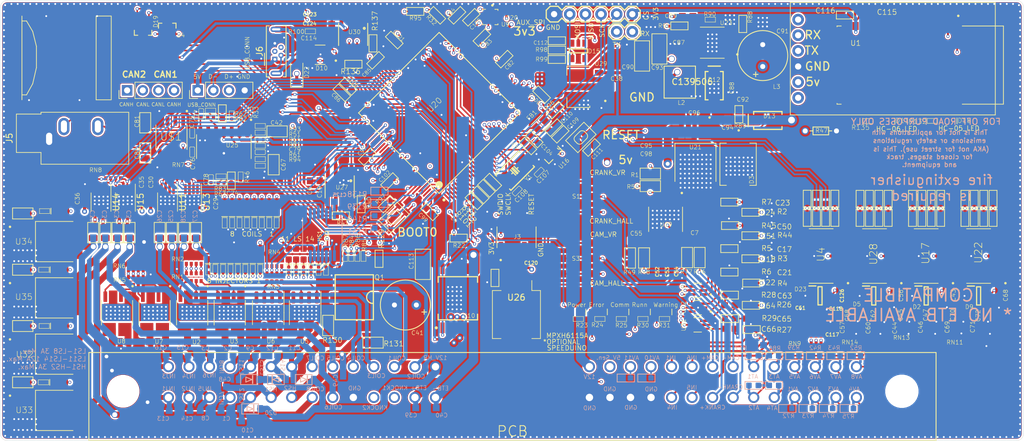
<source format=kicad_pcb>
(kicad_pcb (version 20171130) (host pcbnew "(5.1.10)-1")
  (layers (0 Top signal) (1 Route2 signal) (2 Route15 signal) (31 Bottom signal) (34 B.Paste user) (35 F.Paste user) (36 B.SilkS user) (37 F.SilkS user) (38 B.Mask user) (39 F.Mask user) (44 Edge.Cuts user))
  (net 0 "")
  (net 1 /CRANK-)
  (net 2 "Net-(C7-Pad2)")
  (net 3 "Net-(C7-Pad1)")
  (net 4 /12V)
  (net 5 "Net-(D13-PadC)")
  (net 6 "Net-(C94-Pad1)")
  (net 7 "Net-(C91-Pad+)")
  (net 8 "Net-(R88-Pad2)")
  (net 9 "Net-(C87-Pad1)")
  (net 10 "Net-(C88-Pad2)")
  (net 11 "Net-(C88-Pad1)")
  (net 12 "Net-(C89-Pad1)")
  (net 13 /5V_SENSORS)
  (net 14 /LS7)
  (net 15 /LS8)
  (net 16 "Net-(RN1-Pad4)")
  (net 17 "Net-(RN1-Pad3)")
  (net 18 "Net-(RN1-Pad2)")
  (net 19 "Net-(RN1-Pad1)")
  (net 20 /LS6)
  (net 21 /LS5)
  (net 22 /LS11)
  (net 23 /LS12)
  (net 24 "Net-(RN3-Pad4)")
  (net 25 "Net-(RN3-Pad3)")
  (net 26 "Net-(RN3-Pad2)")
  (net 27 "Net-(RN3-Pad1)")
  (net 28 /LS14)
  (net 29 /LS13)
  (net 30 /LS1)
  (net 31 /LS2)
  (net 32 "Net-(RN5-Pad4)")
  (net 33 "Net-(RN5-Pad3)")
  (net 34 "Net-(RN5-Pad2)")
  (net 35 "Net-(RN5-Pad1)")
  (net 36 /LS4)
  (net 37 /LS3)
  (net 38 /IN5)
  (net 39 /IN4)
  (net 40 "Net-(R8-Pad1)")
  (net 41 "Net-(R9-Pad1)")
  (net 42 "Net-(R10-Pad1)")
  (net 43 "Net-(R11-Pad1)")
  (net 44 /COIL3)
  (net 45 /COIL4)
  (net 46 /COIL2)
  (net 47 /COIL1)
  (net 48 "Net-(R1023-Pad2)")
  (net 49 "Net-(R1022-Pad2)")
  (net 50 "Net-(R1021-Pad1)")
  (net 51 "Net-(R1020-Pad2)")
  (net 52 /COIL7)
  (net 53 /COIL8)
  (net 54 /COIL5)
  (net 55 /COIL6)
  (net 56 /ANALOG_T2)
  (net 57 /ANALOG_T1)
  (net 58 /CAM-)
  (net 59 "Net-(C55-Pad2)")
  (net 60 "Net-(C55-Pad1)")
  (net 61 "Net-(C71-Pad1)")
  (net 62 "Net-(C72-Pad1)")
  (net 63 "Net-(C70-Pad1)")
  (net 64 "Net-(C69-Pad1)")
  (net 65 /IN1)
  (net 66 /IN6)
  (net 67 /CAM+)
  (net 68 /ANALOG_T3)
  (net 69 /ANALOG5)
  (net 70 /ANALOG6)
  (net 71 /ANALOG7)
  (net 72 /ANALOG8)
  (net 73 /ANALOG4)
  (net 74 /ANALOG3)
  (net 75 /ANALOG2)
  (net 76 /ANALOG1)
  (net 77 /ANALOG_T4)
  (net 78 /CRANK+)
  (net 79 /CAN1H)
  (net 80 /CAN1L)
  (net 81 /12V_MR)
  (net 82 /OUT-)
  (net 83 /OUT+)
  (net 84 /KNOCK1)
  (net 85 /KNOCK2)
  (net 86 "Net-(R68-Pad1)")
  (net 87 "Net-(R69-Pad1)")
  (net 88 "Net-(R70-Pad1)")
  (net 89 "Net-(R71-Pad1)")
  (net 90 /UART_RX)
  (net 91 /UART_TX)
  (net 92 "Net-(R46-Pad1)")
  (net 93 "Net-(R61-Pad2)")
  (net 94 "Net-(C79-Pad1)")
  (net 95 "Net-(C76-Pad2)")
  (net 96 "Net-(C75-Pad1)")
  (net 97 "Net-(R51-Pad2)")
  (net 98 "Net-(R33-Pad1)")
  (net 99 "Net-(D10-Pad5)")
  (net 100 "Net-(R40-Pad2)")
  (net 101 "Net-(C46-Pad1)")
  (net 102 "Net-(C47-Pad1)")
  (net 103 "Net-(C45-Pad1)")
  (net 104 "Net-(C44-Pad1)")
  (net 105 "Net-(R35-Pad1)")
  (net 106 "Net-(R36-Pad1)")
  (net 107 "Net-(R37-Pad1)")
  (net 108 "Net-(R38-Pad1)")
  (net 109 "Net-(C60-Pad1)")
  (net 110 "Net-(C62-Pad1)")
  (net 111 "Net-(C58-Pad1)")
  (net 112 "Net-(C57-Pad1)")
  (net 113 "Net-(R57-Pad1)")
  (net 114 "Net-(R58-Pad1)")
  (net 115 "Net-(R59-Pad1)")
  (net 116 "Net-(R60-Pad1)")
  (net 117 "Net-(C104-Pad2)")
  (net 118 /LED2)
  (net 119 "Net-(D1-PadC)")
  (net 120 "Net-(D6-PadC)")
  (net 121 /LED3)
  (net 122 "Net-(D7-PadC)")
  (net 123 /LED1)
  (net 124 "Net-(D8-PadC)")
  (net 125 /LED4)
  (net 126 "Net-(D14-PadC)")
  (net 127 "Net-(C42-Pad2)")
  (net 128 "Net-(C67-Pad2)")
  (net 129 "Net-(C73-Pad1)")
  (net 130 "Net-(C74-Pad2)")
  (net 131 "Net-(C77-Pad1)")
  (net 132 "Net-(C78-Pad2)")
  (net 133 "Net-(C80-Pad2)")
  (net 134 "Net-(C80-Pad1)")
  (net 135 "Net-(C81-Pad2)")
  (net 136 "Net-(C81-Pad1)")
  (net 137 "Net-(C105-Pad2)")
  (net 138 "Net-(C106-Pad2)")
  (net 139 "Net-(C108-Pad1)")
  (net 140 "Net-(C107-Pad1)")
  (net 141 "Net-(C109-Pad2)")
  (net 142 /RESET)
  (net 143 /SWCLK)
  (net 144 /SWDIO)
  (net 145 /AUX_SPI_CS)
  (net 146 /AUX_SPI_SCK)
  (net 147 /AUX_SPI_MISO)
  (net 148 /AUX_SPI_MOSI)
  (net 149 "Net-(R97-Pad2)")
  (net 150 "Net-(R101-Pad1)")
  (net 151 "Net-(R102-Pad1)")
  (net 152 "Net-(R1023-Pad1)")
  (net 153 "Net-(R1022-Pad1)")
  (net 154 "Net-(R1021-Pad2)")
  (net 155 "Net-(R1020-Pad1)")
  (net 156 "Net-(D27-PadC)")
  (net 157 "Net-(D28-PadC)")
  (net 158 "Net-(D29-PadC)")
  (net 159 "Net-(D30-PadC)")
  (net 160 "Net-(D31-PadC)")
  (net 161 "Net-(D32-PadC)")
  (net 162 "Net-(D33-PadC)")
  (net 163 "Net-(D34-PadC)")
  (net 164 "Net-(D35-PadC)")
  (net 165 "Net-(D36-PadC)")
  (net 166 "Net-(D37-PadC)")
  (net 167 "Net-(D38-PadC)")
  (net 168 "Net-(D39-PadC)")
  (net 169 "Net-(D40-PadC)")
  (net 170 "Net-(D41-PadC)")
  (net 171 "Net-(D42-PadC)")
  (net 172 "Net-(D43-PadC)")
  (net 173 "Net-(D44-PadC)")
  (net 174 "Net-(D45-PadC)")
  (net 175 "Net-(D46-PadC)")
  (net 176 "Net-(D47-PadC)")
  (net 177 "Net-(D48-PadC)")
  (net 178 "Net-(D49-PadC)")
  (net 179 "Net-(D50-PadC)")
  (net 180 "Net-(D51-PadC)")
  (net 181 "Net-(D52-PadC)")
  (net 182 /HS2)
  (net 183 /HS1)
  (net 184 "Net-(Q1-Pad5)")
  (net 185 "Net-(Q1-Pad4)")
  (net 186 "Net-(Q1-Pad3)")
  (net 187 "Net-(Q1-Pad2)")
  (net 188 "Net-(Q1-Pad1)")
  (net 189 "Net-(D18-PadA)")
  (net 190 "Net-(R132-Pad1)")
  (net 191 "Net-(D11-PadA)")
  (net 192 "Net-(R135-Pad1)")
  (net 193 /CAN2L)
  (net 194 /CAN2H)
  (net 195 "Net-(R137-Pad2)")
  (net 196 "Net-(C61-Pad1)")
  (net 197 "Net-(C117-Pad1)")
  (net 198 "Net-(C118-Pad1)")
  (net 199 /ANALOG10)
  (net 200 /ANALOG11)
  (net 201 "Net-(R143-Pad1)")
  (net 202 "Net-(R144-Pad1)")
  (net 203 "Net-(R145-Pad1)")
  (net 204 "Net-(R146-Pad1)")
  (net 205 /ANALOG9)
  (net 206 "Net-(D23-Pad1)")
  (net 207 GND)
  (net 208 +3V3)
  (net 209 /INPUTS/IN5_IN)
  (net 210 /INPUTS/IN4_IN)
  (net 211 /INPUTS/CAM+HALL)
  (net 212 /INPUTS/CAM_IN)
  (net 213 +5V)
  (net 214 /INPUTS/CRANK+HALL)
  (net 215 /INPUTS/CRANK_IN)
  (net 216 /INPUTS/IN6_IN)
  (net 217 /INPUTS/IN1_IN)
  (net 218 /KNOCK_/FILTERED1)
  (net 219 /KNOCK_/FILTERED2)
  (net 220 "/12 VOLT DIVIDER/12V_DIVIDED")
  (net 221 /USB/SHIELD)
  (net 222 /MCU/D+)
  (net 223 /MCU/D-)
  (net 224 /MCU/SD_CS)
  (net 225 /MCU/SD_MOSI)
  (net 226 /MCU/SD_SCK)
  (net 227 /MCU/SD_MISO)
  (net 228 /INPUTS/CRANK_VR_MCU)
  (net 229 /ANALOG1/ANALOG4_MCU)
  (net 230 /ANALOG1/ANALOG3_MCU)
  (net 231 /ANALOG1/ANALOG2_MCU)
  (net 232 /ANALOG1/ANALOG1_MCU)
  (net 233 /ETB/DIS)
  (net 234 /BARO/BARO_SDA)
  (net 235 /ANALOG2/ANALOG5_MCU)
  (net 236 /ANALOG2/ANALOG6_MCU)
  (net 237 /ANALOG2/ANALOG7_MCU)
  (net 238 /ANALOG2/ANALOG8_MCU)
  (net 239 /INPUTS/CAM+VR)
  (net 240 /INPUTS/CAM_VR_MCU)
  (net 241 /ANALOG_T/ANALOG_T4_MCU)
  (net 242 /ANALOG_T/ANALOG_T3_MCU)
  (net 243 /ANALOG_T/ANALOG_T2_MCU)
  (net 244 /ANALOG_T/ANALOG_T1_MCU)
  (net 245 /INPUTS/CRANK+VR)
  (net 246 /HI_SIDE/HS1_MCU)
  (net 247 /HI_SIDE/HS2_MCU)
  (net 248 /BARO/BARO_SCL)
  (net 249 /ANALOG3/ANALOG9_MCU)
  (net 250 /ANALOG3/ANALOG10_MCU)
  (net 251 /ANALOG3/ANALOG11_MCU)
  (net 252 "Net-(R146-Pad2)")
  (net 253 /LOW_SIDE_2/LS5_MCU)
  (net 254 /LOW_SIDE_2/LS6_MCU)
  (net 255 /LOW_SIDE_2/LS7_MCU)
  (net 256 /LOW_SIDE_2/LS8_MCU)
  (net 257 /LOW_SIDE_HIGH_CURRENT/LS11_BUFF)
  (net 258 /LOW_SIDE_HIGH_CURRENT/LS12_BUFF)
  (net 259 /LOW_SIDE_HIGH_CURRENT/LS13_BUFF)
  (net 260 /LOW_SIDE_HIGH_CURRENT/LS14_BUFF)
  (net 261 /LOW_SIDE_1/LS1_MCU)
  (net 262 /LOW_SIDE_1/LS2_MCU)
  (net 263 /LOW_SIDE_1/LS3_MCU)
  (net 264 /LOW_SIDE_1/LS4_MCU)
  (net 265 /IGNITION_1/IGN2)
  (net 266 /IGNITION_1/IGN1)
  (net 267 /IGNITION_1/IGN3)
  (net 268 /IGNITION_1/IGN4)
  (net 269 /IGNITION_2/IGN5)
  (net 270 /IGNITION_2/IGN6)
  (net 271 /IGNITION_2/IGN7)
  (net 272 /IGNITION_2/IGN8)
  (net 273 /ETB/ETB_PWM)
  (net 274 /ETB/DIR)
  (net 275 /INPUTS/IN4_MCU)
  (net 276 /INPUTS/IN5_MCU)
  (net 277 /INPUTS/IN3_MCU)
  (net 278 /INPUTS/IN2_MCU)
  (net 279 /LOW_SIDE_HIGH_CURRENT/LS14_MCU)
  (net 280 /LOW_SIDE_HIGH_CURRENT/LS13_MCU)
  (net 281 /LOW_SIDE_HIGH_CURRENT/LS12_MCU)
  (net 282 /LOW_SIDE_HIGH_CURRENT/LS11_MCU)
  (net 283 /CAN/CAN1_TX)
  (net 284 /CAN/CAN1_RX)
  (net 285 /INPUTS/IN1_MCU)
  (net 286 /CAN/CAN2_TX)
  (net 287 /CAN/CAN2_RX)
  (net 288 /INPUTS/IN6_MCU)
  (module Proteus_Little:SOP65P775X265-14N (layer Bottom) (at 117.729 107.29722 90)
    (fp_text reference U36 (at -1.305 4.012 90) (layer B.SilkS) (effects (font (thickness 0.015)) (justify mirror)))
    (fp_text value 74HC125DB,112)
    (pad 14 smd rect (at 3.42 1.95 90) (size 1.78 0.48) (layers Bottom B.Paste B.Mask) (net 213 +5V))
    (pad 13 smd rect (at 3.42 1.3 90) (size 1.78 0.48) (layers Bottom B.Paste B.Mask) (net 207 GND))
    (pad 12 smd rect (at 3.42 0.65 90) (size 1.78 0.48) (layers Bottom B.Paste B.Mask) (net 282 /LOW_SIDE_HIGH_CURRENT/LS11_MCU))
    (pad 11 smd rect (at 3.42 0 90) (size 1.78 0.48) (layers Bottom B.Paste B.Mask) (net 257 /LOW_SIDE_HIGH_CURRENT/LS11_BUFF))
    (pad 10 smd rect (at 3.42 -0.65 90) (size 1.78 0.48) (layers Bottom B.Paste B.Mask) (net 207 GND))
    (pad 9 smd rect (at 3.42 -1.3 90) (size 1.78 0.48) (layers Bottom B.Paste B.Mask) (net 281 /LOW_SIDE_HIGH_CURRENT/LS12_MCU))
    (pad 8 smd rect (at 3.42 -1.95 90) (size 1.78 0.48) (layers Bottom B.Paste B.Mask) (net 258 /LOW_SIDE_HIGH_CURRENT/LS12_BUFF))
    (pad 7 smd rect (at -3.42 -1.95 90) (size 1.78 0.48) (layers Bottom B.Paste B.Mask) (net 207 GND))
    (pad 6 smd rect (at -3.42 -1.3 90) (size 1.78 0.48) (layers Bottom B.Paste B.Mask) (net 259 /LOW_SIDE_HIGH_CURRENT/LS13_BUFF))
    (pad 5 smd rect (at -3.42 -0.65 90) (size 1.78 0.48) (layers Bottom B.Paste B.Mask) (net 280 /LOW_SIDE_HIGH_CURRENT/LS13_MCU))
    (pad 4 smd rect (at -3.42 0 90) (size 1.78 0.48) (layers Bottom B.Paste B.Mask) (net 207 GND))
    (pad 3 smd rect (at -3.42 0.65 90) (size 1.78 0.48) (layers Bottom B.Paste B.Mask) (net 260 /LOW_SIDE_HIGH_CURRENT/LS14_BUFF))
    (pad 2 smd rect (at -3.42 1.3 90) (size 1.78 0.48) (layers Bottom B.Paste B.Mask) (net 279 /LOW_SIDE_HIGH_CURRENT/LS14_MCU))
    (pad 1 smd rect (at -3.42 1.95 90) (size 1.78 0.48) (layers Bottom B.Paste B.Mask) (net 207 GND))
  )
  (module Proteus_Little:SOD-123FL (layer Bottom) (at 114.69785 130.8476 180)
    (fp_text reference D16 hide)
    (fp_text value MBR0520LT1G hide)
    (pad A smd rect (at 1.6375 0 180) (size 0.91 1.22) (layers Bottom B.Paste B.Mask) (net 28 /LS14))
    (pad C smd rect (at -1.6375 0 180) (size 0.91 1.22) (layers Bottom B.Paste B.Mask) (net 81 /12V_MR))
  )
  (module Proteus_Little:SOD-123FL (layer Bottom) (at 110.18935 130.8476)
    (fp_text reference D17 hide)
    (fp_text value MBR0520LT1G hide)
    (pad A smd rect (at 1.6375 0) (size 0.91 1.22) (layers Bottom B.Paste B.Mask) (net 29 /LS13))
    (pad C smd rect (at -1.6375 0) (size 0.91 1.22) (layers Bottom B.Paste B.Mask) (net 81 /12V_MR))
  )
  (module Proteus_Little:SOD-123FL (layer Bottom) (at 105.99835 135.6101 180)
    (fp_text reference D20 (at -2.34535 -1.0419) (layer B.SilkS) (effects (font (size 0.684 0.684) (thickness 0.0684)) (justify right bottom mirror)))
    (fp_text value MBR0520LT1G)
    (pad A smd rect (at 1.6375 0 180) (size 0.91 1.22) (layers Bottom B.Paste B.Mask) (net 23 /LS12))
    (pad C smd rect (at -1.6375 0 180) (size 0.91 1.22) (layers Bottom B.Paste B.Mask) (net 81 /12V_MR))
  )
  (module Proteus_Little:SOD-123FL (layer Bottom) (at 105.80785 130.8476 180)
    (fp_text reference D21 hide)
    (fp_text value MBR0520LT1G)
    (pad A smd rect (at 1.6375 0 180) (size 0.91 1.22) (layers Bottom B.Paste B.Mask) (net 22 /LS11))
    (pad C smd rect (at -1.6375 0 180) (size 0.91 1.22) (layers Bottom B.Paste B.Mask) (net 81 /12V_MR))
  )
  (module Connector_Audio:Jack_3.5mm_CUI_SJ1-3533NG_Horizontal (layer Top) (at 73.38568 91.73464 90)
    (fp_text reference J5 (at 0.1 -6.45 90) (layer F.SilkS))
    (fp_text value AudioJack3)
    (pad R thru_hole oval (at 2 7.9 90) (size 2.8 1.8) (drill oval 2 1) (layers *.Cu *.Mask) (net 133 "Net-(C80-Pad2)"))
    (pad T thru_hole oval (at 2 2.4 90) (size 2.8 1.8) (drill oval 2 1) (layers *.Cu *.Mask) (net 135 "Net-(C81-Pad2)"))
    (pad S thru_hole oval (at 0 0 90) (size 2.8 1.8) (drill oval 2 1) (layers *.Cu *.Mask) (net 207 GND))
  )
  (module Package_SO:MSOP-8_3x3mm_P0.65mm (layer Top) (at 96.4819 102.00386 270)
    (fp_text reference U13 (at 0 -2.45 90) (layer F.SilkS))
    (fp_text value MIC4427)
    (pad 8 smd roundrect (at 2.1125 -0.975 270) (size 1.625 0.4) (layers Top F.Paste F.Mask))
    (pad 7 smd roundrect (at 2.1125 -0.325 270) (size 1.625 0.4) (layers Top F.Paste F.Mask) (net 42 "Net-(R10-Pad1)"))
    (pad 6 smd roundrect (at 2.1125 0.325 270) (size 1.625 0.4) (layers Top F.Paste F.Mask) (net 213 +5V))
    (pad 5 smd roundrect (at 2.1125 0.975 270) (size 1.625 0.4) (layers Top F.Paste F.Mask) (net 43 "Net-(R11-Pad1)"))
    (pad 4 smd roundrect (at -2.1125 0.975 270) (size 1.625 0.4) (layers Top F.Paste F.Mask) (net 266 /IGNITION_1/IGN1))
    (pad 3 smd roundrect (at -2.1125 0.325 270) (size 1.625 0.4) (layers Top F.Paste F.Mask) (net 207 GND))
    (pad 2 smd roundrect (at -2.1125 -0.325 270) (size 1.625 0.4) (layers Top F.Paste F.Mask) (net 265 /IGNITION_1/IGN2))
    (pad 1 smd roundrect (at -2.1125 -0.975 270) (size 1.625 0.4) (layers Top F.Paste F.Mask))
  )
  (module Package_SO:MSOP-8_3x3mm_P0.65mm (layer Top) (at 92.60078 102.00386 270)
    (fp_text reference U11 (at 0 -2.45 90) (layer F.SilkS))
    (fp_text value MIC4427)
    (pad 8 smd roundrect (at 2.1125 -0.975 270) (size 1.625 0.4) (layers Top F.Paste F.Mask))
    (pad 7 smd roundrect (at 2.1125 -0.325 270) (size 1.625 0.4) (layers Top F.Paste F.Mask) (net 40 "Net-(R8-Pad1)"))
    (pad 6 smd roundrect (at 2.1125 0.325 270) (size 1.625 0.4) (layers Top F.Paste F.Mask) (net 213 +5V))
    (pad 5 smd roundrect (at 2.1125 0.975 270) (size 1.625 0.4) (layers Top F.Paste F.Mask) (net 41 "Net-(R9-Pad1)"))
    (pad 4 smd roundrect (at -2.1125 0.975 270) (size 1.625 0.4) (layers Top F.Paste F.Mask) (net 268 /IGNITION_1/IGN4))
    (pad 3 smd roundrect (at -2.1125 0.325 270) (size 1.625 0.4) (layers Top F.Paste F.Mask) (net 207 GND))
    (pad 2 smd roundrect (at -2.1125 -0.325 270) (size 1.625 0.4) (layers Top F.Paste F.Mask) (net 267 /IGNITION_1/IGN3))
    (pad 1 smd roundrect (at -2.1125 -0.975 270) (size 1.625 0.4) (layers Top F.Paste F.Mask))
  )
  (module Package_SO:MSOP-8_3x3mm_P0.65mm (layer Top) (at 85.75802 102.00894 270)
    (fp_text reference U15 (at 0 -2.45 90) (layer F.SilkS))
    (fp_text value MIC4427)
    (pad 8 smd roundrect (at 2.1125 -0.975 270) (size 1.625 0.4) (layers Top F.Paste F.Mask))
    (pad 7 smd roundrect (at 2.1125 -0.325 270) (size 1.625 0.4) (layers Top F.Paste F.Mask) (net 50 "Net-(R1021-Pad1)"))
    (pad 6 smd roundrect (at 2.1125 0.325 270) (size 1.625 0.4) (layers Top F.Paste F.Mask) (net 213 +5V))
    (pad 5 smd roundrect (at 2.1125 0.975 270) (size 1.625 0.4) (layers Top F.Paste F.Mask) (net 51 "Net-(R1020-Pad2)"))
    (pad 4 smd roundrect (at -2.1125 0.975 270) (size 1.625 0.4) (layers Top F.Paste F.Mask) (net 270 /IGNITION_2/IGN6))
    (pad 3 smd roundrect (at -2.1125 0.325 270) (size 1.625 0.4) (layers Top F.Paste F.Mask) (net 207 GND))
    (pad 2 smd roundrect (at -2.1125 -0.325 270) (size 1.625 0.4) (layers Top F.Paste F.Mask) (net 269 /IGNITION_2/IGN5))
    (pad 1 smd roundrect (at -2.1125 -0.975 270) (size 1.625 0.4) (layers Top F.Paste F.Mask))
  )
  (module Proteus_Little:0603-ARC (layer Top) (at 83.77936 97.52076 180)
    (fp_text reference RN8 (at 1.778 0.3175 180) (layer F.SilkS) (effects (font (size 0.684 0.684) (thickness 0.0684)) (justify right bottom)))
    (fp_text value 1K)
    (pad 8 smd rect (at -1.2 -0.625 180) (size 0.5 0.65) (layers Top F.Paste F.Mask) (net 269 /IGNITION_2/IGN5))
    (pad 7 smd rect (at -0.4 -0.625 180) (size 0.5 0.65) (layers Top F.Paste F.Mask) (net 270 /IGNITION_2/IGN6))
    (pad 6 smd rect (at 0.4 -0.625 180) (size 0.5 0.65) (layers Top F.Paste F.Mask) (net 271 /IGNITION_2/IGN7))
    (pad 5 smd rect (at 1.2 -0.625 180) (size 0.5 0.65) (layers Top F.Paste F.Mask) (net 272 /IGNITION_2/IGN8))
    (pad 4 smd rect (at 1.2 0.625 180) (size 0.5 0.65) (layers Top F.Paste F.Mask) (net 207 GND))
    (pad 3 smd rect (at 0.4 0.625 180) (size 0.5 0.65) (layers Top F.Paste F.Mask) (net 207 GND))
    (pad 2 smd rect (at -0.4 0.625 180) (size 0.5 0.65) (layers Top F.Paste F.Mask) (net 207 GND))
    (pad 1 smd rect (at -1.2 0.625 180) (size 0.5 0.65) (layers Top F.Paste F.Mask) (net 207 GND))
  )
  (module Package_SO:MSOP-8_3x3mm_P0.65mm (layer Top) (at 81.80578 102.01656 270)
    (fp_text reference U14 (at 0 -2.45 90) (layer F.SilkS))
    (fp_text value MIC4427)
    (pad 8 smd roundrect (at 2.1125 -0.975 270) (size 1.625 0.4) (layers Top F.Paste F.Mask))
    (pad 7 smd roundrect (at 2.1125 -0.325 270) (size 1.625 0.4) (layers Top F.Paste F.Mask) (net 48 "Net-(R1023-Pad2)"))
    (pad 6 smd roundrect (at 2.1125 0.325 270) (size 1.625 0.4) (layers Top F.Paste F.Mask) (net 213 +5V))
    (pad 5 smd roundrect (at 2.1125 0.975 270) (size 1.625 0.4) (layers Top F.Paste F.Mask) (net 49 "Net-(R1022-Pad2)"))
    (pad 4 smd roundrect (at -2.1125 0.975 270) (size 1.625 0.4) (layers Top F.Paste F.Mask) (net 272 /IGNITION_2/IGN8))
    (pad 3 smd roundrect (at -2.1125 0.325 270) (size 1.625 0.4) (layers Top F.Paste F.Mask) (net 207 GND))
    (pad 2 smd roundrect (at -2.1125 -0.325 270) (size 1.625 0.4) (layers Top F.Paste F.Mask) (net 271 /IGNITION_2/IGN7))
    (pad 1 smd roundrect (at -2.1125 -0.975 270) (size 1.625 0.4) (layers Top F.Paste F.Mask))
  )
  (module Proteus_Little:C0805 (layer Top) (at 88.98035 94.0176 180)
    (fp_text reference C80 (at 1.70595 0.9774 90) (layer F.SilkS) (effects (font (size 0.684 0.684) (thickness 0.0684)) (justify right top)))
    (fp_text value 10uf)
    (pad 2 smd roundrect (at 0 0.889 90) (size 1.016 1.397) (layers Top F.Paste F.Mask) (roundrect_rratio 0.125) (net 133 "Net-(C80-Pad2)"))
    (pad 1 smd roundrect (at 0 -0.889 90) (size 1.016 1.397) (layers Top F.Paste F.Mask) (roundrect_rratio 0.125) (net 134 "Net-(C80-Pad1)"))
  )
  (module Proteus_Little:C0805 (layer Top) (at 88.98035 89.1281 180)
    (fp_text reference C81 (at 1.73135 1.2568 90) (layer F.SilkS) (effects (font (size 0.684 0.684) (thickness 0.0684)) (justify right top)))
    (fp_text value 10uf)
    (pad 2 smd roundrect (at 0 0.889 90) (size 1.016 1.397) (layers Top F.Paste F.Mask) (roundrect_rratio 0.125) (net 135 "Net-(C81-Pad2)"))
    (pad 1 smd roundrect (at 0 -0.889 90) (size 1.016 1.397) (layers Top F.Paste F.Mask) (roundrect_rratio 0.125) (net 136 "Net-(C81-Pad1)"))
  )
  (module Proteus_Little:SOIC127P599X175-8N (layer Top) (at 93.23485 91.4776 270)
    (fp_text reference U$1 (at 0.6228 1.90915 180) (layer F.SilkS) (effects (font (size 1.2065 1.2065) (thickness 0.09652)) (justify left bottom)))
    (fp_text value MCP6002-E_SN)
    (pad 8 smd roundrect (at 2.67 -1.905 270) (size 1.58 0.6) (layers Top F.Paste F.Mask) (roundrect_rratio 0.125) (net 213 +5V))
    (pad 7 smd roundrect (at 2.67 -0.635 270) (size 1.58 0.6) (layers Top F.Paste F.Mask) (roundrect_rratio 0.125) (net 134 "Net-(C80-Pad1)"))
    (pad 6 smd roundrect (at 2.67 0.635 270) (size 1.58 0.6) (layers Top F.Paste F.Mask) (roundrect_rratio 0.125) (net 219 /KNOCK_/FILTERED2))
    (pad 5 smd roundrect (at 2.67 1.905 270) (size 1.58 0.6) (layers Top F.Paste F.Mask) (roundrect_rratio 0.125) (net 134 "Net-(C80-Pad1)"))
    (pad 4 smd roundrect (at -2.67 1.905 270) (size 1.58 0.6) (layers Top F.Paste F.Mask) (roundrect_rratio 0.125) (net 207 GND))
    (pad 3 smd roundrect (at -2.67 0.635 270) (size 1.58 0.6) (layers Top F.Paste F.Mask) (roundrect_rratio 0.125) (net 136 "Net-(C81-Pad1)"))
    (pad 2 smd roundrect (at -2.67 -0.635 270) (size 1.58 0.6) (layers Top F.Paste F.Mask) (roundrect_rratio 0.125) (net 218 /KNOCK_/FILTERED1))
    (pad 1 smd roundrect (at -2.67 -1.905 270) (size 1.58 0.6) (layers Top F.Paste F.Mask) (roundrect_rratio 0.125) (net 136 "Net-(C81-Pad1)"))
  )
  (module Proteus_Little:Speeduino_Logo (layer Bottom) (at 213.71052 109.78134 180)
    (fp_text reference G*** hide)
    (fp_text value LOGO hide)
  )
  (module Proteus_Little:SOIC127P600X175-14N (layer Top) (at 198.68388 110.77448 180)
    (fp_text reference U4 (at -0.66802 1.52908 270) (layer F.SilkS) (effects (font (size 1.2065 1.2065) (thickness 0.09652)) (justify right bottom)))
    (fp_text value MCP6004-E_SL)
    (pad 14 smd roundrect (at 2.455 -3.81 180) (size 1.9 0.6) (layers Top F.Paste F.Mask) (roundrect_rratio 0.125) (net 204 "Net-(R146-Pad1)"))
    (pad 13 smd roundrect (at 2.455 -2.54 180) (size 1.9 0.6) (layers Top F.Paste F.Mask) (roundrect_rratio 0.125) (net 204 "Net-(R146-Pad1)"))
    (pad 12 smd roundrect (at 2.455 -1.27 180) (size 1.9 0.6) (layers Top F.Paste F.Mask) (roundrect_rratio 0.125) (net 206 "Net-(D23-Pad1)"))
    (pad 11 smd roundrect (at 2.455 0 180) (size 1.9 0.6) (layers Top F.Paste F.Mask) (roundrect_rratio 0.125) (net 207 GND))
    (pad 10 smd roundrect (at 2.455 1.27 180) (size 1.9 0.6) (layers Top F.Paste F.Mask) (roundrect_rratio 0.125) (net 196 "Net-(C61-Pad1)"))
    (pad 9 smd roundrect (at 2.455 2.54 180) (size 1.9 0.6) (layers Top F.Paste F.Mask) (roundrect_rratio 0.125) (net 203 "Net-(R145-Pad1)"))
    (pad 8 smd roundrect (at 2.455 3.81 180) (size 1.9 0.6) (layers Top F.Paste F.Mask) (roundrect_rratio 0.125) (net 203 "Net-(R145-Pad1)"))
    (pad 7 smd roundrect (at -2.455 3.81 180) (size 1.9 0.6) (layers Top F.Paste F.Mask) (roundrect_rratio 0.125) (net 202 "Net-(R144-Pad1)"))
    (pad 6 smd roundrect (at -2.455 2.54 180) (size 1.9 0.6) (layers Top F.Paste F.Mask) (roundrect_rratio 0.125) (net 202 "Net-(R144-Pad1)"))
    (pad 5 smd roundrect (at -2.455 1.27 180) (size 1.9 0.6) (layers Top F.Paste F.Mask) (roundrect_rratio 0.125) (net 197 "Net-(C117-Pad1)"))
    (pad 4 smd roundrect (at -2.455 0 180) (size 1.9 0.6) (layers Top F.Paste F.Mask) (roundrect_rratio 0.125) (net 213 +5V))
    (pad 3 smd roundrect (at -2.455 -1.27 180) (size 1.9 0.6) (layers Top F.Paste F.Mask) (roundrect_rratio 0.125) (net 198 "Net-(C118-Pad1)"))
    (pad 2 smd roundrect (at -2.455 -2.54 180) (size 1.9 0.6) (layers Top F.Paste F.Mask) (roundrect_rratio 0.125) (net 201 "Net-(R143-Pad1)"))
    (pad 1 smd roundrect (at -2.455 -3.81 180) (size 1.9 0.6) (layers Top F.Paste F.Mask) (roundrect_rratio 0.125) (net 201 "Net-(R143-Pad1)"))
  )
  (module Proteus_Little:0603-ARC (layer Top) (at 214.89416 124.7516 180)
    (fp_text reference RN13 (at 1.778 0.3175 180) (layer F.SilkS) (effects (font (size 0.684 0.684) (thickness 0.0684)) (justify right bottom)))
    (fp_text value 10K)
    (pad 8 smd rect (at -1.2 -0.625 180) (size 0.5 0.65) (layers Top F.Paste F.Mask) (net 69 /ANALOG5))
    (pad 7 smd rect (at -0.4 -0.625 180) (size 0.5 0.65) (layers Top F.Paste F.Mask) (net 70 /ANALOG6))
    (pad 6 smd rect (at 0.4 -0.625 180) (size 0.5 0.65) (layers Top F.Paste F.Mask) (net 71 /ANALOG7))
    (pad 5 smd rect (at 1.2 -0.625 180) (size 0.5 0.65) (layers Top F.Paste F.Mask) (net 72 /ANALOG8))
    (pad 4 smd rect (at 1.2 0.625 180) (size 0.5 0.65) (layers Top F.Paste F.Mask) (net 104 "Net-(C44-Pad1)"))
    (pad 3 smd rect (at 0.4 0.625 180) (size 0.5 0.65) (layers Top F.Paste F.Mask) (net 103 "Net-(C45-Pad1)"))
    (pad 2 smd rect (at -0.4 0.625 180) (size 0.5 0.65) (layers Top F.Paste F.Mask) (net 101 "Net-(C46-Pad1)"))
    (pad 1 smd rect (at -1.2 0.625 180) (size 0.5 0.65) (layers Top F.Paste F.Mask) (net 102 "Net-(C47-Pad1)"))
  )
  (module Proteus_Little:0603-ARC (layer Top) (at 197.46468 124.33554 180)
    (fp_text reference RN9 (at 2.00406 -1.06934 180) (layer F.SilkS) (effects (font (size 0.684 0.684) (thickness 0.0684)) (justify right bottom)))
    (fp_text value 10K)
    (pad 8 smd rect (at -1.2 -0.625 180) (size 0.5 0.65) (layers Top F.Paste F.Mask) (net 205 /ANALOG9))
    (pad 7 smd rect (at -0.4 -0.625 180) (size 0.5 0.65) (layers Top F.Paste F.Mask) (net 199 /ANALOG10))
    (pad 6 smd rect (at 0.4 -0.625 180) (size 0.5 0.65) (layers Top F.Paste F.Mask) (net 200 /ANALOG11))
    (pad 5 smd rect (at 1.2 -0.625 180) (size 0.5 0.65) (layers Top F.Paste F.Mask))
    (pad 4 smd rect (at 1.2 0.625 180) (size 0.5 0.65) (layers Top F.Paste F.Mask) (net 206 "Net-(D23-Pad1)"))
    (pad 3 smd rect (at 0.4 0.625 180) (size 0.5 0.65) (layers Top F.Paste F.Mask) (net 196 "Net-(C61-Pad1)"))
    (pad 2 smd rect (at -0.4 0.625 180) (size 0.5 0.65) (layers Top F.Paste F.Mask) (net 197 "Net-(C117-Pad1)"))
    (pad 1 smd rect (at -1.2 0.625 180) (size 0.5 0.65) (layers Top F.Paste F.Mask) (net 198 "Net-(C118-Pad1)"))
  )
  (module Proteus_Little:R0603 (layer Top) (at 200.90384 101.48824)
    (fp_text reference R150 hide)
    (fp_text value 10K)
    (pad 2 smd roundrect (at 0 0.762 270) (size 0.889 0.889) (layers Top F.Paste F.Mask) (roundrect_rratio 0.125) (net 249 /ANALOG3/ANALOG9_MCU))
    (pad 1 smd roundrect (at 0 -0.762 270) (size 0.889 0.889) (layers Top F.Paste F.Mask) (roundrect_rratio 0.125) (net 207 GND))
  )
  (module Proteus_Little:R0603 (layer Top) (at 199.41032 101.48824)
    (fp_text reference R149 hide)
    (fp_text value 10K)
    (pad 2 smd roundrect (at 0 0.762 270) (size 0.889 0.889) (layers Top F.Paste F.Mask) (roundrect_rratio 0.125) (net 250 /ANALOG3/ANALOG10_MCU))
    (pad 1 smd roundrect (at 0 -0.762 270) (size 0.889 0.889) (layers Top F.Paste F.Mask) (roundrect_rratio 0.125) (net 207 GND))
  )
  (module Proteus_Little:R0603 (layer Top) (at 197.91934 101.48824)
    (fp_text reference R148 hide)
    (fp_text value 10K)
    (pad 2 smd roundrect (at 0 0.762 270) (size 0.889 0.889) (layers Top F.Paste F.Mask) (roundrect_rratio 0.125) (net 251 /ANALOG3/ANALOG11_MCU))
    (pad 1 smd roundrect (at 0 -0.762 270) (size 0.889 0.889) (layers Top F.Paste F.Mask) (roundrect_rratio 0.125) (net 207 GND))
  )
  (module Proteus_Little:R0603 (layer Top) (at 196.4182 101.48824)
    (fp_text reference R147 hide)
    (fp_text value 10K)
    (pad 2 smd roundrect (at 0 0.762 270) (size 0.889 0.889) (layers Top F.Paste F.Mask) (roundrect_rratio 0.125) (net 252 "Net-(R146-Pad2)"))
    (pad 1 smd roundrect (at 0 -0.762 270) (size 0.889 0.889) (layers Top F.Paste F.Mask) (roundrect_rratio 0.125) (net 207 GND))
  )
  (module Proteus_Little:R0603 (layer Top) (at 196.4182 104.55148 180)
    (fp_text reference R146 hide)
    (fp_text value 5.6K)
    (pad 2 smd roundrect (at 0 0.762 90) (size 0.889 0.889) (layers Top F.Paste F.Mask) (roundrect_rratio 0.125) (net 252 "Net-(R146-Pad2)"))
    (pad 1 smd roundrect (at 0 -0.762 90) (size 0.889 0.889) (layers Top F.Paste F.Mask) (roundrect_rratio 0.125) (net 204 "Net-(R146-Pad1)"))
  )
  (module Proteus_Little:R0603 (layer Top) (at 197.91934 104.55148 180)
    (fp_text reference R145 hide)
    (fp_text value 5.6K)
    (pad 2 smd roundrect (at 0 0.762 90) (size 0.889 0.889) (layers Top F.Paste F.Mask) (roundrect_rratio 0.125) (net 251 /ANALOG3/ANALOG11_MCU))
    (pad 1 smd roundrect (at 0 -0.762 90) (size 0.889 0.889) (layers Top F.Paste F.Mask) (roundrect_rratio 0.125) (net 203 "Net-(R145-Pad1)"))
  )
  (module Proteus_Little:R0603 (layer Top) (at 199.41032 104.55148 180)
    (fp_text reference R144 hide)
    (fp_text value 5.6K)
    (pad 2 smd roundrect (at 0 0.762 90) (size 0.889 0.889) (layers Top F.Paste F.Mask) (roundrect_rratio 0.125) (net 250 /ANALOG3/ANALOG10_MCU))
    (pad 1 smd roundrect (at 0 -0.762 90) (size 0.889 0.889) (layers Top F.Paste F.Mask) (roundrect_rratio 0.125) (net 202 "Net-(R144-Pad1)"))
  )
  (module Proteus_Little:R0603 (layer Top) (at 200.90384 104.55148 180)
    (fp_text reference R143 hide)
    (fp_text value 5.6K)
    (pad 2 smd roundrect (at 0 0.762 90) (size 0.889 0.889) (layers Top F.Paste F.Mask) (roundrect_rratio 0.125) (net 249 /ANALOG3/ANALOG9_MCU))
    (pad 1 smd roundrect (at 0 -0.762 90) (size 0.889 0.889) (layers Top F.Paste F.Mask) (roundrect_rratio 0.125) (net 201 "Net-(R143-Pad1)"))
  )
  (module Proteus_Little:R0603 (layer Bottom) (at 166.97452 130.5941 270)
    (fp_text reference R133 hide)
    (fp_text value 470K)
    (pad 2 smd roundrect (at 0 -0.762) (size 0.889 0.889) (layers Bottom B.Paste B.Mask) (roundrect_rratio 0.125) (net 200 /ANALOG11))
    (pad 1 smd roundrect (at 0 0.762) (size 0.889 0.889) (layers Bottom B.Paste B.Mask) (roundrect_rratio 0.125) (net 207 GND))
  )
  (module Proteus_Little:R0603 (layer Bottom) (at 170.31462 130.59918 270)
    (fp_text reference R92 hide)
    (fp_text value 470K)
    (pad 2 smd roundrect (at 0 -0.762) (size 0.889 0.889) (layers Bottom B.Paste B.Mask) (roundrect_rratio 0.125) (net 199 /ANALOG10))
    (pad 1 smd roundrect (at 0 0.762) (size 0.889 0.889) (layers Bottom B.Paste B.Mask) (roundrect_rratio 0.125) (net 207 GND))
  )
  (module Proteus_Little:R0603 (layer Top) (at 145.74266 114.33556)
    (fp_text reference R66 hide)
    (fp_text value 470K)
    (pad 2 smd roundrect (at 0 0.762 270) (size 0.889 0.889) (layers Top F.Paste F.Mask) (roundrect_rratio 0.125) (net 205 /ANALOG9))
    (pad 1 smd roundrect (at 0 -0.762 270) (size 0.889 0.889) (layers Top F.Paste F.Mask) (roundrect_rratio 0.125) (net 207 GND))
  )
  (module Proteus_Little:SOT95P280X145-6N (layer Top) (at 198.501 117.24132)
    (fp_text reference D23 (at -3.175 -1.0795) (layer F.SilkS) (effects (font (size 0.684 0.684) (thickness 0.0684))))
    (fp_text value SRV05-4.TCT)
    (pad 6 smd rect (at 1.25 -0.95) (size 1.15 0.6) (layers Top F.Paste F.Mask) (net 197 "Net-(C117-Pad1)"))
    (pad 5 smd rect (at 1.25 0) (size 1.15 0.6) (layers Top F.Paste F.Mask) (net 213 +5V))
    (pad 4 smd rect (at 1.25 0.95) (size 1.15 0.6) (layers Top F.Paste F.Mask) (net 198 "Net-(C118-Pad1)"))
    (pad 3 smd rect (at -1.25 0.95) (size 1.15 0.6) (layers Top F.Paste F.Mask) (net 196 "Net-(C61-Pad1)"))
    (pad 2 smd rect (at -1.25 0) (size 1.15 0.6) (layers Top F.Paste F.Mask) (net 207 GND))
    (pad 1 smd rect (at -1.25 -0.95) (size 1.15 0.6) (layers Top F.Paste F.Mask) (net 206 "Net-(D23-Pad1)"))
  )
  (module Proteus_Little:0603 (layer Top) (at 201.62774 117.23116 270)
    (fp_text reference C126 (at 0 -0.762 270) (layer F.SilkS) (effects (font (size 0.57912 0.57912) (thickness 0.115824)) (justify bottom)))
    (fp_text value 33nF)
    (pad 2 smd rect (at 0.85 0 270) (size 1.1 1) (layers Top F.Paste F.Mask) (net 207 GND))
    (pad 1 smd rect (at -0.85 0 270) (size 1.1 1) (layers Top F.Paste F.Mask) (net 213 +5V))
  )
  (module Proteus_Little:0603 (layer Top) (at 200.48728 120.4971 180)
    (fp_text reference C118 (at -0.56388 0.8128 180) (layer F.SilkS) (effects (font (size 0.57912 0.57912) (thickness 0.115824)) (justify bottom)))
    (fp_text value 100nF)
    (pad 2 smd rect (at 0.85 0 180) (size 1.1 1) (layers Top F.Paste F.Mask) (net 207 GND))
    (pad 1 smd rect (at -0.85 0 180) (size 1.1 1) (layers Top F.Paste F.Mask) (net 198 "Net-(C118-Pad1)"))
  )
  (module Proteus_Little:0603 (layer Top) (at 199.33666 122.3386)
    (fp_text reference C117 (at 1.13792 1.5499 -180) (layer F.SilkS) (effects (font (size 0.57912 0.57912) (thickness 0.115824)) (justify bottom)))
    (fp_text value 100nF)
    (pad 2 smd rect (at 0.85 0) (size 1.1 1) (layers Top F.Paste F.Mask) (net 207 GND))
    (pad 1 smd rect (at -0.85 0) (size 1.1 1) (layers Top F.Paste F.Mask) (net 197 "Net-(C117-Pad1)"))
  )
  (module Proteus_Little:0603 (layer Top) (at 196.18706 120.4971 180)
    (fp_text reference C61 (at 0.88392 0.94692 180) (layer F.SilkS) (effects (font (size 0.57912 0.57912) (thickness 0.115824)) (justify bottom)))
    (fp_text value 100nF)
    (pad 2 smd rect (at 0.85 0 180) (size 1.1 1) (layers Top F.Paste F.Mask) (net 207 GND))
    (pad 1 smd rect (at -0.85 0 180) (size 1.1 1) (layers Top F.Paste F.Mask) (net 196 "Net-(C61-Pad1)"))
  )
  (module Proteus_Little:R0603 (layer Bottom) (at 126.9873 106.23 90)
    (fp_text reference R141 (at -1.015998 -1.904999) (layer B.SilkS) (effects (font (size 0.84455 0.84455) (thickness 0.0929)) (justify left bottom mirror)))
    (fp_text value 10K)
    (pad 2 smd roundrect (at 0 -0.762 180) (size 0.889 0.889) (layers Bottom B.Paste B.Mask) (roundrect_rratio 0.125) (net 207 GND))
    (pad 1 smd roundrect (at 0 0.762 180) (size 0.889 0.889) (layers Bottom B.Paste B.Mask) (roundrect_rratio 0.125) (net 279 /LOW_SIDE_HIGH_CURRENT/LS14_MCU))
  )
  (module Proteus_Little:R0603 (layer Bottom) (at 126.9873 104.23 90)
    (fp_text reference R140 (at -1.015998 -1.904999) (layer B.SilkS) (effects (font (size 0.84455 0.84455) (thickness 0.0929)) (justify left bottom mirror)))
    (fp_text value 10K)
    (pad 2 smd roundrect (at 0 -0.762 180) (size 0.889 0.889) (layers Bottom B.Paste B.Mask) (roundrect_rratio 0.125) (net 207 GND))
    (pad 1 smd roundrect (at 0 0.762 180) (size 0.889 0.889) (layers Bottom B.Paste B.Mask) (roundrect_rratio 0.125) (net 280 /LOW_SIDE_HIGH_CURRENT/LS13_MCU))
  )
  (module Proteus_Little:R0603 (layer Bottom) (at 126.9873 102.23 90)
    (fp_text reference R139 (at -1.015998 -1.904999) (layer B.SilkS) (effects (font (size 0.84455 0.84455) (thickness 0.0929)) (justify left bottom mirror)))
    (fp_text value 10K)
    (pad 2 smd roundrect (at 0 -0.762 180) (size 0.889 0.889) (layers Bottom B.Paste B.Mask) (roundrect_rratio 0.125) (net 207 GND))
    (pad 1 smd roundrect (at 0 0.762 180) (size 0.889 0.889) (layers Bottom B.Paste B.Mask) (roundrect_rratio 0.125) (net 281 /LOW_SIDE_HIGH_CURRENT/LS12_MCU))
  )
  (module Proteus_Little:R0603 (layer Bottom) (at 126.9873 100.23 90)
    (fp_text reference R138 (at -1.015998 -1.904999) (layer B.SilkS) (effects (font (size 0.84455 0.84455) (thickness 0.0929)) (justify left bottom mirror)))
    (fp_text value 10K)
    (pad 2 smd roundrect (at 0 -0.762 180) (size 0.889 0.889) (layers Bottom B.Paste B.Mask) (roundrect_rratio 0.125) (net 207 GND))
    (pad 1 smd roundrect (at 0 0.762 180) (size 0.889 0.889) (layers Bottom B.Paste B.Mask) (roundrect_rratio 0.125) (net 282 /LOW_SIDE_HIGH_CURRENT/LS11_MCU))
  )
  (module Proteus_Little:0603 (layer Bottom) (at 120.52808 101.95052 180)
    (fp_text reference C125 (at 0 0.762) (layer B.SilkS) (effects (font (size 0.57912 0.57912) (thickness 0.115824)) (justify bottom mirror)))
    (fp_text value 100nF)
    (pad 2 smd rect (at 0.85 0 180) (size 1.1 1) (layers Bottom B.Paste B.Mask) (net 213 +5V))
    (pad 1 smd rect (at -0.85 0 180) (size 1.1 1) (layers Bottom B.Paste B.Mask) (net 207 GND))
  )
  (module Package_SO:SOIC-8_3.9x4.9mm_P1.27mm (layer Top) (at 108.9406 119.97944 270)
    (fp_text reference U6 (at 4.64312 -0.43434 180) (layer F.SilkS) (effects (font (size 0.684 0.684) (thickness 0.0684))))
    (fp_text value VNLD5090TR-E)
    (pad 8 smd roundrect (at 2.475 -1.905 270) (size 1.95 0.6) (layers Top F.Paste F.Mask) (net 23 /LS12))
    (pad 7 smd roundrect (at 2.475 -0.635 270) (size 1.95 0.6) (layers Top F.Paste F.Mask) (net 207 GND))
    (pad 6 smd roundrect (at 2.475 0.635 270) (size 1.95 0.6) (layers Top F.Paste F.Mask) (net 22 /LS11))
    (pad 5 smd roundrect (at 2.475 1.905 270) (size 1.95 0.6) (layers Top F.Paste F.Mask) (net 207 GND))
    (pad 4 smd roundrect (at -2.475 1.905 270) (size 1.95 0.6) (layers Top F.Paste F.Mask))
    (pad 3 smd roundrect (at -2.475 0.635 270) (size 1.95 0.6) (layers Top F.Paste F.Mask) (net 27 "Net-(RN3-Pad1)"))
    (pad 2 smd roundrect (at -2.475 -0.635 270) (size 1.95 0.6) (layers Top F.Paste F.Mask))
    (pad 1 smd roundrect (at -2.475 -1.905 270) (size 1.95 0.6) (layers Top F.Paste F.Mask) (net 26 "Net-(RN3-Pad2)"))
  )
  (module Package_SO:SOIC-8_3.9x4.9mm_P1.27mm (layer Top) (at 114.935 119.98452 270)
    (fp_text reference U5 (at 4.66344 0.10668 180) (layer F.SilkS) (effects (font (size 0.684 0.684) (thickness 0.0684))))
    (fp_text value VNLD5090TR-E)
    (pad 8 smd roundrect (at 2.475 -1.905 270) (size 1.95 0.6) (layers Top F.Paste F.Mask) (net 28 /LS14))
    (pad 7 smd roundrect (at 2.475 -0.635 270) (size 1.95 0.6) (layers Top F.Paste F.Mask) (net 207 GND))
    (pad 6 smd roundrect (at 2.475 0.635 270) (size 1.95 0.6) (layers Top F.Paste F.Mask) (net 29 /LS13))
    (pad 5 smd roundrect (at 2.475 1.905 270) (size 1.95 0.6) (layers Top F.Paste F.Mask) (net 207 GND))
    (pad 4 smd roundrect (at -2.475 1.905 270) (size 1.95 0.6) (layers Top F.Paste F.Mask))
    (pad 3 smd roundrect (at -2.475 0.635 270) (size 1.95 0.6) (layers Top F.Paste F.Mask) (net 25 "Net-(RN3-Pad3)"))
    (pad 2 smd roundrect (at -2.475 -0.635 270) (size 1.95 0.6) (layers Top F.Paste F.Mask))
    (pad 1 smd roundrect (at -2.475 -1.905 270) (size 1.95 0.6) (layers Top F.Paste F.Mask) (net 24 "Net-(RN3-Pad4)"))
  )
  (module Connector_PinHeader_2.54mm:PinHeader_1x04_P2.54mm_Vertical (layer Top) (at 86.0425 83.8576 90)
    (fp_text reference J1 hide)
    (fp_text value Conn_01x04_Female)
    (pad 4 thru_hole oval (at 0 7.62 90) (size 1.7 1.7) (drill 1) (layers *.Cu *.Mask) (net 79 /CAN1H))
    (pad 3 thru_hole oval (at 0 5.08 90) (size 1.7 1.7) (drill 1) (layers *.Cu *.Mask) (net 80 /CAN1L))
    (pad 2 thru_hole oval (at 0 2.54 90) (size 1.7 1.7) (drill 1) (layers *.Cu *.Mask) (net 193 /CAN2L))
    (pad 1 thru_hole rect (at 0 0 90) (size 1.7 1.7) (drill 1) (layers *.Cu *.Mask) (net 194 /CAN2H))
  )
  (module Connector_PinHeader_2.54mm:PinHeader_1x04_P2.54mm_Vertical (layer Top) (at 97.5 83.8576 90)
    (fp_text reference J9 hide)
    (fp_text value Conn_01x04_Female)
    (pad 4 thru_hole oval (at 0 7.62 90) (size 1.7 1.7) (drill 1) (layers *.Cu *.Mask) (net 207 GND))
    (pad 3 thru_hole oval (at 0 5.08 90) (size 1.7 1.7) (drill 1) (layers *.Cu *.Mask) (net 222 /MCU/D+))
    (pad 2 thru_hole oval (at 0 2.54 90) (size 1.7 1.7) (drill 1) (layers *.Cu *.Mask) (net 223 /MCU/D-))
    (pad 1 thru_hole rect (at 0 0 90) (size 1.7 1.7) (drill 1) (layers *.Cu *.Mask) (net 99 "Net-(D10-Pad5)"))
  )
  (module Connector_USB:USB_Micro-B_Wuerth_614105150721_Vertical (layer Top) (at 110.01756 78.82128 90)
    (fp_text reference J6 (at 1.3 -2.48 90) (layer F.SilkS))
    (fp_text value USB_B_Micro)
    (pad 1 thru_hole rect (at 0 0 90) (size 0.84 0.84) (drill 0.44) (layers *.Cu *.Mask) (net 99 "Net-(D10-Pad5)"))
    (pad 2 thru_hole circle (at 0.65 1 90) (size 0.84 0.84) (drill 0.44) (layers *.Cu *.Mask) (net 223 /MCU/D-))
    (pad 3 thru_hole circle (at 1.3 0 90) (size 0.84 0.84) (drill 0.44) (layers *.Cu *.Mask) (net 222 /MCU/D+))
    (pad 4 thru_hole circle (at 1.95 1 90) (size 0.84 0.84) (drill 0.44) (layers *.Cu *.Mask))
    (pad 5 thru_hole circle (at 2.6 0 90) (size 0.84 0.84) (drill 0.44) (layers *.Cu *.Mask) (net 207 GND))
    (pad 6 thru_hole oval (at -2.275 0.22 90) (size 0.85 1.85) (drill oval 0.35 1.35) (layers *.Cu *.Mask) (net 221 /USB/SHIELD))
    (pad 6 thru_hole oval (at 4.875 0.22 90) (size 0.85 1.85) (drill oval 0.35 1.35) (layers *.Cu *.Mask) (net 221 /USB/SHIELD))
  )
  (module Proteus_Little:SO08 (layer Top) (at 122.72772 74.76744 180)
    (fp_text reference U30 (at -1.27 0 180) (layer F.SilkS) (effects (font (size 0.684 0.684) (thickness 0.0684)) (justify right bottom)))
    (fp_text value VD230)
    (pad 1 smd rect (at -1.905 2.6162 180) (size 0.6096 2.2098) (layers Top F.Paste F.Mask) (net 286 /CAN/CAN2_TX))
    (pad 2 smd rect (at -0.635 2.6162 180) (size 0.6096 2.2098) (layers Top F.Paste F.Mask) (net 207 GND))
    (pad 3 smd rect (at 0.635 2.6162 180) (size 0.6096 2.2098) (layers Top F.Paste F.Mask) (net 208 +3V3))
    (pad 4 smd rect (at 1.905 2.6162 180) (size 0.6096 2.2098) (layers Top F.Paste F.Mask) (net 287 /CAN/CAN2_RX))
    (pad 5 smd rect (at 1.905 -2.6162 180) (size 0.6096 2.2098) (layers Top F.Paste F.Mask))
    (pad 6 smd rect (at 0.635 -2.6162 180) (size 0.6096 2.2098) (layers Top F.Paste F.Mask) (net 193 /CAN2L))
    (pad 7 smd rect (at -0.635 -2.6162 180) (size 0.6096 2.2098) (layers Top F.Paste F.Mask) (net 194 /CAN2H))
    (pad 8 smd rect (at -1.905 -2.6162 180) (size 0.6096 2.2098) (layers Top F.Paste F.Mask) (net 195 "Net-(R137-Pad2)"))
  )
  (module Proteus_Little:R0603 (layer Top) (at 125.94336 76.22032)
    (fp_text reference R137 (at 0.81788 -1.95072 -90) (layer F.SilkS) (effects (font (size 0.84455 0.84455) (thickness 0.0929)) (justify left bottom)))
    (fp_text value 10K)
    (pad 2 smd roundrect (at 0 0.762 270) (size 0.889 0.889) (layers Top F.Paste F.Mask) (roundrect_rratio 0.125) (net 195 "Net-(R137-Pad2)"))
    (pad 1 smd roundrect (at 0 -0.762 270) (size 0.889 0.889) (layers Top F.Paste F.Mask) (roundrect_rratio 0.125) (net 207 GND))
  )
  (module Proteus_Little:R0603 (layer Top) (at 122.76328 79.60868 90)
    (fp_text reference R136 (at -1.68148 1.23444 180) (layer F.SilkS) (effects (font (size 0.84455 0.84455) (thickness 0.0929)) (justify right bottom)))
    (fp_text value 120R)
    (pad 2 smd roundrect (at 0 0.762) (size 0.889 0.889) (layers Top F.Paste F.Mask) (roundrect_rratio 0.125) (net 194 /CAN2H))
    (pad 1 smd roundrect (at 0 -0.762) (size 0.889 0.889) (layers Top F.Paste F.Mask) (roundrect_rratio 0.125) (net 193 /CAN2L))
  )
  (module Proteus_Little:SOT23 (layer Top) (at 88.6333 74.2442 180)
    (fp_text reference D19 (at -2.44348 0.52832 270) (layer F.SilkS) (effects (font (size 0.684 0.684) (thickness 0.0684)) (justify left bottom)))
    (fp_text value PESD1CAN)
    (pad 1 smd rect (at -0.95 1.1 180) (size 1 1.4) (layers Top F.Paste F.Mask) (net 193 /CAN2L))
    (pad 2 smd rect (at 0.95 1.1 180) (size 1 1.4) (layers Top F.Paste F.Mask) (net 194 /CAN2H))
    (pad 3 smd rect (at 0 -1.1 180) (size 1 1.4) (layers Top F.Paste F.Mask) (net 207 GND))
  )
  (module Proteus_Little:0603 (layer Top) (at 118.39956 73.1012 180)
    (fp_text reference C124 (at 2.7432 -0.254 180) (layer F.SilkS) (effects (font (size 0.57912 0.57912) (thickness 0.115824)) (justify bottom)))
    (fp_text value 100nF)
    (pad 2 smd rect (at 0.85 0 180) (size 1.1 1) (layers Top F.Paste F.Mask) (net 207 GND))
    (pad 1 smd rect (at -0.85 0 180) (size 1.1 1) (layers Top F.Paste F.Mask) (net 208 +3V3))
  )
  (module Proteus_Little:0603 (layer Top) (at 118.40464 71.51116 180)
    (fp_text reference C123 (at 2.72288 -0.3556 180) (layer F.SilkS) (effects (font (size 0.57912 0.57912) (thickness 0.115824)) (justify bottom)))
    (fp_text value 1.0uF)
    (pad 2 smd rect (at 0.85 0 180) (size 1.1 1) (layers Top F.Paste F.Mask) (net 207 GND))
    (pad 1 smd rect (at -0.85 0 180) (size 1.1 1) (layers Top F.Paste F.Mask) (net 208 +3V3))
  )
  (module Proteus_Little:R42 (layer Bottom) (at 215.4682 81.76768 180)
    (fp_text reference G*** hide)
    (fp_text value LOGO hide)
  )
  (module Proteus_Little:PG-DSO-12-9 (layer Top) (at 122.9106 117.475 270)
    (fp_text reference Q1 (at -3.2004 -4.10464 180) (layer F.SilkS) (effects (font (size 0.84455 0.84455) (thickness 0.0929))))
    (fp_text value BTS5215L)
    (fp_poly (pts (xy -0.7 3.8) (xy 0.7 3.8) (xy 0.7 -3.8) (xy -0.7 -3.8)) (layer Top) (width 0.2))
    (pad 1 smd rect (at -4.7 -2.5 270) (size 1.65 0.65) (layers Top F.Paste) (net 188 "Net-(Q1-Pad1)"))
    (pad 2 smd rect (at -4.7 -1.5 270) (size 1.65 0.65) (layers Top F.Paste) (net 187 "Net-(Q1-Pad2)"))
    (pad 3 smd rect (at -4.7 -0.5 270) (size 1.65 0.65) (layers Top F.Paste) (net 186 "Net-(Q1-Pad3)"))
    (pad 4 smd rect (at -4.7 0.5 270) (size 1.65 0.65) (layers Top F.Paste) (net 185 "Net-(Q1-Pad4)"))
    (pad 5 smd rect (at -4.7 1.5 270) (size 1.65 0.65) (layers Top F.Paste) (net 184 "Net-(Q1-Pad5)"))
    (pad 6 smd rect (at -4.7 2.5 270) (size 1.65 0.65) (layers Top F.Paste) (net 81 /12V_MR))
    (pad 7 smd rect (at 4.7 2.5 270) (size 1.65 0.65) (layers Top F.Paste))
    (pad 8 smd rect (at 4.7 1.5 270) (size 1.65 0.65) (layers Top F.Paste) (net 183 /HS1))
    (pad 9 smd rect (at 4.7 0.5 270) (size 1.65 0.65) (layers Top F.Paste))
    (pad 10 smd rect (at 4.7 -0.5 270) (size 1.65 0.65) (layers Top F.Paste) (net 182 /HS2))
    (pad 11 smd rect (at 4.7 -1.5 270) (size 1.65 0.65) (layers Top F.Paste))
    (pad 12 smd rect (at 4.7 -2.5 270) (size 1.65 0.65) (layers Top F.Paste) (net 81 /12V_MR))
    (pad EXP smd rect (at 0 0 270) (size 4.2 5.1) (layers Top) (net 81 /12V_MR))
  )
  (module Proteus_Little:R0402 (layer Top) (at 206.2226 88.8492 90)
    (fp_text reference R135 (at -0.5842 -2.68732) (layer F.SilkS) (effects (font (size 0.77216 0.77216) (thickness 0.061772)) (justify left top)))
    (fp_text value 330R)
    (pad 2 smd roundrect (at 0 0.4625) (size 0.5 0.5) (layers Top F.Paste F.Mask) (net 191 "Net-(D11-PadA)"))
    (pad 1 smd roundrect (at 0 -0.4625) (size 0.5 0.5) (layers Top F.Paste F.Mask) (net 192 "Net-(R135-Pad1)"))
  )
  (module Proteus_Little:LED-0603 (layer Top) (at 209.05216 88.8492)
    (fp_text reference D11 (at 2.78384 0.37592 -180) (layer F.SilkS) (effects (font (size 0.77216 0.77216) (thickness 0.061772)) (justify bottom)))
    (fp_text value RED)
    (pad A smd roundrect (at -0.877 0 270) (size 1 1) (layers Top F.Paste F.Mask) (roundrect_rratio 0.15) (net 191 "Net-(D11-PadA)"))
    (pad C smd roundrect (at 0.877 0 270) (size 1 1) (layers Top F.Paste F.Mask) (roundrect_rratio 0.15) (net 207 GND))
  )
  (module Proteus_Little:rusEFI_Logo_Solder_Mask (layer Top) (at 216.24036 96.647)
    (fp_text reference G*** hide)
    (fp_text value LOGO hide)
  )
  (module Sensor_Pressure:Freescale_98ARH99066A (layer Top) (at 149.22246 120.27916 270)
    (fp_text reference U26 (at -2.77368 0.00508 180) (layer F.SilkS))
    (fp_text value MPXAZ6115A)
    (pad 4 smd rect (at -4.9149 1.905 270) (size 1.35 0.7) (layers Top F.Paste F.Mask) (net 205 /ANALOG9))
    (pad 3 smd rect (at -4.9149 0.635 270) (size 1.35 0.7) (layers Top F.Paste F.Mask) (net 207 GND))
    (pad 2 smd rect (at -4.9149 -0.635 270) (size 1.35 0.7) (layers Top F.Paste F.Mask) (net 213 +5V))
    (pad 1 smd rect (at -4.9149 -1.905 270) (size 1.35 0.7) (layers Top F.Paste F.Mask))
    (pad 8 smd rect (at 4.9149 -1.905 270) (size 1.35 0.7) (layers Top F.Paste F.Mask))
    (pad 5 smd rect (at 4.9149 1.905 270) (size 1.35 0.7) (layers Top F.Paste F.Mask))
    (pad 6 smd rect (at 4.9149 0.635 270) (size 1.35 0.7) (layers Top F.Paste F.Mask))
    (pad 7 smd rect (at 4.9149 -0.635 270) (size 1.35 0.7) (layers Top F.Paste F.Mask))
  )
  (module Proteus_Little:0603 (layer Top) (at 148.86776 111.95812 180)
    (fp_text reference C120 (at -2.7296 -0.2794 180) (layer F.SilkS) (effects (font (size 0.57912 0.57912) (thickness 0.115824)) (justify bottom)))
    (fp_text value 1.0uF)
    (pad 2 smd rect (at 0.85 0 180) (size 1.1 1) (layers Top F.Paste F.Mask) (net 207 GND))
    (pad 1 smd rect (at -0.85 0 180) (size 1.1 1) (layers Top F.Paste F.Mask) (net 213 +5V))
  )
  (module Proteus_Little:0603 (layer Top) (at 148.87702 113.43386 180)
    (fp_text reference C119 hide)
    (fp_text value 1.0uF)
    (pad 2 smd rect (at 0.85 0 180) (size 1.1 1) (layers Top F.Paste F.Mask) (net 207 GND))
    (pad 1 smd rect (at -0.85 0 180) (size 1.1 1) (layers Top F.Paste F.Mask) (net 213 +5V))
  )
  (module Proteus_Little:R0402 (layer Top) (at 216.7255 88.8238 90)
    (fp_text reference R132 (at 0.3556 -3.9243) (layer F.SilkS) (effects (font (size 0.77216 0.77216) (thickness 0.061772)) (justify left top)))
    (fp_text value 330R)
    (pad 2 smd roundrect (at 0 0.4625) (size 0.5 0.5) (layers Top F.Paste F.Mask) (net 189 "Net-(D18-PadA)"))
    (pad 1 smd roundrect (at 0 -0.4625) (size 0.5 0.5) (layers Top F.Paste F.Mask) (net 190 "Net-(R132-Pad1)"))
  )
  (module Proteus_Little:LED-0603 (layer Top) (at 219.1385 88.8238)
    (fp_text reference D18 (at 2.7813 0.3937 -180) (layer F.SilkS) (effects (font (size 0.77216 0.77216) (thickness 0.061772)) (justify bottom)))
    (fp_text value RED)
    (pad A smd roundrect (at -0.877 0 270) (size 1 1) (layers Top F.Paste F.Mask) (roundrect_rratio 0.15) (net 189 "Net-(D18-PadA)"))
    (pad C smd roundrect (at 0.877 0 270) (size 1 1) (layers Top F.Paste F.Mask) (roundrect_rratio 0.15) (net 207 GND))
  )
  (module Proteus_Little:R0805 (layer Top) (at 125.9586 124.8537 90)
    (fp_text reference R131 (at 0.3302 1.651 180) (layer F.SilkS) (effects (font (size 0.84455 0.84455) (thickness 0.0929)) (justify left top)))
    (fp_text value 4.7K)
    (pad 2 smd roundrect (at 0 0.889) (size 1.016 1.397) (layers Top F.Paste F.Mask) (roundrect_rratio 0.125) (net 207 GND))
    (pad 1 smd roundrect (at 0 -0.889) (size 1.016 1.397) (layers Top F.Paste F.Mask) (roundrect_rratio 0.125) (net 182 /HS2))
  )
  (module Proteus_Little:R0805 (layer Top) (at 118.6688 122.0597 180)
    (fp_text reference R130 (at 0.9906 -1.8923) (layer F.SilkS) (effects (font (size 0.84455 0.84455) (thickness 0.0929)) (justify left top)))
    (fp_text value 4.7K)
    (pad 2 smd roundrect (at 0 0.889 90) (size 1.016 1.397) (layers Top F.Paste F.Mask) (roundrect_rratio 0.125) (net 207 GND))
    (pad 1 smd roundrect (at 0 -0.889 90) (size 1.016 1.397) (layers Top F.Paste F.Mask) (roundrect_rratio 0.125) (net 183 /HS1))
  )
  (module Proteus_Little:R0603 (layer Top) (at 126.9238 111.2266)
    (fp_text reference R129 (at 0.9017 -1.5621 -90) (layer F.SilkS) (effects (font (size 0.84455 0.84455) (thickness 0.0929)) (justify left bottom)))
    (fp_text value 150R)
    (pad 2 smd roundrect (at 0 0.762 270) (size 0.889 0.889) (layers Top F.Paste F.Mask) (roundrect_rratio 0.125) (net 188 "Net-(Q1-Pad1)"))
    (pad 1 smd roundrect (at 0 -0.762 270) (size 0.889 0.889) (layers Top F.Paste F.Mask) (roundrect_rratio 0.125) (net 207 GND))
  )
  (module Proteus_Little:R0402 (layer Top) (at 121.412 110.8075)
    (fp_text reference R87 (at -0.3429 -3.6449 90) (layer F.SilkS) (effects (font (size 0.77216 0.77216) (thickness 0.061772)) (justify right top)))
    (fp_text value 15K)
    (pad 2 smd roundrect (at 0 0.4625 270) (size 0.5 0.5) (layers Top F.Paste F.Mask) (net 184 "Net-(Q1-Pad5)"))
    (pad 1 smd roundrect (at 0 -0.4625 270) (size 0.5 0.5) (layers Top F.Paste F.Mask) (net 208 +3V3))
  )
  (module Proteus_Little:R0402 (layer Top) (at 123.4059 110.7948)
    (fp_text reference R86 (at -0.3683 -3.683 90) (layer F.SilkS) (effects (font (size 0.77216 0.77216) (thickness 0.061772)) (justify right top)))
    (fp_text value 15K)
    (pad 2 smd roundrect (at 0 0.4625 270) (size 0.5 0.5) (layers Top F.Paste F.Mask) (net 186 "Net-(Q1-Pad3)"))
    (pad 1 smd roundrect (at 0 -0.4625 270) (size 0.5 0.5) (layers Top F.Paste F.Mask) (net 208 +3V3))
  )
  (module Proteus_Little:211PL562L0011_2 (layer Top) (at 148.58235 131.2546)
    (fp_text reference U$3 hide)
    (fp_text value 211PL562L0011 hide)
    (fp_text user PCB (at 0 8) (layer F.SilkS) (effects (font (size 1.6891 1.6891) (thickness 0.14224))))
    (pad "" np_thru_hole circle (at -63.2 1.5) (size 4.8 4.8) (drill 4.8) (layers *.Cu *.Mask))
    (pad "" np_thru_hole circle (at 63.2 1.5) (size 4.8 4.8) (drill 4.8) (layers *.Cu *.Mask))
    (pad P1 thru_hole circle (at -55.83 2.5) (size 1.8 1.8) (drill 1.2) (layers *.Cu *.Mask) (net 30 /LS1))
    (pad P2 thru_hole circle (at -52.496668 2.5) (size 1.8 1.8) (drill 1.2) (layers *.Cu *.Mask) (net 31 /LS2))
    (pad P3 thru_hole circle (at -49.163337 2.5) (size 1.8 1.8) (drill 1.2) (layers *.Cu *.Mask) (net 21 /LS5))
    (pad P4 thru_hole circle (at -45.830006 2.5) (size 1.8 1.8) (drill 1.2) (layers *.Cu *.Mask) (net 14 /LS7))
    (pad P5 thru_hole circle (at -42.496675 2.5) (size 1.8 1.8) (drill 1.2) (layers *.Cu *.Mask) (net 23 /LS12))
    (pad P6 thru_hole circle (at -39.163343 2.5) (size 1.8 1.8) (drill 1.2) (layers *.Cu *.Mask) (net 183 /HS1))
    (pad P7 thru_hole circle (at -35.830012 2.5) (size 1.8 1.8) (drill 1.2) (layers *.Cu *.Mask) (net 182 /HS2))
    (pad P8 thru_hole circle (at -32.496681 2.5) (size 1.8 1.8) (drill 1.2) (layers *.Cu *.Mask) (net 53 /COIL8))
    (pad P9 thru_hole circle (at -29.16335 2.5) (size 1.8 1.8) (drill 1.2) (layers *.Cu *.Mask) (net 55 /COIL6))
    (pad P10 thru_hole circle (at -25.830018 2.5) (size 1.8 1.8) (drill 1.2) (layers *.Cu *.Mask) (net 207 GND))
    (pad P11 thru_hole circle (at -22.496687 2.5) (size 1.8 1.8) (drill 1.2) (layers *.Cu *.Mask) (net 85 /KNOCK2))
    (pad P12 thru_hole circle (at -19.163356 2.5) (size 1.8 1.8) (drill 1.2) (layers *.Cu *.Mask) (net 84 /KNOCK1))
    (pad P13 thru_hole circle (at -15.830025 2.5) (size 1.8 1.8) (drill 1.2) (layers *.Cu *.Mask) (net 83 /OUT+))
    (pad P14 thru_hole circle (at -12.496693 2.5) (size 1.8 1.8) (drill 1.2) (layers *.Cu *.Mask) (net 82 /OUT-))
    (pad P15 thru_hole circle (at -12.496693 -2.5) (size 1.8 1.8) (drill 1.2) (layers *.Cu *.Mask) (net 81 /12V_MR))
    (pad P16 thru_hole circle (at -15.830025 -2.5) (size 1.8 1.8) (drill 1.2) (layers *.Cu *.Mask) (net 46 /COIL2))
    (pad P17 thru_hole circle (at -19.163356 -2.5) (size 1.8 1.8) (drill 1.2) (layers *.Cu *.Mask) (net 47 /COIL1))
    (pad P18 thru_hole circle (at -22.496687 -2.5) (size 1.8 1.8) (drill 1.2) (layers *.Cu *.Mask) (net 44 /COIL3))
    (pad P19 thru_hole circle (at -25.830018 -2.5) (size 1.8 1.8) (drill 1.2) (layers *.Cu *.Mask) (net 45 /COIL4))
    (pad P20 thru_hole circle (at -29.16335 -2.5) (size 1.8 1.8) (drill 1.2) (layers *.Cu *.Mask) (net 54 /COIL5))
    (pad P21 thru_hole circle (at -32.496681 -2.5) (size 1.8 1.8) (drill 1.2) (layers *.Cu *.Mask) (net 52 /COIL7))
    (pad P22 thru_hole circle (at -35.830012 -2.5) (size 1.8 1.8) (drill 1.2) (layers *.Cu *.Mask) (net 28 /LS14))
    (pad P23 thru_hole circle (at -39.163343 -2.5) (size 1.8 1.8) (drill 1.2) (layers *.Cu *.Mask) (net 29 /LS13))
    (pad P24 thru_hole circle (at -42.496675 -2.5) (size 1.8 1.8) (drill 1.2) (layers *.Cu *.Mask) (net 22 /LS11))
    (pad P25 thru_hole circle (at -45.830006 -2.5) (size 1.8 1.8) (drill 1.2) (layers *.Cu *.Mask) (net 15 /LS8))
    (pad P26 thru_hole circle (at -49.163337 -2.5) (size 1.8 1.8) (drill 1.2) (layers *.Cu *.Mask) (net 20 /LS6))
    (pad P27 thru_hole circle (at -52.496668 -2.5) (size 1.8 1.8) (drill 1.2) (layers *.Cu *.Mask) (net 36 /LS4))
    (pad P28 thru_hole circle (at -55.83 -2.5) (size 1.8 1.8) (drill 1.2) (layers *.Cu *.Mask) (net 37 /LS3))
    (pad P29 thru_hole circle (at 12.49 2.5) (size 1.8 1.8) (drill 1.2) (layers *.Cu *.Mask) (net 207 GND))
    (pad P30 thru_hole circle (at 15.823331 2.5) (size 1.8 1.8) (drill 1.2) (layers *.Cu *.Mask) (net 207 GND))
    (pad P31 thru_hole circle (at 19.156662 2.5) (size 1.8 1.8) (drill 1.2) (layers *.Cu *.Mask) (net 207 GND))
    (pad P32 thru_hole circle (at 22.489993 2.5) (size 1.8 1.8) (drill 1.2) (layers *.Cu *.Mask) (net 207 GND))
    (pad P33 thru_hole circle (at 25.823325 2.5) (size 1.8 1.8) (drill 1.2) (layers *.Cu *.Mask) (net 39 /IN4))
    (pad P34 thru_hole circle (at 29.156656 2.5) (size 1.8 1.8) (drill 1.2) (layers *.Cu *.Mask) (net 38 /IN5))
    (pad P35 thru_hole circle (at 32.489987 2.5) (size 1.8 1.8) (drill 1.2) (layers *.Cu *.Mask) (net 78 /CRANK+))
    (pad P36 thru_hole circle (at 35.823318 2.5) (size 1.8 1.8) (drill 1.2) (layers *.Cu *.Mask) (net 1 /CRANK-))
    (pad P37 thru_hole circle (at 39.15665 2.5) (size 1.8 1.8) (drill 1.2) (layers *.Cu *.Mask) (net 56 /ANALOG_T2))
    (pad P38 thru_hole circle (at 42.489981 2.5) (size 1.8 1.8) (drill 1.2) (layers *.Cu *.Mask) (net 77 /ANALOG_T4))
    (pad P39 thru_hole circle (at 45.823312 2.5) (size 1.8 1.8) (drill 1.2) (layers *.Cu *.Mask) (net 76 /ANALOG1))
    (pad P40 thru_hole circle (at 49.156643 2.5) (size 1.8 1.8) (drill 1.2) (layers *.Cu *.Mask) (net 75 /ANALOG2))
    (pad P41 thru_hole circle (at 52.489975 2.5) (size 1.8 1.8) (drill 1.2) (layers *.Cu *.Mask) (net 74 /ANALOG3))
    (pad P42 thru_hole circle (at 55.823306 2.5) (size 1.8 1.8) (drill 1.2) (layers *.Cu *.Mask) (net 73 /ANALOG4))
    (pad P43 thru_hole circle (at 55.823306 -2.5) (size 1.8 1.8) (drill 1.2) (layers *.Cu *.Mask) (net 72 /ANALOG8))
    (pad P44 thru_hole circle (at 52.489975 -2.5) (size 1.8 1.8) (drill 1.2) (layers *.Cu *.Mask) (net 71 /ANALOG7))
    (pad P45 thru_hole circle (at 49.156643 -2.5) (size 1.8 1.8) (drill 1.2) (layers *.Cu *.Mask) (net 70 /ANALOG6))
    (pad P46 thru_hole circle (at 45.823312 -2.5) (size 1.8 1.8) (drill 1.2) (layers *.Cu *.Mask) (net 69 /ANALOG5))
    (pad P47 thru_hole circle (at 42.489981 -2.5) (size 1.8 1.8) (drill 1.2) (layers *.Cu *.Mask) (net 68 /ANALOG_T3))
    (pad P48 thru_hole circle (at 39.15665 -2.5) (size 1.8 1.8) (drill 1.2) (layers *.Cu *.Mask) (net 57 /ANALOG_T1))
    (pad P49 thru_hole circle (at 35.823318 -2.5) (size 1.8 1.8) (drill 1.2) (layers *.Cu *.Mask) (net 58 /CAM-))
    (pad P50 thru_hole circle (at 32.489987 -2.5) (size 1.8 1.8) (drill 1.2) (layers *.Cu *.Mask) (net 67 /CAM+))
    (pad P51 thru_hole circle (at 29.156656 -2.5) (size 1.8 1.8) (drill 1.2) (layers *.Cu *.Mask) (net 66 /IN6))
    (pad P52 thru_hole circle (at 25.823325 -2.5) (size 1.8 1.8) (drill 1.2) (layers *.Cu *.Mask) (net 65 /IN1))
    (pad P53 thru_hole circle (at 22.489993 -2.5) (size 1.8 1.8) (drill 1.2) (layers *.Cu *.Mask) (net 199 /ANALOG10))
    (pad P54 thru_hole circle (at 19.156662 -2.5) (size 1.8 1.8) (drill 1.2) (layers *.Cu *.Mask) (net 200 /ANALOG11))
    (pad P55 thru_hole circle (at 15.823331 -2.5) (size 1.8 1.8) (drill 1.2) (layers *.Cu *.Mask) (net 13 /5V_SENSORS))
    (pad P56 thru_hole circle (at 12.49 -2.5) (size 1.8 1.8) (drill 1.2) (layers *.Cu *.Mask) (net 4 /12V))
  )
  (module Proteus_Little:R0805 (layer Top) (at 178.96332 111.03356)
    (fp_text reference R76 (at 1.02455 1.9182 180) (layer F.SilkS) (effects (font (size 0.684 0.684) (thickness 0.0684)) (justify right top)))
    (fp_text value 10K hide)
    (pad 2 smd roundrect (at 0 0.889 270) (size 1.016 1.397) (layers Top F.Paste F.Mask) (roundrect_rratio 0.125) (net 1 /CRANK-))
    (pad 1 smd roundrect (at 0 -0.889 270) (size 1.016 1.397) (layers Top F.Paste F.Mask) (roundrect_rratio 0.125) (net 2 "Net-(C7-Pad2)"))
  )
  (module Proteus_Little:R0805 (layer Top) (at 176.92785 111.0356)
    (fp_text reference R77 (at 0.91025 1.9182 180) (layer F.SilkS) (effects (font (size 0.684 0.684) (thickness 0.0684)) (justify right top)))
    (fp_text value 10K hide)
    (pad 2 smd roundrect (at 0 0.889 270) (size 1.016 1.397) (layers Top F.Paste F.Mask) (roundrect_rratio 0.125) (net 245 /INPUTS/CRANK+VR))
    (pad 1 smd roundrect (at 0 -0.889 270) (size 1.016 1.397) (layers Top F.Paste F.Mask) (roundrect_rratio 0.125) (net 3 "Net-(C7-Pad1)"))
  )
  (module Proteus_Little:DIOM7959X262N (layer Top) (at 185.19809 95.86164 270)
    (fp_text reference D3 (at 3.2385 -2.6035 90) (layer F.SilkS) (effects (font (size 0.684 0.684) (thickness 0.0684)) (justify left bottom)))
    (fp_text value SM15T33CA hide)
    (pad 2 smd roundrect (at 3.485 0 270) (size 2.18 3.12) (layers Top F.Paste F.Mask) (roundrect_rratio 0.125) (net 207 GND))
    (pad 1 smd roundrect (at -3.485 0 270) (size 2.18 3.12) (layers Top F.Paste F.Mask) (roundrect_rratio 0.125) (net 4 /12V))
  )
  (module Proteus_Little:SMA-DIODE (layer Top) (at 190.02409 88.74964 180)
    (fp_text reference D13 (at -0.254 0.3175) (layer F.SilkS) (effects (font (size 0.684 0.684) (thickness 0.0684)) (justify bottom)))
    (fp_text value C8678 hide)
    (pad C smd rect (at 2.15 0 180) (size 1.27 1.47) (layers Top F.Paste F.Mask) (net 5 "Net-(D13-PadC)"))
    (pad A smd rect (at -2.15 0) (size 1.27 1.47) (layers Top F.Paste F.Mask) (net 4 /12V))
  )
  (module Proteus_Little:R0603 (layer Top) (at 185.32509 87.73364)
    (fp_text reference R89 (at -0.84235 2.3119) (layer F.SilkS) (effects (font (size 0.684 0.684) (thickness 0.0684)) (justify left bottom)))
    (fp_text value 1R hide)
    (pad 2 smd roundrect (at 0 0.762 270) (size 0.889 0.889) (layers Top F.Paste F.Mask) (roundrect_rratio 0.125) (net 6 "Net-(C94-Pad1)"))
    (pad 1 smd roundrect (at 0 -0.762 270) (size 0.889 0.889) (layers Top F.Paste F.Mask) (roundrect_rratio 0.125) (net 5 "Net-(D13-PadC)"))
  )
  (module Proteus_Little:0603 (layer Top) (at 183.48359 87.86064 90)
    (fp_text reference C94 (at -2.4516 0.00855) (layer F.SilkS) (effects (font (size 0.684 0.684) (thickness 0.0684)) (justify bottom)))
    (fp_text value 4.7uF hide)
    (pad 2 smd rect (at 0.85 0 90) (size 1.1 1) (layers Top F.Paste F.Mask) (net 207 GND))
    (pad 1 smd rect (at -0.85 0 90) (size 1.1 1) (layers Top F.Paste F.Mask) (net 6 "Net-(C94-Pad1)"))
  )
  (module Proteus_Little:0603 (layer Top) (at 186.08709 83.28864 270)
    (fp_text reference C92 (at 2.4516 0.11845 180) (layer F.SilkS) (effects (font (size 0.684 0.684) (thickness 0.0684)) (justify bottom)))
    (fp_text value 1.0uF hide)
    (pad 2 smd rect (at 0.85 0 270) (size 1.1 1) (layers Top F.Paste F.Mask) (net 207 GND))
    (pad 1 smd rect (at -0.85 0 270) (size 1.1 1) (layers Top F.Paste F.Mask) (net 7 "Net-(C91-Pad+)"))
  )
  (module Proteus_Little:E3,5-8 (layer Top) (at 189.19859 78.20864 90)
    (fp_text reference C91 (at 3.5682 2.17517) (layer F.SilkS) (effects (font (size 0.684 0.684) (thickness 0.0684)) (justify left bottom)))
    (fp_text value 56uF hide)
    (pad + thru_hole circle (at -1.778 0 90) (size 1.6002 1.6002) (drill 0.8128) (layers *.Cu *.Mask) (net 7 "Net-(C91-Pad+)"))
    (pad - thru_hole circle (at 1.778 0 90) (size 1.6002 1.6002) (drill 0.8128) (layers *.Cu *.Mask) (net 207 GND))
  )
  (module Proteus_Little:R0603 (layer Top) (at 185.96009 73.06514)
    (fp_text reference R88 (at 1.5875 -0.0635 90) (layer F.SilkS) (effects (font (size 0.684 0.684) (thickness 0.0684)) (justify left bottom)))
    (fp_text value 10K hide)
    (pad 2 smd roundrect (at 0 0.762 270) (size 0.889 0.889) (layers Top F.Paste F.Mask) (roundrect_rratio 0.125) (net 8 "Net-(R88-Pad2)"))
    (pad 1 smd roundrect (at 0 -0.762 270) (size 0.889 0.889) (layers Top F.Paste F.Mask) (roundrect_rratio 0.125) (net 207 GND))
  )
  (module Proteus_Little:0603 (layer Top) (at 175.54609 74.90664 180)
    (fp_text reference C87 (at -0.02125 -1.588) (layer F.SilkS) (effects (font (size 0.684 0.684) (thickness 0.0684)) (justify bottom)))
    (fp_text value 10nF hide)
    (pad 2 smd rect (at 0.85 0 180) (size 1.1 1) (layers Top F.Paste F.Mask) (net 207 GND))
    (pad 1 smd rect (at -0.85 0 180) (size 1.1 1) (layers Top F.Paste F.Mask) (net 9 "Net-(C87-Pad1)"))
  )
  (module Proteus_Little:C1206 (layer Top) (at 172.43459 77.12914 90)
    (fp_text reference C93 (at -3.4295 -1.40115) (layer F.SilkS) (effects (font (size 0.684 0.684) (thickness 0.0684)) (justify left bottom)))
    (fp_text value 10uf hide)
    (pad 2 smd rect (at 1.651 0 90) (size 1.27 2.032) (layers Top F.Paste F.Mask) (net 207 GND))
    (pad 1 smd rect (at -1.651 0 90) (size 1.27 2.032) (layers Top F.Paste F.Mask) (net 213 +5V))
  )
  (module Proteus_Little:C1206 (layer Top) (at 169.6212 78.27264 90)
    (fp_text reference C90 (at -2.1976 -3.35695) (layer F.SilkS) (effects (font (size 0.684 0.684) (thickness 0.0684)) (justify left bottom)))
    (fp_text value 10uf hide)
    (pad 2 smd rect (at 1.651 0 90) (size 1.27 2.032) (layers Top F.Paste F.Mask) (net 207 GND))
    (pad 1 smd rect (at -1.651 0 90) (size 1.27 2.032) (layers Top F.Paste F.Mask) (net 213 +5V))
  )
  (module Proteus_Little:0603 (layer Top) (at 184.18209 80.87564 270)
    (fp_text reference C88 (at 2.604 -0.40225 90) (layer F.SilkS) (effects (font (size 0.684 0.684) (thickness 0.0684)) (justify bottom)))
    (fp_text value 100nF hide)
    (pad 2 smd rect (at 0.85 0 270) (size 1.1 1) (layers Top F.Paste F.Mask) (net 10 "Net-(C88-Pad2)"))
    (pad 1 smd rect (at -0.85 0 270) (size 1.1 1) (layers Top F.Paste F.Mask) (net 11 "Net-(C88-Pad1)"))
  )
  (module Proteus_Little:SMA-DIODE (layer Top) (at 181.32459 83.09814 90)
    (fp_text reference D12 (at 0.571 -0.00415) (layer F.SilkS) (effects (font (size 0.684 0.684) (thickness 0.0684)) (justify bottom)))
    (fp_text value C8678 hide)
    (pad C smd rect (at 2.15 0 90) (size 1.27 1.47) (layers Top F.Paste F.Mask) (net 10 "Net-(C88-Pad2)"))
    (pad A smd rect (at -2.15 0 270) (size 1.27 1.47) (layers Top F.Paste F.Mask) (net 207 GND))
  )
  (module Proteus_Little:R0603 (layer Top) (at 175.67309 73.38264 270)
    (fp_text reference R91 (at 0.3942 3.49665) (layer F.SilkS) (effects (font (size 0.684 0.684) (thickness 0.0684)) (justify left bottom)))
    (fp_text value 68K hide)
    (pad 2 smd roundrect (at 0 0.762 180) (size 0.889 0.889) (layers Top F.Paste F.Mask) (roundrect_rratio 0.125) (net 213 +5V))
    (pad 1 smd roundrect (at 0 -0.762 180) (size 0.889 0.889) (layers Top F.Paste F.Mask) (roundrect_rratio 0.125) (net 12 "Net-(C89-Pad1)"))
  )
  (module Proteus_Little:R0402 (layer Top) (at 180.68959 72.36664 90)
    (fp_text reference R90 (at 1.2822 0.97375) (layer F.SilkS) (effects (font (size 0.684 0.684) (thickness 0.0684)) (justify right top)))
    (fp_text value 12K hide)
    (pad 2 smd roundrect (at 0 0.4625) (size 0.5 0.5) (layers Top F.Paste F.Mask) (net 207 GND))
    (pad 1 smd roundrect (at 0 -0.4625) (size 0.5 0.5) (layers Top F.Paste F.Mask) (net 12 "Net-(C89-Pad1)"))
  )
  (module Proteus_Little:0603 (layer Top) (at 177.00659 71.79514 180)
    (fp_text reference C89 (at 2.70925 -0.3688) (layer F.SilkS) (effects (font (size 0.684 0.684) (thickness 0.0684)) (justify bottom)))
    (fp_text value 270PF hide)
    (pad 2 smd rect (at 0.85 0 180) (size 1.1 1) (layers Top F.Paste F.Mask) (net 213 +5V))
    (pad 1 smd rect (at -0.85 0 180) (size 1.1 1) (layers Top F.Paste F.Mask) (net 12 "Net-(C89-Pad1)"))
  )
  (module Proteus_Little:VREG_LM5017MR_NOPB (layer Top) (at 181.00709 76.11314 180)
    (fp_text reference U23 (at -1.20235 2.8189) (layer F.SilkS) (effects (font (size 0.684 0.684) (thickness 0.0684)) (justify left bottom)))
    (fp_text value LMR14020SDDAR hide)
    (pad 9 smd rect (at 0 0 180) (size 2.95 4.9) (layers Top F.Mask) (net 207 GND))
    (pad 8 smd roundrect (at 2.7 -1.905 180) (size 1.55 0.6) (layers Top F.Paste F.Mask) (roundrect_rratio 0.025) (net 10 "Net-(C88-Pad2)"))
    (pad 7 smd roundrect (at 2.7 -0.635 180) (size 1.55 0.6) (layers Top F.Paste F.Mask) (roundrect_rratio 0.025) (net 207 GND))
    (pad 6 smd roundrect (at 2.7 0.635 180) (size 1.55 0.6) (layers Top F.Paste F.Mask) (roundrect_rratio 0.025) (net 9 "Net-(C87-Pad1)"))
    (pad 5 smd roundrect (at 2.7 1.905 180) (size 1.55 0.6) (layers Top F.Paste F.Mask) (roundrect_rratio 0.025) (net 12 "Net-(C89-Pad1)"))
    (pad 4 smd roundrect (at -2.7 1.905 180) (size 1.55 0.6) (layers Top F.Paste F.Mask) (roundrect_rratio 0.025) (net 8 "Net-(R88-Pad2)"))
    (pad 3 smd roundrect (at -2.7 0.635 180) (size 1.55 0.6) (layers Top F.Paste F.Mask) (roundrect_rratio 0.025) (net 7 "Net-(C91-Pad+)"))
    (pad 2 smd roundrect (at -2.7 -0.635 180) (size 1.55 0.6) (layers Top F.Paste F.Mask) (roundrect_rratio 0.025) (net 7 "Net-(C91-Pad+)"))
    (pad 1 smd roundrect (at -2.7 -1.905 180) (size 1.55 0.6) (layers Top F.Paste F.Mask) (roundrect_rratio 0.025) (net 11 "Net-(C88-Pad1)"))
  )
  (module Proteus_Little:L3225M (layer Top) (at 189.96059 85.32064)
    (fp_text reference L3 (at 0.84675 -1.6632 180) (layer F.SilkS) (effects (font (size 0.684 0.684) (thickness 0.0684)) (justify left bottom)))
    (fp_text value 2.2U hide)
    (pad 2 smd rect (at 1.4 0) (size 1.6 2.2) (layers Top F.Paste F.Mask) (net 7 "Net-(C91-Pad+)"))
    (pad 1 smd rect (at -1.4 0) (size 1.6 2.2) (layers Top F.Paste F.Mask) (net 5 "Net-(D13-PadC)"))
  )
  (module Proteus_Little:0503 (layer Top) (at 177.76859 82.46314 180)
    (fp_text reference L2 (at 1.78215 -3.3914) (layer F.SilkS) (effects (font (size 0.684 0.684) (thickness 0.0684))))
    (fp_text value 10U hide)
    (fp_text user C139506 (at 0 0 180) (layer F.SilkS))
    (pad P$2 smd rect (at 4.1 0) (size 1.9 2.5) (layers Top F.Paste F.Mask) (net 213 +5V))
    (pad P$1 smd rect (at 0 0) (size 1.9 2.5) (layers Top F.Paste F.Mask) (net 10 "Net-(C88-Pad2)"))
  )
  (module Proteus_Little:0603 (layer Top) (at 172.94259 92.75014)
    (fp_text reference C95 (at -2.667 0.508) (layer F.SilkS) (effects (font (size 0.684 0.684) (thickness 0.0684)) (justify bottom)))
    (fp_text value 1.0uF hide)
    (pad 2 smd rect (at 0.85 0) (size 1.1 1) (layers Top F.Paste F.Mask) (net 13 /5V_SENSORS))
    (pad 1 smd rect (at -0.85 0) (size 1.1 1) (layers Top F.Paste F.Mask) (net 207 GND))
  )
  (module Proteus_Little:0603 (layer Top) (at 180.68959 87.54314 180)
    (fp_text reference C96 (at 2.59495 -0.3815) (layer F.SilkS) (effects (font (size 0.684 0.684) (thickness 0.0684)) (justify bottom)))
    (fp_text value 1.0uF hide)
    (pad 2 smd rect (at 0.85 0 180) (size 1.1 1) (layers Top F.Paste F.Mask) (net 4 /12V))
    (pad 1 smd rect (at -0.85 0 180) (size 1.1 1) (layers Top F.Paste F.Mask) (net 207 GND))
  )
  (module Proteus_Little:0603 (layer Bottom) (at 102.12485 135.9276)
    (fp_text reference C1 (at 0 1.651) (layer B.SilkS) (effects (font (size 0.684 0.684) (thickness 0.0684)) (justify bottom mirror)))
    (fp_text value 10nF hide)
    (pad 2 smd rect (at 0.85 0) (size 1.1 1) (layers Bottom B.Paste B.Mask) (net 207 GND))
    (pad 1 smd rect (at -0.85 0) (size 1.1 1) (layers Bottom B.Paste B.Mask) (net 14 /LS7))
  )
  (module Proteus_Little:0603 (layer Bottom) (at 102.37885 126.9106 180)
    (fp_text reference C2 (at 0 0.762) (layer B.SilkS) (effects (font (size 0.684 0.684) (thickness 0.0684)) (justify bottom mirror)))
    (fp_text value 10nF hide)
    (pad 2 smd rect (at 0.85 0 180) (size 1.1 1) (layers Bottom B.Paste B.Mask) (net 207 GND))
    (pad 1 smd rect (at -0.85 0 180) (size 1.1 1) (layers Bottom B.Paste B.Mask) (net 15 /LS8))
  )
  (module Proteus_Little:0603-ARC (layer Top) (at 96.85435 114.2106)
    (fp_text reference RN1 (at -3.68715 0.3688) (layer F.SilkS) (effects (font (size 0.684 0.684) (thickness 0.0684)) (justify left bottom)))
    (fp_text value 1K hide)
    (pad 8 smd rect (at -1.2 -0.625) (size 0.5 0.65) (layers Top F.Paste F.Mask) (net 253 /LOW_SIDE_2/LS5_MCU))
    (pad 7 smd rect (at -0.4 -0.625) (size 0.5 0.65) (layers Top F.Paste F.Mask) (net 254 /LOW_SIDE_2/LS6_MCU))
    (pad 6 smd rect (at 0.4 -0.625) (size 0.5 0.65) (layers Top F.Paste F.Mask) (net 255 /LOW_SIDE_2/LS7_MCU))
    (pad 5 smd rect (at 1.2 -0.625) (size 0.5 0.65) (layers Top F.Paste F.Mask) (net 256 /LOW_SIDE_2/LS8_MCU))
    (pad 4 smd rect (at 1.2 0.625) (size 0.5 0.65) (layers Top F.Paste F.Mask) (net 16 "Net-(RN1-Pad4)"))
    (pad 3 smd rect (at 0.4 0.625) (size 0.5 0.65) (layers Top F.Paste F.Mask) (net 17 "Net-(RN1-Pad3)"))
    (pad 2 smd rect (at -0.4 0.625) (size 0.5 0.65) (layers Top F.Paste F.Mask) (net 18 "Net-(RN1-Pad2)"))
    (pad 1 smd rect (at -1.2 0.625) (size 0.5 0.65) (layers Top F.Paste F.Mask) (net 19 "Net-(RN1-Pad1)"))
  )
  (module Proteus_Little:0603-ARC (layer Top) (at 96.85435 111.4166 180)
    (fp_text reference RN2 (at 3.66175 -0.2672) (layer F.SilkS) (effects (font (size 0.684 0.684) (thickness 0.0684)) (justify left bottom)))
    (fp_text value 1K hide)
    (pad 8 smd rect (at -1.2 -0.625 180) (size 0.5 0.65) (layers Top F.Paste F.Mask) (net 256 /LOW_SIDE_2/LS8_MCU))
    (pad 7 smd rect (at -0.4 -0.625 180) (size 0.5 0.65) (layers Top F.Paste F.Mask) (net 255 /LOW_SIDE_2/LS7_MCU))
    (pad 6 smd rect (at 0.4 -0.625 180) (size 0.5 0.65) (layers Top F.Paste F.Mask) (net 254 /LOW_SIDE_2/LS6_MCU))
    (pad 5 smd rect (at 1.2 -0.625 180) (size 0.5 0.65) (layers Top F.Paste F.Mask) (net 253 /LOW_SIDE_2/LS5_MCU))
    (pad 4 smd rect (at 1.2 0.625 180) (size 0.5 0.65) (layers Top F.Paste F.Mask) (net 207 GND))
    (pad 3 smd rect (at 0.4 0.625 180) (size 0.5 0.65) (layers Top F.Paste F.Mask) (net 207 GND))
    (pad 2 smd rect (at -0.4 0.625 180) (size 0.5 0.65) (layers Top F.Paste F.Mask) (net 207 GND))
    (pad 1 smd rect (at -1.2 0.625 180) (size 0.5 0.65) (layers Top F.Paste F.Mask) (net 207 GND))
  )
  (module Proteus_Little:0603 (layer Bottom) (at 98.752796 126.9106 180)
    (fp_text reference C3 (at 0 0.762) (layer B.SilkS) (effects (font (size 0.684 0.684) (thickness 0.0684)) (justify bottom mirror)))
    (fp_text value 10nF hide)
    (pad 2 smd rect (at 0.85 0 180) (size 1.1 1) (layers Bottom B.Paste B.Mask) (net 207 GND))
    (pad 1 smd rect (at -0.85 0 180) (size 1.1 1) (layers Bottom B.Paste B.Mask) (net 20 /LS6))
  )
  (module Proteus_Little:0603 (layer Bottom) (at 98.75935 135.9276)
    (fp_text reference C8 (at -0.01685 1.6007) (layer B.SilkS) (effects (font (size 0.684 0.684) (thickness 0.0684)) (justify bottom mirror)))
    (fp_text value 10nF hide)
    (pad 2 smd rect (at 0.85 0) (size 1.1 1) (layers Bottom B.Paste B.Mask) (net 207 GND))
    (pad 1 smd rect (at -0.85 0) (size 1.1 1) (layers Bottom B.Paste B.Mask) (net 21 /LS5))
  )
  (module Proteus_Little:0603 (layer Bottom) (at 105.99835 126.9106 180)
    (fp_text reference C9 (at -0.00855 0.7742) (layer B.SilkS) (effects (font (size 0.684 0.684) (thickness 0.0684)) (justify bottom mirror)))
    (fp_text value 10nF hide)
    (pad 2 smd rect (at 0.85 0 180) (size 1.1 1) (layers Bottom B.Paste B.Mask) (net 207 GND))
    (pad 1 smd rect (at -0.85 0 180) (size 1.1 1) (layers Bottom B.Paste B.Mask) (net 22 /LS11))
  )
  (module Proteus_Little:0603 (layer Bottom) (at 105.4608 137.6299)
    (fp_text reference C10 (at 0.127 1.8415) (layer B.SilkS) (effects (font (size 0.684 0.684) (thickness 0.0684)) (justify bottom mirror)))
    (fp_text value 10nF hide)
    (pad 2 smd rect (at 0.85 0) (size 1.1 1) (layers Bottom B.Paste B.Mask) (net 207 GND))
    (pad 1 smd rect (at -0.85 0) (size 1.1 1) (layers Bottom B.Paste B.Mask) (net 23 /LS12))
  )
  (module Proteus_Little:0603-ARC (layer Top) (at 109.93535 114.2741)
    (fp_text reference RN3 (at -1.22335 1.8674) (layer F.SilkS) (effects (font (size 0.684 0.684) (thickness 0.0684)) (justify left bottom)))
    (fp_text value 1K hide)
    (pad 8 smd rect (at -1.2 -0.625) (size 0.5 0.65) (layers Top F.Paste F.Mask) (net 257 /LOW_SIDE_HIGH_CURRENT/LS11_BUFF))
    (pad 7 smd rect (at -0.4 -0.625) (size 0.5 0.65) (layers Top F.Paste F.Mask) (net 258 /LOW_SIDE_HIGH_CURRENT/LS12_BUFF))
    (pad 6 smd rect (at 0.4 -0.625) (size 0.5 0.65) (layers Top F.Paste F.Mask) (net 259 /LOW_SIDE_HIGH_CURRENT/LS13_BUFF))
    (pad 5 smd rect (at 1.2 -0.625) (size 0.5 0.65) (layers Top F.Paste F.Mask) (net 260 /LOW_SIDE_HIGH_CURRENT/LS14_BUFF))
    (pad 4 smd rect (at 1.2 0.625) (size 0.5 0.65) (layers Top F.Paste F.Mask) (net 24 "Net-(RN3-Pad4)"))
    (pad 3 smd rect (at 0.4 0.625) (size 0.5 0.65) (layers Top F.Paste F.Mask) (net 25 "Net-(RN3-Pad3)"))
    (pad 2 smd rect (at -0.4 0.625) (size 0.5 0.65) (layers Top F.Paste F.Mask) (net 26 "Net-(RN3-Pad2)"))
    (pad 1 smd rect (at -1.2 0.625) (size 0.5 0.65) (layers Top F.Paste F.Mask) (net 27 "Net-(RN3-Pad1)"))
  )
  (module Proteus_Little:0603-ARC (layer Top) (at 109.93535 111.8 180)
    (fp_text reference RN4 (at 1.08365 1.2568) (layer F.SilkS) (effects (font (size 0.684 0.684) (thickness 0.0684)) (justify left bottom)))
    (fp_text value 1K hide)
    (pad 8 smd rect (at -1.2 -0.625 180) (size 0.5 0.65) (layers Top F.Paste F.Mask) (net 260 /LOW_SIDE_HIGH_CURRENT/LS14_BUFF))
    (pad 7 smd rect (at -0.4 -0.625 180) (size 0.5 0.65) (layers Top F.Paste F.Mask) (net 259 /LOW_SIDE_HIGH_CURRENT/LS13_BUFF))
    (pad 6 smd rect (at 0.4 -0.625 180) (size 0.5 0.65) (layers Top F.Paste F.Mask) (net 258 /LOW_SIDE_HIGH_CURRENT/LS12_BUFF))
    (pad 5 smd rect (at 1.2 -0.625 180) (size 0.5 0.65) (layers Top F.Paste F.Mask) (net 257 /LOW_SIDE_HIGH_CURRENT/LS11_BUFF))
    (pad 4 smd rect (at 1.2 0.625 180) (size 0.5 0.65) (layers Top F.Paste F.Mask) (net 207 GND))
    (pad 3 smd rect (at 0.4 0.625 180) (size 0.5 0.65) (layers Top F.Paste F.Mask) (net 207 GND))
    (pad 2 smd rect (at -0.4 0.625 180) (size 0.5 0.65) (layers Top F.Paste F.Mask) (net 207 GND))
    (pad 1 smd rect (at -1.2 0.625 180) (size 0.5 0.65) (layers Top F.Paste F.Mask) (net 207 GND))
  )
  (module Proteus_Little:0603 (layer Bottom) (at 113.23735 126.9106 180)
    (fp_text reference C11 (at 0.01685 0.7869) (layer B.SilkS) (effects (font (size 0.684 0.684) (thickness 0.0684)) (justify bottom mirror)))
    (fp_text value 10nF hide)
    (pad 2 smd rect (at 0.85 0 180) (size 1.1 1) (layers Bottom B.Paste B.Mask) (net 207 GND))
    (pad 1 smd rect (at -0.85 0 180) (size 1.1 1) (layers Bottom B.Paste B.Mask) (net 28 /LS14))
  )
  (module Proteus_Little:0603 (layer Bottom) (at 109.61785 126.9106 180)
    (fp_text reference C12 (at 0 0.762) (layer B.SilkS) (effects (font (size 0.684 0.684) (thickness 0.0684)) (justify bottom mirror)))
    (fp_text value 10nF hide)
    (pad 2 smd rect (at 0.85 0 180) (size 1.1 1) (layers Bottom B.Paste B.Mask) (net 207 GND))
    (pad 1 smd rect (at -0.85 0 180) (size 1.1 1) (layers Bottom B.Paste B.Mask) (net 29 /LS13))
  )
  (module Proteus_Little:0603 (layer Bottom) (at 92.02835 135.9276 180)
    (fp_text reference C13 (at 0.127 -1.651) (layer B.SilkS) (effects (font (size 0.684 0.684) (thickness 0.0684)) (justify bottom mirror)))
    (fp_text value 10nF hide)
    (pad 2 smd rect (at 0.85 0 180) (size 1.1 1) (layers Bottom B.Paste B.Mask) (net 207 GND))
    (pad 1 smd rect (at -0.85 0 180) (size 1.1 1) (layers Bottom B.Paste B.Mask) (net 30 /LS1))
  )
  (module Proteus_Little:0603 (layer Bottom) (at 95.39385 135.9276 180)
    (fp_text reference C14 (at -0.381 -1.651) (layer B.SilkS) (effects (font (size 0.684 0.684) (thickness 0.0684)) (justify bottom mirror)))
    (fp_text value 10nF hide)
    (pad 2 smd rect (at 0.85 0 180) (size 1.1 1) (layers Bottom B.Paste B.Mask) (net 207 GND))
    (pad 1 smd rect (at -0.85 0 180) (size 1.1 1) (layers Bottom B.Paste B.Mask) (net 31 /LS2))
  )
  (module Proteus_Little:0603-ARC (layer Top) (at 87.45635 114.8456)
    (fp_text reference RN5 (at -3.71255 0.2291) (layer F.SilkS) (effects (font (size 0.684 0.684) (thickness 0.0684)) (justify left bottom)))
    (fp_text value 1K hide)
    (pad 8 smd rect (at -1.2 -0.625) (size 0.5 0.65) (layers Top F.Paste F.Mask) (net 261 /LOW_SIDE_1/LS1_MCU))
    (pad 7 smd rect (at -0.4 -0.625) (size 0.5 0.65) (layers Top F.Paste F.Mask) (net 262 /LOW_SIDE_1/LS2_MCU))
    (pad 6 smd rect (at 0.4 -0.625) (size 0.5 0.65) (layers Top F.Paste F.Mask) (net 263 /LOW_SIDE_1/LS3_MCU))
    (pad 5 smd rect (at 1.2 -0.625) (size 0.5 0.65) (layers Top F.Paste F.Mask) (net 264 /LOW_SIDE_1/LS4_MCU))
    (pad 4 smd rect (at 1.2 0.625) (size 0.5 0.65) (layers Top F.Paste F.Mask) (net 32 "Net-(RN5-Pad4)"))
    (pad 3 smd rect (at 0.4 0.625) (size 0.5 0.65) (layers Top F.Paste F.Mask) (net 33 "Net-(RN5-Pad3)"))
    (pad 2 smd rect (at -0.4 0.625) (size 0.5 0.65) (layers Top F.Paste F.Mask) (net 34 "Net-(RN5-Pad2)"))
    (pad 1 smd rect (at -1.2 0.625) (size 0.5 0.65) (layers Top F.Paste F.Mask) (net 35 "Net-(RN5-Pad1)"))
  )
  (module Proteus_Little:0603-ARC (layer Top) (at 87.45635 112.4326 180)
    (fp_text reference RN6 (at 3.75065 -0.3688) (layer F.SilkS) (effects (font (size 0.684 0.684) (thickness 0.0684)) (justify left bottom)))
    (fp_text value 1K hide)
    (pad 8 smd rect (at -1.2 -0.625 180) (size 0.5 0.65) (layers Top F.Paste F.Mask) (net 264 /LOW_SIDE_1/LS4_MCU))
    (pad 7 smd rect (at -0.4 -0.625 180) (size 0.5 0.65) (layers Top F.Paste F.Mask) (net 263 /LOW_SIDE_1/LS3_MCU))
    (pad 6 smd rect (at 0.4 -0.625 180) (size 0.5 0.65) (layers Top F.Paste F.Mask) (net 262 /LOW_SIDE_1/LS2_MCU))
    (pad 5 smd rect (at 1.2 -0.625 180) (size 0.5 0.65) (layers Top F.Paste F.Mask) (net 261 /LOW_SIDE_1/LS1_MCU))
    (pad 4 smd rect (at 1.2 0.625 180) (size 0.5 0.65) (layers Top F.Paste F.Mask) (net 207 GND))
    (pad 3 smd rect (at 0.4 0.625 180) (size 0.5 0.65) (layers Top F.Paste F.Mask) (net 207 GND))
    (pad 2 smd rect (at -0.4 0.625 180) (size 0.5 0.65) (layers Top F.Paste F.Mask) (net 207 GND))
    (pad 1 smd rect (at -1.2 0.625 180) (size 0.5 0.65) (layers Top F.Paste F.Mask) (net 207 GND))
  )
  (module Proteus_Little:0603 (layer Bottom) (at 95.07635 126.9106 180)
    (fp_text reference C15 (at 0 0.889) (layer B.SilkS) (effects (font (size 0.684 0.684) (thickness 0.0684)) (justify bottom mirror)))
    (fp_text value 10nF hide)
    (pad 2 smd rect (at 0.85 0 180) (size 1.1 1) (layers Bottom B.Paste B.Mask) (net 207 GND))
    (pad 1 smd rect (at -0.85 0 180) (size 1.1 1) (layers Bottom B.Paste B.Mask) (net 36 /LS4))
  )
  (module Proteus_Little:0603 (layer Bottom) (at 91.52035 126.9106 180)
    (fp_text reference C16 (at 0 0.889) (layer B.SilkS) (effects (font (size 0.684 0.684) (thickness 0.0684)) (justify bottom mirror)))
    (fp_text value 10nF hide)
    (pad 2 smd rect (at 0.85 0 180) (size 1.1 1) (layers Bottom B.Paste B.Mask) (net 207 GND))
    (pad 1 smd rect (at -0.85 0 180) (size 1.1 1) (layers Bottom B.Paste B.Mask) (net 37 /LS3))
  )
  (module Proteus_Little:0603 (layer Top) (at 178.07085 108.3051)
    (fp_text reference C7 (at 0.0635 -0.889) (layer F.SilkS) (effects (font (size 0.684 0.684) (thickness 0.0684)) (justify bottom)))
    (fp_text value 1nF hide)
    (pad 2 smd rect (at 0.85 0) (size 1.1 1) (layers Top F.Paste F.Mask) (net 2 "Net-(C7-Pad2)"))
    (pad 1 smd rect (at -0.85 0) (size 1.1 1) (layers Top F.Paste F.Mask) (net 3 "Net-(C7-Pad1)"))
  )
  (module Proteus_Little:R0805 (layer Top) (at 170.95885 97.3831 270)
    (fp_text reference R1 (at -0.19 1.80755) (layer F.SilkS) (effects (font (size 0.684 0.684) (thickness 0.0684)) (justify right top)))
    (fp_text value 10K hide)
    (pad 2 smd roundrect (at 0 0.889 180) (size 1.016 1.397) (layers Top F.Paste F.Mask) (roundrect_rratio 0.125) (net 208 +3V3))
    (pad 1 smd roundrect (at 0 -0.889 180) (size 1.016 1.397) (layers Top F.Paste F.Mask) (roundrect_rratio 0.125) (net 228 /INPUTS/CRANK_VR_MCU))
  )
  (module Proteus_Little:R0603 (layer Top) (at 187.21485 103.6696 270)
    (fp_text reference R2 (at 0.3942 -4.25035) (layer F.SilkS) (effects (font (size 0.84455 0.84455) (thickness 0.09779)) (justify left bottom)))
    (fp_text value 2.2K hide)
    (pad 2 smd roundrect (at 0 0.762 180) (size 0.889 0.889) (layers Top F.Paste F.Mask) (roundrect_rratio 0.125) (net 211 /INPUTS/CAM+HALL))
    (pad 1 smd roundrect (at 0 -0.762 180) (size 0.889 0.889) (layers Top F.Paste F.Mask) (roundrect_rratio 0.125) (net 13 /5V_SENSORS))
  )
  (module Proteus_Little:R0603 (layer Top) (at 187.21485 111.2261 270)
    (fp_text reference R3 (at 0.4577 -4.31385) (layer F.SilkS) (effects (font (size 0.84455 0.84455) (thickness 0.09779)) (justify left bottom)))
    (fp_text value 2.2K hide)
    (pad 2 smd roundrect (at 0 0.762 180) (size 0.889 0.889) (layers Top F.Paste F.Mask) (roundrect_rratio 0.125) (net 38 /IN5))
    (pad 1 smd roundrect (at 0 -0.762 180) (size 0.889 0.889) (layers Top F.Paste F.Mask) (roundrect_rratio 0.125) (net 13 /5V_SENSORS))
  )
  (module Proteus_Little:R0603 (layer Top) (at 187.34185 115.1631 90)
    (fp_text reference R4 (at 0.4313 5.93945 180) (layer F.SilkS) (effects (font (size 0.84455 0.84455) (thickness 0.09779)) (justify right top)))
    (fp_text value 2.2K hide)
    (pad 2 smd roundrect (at 0 0.762) (size 0.889 0.889) (layers Top F.Paste F.Mask) (roundrect_rratio 0.125) (net 13 /5V_SENSORS))
    (pad 1 smd roundrect (at 0 -0.762) (size 0.889 0.889) (layers Top F.Paste F.Mask) (roundrect_rratio 0.125) (net 39 /IN4))
  )
  (module Proteus_Little:R0603 (layer Top) (at 183.78585 109.5751 270)
    (fp_text reference R5 (at 0.445 -5.13935) (layer F.SilkS) (effects (font (size 0.84455 0.84455) (thickness 0.09779)) (justify left bottom)))
    (fp_text value 3.3K hide)
    (pad 2 smd roundrect (at 0 0.762 180) (size 0.889 0.889) (layers Top F.Paste F.Mask) (roundrect_rratio 0.125) (net 209 /INPUTS/IN5_IN))
    (pad 1 smd roundrect (at 0 -0.762 180) (size 0.889 0.889) (layers Top F.Paste F.Mask) (roundrect_rratio 0.125) (net 38 /IN5))
  )
  (module Proteus_Little:R0603 (layer Top) (at 183.78585 113.3851 270)
    (fp_text reference R6 (at 0.4323 -5.12665) (layer F.SilkS) (effects (font (size 0.84455 0.84455) (thickness 0.09779)) (justify left bottom)))
    (fp_text value 3.3K hide)
    (pad 2 smd roundrect (at 0 0.762 180) (size 0.889 0.889) (layers Top F.Paste F.Mask) (roundrect_rratio 0.125) (net 210 /INPUTS/IN4_IN))
    (pad 1 smd roundrect (at 0 -0.762 180) (size 0.889 0.889) (layers Top F.Paste F.Mask) (roundrect_rratio 0.125) (net 39 /IN4))
  )
  (module Proteus_Little:R0603 (layer Top) (at 183.78585 102.0186 270)
    (fp_text reference R7 (at 0.4831 -5.13935) (layer F.SilkS) (effects (font (size 0.84455 0.84455) (thickness 0.09779)) (justify left bottom)))
    (fp_text value 3.3K hide)
    (pad 2 smd roundrect (at 0 0.762 180) (size 0.889 0.889) (layers Top F.Paste F.Mask) (roundrect_rratio 0.125) (net 212 /INPUTS/CAM_IN))
    (pad 1 smd roundrect (at 0 -0.762 180) (size 0.889 0.889) (layers Top F.Paste F.Mask) (roundrect_rratio 0.125) (net 211 /INPUTS/CAM+HALL))
  )
  (module Proteus_Little:0603 (layer Top) (at 187.21485 109.5751 180)
    (fp_text reference C17 (at -6.79035 0.3805 180) (layer F.SilkS) (effects (font (size 0.84455 0.84455) (thickness 0.09779)) (justify right top)))
    (fp_text value 1nF hide)
    (pad 2 smd rect (at 0.85 0 180) (size 1.1 1) (layers Top F.Paste F.Mask) (net 38 /IN5))
    (pad 1 smd rect (at -0.85 0 180) (size 1.1 1) (layers Top F.Paste F.Mask) (net 207 GND))
  )
  (module Proteus_Little:0603 (layer Top) (at 183.78585 111.2261 180)
    (fp_text reference C18 (at -7.59045 0.4059 180) (layer F.SilkS) (effects (font (size 0.84455 0.84455) (thickness 0.09779)) (justify right top)))
    (fp_text value 1nF hide)
    (pad 2 smd rect (at 0.85 0 180) (size 1.1 1) (layers Top F.Paste F.Mask) (net 209 /INPUTS/IN5_IN))
    (pad 1 smd rect (at -0.85 0 180) (size 1.1 1) (layers Top F.Paste F.Mask) (net 207 GND))
  )
  (module Proteus_Little:0603 (layer Top) (at 187.21485 113.3851 180)
    (fp_text reference C21 (at -6.82845 0.4186 180) (layer F.SilkS) (effects (font (size 0.84455 0.84455) (thickness 0.09779)) (justify right top)))
    (fp_text value 1nF hide)
    (pad 2 smd rect (at 0.85 0 180) (size 1.1 1) (layers Top F.Paste F.Mask) (net 39 /IN4))
    (pad 1 smd rect (at -0.85 0 180) (size 1.1 1) (layers Top F.Paste F.Mask) (net 207 GND))
  )
  (module Proteus_Little:0603 (layer Top) (at 183.78585 115.0361)
    (fp_text reference C22 (at 6.25695 0.5466) (layer F.SilkS) (effects (font (size 0.84455 0.84455) (thickness 0.09779)) (justify bottom)))
    (fp_text value 1nF hide)
    (pad 2 smd rect (at 0.85 0) (size 1.1 1) (layers Top F.Paste F.Mask) (net 207 GND))
    (pad 1 smd rect (at -0.85 0) (size 1.1 1) (layers Top F.Paste F.Mask) (net 210 /INPUTS/IN4_IN))
  )
  (module Proteus_Little:0603 (layer Top) (at 187.21485 102.0186 180)
    (fp_text reference C23 (at -6.50079 0.3678 180) (layer F.SilkS) (effects (font (size 0.84455 0.84455) (thickness 0.09779)) (justify right top)))
    (fp_text value 1nF hide)
    (pad 2 smd rect (at 0.85 0 180) (size 1.1 1) (layers Top F.Paste F.Mask) (net 211 /INPUTS/CAM+HALL))
    (pad 1 smd rect (at -0.85 0 180) (size 1.1 1) (layers Top F.Paste F.Mask) (net 207 GND))
  )
  (module Proteus_Little:0603 (layer Top) (at 183.78585 103.6696 180)
    (fp_text reference C24 (at -7.52695 0.444 180) (layer F.SilkS) (effects (font (size 0.84455 0.84455) (thickness 0.09779)) (justify right top)))
    (fp_text value 1nF hide)
    (pad 2 smd rect (at 0.85 0 180) (size 1.1 1) (layers Top F.Paste F.Mask) (net 212 /INPUTS/CAM_IN))
    (pad 1 smd rect (at -0.85 0 180) (size 1.1 1) (layers Top F.Paste F.Mask) (net 207 GND))
  )
  (module Proteus_Little:0603-ARC (layer Top) (at 94.56835 97.5101 180)
    (fp_text reference RN7 (at 1.28685 1.1425) (layer F.SilkS) (effects (font (size 0.684 0.684) (thickness 0.0684)) (justify left bottom)))
    (fp_text value 1K hide)
    (pad 8 smd rect (at -1.2 -0.625 180) (size 0.5 0.65) (layers Top F.Paste F.Mask) (net 265 /IGNITION_1/IGN2))
    (pad 7 smd rect (at -0.4 -0.625 180) (size 0.5 0.65) (layers Top F.Paste F.Mask) (net 266 /IGNITION_1/IGN1))
    (pad 6 smd rect (at 0.4 -0.625 180) (size 0.5 0.65) (layers Top F.Paste F.Mask) (net 267 /IGNITION_1/IGN3))
    (pad 5 smd rect (at 1.2 -0.625 180) (size 0.5 0.65) (layers Top F.Paste F.Mask) (net 268 /IGNITION_1/IGN4))
    (pad 4 smd rect (at 1.2 0.625 180) (size 0.5 0.65) (layers Top F.Paste F.Mask) (net 207 GND))
    (pad 3 smd rect (at 0.4 0.625 180) (size 0.5 0.65) (layers Top F.Paste F.Mask) (net 207 GND))
    (pad 2 smd rect (at -0.4 0.625 180) (size 0.5 0.65) (layers Top F.Paste F.Mask) (net 207 GND))
    (pad 1 smd rect (at -1.2 0.625 180) (size 0.5 0.65) (layers Top F.Paste F.Mask) (net 207 GND))
  )
  (module Proteus_Little:R0805 (layer Top) (at 93.29835 106.9716)
    (fp_text reference R8 hide)
    (fp_text value 100R hide)
    (pad 2 smd roundrect (at 0 0.889 270) (size 1.016 1.397) (layers Top F.Paste F.Mask) (roundrect_rratio 0.125) (net 44 /COIL3))
    (pad 1 smd roundrect (at 0 -0.889 270) (size 1.016 1.397) (layers Top F.Paste F.Mask) (roundrect_rratio 0.125) (net 40 "Net-(R8-Pad1)"))
  )
  (module Proteus_Little:R0805 (layer Top) (at 91.32985 106.9716)
    (fp_text reference R9 hide)
    (fp_text value 100R hide)
    (pad 2 smd roundrect (at 0 0.889 270) (size 1.016 1.397) (layers Top F.Paste F.Mask) (roundrect_rratio 0.125) (net 45 /COIL4))
    (pad 1 smd roundrect (at 0 -0.889 270) (size 1.016 1.397) (layers Top F.Paste F.Mask) (roundrect_rratio 0.125) (net 41 "Net-(R9-Pad1)"))
  )
  (module Proteus_Little:R0805 (layer Top) (at 97.23535 106.9716)
    (fp_text reference R10 hide)
    (fp_text value 100R hide)
    (pad 2 smd roundrect (at 0 0.889 270) (size 1.016 1.397) (layers Top F.Paste F.Mask) (roundrect_rratio 0.125) (net 46 /COIL2))
    (pad 1 smd roundrect (at 0 -0.889 270) (size 1.016 1.397) (layers Top F.Paste F.Mask) (roundrect_rratio 0.125) (net 42 "Net-(R10-Pad1)"))
  )
  (module Proteus_Little:R0805 (layer Top) (at 95.26685 106.9716)
    (fp_text reference R11 hide)
    (fp_text value 100R hide)
    (pad 2 smd roundrect (at 0 0.889 270) (size 1.016 1.397) (layers Top F.Paste F.Mask) (roundrect_rratio 0.125) (net 47 /COIL1))
    (pad 1 smd roundrect (at 0 -0.889 270) (size 1.016 1.397) (layers Top F.Paste F.Mask) (roundrect_rratio 0.125) (net 43 "Net-(R11-Pad1)"))
  )
  (module Proteus_Little:0603 (layer Bottom) (at 93.29835 106.9716 90)
    (fp_text reference C25 (at 2.69698 0.24477 90) (layer B.SilkS) (effects (font (size 0.684 0.684) (thickness 0.0684)) (justify bottom mirror)))
    (fp_text value 10nF hide)
    (pad 2 smd rect (at 0.85 0 90) (size 1.1 1) (layers Bottom B.Paste B.Mask) (net 207 GND))
    (pad 1 smd rect (at -0.85 0 90) (size 1.1 1) (layers Bottom B.Paste B.Mask) (net 44 /COIL3))
  )
  (module Proteus_Little:0603 (layer Bottom) (at 91.32985 106.9716 90)
    (fp_text reference C26 (at 2.67158 0.38447 90) (layer B.SilkS) (effects (font (size 0.684 0.684) (thickness 0.0684)) (justify bottom mirror)))
    (fp_text value 10nF hide)
    (pad 2 smd rect (at 0.85 0 90) (size 1.1 1) (layers Bottom B.Paste B.Mask) (net 207 GND))
    (pad 1 smd rect (at -0.85 0 90) (size 1.1 1) (layers Bottom B.Paste B.Mask) (net 45 /COIL4))
  )
  (module Proteus_Little:0603 (layer Bottom) (at 97.23535 106.9716 90)
    (fp_text reference C27 (at 2.67158 0.25747 90) (layer B.SilkS) (effects (font (size 0.684 0.684) (thickness 0.0684)) (justify bottom mirror)))
    (fp_text value 10nF hide)
    (pad 2 smd rect (at 0.85 0 90) (size 1.1 1) (layers Bottom B.Paste B.Mask) (net 207 GND))
    (pad 1 smd rect (at -0.85 0 90) (size 1.1 1) (layers Bottom B.Paste B.Mask) (net 46 /COIL2))
  )
  (module Proteus_Little:0603 (layer Bottom) (at 95.26685 106.9716 90)
    (fp_text reference C28 (at 2.64618 0.29557 90) (layer B.SilkS) (effects (font (size 0.684 0.684) (thickness 0.0684)) (justify bottom mirror)))
    (fp_text value 10nF hide)
    (pad 2 smd rect (at 0.85 0 90) (size 1.1 1) (layers Bottom B.Paste B.Mask) (net 207 GND))
    (pad 1 smd rect (at -0.85 0 90) (size 1.1 1) (layers Bottom B.Paste B.Mask) (net 47 /COIL1))
  )
  (module Proteus_Little:0603 (layer Top) (at 99.20385 101.4471 90)
    (fp_text reference C29 (at -0.8387 1.63415 90) (layer F.SilkS) (effects (font (size 0.684 0.684) (thickness 0.0684)) (justify bottom)))
    (fp_text value 100nF hide)
    (pad 2 smd rect (at 0.85 0 90) (size 1.1 1) (layers Top F.Paste F.Mask) (net 207 GND))
    (pad 1 smd rect (at -0.85 0 90) (size 1.1 1) (layers Top F.Paste F.Mask) (net 213 +5V))
  )
  (module Proteus_Little:0603 (layer Top) (at 89.93285 101.4471 90)
    (fp_text reference C30 (at 2.667 0.381 90) (layer F.SilkS) (effects (font (size 0.684 0.684) (thickness 0.0684)) (justify bottom)))
    (fp_text value 100nF hide)
    (pad 2 smd rect (at 0.85 0 90) (size 1.1 1) (layers Top F.Paste F.Mask) (net 207 GND))
    (pad 1 smd rect (at -0.85 0 90) (size 1.1 1) (layers Top F.Paste F.Mask) (net 213 +5V))
  )
  (module Proteus_Little:R0805 (layer Top) (at 82.50335 106.9716)
    (fp_text reference R12 hide)
    (fp_text value 100R hide)
    (pad 2 smd roundrect (at 0 0.889 270) (size 1.016 1.397) (layers Top F.Paste F.Mask) (roundrect_rratio 0.125) (net 52 /COIL7))
    (pad 1 smd roundrect (at 0 -0.889 270) (size 1.016 1.397) (layers Top F.Paste F.Mask) (roundrect_rratio 0.125) (net 48 "Net-(R1023-Pad2)"))
  )
  (module Proteus_Little:R0805 (layer Top) (at 80.53485 106.9716)
    (fp_text reference R13 hide)
    (fp_text value 100R hide)
    (pad 2 smd roundrect (at 0 0.889 270) (size 1.016 1.397) (layers Top F.Paste F.Mask) (roundrect_rratio 0.125) (net 53 /COIL8))
    (pad 1 smd roundrect (at 0 -0.889 270) (size 1.016 1.397) (layers Top F.Paste F.Mask) (roundrect_rratio 0.125) (net 49 "Net-(R1022-Pad2)"))
  )
  (module Proteus_Little:R0805 (layer Top) (at 86.44035 106.9716)
    (fp_text reference R14 hide)
    (fp_text value 100R hide)
    (pad 2 smd roundrect (at 0 0.889 270) (size 1.016 1.397) (layers Top F.Paste F.Mask) (roundrect_rratio 0.125) (net 54 /COIL5))
    (pad 1 smd roundrect (at 0 -0.889 270) (size 1.016 1.397) (layers Top F.Paste F.Mask) (roundrect_rratio 0.125) (net 50 "Net-(R1021-Pad1)"))
  )
  (module Proteus_Little:R0805 (layer Top) (at 84.47185 106.9716)
    (fp_text reference R15 hide)
    (fp_text value 100R hide)
    (pad 2 smd roundrect (at 0 0.889 270) (size 1.016 1.397) (layers Top F.Paste F.Mask) (roundrect_rratio 0.125) (net 55 /COIL6))
    (pad 1 smd roundrect (at 0 -0.889 270) (size 1.016 1.397) (layers Top F.Paste F.Mask) (roundrect_rratio 0.125) (net 51 "Net-(R1020-Pad2)"))
  )
  (module Proteus_Little:0603 (layer Bottom) (at 82.50335 106.9716 90)
    (fp_text reference C31 (at 2.68428 0.28287 90) (layer B.SilkS) (effects (font (size 0.684 0.684) (thickness 0.0684)) (justify bottom mirror)))
    (fp_text value 10nF hide)
    (pad 2 smd rect (at 0.85 0 90) (size 1.1 1) (layers Bottom B.Paste B.Mask) (net 207 GND))
    (pad 1 smd rect (at -0.85 0 90) (size 1.1 1) (layers Bottom B.Paste B.Mask) (net 52 /COIL7))
  )
  (module Proteus_Little:0603 (layer Bottom) (at 80.53485 106.9716 90)
    (fp_text reference C32 (at 2.68428 0.29557 90) (layer B.SilkS) (effects (font (size 0.684 0.684) (thickness 0.0684)) (justify bottom mirror)))
    (fp_text value 10nF hide)
    (pad 2 smd rect (at 0.85 0 90) (size 1.1 1) (layers Bottom B.Paste B.Mask) (net 207 GND))
    (pad 1 smd rect (at -0.85 0 90) (size 1.1 1) (layers Bottom B.Paste B.Mask) (net 53 /COIL8))
  )
  (module Proteus_Little:0603 (layer Bottom) (at 86.44035 106.9716 90)
    (fp_text reference C33 (at 2.67158 0.29557 90) (layer B.SilkS) (effects (font (size 0.684 0.684) (thickness 0.0684)) (justify bottom mirror)))
    (fp_text value 10nF hide)
    (pad 2 smd rect (at 0.85 0 90) (size 1.1 1) (layers Bottom B.Paste B.Mask) (net 207 GND))
    (pad 1 smd rect (at -0.85 0 90) (size 1.1 1) (layers Bottom B.Paste B.Mask) (net 54 /COIL5))
  )
  (module Proteus_Little:0603 (layer Bottom) (at 84.47185 106.9716 90)
    (fp_text reference C34 (at 2.68428 0.29557 90) (layer B.SilkS) (effects (font (size 0.684 0.684) (thickness 0.0684)) (justify bottom mirror)))
    (fp_text value 10nF hide)
    (pad 2 smd rect (at 0.85 0 90) (size 1.1 1) (layers Bottom B.Paste B.Mask) (net 207 GND))
    (pad 1 smd rect (at -0.85 0 90) (size 1.1 1) (layers Bottom B.Paste B.Mask) (net 55 /COIL6))
  )
  (module Proteus_Little:0603 (layer Top) (at 88.40885 101.4471 90)
    (fp_text reference C35 (at 2.667 0.381 90) (layer F.SilkS) (effects (font (size 0.684 0.684) (thickness 0.0684)) (justify bottom)))
    (fp_text value 100nF hide)
    (pad 2 smd rect (at 0.85 0 90) (size 1.1 1) (layers Top F.Paste F.Mask) (net 207 GND))
    (pad 1 smd rect (at -0.85 0 90) (size 1.1 1) (layers Top F.Paste F.Mask) (net 213 +5V))
  )
  (module Proteus_Little:0603 (layer Top) (at 79.13785 101.4471 90)
    (fp_text reference C36 (at 0 -0.762 90) (layer F.SilkS) (effects (font (size 0.684 0.684) (thickness 0.0684)) (justify bottom)))
    (fp_text value 100nF hide)
    (pad 2 smd rect (at 0.85 0 90) (size 1.1 1) (layers Top F.Paste F.Mask) (net 207 GND))
    (pad 1 smd rect (at -0.85 0 90) (size 1.1 1) (layers Top F.Paste F.Mask) (net 213 +5V))
  )
  (module Proteus_Little:R0603 (layer Bottom) (at 187.72285 131.8001 270)
    (fp_text reference R16 hide)
    (fp_text value 2.7K hide)
    (pad 2 smd roundrect (at 0 -0.762) (size 0.889 0.889) (layers Bottom B.Paste B.Mask) (roundrect_rratio 0.125) (net 13 /5V_SENSORS))
    (pad 1 smd roundrect (at 0 0.762) (size 0.889 0.889) (layers Bottom B.Paste B.Mask) (roundrect_rratio 0.125) (net 56 /ANALOG_T2))
  )
  (module Proteus_Little:R0603 (layer Bottom) (at 187.72285 126.9741 270)
    (fp_text reference R17 (at -0.825 3.09025 180) (layer B.SilkS) (effects (font (size 0.684 0.684) (thickness 0.0684)) (justify right bottom mirror)))
    (fp_text value 2.7K hide)
    (pad 2 smd roundrect (at 0 -0.762) (size 0.889 0.889) (layers Bottom B.Paste B.Mask) (roundrect_rratio 0.125) (net 13 /5V_SENSORS))
    (pad 1 smd roundrect (at 0 0.762) (size 0.889 0.889) (layers Bottom B.Paste B.Mask) (roundrect_rratio 0.125) (net 57 /ANALOG_T1))
  )
  (module Proteus_Little:0603 (layer Bottom) (at 188.48485 125.2596 180)
    (fp_text reference C37 (at -0.127 0.889) (layer B.SilkS) (effects (font (size 0.684 0.684) (thickness 0.0684)) (justify bottom mirror)))
    (fp_text value 100nF hide)
    (pad 2 smd rect (at 0.85 0 180) (size 1.1 1) (layers Bottom B.Paste B.Mask) (net 207 GND))
    (pad 1 smd rect (at -0.85 0 180) (size 1.1 1) (layers Bottom B.Paste B.Mask) (net 13 /5V_SENSORS))
  )
  (module Proteus_Little:SOP65P210X110-6N (layer Top) (at 178.64235 119.1636 180)
    (fp_text reference U12 (at 1.89645 -1.0038 90) (layer F.SilkS) (effects (font (size 0.684 0.684) (thickness 0.0684)) (justify left bottom)))
    (fp_text value 74HC2G17 hide)
    (pad 6 smd roundrect (at 0.96 -0.65 180) (size 1.19 0.4) (layers Top F.Paste F.Mask) (roundrect_rratio 0.125) (net 275 /INPUTS/IN4_MCU))
    (pad 5 smd roundrect (at 0.96 0 180) (size 1.19 0.4) (layers Top F.Paste F.Mask) (roundrect_rratio 0.125) (net 213 +5V))
    (pad 4 smd roundrect (at 0.96 0.65 180) (size 1.19 0.4) (layers Top F.Paste F.Mask) (roundrect_rratio 0.125) (net 276 /INPUTS/IN5_MCU))
    (pad 3 smd roundrect (at -0.96 0.65 180) (size 1.19 0.4) (layers Top F.Paste F.Mask) (roundrect_rratio 0.125) (net 209 /INPUTS/IN5_IN))
    (pad 2 smd roundrect (at -0.96 0 180) (size 1.19 0.4) (layers Top F.Paste F.Mask) (roundrect_rratio 0.125) (net 207 GND))
    (pad 1 smd roundrect (at -0.96 -0.65 180) (size 1.19 0.4) (layers Top F.Paste F.Mask) (roundrect_rratio 0.125) (net 210 /INPUTS/IN4_IN))
  )
  (module Proteus_Little:SOP65P210X110-6N (layer Top) (at 178.64235 116.3696 180)
    (fp_text reference U18 (at 1.89645 -1.1181 270) (layer F.SilkS) (effects (font (size 0.684 0.684) (thickness 0.0684)) (justify left bottom)))
    (fp_text value 74HC2G17 hide)
    (pad 6 smd roundrect (at 0.96 -0.65 180) (size 1.19 0.4) (layers Top F.Paste F.Mask) (roundrect_rratio 0.125) (net 277 /INPUTS/IN3_MCU))
    (pad 5 smd roundrect (at 0.96 0 180) (size 1.19 0.4) (layers Top F.Paste F.Mask) (roundrect_rratio 0.125) (net 213 +5V))
    (pad 4 smd roundrect (at 0.96 0.65 180) (size 1.19 0.4) (layers Top F.Paste F.Mask) (roundrect_rratio 0.125) (net 278 /INPUTS/IN2_MCU))
    (pad 3 smd roundrect (at -0.96 0.65 180) (size 1.19 0.4) (layers Top F.Paste F.Mask) (roundrect_rratio 0.125) (net 212 /INPUTS/CAM_IN))
    (pad 2 smd roundrect (at -0.96 0 180) (size 1.19 0.4) (layers Top F.Paste F.Mask) (roundrect_rratio 0.125) (net 207 GND))
    (pad 1 smd roundrect (at -0.96 -0.65 180) (size 1.19 0.4) (layers Top F.Paste F.Mask) (roundrect_rratio 0.125) (net 215 /INPUTS/CRANK_IN))
  )
  (module Proteus_Little:R0603 (layer Top) (at 187.21485 107.4796 270)
    (fp_text reference R44 (at 0.4069 -4.28845) (layer F.SilkS) (effects (font (size 0.84455 0.84455) (thickness 0.09779)) (justify left bottom)))
    (fp_text value 2.2K hide)
    (pad 2 smd roundrect (at 0 0.762 180) (size 0.889 0.889) (layers Top F.Paste F.Mask) (roundrect_rratio 0.125) (net 214 /INPUTS/CRANK+HALL))
    (pad 1 smd roundrect (at 0 -0.762 180) (size 0.889 0.889) (layers Top F.Paste F.Mask) (roundrect_rratio 0.125) (net 13 /5V_SENSORS))
  )
  (module Proteus_Little:R0603 (layer Top) (at 183.91285 105.8286 270)
    (fp_text reference R45 (at 0.5212 -4.99965) (layer F.SilkS) (effects (font (size 0.84455 0.84455) (thickness 0.09779)) (justify left bottom)))
    (fp_text value 3.3K hide)
    (pad 2 smd roundrect (at 0 0.762 180) (size 0.889 0.889) (layers Top F.Paste F.Mask) (roundrect_rratio 0.125) (net 215 /INPUTS/CRANK_IN))
    (pad 1 smd roundrect (at 0 -0.762 180) (size 0.889 0.889) (layers Top F.Paste F.Mask) (roundrect_rratio 0.125) (net 214 /INPUTS/CRANK+HALL))
  )
  (module Proteus_Little:0603 (layer Top) (at 187.21485 105.8286 180)
    (fp_text reference C50 (at -6.77765 0.3043 180) (layer F.SilkS) (effects (font (size 0.84455 0.84455) (thickness 0.09779)) (justify right top)))
    (fp_text value 1nF hide)
    (pad 2 smd rect (at 0.85 0 180) (size 1.1 1) (layers Top F.Paste F.Mask) (net 214 /INPUTS/CRANK+HALL))
    (pad 1 smd rect (at -0.85 0 180) (size 1.1 1) (layers Top F.Paste F.Mask) (net 207 GND))
  )
  (module Proteus_Little:0603 (layer Top) (at 183.78585 107.4796 180)
    (fp_text reference C51 (at -7.64125 0.4313 180) (layer F.SilkS) (effects (font (size 0.84455 0.84455) (thickness 0.09779)) (justify right top)))
    (fp_text value 1nF hide)
    (pad 2 smd rect (at 0.85 0 180) (size 1.1 1) (layers Top F.Paste F.Mask) (net 215 /INPUTS/CRANK_IN))
    (pad 1 smd rect (at -0.85 0 180) (size 1.1 1) (layers Top F.Paste F.Mask) (net 207 GND))
  )
  (module Proteus_Little:R-5 (layer Top) (at 198.628 90.4494)
    (fp_text reference R47 (at -0.9205 0.3415) (layer F.SilkS) (effects (font (size 0.684 0.684) (thickness 0.0684)) (justify left bottom)))
    (fp_text value B72530T6170K062 hide)
    (pad 2 thru_hole circle (at 2.54 0) (size 1.2192 1.2192) (drill 0.8128) (layers *.Cu *.Mask) (net 207 GND))
    (pad 1 thru_hole circle (at -2.54 0) (size 1.2192 1.2192) (drill 0.8128) (layers *.Cu *.Mask) (net 4 /12V))
  )
  (module Proteus_Little:0603 (layer Top) (at 172.10185 110.7816 90)
    (fp_text reference C52 (at -2.5659 0.32605 90) (layer F.SilkS) (effects (font (size 0.57912 0.57912) (thickness 0.12192)) (justify bottom)))
    (fp_text value 100nF hide)
    (pad 2 smd rect (at 0.85 0 90) (size 1.1 1) (layers Top F.Paste F.Mask) (net 213 +5V))
    (pad 1 smd rect (at -0.85 0 90) (size 1.1 1) (layers Top F.Paste F.Mask) (net 207 GND))
  )
  (module Proteus_Little:0603 (layer Top) (at 173.62585 110.7816 270)
    (fp_text reference C53 (at 1.6642 0.27085 270) (layer F.SilkS) (effects (font (size 0.57912 0.57912) (thickness 0.12192)) (justify right top)))
    (fp_text value 1.0uF hide)
    (pad 2 smd rect (at 0.85 0 270) (size 1.1 1) (layers Top F.Paste F.Mask) (net 207 GND))
    (pad 1 smd rect (at -0.85 0 270) (size 1.1 1) (layers Top F.Paste F.Mask) (net 213 +5V))
  )
  (module Proteus_Little:0603 (layer Top) (at 175.14985 110.7816 90)
    (fp_text reference C54 (at -2.5278 0.36415 90) (layer F.SilkS) (effects (font (size 0.57912 0.57912) (thickness 0.12192)) (justify bottom)))
    (fp_text value 10nF hide)
    (pad 2 smd rect (at 0.85 0 90) (size 1.1 1) (layers Top F.Paste F.Mask) (net 213 +5V))
    (pad 1 smd rect (at -0.85 0 90) (size 1.1 1) (layers Top F.Paste F.Mask) (net 207 GND))
  )
  (module Proteus_Little:R0805 (layer Top) (at 169.94285 111.0991)
    (fp_text reference R48 (at 1.02455 1.8928) (layer F.SilkS) (effects (font (size 0.684 0.684) (thickness 0.0684)) (justify right top)))
    (fp_text value 10K hide)
    (pad 2 smd roundrect (at 0 0.889 270) (size 1.016 1.397) (layers Top F.Paste F.Mask) (roundrect_rratio 0.125) (net 58 /CAM-))
    (pad 1 smd roundrect (at 0 -0.889 270) (size 1.016 1.397) (layers Top F.Paste F.Mask) (roundrect_rratio 0.125) (net 59 "Net-(C55-Pad2)"))
  )
  (module Proteus_Little:R0805 (layer Top) (at 167.65685 111.0991)
    (fp_text reference R49 (at 0.96105 1.9055) (layer F.SilkS) (effects (font (size 0.684 0.684) (thickness 0.0684)) (justify right top)))
    (fp_text value 10K hide)
    (pad 2 smd roundrect (at 0 0.889 270) (size 1.016 1.397) (layers Top F.Paste F.Mask) (roundrect_rratio 0.125) (net 239 /INPUTS/CAM+VR))
    (pad 1 smd roundrect (at 0 -0.889 270) (size 1.016 1.397) (layers Top F.Paste F.Mask) (roundrect_rratio 0.125) (net 60 "Net-(C55-Pad1)"))
  )
  (module Proteus_Little:0603 (layer Top) (at 168.79985 108.3051)
    (fp_text reference C55 (at -0.13115 -0.7996) (layer F.SilkS) (effects (font (size 0.684 0.684) (thickness 0.0684)) (justify bottom)))
    (fp_text value 1nF hide)
    (pad 2 smd rect (at 0.85 0) (size 1.1 1) (layers Top F.Paste F.Mask) (net 59 "Net-(C55-Pad2)"))
    (pad 1 smd rect (at -0.85 0) (size 1.1 1) (layers Top F.Paste F.Mask) (net 60 "Net-(C55-Pad1)"))
  )
  (module Proteus_Little:R0805 (layer Top) (at 170.95885 99.4151 270)
    (fp_text reference R50 (at -0.2916 1.79485) (layer F.SilkS) (effects (font (size 0.684 0.684) (thickness 0.0684)) (justify right top)))
    (fp_text value 10K hide)
    (pad 2 smd roundrect (at 0 0.889 180) (size 1.016 1.397) (layers Top F.Paste F.Mask) (roundrect_rratio 0.125) (net 208 +3V3))
    (pad 1 smd roundrect (at 0 -0.889 180) (size 1.016 1.397) (layers Top F.Paste F.Mask) (roundrect_rratio 0.125) (net 240 /INPUTS/CAM_VR_MCU))
  )
  (module Proteus_Little:SOIC127P600X175-8N (layer Top) (at 102.69635 119.9891 270)
    (fp_text reference U3 (at 5.04 0.027) (layer F.SilkS) (effects (font (size 0.684 0.684) (thickness 0.0684)) (justify left bottom)))
    (fp_text value VNS3NV04DP-E hide)
    (pad 8 smd roundrect (at 2.605 -1.905 270) (size 1.71 0.61) (layers Top F.Paste F.Mask) (roundrect_rratio 0.125) (net 15 /LS8))
    (pad 7 smd roundrect (at 2.605 -0.635 270) (size 1.71 0.61) (layers Top F.Paste F.Mask) (roundrect_rratio 0.125) (net 15 /LS8))
    (pad 6 smd roundrect (at 2.605 0.635 270) (size 1.71 0.61) (layers Top F.Paste F.Mask) (roundrect_rratio 0.125) (net 14 /LS7))
    (pad 5 smd roundrect (at 2.605 1.905 270) (size 1.71 0.61) (layers Top F.Paste F.Mask) (roundrect_rratio 0.125) (net 14 /LS7))
    (pad 4 smd roundrect (at -2.605 1.905 270) (size 1.71 0.61) (layers Top F.Paste F.Mask) (roundrect_rratio 0.125) (net 17 "Net-(RN1-Pad3)"))
    (pad 3 smd roundrect (at -2.605 0.635 270) (size 1.71 0.61) (layers Top F.Paste F.Mask) (roundrect_rratio 0.125) (net 207 GND))
    (pad 2 smd roundrect (at -2.605 -0.635 270) (size 1.71 0.61) (layers Top F.Paste F.Mask) (roundrect_rratio 0.125) (net 16 "Net-(RN1-Pad4)"))
    (pad 1 smd roundrect (at -2.605 -1.905 270) (size 1.71 0.61) (layers Top F.Paste F.Mask) (roundrect_rratio 0.125) (net 207 GND))
  )
  (module Proteus_Little:SOIC127P600X175-8N (layer Top) (at 96.60035 119.9891 270)
    (fp_text reference U2 (at 5.167 0.027) (layer F.SilkS) (effects (font (size 0.684 0.684) (thickness 0.0684)) (justify left bottom)))
    (fp_text value VNS3NV04DP-E hide)
    (pad 8 smd roundrect (at 2.605 -1.905 270) (size 1.71 0.61) (layers Top F.Paste F.Mask) (roundrect_rratio 0.125) (net 20 /LS6))
    (pad 7 smd roundrect (at 2.605 -0.635 270) (size 1.71 0.61) (layers Top F.Paste F.Mask) (roundrect_rratio 0.125) (net 20 /LS6))
    (pad 6 smd roundrect (at 2.605 0.635 270) (size 1.71 0.61) (layers Top F.Paste F.Mask) (roundrect_rratio 0.125) (net 21 /LS5))
    (pad 5 smd roundrect (at 2.605 1.905 270) (size 1.71 0.61) (layers Top F.Paste F.Mask) (roundrect_rratio 0.125) (net 21 /LS5))
    (pad 4 smd roundrect (at -2.605 1.905 270) (size 1.71 0.61) (layers Top F.Paste F.Mask) (roundrect_rratio 0.125) (net 19 "Net-(RN1-Pad1)"))
    (pad 3 smd roundrect (at -2.605 0.635 270) (size 1.71 0.61) (layers Top F.Paste F.Mask) (roundrect_rratio 0.125) (net 207 GND))
    (pad 2 smd roundrect (at -2.605 -0.635 270) (size 1.71 0.61) (layers Top F.Paste F.Mask) (roundrect_rratio 0.125) (net 18 "Net-(RN1-Pad2)"))
    (pad 1 smd roundrect (at -2.605 -1.905 270) (size 1.71 0.61) (layers Top F.Paste F.Mask) (roundrect_rratio 0.125) (net 207 GND))
  )
  (module Proteus_Little:SOIC127P600X175-8N (layer Top) (at 90.50435 119.9891 270)
    (fp_text reference U7 (at 5.1035 0.027) (layer F.SilkS) (effects (font (size 0.684 0.684) (thickness 0.0684)) (justify left bottom)))
    (fp_text value VNS3NV04DP-E hide)
    (pad 8 smd roundrect (at 2.605 -1.905 270) (size 1.71 0.61) (layers Top F.Paste F.Mask) (roundrect_rratio 0.125) (net 36 /LS4))
    (pad 7 smd roundrect (at 2.605 -0.635 270) (size 1.71 0.61) (layers Top F.Paste F.Mask) (roundrect_rratio 0.125) (net 36 /LS4))
    (pad 6 smd roundrect (at 2.605 0.635 270) (size 1.71 0.61) (layers Top F.Paste F.Mask) (roundrect_rratio 0.125) (net 37 /LS3))
    (pad 5 smd roundrect (at 2.605 1.905 270) (size 1.71 0.61) (layers Top F.Paste F.Mask) (roundrect_rratio 0.125) (net 37 /LS3))
    (pad 4 smd roundrect (at -2.605 1.905 270) (size 1.71 0.61) (layers Top F.Paste F.Mask) (roundrect_rratio 0.125) (net 33 "Net-(RN5-Pad3)"))
    (pad 3 smd roundrect (at -2.605 0.635 270) (size 1.71 0.61) (layers Top F.Paste F.Mask) (roundrect_rratio 0.125) (net 207 GND))
    (pad 2 smd roundrect (at -2.605 -0.635 270) (size 1.71 0.61) (layers Top F.Paste F.Mask) (roundrect_rratio 0.125) (net 32 "Net-(RN5-Pad4)"))
    (pad 1 smd roundrect (at -2.605 -1.905 270) (size 1.71 0.61) (layers Top F.Paste F.Mask) (roundrect_rratio 0.125) (net 207 GND))
  )
  (module Proteus_Little:SOIC127P600X175-8N (layer Top) (at 84.40835 119.9891 270)
    (fp_text reference U8 (at 5.04 0.027) (layer F.SilkS) (effects (font (size 0.684 0.684) (thickness 0.0684)) (justify left bottom)))
    (fp_text value VNS3NV04DP-E hide)
    (pad 8 smd roundrect (at 2.605 -1.905 270) (size 1.71 0.61) (layers Top F.Paste F.Mask) (roundrect_rratio 0.125) (net 31 /LS2))
    (pad 7 smd roundrect (at 2.605 -0.635 270) (size 1.71 0.61) (layers Top F.Paste F.Mask) (roundrect_rratio 0.125) (net 31 /LS2))
    (pad 6 smd roundrect (at 2.605 0.635 270) (size 1.71 0.61) (layers Top F.Paste F.Mask) (roundrect_rratio 0.125) (net 30 /LS1))
    (pad 5 smd roundrect (at 2.605 1.905 270) (size 1.71 0.61) (layers Top F.Paste F.Mask) (roundrect_rratio 0.125) (net 30 /LS1))
    (pad 4 smd roundrect (at -2.605 1.905 270) (size 1.71 0.61) (layers Top F.Paste F.Mask) (roundrect_rratio 0.125) (net 35 "Net-(RN5-Pad1)"))
    (pad 3 smd roundrect (at -2.605 0.635 270) (size 1.71 0.61) (layers Top F.Paste F.Mask) (roundrect_rratio 0.125) (net 207 GND))
    (pad 2 smd roundrect (at -2.605 -0.635 270) (size 1.71 0.61) (layers Top F.Paste F.Mask) (roundrect_rratio 0.125) (net 34 "Net-(RN5-Pad2)"))
    (pad 1 smd roundrect (at -2.605 -1.905 270) (size 1.71 0.61) (layers Top F.Paste F.Mask) (roundrect_rratio 0.125) (net 207 GND))
  )
  (module Proteus_Little:SOT95P280X145-6N (layer Top) (at 224.23535 117.2586)
    (fp_text reference D9 (at -1.524 1.778) (layer F.SilkS) (effects (font (size 0.684 0.684) (thickness 0.0684))))
    (fp_text value SRV05-4.TCT hide)
    (pad 6 smd rect (at 1.25 -0.95) (size 1.15 0.6) (layers Top F.Paste F.Mask) (net 61 "Net-(C71-Pad1)"))
    (pad 5 smd rect (at 1.25 0) (size 1.15 0.6) (layers Top F.Paste F.Mask) (net 213 +5V))
    (pad 4 smd rect (at 1.25 0.95) (size 1.15 0.6) (layers Top F.Paste F.Mask) (net 62 "Net-(C72-Pad1)"))
    (pad 3 smd rect (at -1.25 0.95) (size 1.15 0.6) (layers Top F.Paste F.Mask) (net 63 "Net-(C70-Pad1)"))
    (pad 2 smd rect (at -1.25 0) (size 1.15 0.6) (layers Top F.Paste F.Mask) (net 207 GND))
    (pad 1 smd rect (at -1.25 -0.95) (size 1.15 0.6) (layers Top F.Paste F.Mask) (net 64 "Net-(C69-Pad1)"))
  )
  (module Proteus_Little:0603 (layer Top) (at 227.41035 117.1951 270)
    (fp_text reference C68 (at -0.02236 -1.60875 90) (layer F.SilkS) (effects (font (size 0.684 0.684) (thickness 0.0684)) (justify bottom)))
    (fp_text value 33nF hide)
    (pad 2 smd rect (at 0.85 0 270) (size 1.1 1) (layers Top F.Paste F.Mask) (net 207 GND))
    (pad 1 smd rect (at -0.85 0 270) (size 1.1 1) (layers Top F.Paste F.Mask) (net 213 +5V))
  )
  (module Proteus_Little:R0603 (layer Top) (at 226.58485 104.5586 180)
    (fp_text reference R68 hide)
    (fp_text value 5.6K hide)
    (pad 2 smd roundrect (at 0 0.762 90) (size 0.889 0.889) (layers Top F.Paste F.Mask) (roundrect_rratio 0.125) (net 232 /ANALOG1/ANALOG1_MCU))
    (pad 1 smd roundrect (at 0 -0.762 90) (size 0.889 0.889) (layers Top F.Paste F.Mask) (roundrect_rratio 0.125) (net 86 "Net-(R68-Pad1)"))
  )
  (module Proteus_Little:R0603 (layer Top) (at 225.06085 104.5586 180)
    (fp_text reference R69 hide)
    (fp_text value 5.6K hide)
    (pad 2 smd roundrect (at 0 0.762 90) (size 0.889 0.889) (layers Top F.Paste F.Mask) (roundrect_rratio 0.125) (net 231 /ANALOG1/ANALOG2_MCU))
    (pad 1 smd roundrect (at 0 -0.762 90) (size 0.889 0.889) (layers Top F.Paste F.Mask) (roundrect_rratio 0.125) (net 87 "Net-(R69-Pad1)"))
  )
  (module Proteus_Little:R0603 (layer Top) (at 223.53685 104.5586 180)
    (fp_text reference R70 hide)
    (fp_text value 5.6K hide)
    (pad 2 smd roundrect (at 0 0.762 90) (size 0.889 0.889) (layers Top F.Paste F.Mask) (roundrect_rratio 0.125) (net 230 /ANALOG1/ANALOG3_MCU))
    (pad 1 smd roundrect (at 0 -0.762 90) (size 0.889 0.889) (layers Top F.Paste F.Mask) (roundrect_rratio 0.125) (net 88 "Net-(R70-Pad1)"))
  )
  (module Proteus_Little:R0603 (layer Top) (at 222.01285 104.5586 180)
    (fp_text reference R71 hide)
    (fp_text value 5.6K hide)
    (pad 2 smd roundrect (at 0 0.762 90) (size 0.889 0.889) (layers Top F.Paste F.Mask) (roundrect_rratio 0.125) (net 229 /ANALOG1/ANALOG4_MCU))
    (pad 1 smd roundrect (at 0 -0.762 90) (size 0.889 0.889) (layers Top F.Paste F.Mask) (roundrect_rratio 0.125) (net 89 "Net-(R71-Pad1)"))
  )
  (module Proteus_Little:0603 (layer Top) (at 221.25085 122.3386)
    (fp_text reference C69 (at -1.7145 0 90) (layer F.SilkS) (effects (font (size 0.684 0.684) (thickness 0.0684)) (justify bottom)))
    (fp_text value 100nF hide)
    (pad 2 smd rect (at 0.85 0) (size 1.1 1) (layers Top F.Paste F.Mask) (net 207 GND))
    (pad 1 smd rect (at -0.85 0) (size 1.1 1) (layers Top F.Paste F.Mask) (net 64 "Net-(C69-Pad1)"))
  )
  (module Proteus_Little:0603 (layer Top) (at 222.13985 120.4971 180)
    (fp_text reference C70 (at 1.71865 0.1138 90) (layer F.SilkS) (effects (font (size 0.684 0.684) (thickness 0.0684)) (justify bottom)))
    (fp_text value 100nF hide)
    (pad 2 smd rect (at 0.85 0 180) (size 1.1 1) (layers Top F.Paste F.Mask) (net 207 GND))
    (pad 1 smd rect (at -0.85 0 180) (size 1.1 1) (layers Top F.Paste F.Mask) (net 63 "Net-(C70-Pad1)"))
  )
  (module Proteus_Little:0603 (layer Top) (at 225.37835 122.3386)
    (fp_text reference C71 (at -1.7145 -0.0635 90) (layer F.SilkS) (effects (font (size 0.684 0.684) (thickness 0.0684)) (justify bottom)))
    (fp_text value 100nF hide)
    (pad 2 smd rect (at 0.85 0) (size 1.1 1) (layers Top F.Paste F.Mask) (net 207 GND))
    (pad 1 smd rect (at -0.85 0) (size 1.1 1) (layers Top F.Paste F.Mask) (net 61 "Net-(C71-Pad1)"))
  )
  (module Proteus_Little:0603 (layer Top) (at 226.20385 120.4971 180)
    (fp_text reference C72 (at 1.64245 0.0249 90) (layer F.SilkS) (effects (font (size 0.684 0.684) (thickness 0.0684)) (justify bottom)))
    (fp_text value 100nF hide)
    (pad 2 smd rect (at 0.85 0 180) (size 1.1 1) (layers Top F.Paste F.Mask) (net 207 GND))
    (pad 1 smd rect (at -0.85 0 180) (size 1.1 1) (layers Top F.Paste F.Mask) (net 62 "Net-(C72-Pad1)"))
  )
  (module Proteus_Little:R0603 (layer Bottom) (at 193.18385 135.5466 270)
    (fp_text reference R72 (at 1.6129 0.8382 180) (layer B.SilkS) (effects (font (size 0.684 0.684) (thickness 0.0684)) (justify right bottom mirror)))
    (fp_text value 470K hide)
    (pad 2 smd roundrect (at 0 -0.762) (size 0.889 0.889) (layers Bottom B.Paste B.Mask) (roundrect_rratio 0.125) (net 76 /ANALOG1))
    (pad 1 smd roundrect (at 0 0.762) (size 0.889 0.889) (layers Bottom B.Paste B.Mask) (roundrect_rratio 0.125) (net 207 GND))
  )
  (module Proteus_Little:R0603 (layer Bottom) (at 196.48585 135.5466 270)
    (fp_text reference R73 (at 1.6129 0.9652 180) (layer B.SilkS) (effects (font (size 0.684 0.684) (thickness 0.0684)) (justify right bottom mirror)))
    (fp_text value 470K hide)
    (pad 2 smd roundrect (at 0 -0.762) (size 0.889 0.889) (layers Bottom B.Paste B.Mask) (roundrect_rratio 0.125) (net 75 /ANALOG2))
    (pad 1 smd roundrect (at 0 0.762) (size 0.889 0.889) (layers Bottom B.Paste B.Mask) (roundrect_rratio 0.125) (net 207 GND))
  )
  (module Proteus_Little:R0603 (layer Bottom) (at 199.78785 135.5466 270)
    (fp_text reference R74 (at 1.6129 0.9652 180) (layer B.SilkS) (effects (font (size 0.684 0.684) (thickness 0.0684)) (justify right bottom mirror)))
    (fp_text value 470K hide)
    (pad 2 smd roundrect (at 0 -0.762) (size 0.889 0.889) (layers Bottom B.Paste B.Mask) (roundrect_rratio 0.125) (net 74 /ANALOG3))
    (pad 1 smd roundrect (at 0 0.762) (size 0.889 0.889) (layers Bottom B.Paste B.Mask) (roundrect_rratio 0.125) (net 207 GND))
  )
  (module Proteus_Little:R0603 (layer Bottom) (at 203.15335 135.5466 270)
    (fp_text reference R75 (at 1.6764 1.0922 180) (layer B.SilkS) (effects (font (size 0.684 0.684) (thickness 0.0684)) (justify right bottom mirror)))
    (fp_text value 470K hide)
    (pad 2 smd roundrect (at 0 -0.762) (size 0.889 0.889) (layers Bottom B.Paste B.Mask) (roundrect_rratio 0.125) (net 73 /ANALOG4))
    (pad 1 smd roundrect (at 0 0.762) (size 0.889 0.889) (layers Bottom B.Paste B.Mask) (roundrect_rratio 0.125) (net 207 GND))
  )
  (module Proteus_Little:R0603 (layer Bottom) (at 191.02485 126.9741 90)
    (fp_text reference R80 (at 0.7996 -0.91855 180) (layer B.SilkS) (effects (font (size 0.684 0.684) (thickness 0.0684)) (justify right bottom mirror)))
    (fp_text value 2.7k hide)
    (pad 2 smd roundrect (at 0 -0.762 180) (size 0.889 0.889) (layers Bottom B.Paste B.Mask) (roundrect_rratio 0.125) (net 13 /5V_SENSORS))
    (pad 1 smd roundrect (at 0 0.762 180) (size 0.889 0.889) (layers Bottom B.Paste B.Mask) (roundrect_rratio 0.125) (net 68 /ANALOG_T3))
  )
  (module Proteus_Little:0603 (layer Bottom) (at 101.3079 132.0038)
    (fp_text reference C48 (at 0.58674 -0.7874) (layer B.SilkS) (effects (font (size 0.684 0.684) (thickness 0.0684)) (justify bottom mirror)))
    (fp_text value 10nF hide)
    (pad 2 smd rect (at 0.85 0) (size 1.1 1) (layers Bottom B.Paste B.Mask) (net 183 /HS1))
    (pad 1 smd rect (at -0.85 0) (size 1.1 1) (layers Bottom B.Paste B.Mask) (net 207 GND))
  )
  (module Proteus_Little:0603 (layer Bottom) (at 121.0945 131.1529 90)
    (fp_text reference C49 (at 0.12954 -0.82042 90) (layer B.SilkS) (effects (font (size 0.684 0.684) (thickness 0.0684)) (justify bottom mirror)))
    (fp_text value 10nF hide)
    (pad 2 smd rect (at 0.85 0 90) (size 1.1 1) (layers Bottom B.Paste B.Mask) (net 182 /HS2))
    (pad 1 smd rect (at -0.85 0 90) (size 1.1 1) (layers Bottom B.Paste B.Mask) (net 207 GND))
  )
  (module Proteus_Little:TO114P998X235-5 (layer Top) (at 178.27659 94.46464 270)
    (fp_text reference U21 (at -0.9774 1.05825) (layer F.SilkS) (effects (font (size 0.684 0.684) (thickness 0.0684)) (justify left bottom)))
    (fp_text value TLE4251DATMA1)
    (pad 3 smd rect (at 2.48 0 270) (size 6.23 5.57) (layers Top F.Mask) (net 207 GND))
    (pad 5 smd rect (at -4.34 2.28 270) (size 2.52 0.79) (layers Top F.Paste F.Mask) (net 13 /5V_SENSORS))
    (pad 4 smd rect (at -4.34 1.14 270) (size 2.52 0.79) (layers Top F.Paste F.Mask) (net 213 +5V))
    (pad 2 smd rect (at -4.34 -1.14 270) (size 2.52 0.79) (layers Top F.Paste F.Mask) (net 4 /12V))
    (pad 1 smd rect (at -4.34 -2.28 270) (size 2.52 0.79) (layers Top F.Paste F.Mask) (net 4 /12V))
  )
  (module Proteus_Little:0603 (layer Top) (at 172.94259 94.27414)
    (fp_text reference C98 (at -2.667 0.3175) (layer F.SilkS) (effects (font (size 0.684 0.684) (thickness 0.0684)) (justify bottom)))
    (fp_text value 22uf)
    (pad 2 smd rect (at 0.85 0) (size 1.1 1) (layers Top F.Paste F.Mask) (net 13 /5V_SENSORS))
    (pad 1 smd rect (at -0.85 0) (size 1.1 1) (layers Top F.Paste F.Mask) (net 207 GND))
  )
  (module Proteus_Little:1X06_NO_SILK (layer Top) (at 194.945 85.05952 90)
    (fp_text reference J4 hide)
    (fp_text value CONN_06NO_SILK_NO_POP)
    (pad 1 thru_hole circle (at 0 0 180) (size 1.8796 1.8796) (drill 1.016) (layers *.Cu *.Mask))
    (pad 2 thru_hole circle (at 2.54 0 180) (size 1.8796 1.8796) (drill 1.016) (layers *.Cu *.Mask) (net 213 +5V))
    (pad 3 thru_hole circle (at 5.08 0 180) (size 1.8796 1.8796) (drill 1.016) (layers *.Cu *.Mask) (net 207 GND))
    (pad 4 thru_hole circle (at 7.62 0 180) (size 1.8796 1.8796) (drill 1.016) (layers *.Cu *.Mask) (net 91 /UART_TX))
    (pad 5 thru_hole circle (at 10.16 0 180) (size 1.8796 1.8796) (drill 1.016) (layers *.Cu *.Mask) (net 90 /UART_RX))
    (pad 6 thru_hole circle (at 12.7 0 180) (size 1.8796 1.8796) (drill 1.016) (layers *.Cu *.Mask))
  )
  (module Proteus_Little:SOP63P602X175-16N (layer Top) (at 173.43535 104.8126 270)
    (fp_text reference U19 (at 1.2324 0.99475) (layer F.SilkS) (effects (font (size 0.684 0.684) (thickness 0.0684)) (justify left bottom)))
    (fp_text value MAX9926UAEE+)
    (pad 1 smd roundrect (at -2.635 -2.2225 270) (size 1.64 0.41) (layers Top F.Paste F.Mask) (roundrect_rratio 0.125) (net 207 GND))
    (pad 2 smd roundrect (at -2.635 -1.5875 270) (size 1.64 0.41) (layers Top F.Paste F.Mask) (roundrect_rratio 0.125))
    (pad 3 smd roundrect (at -2.635 -0.9525 270) (size 1.64 0.41) (layers Top F.Paste F.Mask) (roundrect_rratio 0.125) (net 207 GND))
    (pad 4 smd roundrect (at -2.635 -0.3175 270) (size 1.64 0.41) (layers Top F.Paste F.Mask) (roundrect_rratio 0.125) (net 228 /INPUTS/CRANK_VR_MCU))
    (pad 5 smd roundrect (at -2.635 0.3175 270) (size 1.64 0.41) (layers Top F.Paste F.Mask) (roundrect_rratio 0.125) (net 240 /INPUTS/CAM_VR_MCU))
    (pad 6 smd roundrect (at -2.635 0.9525 270) (size 1.64 0.41) (layers Top F.Paste F.Mask) (roundrect_rratio 0.125) (net 207 GND))
    (pad 7 smd roundrect (at -2.635 1.5875 270) (size 1.64 0.41) (layers Top F.Paste F.Mask) (roundrect_rratio 0.125))
    (pad 8 smd roundrect (at -2.635 2.2225 270) (size 1.64 0.41) (layers Top F.Paste F.Mask) (roundrect_rratio 0.125) (net 207 GND))
    (pad 9 smd roundrect (at 2.635 2.2225 270) (size 1.64 0.41) (layers Top F.Paste F.Mask) (roundrect_rratio 0.125) (net 60 "Net-(C55-Pad1)"))
    (pad 10 smd roundrect (at 2.635 1.5875 270) (size 1.64 0.41) (layers Top F.Paste F.Mask) (roundrect_rratio 0.125) (net 59 "Net-(C55-Pad2)"))
    (pad 11 smd roundrect (at 2.635 0.9525 270) (size 1.64 0.41) (layers Top F.Paste F.Mask) (roundrect_rratio 0.125) (net 207 GND))
    (pad 12 smd roundrect (at 2.635 0.3175 270) (size 1.64 0.41) (layers Top F.Paste F.Mask) (roundrect_rratio 0.125))
    (pad 13 smd roundrect (at 2.635 -0.3175 270) (size 1.64 0.41) (layers Top F.Paste F.Mask) (roundrect_rratio 0.125) (net 207 GND))
    (pad 14 smd roundrect (at 2.635 -0.9525 270) (size 1.64 0.41) (layers Top F.Paste F.Mask) (roundrect_rratio 0.125) (net 213 +5V))
    (pad 15 smd roundrect (at 2.635 -1.5875 270) (size 1.64 0.41) (layers Top F.Paste F.Mask) (roundrect_rratio 0.125) (net 2 "Net-(C7-Pad2)"))
    (pad 16 smd roundrect (at 2.635 -2.2225 270) (size 1.64 0.41) (layers Top F.Paste F.Mask) (roundrect_rratio 0.125) (net 3 "Net-(C7-Pad1)"))
  )
  (module Proteus_Little:SOP100P1030X260-13N (layer Top) (at 139.71685 117.6396 90)
    (fp_text reference U10 (at -3.239 0.74515 180) (layer F.SilkS) (effects (font (size 0.684 0.684) (thickness 0.0684)) (justify left bottom)))
    (fp_text value TLE9201SG hide)
    (pad 5 smd rect (at -4.8006 1.4986 90) (size 1.7526 0.6604) (layers Top F.Paste F.Mask) (net 83 /OUT+))
    (pad 6 smd rect (at -4.8006 2.4892 90) (size 1.7526 0.6604) (layers Top F.Paste F.Mask) (net 207 GND))
    (pad 7 smd rect (at 4.8006 2.4892 90) (size 1.7526 0.6604) (layers Top F.Paste F.Mask) (net 82 /OUT-))
    (pad 8 smd rect (at 4.8006 1.4986 90) (size 1.7526 0.6604) (layers Top F.Paste F.Mask))
    (pad 9 smd rect (at 4.8006 0.508 90) (size 1.7526 0.6604) (layers Top F.Paste F.Mask))
    (pad 10 smd rect (at 4.8006 -0.508 90) (size 1.7526 0.6604) (layers Top F.Paste F.Mask))
    (pad 11 smd rect (at 4.8006 -1.4986 90) (size 1.7526 0.6604) (layers Top F.Paste F.Mask) (net 233 /ETB/DIS))
    (pad 12 smd rect (at 4.8006 -2.4892 90) (size 1.7526 0.6604) (layers Top F.Paste F.Mask) (net 273 /ETB/ETB_PWM))
    (pad 13 smd rect (at 0 0 180) (size 7.8994 4.2926) (layers Top F.Paste F.Mask) (net 207 GND))
    (pad 1 smd rect (at -4.8006 -2.4892 90) (size 1.7526 0.6604) (layers Top F.Paste F.Mask) (net 274 /ETB/DIR))
    (pad 2 smd rect (at -4.8006 -1.4986 90) (size 1.7526 0.6604) (layers Top F.Paste F.Mask) (net 208 +3V3))
    (pad 3 smd rect (at -4.8006 -0.508 90) (size 1.7526 0.6604) (layers Top F.Paste F.Mask))
    (pad 4 smd rect (at -4.8006 0.508 90) (size 1.7526 0.6604) (layers Top F.Paste F.Mask) (net 81 /12V_MR))
  )
  (module Proteus_Little:SOIC127P600X175-14N (layer Top) (at 101.74385 93.0016 270)
    (fp_text reference U25 (at 0.1656 -0.28795 180) (layer F.SilkS) (effects (font (size 0.684 0.684) (thickness 0.0684)) (justify left bottom)))
    (fp_text value MCP6004-E_SL)
    (pad 14 smd roundrect (at 2.455 -3.81 270) (size 1.9 0.6) (layers Top F.Paste F.Mask) (roundrect_rratio 0.125) (net 92 "Net-(R46-Pad1)"))
    (pad 13 smd roundrect (at 2.455 -2.54 270) (size 1.9 0.6) (layers Top F.Paste F.Mask) (roundrect_rratio 0.125) (net 93 "Net-(R61-Pad2)"))
    (pad 12 smd roundrect (at 2.455 -1.27 270) (size 1.9 0.6) (layers Top F.Paste F.Mask) (roundrect_rratio 0.125) (net 94 "Net-(C79-Pad1)"))
    (pad 11 smd roundrect (at 2.455 0 270) (size 1.9 0.6) (layers Top F.Paste F.Mask) (roundrect_rratio 0.125) (net 207 GND))
    (pad 10 smd roundrect (at 2.455 1.27 270) (size 1.9 0.6) (layers Top F.Paste F.Mask) (roundrect_rratio 0.125) (net 95 "Net-(C76-Pad2)"))
    (pad 9 smd roundrect (at 2.455 2.54 270) (size 1.9 0.6) (layers Top F.Paste F.Mask) (roundrect_rratio 0.125) (net 219 /KNOCK_/FILTERED2))
    (pad 8 smd roundrect (at 2.455 3.81 270) (size 1.9 0.6) (layers Top F.Paste F.Mask) (roundrect_rratio 0.125) (net 219 /KNOCK_/FILTERED2))
    (pad 7 smd roundrect (at -2.455 3.81 270) (size 1.9 0.6) (layers Top F.Paste F.Mask) (roundrect_rratio 0.125) (net 218 /KNOCK_/FILTERED1))
    (pad 6 smd roundrect (at -2.455 2.54 270) (size 1.9 0.6) (layers Top F.Paste F.Mask) (roundrect_rratio 0.125) (net 218 /KNOCK_/FILTERED1))
    (pad 5 smd roundrect (at -2.455 1.27 270) (size 1.9 0.6) (layers Top F.Paste F.Mask) (roundrect_rratio 0.125) (net 96 "Net-(C75-Pad1)"))
    (pad 4 smd roundrect (at -2.455 0 270) (size 1.9 0.6) (layers Top F.Paste F.Mask) (roundrect_rratio 0.125) (net 208 +3V3))
    (pad 3 smd roundrect (at -2.455 -1.27 270) (size 1.9 0.6) (layers Top F.Paste F.Mask) (roundrect_rratio 0.125) (net 94 "Net-(C79-Pad1)"))
    (pad 2 smd roundrect (at -2.455 -2.54 270) (size 1.9 0.6) (layers Top F.Paste F.Mask) (roundrect_rratio 0.125) (net 97 "Net-(R51-Pad2)"))
    (pad 1 smd roundrect (at -2.455 -3.81 270) (size 1.9 0.6) (layers Top F.Paste F.Mask) (roundrect_rratio 0.125) (net 98 "Net-(R33-Pad1)"))
  )
  (module Proteus_Little:SOT95P280X145-6N (layer Top) (at 117.36485 78.0791 180)
    (fp_text reference D10 (at 0.793982 -2.571519) (layer F.SilkS) (effects (font (size 0.684 0.684) (thickness 0.0684)) (justify left bottom)))
    (fp_text value USBLC6-2SC6)
    (pad 6 smd roundrect (at 1.175 -0.95 180) (size 1.36 0.6) (layers Top F.Paste F.Mask) (roundrect_rratio 0.075) (net 222 /MCU/D+))
    (pad 5 smd roundrect (at 1.175 0 180) (size 1.36 0.6) (layers Top F.Paste F.Mask) (roundrect_rratio 0.075) (net 99 "Net-(D10-Pad5)"))
    (pad 4 smd roundrect (at 1.175 0.95 180) (size 1.36 0.6) (layers Top F.Paste F.Mask) (roundrect_rratio 0.075) (net 223 /MCU/D-))
    (pad 3 smd roundrect (at -1.175 0.95 180) (size 1.36 0.6) (layers Top F.Paste F.Mask) (roundrect_rratio 0.075) (net 223 /MCU/D-))
    (pad 2 smd roundrect (at -1.175 0 180) (size 1.36 0.6) (layers Top F.Paste F.Mask) (roundrect_rratio 0.075) (net 207 GND))
    (pad 1 smd roundrect (at -1.175 -0.95 180) (size 1.36 0.6) (layers Top F.Paste F.Mask) (roundrect_rratio 0.075) (net 222 /MCU/D+))
  )
  (module Proteus_Little:MOLEX_47219-2001 (layer Top) (at 76.21685 78.5871 270)
    (fp_text reference J2 hide)
    (fp_text value 47219-2001)
    (pad 1 smd rect (at 3.2 2.1 270) (size 0.8 1.5) (layers Top F.Paste F.Mask))
    (pad 2 smd rect (at 2.1 2.1 270) (size 0.8 1.5) (layers Top F.Paste F.Mask) (net 224 /MCU/SD_CS))
    (pad 3 smd rect (at 1 2.1 270) (size 0.8 1.5) (layers Top F.Paste F.Mask) (net 225 /MCU/SD_MOSI))
    (pad 4 smd rect (at -0.1 2.1 270) (size 0.8 1.5) (layers Top F.Paste F.Mask) (net 208 +3V3))
    (pad 5 smd rect (at -1.2 2.1 270) (size 0.8 1.5) (layers Top F.Paste F.Mask) (net 226 /MCU/SD_SCK))
    (pad 6 smd rect (at -2.3 2.1 270) (size 0.8 1.5) (layers Top F.Paste F.Mask) (net 207 GND))
    (pad 7 smd rect (at -3.4 2.1 270) (size 0.8 1.5) (layers Top F.Paste F.Mask) (net 227 /MCU/SD_MISO))
    (pad 8 smd rect (at -4.5 2.1 270) (size 0.8 1.5) (layers Top F.Paste F.Mask))
    (pad G1 smd rect (at 6.875 4.7 270) (size 1.5 2.05) (layers Top F.Paste F.Mask) (net 207 GND))
    (pad G2 smd rect (at 6.875 -3.6 270) (size 1.5 2.05) (layers Top F.Paste F.Mask) (net 207 GND))
    (pad G3 smd rect (at -6.875 -3.6 270) (size 1.5 2.05) (layers Top F.Paste F.Mask) (net 207 GND))
    (pad G4 smd rect (at -6.875 4.7 270) (size 1.5 2.05) (layers Top F.Paste F.Mask) (net 207 GND))
  )
  (module Proteus_Little:PQFN60P250X250X80-10N (layer Top) (at 144.975909 71.938194 270)
    (fp_text reference U9 (at 1.593816 -1.719519) (layer F.SilkS) (effects (font (size 0.684 0.684) (thickness 0.0684)) (justify left bottom)))
    (fp_text value LPS25HBTR)
    (pad 8 smd roundrect (at 0.6 -0.92 180) (size 0.59 0.4) (layers Top F.Paste F.Mask) (net 207 GND))
    (pad 9 smd roundrect (at 0 -0.92 180) (size 0.59 0.4) (layers Top F.Paste F.Mask) (net 207 GND))
    (pad 10 smd roundrect (at -0.6 -0.92 180) (size 0.59 0.4) (layers Top F.Paste F.Mask) (net 208 +3V3))
    (pad 1 smd roundrect (at -0.92 -0.3 270) (size 0.59 0.4) (layers Top F.Paste F.Mask) (net 208 +3V3))
    (pad 2 smd roundrect (at -0.92 0.3 270) (size 0.59 0.4) (layers Top F.Paste F.Mask) (net 248 /BARO/BARO_SCL))
    (pad 3 smd roundrect (at -0.6 0.92) (size 0.59 0.4) (layers Top F.Paste F.Mask) (net 207 GND))
    (pad 4 smd roundrect (at 0 0.92) (size 0.59 0.4) (layers Top F.Paste F.Mask) (net 234 /BARO/BARO_SDA))
    (pad 5 smd roundrect (at 0.6 0.92) (size 0.59 0.4) (layers Top F.Paste F.Mask) (net 207 GND))
    (pad 6 smd roundrect (at 0.92 0.3 90) (size 0.59 0.4) (layers Top F.Paste F.Mask) (net 208 +3V3))
    (pad 7 smd roundrect (at 0.92 -0.3 90) (size 0.59 0.4) (layers Top F.Paste F.Mask))
  )
  (module Proteus_Little:R0603 (layer Top) (at 124.03235 102.3361 180)
    (fp_text reference R40 (at -1.63415 -0.8514 90) (layer F.SilkS) (effects (font (size 0.684 0.684) (thickness 0.0684)) (justify left bottom)))
    (fp_text value 10K)
    (pad 2 smd roundrect (at 0 0.762 90) (size 0.889 0.889) (layers Top F.Paste F.Mask) (roundrect_rratio 0.125) (net 100 "Net-(R40-Pad2)"))
    (pad 1 smd roundrect (at 0 -0.762 90) (size 0.889 0.889) (layers Top F.Paste F.Mask) (roundrect_rratio 0.125) (net 207 GND))
  )
  (module Proteus_Little:R0603 (layer Top) (at 120.73035 104.2411 90)
    (fp_text reference R41 (at -1.588 -0.72805) (layer F.SilkS) (effects (font (size 0.684 0.684) (thickness 0.0684)) (justify left bottom)))
    (fp_text value 120R)
    (pad 2 smd roundrect (at 0 0.762) (size 0.889 0.889) (layers Top F.Paste F.Mask) (roundrect_rratio 0.125) (net 79 /CAN1H))
    (pad 1 smd roundrect (at 0 -0.762) (size 0.889 0.889) (layers Top F.Paste F.Mask) (roundrect_rratio 0.125) (net 80 /CAN1L))
  )
  (module Proteus_Little:SO08 (layer Top) (at 120.53985 99.5421 180)
    (fp_text reference U27 (at 0.70265 -0.4704) (layer F.SilkS) (effects (font (size 0.684 0.684) (thickness 0.0684)) (justify left bottom)))
    (fp_text value VD230)
    (pad 1 smd rect (at -1.905 2.6162 180) (size 0.6096 2.2098) (layers Top F.Paste F.Mask) (net 283 /CAN/CAN1_TX))
    (pad 2 smd rect (at -0.635 2.6162 180) (size 0.6096 2.2098) (layers Top F.Paste F.Mask) (net 207 GND))
    (pad 3 smd rect (at 0.635 2.6162 180) (size 0.6096 2.2098) (layers Top F.Paste F.Mask) (net 208 +3V3))
    (pad 4 smd rect (at 1.905 2.6162 180) (size 0.6096 2.2098) (layers Top F.Paste F.Mask) (net 284 /CAN/CAN1_RX))
    (pad 5 smd rect (at 1.905 -2.6162 180) (size 0.6096 2.2098) (layers Top F.Paste F.Mask))
    (pad 6 smd rect (at 0.635 -2.6162 180) (size 0.6096 2.2098) (layers Top F.Paste F.Mask) (net 80 /CAN1L))
    (pad 7 smd rect (at -0.635 -2.6162 180) (size 0.6096 2.2098) (layers Top F.Paste F.Mask) (net 79 /CAN1H))
    (pad 8 smd rect (at -1.905 -2.6162 180) (size 0.6096 2.2098) (layers Top F.Paste F.Mask) (net 100 "Net-(R40-Pad2)"))
  )
  (module Proteus_Little:SOT23 (layer Top) (at 92.5576 73.6092)
    (fp_text reference D4 (at 1.4986 1.7018) (layer F.SilkS) (effects (font (size 0.684 0.684) (thickness 0.0684)) (justify left bottom)))
    (fp_text value PESD1CAN)
    (pad 1 smd rect (at -0.95 1.1) (size 1 1.4) (layers Top F.Paste F.Mask) (net 80 /CAN1L))
    (pad 2 smd rect (at 0.95 1.1) (size 1 1.4) (layers Top F.Paste F.Mask) (net 79 /CAN1H))
    (pad 3 smd rect (at 0 -1.1) (size 1 1.4) (layers Top F.Paste F.Mask) (net 207 GND))
  )
  (module Proteus_Little:0603 (layer Top) (at 115.71385 97.7006 90)
    (fp_text reference C6 (at -2.4765 0.381 90) (layer F.SilkS) (effects (font (size 0.684 0.684) (thickness 0.0684)) (justify bottom)))
    (fp_text value 1.0uF)
    (pad 2 smd rect (at 0.85 0 90) (size 1.1 1) (layers Top F.Paste F.Mask) (net 207 GND))
    (pad 1 smd rect (at -0.85 0 90) (size 1.1 1) (layers Top F.Paste F.Mask) (net 208 +3V3))
  )
  (module Proteus_Little:0603 (layer Top) (at 117.30135 97.7006 90)
    (fp_text reference C19 (at -2.667 0.381 90) (layer F.SilkS) (effects (font (size 0.684 0.684) (thickness 0.0684)) (justify bottom)))
    (fp_text value 100nF)
    (pad 2 smd rect (at 0.85 0 90) (size 1.1 1) (layers Top F.Paste F.Mask) (net 207 GND))
    (pad 1 smd rect (at -0.85 0 90) (size 1.1 1) (layers Top F.Paste F.Mask) (net 208 +3V3))
  )
  (module Proteus_Little:0603 (layer Top) (at 148.4757 70.9295)
    (fp_text reference C20 (at 0.009454 1.538168 180) (layer F.SilkS) (effects (font (size 0.684 0.684) (thickness 0.0684)) (justify bottom)))
    (fp_text value 100nF)
    (pad 2 smd rect (at 0.85 0) (size 1.1 1) (layers Top F.Paste F.Mask) (net 207 GND))
    (pad 1 smd rect (at -0.85 0) (size 1.1 1) (layers Top F.Paste F.Mask) (net 208 +3V3))
  )
  (module Proteus_Little:R0603 (layer Bottom) (at 191.02485 131.8001 90)
    (fp_text reference R34 hide)
    (fp_text value 2.7K)
    (pad 2 smd roundrect (at 0 -0.762 180) (size 0.889 0.889) (layers Bottom B.Paste B.Mask) (roundrect_rratio 0.125) (net 13 /5V_SENSORS))
    (pad 1 smd roundrect (at 0 0.762 180) (size 0.889 0.889) (layers Bottom B.Paste B.Mask) (roundrect_rratio 0.125) (net 77 /ANALOG_T4))
  )
  (module Proteus_Little:0603-ARC (layer Top) (at 223.34635 124.7516 180)
    (fp_text reference RN11 (at 4.36025 -0.445) (layer F.SilkS) (effects (font (size 0.684 0.684) (thickness 0.0684)) (justify left bottom)))
    (fp_text value 10K)
    (pad 8 smd rect (at -1.2 -0.625 180) (size 0.5 0.65) (layers Top F.Paste F.Mask) (net 76 /ANALOG1))
    (pad 7 smd rect (at -0.4 -0.625 180) (size 0.5 0.65) (layers Top F.Paste F.Mask) (net 75 /ANALOG2))
    (pad 6 smd rect (at 0.4 -0.625 180) (size 0.5 0.65) (layers Top F.Paste F.Mask) (net 74 /ANALOG3))
    (pad 5 smd rect (at 1.2 -0.625 180) (size 0.5 0.65) (layers Top F.Paste F.Mask) (net 73 /ANALOG4))
    (pad 4 smd rect (at 1.2 0.625 180) (size 0.5 0.65) (layers Top F.Paste F.Mask) (net 64 "Net-(C69-Pad1)"))
    (pad 3 smd rect (at 0.4 0.625 180) (size 0.5 0.65) (layers Top F.Paste F.Mask) (net 63 "Net-(C70-Pad1)"))
    (pad 2 smd rect (at -0.4 0.625 180) (size 0.5 0.65) (layers Top F.Paste F.Mask) (net 61 "Net-(C71-Pad1)"))
    (pad 1 smd rect (at -1.2 0.625 180) (size 0.5 0.65) (layers Top F.Paste F.Mask) (net 62 "Net-(C72-Pad1)"))
  )
  (module Proteus_Little:R0603 (layer Top) (at 222.01285 101.5106)
    (fp_text reference R18 hide)
    (fp_text value 10K hide)
    (pad 2 smd roundrect (at 0 0.762 270) (size 0.889 0.889) (layers Top F.Paste F.Mask) (roundrect_rratio 0.125) (net 229 /ANALOG1/ANALOG4_MCU))
    (pad 1 smd roundrect (at 0 -0.762 270) (size 0.889 0.889) (layers Top F.Paste F.Mask) (roundrect_rratio 0.125) (net 207 GND))
  )
  (module Proteus_Little:R0603 (layer Top) (at 223.53685 101.5106)
    (fp_text reference R19 hide)
    (fp_text value 10K hide)
    (pad 2 smd roundrect (at 0 0.762 270) (size 0.889 0.889) (layers Top F.Paste F.Mask) (roundrect_rratio 0.125) (net 230 /ANALOG1/ANALOG3_MCU))
    (pad 1 smd roundrect (at 0 -0.762 270) (size 0.889 0.889) (layers Top F.Paste F.Mask) (roundrect_rratio 0.125) (net 207 GND))
  )
  (module Proteus_Little:R0603 (layer Top) (at 225.06085 101.5106)
    (fp_text reference R20 hide)
    (fp_text value 10K hide)
    (pad 2 smd roundrect (at 0 0.762 270) (size 0.889 0.889) (layers Top F.Paste F.Mask) (roundrect_rratio 0.125) (net 231 /ANALOG1/ANALOG2_MCU))
    (pad 1 smd roundrect (at 0 -0.762 270) (size 0.889 0.889) (layers Top F.Paste F.Mask) (roundrect_rratio 0.125) (net 207 GND))
  )
  (module Proteus_Little:R0603 (layer Top) (at 226.58485 101.5106)
    (fp_text reference R21 hide)
    (fp_text value 10K hide)
    (pad 2 smd roundrect (at 0 0.762 270) (size 0.889 0.889) (layers Top F.Paste F.Mask) (roundrect_rratio 0.125) (net 232 /ANALOG1/ANALOG1_MCU))
    (pad 1 smd roundrect (at 0 -0.762 270) (size 0.889 0.889) (layers Top F.Paste F.Mask) (roundrect_rratio 0.125) (net 207 GND))
  )
  (module Proteus_Little:SOT95P280X145-6N (layer Top) (at 215.72635 117.2586)
    (fp_text reference D2 (at -1.524 1.778) (layer F.SilkS) (effects (font (size 0.684 0.684) (thickness 0.0684))))
    (fp_text value SRV05-4.TCT hide)
    (pad 6 smd rect (at 1.25 -0.95) (size 1.15 0.6) (layers Top F.Paste F.Mask) (net 101 "Net-(C46-Pad1)"))
    (pad 5 smd rect (at 1.25 0) (size 1.15 0.6) (layers Top F.Paste F.Mask) (net 213 +5V))
    (pad 4 smd rect (at 1.25 0.95) (size 1.15 0.6) (layers Top F.Paste F.Mask) (net 102 "Net-(C47-Pad1)"))
    (pad 3 smd rect (at -1.25 0.95) (size 1.15 0.6) (layers Top F.Paste F.Mask) (net 103 "Net-(C45-Pad1)"))
    (pad 2 smd rect (at -1.25 0) (size 1.15 0.6) (layers Top F.Paste F.Mask) (net 207 GND))
    (pad 1 smd rect (at -1.25 -0.95) (size 1.15 0.6) (layers Top F.Paste F.Mask) (net 104 "Net-(C44-Pad1)"))
  )
  (module Proteus_Little:0603 (layer Top) (at 218.90135 117.1951 270)
    (fp_text reference C43 (at -0.0503 -1.64685 90) (layer F.SilkS) (effects (font (size 0.684 0.684) (thickness 0.0684)) (justify bottom)))
    (fp_text value 33nF hide)
    (pad 2 smd rect (at 0.85 0 270) (size 1.1 1) (layers Top F.Paste F.Mask) (net 207 GND))
    (pad 1 smd rect (at -0.85 0 270) (size 1.1 1) (layers Top F.Paste F.Mask) (net 213 +5V))
  )
  (module Proteus_Little:R0603 (layer Top) (at 218.07585 104.5586 180)
    (fp_text reference R35 hide)
    (fp_text value 5.6K hide)
    (pad 2 smd roundrect (at 0 0.762 90) (size 0.889 0.889) (layers Top F.Paste F.Mask) (roundrect_rratio 0.125) (net 235 /ANALOG2/ANALOG5_MCU))
    (pad 1 smd roundrect (at 0 -0.762 90) (size 0.889 0.889) (layers Top F.Paste F.Mask) (roundrect_rratio 0.125) (net 105 "Net-(R35-Pad1)"))
  )
  (module Proteus_Little:R0603 (layer Top) (at 216.55185 104.5586 180)
    (fp_text reference R36 hide)
    (fp_text value 5.6K hide)
    (pad 2 smd roundrect (at 0 0.762 90) (size 0.889 0.889) (layers Top F.Paste F.Mask) (roundrect_rratio 0.125) (net 236 /ANALOG2/ANALOG6_MCU))
    (pad 1 smd roundrect (at 0 -0.762 90) (size 0.889 0.889) (layers Top F.Paste F.Mask) (roundrect_rratio 0.125) (net 106 "Net-(R36-Pad1)"))
  )
  (module Proteus_Little:R0603 (layer Top) (at 215.02785 104.5586 180)
    (fp_text reference R37 hide)
    (fp_text value 5.6K hide)
    (pad 2 smd roundrect (at 0 0.762 90) (size 0.889 0.889) (layers Top F.Paste F.Mask) (roundrect_rratio 0.125) (net 237 /ANALOG2/ANALOG7_MCU))
    (pad 1 smd roundrect (at 0 -0.762 90) (size 0.889 0.889) (layers Top F.Paste F.Mask) (roundrect_rratio 0.125) (net 107 "Net-(R37-Pad1)"))
  )
  (module Proteus_Little:R0603 (layer Top) (at 213.50385 104.5586 180)
    (fp_text reference R38 hide)
    (fp_text value 5.6K hide)
    (pad 2 smd roundrect (at 0 0.762 90) (size 0.889 0.889) (layers Top F.Paste F.Mask) (roundrect_rratio 0.125) (net 238 /ANALOG2/ANALOG8_MCU))
    (pad 1 smd roundrect (at 0 -0.762 90) (size 0.889 0.889) (layers Top F.Paste F.Mask) (roundrect_rratio 0.125) (net 108 "Net-(R38-Pad1)"))
  )
  (module Proteus_Little:0603 (layer Top) (at 212.74185 122.3386)
    (fp_text reference C44 (at -1.7145 0.127 90) (layer F.SilkS) (effects (font (size 0.684 0.684) (thickness 0.0684)) (justify bottom)))
    (fp_text value 100nF hide)
    (pad 2 smd rect (at 0.85 0) (size 1.1 1) (layers Top F.Paste F.Mask) (net 207 GND))
    (pad 1 smd rect (at -0.85 0) (size 1.1 1) (layers Top F.Paste F.Mask) (net 104 "Net-(C44-Pad1)"))
  )
  (module Proteus_Little:0603 (layer Top) (at 213.63085 120.4971 180)
    (fp_text reference C45 (at 1.65515 0.1265 90) (layer F.SilkS) (effects (font (size 0.684 0.684) (thickness 0.0684)) (justify bottom)))
    (fp_text value 100nF hide)
    (pad 2 smd rect (at 0.85 0 180) (size 1.1 1) (layers Top F.Paste F.Mask) (net 207 GND))
    (pad 1 smd rect (at -0.85 0 180) (size 1.1 1) (layers Top F.Paste F.Mask) (net 103 "Net-(C45-Pad1)"))
  )
  (module Proteus_Little:0603 (layer Top) (at 216.86935 122.3386)
    (fp_text reference C46 (at -1.651 0 90) (layer F.SilkS) (effects (font (size 0.684 0.684) (thickness 0.0684)) (justify bottom)))
    (fp_text value 100nF hide)
    (pad 2 smd rect (at 0.85 0) (size 1.1 1) (layers Top F.Paste F.Mask) (net 207 GND))
    (pad 1 smd rect (at -0.85 0) (size 1.1 1) (layers Top F.Paste F.Mask) (net 101 "Net-(C46-Pad1)"))
  )
  (module Proteus_Little:0603 (layer Top) (at 217.69485 120.4971 180)
    (fp_text reference C47 (at 1.65515 0.1265 90) (layer F.SilkS) (effects (font (size 0.684 0.684) (thickness 0.0684)) (justify bottom)))
    (fp_text value 100nF hide)
    (pad 2 smd rect (at 0.85 0 180) (size 1.1 1) (layers Top F.Paste F.Mask) (net 207 GND))
    (pad 1 smd rect (at -0.85 0 180) (size 1.1 1) (layers Top F.Paste F.Mask) (net 102 "Net-(C47-Pad1)"))
  )
  (module Proteus_Little:R0603 (layer Bottom) (at 194.32685 126.9741 270)
    (fp_text reference R39 (at -0.9271 1.1303 180) (layer B.SilkS) (effects (font (size 0.684 0.684) (thickness 0.0684)) (justify right bottom mirror)))
    (fp_text value 470K hide)
    (pad 2 smd roundrect (at 0 -0.762) (size 0.889 0.889) (layers Bottom B.Paste B.Mask) (roundrect_rratio 0.125) (net 69 /ANALOG5))
    (pad 1 smd roundrect (at 0 0.762) (size 0.889 0.889) (layers Bottom B.Paste B.Mask) (roundrect_rratio 0.125) (net 207 GND))
  )
  (module Proteus_Little:R0603 (layer Bottom) (at 197.69235 126.9741 270)
    (fp_text reference R42 (at -0.8636 1.0033 180) (layer B.SilkS) (effects (font (size 0.684 0.684) (thickness 0.0684)) (justify right bottom mirror)))
    (fp_text value 470K hide)
    (pad 2 smd roundrect (at 0 -0.762) (size 0.889 0.889) (layers Bottom B.Paste B.Mask) (roundrect_rratio 0.125) (net 70 /ANALOG6))
    (pad 1 smd roundrect (at 0 0.762) (size 0.889 0.889) (layers Bottom B.Paste B.Mask) (roundrect_rratio 0.125) (net 207 GND))
  )
  (module Proteus_Little:R0603 (layer Bottom) (at 200.99435 126.9741 270)
    (fp_text reference R43 (at -0.8636 1.2573 180) (layer B.SilkS) (effects (font (size 0.684 0.684) (thickness 0.0684)) (justify right bottom mirror)))
    (fp_text value 470K hide)
    (pad 2 smd roundrect (at 0 -0.762) (size 0.889 0.889) (layers Bottom B.Paste B.Mask) (roundrect_rratio 0.125) (net 71 /ANALOG7))
    (pad 1 smd roundrect (at 0 0.762) (size 0.889 0.889) (layers Bottom B.Paste B.Mask) (roundrect_rratio 0.125) (net 207 GND))
  )
  (module Proteus_Little:R0603 (layer Bottom) (at 204.29635 126.9741 270)
    (fp_text reference R52 (at -0.8636 1.0033 180) (layer B.SilkS) (effects (font (size 0.684 0.684) (thickness 0.0684)) (justify right bottom mirror)))
    (fp_text value 470K hide)
    (pad 2 smd roundrect (at 0 -0.762) (size 0.889 0.889) (layers Bottom B.Paste B.Mask) (roundrect_rratio 0.125) (net 72 /ANALOG8))
    (pad 1 smd roundrect (at 0 0.762) (size 0.889 0.889) (layers Bottom B.Paste B.Mask) (roundrect_rratio 0.125) (net 207 GND))
  )
  (module Proteus_Little:R0603 (layer Top) (at 213.50385 101.5106)
    (fp_text reference R53 hide)
    (fp_text value 10K hide)
    (pad 2 smd roundrect (at 0 0.762 270) (size 0.889 0.889) (layers Top F.Paste F.Mask) (roundrect_rratio 0.125) (net 238 /ANALOG2/ANALOG8_MCU))
    (pad 1 smd roundrect (at 0 -0.762 270) (size 0.889 0.889) (layers Top F.Paste F.Mask) (roundrect_rratio 0.125) (net 207 GND))
  )
  (module Proteus_Little:R0603 (layer Top) (at 215.02785 101.5106)
    (fp_text reference R54 hide)
    (fp_text value 10K hide)
    (pad 2 smd roundrect (at 0 0.762 270) (size 0.889 0.889) (layers Top F.Paste F.Mask) (roundrect_rratio 0.125) (net 237 /ANALOG2/ANALOG7_MCU))
    (pad 1 smd roundrect (at 0 -0.762 270) (size 0.889 0.889) (layers Top F.Paste F.Mask) (roundrect_rratio 0.125) (net 207 GND))
  )
  (module Proteus_Little:R0603 (layer Top) (at 216.55185 101.5106)
    (fp_text reference R55 hide)
    (fp_text value 10K hide)
    (pad 2 smd roundrect (at 0 0.762 270) (size 0.889 0.889) (layers Top F.Paste F.Mask) (roundrect_rratio 0.125) (net 236 /ANALOG2/ANALOG6_MCU))
    (pad 1 smd roundrect (at 0 -0.762 270) (size 0.889 0.889) (layers Top F.Paste F.Mask) (roundrect_rratio 0.125) (net 207 GND))
  )
  (module Proteus_Little:R0603 (layer Top) (at 218.07585 101.5106)
    (fp_text reference R56 hide)
    (fp_text value 10K hide)
    (pad 2 smd roundrect (at 0 0.762 270) (size 0.889 0.889) (layers Top F.Paste F.Mask) (roundrect_rratio 0.125) (net 235 /ANALOG2/ANALOG5_MCU))
    (pad 1 smd roundrect (at 0 -0.762 270) (size 0.889 0.889) (layers Top F.Paste F.Mask) (roundrect_rratio 0.125) (net 207 GND))
  )
  (module Proteus_Little:SOT95P280X145-6N (layer Top) (at 207.21735 117.2586)
    (fp_text reference D5 (at -2.75497 1.34162) (layer F.SilkS) (effects (font (size 0.684 0.684) (thickness 0.0684))))
    (fp_text value SRV05-4.TCT hide)
    (pad 6 smd rect (at 1.25 -0.95) (size 1.15 0.6) (layers Top F.Paste F.Mask) (net 109 "Net-(C60-Pad1)"))
    (pad 5 smd rect (at 1.25 0) (size 1.15 0.6) (layers Top F.Paste F.Mask) (net 213 +5V))
    (pad 4 smd rect (at 1.25 0.95) (size 1.15 0.6) (layers Top F.Paste F.Mask) (net 110 "Net-(C62-Pad1)"))
    (pad 3 smd rect (at -1.25 0.95) (size 1.15 0.6) (layers Top F.Paste F.Mask) (net 111 "Net-(C58-Pad1)"))
    (pad 2 smd rect (at -1.25 0) (size 1.15 0.6) (layers Top F.Paste F.Mask) (net 207 GND))
    (pad 1 smd rect (at -1.25 -0.95) (size 1.15 0.6) (layers Top F.Paste F.Mask) (net 112 "Net-(C57-Pad1)"))
  )
  (module Proteus_Little:0603 (layer Top) (at 210.39235 117.1951 270)
    (fp_text reference C56 (at 0.0132 -1.63415 90) (layer F.SilkS) (effects (font (size 0.684 0.684) (thickness 0.0684)) (justify bottom)))
    (fp_text value 33nF hide)
    (pad 2 smd rect (at 0.85 0 270) (size 1.1 1) (layers Top F.Paste F.Mask) (net 207 GND))
    (pad 1 smd rect (at -0.85 0 270) (size 1.1 1) (layers Top F.Paste F.Mask) (net 213 +5V))
  )
  (module Proteus_Little:R0603 (layer Top) (at 209.56685 104.5586 180)
    (fp_text reference R57 hide)
    (fp_text value 5.6K hide)
    (pad 2 smd roundrect (at 0 0.762 90) (size 0.889 0.889) (layers Top F.Paste F.Mask) (roundrect_rratio 0.125) (net 241 /ANALOG_T/ANALOG_T4_MCU))
    (pad 1 smd roundrect (at 0 -0.762 90) (size 0.889 0.889) (layers Top F.Paste F.Mask) (roundrect_rratio 0.125) (net 113 "Net-(R57-Pad1)"))
  )
  (module Proteus_Little:R0603 (layer Top) (at 208.04285 104.5586 180)
    (fp_text reference R58 hide)
    (fp_text value 5.6K hide)
    (pad 2 smd roundrect (at 0 0.762 90) (size 0.889 0.889) (layers Top F.Paste F.Mask) (roundrect_rratio 0.125) (net 242 /ANALOG_T/ANALOG_T3_MCU))
    (pad 1 smd roundrect (at 0 -0.762 90) (size 0.889 0.889) (layers Top F.Paste F.Mask) (roundrect_rratio 0.125) (net 114 "Net-(R58-Pad1)"))
  )
  (module Proteus_Little:R0603 (layer Top) (at 206.51885 104.5586 180)
    (fp_text reference R59 hide)
    (fp_text value 5.6K hide)
    (pad 2 smd roundrect (at 0 0.762 90) (size 0.889 0.889) (layers Top F.Paste F.Mask) (roundrect_rratio 0.125) (net 243 /ANALOG_T/ANALOG_T2_MCU))
    (pad 1 smd roundrect (at 0 -0.762 90) (size 0.889 0.889) (layers Top F.Paste F.Mask) (roundrect_rratio 0.125) (net 115 "Net-(R59-Pad1)"))
  )
  (module Proteus_Little:R0603 (layer Top) (at 204.99485 104.5586 180)
    (fp_text reference R60 hide)
    (fp_text value 5.6K hide)
    (pad 2 smd roundrect (at 0 0.762 90) (size 0.889 0.889) (layers Top F.Paste F.Mask) (roundrect_rratio 0.125) (net 244 /ANALOG_T/ANALOG_T1_MCU))
    (pad 1 smd roundrect (at 0 -0.762 90) (size 0.889 0.889) (layers Top F.Paste F.Mask) (roundrect_rratio 0.125) (net 116 "Net-(R60-Pad1)"))
  )
  (module Proteus_Little:0603 (layer Top) (at 204.23285 122.3386)
    (fp_text reference C57 (at -1.7145 0.0635 90) (layer F.SilkS) (effects (font (size 0.684 0.684) (thickness 0.0684)) (justify bottom)))
    (fp_text value 100nF hide)
    (pad 2 smd rect (at 0.85 0) (size 1.1 1) (layers Top F.Paste F.Mask) (net 207 GND))
    (pad 1 smd rect (at -0.85 0) (size 1.1 1) (layers Top F.Paste F.Mask) (net 112 "Net-(C57-Pad1)"))
  )
  (module Proteus_Little:0603 (layer Top) (at 205.12185 120.4971 180)
    (fp_text reference C58 (at 1.79485 0.0757 90) (layer F.SilkS) (effects (font (size 0.684 0.684) (thickness 0.0684)) (justify bottom)))
    (fp_text value 100nF hide)
    (pad 2 smd rect (at 0.85 0 180) (size 1.1 1) (layers Top F.Paste F.Mask) (net 207 GND))
    (pad 1 smd rect (at -0.85 0 180) (size 1.1 1) (layers Top F.Paste F.Mask) (net 111 "Net-(C58-Pad1)"))
  )
  (module Proteus_Little:0603 (layer Top) (at 208.36035 122.3386)
    (fp_text reference C60 (at -1.651 0.127 90) (layer F.SilkS) (effects (font (size 0.684 0.684) (thickness 0.0684)) (justify bottom)))
    (fp_text value 100nF hide)
    (pad 2 smd rect (at 0.85 0) (size 1.1 1) (layers Top F.Paste F.Mask) (net 207 GND))
    (pad 1 smd rect (at -0.85 0) (size 1.1 1) (layers Top F.Paste F.Mask) (net 109 "Net-(C60-Pad1)"))
  )
  (module Proteus_Little:0603 (layer Top) (at 209.18585 120.4971 180)
    (fp_text reference C62 (at 1.65515 0.0249 90) (layer F.SilkS) (effects (font (size 0.684 0.684) (thickness 0.0684)) (justify bottom)))
    (fp_text value 100nF hide)
    (pad 2 smd rect (at 0.85 0 180) (size 1.1 1) (layers Top F.Paste F.Mask) (net 207 GND))
    (pad 1 smd rect (at -0.85 0 180) (size 1.1 1) (layers Top F.Paste F.Mask) (net 110 "Net-(C62-Pad1)"))
  )
  (module Proteus_Little:0603-ARC (layer Top) (at 206.32835 124.7516 180)
    (fp_text reference RN14 (at 4.38565 -0.4323) (layer F.SilkS) (effects (font (size 0.684 0.684) (thickness 0.0684)) (justify left bottom)))
    (fp_text value 10K)
    (pad 8 smd rect (at -1.2 -0.625 180) (size 0.5 0.65) (layers Top F.Paste F.Mask) (net 77 /ANALOG_T4))
    (pad 7 smd rect (at -0.4 -0.625 180) (size 0.5 0.65) (layers Top F.Paste F.Mask) (net 68 /ANALOG_T3))
    (pad 6 smd rect (at 0.4 -0.625 180) (size 0.5 0.65) (layers Top F.Paste F.Mask) (net 56 /ANALOG_T2))
    (pad 5 smd rect (at 1.2 -0.625 180) (size 0.5 0.65) (layers Top F.Paste F.Mask) (net 57 /ANALOG_T1))
    (pad 4 smd rect (at 1.2 0.625 180) (size 0.5 0.65) (layers Top F.Paste F.Mask) (net 112 "Net-(C57-Pad1)"))
    (pad 3 smd rect (at 0.4 0.625 180) (size 0.5 0.65) (layers Top F.Paste F.Mask) (net 111 "Net-(C58-Pad1)"))
    (pad 2 smd rect (at -0.4 0.625 180) (size 0.5 0.65) (layers Top F.Paste F.Mask) (net 109 "Net-(C60-Pad1)"))
    (pad 1 smd rect (at -1.2 0.625 180) (size 0.5 0.65) (layers Top F.Paste F.Mask) (net 110 "Net-(C62-Pad1)"))
  )
  (module Proteus_Little:R0603 (layer Top) (at 204.99485 101.5106)
    (fp_text reference R65 hide)
    (fp_text value 10K hide)
    (pad 2 smd roundrect (at 0 0.762 270) (size 0.889 0.889) (layers Top F.Paste F.Mask) (roundrect_rratio 0.125) (net 244 /ANALOG_T/ANALOG_T1_MCU))
    (pad 1 smd roundrect (at 0 -0.762 270) (size 0.889 0.889) (layers Top F.Paste F.Mask) (roundrect_rratio 0.125) (net 207 GND))
  )
  (module Proteus_Little:R0603 (layer Top) (at 206.51885 101.5106)
    (fp_text reference R67 hide)
    (fp_text value 10K hide)
    (pad 2 smd roundrect (at 0 0.762 270) (size 0.889 0.889) (layers Top F.Paste F.Mask) (roundrect_rratio 0.125) (net 243 /ANALOG_T/ANALOG_T2_MCU))
    (pad 1 smd roundrect (at 0 -0.762 270) (size 0.889 0.889) (layers Top F.Paste F.Mask) (roundrect_rratio 0.125) (net 207 GND))
  )
  (module Proteus_Little:R0603 (layer Top) (at 208.04285 101.5106)
    (fp_text reference R78 hide)
    (fp_text value 10K hide)
    (pad 2 smd roundrect (at 0 0.762 270) (size 0.889 0.889) (layers Top F.Paste F.Mask) (roundrect_rratio 0.125) (net 242 /ANALOG_T/ANALOG_T3_MCU))
    (pad 1 smd roundrect (at 0 -0.762 270) (size 0.889 0.889) (layers Top F.Paste F.Mask) (roundrect_rratio 0.125) (net 207 GND))
  )
  (module Proteus_Little:R0603 (layer Top) (at 209.56685 101.5106)
    (fp_text reference R79 hide)
    (fp_text value 10K hide)
    (pad 2 smd roundrect (at 0 0.762 270) (size 0.889 0.889) (layers Top F.Paste F.Mask) (roundrect_rratio 0.125) (net 241 /ANALOG_T/ANALOG_T4_MCU))
    (pad 1 smd roundrect (at 0 -0.762 270) (size 0.889 0.889) (layers Top F.Paste F.Mask) (roundrect_rratio 0.125) (net 207 GND))
  )
  (module Proteus_Little:SOT95P237X112-3N (layer Top) (at 155.06525 94.189504 315)
    (fp_text reference U16 (at 2.825437 0.837133 45) (layer F.SilkS) (effects (font (size 0.684 0.684) (thickness 0.0684)) (justify left bottom)))
    (fp_text value REF3033AIDBZR)
    (pad 3 smd rect (at 1.0922 0 315) (size 1.3208 0.508) (layers Top F.Paste F.Mask) (net 207 GND))
    (pad 2 smd rect (at -1.0922 0.9398 315) (size 1.3208 0.5588) (layers Top F.Paste F.Mask) (net 117 "Net-(C104-Pad2)"))
    (pad 1 smd rect (at -1.0922 -0.9398 315) (size 1.3208 0.5588) (layers Top F.Paste F.Mask) (net 213 +5V))
  )
  (module Proteus_Little:SOT229P700X180-4N (layer Top) (at 159.27485 83.2861 90)
    (fp_text reference U29 (at 3.3523 2.61205) (layer F.SilkS) (effects (font (size 0.684 0.684) (thickness 0.0684)) (justify left bottom)))
    (fp_text value AMS1117-3.3)
    (pad 4 smd roundrect (at 0 -3.345 90) (size 3.24 1.31) (layers Top F.Paste F.Mask) (roundrect_rratio 0.075) (net 208 +3V3))
    (pad 3 smd roundrect (at 2.29 3.345 90) (size 0.93 1.31) (layers Top F.Paste F.Mask) (roundrect_rratio 0.075) (net 213 +5V))
    (pad 2 smd roundrect (at 0 3.345 90) (size 0.93 1.31) (layers Top F.Paste F.Mask) (roundrect_rratio 0.075) (net 208 +3V3))
    (pad 1 smd roundrect (at -2.29 3.345 90) (size 0.93 1.31) (layers Top F.Paste F.Mask) (roundrect_rratio 0.075) (net 207 GND))
  )
  (module Proteus_Little:0603 (layer Top) (at 165.30735 83.2861 180)
    (fp_text reference C38 (at -0.18635 0.9266) (layer F.SilkS) (effects (font (size 0.684 0.684) (thickness 0.0684)) (justify bottom)))
    (fp_text value 4.7uF)
    (pad 2 smd rect (at 0.85 0 180) (size 1.1 1) (layers Top F.Paste F.Mask) (net 208 +3V3))
    (pad 1 smd rect (at -0.85 0 180) (size 1.1 1) (layers Top F.Paste F.Mask) (net 207 GND))
  )
  (module Proteus_Little:R0603 (layer Top) (at 187.27835 118.7826 270)
    (fp_text reference R26 (at 0.3942 -4.12335) (layer F.SilkS) (effects (font (size 0.84455 0.84455) (thickness 0.09779)) (justify left bottom)))
    (fp_text value 2.2K hide)
    (pad 2 smd roundrect (at 0 0.762 180) (size 0.889 0.889) (layers Top F.Paste F.Mask) (roundrect_rratio 0.125) (net 66 /IN6))
    (pad 1 smd roundrect (at 0 -0.762 180) (size 0.889 0.889) (layers Top F.Paste F.Mask) (roundrect_rratio 0.125) (net 13 /5V_SENSORS))
  )
  (module Proteus_Little:R0603 (layer Top) (at 187.40535 122.7196 90)
    (fp_text reference R27 (at 0.4313 6.56175 180) (layer F.SilkS) (effects (font (size 0.84455 0.84455) (thickness 0.09779)) (justify right top)))
    (fp_text value 2.2K hide)
    (pad 2 smd roundrect (at 0 0.762) (size 0.889 0.889) (layers Top F.Paste F.Mask) (roundrect_rratio 0.125) (net 13 /5V_SENSORS))
    (pad 1 smd roundrect (at 0 -0.762) (size 0.889 0.889) (layers Top F.Paste F.Mask) (roundrect_rratio 0.125) (net 65 /IN1))
  )
  (module Proteus_Little:R0603 (layer Top) (at 183.84935 117.1316 270)
    (fp_text reference R28 (at 0.4577 -5.02505) (layer F.SilkS) (effects (font (size 0.84455 0.84455) (thickness 0.09779)) (justify left bottom)))
    (fp_text value 3.3K hide)
    (pad 2 smd roundrect (at 0 0.762 180) (size 0.889 0.889) (layers Top F.Paste F.Mask) (roundrect_rratio 0.125) (net 216 /INPUTS/IN6_IN))
    (pad 1 smd roundrect (at 0 -0.762 180) (size 0.889 0.889) (layers Top F.Paste F.Mask) (roundrect_rratio 0.125) (net 66 /IN6))
  )
  (module Proteus_Little:R0603 (layer Top) (at 183.84935 120.9416 270)
    (fp_text reference R29 (at 0.4323 -5.12665) (layer F.SilkS) (effects (font (size 0.84455 0.84455) (thickness 0.09779)) (justify left bottom)))
    (fp_text value 3.3K hide)
    (pad 2 smd roundrect (at 0 0.762 180) (size 0.889 0.889) (layers Top F.Paste F.Mask) (roundrect_rratio 0.125) (net 217 /INPUTS/IN1_IN))
    (pad 1 smd roundrect (at 0 -0.762 180) (size 0.889 0.889) (layers Top F.Paste F.Mask) (roundrect_rratio 0.125) (net 65 /IN1))
  )
  (module Proteus_Little:0603 (layer Top) (at 187.27835 117.1316 180)
    (fp_text reference C63 (at -6.76495 0.3805 180) (layer F.SilkS) (effects (font (size 0.84455 0.84455) (thickness 0.09779)) (justify right top)))
    (fp_text value 1nF hide)
    (pad 2 smd rect (at 0.85 0 180) (size 1.1 1) (layers Top F.Paste F.Mask) (net 66 /IN6))
    (pad 1 smd rect (at -0.85 0 180) (size 1.1 1) (layers Top F.Paste F.Mask) (net 207 GND))
  )
  (module Proteus_Little:0603 (layer Top) (at 183.84935 118.7826 180)
    (fp_text reference C64 (at -7.50155 0.4059 180) (layer F.SilkS) (effects (font (size 0.84455 0.84455) (thickness 0.09779)) (justify right top)))
    (fp_text value 1nF hide)
    (pad 2 smd rect (at 0.85 0 180) (size 1.1 1) (layers Top F.Paste F.Mask) (net 216 /INPUTS/IN6_IN))
    (pad 1 smd rect (at -0.85 0 180) (size 1.1 1) (layers Top F.Paste F.Mask) (net 207 GND))
  )
  (module Proteus_Little:0603 (layer Top) (at 187.27835 120.9416 180)
    (fp_text reference C65 (at -6.67605 0.4313 180) (layer F.SilkS) (effects (font (size 0.84455 0.84455) (thickness 0.09779)) (justify right top)))
    (fp_text value 1nF hide)
    (pad 2 smd rect (at 0.85 0 180) (size 1.1 1) (layers Top F.Paste F.Mask) (net 65 /IN1))
    (pad 1 smd rect (at -0.85 0 180) (size 1.1 1) (layers Top F.Paste F.Mask) (net 207 GND))
  )
  (module Proteus_Little:0603 (layer Top) (at 183.84935 122.5926)
    (fp_text reference C66 (at 6.33315 0.5593) (layer F.SilkS) (effects (font (size 0.84455 0.84455) (thickness 0.09779)) (justify bottom)))
    (fp_text value 1nF hide)
    (pad 2 smd rect (at 0.85 0) (size 1.1 1) (layers Top F.Paste F.Mask) (net 207 GND))
    (pad 1 smd rect (at -0.85 0) (size 1.1 1) (layers Top F.Paste F.Mask) (net 217 /INPUTS/IN1_IN))
  )
  (module Proteus_Little:SOP65P210X110-6N (layer Top) (at 178.64235 121.9576 180)
    (fp_text reference U31 (at 1.88375 -1.08 90) (layer F.SilkS) (effects (font (size 0.684 0.684) (thickness 0.0684)) (justify left bottom)))
    (fp_text value 74HC2G17 hide)
    (pad 6 smd roundrect (at 0.96 -0.65 180) (size 1.19 0.4) (layers Top F.Paste F.Mask) (roundrect_rratio 0.125) (net 285 /INPUTS/IN1_MCU))
    (pad 5 smd roundrect (at 0.96 0 180) (size 1.19 0.4) (layers Top F.Paste F.Mask) (roundrect_rratio 0.125) (net 213 +5V))
    (pad 4 smd roundrect (at 0.96 0.65 180) (size 1.19 0.4) (layers Top F.Paste F.Mask) (roundrect_rratio 0.125) (net 288 /INPUTS/IN6_MCU))
    (pad 3 smd roundrect (at -0.96 0.65 180) (size 1.19 0.4) (layers Top F.Paste F.Mask) (roundrect_rratio 0.125) (net 216 /INPUTS/IN6_IN))
    (pad 2 smd roundrect (at -0.96 0 180) (size 1.19 0.4) (layers Top F.Paste F.Mask) (roundrect_rratio 0.125) (net 207 GND))
    (pad 1 smd roundrect (at -0.96 -0.65 180) (size 1.19 0.4) (layers Top F.Paste F.Mask) (roundrect_rratio 0.125) (net 217 /INPUTS/IN1_IN))
  )
  (module Proteus_Little:SW_JS202011SCQN (layer Top) (at 158.83035 101.1296 90)
    (fp_text reference S1 (at -0.3561 -0.61375) (layer F.SilkS) (effects (font (size 0.684 0.684) (thickness 0.0684)) (justify left bottom)))
    (fp_text value JS202011SCQN)
    (pad 6 smd rect (at 2.5 -2.75 90) (size 1.2 2.5) (layers Top F.Paste F.Mask) (net 245 /INPUTS/CRANK+VR))
    (pad 5 smd rect (at 0 -2.75 90) (size 1.2 2.5) (layers Top F.Paste F.Mask) (net 78 /CRANK+))
    (pad 4 smd rect (at -2.5 -2.75 90) (size 1.2 2.5) (layers Top F.Paste F.Mask) (net 214 /INPUTS/CRANK+HALL))
    (pad 3 smd rect (at 2.5 2.75 90) (size 1.2 2.5) (layers Top F.Paste F.Mask) (net 245 /INPUTS/CRANK+VR))
    (pad 2 smd rect (at 0 2.75 90) (size 1.2 2.5) (layers Top F.Paste F.Mask) (net 78 /CRANK+))
    (pad 1 smd rect (at -2.5 2.75 90) (size 1.2 2.5) (layers Top F.Paste F.Mask) (net 214 /INPUTS/CRANK+HALL))
  )
  (module Proteus_Little:SW_JS202011SCQN (layer Top) (at 158.76685 111.1626 90)
    (fp_text reference S3 (at -0.4196 -0.60105) (layer F.SilkS) (effects (font (size 0.684 0.684) (thickness 0.0684)) (justify left bottom)))
    (fp_text value JS202011SCQN)
    (pad 6 smd rect (at 2.5 -2.75 90) (size 1.2 2.5) (layers Top F.Paste F.Mask) (net 239 /INPUTS/CAM+VR))
    (pad 5 smd rect (at 0 -2.75 90) (size 1.2 2.5) (layers Top F.Paste F.Mask) (net 67 /CAM+))
    (pad 4 smd rect (at -2.5 -2.75 90) (size 1.2 2.5) (layers Top F.Paste F.Mask) (net 211 /INPUTS/CAM+HALL))
    (pad 3 smd rect (at 2.5 2.75 90) (size 1.2 2.5) (layers Top F.Paste F.Mask) (net 239 /INPUTS/CAM+VR))
    (pad 2 smd rect (at 0 2.75 90) (size 1.2 2.5) (layers Top F.Paste F.Mask) (net 67 /CAM+))
    (pad 1 smd rect (at -2.5 2.75 90) (size 1.2 2.5) (layers Top F.Paste F.Mask) (net 211 /INPUTS/CAM+HALL))
  )
  (module Proteus_Little:0603 (layer Bottom) (at 132.03335 135.4831)
    (fp_text reference C39 (at 0.08475 1.5499) (layer B.SilkS) (effects (font (size 0.684 0.684) (thickness 0.0684)) (justify bottom mirror)))
    (fp_text value 10nF)
    (pad 2 smd rect (at 0.85 0) (size 1.1 1) (layers Bottom B.Paste B.Mask) (net 83 /OUT+))
    (pad 1 smd rect (at -0.85 0) (size 1.1 1) (layers Bottom B.Paste B.Mask) (net 207 GND))
  )
  (module Proteus_Little:0603 (layer Bottom) (at 137.04985 135.4831)
    (fp_text reference C40 (at 0.03395 1.5626) (layer B.SilkS) (effects (font (size 0.684 0.684) (thickness 0.0684)) (justify bottom mirror)))
    (fp_text value 10nF)
    (pad 2 smd rect (at 0.85 0) (size 1.1 1) (layers Bottom B.Paste B.Mask) (net 207 GND))
    (pad 1 smd rect (at -0.85 0) (size 1.1 1) (layers Bottom B.Paste B.Mask) (net 82 /OUT-))
  )
  (module Proteus_Little:R0603 (layer Top) (at 139.84385 107.8606 90)
    (fp_text reference R22 (at -1.6134 -0.96935) (layer F.SilkS) (effects (font (size 0.684 0.684) (thickness 0.0684)) (justify left bottom)))
    (fp_text value 10K)
    (pad 2 smd roundrect (at 0 0.762) (size 0.889 0.889) (layers Top F.Paste F.Mask) (roundrect_rratio 0.125) (net 208 +3V3))
    (pad 1 smd roundrect (at 0 -0.762) (size 0.889 0.889) (layers Top F.Paste F.Mask) (roundrect_rratio 0.125) (net 233 /ETB/DIS))
  )
  (module Proteus_Little:LED-0603 (layer Top) (at 165.87885 119.8621)
    (fp_text reference D1 hide)
    (fp_text value BLUE)
    (pad A smd roundrect (at -0.877 0 270) (size 1 1) (layers Top F.Paste F.Mask) (roundrect_rratio 0.15) (net 118 /LED2))
    (pad C smd roundrect (at 0.877 0 270) (size 1 1) (layers Top F.Paste F.Mask) (roundrect_rratio 0.15) (net 119 "Net-(D1-PadC)"))
  )
  (module Proteus_Little:LED-0603 (layer Top) (at 158.89385 119.8621)
    (fp_text reference D6 hide)
    (fp_text value GREEN)
    (pad A smd roundrect (at -0.877 0 270) (size 1 1) (layers Top F.Paste F.Mask) (roundrect_rratio 0.15) (net 208 +3V3))
    (pad C smd roundrect (at 0.877 0 270) (size 1 1) (layers Top F.Paste F.Mask) (roundrect_rratio 0.15) (net 120 "Net-(D6-PadC)"))
  )
  (module Proteus_Little:LED-0603 (layer Top) (at 169.37135 119.8621)
    (fp_text reference D7 hide)
    (fp_text value GREEN)
    (pad A smd roundrect (at -0.877 0 270) (size 1 1) (layers Top F.Paste F.Mask) (roundrect_rratio 0.15) (net 121 /LED3))
    (pad C smd roundrect (at 0.877 0 270) (size 1 1) (layers Top F.Paste F.Mask) (roundrect_rratio 0.15) (net 122 "Net-(D7-PadC)"))
  )
  (module Proteus_Little:LED-0603 (layer Top) (at 162.38635 119.8621)
    (fp_text reference D8 hide)
    (fp_text value RED)
    (pad A smd roundrect (at -0.877 0 270) (size 1 1) (layers Top F.Paste F.Mask) (roundrect_rratio 0.15) (net 123 /LED1))
    (pad C smd roundrect (at 0.877 0 270) (size 1 1) (layers Top F.Paste F.Mask) (roundrect_rratio 0.15) (net 124 "Net-(D8-PadC)"))
  )
  (module Proteus_Little:LED-0603 (layer Top) (at 172.86385 119.8621)
    (fp_text reference D14 hide)
    (fp_text value Yellow)
    (pad A smd roundrect (at -0.877 0 270) (size 1 1) (layers Top F.Paste F.Mask) (roundrect_rratio 0.15) (net 125 /LED4))
    (pad C smd roundrect (at 0.877 0 270) (size 1 1) (layers Top F.Paste F.Mask) (roundrect_rratio 0.15) (net 126 "Net-(D14-PadC)"))
  )
  (module Proteus_Little:R0402 (layer Top) (at 159.27485 121.0051 270)
    (fp_text reference R23 (at 0.6228 -1.60875) (layer F.SilkS) (effects (font (size 0.684 0.684) (thickness 0.0684)) (justify right top)))
    (fp_text value 330R)
    (pad 2 smd roundrect (at 0 0.4625 180) (size 0.5 0.5) (layers Top F.Paste F.Mask) (net 207 GND))
    (pad 1 smd roundrect (at 0 -0.4625 180) (size 0.5 0.5) (layers Top F.Paste F.Mask) (net 120 "Net-(D6-PadC)"))
  )
  (module Proteus_Little:R0402 (layer Top) (at 162.76735 121.0051 270)
    (fp_text reference R24 (at 0.572 -0.64355) (layer F.SilkS) (effects (font (size 0.684 0.684) (thickness 0.0684)) (justify right top)))
    (fp_text value 330R)
    (pad 2 smd roundrect (at 0 0.4625 180) (size 0.5 0.5) (layers Top F.Paste F.Mask) (net 207 GND))
    (pad 1 smd roundrect (at 0 -0.4625 180) (size 0.5 0.5) (layers Top F.Paste F.Mask) (net 124 "Net-(D8-PadC)"))
  )
  (module Proteus_Little:R0402 (layer Top) (at 166.25985 121.0051 270)
    (fp_text reference R25 (at 0.6223 -1.0414) (layer F.SilkS) (effects (font (size 0.684 0.684) (thickness 0.0684)) (justify right top)))
    (fp_text value 330R)
    (pad 2 smd roundrect (at 0 0.4625 180) (size 0.5 0.5) (layers Top F.Paste F.Mask) (net 207 GND))
    (pad 1 smd roundrect (at 0 -0.4625 180) (size 0.5 0.5) (layers Top F.Paste F.Mask) (net 119 "Net-(D1-PadC)"))
  )
  (module Proteus_Little:R0402 (layer Top) (at 169.75235 121.0051 270)
    (fp_text reference R30 (at 0.6223 -1.0414) (layer F.SilkS) (effects (font (size 0.684 0.684) (thickness 0.0684)) (justify right top)))
    (fp_text value 330R)
    (pad 2 smd roundrect (at 0 0.4625 180) (size 0.5 0.5) (layers Top F.Paste F.Mask) (net 207 GND))
    (pad 1 smd roundrect (at 0 -0.4625 180) (size 0.5 0.5) (layers Top F.Paste F.Mask) (net 122 "Net-(D7-PadC)"))
  )
  (module Proteus_Little:R0402 (layer Top) (at 173.24485 121.0051 270)
    (fp_text reference R31 (at 0.6223 -1.0414) (layer F.SilkS) (effects (font (size 0.684 0.684) (thickness 0.0684)) (justify right top)))
    (fp_text value 330R)
    (pad 2 smd roundrect (at 0 0.4625 180) (size 0.5 0.5) (layers Top F.Paste F.Mask) (net 207 GND))
    (pad 1 smd roundrect (at 0 -0.4625 180) (size 0.5 0.5) (layers Top F.Paste F.Mask) (net 126 "Net-(D14-PadC)"))
  )
  (module Proteus_Little:C0805 (layer Top) (at 110.37985 90.5251 270)
    (fp_text reference C42 (at -1.8029 -0.96105) (layer F.SilkS) (effects (font (size 0.684 0.684) (thickness 0.0684)) (justify right top)))
    (fp_text value 3.3nf)
    (pad 2 smd roundrect (at 0 0.889 180) (size 1.016 1.397) (layers Top F.Paste F.Mask) (roundrect_rratio 0.125) (net 127 "Net-(C42-Pad2)"))
    (pad 1 smd roundrect (at 0 -0.889 180) (size 1.016 1.397) (layers Top F.Paste F.Mask) (roundrect_rratio 0.125) (net 84 /KNOCK1))
  )
  (module Proteus_Little:C0805 (layer Top) (at 109.8296 95.9358 180)
    (fp_text reference C67 (at -1.18364 -1.05918 90) (layer F.SilkS) (effects (font (size 0.684 0.684) (thickness 0.0684)) (justify left top)))
    (fp_text value 3.3nf)
    (pad 2 smd roundrect (at 0 0.889 90) (size 1.016 1.397) (layers Top F.Paste F.Mask) (roundrect_rratio 0.125) (net 128 "Net-(C67-Pad2)"))
    (pad 1 smd roundrect (at 0 -0.889 90) (size 1.016 1.397) (layers Top F.Paste F.Mask) (roundrect_rratio 0.125) (net 85 /KNOCK2))
  )
  (module Proteus_Little:C0603 (layer Top) (at 101.48985 87.6041 180)
    (fp_text reference C73 (at -4.21225 1.2314 90) (layer F.SilkS) (effects (font (size 0.684 0.684) (thickness 0.0684)) (justify right top)))
    (fp_text value 680pf)
    (pad 2 smd roundrect (at 0 0.762 90) (size 0.889 0.889) (layers Top F.Paste F.Mask) (roundrect_rratio 0.125) (net 207 GND))
    (pad 1 smd roundrect (at 0 -0.762 90) (size 0.889 0.889) (layers Top F.Paste F.Mask) (roundrect_rratio 0.125) (net 129 "Net-(C73-Pad1)"))
  )
  (module Proteus_Little:C0603 (layer Top) (at 102.95035 98.5261 180)
    (fp_text reference C74 (at -1.24045 -1.6261 180) (layer F.SilkS) (effects (font (size 0.684 0.684) (thickness 0.0684)) (justify right top)))
    (fp_text value 680pf)
    (pad 2 smd roundrect (at 0 0.762 90) (size 0.889 0.889) (layers Top F.Paste F.Mask) (roundrect_rratio 0.125) (net 130 "Net-(C74-Pad2)"))
    (pad 1 smd roundrect (at 0 -0.762 90) (size 0.889 0.889) (layers Top F.Paste F.Mask) (roundrect_rratio 0.125) (net 207 GND))
  )
  (module Proteus_Little:C0402 (layer Top) (at 96.60035 90.7791 180)
    (fp_text reference C75 (at 0.46135 2.857 90) (layer F.SilkS) (effects (font (size 0.684 0.684) (thickness 0.0684)) (justify right top)))
    (fp_text value 47PF)
    (pad 2 smd roundrect (at 0 0.4625 90) (size 0.5 0.5) (layers Top F.Paste F.Mask) (net 207 GND))
    (pad 1 smd roundrect (at 0 -0.4625 90) (size 0.5 0.5) (layers Top F.Paste F.Mask) (net 96 "Net-(C75-Pad1)"))
  )
  (module Proteus_Little:C0402 (layer Top) (at 96.60035 93.8906 180)
    (fp_text reference C76 (at 0.29625 -0.8641 90) (layer F.SilkS) (effects (font (size 0.684 0.684) (thickness 0.0684)) (justify right top)))
    (fp_text value 47PF)
    (pad 2 smd roundrect (at 0 0.4625 90) (size 0.5 0.5) (layers Top F.Paste F.Mask) (net 95 "Net-(C76-Pad2)"))
    (pad 1 smd roundrect (at 0 -0.4625 90) (size 0.5 0.5) (layers Top F.Paste F.Mask) (net 207 GND))
  )
  (module Proteus_Little:C0402 (layer Top) (at 98.06085 87.6676)
    (fp_text reference C77 (at -1.13445 -0.7234 90) (layer F.SilkS) (effects (font (size 0.684 0.684) (thickness 0.0684)) (justify right top)))
    (fp_text value "330PF 50V")
    (pad 2 smd roundrect (at 0 0.4625 270) (size 0.5 0.5) (layers Top F.Paste F.Mask) (net 218 /KNOCK_/FILTERED1))
    (pad 1 smd roundrect (at 0 -0.4625 270) (size 0.5 0.5) (layers Top F.Paste F.Mask) (net 131 "Net-(C77-Pad1)"))
  )
  (module Proteus_Little:C0402 (layer Top) (at 99.64835 98.3991)
    (fp_text reference C78 (at -1.19795 -1.079 90) (layer F.SilkS) (effects (font (size 0.684 0.684) (thickness 0.0684)) (justify right top)))
    (fp_text value "330PF 50V")
    (pad 2 smd roundrect (at 0 0.4625 270) (size 0.5 0.5) (layers Top F.Paste F.Mask) (net 132 "Net-(C78-Pad2)"))
    (pad 1 smd roundrect (at 0 -0.4625 270) (size 0.5 0.5) (layers Top F.Paste F.Mask) (net 219 /KNOCK_/FILTERED2))
  )
  (module Proteus_Little:C0402 (layer Top) (at 107.64935 93.8906 90)
    (fp_text reference C79 (at 0.8128 6.6421) (layer F.SilkS) (effects (font (size 0.684 0.684) (thickness 0.0684)) (justify right top)))
    (fp_text value 10nf)
    (pad 2 smd roundrect (at 0 0.4625) (size 0.5 0.5) (layers Top F.Paste F.Mask) (net 207 GND))
    (pad 1 smd roundrect (at 0 -0.4625) (size 0.5 0.5) (layers Top F.Paste F.Mask) (net 94 "Net-(C79-Pad1)"))
  )
  (module Proteus_Little:R0402 (layer Top) (at 103.01385 88.0486 180)
    (fp_text reference R33 (at -3.56455 1.6505 90) (layer F.SilkS) (effects (font (size 0.684 0.684) (thickness 0.0684)) (justify right top)))
    (fp_text value 12K)
    (pad 2 smd roundrect (at 0 0.4625 90) (size 0.5 0.5) (layers Top F.Paste F.Mask) (net 129 "Net-(C73-Pad1)"))
    (pad 1 smd roundrect (at 0 -0.4625 90) (size 0.5 0.5) (layers Top F.Paste F.Mask) (net 98 "Net-(R33-Pad1)"))
  )
  (module Proteus_Little:R0402 (layer Top) (at 104.47435 97.9546)
    (fp_text reference R46 (at 0.65625 -1.0409 90) (layer F.SilkS) (effects (font (size 0.684 0.684) (thickness 0.0684)) (justify right top)))
    (fp_text value 12K)
    (pad 2 smd roundrect (at 0 0.4625 270) (size 0.5 0.5) (layers Top F.Paste F.Mask) (net 130 "Net-(C74-Pad2)"))
    (pad 1 smd roundrect (at 0 -0.4625 270) (size 0.5 0.5) (layers Top F.Paste F.Mask) (net 92 "Net-(R46-Pad1)"))
  )
  (module Proteus_Little:R0402 (layer Top) (at 107.64935 90.7156 270)
    (fp_text reference R51 (at -0.1143 -6.6421) (layer F.SilkS) (effects (font (size 0.684 0.684) (thickness 0.0684)) (justify right top)))
    (fp_text value 100K)
    (pad 2 smd roundrect (at 0 0.4625 180) (size 0.5 0.5) (layers Top F.Paste F.Mask) (net 97 "Net-(R51-Pad2)"))
    (pad 1 smd roundrect (at 0 -0.4625 180) (size 0.5 0.5) (layers Top F.Paste F.Mask) (net 127 "Net-(C42-Pad2)"))
  )
  (module Proteus_Little:R0402 (layer Top) (at 107.64935 95.0336 270)
    (fp_text reference R61 (at -1.1303 -6.6421) (layer F.SilkS) (effects (font (size 0.684 0.684) (thickness 0.0684)) (justify right top)))
    (fp_text value 100K)
    (pad 2 smd roundrect (at 0 0.4625 180) (size 0.5 0.5) (layers Top F.Paste F.Mask) (net 93 "Net-(R61-Pad2)"))
    (pad 1 smd roundrect (at 0 -0.4625 180) (size 0.5 0.5) (layers Top F.Paste F.Mask) (net 128 "Net-(C67-Pad2)"))
  )
  (module Proteus_Little:R0402 (layer Top) (at 99.58485 87.1596 270)
    (fp_text reference R62 (at 0.1148 -5.93945) (layer F.SilkS) (effects (font (size 0.684 0.684) (thickness 0.0684)) (justify right top)))
    (fp_text value 100K)
    (pad 2 smd roundrect (at 0 0.4625 180) (size 0.5 0.5) (layers Top F.Paste F.Mask) (net 131 "Net-(C77-Pad1)"))
    (pad 1 smd roundrect (at 0 -0.4625 180) (size 0.5 0.5) (layers Top F.Paste F.Mask) (net 129 "Net-(C73-Pad1)"))
  )
  (module Proteus_Little:R0402 (layer Top) (at 101.29935 98.9071 270)
    (fp_text reference R63 (at 1.3975 -0.88485) (layer F.SilkS) (effects (font (size 0.684 0.684) (thickness 0.0684)) (justify right top)))
    (fp_text value 100K)
    (pad 2 smd roundrect (at 0 0.4625 180) (size 0.5 0.5) (layers Top F.Paste F.Mask) (net 132 "Net-(C78-Pad2)"))
    (pad 1 smd roundrect (at 0 -0.4625 180) (size 0.5 0.5) (layers Top F.Paste F.Mask) (net 130 "Net-(C74-Pad2)"))
  )
  (module Proteus_Little:R0402 (layer Top) (at 107.64935 91.8586 90)
    (fp_text reference R64 (at 0.4318 6.6421) (layer F.SilkS) (effects (font (size 0.684 0.684) (thickness 0.0684)) (justify right top)))
    (fp_text value 22K)
    (pad 2 smd roundrect (at 0 0.4625) (size 0.5 0.5) (layers Top F.Paste F.Mask) (net 208 +3V3))
    (pad 1 smd roundrect (at 0 -0.4625) (size 0.5 0.5) (layers Top F.Paste F.Mask) (net 94 "Net-(C79-Pad1)"))
  )
  (module Proteus_Little:R0402 (layer Top) (at 107.64935 92.8746 270)
    (fp_text reference R81 (at -0.6223 -6.6421) (layer F.SilkS) (effects (font (size 0.684 0.684) (thickness 0.0684)) (justify right top)))
    (fp_text value 22K)
    (pad 2 smd roundrect (at 0 0.4625 180) (size 0.5 0.5) (layers Top F.Paste F.Mask) (net 94 "Net-(C79-Pad1)"))
    (pad 1 smd roundrect (at 0 -0.4625 180) (size 0.5 0.5) (layers Top F.Paste F.Mask) (net 207 GND))
  )
  (module Proteus_Little:R0402 (layer Top) (at 99.58485 88.2391 270)
    (fp_text reference R82 (at -0.1138 -5.95215) (layer F.SilkS) (effects (font (size 0.684 0.684) (thickness 0.0684)) (justify right top)))
    (fp_text value 33K)
    (pad 2 smd roundrect (at 0 0.4625 180) (size 0.5 0.5) (layers Top F.Paste F.Mask) (net 96 "Net-(C75-Pad1)"))
    (pad 1 smd roundrect (at 0 -0.4625 180) (size 0.5 0.5) (layers Top F.Paste F.Mask) (net 131 "Net-(C77-Pad1)"))
  )
  (module Proteus_Little:R0402 (layer Top) (at 101.29935 97.8276 270)
    (fp_text reference R83 (at 1.6388 -0.88485) (layer F.SilkS) (effects (font (size 0.684 0.684) (thickness 0.0684)) (justify right top)))
    (fp_text value 33K)
    (pad 2 smd roundrect (at 0 0.4625 180) (size 0.5 0.5) (layers Top F.Paste F.Mask) (net 95 "Net-(C76-Pad2)"))
    (pad 1 smd roundrect (at 0 -0.4625 180) (size 0.5 0.5) (layers Top F.Paste F.Mask) (net 132 "Net-(C78-Pad2)"))
  )
  (module Proteus_Little:R0402 (layer Top) (at 122.4026 110.7948)
    (fp_text reference R84 (at -0.2921 -1.3462 90) (layer F.SilkS) (effects (font (size 0.684 0.684) (thickness 0.0684)) (justify left top)))
    (fp_text value 10K hide)
    (pad 2 smd roundrect (at 0 0.4625 270) (size 0.5 0.5) (layers Top F.Paste F.Mask) (net 185 "Net-(Q1-Pad4)"))
    (pad 1 smd roundrect (at 0 -0.4625 270) (size 0.5 0.5) (layers Top F.Paste F.Mask) (net 246 /HI_SIDE/HS1_MCU))
  )
  (module Proteus_Little:R0402 (layer Top) (at 124.4092 110.7948)
    (fp_text reference R85 (at -0.2667 -2.8956 90) (layer F.SilkS) (effects (font (size 0.684 0.684) (thickness 0.0684)) (justify right top)))
    (fp_text value 10K hide)
    (pad 2 smd roundrect (at 0 0.4625 270) (size 0.5 0.5) (layers Top F.Paste F.Mask) (net 187 "Net-(Q1-Pad2)"))
    (pad 1 smd roundrect (at 0 -0.4625 270) (size 0.5 0.5) (layers Top F.Paste F.Mask) (net 247 /HI_SIDE/HS2_MCU))
  )
  (module Proteus_Little:R0402 (layer Top) (at 107.64935 89.6361 270)
    (fp_text reference R93 (at 0.1397 -6.6421) (layer F.SilkS) (effects (font (size 0.684 0.684) (thickness 0.0684)) (justify right top)))
    (fp_text value 470K)
    (pad 2 smd roundrect (at 0 0.4625 180) (size 0.5 0.5) (layers Top F.Paste F.Mask) (net 98 "Net-(R33-Pad1)"))
    (pad 1 smd roundrect (at 0 -0.4625 180) (size 0.5 0.5) (layers Top F.Paste F.Mask) (net 97 "Net-(R51-Pad2)"))
  )
  (module Proteus_Little:R0402 (layer Top) (at 107.64935 96.1131 270)
    (fp_text reference R94 (at -1.3843 -6.6421) (layer F.SilkS) (effects (font (size 0.684 0.684) (thickness 0.0684)) (justify right top)))
    (fp_text value 470K)
    (pad 2 smd roundrect (at 0 0.4625 180) (size 0.5 0.5) (layers Top F.Paste F.Mask) (net 92 "Net-(R46-Pad1)"))
    (pad 1 smd roundrect (at 0 -0.4625 180) (size 0.5 0.5) (layers Top F.Paste F.Mask) (net 93 "Net-(R61-Pad2)"))
  )
  (module Proteus_Little:C0603 (layer Top) (at 142.329284 101.84251 45)
    (fp_text reference C4 (at -4.067472 0.456866 135) (layer F.SilkS) (effects (font (size 0.60325 0.60325) (thickness 0.060325)) (justify right top)))
    (fp_text value 10nf)
    (pad 2 smd roundrect (at 0 0.762 315) (size 0.889 0.889) (layers Top F.Paste F.Mask) (roundrect_rratio 0.125) (net 207 GND))
    (pad 1 smd roundrect (at 0 -0.762 315) (size 0.889 0.889) (layers Top F.Paste F.Mask) (roundrect_rratio 0.125) (net 208 +3V3))
  )
  (module Proteus_Little:C0603 (layer Top) (at 151.086996 92.894294 45)
    (fp_text reference C5 (at -1.150393 -0.90813 135) (layer F.SilkS) (effects (font (size 0.60325 0.60325) (thickness 0.060325)) (justify right top)))
    (fp_text value 10nf)
    (pad 2 smd roundrect (at 0 0.762 315) (size 0.889 0.889) (layers Top F.Paste F.Mask) (roundrect_rratio 0.125) (net 207 GND))
    (pad 1 smd roundrect (at 0 -0.762 315) (size 0.889 0.889) (layers Top F.Paste F.Mask) (roundrect_rratio 0.125) (net 208 +3V3))
  )
  (module Proteus_Little:C0603 (layer Top) (at 147.234831 78.779241 135)
    (fp_text reference C82 (at -0.948462 0.824352 45) (layer F.SilkS) (effects (font (size 0.60325 0.60325) (thickness 0.060325)) (justify right top)))
    (fp_text value 10nf)
    (pad 2 smd roundrect (at 0 0.762 45) (size 0.889 0.889) (layers Top F.Paste F.Mask) (roundrect_rratio 0.125) (net 207 GND))
    (pad 1 smd roundrect (at 0 -0.762 45) (size 0.889 0.889) (layers Top F.Paste F.Mask) (roundrect_rratio 0.125) (net 208 +3V3))
  )
  (module Proteus_Little:C0603 (layer Top) (at 143.620618 75.292029 135)
    (fp_text reference C83 (at -0.985886 0.833333 45) (layer F.SilkS) (effects (font (size 0.60325 0.60325) (thickness 0.060325)) (justify right top)))
    (fp_text value 10nf)
    (pad 2 smd roundrect (at 0 0.762 45) (size 0.889 0.889) (layers Top F.Paste F.Mask) (roundrect_rratio 0.125) (net 207 GND))
    (pad 1 smd roundrect (at 0 -0.762 45) (size 0.889 0.889) (layers Top F.Paste F.Mask) (roundrect_rratio 0.125) (net 208 +3V3))
  )
  (module Proteus_Little:C0603 (layer Top) (at 139.573 71.6661 135)
    (fp_text reference C84 (at 1.41034 0.510043 45) (layer F.SilkS) (effects (font (size 0.60325 0.60325) (thickness 0.060325)) (justify right top)))
    (fp_text value 10nf)
    (pad 2 smd roundrect (at 0 0.762 45) (size 0.889 0.889) (layers Top F.Paste F.Mask) (roundrect_rratio 0.125) (net 207 GND))
    (pad 1 smd roundrect (at 0 -0.762 45) (size 0.889 0.889) (layers Top F.Paste F.Mask) (roundrect_rratio 0.125) (net 208 +3V3))
  )
  (module Proteus_Little:C0603 (layer Top) (at 126.35919 78.985604 135)
    (fp_text reference C85 (at -0.045966 -1.528472 45) (layer F.SilkS) (effects (font (size 0.60325 0.60325) (thickness 0.060325)) (justify right top)))
    (fp_text value 10nf)
    (pad 2 smd roundrect (at 0 0.762 45) (size 0.889 0.889) (layers Top F.Paste F.Mask) (roundrect_rratio 0.125) (net 207 GND))
    (pad 1 smd roundrect (at 0 -0.762 45) (size 0.889 0.889) (layers Top F.Paste F.Mask) (roundrect_rratio 0.125) (net 208 +3V3))
  )
  (module Proteus_Little:C0603 (layer Top) (at 120.88014 84.255972 225)
    (fp_text reference C86 (at 0.833303 -0.795204 315) (layer F.SilkS) (effects (font (size 0.60325 0.60325) (thickness 0.060325)) (justify right top)))
    (fp_text value 10nf)
    (pad 2 smd roundrect (at 0 0.762 135) (size 0.889 0.889) (layers Top F.Paste F.Mask) (roundrect_rratio 0.125) (net 207 GND))
    (pad 1 smd roundrect (at 0 -0.762 135) (size 0.889 0.889) (layers Top F.Paste F.Mask) (roundrect_rratio 0.125) (net 208 +3V3))
  )
  (module Proteus_Little:C0603 (layer Top) (at 124.996934 94.624525 315)
    (fp_text reference C97 (at -1.544858 -0.965124 225) (layer F.SilkS) (effects (font (size 0.60325 0.60325) (thickness 0.060325)) (justify right top)))
    (fp_text value 10nf)
    (pad 2 smd roundrect (at 0 0.762 225) (size 0.889 0.889) (layers Top F.Paste F.Mask) (roundrect_rratio 0.125) (net 207 GND))
    (pad 1 smd roundrect (at 0 -0.762 225) (size 0.889 0.889) (layers Top F.Paste F.Mask) (roundrect_rratio 0.125) (net 208 +3V3))
  )
  (module Proteus_Little:C0603 (layer Top) (at 135.111487 103.599304 45)
    (fp_text reference C99 (at -1.017232 0.807098 135) (layer F.SilkS) (effects (font (size 0.60325 0.60325) (thickness 0.060325)) (justify right top)))
    (fp_text value 10nf)
    (pad 2 smd roundrect (at 0 0.762 315) (size 0.889 0.889) (layers Top F.Paste F.Mask) (roundrect_rratio 0.125) (net 207 GND))
    (pad 1 smd roundrect (at 0 -0.762 315) (size 0.889 0.889) (layers Top F.Paste F.Mask) (roundrect_rratio 0.125) (net 208 +3V3))
  )
  (module Proteus_Little:C0603 (layer Top) (at 153.30585 84.529797 45)
    (fp_text reference C100 (at -0.937873 0.914044 135) (layer F.SilkS) (effects (font (size 0.60325 0.60325) (thickness 0.060325)) (justify right top)))
    (fp_text value 4.7uf)
    (pad 2 smd roundrect (at 0 0.762 315) (size 0.889 0.889) (layers Top F.Paste F.Mask) (roundrect_rratio 0.125) (net 207 GND))
    (pad 1 smd roundrect (at 0 -0.762 315) (size 0.889 0.889) (layers Top F.Paste F.Mask) (roundrect_rratio 0.125) (net 208 +3V3))
  )
  (module Proteus_Little:C0603 (layer Top) (at 129.399903 75.691532 225)
    (fp_text reference C101 (at -1.40087 -1.203966 315) (layer F.SilkS) (effects (font (size 0.60325 0.60325) (thickness 0.060325)) (justify right top)))
    (fp_text value 4.7uf)
    (pad 2 smd roundrect (at 0 0.762 135) (size 0.889 0.889) (layers Top F.Paste F.Mask) (roundrect_rratio 0.125) (net 207 GND))
    (pad 1 smd roundrect (at 0 -0.762 135) (size 0.889 0.889) (layers Top F.Paste F.Mask) (roundrect_rratio 0.125) (net 208 +3V3))
  )
  (module Proteus_Little:C0603 (layer Top) (at 128.624496 98.67776 315)
    (fp_text reference C102 (at -1.516006 -1.230199 225) (layer F.SilkS) (effects (font (size 0.60325 0.60325) (thickness 0.060325)) (justify right top)))
    (fp_text value 4.7uf)
    (pad 2 smd roundrect (at 0 0.762 225) (size 0.889 0.889) (layers Top F.Paste F.Mask) (roundrect_rratio 0.125) (net 207 GND))
    (pad 1 smd roundrect (at 0 -0.762 225) (size 0.889 0.889) (layers Top F.Paste F.Mask) (roundrect_rratio 0.125) (net 208 +3V3))
  )
  (module Proteus_Little:C0603 (layer Top) (at 145.387721 98.765241 45)
    (fp_text reference C103 (at -5.361764 1.718438 135) (layer F.SilkS) (effects (font (size 0.60325 0.60325) (thickness 0.060325)) (justify right top)))
    (fp_text value 4.7uf)
    (pad 2 smd roundrect (at 0 0.762 315) (size 0.889 0.889) (layers Top F.Paste F.Mask) (roundrect_rratio 0.125) (net 207 GND))
    (pad 1 smd roundrect (at 0 -0.762 315) (size 0.889 0.889) (layers Top F.Paste F.Mask) (roundrect_rratio 0.125) (net 208 +3V3))
  )
  (module Proteus_Little:C0603 (layer Top) (at 152.09935 91.757904 225)
    (fp_text reference C104 (at -0.563107 -3.903191 315) (layer F.SilkS) (effects (font (size 0.60325 0.60325) (thickness 0.060325)) (justify right top)))
    (fp_text value 10nf)
    (pad 2 smd roundrect (at 0 0.762 135) (size 0.889 0.889) (layers Top F.Paste F.Mask) (roundrect_rratio 0.125) (net 117 "Net-(C104-Pad2)"))
    (pad 1 smd roundrect (at 0 -0.762 135) (size 0.889 0.889) (layers Top F.Paste F.Mask) (roundrect_rratio 0.125))
  )
  (module Proteus_Little:C0603 (layer Top) (at 141.9098 71.9836 315)
    (fp_text reference C105 (at 0.905063 -0.911419 225) (layer F.SilkS) (effects (font (size 0.60325 0.60325) (thickness 0.060325)) (justify right top)))
    (fp_text value 2.2uf)
    (pad 2 smd roundrect (at 0 0.762 225) (size 0.889 0.889) (layers Top F.Paste F.Mask) (roundrect_rratio 0.125) (net 137 "Net-(C105-Pad2)"))
    (pad 1 smd roundrect (at 0 -0.762 225) (size 0.889 0.889) (layers Top F.Paste F.Mask) (roundrect_rratio 0.125) (net 207 GND))
  )
  (module Proteus_Little:C0603 (layer Top) (at 121.910546 83.2226 45)
    (fp_text reference C106 (at 1.452153 1.165492 135) (layer F.SilkS) (effects (font (size 0.60325 0.60325) (thickness 0.060325)) (justify right top)))
    (fp_text value 2.2uf)
    (pad 2 smd roundrect (at 0 0.762 315) (size 0.889 0.889) (layers Top F.Paste F.Mask) (roundrect_rratio 0.125) (net 138 "Net-(C106-Pad2)"))
    (pad 1 smd roundrect (at 0 -0.762 315) (size 0.889 0.889) (layers Top F.Paste F.Mask) (roundrect_rratio 0.125) (net 207 GND))
  )
  (module Proteus_Little:CRYSTAL_2-SMD-5X3 (layer Top) (at 148.967931 96.918682 225)
    (fp_text reference Y1 (at -0.086515 -2.791507 225) (layer F.SilkS) (effects (font (size 0.684 0.684) (thickness 0.0684)) (justify left bottom)))
    (fp_text value CRYSTAL_NX5032GA)
    (pad 2 smd rect (at 2 0 225) (size 2 2.4) (layers Top F.Paste F.Mask) (net 139 "Net-(C108-Pad1)"))
    (pad 1 smd rect (at -2 0 225) (size 2 2.4) (layers Top F.Paste F.Mask) (net 140 "Net-(C107-Pad1)"))
  )
  (module Proteus_Little:C0402 (layer Top) (at 152.917371 97.171588 135)
    (fp_text reference C107 (at -0.592302 1.2803 45) (layer F.SilkS) (effects (font (size 0.684 0.684) (thickness 0.0684)) (justify right top)))
    (fp_text value 33pf)
    (pad 2 smd roundrect (at 0 0.4625 45) (size 0.5 0.5) (layers Top F.Paste F.Mask) (net 207 GND))
    (pad 1 smd roundrect (at 0 -0.4625 45) (size 0.5 0.5) (layers Top F.Paste F.Mask) (net 140 "Net-(C107-Pad1)"))
  )
  (module Proteus_Little:C0402 (layer Top) (at 149.341546 100.226835 315)
    (fp_text reference C108 (at 0.635002 -1.270002 225) (layer F.SilkS) (effects (font (size 0.684 0.684) (thickness 0.0684)) (justify right top)))
    (fp_text value 33pf)
    (pad 2 smd roundrect (at 0 0.4625 225) (size 0.5 0.5) (layers Top F.Paste F.Mask) (net 207 GND))
    (pad 1 smd roundrect (at 0 -0.4625 225) (size 0.5 0.5) (layers Top F.Paste F.Mask) (net 139 "Net-(C108-Pad1)"))
  )
  (module Proteus_Little:BEADC2012X105N (layer Top) (at 153.17885 89.382875 45)
    (fp_text reference FB1 (at -0.000003 -1.681701 45) (layer F.SilkS) (effects (font (size 0.684 0.684) (thickness 0.0684)) (justify bottom)))
    (fp_text value FERRITE_BEAD)
    (pad 2 smd rect (at 0.8754 0 45) (size 1.1646 1.4653) (layers Top F.Paste F.Mask) (net 208 +3V3))
    (pad 1 smd rect (at -0.8754 0 45) (size 1.1646 1.4653) (layers Top F.Paste F.Mask) (net 141 "Net-(C109-Pad2)"))
  )
  (module Proteus_Little:C0603 (layer Top) (at 156.329962 90.989291 315)
    (fp_text reference C109 (at -0.125337 -3.924958 225) (layer F.SilkS) (effects (font (size 0.60325 0.60325) (thickness 0.060325)) (justify right top)))
    (fp_text value 10nf)
    (pad 2 smd roundrect (at 0 0.762 225) (size 0.889 0.889) (layers Top F.Paste F.Mask) (roundrect_rratio 0.125) (net 141 "Net-(C109-Pad2)"))
    (pad 1 smd roundrect (at 0 -0.762 225) (size 0.889 0.889) (layers Top F.Paste F.Mask) (roundrect_rratio 0.125) (net 207 GND))
  )
  (module Proteus_Little:C0603 (layer Top) (at 155.283921 89.912435 315)
    (fp_text reference C110 (at -0.007181 -3.885208 225) (layer F.SilkS) (effects (font (size 0.60325 0.60325) (thickness 0.060325)) (justify right top)))
    (fp_text value 4.7uF)
    (pad 2 smd roundrect (at 0 0.762 225) (size 0.889 0.889) (layers Top F.Paste F.Mask) (roundrect_rratio 0.125) (net 141 "Net-(C109-Pad2)"))
    (pad 1 smd roundrect (at 0 -0.762 225) (size 0.889 0.889) (layers Top F.Paste F.Mask) (roundrect_rratio 0.125) (net 207 GND))
  )
  (module Proteus_Little:62131021021 (layer Top) (at 149.24185 107.7336)
    (fp_text reference J3 (at -0.5075 0.318) (layer F.SilkS) (effects (font (size 0.684 0.684) (thickness 0.0684)) (justify left bottom)))
    (fp_text value 62131021021 hide)
    (pad 1 smd rect (at -2.54 1.95) (size 0.75 2.4) (layers Top F.Paste F.Mask) (net 208 +3V3))
    (pad 3 smd rect (at -1.27 1.95) (size 0.75 2.4) (layers Top F.Paste F.Mask) (net 207 GND))
    (pad 5 smd rect (at 0 1.95) (size 0.75 2.4) (layers Top F.Paste F.Mask) (net 207 GND))
    (pad 2 smd rect (at -2.54 -1.95) (size 0.75 2.4) (layers Top F.Paste F.Mask) (net 144 /SWDIO))
    (pad 4 smd rect (at -1.27 -1.95) (size 0.75 2.4) (layers Top F.Paste F.Mask) (net 143 /SWCLK))
    (pad 6 smd rect (at 0 -1.95) (size 0.75 2.4) (layers Top F.Paste F.Mask))
    (pad 7 smd rect (at 1.27 1.95) (size 0.75 2.4) (layers Top F.Paste F.Mask))
    (pad 8 smd rect (at 1.27 -1.86) (size 0.75 2.4) (layers Top F.Paste F.Mask))
    (pad 9 smd rect (at 2.54 1.95) (size 0.75 2.4) (layers Top F.Paste F.Mask) (net 207 GND))
    (pad 10 smd rect (at 2.54 -1.86) (size 0.75 2.4) (layers Top F.Paste F.Mask) (net 142 /RESET))
  )
  (module Proteus_Little:1X02 (layer Top) (at 165.49785 74.3326)
    (fp_text reference J7 hide)
    (fp_text value CONN_02)
    (pad 2 thru_hole circle (at 2.54 0 90) (size 1.8796 1.8796) (drill 1.016) (layers *.Cu *.Mask) (net 90 /UART_RX))
    (pad 1 thru_hole circle (at 0 0 90) (size 1.8796 1.8796) (drill 1.016) (layers *.Cu *.Mask) (net 91 /UART_TX))
  )
  (module Proteus_Little:1X06 (layer Top) (at 155.33785 71.4751)
    (fp_text reference J8 hide)
    (fp_text value CONN_06SILK_FEMALE_PTH)
    (pad 6 thru_hole circle (at 12.7 0 90) (size 1.8796 1.8796) (drill 1.016) (layers *.Cu *.Mask) (net 208 +3V3))
    (pad 5 thru_hole circle (at 10.16 0 90) (size 1.8796 1.8796) (drill 1.016) (layers *.Cu *.Mask) (net 145 /AUX_SPI_CS))
    (pad 4 thru_hole circle (at 7.62 0 90) (size 1.8796 1.8796) (drill 1.016) (layers *.Cu *.Mask) (net 146 /AUX_SPI_SCK))
    (pad 3 thru_hole circle (at 5.08 0 90) (size 1.8796 1.8796) (drill 1.016) (layers *.Cu *.Mask) (net 147 /AUX_SPI_MISO))
    (pad 2 thru_hole circle (at 2.54 0 90) (size 1.8796 1.8796) (drill 1.016) (layers *.Cu *.Mask) (net 148 /AUX_SPI_MOSI))
    (pad 1 thru_hole circle (at 0 0 90) (size 1.8796 1.8796) (drill 1.016) (layers *.Cu *.Mask) (net 207 GND))
  )
  (module Proteus_Little:R0603 (layer Top) (at 136.3091 71.6661 45)
    (fp_text reference R32 (at -1.569749 -1.113552 135) (layer F.SilkS) (effects (font (size 0.684 0.684) (thickness 0.0684)) (justify left bottom)))
    (fp_text value 2.2K)
    (pad 2 smd roundrect (at 0 0.762 315) (size 0.889 0.889) (layers Top F.Paste F.Mask) (roundrect_rratio 0.125) (net 234 /BARO/BARO_SDA))
    (pad 1 smd roundrect (at 0 -0.762 315) (size 0.889 0.889) (layers Top F.Paste F.Mask) (roundrect_rratio 0.125) (net 208 +3V3))
  )
  (module Proteus_Little:R0603 (layer Top) (at 132.80136 71.02348 270)
    (fp_text reference R95 (at 1.4986 -1.08204) (layer F.SilkS) (effects (font (size 0.684 0.684) (thickness 0.0684)) (justify right bottom)))
    (fp_text value 2.2K)
    (pad 2 smd roundrect (at 0 0.762 180) (size 0.889 0.889) (layers Top F.Paste F.Mask) (roundrect_rratio 0.125) (net 208 +3V3))
    (pad 1 smd roundrect (at 0 -0.762 180) (size 0.889 0.889) (layers Top F.Paste F.Mask) (roundrect_rratio 0.125) (net 248 /BARO/BARO_SCL))
  )
  (module Proteus_Little:KMR2 (layer Top) (at 159.683703 91.511375 45)
    (fp_text reference SW1 hide)
    (fp_text value SPST_TACT-KMR2 hide)
    (pad 3 smd rect (at -2 -0.8 45) (size 1 1) (layers Top F.Paste F.Mask) (net 142 /RESET))
    (pad 4 smd rect (at -2 0.8 45) (size 1 1) (layers Top F.Paste F.Mask) (net 207 GND))
    (pad 2 smd rect (at 2 0.8 45) (size 1 1) (layers Top F.Paste F.Mask) (net 207 GND))
    (pad 1 smd rect (at 2 -0.8 45) (size 1 1) (layers Top F.Paste F.Mask) (net 142 /RESET))
  )
  (module Proteus_Little:KMR2 (layer Top) (at 129.36954 104.502804 225)
    (fp_text reference SW2 hide)
    (fp_text value SPST_TACT-KMR2 hide)
    (pad 3 smd rect (at -2 -0.8 225) (size 1 1) (layers Top F.Paste F.Mask) (net 208 +3V3))
    (pad 4 smd rect (at -2 0.8 225) (size 1 1) (layers Top F.Paste F.Mask) (net 149 "Net-(R97-Pad2)"))
    (pad 2 smd rect (at 2 0.8 225) (size 1 1) (layers Top F.Paste F.Mask) (net 149 "Net-(R97-Pad2)"))
    (pad 1 smd rect (at 2 -0.8 225) (size 1 1) (layers Top F.Paste F.Mask) (net 208 +3V3))
  )
  (module Proteus_Little:R0603 (layer Top) (at 155.532862 87.075404 135)
    (fp_text reference R96 (at 0.80834 -1.197526 -135) (layer F.SilkS) (effects (font (size 0.684 0.684) (thickness 0.0684)) (justify left bottom)))
    (fp_text value 10K)
    (pad 2 smd roundrect (at 0 0.762 45) (size 0.889 0.889) (layers Top F.Paste F.Mask) (roundrect_rratio 0.125) (net 142 /RESET))
    (pad 1 smd roundrect (at 0 -0.762 45) (size 0.889 0.889) (layers Top F.Paste F.Mask) (roundrect_rratio 0.125) (net 208 +3V3))
  )
  (module Proteus_Little:R0603 (layer Top) (at 128.160625 102.336872 135)
    (fp_text reference R97 (at 0.829858 -1.170723 -135) (layer F.SilkS) (effects (font (size 0.684 0.684) (thickness 0.0684)) (justify left bottom)))
    (fp_text value 10K)
    (pad 2 smd roundrect (at 0 0.762 45) (size 0.889 0.889) (layers Top F.Paste F.Mask) (roundrect_rratio 0.125) (net 149 "Net-(R97-Pad2)"))
    (pad 1 smd roundrect (at 0 -0.762 45) (size 0.889 0.889) (layers Top F.Paste F.Mask) (roundrect_rratio 0.125) (net 207 GND))
  )
  (module Proteus_Little:C0603 (layer Top) (at 161.410415 93.146104 135)
    (fp_text reference C111 (at -0.989441 1.121251 45) (layer F.SilkS) (effects (font (size 0.60325 0.60325) (thickness 0.060325)) (justify right top)))
    (fp_text value 10nf)
    (pad 2 smd roundrect (at 0 0.762 45) (size 0.889 0.889) (layers Top F.Paste F.Mask) (roundrect_rratio 0.125) (net 207 GND))
    (pad 1 smd roundrect (at 0 -0.762 45) (size 0.889 0.889) (layers Top F.Paste F.Mask) (roundrect_rratio 0.125) (net 142 /RESET))
  )
  (module Proteus_Little:R0603 (layer Top) (at 155.78235 77.3171 90)
    (fp_text reference R98 (at -0.3307 -3.52205) (layer F.SilkS) (effects (font (size 0.684 0.684) (thickness 0.0684)) (justify left bottom)))
    (fp_text value 10K)
    (pad 2 smd roundrect (at 0 0.762) (size 0.889 0.889) (layers Top F.Paste F.Mask) (roundrect_rratio 0.125) (net 220 "/12 VOLT DIVIDER/12V_DIVIDED"))
    (pad 1 smd roundrect (at 0 -0.762) (size 0.889 0.889) (layers Top F.Paste F.Mask) (roundrect_rratio 0.125) (net 207 GND))
  )
  (module Proteus_Little:R0603 (layer Top) (at 155.78235 78.8411 90)
    (fp_text reference R99 (at -0.3688 -3.50935) (layer F.SilkS) (effects (font (size 0.684 0.684) (thickness 0.0684)) (justify left bottom)))
    (fp_text value 82k)
    (pad 2 smd roundrect (at 0 0.762) (size 0.889 0.889) (layers Top F.Paste F.Mask) (roundrect_rratio 0.125) (net 4 /12V))
    (pad 1 smd roundrect (at 0 -0.762) (size 0.889 0.889) (layers Top F.Paste F.Mask) (roundrect_rratio 0.125) (net 220 "/12 VOLT DIVIDER/12V_DIVIDED"))
  )
  (module Proteus_Little:C0603 (layer Top) (at 155.78235 75.7931 270)
    (fp_text reference C112 (at -0.0249 1.43925) (layer F.SilkS) (effects (font (size 0.60325 0.60325) (thickness 0.060325)) (justify right top)))
    (fp_text value 1uf)
    (pad 2 smd roundrect (at 0 0.762 180) (size 0.889 0.889) (layers Top F.Paste F.Mask) (roundrect_rratio 0.125) (net 220 "/12 VOLT DIVIDER/12V_DIVIDED"))
    (pad 1 smd roundrect (at 0 -0.762 180) (size 0.889 0.889) (layers Top F.Paste F.Mask) (roundrect_rratio 0.125) (net 207 GND))
  )
  (module Proteus_Little:SOT95P280X145-6N (layer Top) (at 159.27485 77.4441 90)
    (fp_text reference D15 (at -0.0513 2.54855) (layer F.SilkS) (effects (font (size 0.684 0.684) (thickness 0.0684))))
    (fp_text value SRV05-4.TCT)
    (pad 1 smd rect (at -1.25 -0.95 90) (size 1.15 0.6) (layers Top F.Paste F.Mask) (net 220 "/12 VOLT DIVIDER/12V_DIVIDED"))
    (pad 2 smd rect (at -1.25 0 90) (size 1.15 0.6) (layers Top F.Paste F.Mask) (net 207 GND))
    (pad 3 smd rect (at -1.25 0.95 90) (size 1.15 0.6) (layers Top F.Paste F.Mask))
    (pad 4 smd rect (at 1.25 0.95 90) (size 1.15 0.6) (layers Top F.Paste F.Mask))
    (pad 5 smd rect (at 1.25 0 90) (size 1.15 0.6) (layers Top F.Paste F.Mask) (net 213 +5V))
    (pad 6 smd rect (at 1.25 -0.95 90) (size 1.15 0.6) (layers Top F.Paste F.Mask))
  )
  (module Proteus_Little:E3,5-8 (layer Top) (at 131.2037 118.7323 180)
    (fp_text reference C41 (at -0.91186 -4.93014) (layer F.SilkS) (effects (font (size 0.684 0.684) (thickness 0.0684)) (justify left bottom)))
    (fp_text value 56uF)
    (pad + thru_hole circle (at -1.778 0 180) (size 1.6002 1.6002) (drill 0.8128) (layers *.Cu *.Mask) (net 81 /12V_MR))
    (pad - thru_hole circle (at 1.778 0 180) (size 1.6002 1.6002) (drill 0.8128) (layers *.Cu *.Mask) (net 207 GND))
  )
  (module Proteus_Little:C1206 (layer Top) (at 134.0358 112.1283 90)
    (fp_text reference C113 (at -0.8509 -1.4732 90) (layer F.SilkS) (effects (font (size 0.684 0.684) (thickness 0.0684)) (justify left bottom)))
    (fp_text value 10uf)
    (pad 2 smd rect (at 1.651 0 90) (size 1.27 2.032) (layers Top F.Paste F.Mask) (net 207 GND))
    (pad 1 smd rect (at -1.651 0 90) (size 1.27 2.032) (layers Top F.Paste F.Mask) (net 81 /12V_MR))
  )
  (module Proteus_Little:0603 (layer Top) (at 118.57135 75.4121)
    (fp_text reference C114 (at -3.03945 0.3561) (layer F.SilkS) (effects (font (size 0.684 0.684) (thickness 0.0684)) (justify bottom)))
    (fp_text value 100nf)
    (pad 2 smd rect (at 0.85 0) (size 1.1 1) (layers Top F.Paste F.Mask) (net 207 GND))
    (pad 1 smd rect (at -0.85 0) (size 1.1 1) (layers Top F.Paste F.Mask) (net 221 /USB/SHIELD))
  )
  (module Proteus_Little:R0402 (layer Top) (at 115.77735 74.2691 90)
    (fp_text reference R100 (at 0.3424 -0.90585) (layer F.SilkS) (effects (font (size 0.684 0.684) (thickness 0.0684)) (justify right top)))
    (fp_text value 100K)
    (pad 2 smd roundrect (at 0 0.4625) (size 0.5 0.5) (layers Top F.Paste F.Mask) (net 221 /USB/SHIELD))
    (pad 1 smd roundrect (at 0 -0.4625) (size 0.5 0.5) (layers Top F.Paste F.Mask) (net 207 GND))
  )
  (module Proteus_Little:SODFL3718X115 (layer Top) (at 113.57356 80.88376 90)
    (fp_text reference D22 (at -0.05495 2.0198 90) (layer F.SilkS) (effects (font (size 0.684 0.684) (thickness 0.0684)) (justify bottom)))
    (fp_text value MBR0520LT1G hide)
    (pad 2 smd rect (at 1.6004 0 90) (size 1.1146 1.3612) (layers Top F.Paste F.Mask) (net 99 "Net-(D10-Pad5)"))
    (pad 1 smd rect (at -1.6004 0 90) (size 1.1146 1.3612) (layers Top F.Paste F.Mask) (net 213 +5V))
  )
  (module Proteus_Little:STMICROELECTRONICS_STM32F429ZGT6_2 (layer Top) (at 136.68235 87.5246 135)
    (fp_text reference U20 (at 0.901068 -1.044758 45) (layer F.SilkS) (effects (font (size 0.95 0.95) (thickness 0.076)) (justify left bottom)))
    (fp_text value STM32F407ZGT6 hide)
    (pad 144 smd roundrect (at -8.75 -10.55 135) (size 0.3 1.8) (layers Top F.Paste F.Mask) (roundrect_rratio 0.5) (net 208 +3V3))
    (pad 143 smd roundrect (at -8.25 -10.55 135) (size 0.3 1.8) (layers Top F.Paste F.Mask) (roundrect_rratio 0.5) (net 208 +3V3))
    (pad 142 smd roundrect (at -7.75 -10.55 135) (size 0.3 1.8) (layers Top F.Paste F.Mask) (roundrect_rratio 0.5))
    (pad 141 smd roundrect (at -7.25 -10.55 135) (size 0.3 1.8) (layers Top F.Paste F.Mask) (roundrect_rratio 0.5) (net 279 /LOW_SIDE_HIGH_CURRENT/LS14_MCU))
    (pad 140 smd roundrect (at -6.75 -10.55 135) (size 0.3 1.8) (layers Top F.Paste F.Mask) (roundrect_rratio 0.5) (net 280 /LOW_SIDE_HIGH_CURRENT/LS13_MCU))
    (pad 139 smd roundrect (at -6.25 -10.55 135) (size 0.3 1.8) (layers Top F.Paste F.Mask) (roundrect_rratio 0.5) (net 281 /LOW_SIDE_HIGH_CURRENT/LS12_MCU))
    (pad 138 smd roundrect (at -5.75 -10.55 135) (size 0.3 1.8) (layers Top F.Paste F.Mask) (roundrect_rratio 0.5) (net 149 "Net-(R97-Pad2)"))
    (pad 137 smd roundrect (at -5.25 -10.55 135) (size 0.3 1.8) (layers Top F.Paste F.Mask) (roundrect_rratio 0.5) (net 282 /LOW_SIDE_HIGH_CURRENT/LS11_MCU))
    (pad 136 smd roundrect (at -4.75 -10.55 135) (size 0.3 1.8) (layers Top F.Paste F.Mask) (roundrect_rratio 0.5))
    (pad 135 smd roundrect (at -4.25 -10.55 135) (size 0.3 1.8) (layers Top F.Paste F.Mask) (roundrect_rratio 0.5))
    (pad 134 smd roundrect (at -3.75 -10.55 135) (size 0.3 1.8) (layers Top F.Paste F.Mask) (roundrect_rratio 0.5) (net 256 /LOW_SIDE_2/LS8_MCU))
    (pad 133 smd roundrect (at -3.25 -10.55 135) (size 0.3 1.8) (layers Top F.Paste F.Mask) (roundrect_rratio 0.5))
    (pad 132 smd roundrect (at -2.75 -10.55 135) (size 0.3 1.8) (layers Top F.Paste F.Mask) (roundrect_rratio 0.5))
    (pad 131 smd roundrect (at -2.25 -10.55 135) (size 0.3 1.8) (layers Top F.Paste F.Mask) (roundrect_rratio 0.5) (net 208 +3V3))
    (pad 130 smd roundrect (at -1.75 -10.55 135) (size 0.3 1.8) (layers Top F.Paste F.Mask) (roundrect_rratio 0.5) (net 207 GND))
    (pad 129 smd roundrect (at -1.25 -10.55 135) (size 0.3 1.8) (layers Top F.Paste F.Mask) (roundrect_rratio 0.5) (net 255 /LOW_SIDE_2/LS7_MCU))
    (pad 128 smd roundrect (at -0.75 -10.55 135) (size 0.3 1.8) (layers Top F.Paste F.Mask) (roundrect_rratio 0.5) (net 254 /LOW_SIDE_2/LS6_MCU))
    (pad 127 smd roundrect (at -0.25 -10.55 135) (size 0.3 1.8) (layers Top F.Paste F.Mask) (roundrect_rratio 0.5) (net 253 /LOW_SIDE_2/LS5_MCU))
    (pad 126 smd roundrect (at 0.25 -10.55 135) (size 0.3 1.8) (layers Top F.Paste F.Mask) (roundrect_rratio 0.5) (net 264 /LOW_SIDE_1/LS4_MCU))
    (pad 125 smd roundrect (at 0.75 -10.55 135) (size 0.3 1.8) (layers Top F.Paste F.Mask) (roundrect_rratio 0.5) (net 263 /LOW_SIDE_1/LS3_MCU))
    (pad 124 smd roundrect (at 1.25 -10.55 135) (size 0.3 1.8) (layers Top F.Paste F.Mask) (roundrect_rratio 0.5) (net 262 /LOW_SIDE_1/LS2_MCU))
    (pad 123 smd roundrect (at 1.75 -10.55 135) (size 0.3 1.8) (layers Top F.Paste F.Mask) (roundrect_rratio 0.5) (net 261 /LOW_SIDE_1/LS1_MCU))
    (pad 122 smd roundrect (at 2.25 -10.55 135) (size 0.3 1.8) (layers Top F.Paste F.Mask) (roundrect_rratio 0.5) (net 91 /UART_TX))
    (pad 121 smd roundrect (at 2.75 -10.55 135) (size 0.3 1.8) (layers Top F.Paste F.Mask) (roundrect_rratio 0.5) (net 208 +3V3))
    (pad 120 smd roundrect (at 3.25 -10.55 135) (size 0.3 1.8) (layers Top F.Paste F.Mask) (roundrect_rratio 0.5) (net 207 GND))
    (pad 119 smd roundrect (at 3.75 -10.55 135) (size 0.3 1.8) (layers Top F.Paste F.Mask) (roundrect_rratio 0.5) (net 90 /UART_RX))
    (pad 118 smd roundrect (at 4.25 -10.55 135) (size 0.3 1.8) (layers Top F.Paste F.Mask) (roundrect_rratio 0.5) (net 266 /IGNITION_1/IGN1))
    (pad 117 smd roundrect (at 4.75 -10.55 135) (size 0.3 1.8) (layers Top F.Paste F.Mask) (roundrect_rratio 0.5) (net 265 /IGNITION_1/IGN2))
    (pad 116 smd roundrect (at 5.25 -10.55 135) (size 0.3 1.8) (layers Top F.Paste F.Mask) (roundrect_rratio 0.5) (net 224 /MCU/SD_CS))
    (pad 115 smd roundrect (at 5.75 -10.55 135) (size 0.3 1.8) (layers Top F.Paste F.Mask) (roundrect_rratio 0.5) (net 283 /CAN/CAN1_TX))
    (pad 114 smd roundrect (at 6.25 -10.55 135) (size 0.3 1.8) (layers Top F.Paste F.Mask) (roundrect_rratio 0.5) (net 284 /CAN/CAN1_RX))
    (pad 113 smd roundrect (at 6.75 -10.55 135) (size 0.3 1.8) (layers Top F.Paste F.Mask) (roundrect_rratio 0.5) (net 225 /MCU/SD_MOSI))
    (pad 112 smd roundrect (at 7.25 -10.55 135) (size 0.3 1.8) (layers Top F.Paste F.Mask) (roundrect_rratio 0.5) (net 227 /MCU/SD_MISO))
    (pad 111 smd roundrect (at 7.75 -10.55 135) (size 0.3 1.8) (layers Top F.Paste F.Mask) (roundrect_rratio 0.5) (net 226 /MCU/SD_SCK))
    (pad 110 smd roundrect (at 8.25 -10.55 135) (size 0.3 1.8) (layers Top F.Paste F.Mask) (roundrect_rratio 0.5))
    (pad 109 smd roundrect (at 8.75 -10.55 135) (size 0.3 1.8) (layers Top F.Paste F.Mask) (roundrect_rratio 0.5) (net 143 /SWCLK))
    (pad 108 smd roundrect (at 10.55 -8.75 225) (size 0.3 1.8) (layers Top F.Paste F.Mask) (roundrect_rratio 0.5) (net 208 +3V3))
    (pad 107 smd roundrect (at 10.55 -8.25 225) (size 0.3 1.8) (layers Top F.Paste F.Mask) (roundrect_rratio 0.5) (net 207 GND))
    (pad 106 smd roundrect (at 10.55 -7.75 225) (size 0.3 1.8) (layers Top F.Paste F.Mask) (roundrect_rratio 0.5) (net 138 "Net-(C106-Pad2)"))
    (pad 105 smd roundrect (at 10.55 -7.25 225) (size 0.3 1.8) (layers Top F.Paste F.Mask) (roundrect_rratio 0.5) (net 144 /SWDIO))
    (pad 104 smd roundrect (at 10.55 -6.75 225) (size 0.3 1.8) (layers Top F.Paste F.Mask) (roundrect_rratio 0.5) (net 222 /MCU/D+))
    (pad 103 smd roundrect (at 10.55 -6.25 225) (size 0.3 1.8) (layers Top F.Paste F.Mask) (roundrect_rratio 0.5) (net 223 /MCU/D-))
    (pad 102 smd roundrect (at 10.55 -5.75 225) (size 0.3 1.8) (layers Top F.Paste F.Mask) (roundrect_rratio 0.5))
    (pad 101 smd roundrect (at 10.55 -5.25 225) (size 0.3 1.8) (layers Top F.Paste F.Mask) (roundrect_rratio 0.5) (net 246 /HI_SIDE/HS1_MCU))
    (pad 100 smd roundrect (at 10.55 -4.75 225) (size 0.3 1.8) (layers Top F.Paste F.Mask) (roundrect_rratio 0.5) (net 247 /HI_SIDE/HS2_MCU))
    (pad 99 smd roundrect (at 10.55 -4.25 225) (size 0.3 1.8) (layers Top F.Paste F.Mask) (roundrect_rratio 0.5) (net 267 /IGNITION_1/IGN3))
    (pad 98 smd roundrect (at 10.55 -3.75 225) (size 0.3 1.8) (layers Top F.Paste F.Mask) (roundrect_rratio 0.5) (net 268 /IGNITION_1/IGN4))
    (pad 97 smd roundrect (at 10.55 -3.25 225) (size 0.3 1.8) (layers Top F.Paste F.Mask) (roundrect_rratio 0.5) (net 269 /IGNITION_2/IGN5))
    (pad 96 smd roundrect (at 10.55 -2.75 225) (size 0.3 1.8) (layers Top F.Paste F.Mask) (roundrect_rratio 0.5) (net 285 /INPUTS/IN1_MCU))
    (pad 95 smd roundrect (at 10.55 -2.25 225) (size 0.3 1.8) (layers Top F.Paste F.Mask) (roundrect_rratio 0.5) (net 208 +3V3))
    (pad 94 smd roundrect (at 10.55 -1.75 225) (size 0.3 1.8) (layers Top F.Paste F.Mask) (roundrect_rratio 0.5) (net 207 GND))
    (pad 93 smd roundrect (at 10.55 -1.25 225) (size 0.3 1.8) (layers Top F.Paste F.Mask) (roundrect_rratio 0.5) (net 270 /IGNITION_2/IGN6))
    (pad 92 smd roundrect (at 10.55 -0.75 225) (size 0.3 1.8) (layers Top F.Paste F.Mask) (roundrect_rratio 0.5) (net 271 /IGNITION_2/IGN7))
    (pad 91 smd roundrect (at 10.55 -0.25 225) (size 0.3 1.8) (layers Top F.Paste F.Mask) (roundrect_rratio 0.5) (net 272 /IGNITION_2/IGN8))
    (pad 90 smd roundrect (at 10.55 0.25 225) (size 0.3 1.8) (layers Top F.Paste F.Mask) (roundrect_rratio 0.5))
    (pad 89 smd roundrect (at 10.55 0.75 225) (size 0.3 1.8) (layers Top F.Paste F.Mask) (roundrect_rratio 0.5))
    (pad 88 smd roundrect (at 10.55 1.25 225) (size 0.3 1.8) (layers Top F.Paste F.Mask) (roundrect_rratio 0.5))
    (pad 87 smd roundrect (at 10.55 1.75 225) (size 0.3 1.8) (layers Top F.Paste F.Mask) (roundrect_rratio 0.5))
    (pad 86 smd roundrect (at 10.55 2.25 225) (size 0.3 1.8) (layers Top F.Paste F.Mask) (roundrect_rratio 0.5))
    (pad 85 smd roundrect (at 10.55 2.75 225) (size 0.3 1.8) (layers Top F.Paste F.Mask) (roundrect_rratio 0.5))
    (pad 84 smd roundrect (at 10.55 3.25 225) (size 0.3 1.8) (layers Top F.Paste F.Mask) (roundrect_rratio 0.5) (net 208 +3V3))
    (pad 83 smd roundrect (at 10.55 3.75 225) (size 0.3 1.8) (layers Top F.Paste F.Mask) (roundrect_rratio 0.5) (net 207 GND))
    (pad 82 smd roundrect (at 10.55 4.25 225) (size 0.3 1.8) (layers Top F.Paste F.Mask) (roundrect_rratio 0.5))
    (pad 81 smd roundrect (at 10.55 4.75 225) (size 0.3 1.8) (layers Top F.Paste F.Mask) (roundrect_rratio 0.5) (net 273 /ETB/ETB_PWM))
    (pad 80 smd roundrect (at 10.55 5.25 225) (size 0.3 1.8) (layers Top F.Paste F.Mask) (roundrect_rratio 0.5) (net 233 /ETB/DIS))
    (pad 79 smd roundrect (at 10.55 5.75 225) (size 0.3 1.8) (layers Top F.Paste F.Mask) (roundrect_rratio 0.5) (net 274 /ETB/DIR))
    (pad 78 smd roundrect (at 10.55 6.25 225) (size 0.3 1.8) (layers Top F.Paste F.Mask) (roundrect_rratio 0.5))
    (pad 77 smd roundrect (at 10.55 6.75 225) (size 0.3 1.8) (layers Top F.Paste F.Mask) (roundrect_rratio 0.5))
    (pad 76 smd roundrect (at 10.55 7.25 225) (size 0.3 1.8) (layers Top F.Paste F.Mask) (roundrect_rratio 0.5))
    (pad 75 smd roundrect (at 10.55 7.75 225) (size 0.3 1.8) (layers Top F.Paste F.Mask) (roundrect_rratio 0.5))
    (pad 74 smd roundrect (at 10.55 8.25 225) (size 0.3 1.8) (layers Top F.Paste F.Mask) (roundrect_rratio 0.5) (net 286 /CAN/CAN2_TX))
    (pad 73 smd roundrect (at 10.55 8.75 225) (size 0.3 1.8) (layers Top F.Paste F.Mask) (roundrect_rratio 0.5) (net 287 /CAN/CAN2_RX))
    (pad 72 smd roundrect (at 8.75 10.55 135) (size 0.3 1.8) (layers Top F.Paste F.Mask) (roundrect_rratio 0.5) (net 208 +3V3))
    (pad 71 smd roundrect (at 8.25 10.55 135) (size 0.3 1.8) (layers Top F.Paste F.Mask) (roundrect_rratio 0.5) (net 137 "Net-(C105-Pad2)"))
    (pad 70 smd roundrect (at 7.75 10.55 135) (size 0.3 1.8) (layers Top F.Paste F.Mask) (roundrect_rratio 0.5) (net 234 /BARO/BARO_SDA))
    (pad 69 smd roundrect (at 7.25 10.55 135) (size 0.3 1.8) (layers Top F.Paste F.Mask) (roundrect_rratio 0.5) (net 248 /BARO/BARO_SCL))
    (pad 68 smd roundrect (at 6.75 10.55 135) (size 0.3 1.8) (layers Top F.Paste F.Mask) (roundrect_rratio 0.5) (net 288 /INPUTS/IN6_MCU))
    (pad 67 smd roundrect (at 6.25 10.55 135) (size 0.3 1.8) (layers Top F.Paste F.Mask) (roundrect_rratio 0.5) (net 275 /INPUTS/IN4_MCU))
    (pad 66 smd roundrect (at 5.75 10.55 135) (size 0.3 1.8) (layers Top F.Paste F.Mask) (roundrect_rratio 0.5) (net 276 /INPUTS/IN5_MCU))
    (pad 65 smd roundrect (at 5.25 10.55 135) (size 0.3 1.8) (layers Top F.Paste F.Mask) (roundrect_rratio 0.5) (net 277 /INPUTS/IN3_MCU))
    (pad 64 smd roundrect (at 4.75 10.55 135) (size 0.3 1.8) (layers Top F.Paste F.Mask) (roundrect_rratio 0.5) (net 278 /INPUTS/IN2_MCU))
    (pad 63 smd roundrect (at 4.25 10.55 135) (size 0.3 1.8) (layers Top F.Paste F.Mask) (roundrect_rratio 0.5))
    (pad 62 smd roundrect (at 3.75 10.55 135) (size 0.3 1.8) (layers Top F.Paste F.Mask) (roundrect_rratio 0.5) (net 208 +3V3))
    (pad 61 smd roundrect (at 3.25 10.55 135) (size 0.3 1.8) (layers Top F.Paste F.Mask) (roundrect_rratio 0.5) (net 207 GND))
    (pad 60 smd roundrect (at 2.75 10.55 135) (size 0.3 1.8) (layers Top F.Paste F.Mask) (roundrect_rratio 0.5))
    (pad 59 smd roundrect (at 2.25 10.55 135) (size 0.3 1.8) (layers Top F.Paste F.Mask) (roundrect_rratio 0.5) (net 240 /INPUTS/CAM_VR_MCU))
    (pad 58 smd roundrect (at 1.75 10.55 135) (size 0.3 1.8) (layers Top F.Paste F.Mask) (roundrect_rratio 0.5) (net 228 /INPUTS/CRANK_VR_MCU))
    (pad 57 smd roundrect (at 1.25 10.55 135) (size 0.3 1.8) (layers Top F.Paste F.Mask) (roundrect_rratio 0.5))
    (pad 56 smd roundrect (at 0.75 10.55 135) (size 0.3 1.8) (layers Top F.Paste F.Mask) (roundrect_rratio 0.5))
    (pad 55 smd roundrect (at 0.25 10.55 135) (size 0.3 1.8) (layers Top F.Paste F.Mask) (roundrect_rratio 0.5))
    (pad 54 smd roundrect (at -0.25 10.55 135) (size 0.3 1.8) (layers Top F.Paste F.Mask) (roundrect_rratio 0.5))
    (pad 53 smd roundrect (at -0.75 10.55 135) (size 0.3 1.8) (layers Top F.Paste F.Mask) (roundrect_rratio 0.5))
    (pad 52 smd roundrect (at -1.25 10.55 135) (size 0.3 1.8) (layers Top F.Paste F.Mask) (roundrect_rratio 0.5) (net 208 +3V3))
    (pad 51 smd roundrect (at -1.75 10.55 135) (size 0.3 1.8) (layers Top F.Paste F.Mask) (roundrect_rratio 0.5) (net 207 GND))
    (pad 50 smd roundrect (at -2.25 10.55 135) (size 0.3 1.8) (layers Top F.Paste F.Mask) (roundrect_rratio 0.5))
    (pad 49 smd roundrect (at -2.75 10.55 135) (size 0.3 1.8) (layers Top F.Paste F.Mask) (roundrect_rratio 0.5))
    (pad 48 smd roundrect (at -3.25 10.55 135) (size 0.3 1.8) (layers Top F.Paste F.Mask) (roundrect_rratio 0.5) (net 207 GND))
    (pad 47 smd roundrect (at -3.75 10.55 135) (size 0.3 1.8) (layers Top F.Paste F.Mask) (roundrect_rratio 0.5) (net 241 /ANALOG_T/ANALOG_T4_MCU))
    (pad 46 smd roundrect (at -4.25 10.55 135) (size 0.3 1.8) (layers Top F.Paste F.Mask) (roundrect_rratio 0.5) (net 242 /ANALOG_T/ANALOG_T3_MCU))
    (pad 45 smd roundrect (at -4.75 10.55 135) (size 0.3 1.8) (layers Top F.Paste F.Mask) (roundrect_rratio 0.5) (net 243 /ANALOG_T/ANALOG_T2_MCU))
    (pad 44 smd roundrect (at -5.25 10.55 135) (size 0.3 1.8) (layers Top F.Paste F.Mask) (roundrect_rratio 0.5) (net 244 /ANALOG_T/ANALOG_T1_MCU))
    (pad 43 smd roundrect (at -5.75 10.55 135) (size 0.3 1.8) (layers Top F.Paste F.Mask) (roundrect_rratio 0.5) (net 220 "/12 VOLT DIVIDER/12V_DIVIDED"))
    (pad 42 smd roundrect (at -6.25 10.55 135) (size 0.3 1.8) (layers Top F.Paste F.Mask) (roundrect_rratio 0.5) (net 251 /ANALOG3/ANALOG11_MCU))
    (pad 41 smd roundrect (at -6.75 10.55 135) (size 0.3 1.8) (layers Top F.Paste F.Mask) (roundrect_rratio 0.5) (net 250 /ANALOG3/ANALOG10_MCU))
    (pad 40 smd roundrect (at -7.25 10.55 135) (size 0.3 1.8) (layers Top F.Paste F.Mask) (roundrect_rratio 0.5) (net 249 /ANALOG3/ANALOG9_MCU))
    (pad 39 smd roundrect (at -7.75 10.55 135) (size 0.3 1.8) (layers Top F.Paste F.Mask) (roundrect_rratio 0.5) (net 208 +3V3))
    (pad 38 smd roundrect (at -8.25 10.55 135) (size 0.3 1.8) (layers Top F.Paste F.Mask) (roundrect_rratio 0.5) (net 207 GND))
    (pad 37 smd roundrect (at -8.75 10.55 135) (size 0.3 1.8) (layers Top F.Paste F.Mask) (roundrect_rratio 0.5) (net 238 /ANALOG2/ANALOG8_MCU))
    (pad 36 smd roundrect (at -10.55 8.75 225) (size 0.3 1.8) (layers Top F.Paste F.Mask) (roundrect_rratio 0.5) (net 237 /ANALOG2/ANALOG7_MCU))
    (pad 35 smd roundrect (at -10.55 8.25 225) (size 0.3 1.8) (layers Top F.Paste F.Mask) (roundrect_rratio 0.5) (net 236 /ANALOG2/ANALOG6_MCU))
    (pad 34 smd roundrect (at -10.55 7.75 225) (size 0.3 1.8) (layers Top F.Paste F.Mask) (roundrect_rratio 0.5) (net 235 /ANALOG2/ANALOG5_MCU))
    (pad 33 smd roundrect (at -10.55 7.25 225) (size 0.3 1.8) (layers Top F.Paste F.Mask) (roundrect_rratio 0.5) (net 141 "Net-(C109-Pad2)"))
    (pad 32 smd roundrect (at -10.55 6.75 225) (size 0.3 1.8) (layers Top F.Paste F.Mask) (roundrect_rratio 0.5) (net 117 "Net-(C104-Pad2)"))
    (pad 31 smd roundrect (at -10.55 6.25 225) (size 0.3 1.8) (layers Top F.Paste F.Mask) (roundrect_rratio 0.5) (net 207 GND))
    (pad 30 smd roundrect (at -10.55 5.75 225) (size 0.3 1.8) (layers Top F.Paste F.Mask) (roundrect_rratio 0.5) (net 208 +3V3))
    (pad 29 smd roundrect (at -10.55 5.25 225) (size 0.3 1.8) (layers Top F.Paste F.Mask) (roundrect_rratio 0.5) (net 229 /ANALOG1/ANALOG4_MCU))
    (pad 28 smd roundrect (at -10.55 4.75 225) (size 0.3 1.8) (layers Top F.Paste F.Mask) (roundrect_rratio 0.5) (net 230 /ANALOG1/ANALOG3_MCU))
    (pad 27 smd roundrect (at -10.55 4.25 225) (size 0.3 1.8) (layers Top F.Paste F.Mask) (roundrect_rratio 0.5) (net 231 /ANALOG1/ANALOG2_MCU))
    (pad 26 smd roundrect (at -10.55 3.75 225) (size 0.3 1.8) (layers Top F.Paste F.Mask) (roundrect_rratio 0.5) (net 232 /ANALOG1/ANALOG1_MCU))
    (pad 25 smd roundrect (at -10.55 3.25 225) (size 0.3 1.8) (layers Top F.Paste F.Mask) (roundrect_rratio 0.5) (net 142 /RESET))
    (pad 24 smd roundrect (at -10.55 2.75 225) (size 0.3 1.8) (layers Top F.Paste F.Mask) (roundrect_rratio 0.5) (net 140 "Net-(C107-Pad1)"))
    (pad 23 smd roundrect (at -10.55 2.25 225) (size 0.3 1.8) (layers Top F.Paste F.Mask) (roundrect_rratio 0.5) (net 139 "Net-(C108-Pad1)"))
    (pad 22 smd roundrect (at -10.55 1.75 225) (size 0.3 1.8) (layers Top F.Paste F.Mask) (roundrect_rratio 0.5))
    (pad 21 smd roundrect (at -10.55 1.25 225) (size 0.3 1.8) (layers Top F.Paste F.Mask) (roundrect_rratio 0.5) (net 148 /AUX_SPI_MOSI))
    (pad 20 smd roundrect (at -10.55 0.75 225) (size 0.3 1.8) (layers Top F.Paste F.Mask) (roundrect_rratio 0.5) (net 147 /AUX_SPI_MISO))
    (pad 19 smd roundrect (at -10.55 0.25 225) (size 0.3 1.8) (layers Top F.Paste F.Mask) (roundrect_rratio 0.5) (net 146 /AUX_SPI_SCK))
    (pad 18 smd roundrect (at -10.55 -0.25 225) (size 0.3 1.8) (layers Top F.Paste F.Mask) (roundrect_rratio 0.5) (net 145 /AUX_SPI_CS))
    (pad 17 smd roundrect (at -10.55 -0.75 225) (size 0.3 1.8) (layers Top F.Paste F.Mask) (roundrect_rratio 0.5) (net 208 +3V3))
    (pad 16 smd roundrect (at -10.55 -1.25 225) (size 0.3 1.8) (layers Top F.Paste F.Mask) (roundrect_rratio 0.5) (net 207 GND))
    (pad 15 smd roundrect (at -10.55 -1.75 225) (size 0.3 1.8) (layers Top F.Paste F.Mask) (roundrect_rratio 0.5) (net 219 /KNOCK_/FILTERED2))
    (pad 14 smd roundrect (at -10.55 -2.25 225) (size 0.3 1.8) (layers Top F.Paste F.Mask) (roundrect_rratio 0.5) (net 218 /KNOCK_/FILTERED1))
    (pad 13 smd roundrect (at -10.55 -2.75 225) (size 0.3 1.8) (layers Top F.Paste F.Mask) (roundrect_rratio 0.5))
    (pad 12 smd roundrect (at -10.55 -3.25 225) (size 0.3 1.8) (layers Top F.Paste F.Mask) (roundrect_rratio 0.5))
    (pad 11 smd roundrect (at -10.55 -3.75 225) (size 0.3 1.8) (layers Top F.Paste F.Mask) (roundrect_rratio 0.5))
    (pad 10 smd roundrect (at -10.55 -4.25 225) (size 0.3 1.8) (layers Top F.Paste F.Mask) (roundrect_rratio 0.5))
    (pad 9 smd roundrect (at -10.55 -4.75 225) (size 0.3 1.8) (layers Top F.Paste F.Mask) (roundrect_rratio 0.5) (net 151 "Net-(R102-Pad1)"))
    (pad 8 smd roundrect (at -10.55 -5.25 225) (size 0.3 1.8) (layers Top F.Paste F.Mask) (roundrect_rratio 0.5) (net 150 "Net-(R101-Pad1)"))
    (pad 7 smd roundrect (at -10.55 -5.75 225) (size 0.3 1.8) (layers Top F.Paste F.Mask) (roundrect_rratio 0.5))
    (pad 6 smd roundrect (at -10.55 -6.25 225) (size 0.3 1.8) (layers Top F.Paste F.Mask) (roundrect_rratio 0.5) (net 208 +3V3))
    (pad 5 smd roundrect (at -10.55 -6.75 225) (size 0.3 1.8) (layers Top F.Paste F.Mask) (roundrect_rratio 0.5) (net 125 /LED4))
    (pad 4 smd roundrect (at -10.55 -7.25 225) (size 0.3 1.8) (layers Top F.Paste F.Mask) (roundrect_rratio 0.5) (net 121 /LED3))
    (pad 3 smd roundrect (at -10.55 -7.75 225) (size 0.3 1.8) (layers Top F.Paste F.Mask) (roundrect_rratio 0.5) (net 118 /LED2))
    (pad 2 smd roundrect (at -10.55 -8.25 225) (size 0.3 1.8) (layers Top F.Paste F.Mask) (roundrect_rratio 0.5) (net 123 /LED1))
    (pad 1 smd roundrect (at -10.55 -8.75 225) (size 0.3 1.8) (layers Top F.Paste F.Mask) (roundrect_rratio 0.5))
  )
  (module Proteus_Little:TO229P990X238-4N (layer Top) (at 73.23235 117.5761)
    (fp_text reference U35 (at -5.42705 0.4069) (layer F.SilkS) (effects (font (size 0.9652 0.9652) (thickness 0.077216)) (justify left bottom)))
    (fp_text value ISL9V3040D3STV hide)
    (pad 4 smd rect (at 2.51 0) (size 6.09 5.63) (layers Top F.Mask) (net 52 /COIL7))
    (pad 3 smd rect (at -4.14 2.29) (size 2.83 0.97) (layers Top F.Paste F.Mask) (net 207 GND))
    (pad 1 smd rect (at -4.14 -2.29) (size 2.83 0.97) (layers Top F.Paste F.Mask) (net 152 "Net-(R1023-Pad1)"))
  )
  (module Proteus_Little:TO229P990X238-4N (layer Top) (at 73.23235 108.4321)
    (fp_text reference U34 (at -5.42705 0.5593 180) (layer F.SilkS) (effects (font (size 0.9652 0.9652) (thickness 0.077216)) (justify left bottom)))
    (fp_text value ISL9V3040D3STV hide)
    (pad 4 smd rect (at 2.51 0) (size 6.09 5.63) (layers Top F.Mask) (net 53 /COIL8))
    (pad 3 smd rect (at -4.14 2.29) (size 2.83 0.97) (layers Top F.Paste F.Mask) (net 207 GND))
    (pad 1 smd rect (at -4.14 -2.29) (size 2.83 0.97) (layers Top F.Paste F.Mask) (net 153 "Net-(R1022-Pad1)"))
  )
  (module Proteus_Little:TO229P990X238-4N (layer Top) (at 73.23235 135.8641)
    (fp_text reference U33 (at -5.35085 0.5085 180) (layer F.SilkS) (effects (font (size 0.9652 0.9652) (thickness 0.077216)) (justify left bottom)))
    (fp_text value ISL9V3040D3STV hide)
    (pad 4 smd rect (at 2.51 0) (size 6.09 5.63) (layers Top F.Mask) (net 54 /COIL5))
    (pad 3 smd rect (at -4.14 2.29) (size 2.83 0.97) (layers Top F.Paste F.Mask) (net 207 GND))
    (pad 1 smd rect (at -4.14 -2.29) (size 2.83 0.97) (layers Top F.Paste F.Mask) (net 154 "Net-(R1021-Pad2)"))
  )
  (module Proteus_Little:TO229P990X238-4N (layer Top) (at 73.23235 126.7201)
    (fp_text reference U32 (at -5.30005 0.6101 180) (layer F.SilkS) (effects (font (size 0.9652 0.9652) (thickness 0.077216)) (justify left bottom)))
    (fp_text value ISL9V3040D3STV hide)
    (pad 4 smd rect (at 2.51 0) (size 6.09 5.63) (layers Top F.Mask) (net 55 /COIL6))
    (pad 3 smd rect (at -4.14 2.29) (size 2.83 0.97) (layers Top F.Paste F.Mask) (net 207 GND))
    (pad 1 smd rect (at -4.14 -2.29) (size 2.83 0.97) (layers Top F.Paste F.Mask) (net 155 "Net-(R1020-Pad1)"))
  )
  (module Proteus_Little:R0805 (layer Top) (at 69.10485 131.2921 270)
    (fp_text reference R1021 hide)
    (fp_text value 330R)
    (pad 2 smd roundrect (at 0 0.889 180) (size 1.016 1.397) (layers Top F.Paste F.Mask) (roundrect_rratio 0.125) (net 154 "Net-(R1021-Pad2)"))
    (pad 1 smd roundrect (at 0 -0.889 180) (size 1.016 1.397) (layers Top F.Paste F.Mask) (roundrect_rratio 0.125) (net 50 "Net-(R1021-Pad1)"))
  )
  (module Proteus_Little:R0805 (layer Top) (at 69.10485 103.8601 90)
    (fp_text reference R1022 hide)
    (fp_text value 330R)
    (pad 2 smd roundrect (at 0 0.889) (size 1.016 1.397) (layers Top F.Paste F.Mask) (roundrect_rratio 0.125) (net 49 "Net-(R1022-Pad2)"))
    (pad 1 smd roundrect (at 0 -0.889) (size 1.016 1.397) (layers Top F.Paste F.Mask) (roundrect_rratio 0.125) (net 153 "Net-(R1022-Pad1)"))
  )
  (module Proteus_Little:R0805 (layer Top) (at 69.10485 113.0041 90)
    (fp_text reference R1023 hide)
    (fp_text value 330r)
    (pad 2 smd roundrect (at 0 0.889) (size 1.016 1.397) (layers Top F.Paste F.Mask) (roundrect_rratio 0.125) (net 48 "Net-(R1023-Pad2)"))
    (pad 1 smd roundrect (at 0 -0.889) (size 1.016 1.397) (layers Top F.Paste F.Mask) (roundrect_rratio 0.125) (net 152 "Net-(R1023-Pad1)"))
  )
  (module Proteus_Little:R0805 (layer Top) (at 69.10485 122.1481 90)
    (fp_text reference R1020 hide)
    (fp_text value 330R)
    (pad 2 smd roundrect (at 0 0.889) (size 1.016 1.397) (layers Top F.Paste F.Mask) (roundrect_rratio 0.125) (net 51 "Net-(R1020-Pad2)"))
    (pad 1 smd roundrect (at 0 -0.889) (size 1.016 1.397) (layers Top F.Paste F.Mask) (roundrect_rratio 0.125) (net 155 "Net-(R1020-Pad1)"))
  )
  (module Proteus_Little:PAD.03X.05 (layer Top) (at 164.8968 93.5101)
    (fp_text reference TP1 hide)
    (fp_text value TEST-POINT3X5 hide)
    (pad P$1 smd roundrect (at 0 0) (size 1.27 1.27) (layers Top F.Mask) (roundrect_rratio 0.5) (net 213 +5V))
  )
  (module Proteus_Little:PAD.03X.05 (layer Top) (at 147.78535 74.6786)
    (fp_text reference TP2 hide)
    (fp_text value TEST-POINT3X5 hide)
    (pad P$1 smd roundrect (at 0 0) (size 1.27 1.27) (layers Top F.Mask) (roundrect_rratio 0.5) (net 208 +3V3))
  )
  (module Proteus_Little:PAD.03X.05 (layer Top) (at 170.1038 83.1723)
    (fp_text reference TP3 hide)
    (fp_text value TEST-POINT3X5 hide)
    (pad P$1 smd roundrect (at 0 0) (size 1.27 1.27) (layers Top F.Mask) (roundrect_rratio 0.5) (net 207 GND))
  )
  (module Proteus_Little:XCVR_HC-05 (layer Top) (at 214.43535 79.7536 270)
    (fp_text reference U1 (at -3.07862 11.06263 180) (layer F.SilkS) (effects (font (size 0.845324 0.845324) (thickness 0.092985)) (justify left bottom)))
    (fp_text value HC-05)
    (pad 13 smd rect (at -6.35 11.675 270) (size 1.3 1) (layers Top F.Paste F.Mask) (net 207 GND))
    (pad 12 smd rect (at -6.35 10.175 270) (size 1.3 1) (layers Top F.Paste F.Mask) (net 208 +3V3))
    (pad 11 smd rect (at -6.35 8.675 270) (size 1.3 1) (layers Top F.Paste F.Mask))
    (pad 10 smd rect (at -6.35 7.175 270) (size 1.3 1) (layers Top F.Paste F.Mask))
    (pad 9 smd rect (at -6.35 5.675 270) (size 1.3 1) (layers Top F.Paste F.Mask))
    (pad 8 smd rect (at -6.35 4.175 270) (size 1.3 1) (layers Top F.Paste F.Mask))
    (pad 7 smd rect (at -6.35 2.675 270) (size 1.3 1) (layers Top F.Paste F.Mask))
    (pad 6 smd rect (at -6.35 1.175 270) (size 1.3 1) (layers Top F.Paste F.Mask))
    (pad 5 smd rect (at -6.35 -0.325 270) (size 1.3 1) (layers Top F.Paste F.Mask))
    (pad 4 smd rect (at -6.35 -1.825 270) (size 1.3 1) (layers Top F.Paste F.Mask))
    (pad 3 smd rect (at -6.35 -3.325 270) (size 1.3 1) (layers Top F.Paste F.Mask))
    (pad 2 smd rect (at -6.35 -4.825 270) (size 1.3 1) (layers Top F.Paste F.Mask) (net 90 /UART_RX))
    (pad 1 smd rect (at -6.35 -6.325 270) (size 1.3 1) (layers Top F.Paste F.Mask) (net 91 /UART_TX))
    (pad 34 smd rect (at 6.35 -6.325 90) (size 1.3 1) (layers Top F.Paste F.Mask))
    (pad 33 smd rect (at 6.35 -4.825 90) (size 1.3 1) (layers Top F.Paste F.Mask))
    (pad 32 smd rect (at 6.35 -3.325 90) (size 1.3 1) (layers Top F.Paste F.Mask))
    (pad 31 smd rect (at 6.35 -1.825 90) (size 1.3 1) (layers Top F.Paste F.Mask) (net 190 "Net-(R132-Pad1)"))
    (pad 30 smd rect (at 6.35 -0.325 90) (size 1.3 1) (layers Top F.Paste F.Mask))
    (pad 29 smd rect (at 6.35 1.175 90) (size 1.3 1) (layers Top F.Paste F.Mask))
    (pad 28 smd rect (at 6.35 2.675 90) (size 1.3 1) (layers Top F.Paste F.Mask))
    (pad 27 smd rect (at 6.35 4.175 90) (size 1.3 1) (layers Top F.Paste F.Mask))
    (pad 26 smd rect (at 6.35 5.675 90) (size 1.3 1) (layers Top F.Paste F.Mask))
    (pad 25 smd rect (at 6.35 7.175 90) (size 1.3 1) (layers Top F.Paste F.Mask))
    (pad 24 smd rect (at 6.35 8.675 90) (size 1.3 1) (layers Top F.Paste F.Mask) (net 192 "Net-(R135-Pad1)"))
    (pad 23 smd rect (at 6.35 10.175 90) (size 1.3 1) (layers Top F.Paste F.Mask))
    (pad 22 smd rect (at 6.35 11.675 90) (size 1.3 1) (layers Top F.Paste F.Mask) (net 207 GND))
    (pad 21 smd rect (at 5.25 13.175) (size 1.3 1) (layers Top F.Paste F.Mask) (net 207 GND))
    (pad 20 smd rect (at 3.75 13.175) (size 1.3 1) (layers Top F.Paste F.Mask))
    (pad 19 smd rect (at 2.25 13.175) (size 1.3 1) (layers Top F.Paste F.Mask))
    (pad 18 smd rect (at 0.75 13.175) (size 1.3 1) (layers Top F.Paste F.Mask))
    (pad 16 smd rect (at -2.25 13.175) (size 1.3 1) (layers Top F.Paste F.Mask))
    (pad 15 smd rect (at -3.75 13.175) (size 1.3 1) (layers Top F.Paste F.Mask))
    (pad 14 smd rect (at -5.25 13.175) (size 1.3 1) (layers Top F.Paste F.Mask))
    (pad 17 smd rect (at -0.75 13.175) (size 1.3 1) (layers Top F.Paste F.Mask))
  )
  (module Proteus_Little:0603 (layer Top) (at 206.03985 71.6611 180)
    (fp_text reference C115 (at -3.31965 0.0204) (layer F.SilkS) (effects (font (size 0.84455 0.84455) (thickness 0.0929)) (justify bottom)))
    (fp_text value 100nF)
    (pad 2 smd rect (at 0.85 0 180) (size 1.1 1) (layers Top F.Paste F.Mask) (net 208 +3V3))
    (pad 1 smd rect (at -0.85 0 180) (size 1.1 1) (layers Top F.Paste F.Mask) (net 207 GND))
  )
  (module Proteus_Little:C0603 (layer Top) (at 202.54335 71.6226 270)
    (fp_text reference C116 (at -1.2011 1.48965) (layer F.SilkS) (effects (font (size 0.84455 0.84455) (thickness 0.0929)) (justify right top)))
    (fp_text value 1uf)
    (pad 2 smd roundrect (at 0 0.762 180) (size 0.889 0.889) (layers Top F.Paste F.Mask) (roundrect_rratio 0.125) (net 207 GND))
    (pad 1 smd roundrect (at 0 -0.762 180) (size 0.889 0.889) (layers Top F.Paste F.Mask) (roundrect_rratio 0.125) (net 208 +3V3))
  )
  (module Proteus_Little:R0603 (layer Top) (at 143.354403 100.832022 45)
    (fp_text reference R101 (at -5.219495 -0.792755 -45) (layer F.SilkS) (effects (font (size 0.84455 0.84455) (thickness 0.0929)) (justify left bottom)))
    (fp_text value 10K)
    (pad 2 smd roundrect (at 0 0.762 315) (size 0.889 0.889) (layers Top F.Paste F.Mask) (roundrect_rratio 0.125) (net 208 +3V3))
    (pad 1 smd roundrect (at 0 -0.762 315) (size 0.889 0.889) (layers Top F.Paste F.Mask) (roundrect_rratio 0.125) (net 150 "Net-(R101-Pad1)"))
  )
  (module Proteus_Little:R0603 (layer Top) (at 144.353671 99.76925 45)
    (fp_text reference R102 (at -5.608927 -0.72091 -45) (layer F.SilkS) (effects (font (size 0.84455 0.84455) (thickness 0.0929)) (justify left bottom)))
    (fp_text value 10K)
    (pad 2 smd roundrect (at 0 0.762 315) (size 0.889 0.889) (layers Top F.Paste F.Mask) (roundrect_rratio 0.125) (net 208 +3V3))
    (pad 1 smd roundrect (at 0 -0.762 315) (size 0.889 0.889) (layers Top F.Paste F.Mask) (roundrect_rratio 0.125) (net 151 "Net-(R102-Pad1)"))
  )
  (module Proteus_Little:SOIC127P600X175-14N (layer Top) (at 224.23535 110.7816 180)
    (fp_text reference U22 (at -0.66895 -1.2832 90) (layer F.SilkS) (effects (font (size 1.2065 1.2065) (thickness 0.09652)) (justify left bottom)))
    (fp_text value MCP6004-E_SL)
    (pad 14 smd roundrect (at 2.455 -3.81 180) (size 1.9 0.6) (layers Top F.Paste F.Mask) (roundrect_rratio 0.125) (net 89 "Net-(R71-Pad1)"))
    (pad 13 smd roundrect (at 2.455 -2.54 180) (size 1.9 0.6) (layers Top F.Paste F.Mask) (roundrect_rratio 0.125) (net 89 "Net-(R71-Pad1)"))
    (pad 12 smd roundrect (at 2.455 -1.27 180) (size 1.9 0.6) (layers Top F.Paste F.Mask) (roundrect_rratio 0.125) (net 64 "Net-(C69-Pad1)"))
    (pad 11 smd roundrect (at 2.455 0 180) (size 1.9 0.6) (layers Top F.Paste F.Mask) (roundrect_rratio 0.125) (net 207 GND))
    (pad 10 smd roundrect (at 2.455 1.27 180) (size 1.9 0.6) (layers Top F.Paste F.Mask) (roundrect_rratio 0.125) (net 63 "Net-(C70-Pad1)"))
    (pad 9 smd roundrect (at 2.455 2.54 180) (size 1.9 0.6) (layers Top F.Paste F.Mask) (roundrect_rratio 0.125) (net 88 "Net-(R70-Pad1)"))
    (pad 8 smd roundrect (at 2.455 3.81 180) (size 1.9 0.6) (layers Top F.Paste F.Mask) (roundrect_rratio 0.125) (net 88 "Net-(R70-Pad1)"))
    (pad 7 smd roundrect (at -2.455 3.81 180) (size 1.9 0.6) (layers Top F.Paste F.Mask) (roundrect_rratio 0.125) (net 87 "Net-(R69-Pad1)"))
    (pad 6 smd roundrect (at -2.455 2.54 180) (size 1.9 0.6) (layers Top F.Paste F.Mask) (roundrect_rratio 0.125) (net 87 "Net-(R69-Pad1)"))
    (pad 5 smd roundrect (at -2.455 1.27 180) (size 1.9 0.6) (layers Top F.Paste F.Mask) (roundrect_rratio 0.125) (net 61 "Net-(C71-Pad1)"))
    (pad 4 smd roundrect (at -2.455 0 180) (size 1.9 0.6) (layers Top F.Paste F.Mask) (roundrect_rratio 0.125) (net 213 +5V))
    (pad 3 smd roundrect (at -2.455 -1.27 180) (size 1.9 0.6) (layers Top F.Paste F.Mask) (roundrect_rratio 0.125) (net 62 "Net-(C72-Pad1)"))
    (pad 2 smd roundrect (at -2.455 -2.54 180) (size 1.9 0.6) (layers Top F.Paste F.Mask) (roundrect_rratio 0.125) (net 86 "Net-(R68-Pad1)"))
    (pad 1 smd roundrect (at -2.455 -3.81 180) (size 1.9 0.6) (layers Top F.Paste F.Mask) (roundrect_rratio 0.125) (net 86 "Net-(R68-Pad1)"))
  )
  (module Proteus_Little:SOIC127P600X175-14N (layer Top) (at 215.72635 110.7816 180)
    (fp_text reference U17 (at -0.60545 -1.3975 90) (layer F.SilkS) (effects (font (size 1.2065 1.2065) (thickness 0.09652)) (justify left bottom)))
    (fp_text value MCP6004-E_SL)
    (pad 14 smd roundrect (at 2.455 -3.81 180) (size 1.9 0.6) (layers Top F.Paste F.Mask) (roundrect_rratio 0.125) (net 108 "Net-(R38-Pad1)"))
    (pad 13 smd roundrect (at 2.455 -2.54 180) (size 1.9 0.6) (layers Top F.Paste F.Mask) (roundrect_rratio 0.125) (net 108 "Net-(R38-Pad1)"))
    (pad 12 smd roundrect (at 2.455 -1.27 180) (size 1.9 0.6) (layers Top F.Paste F.Mask) (roundrect_rratio 0.125) (net 104 "Net-(C44-Pad1)"))
    (pad 11 smd roundrect (at 2.455 0 180) (size 1.9 0.6) (layers Top F.Paste F.Mask) (roundrect_rratio 0.125) (net 207 GND))
    (pad 10 smd roundrect (at 2.455 1.27 180) (size 1.9 0.6) (layers Top F.Paste F.Mask) (roundrect_rratio 0.125) (net 103 "Net-(C45-Pad1)"))
    (pad 9 smd roundrect (at 2.455 2.54 180) (size 1.9 0.6) (layers Top F.Paste F.Mask) (roundrect_rratio 0.125) (net 107 "Net-(R37-Pad1)"))
    (pad 8 smd roundrect (at 2.455 3.81 180) (size 1.9 0.6) (layers Top F.Paste F.Mask) (roundrect_rratio 0.125) (net 107 "Net-(R37-Pad1)"))
    (pad 7 smd roundrect (at -2.455 3.81 180) (size 1.9 0.6) (layers Top F.Paste F.Mask) (roundrect_rratio 0.125) (net 106 "Net-(R36-Pad1)"))
    (pad 6 smd roundrect (at -2.455 2.54 180) (size 1.9 0.6) (layers Top F.Paste F.Mask) (roundrect_rratio 0.125) (net 106 "Net-(R36-Pad1)"))
    (pad 5 smd roundrect (at -2.455 1.27 180) (size 1.9 0.6) (layers Top F.Paste F.Mask) (roundrect_rratio 0.125) (net 101 "Net-(C46-Pad1)"))
    (pad 4 smd roundrect (at -2.455 0 180) (size 1.9 0.6) (layers Top F.Paste F.Mask) (roundrect_rratio 0.125) (net 213 +5V))
    (pad 3 smd roundrect (at -2.455 -1.27 180) (size 1.9 0.6) (layers Top F.Paste F.Mask) (roundrect_rratio 0.125) (net 102 "Net-(C47-Pad1)"))
    (pad 2 smd roundrect (at -2.455 -2.54 180) (size 1.9 0.6) (layers Top F.Paste F.Mask) (roundrect_rratio 0.125) (net 105 "Net-(R35-Pad1)"))
    (pad 1 smd roundrect (at -2.455 -3.81 180) (size 1.9 0.6) (layers Top F.Paste F.Mask) (roundrect_rratio 0.125) (net 105 "Net-(R35-Pad1)"))
  )
  (module Proteus_Little:SOIC127P600X175-14N (layer Top) (at 207.34435 110.7816 180)
    (fp_text reference U28 (at -0.52925 -1.5245 90) (layer F.SilkS) (effects (font (size 1.2065 1.2065) (thickness 0.09652)) (justify left bottom)))
    (fp_text value MCP6004-E_SL)
    (pad 14 smd roundrect (at 2.455 -3.81 180) (size 1.9 0.6) (layers Top F.Paste F.Mask) (roundrect_rratio 0.125) (net 116 "Net-(R60-Pad1)"))
    (pad 13 smd roundrect (at 2.455 -2.54 180) (size 1.9 0.6) (layers Top F.Paste F.Mask) (roundrect_rratio 0.125) (net 116 "Net-(R60-Pad1)"))
    (pad 12 smd roundrect (at 2.455 -1.27 180) (size 1.9 0.6) (layers Top F.Paste F.Mask) (roundrect_rratio 0.125) (net 112 "Net-(C57-Pad1)"))
    (pad 11 smd roundrect (at 2.455 0 180) (size 1.9 0.6) (layers Top F.Paste F.Mask) (roundrect_rratio 0.125) (net 207 GND))
    (pad 10 smd roundrect (at 2.455 1.27 180) (size 1.9 0.6) (layers Top F.Paste F.Mask) (roundrect_rratio 0.125) (net 111 "Net-(C58-Pad1)"))
    (pad 9 smd roundrect (at 2.455 2.54 180) (size 1.9 0.6) (layers Top F.Paste F.Mask) (roundrect_rratio 0.125) (net 115 "Net-(R59-Pad1)"))
    (pad 8 smd roundrect (at 2.455 3.81 180) (size 1.9 0.6) (layers Top F.Paste F.Mask) (roundrect_rratio 0.125) (net 115 "Net-(R59-Pad1)"))
    (pad 7 smd roundrect (at -2.455 3.81 180) (size 1.9 0.6) (layers Top F.Paste F.Mask) (roundrect_rratio 0.125) (net 114 "Net-(R58-Pad1)"))
    (pad 6 smd roundrect (at -2.455 2.54 180) (size 1.9 0.6) (layers Top F.Paste F.Mask) (roundrect_rratio 0.125) (net 114 "Net-(R58-Pad1)"))
    (pad 5 smd roundrect (at -2.455 1.27 180) (size 1.9 0.6) (layers Top F.Paste F.Mask) (roundrect_rratio 0.125) (net 109 "Net-(C60-Pad1)"))
    (pad 4 smd roundrect (at -2.455 0 180) (size 1.9 0.6) (layers Top F.Paste F.Mask) (roundrect_rratio 0.125) (net 213 +5V))
    (pad 3 smd roundrect (at -2.455 -1.27 180) (size 1.9 0.6) (layers Top F.Paste F.Mask) (roundrect_rratio 0.125) (net 110 "Net-(C62-Pad1)"))
    (pad 2 smd roundrect (at -2.455 -2.54 180) (size 1.9 0.6) (layers Top F.Paste F.Mask) (roundrect_rratio 0.125) (net 113 "Net-(R57-Pad1)"))
    (pad 1 smd roundrect (at -2.455 -3.81 180) (size 1.9 0.6) (layers Top F.Paste F.Mask) (roundrect_rratio 0.125) (net 113 "Net-(R57-Pad1)"))
  )
  (module Proteus_Little:LED-0603 (layer Top) (at 99.20385 110.4006 270)
    (fp_text reference D27 hide)
    (fp_text value RED)
    (pad A smd roundrect (at -0.877 0 180) (size 1 1) (layers Top F.Paste F.Mask) (roundrect_rratio 0.15) (net 213 +5V))
    (pad C smd roundrect (at 0.877 0 180) (size 1 1) (layers Top F.Paste F.Mask) (roundrect_rratio 0.15) (net 156 "Net-(D27-PadC)"))
  )
  (module Proteus_Little:R0402 (layer Top) (at 99.20385 113.0041)
    (fp_text reference R103 hide)
    (fp_text value 330R)
    (pad 2 smd roundrect (at 0 0.4625 270) (size 0.5 0.5) (layers Top F.Paste F.Mask) (net 30 /LS1))
    (pad 1 smd roundrect (at 0 -0.4625 270) (size 0.5 0.5) (layers Top F.Paste F.Mask) (net 156 "Net-(D27-PadC)"))
  )
  (module Proteus_Little:LED-0603 (layer Top) (at 100.41035 110.4006 270)
    (fp_text reference D28 hide)
    (fp_text value RED)
    (pad A smd roundrect (at -0.877 0 180) (size 1 1) (layers Top F.Paste F.Mask) (roundrect_rratio 0.15) (net 213 +5V))
    (pad C smd roundrect (at 0.877 0 180) (size 1 1) (layers Top F.Paste F.Mask) (roundrect_rratio 0.15) (net 157 "Net-(D28-PadC)"))
  )
  (module Proteus_Little:R0402 (layer Top) (at 100.34685 113.0041)
    (fp_text reference R104 hide)
    (fp_text value 330R)
    (pad 2 smd roundrect (at 0 0.4625 270) (size 0.5 0.5) (layers Top F.Paste F.Mask) (net 31 /LS2))
    (pad 1 smd roundrect (at 0 -0.4625 270) (size 0.5 0.5) (layers Top F.Paste F.Mask) (net 157 "Net-(D28-PadC)"))
  )
  (module Proteus_Little:LED-0603 (layer Top) (at 101.61685 110.4006 270)
    (fp_text reference D29 hide)
    (fp_text value RED)
    (pad A smd roundrect (at -0.877 0 180) (size 1 1) (layers Top F.Paste F.Mask) (roundrect_rratio 0.15) (net 213 +5V))
    (pad C smd roundrect (at 0.877 0 180) (size 1 1) (layers Top F.Paste F.Mask) (roundrect_rratio 0.15) (net 158 "Net-(D29-PadC)"))
  )
  (module Proteus_Little:R0402 (layer Top) (at 101.61685 113.0041)
    (fp_text reference R105 hide)
    (fp_text value 330R)
    (pad 2 smd roundrect (at 0 0.4625 270) (size 0.5 0.5) (layers Top F.Paste F.Mask) (net 37 /LS3))
    (pad 1 smd roundrect (at 0 -0.4625 270) (size 0.5 0.5) (layers Top F.Paste F.Mask) (net 158 "Net-(D29-PadC)"))
  )
  (module Proteus_Little:LED-0603 (layer Top) (at 102.82335 110.4006 270)
    (fp_text reference D30 hide)
    (fp_text value RED)
    (pad A smd roundrect (at -0.877 0 180) (size 1 1) (layers Top F.Paste F.Mask) (roundrect_rratio 0.15) (net 213 +5V))
    (pad C smd roundrect (at 0.877 0 180) (size 1 1) (layers Top F.Paste F.Mask) (roundrect_rratio 0.15) (net 159 "Net-(D30-PadC)"))
  )
  (module Proteus_Little:R0402 (layer Top) (at 102.82335 113.0041)
    (fp_text reference R106 hide)
    (fp_text value 330R)
    (pad 2 smd roundrect (at 0 0.4625 270) (size 0.5 0.5) (layers Top F.Paste F.Mask) (net 36 /LS4))
    (pad 1 smd roundrect (at 0 -0.4625 270) (size 0.5 0.5) (layers Top F.Paste F.Mask) (net 159 "Net-(D30-PadC)"))
  )
  (module Proteus_Little:LED-0603 (layer Top) (at 104.02985 110.4006 270)
    (fp_text reference D31 hide)
    (fp_text value RED)
    (pad A smd roundrect (at -0.877 0 180) (size 1 1) (layers Top F.Paste F.Mask) (roundrect_rratio 0.15) (net 213 +5V))
    (pad C smd roundrect (at 0.877 0 180) (size 1 1) (layers Top F.Paste F.Mask) (roundrect_rratio 0.15) (net 160 "Net-(D31-PadC)"))
  )
  (module Proteus_Little:R0402 (layer Top) (at 104.02985 113.0041)
    (fp_text reference R107 hide)
    (fp_text value 330R)
    (pad 2 smd roundrect (at 0 0.4625 270) (size 0.5 0.5) (layers Top F.Paste F.Mask) (net 21 /LS5))
    (pad 1 smd roundrect (at 0 -0.4625 270) (size 0.5 0.5) (layers Top F.Paste F.Mask) (net 160 "Net-(D31-PadC)"))
  )
  (module Proteus_Little:LED-0603 (layer Top) (at 105.23635 110.4006 270)
    (fp_text reference D32 hide)
    (fp_text value RED)
    (pad A smd roundrect (at -0.877 0 180) (size 1 1) (layers Top F.Paste F.Mask) (roundrect_rratio 0.15) (net 213 +5V))
    (pad C smd roundrect (at 0.877 0 180) (size 1 1) (layers Top F.Paste F.Mask) (roundrect_rratio 0.15) (net 161 "Net-(D32-PadC)"))
  )
  (module Proteus_Little:R0402 (layer Top) (at 105.23635 113.0041)
    (fp_text reference R108 hide)
    (fp_text value 330R)
    (pad 2 smd roundrect (at 0 0.4625 270) (size 0.5 0.5) (layers Top F.Paste F.Mask) (net 20 /LS6))
    (pad 1 smd roundrect (at 0 -0.4625 270) (size 0.5 0.5) (layers Top F.Paste F.Mask) (net 161 "Net-(D32-PadC)"))
  )
  (module Proteus_Little:LED-0603 (layer Top) (at 106.44285 110.4006 270)
    (fp_text reference D33 hide)
    (fp_text value RED)
    (pad A smd roundrect (at -0.877 0 180) (size 1 1) (layers Top F.Paste F.Mask) (roundrect_rratio 0.15) (net 213 +5V))
    (pad C smd roundrect (at 0.877 0 180) (size 1 1) (layers Top F.Paste F.Mask) (roundrect_rratio 0.15) (net 162 "Net-(D33-PadC)"))
  )
  (module Proteus_Little:R0402 (layer Top) (at 106.44285 113.0041)
    (fp_text reference R109 hide)
    (fp_text value 330R)
    (pad 2 smd roundrect (at 0 0.4625 270) (size 0.5 0.5) (layers Top F.Paste F.Mask) (net 14 /LS7))
    (pad 1 smd roundrect (at 0 -0.4625 270) (size 0.5 0.5) (layers Top F.Paste F.Mask) (net 162 "Net-(D33-PadC)"))
  )
  (module Proteus_Little:LED-0603 (layer Top) (at 107.64935 110.4006 270)
    (fp_text reference D34 hide)
    (fp_text value RED)
    (pad A smd roundrect (at -0.877 0 180) (size 1 1) (layers Top F.Paste F.Mask) (roundrect_rratio 0.15) (net 213 +5V))
    (pad C smd roundrect (at 0.877 0 180) (size 1 1) (layers Top F.Paste F.Mask) (roundrect_rratio 0.15) (net 163 "Net-(D34-PadC)"))
  )
  (module Proteus_Little:R0402 (layer Top) (at 107.64935 113.0041)
    (fp_text reference R110 hide)
    (fp_text value 330R)
    (pad 2 smd roundrect (at 0 0.4625 270) (size 0.5 0.5) (layers Top F.Paste F.Mask) (net 15 /LS8))
    (pad 1 smd roundrect (at 0 -0.4625 270) (size 0.5 0.5) (layers Top F.Paste F.Mask) (net 163 "Net-(D34-PadC)"))
  )
  (module Proteus_Little:LED-0603 (layer Top) (at 112.26707 110.46156 270)
    (fp_text reference D35 hide)
    (fp_text value RED)
    (pad A smd roundrect (at -0.877 0 180) (size 1 1) (layers Top F.Paste F.Mask) (roundrect_rratio 0.15) (net 213 +5V))
    (pad C smd roundrect (at 0.877 0 180) (size 1 1) (layers Top F.Paste F.Mask) (roundrect_rratio 0.15) (net 164 "Net-(D35-PadC)"))
  )
  (module Proteus_Little:R0402 (layer Top) (at 112.26707 113.03458)
    (fp_text reference R111 hide)
    (fp_text value 330R)
    (pad 2 smd roundrect (at 0 0.4625 270) (size 0.5 0.5) (layers Top F.Paste F.Mask) (net 22 /LS11))
    (pad 1 smd roundrect (at 0 -0.4625 270) (size 0.5 0.5) (layers Top F.Paste F.Mask) (net 164 "Net-(D35-PadC)"))
  )
  (module Proteus_Little:LED-0603 (layer Top) (at 113.47357 110.46156 270)
    (fp_text reference D36 hide)
    (fp_text value RED)
    (pad A smd roundrect (at -0.877 0 180) (size 1 1) (layers Top F.Paste F.Mask) (roundrect_rratio 0.15) (net 213 +5V))
    (pad C smd roundrect (at 0.877 0 180) (size 1 1) (layers Top F.Paste F.Mask) (roundrect_rratio 0.15) (net 165 "Net-(D36-PadC)"))
  )
  (module Proteus_Little:R0402 (layer Top) (at 113.47357 113.03458)
    (fp_text reference R112 hide)
    (fp_text value 330R)
    (pad 2 smd roundrect (at 0 0.4625 270) (size 0.5 0.5) (layers Top F.Paste F.Mask) (net 23 /LS12))
    (pad 1 smd roundrect (at 0 -0.4625 270) (size 0.5 0.5) (layers Top F.Paste F.Mask) (net 165 "Net-(D36-PadC)"))
  )
  (module Proteus_Little:LED-0603 (layer Top) (at 114.68007 110.46156 270)
    (fp_text reference D37 hide)
    (fp_text value RED)
    (pad A smd roundrect (at -0.877 0 180) (size 1 1) (layers Top F.Paste F.Mask) (roundrect_rratio 0.15) (net 213 +5V))
    (pad C smd roundrect (at 0.877 0 180) (size 1 1) (layers Top F.Paste F.Mask) (roundrect_rratio 0.15) (net 166 "Net-(D37-PadC)"))
  )
  (module Proteus_Little:R0402 (layer Top) (at 114.68007 113.03458)
    (fp_text reference R113 hide)
    (fp_text value 330R)
    (pad 2 smd roundrect (at 0 0.4625 270) (size 0.5 0.5) (layers Top F.Paste F.Mask) (net 29 /LS13))
    (pad 1 smd roundrect (at 0 -0.4625 270) (size 0.5 0.5) (layers Top F.Paste F.Mask) (net 166 "Net-(D37-PadC)"))
  )
  (module Proteus_Little:LED-0603 (layer Top) (at 115.88657 110.46156 270)
    (fp_text reference D38 hide)
    (fp_text value RED)
    (pad A smd roundrect (at -0.877 0 180) (size 1 1) (layers Top F.Paste F.Mask) (roundrect_rratio 0.15) (net 213 +5V))
    (pad C smd roundrect (at 0.877 0 180) (size 1 1) (layers Top F.Paste F.Mask) (roundrect_rratio 0.15) (net 167 "Net-(D38-PadC)"))
  )
  (module Proteus_Little:R0402 (layer Top) (at 115.88657 113.03458)
    (fp_text reference R114 hide)
    (fp_text value 330R)
    (pad 2 smd roundrect (at 0 0.4625 270) (size 0.5 0.5) (layers Top F.Paste F.Mask) (net 28 /LS14))
    (pad 1 smd roundrect (at 0 -0.4625 270) (size 0.5 0.5) (layers Top F.Paste F.Mask) (net 167 "Net-(D38-PadC)"))
  )
  (module Proteus_Little:LED-0603 (layer Top) (at 117.10831 110.47172 270)
    (fp_text reference D39 hide)
    (fp_text value RED)
    (pad A smd roundrect (at -0.877 0 180) (size 1 1) (layers Top F.Paste F.Mask) (roundrect_rratio 0.15) (net 183 /HS1))
    (pad C smd roundrect (at 0.877 0 180) (size 1 1) (layers Top F.Paste F.Mask) (roundrect_rratio 0.15) (net 168 "Net-(D39-PadC)"))
  )
  (module Proteus_Little:R0402 (layer Top) (at 117.10831 113.04982)
    (fp_text reference R115 hide)
    (fp_text value 330R)
    (pad 2 smd roundrect (at 0 0.4625 270) (size 0.5 0.5) (layers Top F.Paste F.Mask) (net 207 GND))
    (pad 1 smd roundrect (at 0 -0.4625 270) (size 0.5 0.5) (layers Top F.Paste F.Mask) (net 168 "Net-(D39-PadC)"))
  )
  (module Proteus_Little:LED-0603 (layer Top) (at 118.31481 110.47172 270)
    (fp_text reference D40 hide)
    (fp_text value RED)
    (pad A smd roundrect (at -0.877 0 180) (size 1 1) (layers Top F.Paste F.Mask) (roundrect_rratio 0.15) (net 182 /HS2))
    (pad C smd roundrect (at 0.877 0 180) (size 1 1) (layers Top F.Paste F.Mask) (roundrect_rratio 0.15) (net 169 "Net-(D40-PadC)"))
  )
  (module Proteus_Little:R0402 (layer Top) (at 118.31481 113.04982)
    (fp_text reference R116 hide)
    (fp_text value 330R)
    (pad 2 smd roundrect (at 0 0.4625 270) (size 0.5 0.5) (layers Top F.Paste F.Mask) (net 207 GND))
    (pad 1 smd roundrect (at 0 -0.4625 270) (size 0.5 0.5) (layers Top F.Paste F.Mask) (net 169 "Net-(D40-PadC)"))
  )
  (module Proteus_Little:LED-0603 (layer Top) (at 101.87085 102.7806 270)
    (fp_text reference D41 hide)
    (fp_text value RED)
    (pad A smd roundrect (at -0.877 0 180) (size 1 1) (layers Top F.Paste F.Mask) (roundrect_rratio 0.15) (net 53 /COIL8))
    (pad C smd roundrect (at 0.877 0 180) (size 1 1) (layers Top F.Paste F.Mask) (roundrect_rratio 0.15) (net 170 "Net-(D41-PadC)"))
  )
  (module Proteus_Little:R0402 (layer Top) (at 101.87085 105.3841)
    (fp_text reference R117 hide)
    (fp_text value 330R)
    (pad 2 smd roundrect (at 0 0.4625 270) (size 0.5 0.5) (layers Top F.Paste F.Mask) (net 207 GND))
    (pad 1 smd roundrect (at 0 -0.4625 270) (size 0.5 0.5) (layers Top F.Paste F.Mask) (net 170 "Net-(D41-PadC)"))
  )
  (module Proteus_Little:LED-0603 (layer Top) (at 110.31635 102.7806 270)
    (fp_text reference D42 hide)
    (fp_text value RED)
    (pad A smd roundrect (at -0.877 0 180) (size 1 1) (layers Top F.Paste F.Mask) (roundrect_rratio 0.15) (net 47 /COIL1))
    (pad C smd roundrect (at 0.877 0 180) (size 1 1) (layers Top F.Paste F.Mask) (roundrect_rratio 0.15) (net 171 "Net-(D42-PadC)"))
  )
  (module Proteus_Little:R0402 (layer Top) (at 110.31635 105.3841)
    (fp_text reference R118 hide)
    (fp_text value 330R)
    (pad 2 smd roundrect (at 0 0.4625 270) (size 0.5 0.5) (layers Top F.Paste F.Mask) (net 207 GND))
    (pad 1 smd roundrect (at 0 -0.4625 270) (size 0.5 0.5) (layers Top F.Paste F.Mask) (net 171 "Net-(D42-PadC)"))
  )
  (module Proteus_Little:LED-0603 (layer Top) (at 109.10985 102.7806 270)
    (fp_text reference D43 hide)
    (fp_text value RED)
    (pad A smd roundrect (at -0.877 0 180) (size 1 1) (layers Top F.Paste F.Mask) (roundrect_rratio 0.15) (net 46 /COIL2))
    (pad C smd roundrect (at 0.877 0 180) (size 1 1) (layers Top F.Paste F.Mask) (roundrect_rratio 0.15) (net 172 "Net-(D43-PadC)"))
  )
  (module Proteus_Little:R0402 (layer Top) (at 109.10985 105.3841)
    (fp_text reference R119 hide)
    (fp_text value 330R)
    (pad 2 smd roundrect (at 0 0.4625 270) (size 0.5 0.5) (layers Top F.Paste F.Mask) (net 207 GND))
    (pad 1 smd roundrect (at 0 -0.4625 270) (size 0.5 0.5) (layers Top F.Paste F.Mask) (net 172 "Net-(D43-PadC)"))
  )
  (module Proteus_Little:LED-0603 (layer Top) (at 107.90335 102.7806 270)
    (fp_text reference D44 hide)
    (fp_text value RED)
    (pad A smd roundrect (at -0.877 0 180) (size 1 1) (layers Top F.Paste F.Mask) (roundrect_rratio 0.15) (net 44 /COIL3))
    (pad C smd roundrect (at 0.877 0 180) (size 1 1) (layers Top F.Paste F.Mask) (roundrect_rratio 0.15) (net 173 "Net-(D44-PadC)"))
  )
  (module Proteus_Little:R0402 (layer Top) (at 107.90335 105.3841)
    (fp_text reference R120 hide)
    (fp_text value 330R)
    (pad 2 smd roundrect (at 0 0.4625 270) (size 0.5 0.5) (layers Top F.Paste F.Mask) (net 207 GND))
    (pad 1 smd roundrect (at 0 -0.4625 270) (size 0.5 0.5) (layers Top F.Paste F.Mask) (net 173 "Net-(D44-PadC)"))
  )
  (module Proteus_Little:LED-0603 (layer Top) (at 106.69685 102.7806 270)
    (fp_text reference D45 hide)
    (fp_text value RED)
    (pad A smd roundrect (at -0.877 0 180) (size 1 1) (layers Top F.Paste F.Mask) (roundrect_rratio 0.15) (net 45 /COIL4))
    (pad C smd roundrect (at 0.877 0 180) (size 1 1) (layers Top F.Paste F.Mask) (roundrect_rratio 0.15) (net 174 "Net-(D45-PadC)"))
  )
  (module Proteus_Little:R0402 (layer Top) (at 106.69685 105.3841)
    (fp_text reference R121 hide)
    (fp_text value 330R)
    (pad 2 smd roundrect (at 0 0.4625 270) (size 0.5 0.5) (layers Top F.Paste F.Mask) (net 207 GND))
    (pad 1 smd roundrect (at 0 -0.4625 270) (size 0.5 0.5) (layers Top F.Paste F.Mask) (net 174 "Net-(D45-PadC)"))
  )
  (module Proteus_Little:LED-0603 (layer Top) (at 105.49035 102.7806 270)
    (fp_text reference D46 hide)
    (fp_text value RED)
    (pad A smd roundrect (at -0.877 0 180) (size 1 1) (layers Top F.Paste F.Mask) (roundrect_rratio 0.15) (net 54 /COIL5))
    (pad C smd roundrect (at 0.877 0 180) (size 1 1) (layers Top F.Paste F.Mask) (roundrect_rratio 0.15) (net 175 "Net-(D46-PadC)"))
  )
  (module Proteus_Little:R0402 (layer Top) (at 105.49035 105.3841)
    (fp_text reference R122 hide)
    (fp_text value 330R)
    (pad 2 smd roundrect (at 0 0.4625 270) (size 0.5 0.5) (layers Top F.Paste F.Mask) (net 207 GND))
    (pad 1 smd roundrect (at 0 -0.4625 270) (size 0.5 0.5) (layers Top F.Paste F.Mask) (net 175 "Net-(D46-PadC)"))
  )
  (module Proteus_Little:LED-0603 (layer Top) (at 104.28385 102.7806 270)
    (fp_text reference D47 hide)
    (fp_text value RED)
    (pad A smd roundrect (at -0.877 0 180) (size 1 1) (layers Top F.Paste F.Mask) (roundrect_rratio 0.15) (net 55 /COIL6))
    (pad C smd roundrect (at 0.877 0 180) (size 1 1) (layers Top F.Paste F.Mask) (roundrect_rratio 0.15) (net 176 "Net-(D47-PadC)"))
  )
  (module Proteus_Little:R0402 (layer Top) (at 104.28385 105.3841)
    (fp_text reference R123 hide)
    (fp_text value 330R)
    (pad 2 smd roundrect (at 0 0.4625 270) (size 0.5 0.5) (layers Top F.Paste F.Mask) (net 207 GND))
    (pad 1 smd roundrect (at 0 -0.4625 270) (size 0.5 0.5) (layers Top F.Paste F.Mask) (net 176 "Net-(D47-PadC)"))
  )
  (module Proteus_Little:LED-0603 (layer Top) (at 103.07735 102.7806 270)
    (fp_text reference D48 hide)
    (fp_text value RED)
    (pad A smd roundrect (at -0.877 0 180) (size 1 1) (layers Top F.Paste F.Mask) (roundrect_rratio 0.15) (net 52 /COIL7))
    (pad C smd roundrect (at 0.877 0 180) (size 1 1) (layers Top F.Paste F.Mask) (roundrect_rratio 0.15) (net 177 "Net-(D48-PadC)"))
  )
  (module Proteus_Little:R0402 (layer Top) (at 103.07735 105.3841)
    (fp_text reference R124 hide)
    (fp_text value 330R)
    (pad 2 smd roundrect (at 0 0.4625 270) (size 0.5 0.5) (layers Top F.Paste F.Mask) (net 207 GND))
    (pad 1 smd roundrect (at 0 -0.4625 270) (size 0.5 0.5) (layers Top F.Paste F.Mask) (net 177 "Net-(D48-PadC)"))
  )
  (module Proteus_Little:LED-0603 (layer Top) (at 75.07385 131.2921 180)
    (fp_text reference D49 hide)
    (fp_text value RED)
    (pad A smd roundrect (at -0.877 0 90) (size 1 1) (layers Top F.Paste F.Mask) (roundrect_rratio 0.15) (net 213 +5V))
    (pad C smd roundrect (at 0.877 0 90) (size 1 1) (layers Top F.Paste F.Mask) (roundrect_rratio 0.15) (net 178 "Net-(D49-PadC)"))
  )
  (module Proteus_Little:R0402 (layer Top) (at 72.47035 131.2921 270)
    (fp_text reference R125 hide)
    (fp_text value 330R)
    (pad 2 smd roundrect (at 0 0.4625 180) (size 0.5 0.5) (layers Top F.Paste F.Mask) (net 54 /COIL5))
    (pad 1 smd roundrect (at 0 -0.4625 180) (size 0.5 0.5) (layers Top F.Paste F.Mask) (net 178 "Net-(D49-PadC)"))
  )
  (module Proteus_Little:LED-0603 (layer Top) (at 75.20085 122.1481 180)
    (fp_text reference D50 hide)
    (fp_text value RED)
    (pad A smd roundrect (at -0.877 0 90) (size 1 1) (layers Top F.Paste F.Mask) (roundrect_rratio 0.15) (net 213 +5V))
    (pad C smd roundrect (at 0.877 0 90) (size 1 1) (layers Top F.Paste F.Mask) (roundrect_rratio 0.15) (net 179 "Net-(D50-PadC)"))
  )
  (module Proteus_Little:R0402 (layer Top) (at 72.59735 122.1481 270)
    (fp_text reference R126 hide)
    (fp_text value 330R)
    (pad 2 smd roundrect (at 0 0.4625 180) (size 0.5 0.5) (layers Top F.Paste F.Mask) (net 55 /COIL6))
    (pad 1 smd roundrect (at 0 -0.4625 180) (size 0.5 0.5) (layers Top F.Paste F.Mask) (net 179 "Net-(D50-PadC)"))
  )
  (module Proteus_Little:LED-0603 (layer Top) (at 75.13735 113.0041 180)
    (fp_text reference D51 hide)
    (fp_text value RED)
    (pad A smd roundrect (at -0.877 0 90) (size 1 1) (layers Top F.Paste F.Mask) (roundrect_rratio 0.15) (net 213 +5V))
    (pad C smd roundrect (at 0.877 0 90) (size 1 1) (layers Top F.Paste F.Mask) (roundrect_rratio 0.15) (net 180 "Net-(D51-PadC)"))
  )
  (module Proteus_Little:R0402 (layer Top) (at 72.53385 113.0041 270)
    (fp_text reference R127 hide)
    (fp_text value 330R)
    (pad 2 smd roundrect (at 0 0.4625 180) (size 0.5 0.5) (layers Top F.Paste F.Mask) (net 52 /COIL7))
    (pad 1 smd roundrect (at 0 -0.4625 180) (size 0.5 0.5) (layers Top F.Paste F.Mask) (net 180 "Net-(D51-PadC)"))
  )
  (module Proteus_Little:LED-0603 (layer Top) (at 75.26435 103.4791 180)
    (fp_text reference D52 hide)
    (fp_text value RED)
    (pad A smd roundrect (at -0.877 0 90) (size 1 1) (layers Top F.Paste F.Mask) (roundrect_rratio 0.15) (net 213 +5V))
    (pad C smd roundrect (at 0.877 0 90) (size 1 1) (layers Top F.Paste F.Mask) (roundrect_rratio 0.15) (net 181 "Net-(D52-PadC)"))
  )
  (module Proteus_Little:R0402 (layer Top) (at 72.66085 103.4791 270)
    (fp_text reference R128 hide)
    (fp_text value 330R)
    (pad 2 smd roundrect (at 0 0.4625 180) (size 0.5 0.5) (layers Top F.Paste F.Mask) (net 53 /COIL8))
    (pad 1 smd roundrect (at 0 -0.4625 180) (size 0.5 0.5) (layers Top F.Paste F.Mask) (net 181 "Net-(D52-PadC)"))
  )
  (gr_text "COMPATIBLE\n* NO ETB AVAILABLE" (at 214.45982 118.77548) (layer B.SilkS) (effects (font (size 2 2) (thickness 0.25)) (justify mirror)))
  (gr_text RX (at 195.87464 75.64882) (layer F.SilkS) (effects (font (size 1.35128 1.35128) (thickness 0.199136)) (justify left bottom)))
  (gr_text TX (at 195.85686 78.17358) (layer F.SilkS) (effects (font (size 1.35128 1.35128) (thickness 0.199136)) (justify left bottom)))
  (gr_text GND (at 195.92544 80.7466) (layer F.SilkS) (effects (font (size 1.35128 1.35128) (thickness 0.199136)) (justify left bottom)))
  (gr_text 5v (at 196.0499 83.25866) (layer F.SilkS) (effects (font (size 1.35128 1.35128) (thickness 0.199136)) (justify left bottom)))
  (gr_text "HS1-HS2 3A Max." (at 79.4385 129.25552) (layer B.SilkS) (effects (font (size 0.8 0.8) (thickness 0.08)) (justify left bottom mirror)))
  (gr_text "LS11-LS14 12A Max." (at 79.44612 127.96012) (layer B.SilkS) (effects (font (size 0.8 0.8) (thickness 0.08)) (justify left bottom mirror)))
  (gr_text "LS1-LS8 3A Max." (at 79.45882 126.71044) (layer B.SilkS) (effects (font (size 0.8 0.8) (thickness 0.08)) (justify left bottom mirror)))
  (gr_text "fire extinguisher\nis required" (at 216.5985 99.695) (layer B.SilkS) (effects (font (size 1.6 1.6) (thickness 0.2)) (justify mirror)))
  (gr_text "and equipment." (at 216.2556 95.9231) (layer B.SilkS) (effects (font (size 0.762 0.762) (thickness 0.127)) (justify mirror)))
  (gr_text "for closed stages, track" (at 216.2556 94.6531) (layer B.SilkS) (effects (font (size 0.762 0.762) (thickness 0.127)) (justify mirror)))
  (gr_text "(AKA not for street use). This is " (at 216.2556 93.3958) (layer B.SilkS) (effects (font (size 0.762 0.762) (thickness 0.127)) (justify mirror)))
  (gr_text "emissions or safety regulations" (at 216.2556 92.0115) (layer B.SilkS) (effects (font (size 0.762 0.762) (thickness 0.127)) (justify mirror)))
  (gr_text "This is not for applications with" (at 216.3064 90.6907) (layer B.SilkS) (effects (font (size 0.762 0.762) (thickness 0.127)) (justify mirror)))
  (gr_text "FOR OFF ROAD PURPOSES ONLY" (at 215.6841 88.9381) (layer B.SilkS) (effects (font (size 1 1)) (justify mirror)))
  (gr_text CANH (at 94.8436 85.8139) (layer F.SilkS) (effects (font (size 0.584 0.584) (thickness 0.072)) (justify right top)))
  (gr_text "CANL\n" (at 92.202 85.8139) (layer F.SilkS) (effects (font (size 0.584 0.584) (thickness 0.072)) (justify right top)))
  (gr_text CAN1 (at 90.2335 81.8515) (layer F.SilkS) (effects (font (size 1 1) (thickness 0.199136)) (justify left bottom)))
  (gr_text "CANL\n" (at 89.7255 85.8139) (layer F.SilkS) (effects (font (size 0.584 0.584) (thickness 0.072)) (justify right top)))
  (gr_text AUX_SPI (at 153.96464 72.36968) (layer F.SilkS) (effects (font (size 0.77216 0.77216) (thickness 0.097536)) (justify right top)))
  (gr_text CAN2 (at 85.1027 81.8515) (layer F.SilkS) (effects (font (size 1 1) (thickness 0.199136)) (justify left bottom)))
  (gr_text CANH (at 87.122 85.8139) (layer F.SilkS) (effects (font (size 0.584 0.584) (thickness 0.072)) (justify right top)))
  (gr_text SPEEDUINO (at 154.10434 126.16942) (layer F.SilkS) (effects (font (size 0.77216 0.77216) (thickness 0.097536)) (justify left bottom)))
  (gr_text *OPTIONAL (at 153.46934 125.17882) (layer F.SilkS) (effects (font (size 0.77216 0.77216) (thickness 0.097536)) (justify left bottom)))
  (gr_text MPXH6115A (at 154.00274 124.16282) (layer F.SilkS) (effects (font (size 0.77216 0.77216) (thickness 0.097536)) (justify left bottom)))
  (gr_text HC-06_LED (at 207.52816 90.56624) (layer F.SilkS) (effects (font (size 0.77216 0.77216) (thickness 0.097536)) (justify left bottom)))
  (gr_text HC-05_LED (at 217.62212 90.4748) (layer F.SilkS) (effects (font (size 0.77216 0.77216) (thickness 0.097536)) (justify left bottom)))
  (gr_text BOOT0 (at 129.77876 107.70616) (layer F.SilkS) (effects (font (size 1.35128 1.35128) (thickness 0.199)) (justify left bottom)))
  (gr_text RESET (at 163.02228 91.8972) (layer F.SilkS) (effects (font (size 1.35128 1.35128) (thickness 0.199)) (justify left bottom)))
  (gr_text HS1 (at 117.63756 108.46816 90) (layer F.SilkS) (effects (font (size 0.6 0.6) (thickness 0.097536)) (justify left bottom)))
  (gr_text HS2 (at 118.83136 108.458 90) (layer F.SilkS) (effects (font (size 0.6 0.6) (thickness 0.097536)) (justify left bottom)))
  (gr_text "11 LS 14" (at 110.90656 108.458) (layer F.SilkS) (effects (font (size 0.77216 0.77216) (thickness 0.097536)) (justify left bottom)))
  (gr_text "8 INJECTORS 1" (at 98.93808 115.25504) (layer F.SilkS) (effects (font (size 0.77216 0.77216) (thickness 0.097536)) (justify left bottom)))
  (gr_text "8  COILS  1" (at 102.68204 107.65536) (layer F.SilkS) (effects (font (size 0.77216 0.77216) (thickness 0.097536)) (justify left bottom)))
  (gr_text CRANK_HALL (at 161.0233 105.5497) (layer F.SilkS) (effects (font (size 0.77216 0.77216) (thickness 0.097536)) (justify left bottom)))
  (gr_text CRANK_VR (at 161.0487 97.6757) (layer F.SilkS) (effects (font (size 0.77216 0.77216) (thickness 0.097536)) (justify left bottom)))
  (gr_text CAM_VR (at 161.1122 107.7214) (layer F.SilkS) (effects (font (size 0.77216 0.77216) (thickness 0.097536)) (justify left bottom)))
  (gr_text CAM_HALL (at 161.0868 115.6589) (layer F.SilkS) (effects (font (size 0.77216 0.77216) (thickness 0.097536)) (justify left bottom)))
  (gr_line (start 65.48535 70.3536) (end 65.48535 139.6536) (layer Edge.Cuts) (width 0.05))
  (gr_arc (start 66.58535 139.6536) (end 65.48535 139.6536) (angle -90) (layer Edge.Cuts) (width 0.05))
  (gr_line (start 66.58535 140.7536) (end 230.41685 140.7536) (layer Edge.Cuts) (width 0.05))
  (gr_arc (start 230.41685 139.6536) (end 230.41685 140.7536) (angle -90) (layer Edge.Cuts) (width 0.05))
  (gr_line (start 231.51685 139.6536) (end 231.51685 70.3536) (layer Edge.Cuts) (width 0.05))
  (gr_arc (start 230.41685 70.3536) (end 231.51685 70.3536) (angle -90) (layer Edge.Cuts) (width 0.05))
  (gr_line (start 230.41685 69.2536) (end 66.58535 69.2536) (layer Edge.Cuts) (width 0.05))
  (gr_arc (start 66.58535 70.3536) (end 66.58535 69.2536) (angle -90) (layer Edge.Cuts) (width 0.05))
  (gr_text LS11 (at 104.20604 130.05816 -90) (layer B.SilkS) (effects (font (size 0.684 0.684) (thickness 0.072)) (justify left bottom mirror)))
  (gr_text INJ8 (at 100.97008 129.93116 -90) (layer B.SilkS) (effects (font (size 0.684 0.684) (thickness 0.072)) (justify left bottom mirror)))
  (gr_text INJ7 (at 100.9142 135.01624 -90) (layer B.SilkS) (effects (font (size 0.684 0.684) (thickness 0.072)) (justify left bottom mirror)))
  (gr_text INJ6 (at 100.5332 130.57124) (layer B.SilkS) (effects (font (size 0.684 0.684) (thickness 0.072)) (justify left bottom mirror)))
  (gr_text INJ5 (at 97.4852 131.9276) (layer B.SilkS) (effects (font (size 0.684 0.684) (thickness 0.072)) (justify right top mirror)))
  (gr_text LS12 (at 104.23652 134.7724 -90) (layer B.SilkS) (effects (font (size 0.684 0.684) (thickness 0.072)) (justify left bottom mirror)))
  (gr_text LS13 (at 107.58932 130.16992 -90) (layer B.SilkS) (effects (font (size 0.684 0.684) (thickness 0.072)) (justify left bottom mirror)))
  (gr_text LS14 (at 110.8964 130.0734 -90) (layer B.SilkS) (effects (font (size 0.684 0.684) (thickness 0.072)) (justify left bottom mirror)))
  (gr_text COIL1 (at 128.28685 126.9741) (layer B.SilkS) (effects (font (size 0.684 0.684) (thickness 0.072)) (justify right top mirror)))
  (gr_text COIL2 (at 131.42468 129.92608) (layer B.SilkS) (effects (font (size 0.684 0.684) (thickness 0.072)) (justify right top mirror)))
  (gr_text COIL3 (at 124.98485 129.8316) (layer B.SilkS) (effects (font (size 0.684 0.684) (thickness 0.072)) (justify right top mirror)))
  (gr_text COIL4 (at 121.68285 126.9741) (layer B.SilkS) (effects (font (size 0.684 0.684) (thickness 0.072)) (justify right top mirror)))
  (gr_text COIL5 (at 118.38085 126.9741) (layer B.SilkS) (effects (font (size 0.684 0.684) (thickness 0.072)) (justify right top mirror)))
  (gr_text COIL6 (at 117.99824 134.9248) (layer B.SilkS) (effects (font (size 0.684 0.684) (thickness 0.072)) (justify right top mirror)))
  (gr_text COIL7 (at 115.07885 126.9741) (layer B.SilkS) (effects (font (size 0.684 0.684) (thickness 0.072)) (justify right top mirror)))
  (gr_text COIL8 (at 115.07885 131.9906) (layer B.SilkS) (effects (font (size 0.684 0.684) (thickness 0.072)) (justify right top mirror)))
  (gr_text IN4 (at 173.61408 134.99592) (layer B.SilkS) (effects (font (size 0.684 0.684) (thickness 0.072)) (justify right top mirror)))
  (gr_text INJ3 (at 91.65844 129.90068) (layer B.SilkS) (effects (font (size 0.684 0.684) (thickness 0.072)) (justify right top mirror)))
  (gr_text HS1 (at 108.33608 132.0292) (layer B.SilkS) (effects (font (size 0.684 0.684) (thickness 0.072)) (justify right top mirror)))
  (gr_text 12V_MR (at 134.06535 126.9106) (layer B.SilkS) (effects (font (size 0.684 0.684) (thickness 0.072)) (justify right top mirror)))
  (gr_text AV10 (at 169.94285 126.9106) (layer B.SilkS) (effects (font (size 0.684 0.684) (thickness 0.072)) (justify right top mirror)))
  (gr_text AV1 (at 193.12035 131.9906) (layer B.SilkS) (effects (font (size 0.684 0.684) (thickness 0.072)) (justify right top mirror)))
  (gr_text AT2 (at 186.83224 135.02132) (layer B.SilkS) (effects (font (size 0.684 0.684) (thickness 0.072)) (justify right top mirror)))
  (gr_text AV4 (at 203.08985 131.9906) (layer B.SilkS) (effects (font (size 0.684 0.684) (thickness 0.072)) (justify right top mirror)))
  (gr_text AV2 (at 196.42235 131.9906) (layer B.SilkS) (effects (font (size 0.684 0.684) (thickness 0.072)) (justify right top mirror)))
  (gr_text AV5 (at 193.41084 129.96164) (layer B.SilkS) (effects (font (size 0.684 0.684) (thickness 0.072)) (justify right top mirror)))
  (gr_text AV6 (at 196.71284 130.00228) (layer B.SilkS) (effects (font (size 0.684 0.684) (thickness 0.072)) (justify right top mirror)))
  (gr_text AV8 (at 203.47432 129.98196) (layer B.SilkS) (effects (font (size 0.684 0.684) (thickness 0.072)) (justify right top mirror)))
  (gr_text AV7 (at 200.08088 129.98196) (layer B.SilkS) (effects (font (size 0.684 0.684) (thickness 0.072)) (justify right top mirror)))
  (gr_text CAM+ (at 179.15035 126.9106) (layer B.SilkS) (effects (font (size 0.684 0.684) (thickness 0.072)) (justify right top mirror)))
  (gr_text AT1 (at 186.64335 129.9586) (layer B.SilkS) (effects (font (size 0.684 0.684) (thickness 0.072)) (justify right top mirror)))
  (gr_text INJ4 (at 94.89948 129.91084) (layer B.SilkS) (effects (font (size 0.684 0.684) (thickness 0.072)) (justify right top mirror)))
  (gr_text INJ1 (at 91.5797 131.9276) (layer B.SilkS) (effects (font (size 0.684 0.684) (thickness 0.072)) (justify right top mirror)))
  (gr_text GND (at 170.01236 132.01396) (layer B.SilkS) (effects (font (size 0.684 0.684) (thickness 0.072)) (justify right top mirror)))
  (gr_text CRANK- (at 181.75385 131.6731) (layer B.SilkS) (effects (font (size 0.684 0.684) (thickness 0.072)) (justify right top mirror)))
  (gr_text CRANK+ (at 178.8922 134.97052) (layer B.SilkS) (effects (font (size 0.684 0.684) (thickness 0.072)) (justify right top mirror)))
  (gr_text CAM- (at 182.51585 126.9106) (layer B.SilkS) (effects (font (size 0.684 0.684) (thickness 0.072)) (justify right top mirror)))
  (gr_text INJ2 (at 94.8182 131.9276) (layer B.SilkS) (effects (font (size 0.684 0.684) (thickness 0.072)) (justify right top mirror)))
  (gr_text HS2 (at 111.45935 131.8636) (layer B.SilkS) (effects (font (size 0.684 0.684) (thickness 0.072)) (justify right top mirror)))
  (gr_text AV3 (at 199.72435 131.9906) (layer B.SilkS) (effects (font (size 0.684 0.684) (thickness 0.072)) (justify right top mirror)))
  (gr_text AT4 (at 189.7888 135.08736) (layer B.SilkS) (effects (font (size 0.684 0.684) (thickness 0.072)) (justify right top mirror)))
  (gr_text AT3 (at 190.13585 129.9586) (layer B.SilkS) (effects (font (size 0.684 0.684) (thickness 0.072)) (justify right top mirror)))
  (gr_text GND (at 163.2839 131.9911) (layer B.SilkS) (effects (font (size 0.684 0.684) (thickness 0.072)) (justify right top mirror)))
  (gr_text 12V (at 160.08858 130.00482) (layer B.SilkS) (effects (font (size 0.684 0.684) (thickness 0.072)) (justify right top mirror)))
  (gr_text GND (at 160.01238 135.0772) (layer B.SilkS) (effects (font (size 0.684 0.684) (thickness 0.072)) (justify right top mirror)))
  (gr_text 5V_Sen. (at 162.14598 126.88062) (layer B.SilkS) (effects (font (size 0.684 0.684) (thickness 0.072)) (justify right top mirror)))
  (gr_text GND (at 121.87335 131.8636) (layer B.SilkS) (effects (font (size 0.684 0.684) (thickness 0.072)) (justify right top mirror)))
  (gr_text D- (at 100.8126 81.2165) (layer F.SilkS) (effects (font (size 0.684 0.684) (thickness 0.072)) (justify right top)))
  (gr_text D+ (at 103.4034 81.2165) (layer F.SilkS) (effects (font (size 0.684 0.684) (thickness 0.072)) (justify right top)))
  (gr_text 5V (at 98.0821 81.2673) (layer F.SilkS) (effects (font (size 0.684 0.684) (thickness 0.072)) (justify right top)))
  (gr_text GND (at 106.0704 81.2419) (layer F.SilkS) (effects (font (size 0.684 0.684) (thickness 0.072)) (justify right top)))
  (gr_text USB_CONN (at 100.4824 85.8647) (layer F.SilkS) (effects (font (size 0.584 0.584) (thickness 0.072)) (justify right top)))
  (gr_text GND (at 166.71544 134.99592) (layer B.SilkS) (effects (font (size 0.684 0.684) (thickness 0.072)) (justify right top mirror)))
  (gr_text IN5 (at 176.80085 131.7366) (layer B.SilkS) (effects (font (size 0.684 0.684) (thickness 0.072)) (justify right top mirror)))
  (gr_text IN6 (at 176.80085 126.9106) (layer B.SilkS) (effects (font (size 0.684 0.684) (thickness 0.072)) (justify right top mirror)))
  (gr_text IN1 (at 173.37185 126.9106) (layer B.SilkS) (effects (font (size 0.684 0.684) (thickness 0.072)) (justify right top mirror)))
  (gr_text AV11 (at 166.60114 126.91618) (layer B.SilkS) (effects (font (size 0.684 0.684) (thickness 0.072)) (justify right top mirror)))
  (gr_text KNOCK2 (at 124.16028 135.00608) (layer B.SilkS) (effects (font (size 0.684 0.684) (thickness 0.072)) (justify right top mirror)))
  (gr_text KNOCK1 (at 127.39785 131.8001) (layer B.SilkS) (effects (font (size 0.684 0.684) (thickness 0.072)) (justify right top mirror)))
  (gr_text ETB+ (at 131.96985 131.8001) (layer B.SilkS) (effects (font (size 0.684 0.684) (thickness 0.072)) (justify right top mirror)))
  (gr_text ETB- (at 135.52585 131.8636) (layer B.SilkS) (effects (font (size 0.684 0.684) (thickness 0.072)) (justify right top mirror)))
  (gr_text Power (at 157.43335 119.1001) (layer F.SilkS) (effects (font (size 0.684 0.684) (thickness 0.072)) (justify left bottom)))
  (gr_text Error (at 160.92585 119.1001) (layer F.SilkS) (effects (font (size 0.684 0.684) (thickness 0.072)) (justify left bottom)))
  (gr_text Comm (at 164.41835 119.1001) (layer F.SilkS) (effects (font (size 0.684 0.684) (thickness 0.072)) (justify left bottom)))
  (gr_text Runn (at 167.91085 119.1001) (layer F.SilkS) (effects (font (size 0.684 0.684) (thickness 0.072)) (justify left bottom)))
  (gr_text Warning (at 171.40335 119.1001) (layer F.SilkS) (effects (font (size 0.684 0.684) (thickness 0.072)) (justify left bottom)))
  (gr_text USB_CONN (at 105.1433 75.057 90) (layer F.SilkS) (effects (font (size 0.684 0.684) (thickness 0.072)) (justify right top)))
  (gr_text GND (at 156.4132 73.1774) (layer F.SilkS) (effects (font (size 0.77216 0.77216) (thickness 0.097536)) (justify right top)))
  (gr_text MOSI (at 158.7119 72.6948 90) (layer F.SilkS) (effects (font (size 0.77216 0.77216) (thickness 0.097536)) (justify right top)))
  (gr_text MISO (at 160.8963 72.8091 90) (layer F.SilkS) (effects (font (size 0.77216 0.77216) (thickness 0.097536)) (justify right top)))
  (gr_text SCK (at 162.6743 72.9356 90) (layer F.SilkS) (effects (font (size 0.77216 0.77216) (thickness 0.097536)) (justify right top)))
  (gr_text CS (at 169.8498 70.866 90) (layer F.SilkS) (effects (font (size 0.77216 0.77216) (thickness 0.097536)) (justify right top)))
  (gr_text 3V3 (at 171.3992 70.2945 90) (layer F.SilkS) (effects (font (size 0.77216 0.77216) (thickness 0.097536)) (justify right top)))
  (gr_text TX (at 166.2176 75.9968) (layer F.SilkS) (effects (font (size 0.77216 0.77216) (thickness 0.097536)) (justify right top)))
  (gr_text RX (at 170.90136 74.20356) (layer F.SilkS) (effects (font (size 0.77216 0.77216) (thickness 0.097536)) (justify right top)))
  (gr_text 3V3 (at 145.6309 110.6424 90) (layer F.SilkS) (effects (font (size 0.77216 0.77216) (thickness 0.097536)) (justify left bottom)))
  (gr_text RESET (at 152.09935 104.1776 90) (layer F.SilkS) (effects (font (size 0.77216 0.77216) (thickness 0.097536)) (justify left bottom)))
  (gr_text SWDIO (at 147.08285 104.2411 90) (layer F.SilkS) (effects (font (size 0.77216 0.77216) (thickness 0.097536)) (justify left bottom)))
  (gr_text SWCLK (at 148.35285 104.2411 90) (layer F.SilkS) (effects (font (size 0.77216 0.77216) (thickness 0.097536)) (justify left bottom)))
  (gr_text GND (at 153.6319 111.0107 90) (layer F.SilkS) (effects (font (size 0.77216 0.77216) (thickness 0.097536)) (justify left bottom)))
  (gr_text 5v (at 165.6588 95.9358) (layer F.SilkS) (effects (font (size 1.35128 1.35128) (thickness 0.199136)) (justify left bottom)))
  (gr_text 3v3 (at 148.61035 75.0536) (layer F.SilkS) (effects (font (size 1.35128 1.35128) (thickness 0.199136)) (justify left bottom)))
  (gr_text GND (at 167.40959 85.76964) (layer F.SilkS) (effects (font (size 1.35128 1.35128) (thickness 0.199136)) (justify left bottom)))
  (via (at 135.20835 96.1766) (size 0.5032) (drill 0.3) (layers Top Bottom) (net 0))
  (segment (start 185.88135 120.3701) (end 178.89635 113.3851) (width 0.3048) (layer Bottom) (net 1))
  (via (at 178.89635 113.3851) (size 0.5032) (drill 0.3) (layers Top Bottom) (net 1))
  (segment (start 184.43235 133.7546) (end 185.56385 132.6231) (width 0.3048) (layer Bottom) (net 1))
  (segment (start 185.56385 132.6231) (end 185.56385 129.8316) (width 0.3048) (layer Bottom) (net 1))
  (segment (start 185.56385 129.8316) (end 185.88135 129.5141) (width 0.3048) (layer Bottom) (net 1))
  (segment (start 185.88135 129.5141) (end 185.88135 120.3701) (width 0.3048) (layer Bottom) (net 1))
  (segment (start 178.96332 113.31813) (end 178.89635 113.3851) (width 0.254) (layer Top) (net 1))
  (segment (start 178.96332 111.92256) (end 178.96332 113.31813) (width 0.254) (layer Top) (net 1))
  (segment (start 175.02285 107.4476) (end 175.02285 106.3366) (width 0.254) (layer Top) (net 2))
  (segment (start 175.02285 106.3366) (end 175.21335 106.1461) (width 0.254) (layer Top) (net 2))
  (segment (start 175.21335 106.1461) (end 178.51535 106.1461) (width 0.254) (layer Top) (net 2))
  (segment (start 178.92085 106.5516) (end 178.92085 108.3051) (width 0.254) (layer Top) (net 2))
  (segment (start 178.51535 106.1461) (end 178.92085 106.5516) (width 0.254) (layer Top) (net 2))
  (segment (start 178.96332 108.34757) (end 178.92085 108.3051) (width 0.254) (layer Top) (net 2))
  (segment (start 178.96332 110.14456) (end 178.96332 108.34757) (width 0.254) (layer Top) (net 2))
  (segment (start 176.99135 108.5346) (end 177.22085 108.3051) (width 0.3048) (layer Top) (net 3))
  (segment (start 176.92785 110.1466) (end 176.92785 108.5981) (width 0.254) (layer Top) (net 3))
  (segment (start 176.92785 108.5981) (end 176.99135 108.5346) (width 0.254) (layer Top) (net 3))
  (segment (start 175.65785 107.4476) (end 176.36335 107.4476) (width 0.254) (layer Top) (net 3))
  (segment (start 176.36335 107.4476) (end 177.22085 108.3051) (width 0.254) (layer Top) (net 3))
  (segment (start 163.71985 88.6836) (end 160.5766 91.82685) (width 1.524) (layer Bottom) (net 4))
  (segment (start 163.71985 88.6836) (end 166.00585 88.6836) (width 1.524) (layer Bottom) (net 4))
  (segment (start 156.54435 78.8411) (end 156.54435 79.6666) (width 0.4064) (layer Top) (net 4))
  (segment (start 156.54435 79.6666) (end 156.86185 79.9841) (width 0.4064) (layer Top) (net 4))
  (segment (start 156.86185 79.9841) (end 160.86235 79.9841) (width 0.4064) (layer Top) (net 4))
  (segment (start 160.86235 79.9841) (end 164.16435 76.6821) (width 0.4064) (layer Top) (net 4))
  (segment (start 164.16435 76.6821) (end 165.62485 76.6821) (width 0.4064) (layer Top) (net 4))
  (via (at 165.62485 76.6821) (size 0.5032) (drill 0.3) (layers Top Bottom) (net 4))
  (segment (start 165.62485 76.6821) (end 165.62485 88.3026) (width 0.4064) (layer Bottom) (net 4))
  (segment (start 165.62485 88.3026) (end 166.00585 88.6836) (width 0.4064) (layer Bottom) (net 4))
  (segment (start 160.5766 91.82685) (end 160.5766 118.56035) (width 1.524) (layer Bottom) (net 4))
  (segment (start 166.00585 88.6836) (end 193.87008 88.6836) (width 1.524) (layer Bottom) (net 4))
  (via (at 193.87312 88.68664) (size 1.8) (drill 1.1) (layers Top Bottom) (net 4))
  (segment (start 193.87008 88.6836) (end 193.87312 88.68664) (width 1.524) (layer Bottom) (net 4))
  (segment (start 160.5766 118.56035) (end 159.64662 119.49033) (width 1.524) (layer Bottom) (net 4))
  (segment (start 159.64662 127.32887) (end 161.07235 128.7546) (width 1.524) (layer Bottom) (net 4))
  (segment (start 159.64662 119.49033) (end 159.64662 127.32887) (width 1.524) (layer Bottom) (net 4))
  (segment (start 183.69859 88.49564) (end 183.48359 88.71064) (width 0.508) (layer Top) (net 6))
  (segment (start 185.32509 88.49564) (end 183.69859 88.49564) (width 0.508) (layer Top) (net 6))
  (segment (start 183.70709 76.74814) (end 183.70709 75.47814) (width 0.508) (layer Top) (net 7))
  (segment (start 185.57909 74.20814) (end 185.96009 73.82714) (width 0.508) (layer Top) (net 8))
  (segment (start 183.70709 74.20814) (end 185.57909 74.20814) (width 0.508) (layer Top) (net 8))
  (segment (start 176.96759 75.47814) (end 176.39609 74.90664) (width 0.508) (layer Top) (net 9))
  (segment (start 178.30709 75.47814) (end 176.96759 75.47814) (width 0.508) (layer Top) (net 9))
  (segment (start 184.18209 78.49314) (end 183.70709 78.01814) (width 0.508) (layer Top) (net 11))
  (segment (start 184.18209 80.02564) (end 184.18209 78.49314) (width 0.508) (layer Top) (net 11))
  (segment (start 178.30709 74.20814) (end 178.30709 73.84197) (width 0.508) (layer Top) (net 12))
  (segment (start 177.84776 73.38264) (end 176.43509 73.38264) (width 0.508) (layer Top) (net 12))
  (segment (start 178.30709 73.84197) (end 177.84776 73.38264) (width 0.508) (layer Top) (net 12))
  (segment (start 177.85659 73.37381) (end 177.84776 73.38264) (width 0.508) (layer Top) (net 12))
  (segment (start 177.85659 71.79514) (end 177.85659 73.37381) (width 0.508) (layer Top) (net 12))
  (segment (start 179.65559 71.79514) (end 180.22709 72.36664) (width 0.254) (layer Top) (net 12))
  (segment (start 177.85659 71.79514) (end 179.65559 71.79514) (width 0.254) (layer Top) (net 12))
  (via (at 173.76809 95.79814) (size 1.3) (drill 0.65) (layers Top Bottom) (net 13))
  (segment (start 188.48485 131.8001) (end 190.26285 131.8001) (width 0.4064) (layer Bottom) (net 13))
  (segment (start 190.26285 131.8001) (end 189.43735 130.9746) (width 0.4064) (layer Bottom) (net 13))
  (segment (start 189.43735 127.7996) (end 190.26285 126.9741) (width 0.4064) (layer Bottom) (net 13))
  (segment (start 189.43735 130.9746) (end 189.43735 127.7996) (width 0.4064) (layer Bottom) (net 13))
  (segment (start 190.26285 126.9741) (end 188.48485 126.9741) (width 0.4064) (layer Bottom) (net 13))
  (segment (start 189.33485 125.2596) (end 190.26285 126.1876) (width 0.4064) (layer Bottom) (net 13))
  (segment (start 190.26285 126.1876) (end 190.26285 126.9741) (width 0.4064) (layer Bottom) (net 13))
  (segment (start 188.04035 118.7826) (end 188.99285 118.7826) (width 0.3048) (layer Top) (net 13))
  (via (at 188.99285 118.7826) (size 0.5532) (drill 0.35) (layers Top Bottom) (net 13))
  (segment (start 188.16735 122.7196) (end 188.16735 123.4816) (width 0.3048) (layer Top) (net 13))
  (segment (start 188.16735 123.4816) (end 188.04035 123.6086) (width 0.3048) (layer Top) (net 13))
  (via (at 188.04035 123.6086) (size 0.5532) (drill 0.35) (layers Top Bottom) (net 13))
  (segment (start 188.10385 115.1631) (end 188.99285 115.1631) (width 0.3048) (layer Top) (net 13))
  (via (at 188.99285 115.1631) (size 0.5532) (drill 0.35) (layers Top Bottom) (net 13))
  (via (at 188.99285 111.2261) (size 0.5532) (drill 0.35) (layers Top Bottom) (net 13))
  (segment (start 187.97685 111.2261) (end 188.99285 111.2261) (width 0.3048) (layer Top) (net 13))
  (segment (start 187.97685 107.4796) (end 188.99285 107.4796) (width 0.3048) (layer Top) (net 13))
  (via (at 188.99285 107.4796) (size 0.5532) (drill 0.35) (layers Top Bottom) (net 13))
  (segment (start 187.97685 103.6696) (end 188.99285 103.6696) (width 0.3048) (layer Top) (net 13))
  (via (at 188.99285 103.6696) (size 0.5532) (drill 0.35) (layers Top Bottom) (net 13))
  (segment (start 189.33485 125.2596) (end 189.33485 124.2681) (width 0.4064) (layer Bottom) (net 13))
  (segment (start 188.67535 123.6086) (end 188.04035 123.6086) (width 0.4064) (layer Bottom) (net 13))
  (segment (start 189.33485 124.2681) (end 188.67535 123.6086) (width 0.4064) (layer Bottom) (net 13))
  (segment (start 173.76809 94.29864) (end 173.79259 94.27414) (width 1.27) (layer Top) (net 13))
  (segment (start 173.76809 95.79814) (end 173.76809 94.29864) (width 1.27) (layer Top) (net 13))
  (segment (start 173.79259 92.75014) (end 173.79259 94.27414) (width 1.27) (layer Top) (net 13))
  (segment (start 174.37572 90.12464) (end 173.79259 90.70777) (width 1.27) (layer Top) (net 13))
  (segment (start 173.79259 90.70777) (end 173.79259 92.75014) (width 1.27) (layer Top) (net 13))
  (segment (start 174.37572 90.12464) (end 175.45268 90.12464) (width 1.27) (layer Top) (net 13))
  (segment (start 175.45268 90.12464) (end 175.99659 90.12464) (width 0.508) (layer Top) (net 13))
  (segment (start 102.06135 126.0216) (end 102.06135 122.5941) (width 0.8128) (layer Top) (net 14))
  (segment (start 101.04535 127.0376) (end 102.06135 126.0216) (width 0.8128) (layer Top) (net 14))
  (segment (start 101.04535 132.0576) (end 102.74235 133.7546) (width 0.8128) (layer Top) (net 14))
  (segment (start 101.04535 127.0376) (end 101.04535 132.0576) (width 0.8128) (layer Top) (net 14))
  (segment (start 101.27485 135.9276) (end 101.27485 135.2221) (width 0.8128) (layer Bottom) (net 14))
  (segment (start 101.27485 135.2221) (end 102.74235 133.7546) (width 0.8128) (layer Bottom) (net 14))
  (via (at 106.44285 114.0201) (size 0.5032) (drill 0.3) (layers Top Bottom) (net 14))
  (segment (start 106.44285 113.4666) (end 106.44285 114.0201) (width 0.254) (layer Top) (net 14))
  (segment (start 104.60135 126.8956) (end 102.74235 128.7546) (width 0.8128) (layer Top) (net 15))
  (segment (start 104.60135 122.5941) (end 104.60135 126.8956) (width 0.8128) (layer Top) (net 15))
  (segment (start 103.22885 126.9106) (end 103.22885 128.2681) (width 0.8128) (layer Bottom) (net 15))
  (segment (start 103.22885 128.2681) (end 102.74235 128.7546) (width 0.8128) (layer Bottom) (net 15))
  (via (at 107.64935 114.0201) (size 0.5032) (drill 0.3) (layers Top Bottom) (net 15))
  (segment (start 107.64935 113.4666) (end 107.64935 114.0201) (width 0.254) (layer Top) (net 15))
  (segment (start 98.05435 114.8356) (end 98.63585 115.4171) (width 0.254) (layer Top) (net 16))
  (segment (start 103.33135 116.3061) (end 103.33135 117.3841) (width 0.254) (layer Top) (net 16))
  (segment (start 98.63585 115.4171) (end 102.44235 115.4171) (width 0.254) (layer Top) (net 16))
  (segment (start 102.44235 115.4171) (end 103.33135 116.3061) (width 0.254) (layer Top) (net 16))
  (segment (start 97.25435 114.8356) (end 97.25435 115.4361) (width 0.254) (layer Top) (net 17))
  (segment (start 100.79135 116.5586) (end 100.79135 117.3841) (width 0.254) (layer Top) (net 17))
  (segment (start 100.79135 116.5586) (end 100.22135 115.9886) (width 0.254) (layer Top) (net 17))
  (segment (start 97.25435 115.4361) (end 97.80685 115.9886) (width 0.254) (layer Top) (net 17))
  (segment (start 97.80685 115.9886) (end 100.22135 115.9886) (width 0.254) (layer Top) (net 17))
  (segment (start 96.47335 114.8546) (end 96.45435 114.8356) (width 0.254) (layer Top) (net 18))
  (segment (start 97.23535 117.3841) (end 97.23535 116.3061) (width 0.254) (layer Top) (net 18))
  (segment (start 96.47335 115.5441) (end 96.47335 114.8546) (width 0.254) (layer Top) (net 18))
  (segment (start 97.23535 116.3061) (end 96.47335 115.5441) (width 0.254) (layer Top) (net 18))
  (segment (start 94.69535 117.3841) (end 94.69535 115.7946) (width 0.254) (layer Top) (net 19))
  (segment (start 94.69535 115.7946) (end 95.65435 114.8356) (width 0.254) (layer Top) (net 19))
  (segment (start 99.41235 127.1191) (end 99.41235 128.7546) (width 0.8128) (layer Top) (net 20))
  (segment (start 98.50535 122.5941) (end 98.50535 126.2121) (width 0.8128) (layer Top) (net 20))
  (segment (start 98.50535 126.2121) (end 99.41235 127.1191) (width 0.8128) (layer Top) (net 20))
  (segment (start 99.602796 126.9106) (end 99.602796 128.564154) (width 0.8128) (layer Bottom) (net 20))
  (segment (start 99.602796 128.564154) (end 99.41235 128.7546) (width 0.8128) (layer Bottom) (net 20))
  (via (at 105.23635 114.0201) (size 0.5032) (drill 0.3) (layers Top Bottom) (net 20))
  (segment (start 105.23635 113.4666) (end 105.23635 114.0201) (width 0.254) (layer Top) (net 20))
  (segment (start 95.96535 125.8311) (end 95.96535 122.5941) (width 0.8128) (layer Top) (net 21))
  (segment (start 97.74335 127.6091) (end 95.96535 125.8311) (width 0.8128) (layer Top) (net 21))
  (segment (start 97.74335 132.0856) (end 99.41235 133.7546) (width 0.8128) (layer Top) (net 21))
  (segment (start 97.74335 127.6091) (end 97.74335 132.0856) (width 0.8128) (layer Top) (net 21))
  (segment (start 97.90935 135.9276) (end 97.90935 135.2576) (width 0.8128) (layer Bottom) (net 21))
  (segment (start 97.90935 135.2576) (end 99.41235 133.7546) (width 0.8128) (layer Bottom) (net 21))
  (via (at 104.02985 114.0201) (size 0.5032) (drill 0.3) (layers Top Bottom) (net 21))
  (segment (start 104.02985 113.4666) (end 104.02985 114.0201) (width 0.254) (layer Top) (net 21))
  (segment (start 106.07235 127.4081) (end 106.07235 128.7546) (width 0.8128) (layer Top) (net 22))
  (segment (start 106.88735 126.5931) (end 106.07235 127.4081) (width 0.8128) (layer Top) (net 22))
  (segment (start 106.07235 128.7546) (end 104.17035 130.6566) (width 1.016) (layer Bottom) (net 22))
  (segment (start 104.17035 130.6566) (end 104.17035 130.8476) (width 1.016) (layer Bottom) (net 22))
  (segment (start 106.84835 126.9106) (end 106.84835 127.9786) (width 0.8128) (layer Bottom) (net 22))
  (segment (start 106.84835 127.9786) (end 106.07235 128.7546) (width 0.8128) (layer Bottom) (net 22))
  (via (at 112.25784 114.23904) (size 0.5032) (drill 0.3) (layers Top Bottom) (net 22))
  (segment (start 112.25784 113.50631) (end 112.26707 113.49708) (width 0.254) (layer Top) (net 22))
  (segment (start 112.25784 114.23904) (end 112.25784 113.50631) (width 0.254) (layer Top) (net 22))
  (segment (start 108.3056 125.17485) (end 106.88735 126.5931) (width 0.813) (layer Top) (net 22))
  (segment (start 108.3056 122.45444) (end 108.3056 125.17485) (width 0.813) (layer Top) (net 22))
  (segment (start 107.71285 127.8631) (end 109.42735 126.1486) (width 0.8128) (layer Top) (net 23))
  (segment (start 107.71285 132.5241) (end 107.71285 127.8631) (width 0.8128) (layer Top) (net 23))
  (segment (start 104.36085 135.6101) (end 106.21635 133.7546) (width 1.016) (layer Bottom) (net 23))
  (segment (start 106.21635 133.7546) (end 106.07235 133.7546) (width 1.016) (layer Bottom) (net 23))
  (segment (start 107.71285 132.5241) (end 106.48235 133.7546) (width 0.8128) (layer Top) (net 23))
  (segment (start 106.48235 133.7546) (end 106.07235 133.7546) (width 0.8128) (layer Top) (net 23))
  (segment (start 104.6108 135.86005) (end 104.36085 135.6101) (width 0.813) (layer Bottom) (net 23))
  (segment (start 104.6108 137.6299) (end 104.6108 135.86005) (width 0.813) (layer Bottom) (net 23))
  (via (at 113.4618 114.25428) (size 0.5032) (drill 0.3) (layers Top Bottom) (net 23))
  (segment (start 113.4618 113.50885) (end 113.47357 113.49708) (width 0.254) (layer Top) (net 23))
  (segment (start 113.4618 114.25428) (end 113.4618 113.50885) (width 0.254) (layer Top) (net 23))
  (segment (start 110.8456 124.73035) (end 109.42735 126.1486) (width 0.813) (layer Top) (net 23))
  (segment (start 110.8456 122.45444) (end 110.8456 124.73035) (width 0.813) (layer Top) (net 23))
  (segment (start 111.13535 114.8991) (end 111.13535 115.0931) (width 0.254) (layer Top) (net 24))
  (segment (start 116.84 116.38534) (end 116.84 117.50952) (width 0.254) (layer Top) (net 24))
  (segment (start 115.74526 115.2906) (end 116.84 116.38534) (width 0.254) (layer Top) (net 24))
  (segment (start 111.33836 115.2906) (end 115.74526 115.2906) (width 0.254) (layer Top) (net 24))
  (segment (start 111.13535 115.08759) (end 111.33836 115.2906) (width 0.254) (layer Top) (net 24))
  (segment (start 111.13535 114.8991) (end 111.13535 115.08759) (width 0.254) (layer Top) (net 24))
  (segment (start 114.3 116.39804) (end 114.3 117.50952) (width 0.254) (layer Top) (net 25))
  (segment (start 113.81232 115.91036) (end 114.3 116.39804) (width 0.254) (layer Top) (net 25))
  (segment (start 110.95228 115.91036) (end 113.81232 115.91036) (width 0.254) (layer Top) (net 25))
  (segment (start 110.33535 115.29343) (end 110.95228 115.91036) (width 0.254) (layer Top) (net 25))
  (segment (start 110.33535 114.8991) (end 110.33535 115.29343) (width 0.254) (layer Top) (net 25))
  (segment (start 109.53535 115.39259) (end 109.53535 114.8991) (width 0.254) (layer Top) (net 26))
  (segment (start 110.8456 116.70284) (end 109.53535 115.39259) (width 0.254) (layer Top) (net 26))
  (segment (start 110.8456 117.50444) (end 110.8456 116.70284) (width 0.254) (layer Top) (net 26))
  (segment (start 108.3056 115.82654) (end 108.3056 117.50444) (width 0.254) (layer Top) (net 27))
  (segment (start 108.73535 115.39679) (end 108.3056 115.82654) (width 0.254) (layer Top) (net 27))
  (segment (start 108.73535 114.8991) (end 108.73535 115.39679) (width 0.254) (layer Top) (net 27))
  (segment (start 112.73235 127.2834) (end 112.73235 128.7546) (width 0.8128) (layer Top) (net 28))
  (segment (start 115.52335 124.4924) (end 112.73235 127.2834) (width 0.8128) (layer Top) (net 28))
  (segment (start 112.73235 128.7546) (end 113.06035 129.0826) (width 1.016) (layer Bottom) (net 28))
  (segment (start 113.06035 129.0826) (end 113.06035 130.8476) (width 1.016) (layer Bottom) (net 28))
  (segment (start 114.08735 126.9106) (end 114.08735 127.3996) (width 0.8128) (layer Bottom) (net 28))
  (segment (start 114.08735 127.3996) (end 112.73235 128.7546) (width 0.8128) (layer Bottom) (net 28))
  (via (at 115.9002 114.24412) (size 0.5032) (drill 0.3) (layers Top Bottom) (net 28))
  (segment (start 115.9002 113.51071) (end 115.88657 113.49708) (width 0.254) (layer Top) (net 28))
  (segment (start 115.9002 114.24412) (end 115.9002 113.51071) (width 0.254) (layer Top) (net 28))
  (segment (start 116.84 123.17575) (end 116.84 122.45952) (width 0.813) (layer Top) (net 28))
  (segment (start 115.52335 124.4924) (end 116.84 123.17575) (width 0.813) (layer Top) (net 28))
  (segment (start 112.98335 125.1736) (end 109.40235 128.7546) (width 0.8128) (layer Top) (net 29))
  (segment (start 109.40235 128.7546) (end 109.73385 128.7546) (width 1.016) (layer Bottom) (net 29))
  (segment (start 109.73385 128.7546) (end 111.82685 130.8476) (width 1.016) (layer Bottom) (net 29))
  (segment (start 110.46785 126.9106) (end 110.46785 127.6891) (width 0.8128) (layer Bottom) (net 29))
  (segment (start 110.46785 127.6891) (end 109.40235 128.7546) (width 0.8128) (layer Bottom) (net 29))
  (via (at 114.68608 114.25428) (size 0.5032) (drill 0.3) (layers Top Bottom) (net 29))
  (segment (start 114.68608 113.50309) (end 114.68007 113.49708) (width 0.254) (layer Top) (net 29))
  (segment (start 114.68608 114.25428) (end 114.68608 113.50309) (width 0.254) (layer Top) (net 29))
  (segment (start 114.3 123.85695) (end 112.98335 125.1736) (width 0.813) (layer Top) (net 29))
  (segment (start 114.3 122.45952) (end 114.3 123.85695) (width 0.813) (layer Top) (net 29))
  (segment (start 83.77335 122.5941) (end 83.77335 126.3391) (width 0.8128) (layer Top) (net 30))
  (segment (start 91.18885 133.7546) (end 92.75235 133.7546) (width 0.8128) (layer Top) (net 30))
  (segment (start 83.77335 126.3391) (end 91.18885 133.7546) (width 0.8128) (layer Top) (net 30))
  (segment (start 92.87835 135.9276) (end 92.87835 133.8806) (width 0.8128) (layer Bottom) (net 30))
  (segment (start 92.87835 133.8806) (end 92.75235 133.7546) (width 0.8128) (layer Bottom) (net 30))
  (via (at 99.71185 114.0201) (size 0.5032) (drill 0.3) (layers Top Bottom) (net 30))
  (segment (start 99.71185 114.0201) (end 99.20385 113.5121) (width 0.254) (layer Top) (net 30))
  (segment (start 99.20385 113.5121) (end 99.20385 113.4666) (width 0.254) (layer Top) (net 30))
  (segment (start 86.31335 122.5941) (end 86.31335 126.1486) (width 0.8128) (layer Top) (net 31))
  (segment (start 86.31335 126.1486) (end 91.94205 131.7773) (width 0.8128) (layer Top) (net 31))
  (segment (start 91.94205 131.7773) (end 94.60505 131.7773) (width 0.8128) (layer Top) (net 31))
  (segment (start 94.60505 131.7773) (end 96.08235 133.2546) (width 0.8128) (layer Top) (net 31))
  (segment (start 96.08235 133.2546) (end 96.08235 133.7546) (width 0.8128) (layer Top) (net 31))
  (segment (start 96.24385 135.9276) (end 96.24385 133.9161) (width 0.8128) (layer Bottom) (net 31))
  (segment (start 96.24385 133.9161) (end 96.08235 133.7546) (width 0.8128) (layer Bottom) (net 31))
  (via (at 100.34685 114.0201) (size 0.5032) (drill 0.3) (layers Top Bottom) (net 31))
  (segment (start 100.34685 114.0201) (end 100.34685 113.4666) (width 0.254) (layer Top) (net 31))
  (segment (start 88.65635 115.4706) (end 90.52035 115.4706) (width 0.254) (layer Top) (net 32))
  (segment (start 90.52035 115.4706) (end 91.13935 116.0896) (width 0.254) (layer Top) (net 32))
  (segment (start 91.13935 116.0896) (end 91.13935 117.3841) (width 0.254) (layer Top) (net 32))
  (segment (start 88.34385 117.3841) (end 87.85635 116.8966) (width 0.254) (layer Top) (net 33))
  (segment (start 87.85635 115.4706) (end 87.85635 116.8966) (width 0.254) (layer Top) (net 33))
  (segment (start 88.59935 117.3841) (end 88.34385 117.3841) (width 0.254) (layer Top) (net 33))
  (segment (start 85.04335 117.3841) (end 85.04335 116.4331) (width 0.254) (layer Top) (net 34))
  (segment (start 85.29735 116.1791) (end 86.88485 116.1791) (width 0.254) (layer Top) (net 34))
  (segment (start 87.05635 115.4706) (end 87.05635 116.0076) (width 0.254) (layer Top) (net 34))
  (segment (start 87.05635 116.0076) (end 86.88485 116.1791) (width 0.254) (layer Top) (net 34))
  (segment (start 85.04335 116.4331) (end 85.29735 116.1791) (width 0.254) (layer Top) (net 34))
  (segment (start 82.50335 117.3841) (end 82.50335 116.2426) (width 0.254) (layer Top) (net 35))
  (segment (start 83.27535 115.4706) (end 86.25635 115.4706) (width 0.254) (layer Top) (net 35))
  (segment (start 82.50335 116.2426) (end 83.27535 115.4706) (width 0.254) (layer Top) (net 35))
  (segment (start 92.40935 122.5941) (end 92.40935 126.0216) (width 0.8128) (layer Top) (net 36))
  (segment (start 92.40935 126.0216) (end 93.17135 126.7836) (width 0.8128) (layer Top) (net 36))
  (segment (start 93.17135 126.7836) (end 94.61135 126.7836) (width 0.8128) (layer Top) (net 36))
  (segment (start 94.61135 126.7836) (end 96.08235 128.2546) (width 0.8128) (layer Top) (net 36))
  (segment (start 96.08235 128.2546) (end 96.08235 128.7546) (width 0.8128) (layer Top) (net 36))
  (segment (start 95.92635 126.9106) (end 95.92635 128.5986) (width 0.8128) (layer Bottom) (net 36))
  (segment (start 95.92635 128.5986) (end 96.08235 128.7546) (width 0.8128) (layer Bottom) (net 36))
  (via (at 102.82335 114.0201) (size 0.5032) (drill 0.3) (layers Top Bottom) (net 36))
  (segment (start 102.82335 114.0201) (end 102.82335 113.4666) (width 0.254) (layer Top) (net 36))
  (segment (start 91.45935 128.7546) (end 92.75235 128.7546) (width 0.8128) (layer Top) (net 37))
  (segment (start 89.86935 122.5941) (end 89.86935 127.1646) (width 0.8128) (layer Top) (net 37))
  (segment (start 89.86935 127.1646) (end 91.45935 128.7546) (width 0.8128) (layer Top) (net 37))
  (segment (start 92.37035 126.9106) (end 92.37035 128.3726) (width 0.8128) (layer Bottom) (net 37))
  (segment (start 92.37035 128.3726) (end 92.75235 128.7546) (width 0.8128) (layer Bottom) (net 37))
  (via (at 101.61685 114.0201) (size 0.5032) (drill 0.3) (layers Top Bottom) (net 37))
  (segment (start 101.61685 114.0201) (end 101.61685 113.4666) (width 0.254) (layer Top) (net 37))
  (segment (start 184.54785 109.5751) (end 186.36485 109.5751) (width 0.254) (layer Top) (net 38))
  (segment (start 186.45285 111.2261) (end 186.36485 111.1381) (width 0.254) (layer Top) (net 38))
  (segment (start 186.36485 111.1381) (end 186.36485 109.5751) (width 0.254) (layer Top) (net 38))
  (segment (start 189.18335 112.2421) (end 186.89735 112.2421) (width 0.3048) (layer Top) (net 38))
  (segment (start 186.45285 111.7976) (end 186.45285 111.2261) (width 0.3048) (layer Top) (net 38))
  (segment (start 186.89735 112.2421) (end 186.45285 111.7976) (width 0.3048) (layer Top) (net 38))
  (segment (start 188.04035 126.9741) (end 190.70735 124.3071) (width 0.3048) (layer Top) (net 38))
  (segment (start 190.70735 124.3071) (end 190.70735 113.7661) (width 0.3048) (layer Top) (net 38))
  (segment (start 190.70735 113.7661) (end 189.18335 112.2421) (width 0.3048) (layer Top) (net 38))
  (segment (start 179.56385 131.6731) (end 180.73785 131.6731) (width 0.3048) (layer Top) (net 38))
  (segment (start 180.73785 131.6731) (end 182.76985 129.6411) (width 0.3048) (layer Top) (net 38))
  (segment (start 182.76985 129.6411) (end 182.76985 127.9266) (width 0.3048) (layer Top) (net 38))
  (segment (start 182.76985 127.9266) (end 183.72235 126.9741) (width 0.3048) (layer Top) (net 38))
  (segment (start 183.72235 126.9741) (end 188.04035 126.9741) (width 0.3048) (layer Top) (net 38))
  (segment (start 177.77235 133.7546) (end 177.77235 133.4646) (width 0.3048) (layer Top) (net 38))
  (segment (start 177.77235 133.4646) (end 179.56385 131.6731) (width 0.3048) (layer Top) (net 38))
  (segment (start 184.54785 113.3851) (end 186.36485 113.3851) (width 0.254) (layer Top) (net 39))
  (segment (start 186.36485 113.3851) (end 186.57985 113.6001) (width 0.254) (layer Top) (net 39))
  (segment (start 186.57985 113.6001) (end 186.57985 115.1631) (width 0.254) (layer Top) (net 39))
  (segment (start 187.72285 126.2121) (end 190.00885 123.9261) (width 0.3048) (layer Top) (net 39))
  (segment (start 190.00885 123.9261) (end 190.00885 117.0046) (width 0.3048) (layer Top) (net 39))
  (segment (start 190.00885 117.0046) (end 189.11985 116.1156) (width 0.3048) (layer Top) (net 39))
  (segment (start 187.02435 116.1156) (end 186.57985 115.6711) (width 0.3048) (layer Top) (net 39))
  (segment (start 186.57985 115.6711) (end 186.57985 115.1631) (width 0.3048) (layer Top) (net 39))
  (segment (start 180.61085 126.2121) (end 187.72285 126.2121) (width 0.3048) (layer Top) (net 39))
  (segment (start 189.11985 116.1156) (end 187.02435 116.1156) (width 0.3048) (layer Top) (net 39))
  (segment (start 177.21635 130.7206) (end 178.45185 130.7206) (width 0.3048) (layer Top) (net 39))
  (segment (start 178.45185 130.7206) (end 179.46785 129.7046) (width 0.3048) (layer Top) (net 39))
  (segment (start 179.46785 127.3551) (end 180.61085 126.2121) (width 0.3048) (layer Top) (net 39))
  (segment (start 179.46785 129.7046) (end 179.46785 127.3551) (width 0.3048) (layer Top) (net 39))
  (segment (start 174.44235 133.7546) (end 174.44235 133.4946) (width 0.3048) (layer Top) (net 39))
  (segment (start 174.44235 133.4946) (end 177.21635 130.7206) (width 0.3048) (layer Top) (net 39))
  (segment (start 92.92578 105.71003) (end 93.29835 106.0826) (width 0.508) (layer Top) (net 40))
  (segment (start 92.92578 104.11636) (end 92.92578 105.71003) (width 0.508) (layer Top) (net 40))
  (segment (start 91.62578 105.78667) (end 91.32985 106.0826) (width 0.508) (layer Top) (net 41))
  (segment (start 91.62578 104.11636) (end 91.62578 105.78667) (width 0.508) (layer Top) (net 41))
  (segment (start 96.8069 105.65415) (end 97.23535 106.0826) (width 0.508) (layer Top) (net 42))
  (segment (start 96.8069 104.10112) (end 96.8069 105.65415) (width 0.508) (layer Top) (net 42))
  (segment (start 95.5069 105.84255) (end 95.26685 106.0826) (width 0.508) (layer Top) (net 43))
  (segment (start 95.5069 104.10112) (end 95.5069 105.84255) (width 0.508) (layer Top) (net 43))
  (via (at 93.31135 109.2576) (size 1.0032) (drill 0.8) (layers Top Bottom) (net 44))
  (segment (start 93.29835 107.8216) (end 93.29835 109.2446) (width 0.8128) (layer Bottom) (net 44))
  (segment (start 93.29835 109.2446) (end 93.31135 109.2576) (width 0.8128) (layer Bottom) (net 44))
  (segment (start 93.31135 109.2576) (end 93.31135 113.5886) (width 0.6096) (layer Bottom) (net 44))
  (segment (start 93.31135 113.5886) (end 96.79085 117.0681) (width 0.6096) (layer Bottom) (net 44))
  (segment (start 96.79085 117.0681) (end 123.65135 117.0681) (width 0.6096) (layer Bottom) (net 44))
  (segment (start 123.65135 117.0681) (end 124.94885 118.3656) (width 0.6096) (layer Bottom) (net 44))
  (segment (start 93.29835 107.8606) (end 93.29835 109.2446) (width 0.6096) (layer Top) (net 44))
  (segment (start 93.29835 109.2446) (end 93.31135 109.2576) (width 0.6096) (layer Top) (net 44))
  (segment (start 124.94885 127.6511) (end 126.05235 128.7546) (width 0.6096) (layer Bottom) (net 44))
  (segment (start 124.94885 118.3656) (end 124.94885 127.6511) (width 0.6096) (layer Bottom) (net 44))
  (via (at 107.90335 101.1296) (size 0.5032) (drill 0.3) (layers Top Bottom) (net 44))
  (segment (start 107.90335 101.9036) (end 107.90335 101.1296) (width 0.254) (layer Top) (net 44))
  (via (at 91.34285 109.2576) (size 1.0032) (drill 0.8) (layers Top Bottom) (net 45))
  (segment (start 91.32985 107.8216) (end 91.32985 109.2446) (width 0.8128) (layer Bottom) (net 45))
  (segment (start 91.32985 109.2446) (end 91.34285 109.2576) (width 0.8128) (layer Bottom) (net 45))
  (segment (start 91.34285 109.2576) (end 91.34285 113.2076) (width 0.6096) (layer Bottom) (net 45))
  (segment (start 123.14335 118.0841) (end 123.77835 118.7191) (width 0.6096) (layer Bottom) (net 45))
  (segment (start 123.77835 118.7191) (end 123.77835 123.6086) (width 0.6096) (layer Bottom) (net 45))
  (segment (start 91.34285 113.2076) (end 96.21935 118.0841) (width 0.6096) (layer Bottom) (net 45))
  (segment (start 96.21935 118.0841) (end 123.14335 118.0841) (width 0.6096) (layer Bottom) (net 45))
  (segment (start 91.32985 107.8606) (end 91.32985 109.2446) (width 0.6096) (layer Top) (net 45))
  (segment (start 91.32985 109.2446) (end 91.34285 109.2576) (width 0.6096) (layer Top) (net 45))
  (segment (start 122.72235 124.6646) (end 122.72235 128.7546) (width 0.6096) (layer Bottom) (net 45))
  (segment (start 123.77835 123.6086) (end 122.72235 124.6646) (width 0.6096) (layer Bottom) (net 45))
  (via (at 106.69685 101.1296) (size 0.5032) (drill 0.3) (layers Top Bottom) (net 45))
  (segment (start 106.69685 101.9036) (end 106.69685 101.1296) (width 0.254) (layer Top) (net 45))
  (via (at 97.24835 109.1306) (size 1.0032) (drill 0.8) (layers Top Bottom) (net 46))
  (segment (start 97.23535 107.8216) (end 97.23535 109.1176) (width 0.8128) (layer Bottom) (net 46))
  (segment (start 97.23535 109.1176) (end 97.24835 109.1306) (width 0.8128) (layer Bottom) (net 46))
  (segment (start 97.23535 107.8606) (end 97.23535 109.1176) (width 0.6096) (layer Top) (net 46))
  (segment (start 97.23535 109.1176) (end 97.24835 109.1306) (width 0.6096) (layer Top) (net 46))
  (via (at 109.10985 101.1296) (size 0.5032) (drill 0.3) (layers Top Bottom) (net 46))
  (segment (start 109.10985 101.9036) (end 109.10985 101.1296) (width 0.254) (layer Top) (net 46))
  (segment (start 98.83585 114.2871) (end 98.83585 110.7181) (width 0.6096) (layer Bottom) (net 46))
  (segment (start 99.58485 115.0361) (end 98.83585 114.2871) (width 0.6096) (layer Bottom) (net 46))
  (segment (start 132.4224 115.0361) (end 99.58485 115.0361) (width 0.6096) (layer Bottom) (net 46))
  (segment (start 134.5565 117.1702) (end 132.4224 115.0361) (width 0.6096) (layer Bottom) (net 46))
  (segment (start 134.5565 126.92045) (end 134.5565 117.1702) (width 0.6096) (layer Bottom) (net 46))
  (segment (start 98.83585 110.7181) (end 97.24835 109.1306) (width 0.6096) (layer Bottom) (net 46))
  (segment (start 132.72235 128.7546) (end 134.5565 126.92045) (width 0.6096) (layer Bottom) (net 46))
  (via (at 95.27985 109.2576) (size 1.0032) (drill 0.8) (layers Top Bottom) (net 47))
  (segment (start 95.26685 107.8216) (end 95.26685 109.2446) (width 0.8128) (layer Bottom) (net 47))
  (segment (start 95.26685 109.2446) (end 95.27985 109.2576) (width 0.8128) (layer Bottom) (net 47))
  (segment (start 95.26685 107.8606) (end 95.26685 109.2446) (width 0.6096) (layer Top) (net 47))
  (segment (start 95.26685 109.2446) (end 95.27985 109.2576) (width 0.6096) (layer Top) (net 47))
  (segment (start 95.27985 109.2576) (end 94.89885 109.6386) (width 0.6096) (layer Bottom) (net 47))
  (segment (start 94.89885 109.6386) (end 94.89885 113.7791) (width 0.6096) (layer Bottom) (net 47))
  (segment (start 94.89885 113.7791) (end 97.17185 116.0521) (width 0.6096) (layer Bottom) (net 47))
  (segment (start 97.17185 116.0521) (end 126.25485 116.0521) (width 0.6096) (layer Bottom) (net 47))
  (via (at 110.31635 101.1296) (size 0.5032) (drill 0.3) (layers Top Bottom) (net 47))
  (segment (start 110.31635 101.9036) (end 110.31635 101.1296) (width 0.254) (layer Top) (net 47))
  (segment (start 129.7706 128.7546) (end 131.2545 127.2707) (width 0.61) (layer Bottom) (net 47))
  (segment (start 129.418994 128.7546) (end 129.7706 128.7546) (width 0.61) (layer Bottom) (net 47))
  (segment (start 131.2545 127.2707) (end 131.2545 117.4242) (width 0.61) (layer Bottom) (net 47))
  (segment (start 129.8824 116.0521) (end 126.25485 116.0521) (width 0.61) (layer Bottom) (net 47))
  (segment (start 131.2545 117.4242) (end 129.8824 116.0521) (width 0.61) (layer Bottom) (net 47))
  (segment (start 82.12985 105.193) (end 82.12985 105.7091) (width 0.508) (layer Top) (net 48))
  (segment (start 82.12985 105.7091) (end 82.50335 106.0826) (width 0.508) (layer Top) (net 48))
  (segment (start 69.99385 113.0041) (end 70.81935 113.0041) (width 0.254) (layer Top) (net 48))
  (via (at 70.81935 113.0041) (size 0.5032) (drill 0.3) (layers Top Bottom) (net 48))
  (via (at 82.12985 105.193) (size 0.5032) (drill 0.3) (layers Top Bottom) (net 48))
  (segment (start 82.13078 105.19207) (end 82.12985 105.193) (width 0.508) (layer Top) (net 48))
  (segment (start 82.13078 104.12906) (end 82.13078 105.19207) (width 0.508) (layer Top) (net 48))
  (segment (start 80.82985 104.8755) (end 80.82985 105.7876) (width 0.508) (layer Top) (net 49))
  (segment (start 80.82985 105.7876) (end 80.53485 106.0826) (width 0.508) (layer Top) (net 49))
  (segment (start 69.99385 103.8601) (end 70.81935 103.8601) (width 0.254) (layer Top) (net 49))
  (via (at 70.81935 103.8601) (size 0.5032) (drill 0.3) (layers Top Bottom) (net 49))
  (via (at 80.82985 104.8755) (size 0.5032) (drill 0.3) (layers Top Bottom) (net 49))
  (segment (start 80.83078 104.87457) (end 80.82985 104.8755) (width 0.508) (layer Top) (net 49))
  (segment (start 80.83078 104.12906) (end 80.83078 104.87457) (width 0.508) (layer Top) (net 49))
  (segment (start 86.06685 105.1396) (end 86.06685 105.7091) (width 0.508) (layer Top) (net 50))
  (segment (start 86.06685 105.7091) (end 86.44035 106.0826) (width 0.508) (layer Top) (net 50))
  (segment (start 69.99385 131.2921) (end 70.81935 131.2921) (width 0.254) (layer Top) (net 50))
  (via (at 70.81935 131.2921) (size 0.5032) (drill 0.3) (layers Top Bottom) (net 50))
  (via (at 86.06685 105.1396) (size 0.5032) (drill 0.3) (layers Top Bottom) (net 50))
  (segment (start 86.08302 105.12343) (end 86.06685 105.1396) (width 0.508) (layer Top) (net 50))
  (segment (start 86.08302 104.12144) (end 86.08302 105.12343) (width 0.508) (layer Top) (net 50))
  (segment (start 84.76685 105.1396) (end 84.76685 105.7876) (width 0.508) (layer Top) (net 51))
  (segment (start 84.76685 105.7876) (end 84.47185 106.0826) (width 0.508) (layer Top) (net 51))
  (segment (start 69.99385 122.1481) (end 70.81935 122.1481) (width 0.254) (layer Top) (net 51))
  (via (at 70.81935 122.1481) (size 0.5032) (drill 0.3) (layers Top Bottom) (net 51))
  (via (at 84.76685 105.1396) (size 0.5032) (drill 0.3) (layers Top Bottom) (net 51))
  (segment (start 84.78302 105.12343) (end 84.76685 105.1396) (width 0.508) (layer Top) (net 51))
  (segment (start 84.78302 104.12144) (end 84.78302 105.12343) (width 0.508) (layer Top) (net 51))
  (via (at 82.51635 109.2576) (size 1.0032) (drill 0.8) (layers Top Bottom) (net 52))
  (segment (start 82.50335 107.8216) (end 82.50335 109.2446) (width 0.8128) (layer Bottom) (net 52))
  (segment (start 82.50335 109.2446) (end 82.51635 109.2576) (width 0.6096) (layer Bottom) (net 52))
  (segment (start 82.50335 107.8606) (end 82.51635 107.8736) (width 0.6096) (layer Top) (net 52))
  (segment (start 82.51635 107.8736) (end 82.51635 109.2576) (width 0.6096) (layer Top) (net 52))
  (segment (start 75.74235 117.5761) (end 75.74235 116.4126) (width 1.016) (layer Top) (net 52))
  (segment (start 82.51635 109.6386) (end 75.74235 116.4126) (width 1.016) (layer Top) (net 52))
  (segment (start 82.51635 109.6386) (end 82.51635 109.2576) (width 1.016) (layer Top) (net 52))
  (via (at 103.07735 101.1296) (size 0.5032) (drill 0.3) (layers Top Bottom) (net 52))
  (segment (start 103.07735 101.9036) (end 103.07735 101.1296) (width 0.254) (layer Top) (net 52))
  (segment (start 72.07135 113.0041) (end 72.07135 113.9051) (width 0.254) (layer Top) (net 52))
  (segment (start 72.07135 113.9051) (end 75.74235 117.5761) (width 0.254) (layer Top) (net 52))
  (segment (start 116.06235 126.4971) (end 116.06235 128.7546) (width 1.016) (layer Bottom) (net 52))
  (segment (start 114.25335 124.6881) (end 116.06235 126.4971) (width 1.016) (layer Bottom) (net 52))
  (segment (start 84.40835 124.6881) (end 114.25335 124.6881) (width 1.016) (layer Bottom) (net 52))
  (segment (start 81.07172 121.35147) (end 84.40835 124.6881) (width 1.016) (layer Bottom) (net 52))
  (segment (start 81.07172 111.09198) (end 81.07172 121.35147) (width 1.016) (layer Bottom) (net 52))
  (segment (start 82.51635 109.64735) (end 81.07172 111.09198) (width 1.016) (layer Bottom) (net 52))
  (segment (start 82.51635 109.2576) (end 82.51635 109.64735) (width 1.016) (layer Bottom) (net 52))
  (via (at 80.54785 109.2576) (size 1.0032) (drill 0.8) (layers Top Bottom) (net 53))
  (via (at 84.02735 136.5626) (size 1.0032) (drill 0.8) (layers Top Bottom) (net 53))
  (segment (start 84.02735 136.5626) (end 113.57435 136.5626) (width 1.016) (layer Top) (net 53))
  (segment (start 80.53485 107.8216) (end 80.53485 109.2446) (width 0.8128) (layer Bottom) (net 53))
  (segment (start 80.53485 109.2446) (end 80.54785 109.2576) (width 0.6096) (layer Bottom) (net 53))
  (segment (start 84.02735 136.5626) (end 81.04285 133.5781) (width 1.016) (layer Bottom) (net 53))
  (segment (start 78.70635 111.0991) (end 80.54785 109.2576) (width 1.016) (layer Bottom) (net 53))
  (segment (start 78.70635 111.0991) (end 78.70635 123.4311) (width 1.016) (layer Bottom) (net 53))
  (segment (start 81.04285 133.5781) (end 81.04285 125.7676) (width 1.016) (layer Bottom) (net 53))
  (segment (start 81.04285 125.7676) (end 78.70635 123.4311) (width 1.016) (layer Bottom) (net 53))
  (segment (start 80.53485 107.8606) (end 80.54785 107.8736) (width 0.6096) (layer Top) (net 53))
  (segment (start 80.54785 107.8736) (end 80.54785 109.2576) (width 0.6096) (layer Top) (net 53))
  (segment (start 113.57435 136.5626) (end 116.06235 134.0746) (width 1.016) (layer Top) (net 53))
  (segment (start 116.06235 134.0746) (end 116.06235 133.7546) (width 1.016) (layer Top) (net 53))
  (segment (start 80.54785 109.2576) (end 77.80435 109.2576) (width 1.016) (layer Top) (net 53))
  (segment (start 76.97885 108.4321) (end 75.74235 108.4321) (width 1.016) (layer Top) (net 53))
  (segment (start 77.80435 109.2576) (end 76.97885 108.4321) (width 1.016) (layer Top) (net 53))
  (via (at 101.87085 101.1296) (size 0.5032) (drill 0.3) (layers Top Bottom) (net 53))
  (segment (start 101.87085 101.9036) (end 101.87085 101.1296) (width 0.254) (layer Top) (net 53))
  (segment (start 72.19835 103.4791) (end 72.19835 104.8881) (width 0.254) (layer Top) (net 53))
  (segment (start 72.19835 104.8881) (end 75.74235 108.4321) (width 0.254) (layer Top) (net 53))
  (via (at 86.45335 109.2576) (size 1.0032) (drill 0.8) (layers Top Bottom) (net 54))
  (segment (start 86.45335 109.2576) (end 86.45335 110.0196) (width 1.016) (layer Bottom) (net 54))
  (segment (start 86.45335 110.0196) (end 85.18335 111.2896) (width 1.016) (layer Bottom) (net 54))
  (segment (start 85.18335 111.2896) (end 85.18335 114.1631) (width 1.016) (layer Bottom) (net 54))
  (segment (start 85.18335 114.1631) (end 87.19935 116.1791) (width 1.016) (layer Bottom) (net 54))
  (segment (start 87.19935 116.1791) (end 92.34585 116.1791) (width 1.016) (layer Bottom) (net 54))
  (segment (start 93.55235 121.179444) (end 94.432106 122.0592) (width 1.016) (layer Bottom) (net 54))
  (segment (start 94.432106 122.0592) (end 116.425518 122.0592) (width 1.016) (layer Bottom) (net 54))
  (segment (start 92.34585 116.1791) (end 93.55235 117.3856) (width 1.016) (layer Bottom) (net 54))
  (segment (start 93.55235 117.3856) (end 93.55235 121.179444) (width 1.016) (layer Bottom) (net 54))
  (segment (start 86.44035 107.8606) (end 86.45335 107.8736) (width 0.6096) (layer Top) (net 54))
  (segment (start 86.45335 107.8736) (end 86.45335 109.2576) (width 0.6096) (layer Top) (net 54))
  (segment (start 86.44035 107.8216) (end 86.45335 107.8346) (width 0.8128) (layer Bottom) (net 54))
  (segment (start 86.45335 107.8346) (end 86.45335 109.2576) (width 0.8128) (layer Bottom) (net 54))
  (segment (start 86.45335 110.0066) (end 86.45335 109.2576) (width 1.016) (layer Top) (net 54))
  (segment (start 86.45335 110.0066) (end 81.16985 115.2901) (width 1.016) (layer Top) (net 54))
  (segment (start 116.425518 122.0592) (end 119.39235 125.026032) (width 1.016) (layer Bottom) (net 54))
  (segment (start 119.39235 125.026032) (end 119.39235 128.7546) (width 1.016) (layer Bottom) (net 54))
  (segment (start 79.26485 135.8641) (end 75.74235 135.8641) (width 1.016) (layer Top) (net 54))
  (segment (start 81.16985 115.2901) (end 81.16985 133.9591) (width 1.016) (layer Top) (net 54))
  (segment (start 81.16985 133.9591) (end 79.26485 135.8641) (width 1.016) (layer Top) (net 54))
  (via (at 105.49035 101.1296) (size 0.5032) (drill 0.3) (layers Top Bottom) (net 54))
  (segment (start 105.49035 101.9036) (end 105.49035 101.1296) (width 0.254) (layer Top) (net 54))
  (segment (start 72.00785 131.2921) (end 72.00785 132.1296) (width 0.254) (layer Top) (net 54))
  (segment (start 72.00785 132.1296) (end 75.74235 135.8641) (width 0.254) (layer Top) (net 54))
  (via (at 84.48485 109.2576) (size 1.0032) (drill 0.8) (layers Top Bottom) (net 55))
  (segment (start 84.47185 107.8216) (end 84.47185 109.2446) (width 0.8128) (layer Bottom) (net 55))
  (segment (start 84.47185 109.2446) (end 84.48485 109.2576) (width 0.8128) (layer Bottom) (net 55))
  (segment (start 87.45635 118.6556) (end 83.21485 114.4141) (width 1.016) (layer Bottom) (net 55))
  (segment (start 84.48485 109.2576) (end 84.48485 109.8291) (width 1.016) (layer Bottom) (net 55))
  (segment (start 84.48485 109.8291) (end 83.21485 111.0991) (width 1.016) (layer Bottom) (net 55))
  (segment (start 83.21485 111.0991) (end 83.21485 114.4141) (width 1.016) (layer Bottom) (net 55))
  (segment (start 87.45635 122.4021) (end 88.40885 123.3546) (width 1.016) (layer Bottom) (net 55))
  (segment (start 87.45635 118.6556) (end 87.45635 122.4021) (width 1.016) (layer Bottom) (net 55))
  (segment (start 88.40885 123.3546) (end 115.26935 123.3546) (width 1.016) (layer Bottom) (net 55))
  (segment (start 115.26935 123.3546) (end 117.68235 125.7676) (width 1.016) (layer Bottom) (net 55))
  (segment (start 84.47185 107.8606) (end 84.48485 107.8736) (width 0.6096) (layer Top) (net 55))
  (segment (start 84.48485 107.8736) (end 84.48485 109.2576) (width 0.6096) (layer Top) (net 55))
  (segment (start 119.39235 131.4146) (end 119.39235 133.7546) (width 1.016) (layer Bottom) (net 55))
  (segment (start 117.68235 125.7676) (end 117.68235 129.7046) (width 1.016) (layer Bottom) (net 55))
  (segment (start 117.68235 129.7046) (end 119.39235 131.4146) (width 1.016) (layer Bottom) (net 55))
  (segment (start 75.74235 126.7201) (end 79.58235 122.8801) (width 1.016) (layer Top) (net 55))
  (segment (start 84.48485 109.7656) (end 84.48485 109.2576) (width 1.016) (layer Top) (net 55))
  (segment (start 84.48485 109.7656) (end 79.58235 114.6681) (width 1.016) (layer Top) (net 55))
  (segment (start 79.58235 122.8801) (end 79.58235 114.6681) (width 1.016) (layer Top) (net 55))
  (via (at 104.28385 101.1296) (size 0.5032) (drill 0.3) (layers Top Bottom) (net 55))
  (segment (start 104.28385 101.9036) (end 104.28385 101.1296) (width 0.254) (layer Top) (net 55))
  (segment (start 72.13485 122.1481) (end 72.13485 123.1126) (width 0.254) (layer Top) (net 55))
  (segment (start 72.13485 123.1126) (end 75.74235 126.7201) (width 0.254) (layer Top) (net 55))
  (segment (start 186.96085 131.8001) (end 186.96085 132.9531) (width 0.4064) (layer Bottom) (net 56))
  (segment (start 186.96085 132.9531) (end 187.76235 133.7546) (width 0.4064) (layer Bottom) (net 56))
  (segment (start 205.92835 125.7231) (end 205.92835 125.3766) (width 0.254) (layer Top) (net 56))
  (segment (start 205.21787 126.43358) (end 205.92835 125.7231) (width 0.254) (layer Top) (net 56))
  (segment (start 190.93037 126.43358) (end 205.21787 126.43358) (width 0.254) (layer Top) (net 56))
  (segment (start 189.43735 127.9266) (end 190.93037 126.43358) (width 0.254) (layer Top) (net 56))
  (segment (start 189.43735 132.0796) (end 189.43735 127.9266) (width 0.254) (layer Top) (net 56))
  (segment (start 187.76235 133.7546) (end 189.43735 132.0796) (width 0.254) (layer Top) (net 56))
  (segment (start 186.96085 126.9741) (end 186.96085 127.9531) (width 0.4064) (layer Bottom) (net 57))
  (segment (start 186.96085 127.9531) (end 187.76235 128.7546) (width 0.4064) (layer Bottom) (net 57))
  (segment (start 204.57937 125.92558) (end 205.12835 125.3766) (width 0.254) (layer Top) (net 57))
  (segment (start 190.21137 125.92558) (end 204.57937 125.92558) (width 0.254) (layer Top) (net 57))
  (segment (start 187.76235 128.3746) (end 190.21137 125.92558) (width 0.254) (layer Top) (net 57))
  (segment (start 187.76235 128.7546) (end 187.76235 128.3746) (width 0.254) (layer Top) (net 57))
  (segment (start 169.94285 113.1311) (end 176.41985 113.1311) (width 0.3048) (layer Bottom) (net 58))
  (via (at 169.94285 113.1311) (size 0.5032) (drill 0.3) (layers Top Bottom) (net 58))
  (segment (start 169.94285 111.9881) (end 169.94285 113.1311) (width 0.3048) (layer Top) (net 58))
  (segment (start 184.43235 121.1436) (end 184.43235 128.7546) (width 0.3048) (layer Bottom) (net 58))
  (segment (start 176.41985 113.1311) (end 184.43235 121.1436) (width 0.3048) (layer Bottom) (net 58))
  (segment (start 171.84785 107.4476) (end 171.84785 108.4956) (width 0.254) (layer Top) (net 59))
  (segment (start 171.84785 108.4956) (end 171.46685 108.8766) (width 0.254) (layer Top) (net 59))
  (segment (start 171.46685 108.8766) (end 170.22135 108.8766) (width 0.254) (layer Top) (net 59))
  (segment (start 169.94285 109.7021) (end 169.94285 110.2101) (width 0.254) (layer Top) (net 59))
  (segment (start 169.64985 109.4091) (end 169.94285 109.7021) (width 0.254) (layer Top) (net 59))
  (segment (start 170.22135 108.8766) (end 169.64985 108.3051) (width 0.254) (layer Top) (net 59))
  (segment (start 169.64985 108.3051) (end 169.64985 109.4091) (width 0.254) (layer Top) (net 59))
  (segment (start 167.65685 108.5981) (end 167.94985 108.3051) (width 0.3048) (layer Top) (net 60))
  (segment (start 167.65685 110.2101) (end 167.65685 108.5981) (width 0.254) (layer Top) (net 60))
  (segment (start 171.21285 107.4476) (end 168.80735 107.4476) (width 0.254) (layer Top) (net 60))
  (segment (start 168.80735 107.4476) (end 167.94985 108.3051) (width 0.254) (layer Top) (net 60))
  (segment (start 225.31735 116.3086) (end 224.48935 115.4806) (width 0.254) (layer Top) (net 61))
  (segment (start 225.31735 116.3086) (end 225.48535 116.3086) (width 0.254) (layer Top) (net 61))
  (segment (start 225.48535 116.3086) (end 224.67735 116.3086) (width 0.254) (layer Top) (net 61))
  (segment (start 224.36235 122.1726) (end 224.52835 122.3386) (width 0.254) (layer Top) (net 61))
  (segment (start 224.67735 116.3086) (end 224.36235 116.6236) (width 0.254) (layer Top) (net 61))
  (segment (start 224.36235 116.6236) (end 224.36235 122.1726) (width 0.254) (layer Top) (net 61))
  (segment (start 224.52835 122.3386) (end 223.74635 123.1206) (width 0.254) (layer Top) (net 61))
  (segment (start 223.74635 123.1206) (end 223.74635 124.1266) (width 0.254) (layer Top) (net 61))
  (segment (start 224.48935 115.4806) (end 224.48935 110.5911) (width 0.254) (layer Top) (net 61))
  (segment (start 225.56885 109.5116) (end 226.69035 109.5116) (width 0.254) (layer Top) (net 61))
  (segment (start 224.48935 110.5911) (end 225.56885 109.5116) (width 0.254) (layer Top) (net 61))
  (segment (start 228.10885 117.1951) (end 228.42635 116.8776) (width 0.254) (layer Top) (net 62))
  (segment (start 225.82535 118.2086) (end 225.48535 118.2086) (width 0.254) (layer Top) (net 62))
  (segment (start 228.10885 117.1951) (end 226.83885 117.1951) (width 0.254) (layer Top) (net 62))
  (segment (start 226.83885 117.1951) (end 225.82535 118.2086) (width 0.254) (layer Top) (net 62))
  (segment (start 225.48535 118.2086) (end 227.05385 119.7771) (width 0.254) (layer Top) (net 62))
  (segment (start 227.05385 119.7771) (end 227.05385 120.4971) (width 0.254) (layer Top) (net 62))
  (segment (start 227.05385 120.4971) (end 227.05385 121.0296) (width 0.254) (layer Top) (net 62))
  (segment (start 227.53735 121.5131) (end 227.53735 123.2911) (width 0.254) (layer Top) (net 62))
  (segment (start 226.70185 124.1266) (end 224.54635 124.1266) (width 0.254) (layer Top) (net 62))
  (segment (start 227.05385 121.0296) (end 227.53735 121.5131) (width 0.254) (layer Top) (net 62))
  (segment (start 227.53735 123.2911) (end 226.70185 124.1266) (width 0.254) (layer Top) (net 62))
  (segment (start 228.42635 116.8776) (end 228.42635 115.8616) (width 0.254) (layer Top) (net 62))
  (segment (start 225.50535 115.4171) (end 225.18785 115.0996) (width 0.254) (layer Top) (net 62))
  (segment (start 225.18785 112.3691) (end 225.50535 112.0516) (width 0.254) (layer Top) (net 62))
  (segment (start 225.50535 112.0516) (end 226.69035 112.0516) (width 0.254) (layer Top) (net 62))
  (segment (start 228.42635 115.8616) (end 227.98185 115.4171) (width 0.254) (layer Top) (net 62))
  (segment (start 227.98185 115.4171) (end 225.50535 115.4171) (width 0.254) (layer Top) (net 62))
  (segment (start 225.18785 115.0996) (end 225.18785 112.3691) (width 0.254) (layer Top) (net 62))
  (segment (start 223.60285 118.2086) (end 223.91785 117.8936) (width 0.254) (layer Top) (net 63))
  (segment (start 223.60285 118.2086) (end 222.98535 118.2086) (width 0.254) (layer Top) (net 63))
  (segment (start 222.98535 118.2086) (end 222.98985 118.2131) (width 0.254) (layer Top) (net 63))
  (segment (start 222.98985 118.2131) (end 222.98985 120.4971) (width 0.254) (layer Top) (net 63))
  (segment (start 222.98985 120.4971) (end 222.98985 124.0831) (width 0.254) (layer Top) (net 63))
  (segment (start 222.98985 124.0831) (end 222.94635 124.1266) (width 0.254) (layer Top) (net 63))
  (segment (start 223.40985 109.5116) (end 221.78035 109.5116) (width 0.254) (layer Top) (net 63))
  (segment (start 223.91785 117.8936) (end 223.91785 110.0196) (width 0.254) (layer Top) (net 63))
  (segment (start 223.91785 110.0196) (end 223.40985 109.5116) (width 0.254) (layer Top) (net 63))
  (segment (start 222.98535 116.3086) (end 221.81985 116.3086) (width 0.254) (layer Top) (net 64))
  (segment (start 220.17135 122.1091) (end 220.40085 122.3386) (width 0.254) (layer Top) (net 64))
  (segment (start 221.81985 116.3086) (end 220.17135 117.9571) (width 0.254) (layer Top) (net 64))
  (segment (start 220.17135 117.9571) (end 220.17135 122.1091) (width 0.254) (layer Top) (net 64))
  (segment (start 220.40085 122.3386) (end 220.40085 123.3301) (width 0.254) (layer Top) (net 64))
  (segment (start 221.19735 124.1266) (end 222.14635 124.1266) (width 0.254) (layer Top) (net 64))
  (segment (start 220.40085 123.3301) (end 221.19735 124.1266) (width 0.254) (layer Top) (net 64))
  (segment (start 221.78035 112.0516) (end 222.52085 112.0516) (width 0.254) (layer Top) (net 64))
  (segment (start 222.52085 112.0516) (end 223.28285 112.8136) (width 0.254) (layer Top) (net 64))
  (segment (start 223.28285 112.8136) (end 223.28285 116.0111) (width 0.254) (layer Top) (net 64))
  (segment (start 223.28285 116.0111) (end 222.98535 116.3086) (width 0.254) (layer Top) (net 64))
  (segment (start 184.61135 120.9416) (end 186.42835 120.9416) (width 0.254) (layer Top) (net 65))
  (segment (start 186.64335 122.7196) (end 186.64335 121.1566) (width 0.254) (layer Top) (net 65))
  (segment (start 186.64335 121.1566) (end 186.42835 120.9416) (width 0.254) (layer Top) (net 65))
  (segment (start 186.64335 122.7196) (end 186.64335 123.9896) (width 0.3048) (layer Top) (net 65))
  (segment (start 186.64335 123.9896) (end 185.81785 124.8151) (width 0.3048) (layer Top) (net 65))
  (segment (start 175.53085 124.8151) (end 185.81785 124.8151) (width 0.3048) (layer Top) (net 65))
  (segment (start 174.44235 128.7546) (end 174.44235 125.9036) (width 0.3048) (layer Top) (net 65))
  (segment (start 174.44235 125.9036) (end 175.53085 124.8151) (width 0.3048) (layer Top) (net 65))
  (segment (start 184.61135 117.1316) (end 186.42835 117.1316) (width 0.254) (layer Top) (net 66))
  (segment (start 186.51635 118.7826) (end 186.51635 117.2196) (width 0.254) (layer Top) (net 66))
  (segment (start 186.51635 117.2196) (end 186.42835 117.1316) (width 0.254) (layer Top) (net 66))
  (segment (start 189.37385 123.4816) (end 189.37385 120.3066) (width 0.3048) (layer Top) (net 66))
  (segment (start 189.37385 120.3066) (end 188.92935 119.8621) (width 0.3048) (layer Top) (net 66))
  (segment (start 186.51635 119.3541) (end 186.51635 118.7826) (width 0.3048) (layer Top) (net 66))
  (segment (start 178.76935 125.4501) (end 187.40535 125.4501) (width 0.3048) (layer Top) (net 66))
  (segment (start 187.40535 125.4501) (end 189.37385 123.4816) (width 0.3048) (layer Top) (net 66))
  (segment (start 188.92935 119.8621) (end 187.02435 119.8621) (width 0.3048) (layer Top) (net 66))
  (segment (start 187.02435 119.8621) (end 186.51635 119.3541) (width 0.3048) (layer Top) (net 66))
  (segment (start 177.77235 128.7546) (end 177.77235 126.4471) (width 0.3048) (layer Top) (net 66))
  (segment (start 177.77235 126.4471) (end 178.76935 125.4501) (width 0.3048) (layer Top) (net 66))
  (via (at 163.21185 111.1626) (size 0.5032) (drill 0.3) (layers Top Bottom) (net 67))
  (segment (start 163.21185 111.1626) (end 161.51685 111.1626) (width 0.3048) (layer Top) (net 67))
  (segment (start 169.24435 117.1951) (end 175.27685 117.1951) (width 0.3048) (layer Bottom) (net 67))
  (segment (start 169.24435 117.1951) (end 163.21185 111.1626) (width 0.3048) (layer Bottom) (net 67))
  (segment (start 156.01685 111.1626) (end 161.51685 111.1626) (width 0.3048) (layer Top) (net 67))
  (segment (start 181.10235 123.0206) (end 181.10235 128.7546) (width 0.3048) (layer Bottom) (net 67))
  (segment (start 175.27685 117.1951) (end 181.10235 123.0206) (width 0.3048) (layer Bottom) (net 67))
  (segment (start 191.78685 126.9741) (end 191.78685 128.0601) (width 0.4064) (layer Bottom) (net 68))
  (segment (start 191.78685 128.0601) (end 191.09235 128.7546) (width 0.4064) (layer Bottom) (net 68))
  (segment (start 206.72835 125.6851) (end 206.72835 125.3766) (width 0.254) (layer Top) (net 68))
  (segment (start 205.44647 126.96698) (end 206.72835 125.6851) (width 0.254) (layer Top) (net 68))
  (segment (start 192.46997 126.96698) (end 205.44647 126.96698) (width 0.254) (layer Top) (net 68))
  (segment (start 191.09235 128.3446) (end 192.46997 126.96698) (width 0.254) (layer Top) (net 68))
  (segment (start 191.09235 128.7546) (end 191.09235 128.3446) (width 0.254) (layer Top) (net 68))
  (segment (start 210.64635 127.5456) (end 214.27535 127.5456) (width 0.254) (layer Top) (net 69))
  (segment (start 206.96335 131.2286) (end 196.45635 131.2286) (width 0.254) (layer Top) (net 69))
  (segment (start 206.96335 131.2286) (end 210.64635 127.5456) (width 0.254) (layer Top) (net 69))
  (segment (start 196.45635 131.2286) (end 194.42235 129.1946) (width 0.254) (layer Top) (net 69))
  (segment (start 194.42235 129.1946) (end 194.42235 128.7546) (width 0.254) (layer Top) (net 69))
  (segment (start 195.08885 126.9741) (end 195.08885 128.0881) (width 0.4064) (layer Bottom) (net 69))
  (segment (start 195.08885 128.0881) (end 194.42235 128.7546) (width 0.4064) (layer Bottom) (net 69))
  (segment (start 216.09416 125.72679) (end 214.27535 127.5456) (width 0.254) (layer Top) (net 69))
  (segment (start 216.09416 125.3766) (end 216.09416 125.72679) (width 0.254) (layer Top) (net 69))
  (segment (start 210.45585 127.0376) (end 213.98335 127.0376) (width 0.254) (layer Top) (net 70))
  (segment (start 206.77285 130.7206) (end 199.24835 130.7206) (width 0.254) (layer Top) (net 70))
  (segment (start 206.77285 130.7206) (end 210.45585 127.0376) (width 0.254) (layer Top) (net 70))
  (segment (start 199.24835 130.7206) (end 197.75235 129.2246) (width 0.254) (layer Top) (net 70))
  (segment (start 197.75235 129.2246) (end 197.75235 128.7546) (width 0.254) (layer Top) (net 70))
  (segment (start 198.45435 126.9741) (end 198.45435 128.0526) (width 0.4064) (layer Bottom) (net 70))
  (segment (start 198.45435 128.0526) (end 197.75235 128.7546) (width 0.4064) (layer Bottom) (net 70))
  (segment (start 215.29416 125.72679) (end 213.98335 127.0376) (width 0.254) (layer Top) (net 70))
  (segment (start 215.29416 125.3766) (end 215.29416 125.72679) (width 0.254) (layer Top) (net 70))
  (segment (start 206.58235 130.2126) (end 210.26535 126.5296) (width 0.254) (layer Top) (net 71))
  (segment (start 210.26535 126.5296) (end 213.69135 126.5296) (width 0.254) (layer Top) (net 71))
  (segment (start 206.58235 130.2126) (end 202.04035 130.2126) (width 0.254) (layer Top) (net 71))
  (segment (start 202.04035 130.2126) (end 201.08235 129.2546) (width 0.254) (layer Top) (net 71))
  (segment (start 201.08235 129.2546) (end 201.08235 128.7546) (width 0.254) (layer Top) (net 71))
  (segment (start 201.75635 126.9741) (end 201.75635 128.0806) (width 0.4064) (layer Bottom) (net 71))
  (segment (start 201.75635 128.0806) (end 201.08235 128.7546) (width 0.4064) (layer Bottom) (net 71))
  (segment (start 214.49416 125.72679) (end 213.69135 126.5296) (width 0.254) (layer Top) (net 71))
  (segment (start 214.49416 125.3766) (end 214.49416 125.72679) (width 0.254) (layer Top) (net 71))
  (segment (start 204.31235 128.7546) (end 207.34185 128.7546) (width 0.254) (layer Top) (net 72))
  (segment (start 213.38335 126.0116) (end 210.08485 126.0116) (width 0.254) (layer Top) (net 72))
  (segment (start 207.34185 128.7546) (end 210.08485 126.0116) (width 0.254) (layer Top) (net 72))
  (segment (start 205.05835 126.9741) (end 205.05835 128.0086) (width 0.4064) (layer Bottom) (net 72))
  (segment (start 205.05835 128.0086) (end 204.31235 128.7546) (width 0.4064) (layer Bottom) (net 72))
  (segment (start 213.69416 125.70079) (end 213.38335 126.0116) (width 0.254) (layer Top) (net 72))
  (segment (start 213.69416 125.3766) (end 213.69416 125.70079) (width 0.254) (layer Top) (net 72))
  (segment (start 203.91535 135.5466) (end 203.91535 134.1516) (width 0.4064) (layer Bottom) (net 73))
  (segment (start 203.91535 134.1516) (end 204.31235 133.7546) (width 0.4064) (layer Bottom) (net 73))
  (segment (start 204.31235 134.1846) (end 204.31235 133.7546) (width 0.254) (layer Top) (net 73))
  (segment (start 206.05585 135.9281) (end 204.31235 134.1846) (width 0.254) (layer Top) (net 73))
  (segment (start 214.00785 135.9281) (end 206.05585 135.9281) (width 0.254) (layer Top) (net 73))
  (segment (start 222.14635 127.7896) (end 214.00785 135.9281) (width 0.254) (layer Top) (net 73))
  (segment (start 222.14635 125.3766) (end 222.14635 127.7896) (width 0.254) (layer Top) (net 73))
  (segment (start 200.54985 135.5466) (end 200.54985 134.2871) (width 0.4064) (layer Bottom) (net 74))
  (segment (start 200.54985 134.2871) (end 201.08235 133.7546) (width 0.4064) (layer Bottom) (net 74))
  (segment (start 201.08235 134.2546) (end 201.08235 133.7546) (width 0.254) (layer Top) (net 74))
  (segment (start 203.25115 136.4234) (end 201.08235 134.2546) (width 0.254) (layer Top) (net 74))
  (segment (start 214.34155 136.4234) (end 203.25115 136.4234) (width 0.254) (layer Top) (net 74))
  (segment (start 222.94635 127.8186) (end 214.34155 136.4234) (width 0.254) (layer Top) (net 74))
  (segment (start 222.94635 125.3766) (end 222.94635 127.8186) (width 0.254) (layer Top) (net 74))
  (segment (start 197.24785 135.5466) (end 197.24785 134.2591) (width 0.4064) (layer Bottom) (net 75))
  (segment (start 197.24785 134.2591) (end 197.75235 133.7546) (width 0.4064) (layer Bottom) (net 75))
  (segment (start 197.75235 134.2246) (end 197.75235 133.7546) (width 0.254) (layer Top) (net 75))
  (segment (start 200.44645 136.9187) (end 197.75235 134.2246) (width 0.254) (layer Top) (net 75))
  (segment (start 214.73525 136.9187) (end 200.44645 136.9187) (width 0.254) (layer Top) (net 75))
  (segment (start 223.74635 127.9076) (end 214.73525 136.9187) (width 0.254) (layer Top) (net 75))
  (segment (start 223.74635 125.3766) (end 223.74635 127.9076) (width 0.254) (layer Top) (net 75))
  (segment (start 193.94585 135.5466) (end 193.94585 134.2311) (width 0.4064) (layer Bottom) (net 76))
  (segment (start 193.94585 134.2311) (end 194.42235 133.7546) (width 0.4064) (layer Bottom) (net 76))
  (segment (start 224.54635 127.9331) (end 224.54635 125.3766) (width 0.254) (layer Top) (net 76))
  (segment (start 215.00195 137.4775) (end 224.54635 127.9331) (width 0.254) (layer Top) (net 76))
  (segment (start 197.70525 137.4775) (end 215.00195 137.4775) (width 0.254) (layer Top) (net 76))
  (segment (start 194.42235 134.1946) (end 197.70525 137.4775) (width 0.254) (layer Top) (net 76))
  (segment (start 194.42235 133.7546) (end 194.42235 134.1946) (width 0.254) (layer Top) (net 76))
  (segment (start 191.78685 131.8001) (end 191.78685 133.0601) (width 0.4064) (layer Bottom) (net 77))
  (segment (start 191.78685 133.0601) (end 191.09235 133.7546) (width 0.4064) (layer Bottom) (net 77))
  (segment (start 206.10367 127.52578) (end 207.52835 126.1011) (width 0.254) (layer Top) (net 77))
  (segment (start 193.50482 127.52578) (end 206.10367 127.52578) (width 0.254) (layer Top) (net 77))
  (segment (start 192.80285 128.22775) (end 193.50482 127.52578) (width 0.254) (layer Top) (net 77))
  (segment (start 192.80285 132.0441) (end 192.80285 128.22775) (width 0.254) (layer Top) (net 77))
  (segment (start 207.52835 126.1011) (end 207.52835 125.3766) (width 0.254) (layer Top) (net 77))
  (segment (start 191.09235 133.7546) (end 192.80285 132.0441) (width 0.254) (layer Top) (net 77))
  (via (at 163.33885 101.1296) (size 0.5032) (drill 0.3) (layers Top Bottom) (net 78))
  (segment (start 163.33885 101.1296) (end 161.58035 101.1296) (width 0.3048) (layer Top) (net 78))
  (segment (start 166.83135 112.8136) (end 166.83135 104.6221) (width 0.3048) (layer Bottom) (net 78))
  (segment (start 166.83135 104.6221) (end 163.33885 101.1296) (width 0.3048) (layer Bottom) (net 78))
  (segment (start 176.54685 115.0996) (end 182.51585 121.0686) (width 0.3048) (layer Bottom) (net 78))
  (segment (start 176.54685 115.0996) (end 169.11735 115.0996) (width 0.3048) (layer Bottom) (net 78))
  (segment (start 169.11735 115.0996) (end 166.83135 112.8136) (width 0.3048) (layer Bottom) (net 78))
  (segment (start 156.08035 101.1296) (end 161.58035 101.1296) (width 0.3048) (layer Top) (net 78))
  (segment (start 182.51585 132.3411) (end 181.10235 133.7546) (width 0.3048) (layer Bottom) (net 78))
  (segment (start 182.51585 121.0686) (end 182.51585 132.3411) (width 0.3048) (layer Bottom) (net 78))
  (segment (start 121.17485 102.1583) (end 121.17485 103.9236) (width 0.254) (layer Top) (net 79))
  (segment (start 121.17485 103.9236) (end 121.49235 104.2411) (width 0.254) (layer Top) (net 79))
  (segment (start 121.49235 104.2411) (end 121.55585 104.3046) (width 0.254) (layer Top) (net 79))
  (segment (start 94.3913 74.7092) (end 94.4245 74.676) (width 0.254) (layer Top) (net 79))
  (segment (start 93.5076 74.7092) (end 94.3913 74.7092) (width 0.254) (layer Top) (net 79))
  (via (at 94.4245 74.676) (size 0.5032) (drill 0.3) (layers Top Bottom) (net 79))
  (via (at 114.1603 88.7222) (size 0.5032) (drill 0.3) (layers Top Bottom) (net 79))
  (segment (start 121.17485 102.1583) (end 121.17485 100.62625) (width 0.254) (layer Top) (net 79))
  (segment (start 115.2398 100.1268) (end 114.1603 99.0473) (width 0.254) (layer Top) (net 79))
  (segment (start 121.17485 100.62625) (end 120.6754 100.1268) (width 0.254) (layer Top) (net 79))
  (segment (start 120.6754 100.1268) (end 115.2398 100.1268) (width 0.254) (layer Top) (net 79))
  (segment (start 114.1603 99.0473) (end 114.1603 88.7222) (width 0.254) (layer Top) (net 79))
  (segment (start 119.90485 102.1583) (end 119.96835 102.2218) (width 0.254) (layer Top) (net 80))
  (segment (start 119.96835 102.2218) (end 119.96835 104.2411) (width 0.254) (layer Top) (net 80))
  (via (at 90.5891 74.7014) (size 0.5032) (drill 0.3) (layers Top Bottom) (net 80))
  (segment (start 91.5998 74.7014) (end 91.6076 74.7092) (width 0.254) (layer Top) (net 80))
  (segment (start 90.5891 74.7014) (end 91.5998 74.7014) (width 0.254) (layer Top) (net 80))
  (via (at 112.9157 89.6239) (size 0.5032) (drill 0.3) (layers Top Bottom) (net 80))
  (segment (start 113.1316 89.8398) (end 112.9157 89.6239) (width 0.254) (layer Top) (net 80))
  (segment (start 113.1316 99.314) (end 113.1316 89.8398) (width 0.254) (layer Top) (net 80))
  (segment (start 118.0587 104.2411) (end 113.1316 99.314) (width 0.254) (layer Top) (net 80))
  (segment (start 119.96835 104.2411) (end 118.0587 104.2411) (width 0.254) (layer Top) (net 80))
  (segment (start 125.4106 119.975) (end 122.9106 117.475) (width 0.95) (layer Top) (net 81))
  (segment (start 125.4106 122.175) (end 125.4106 119.975) (width 0.95) (layer Top) (net 81))
  (segment (start 120.4106 114.975) (end 122.9106 117.475) (width 0.95) (layer Top) (net 81))
  (segment (start 120.4106 112.775) (end 120.4106 114.975) (width 0.95) (layer Top) (net 81))
  (segment (start 108.55185 130.8476) (end 109.863825 130.8476) (width 1.016) (layer Bottom) (net 81))
  (segment (start 115.09035 132.0926) (end 116.33535 130.8476) (width 1.016) (layer Bottom) (net 81))
  (segment (start 115.09035 132.0926) (end 111.108825 132.0926) (width 1.016) (layer Bottom) (net 81))
  (segment (start 109.863825 130.8476) (end 111.108825 132.0926) (width 1.016) (layer Bottom) (net 81))
  (segment (start 107.44535 130.8476) (end 108.55185 130.8476) (width 1.016) (layer Bottom) (net 81))
  (segment (start 107.63585 135.6101) (end 108.74235 135.6101) (width 1.016) (layer Bottom) (net 81))
  (segment (start 116.39885 135.6101) (end 117.74585 135.6101) (width 1.2) (layer Bottom) (net 81))
  (segment (start 127.74635 134.9116) (end 127.74635 132.9431) (width 1.2) (layer Bottom) (net 81))
  (segment (start 108.74235 135.6101) (end 110.01235 136.8801) (width 1.016) (layer Bottom) (net 81))
  (segment (start 115.12885 136.8801) (end 116.39885 135.6101) (width 1.016) (layer Bottom) (net 81))
  (segment (start 110.01235 136.8801) (end 115.12885 136.8801) (width 1.016) (layer Bottom) (net 81))
  (segment (start 116.33535 130.8476) (end 117.74585 132.2581) (width 1.016) (layer Bottom) (net 81))
  (segment (start 117.74585 132.2581) (end 117.74585 135.6101) (width 1.016) (layer Bottom) (net 81))
  (segment (start 127.04785 135.6101) (end 127.74635 134.9116) (width 1.2) (layer Bottom) (net 81))
  (segment (start 117.74585 135.6101) (end 127.04785 135.6101) (width 1.2) (layer Bottom) (net 81))
  (segment (start 127.74635 132.9431) (end 129.27035 131.4191) (width 1.2) (layer Bottom) (net 81))
  (segment (start 129.27035 131.4191) (end 134.26885 131.4191) (width 1.2) (layer Bottom) (net 81))
  (segment (start 134.26885 131.4191) (end 136.18235 129.5056) (width 1.2) (layer Bottom) (net 81))
  (segment (start 136.18235 129.5056) (end 136.18235 128.7546) (width 1.2) (layer Bottom) (net 81))
  (segment (start 138.58494 120.6627) (end 138.58494 120.6627) (width 1.27) (layer Top) (net 81))
  (via (at 138.58494 120.6627) (size 0.8) (drill 0.4) (layers Top Bottom) (net 81))
  (via (at 139.59586 120.6627) (size 0.8) (drill 0.4) (layers Top Bottom) (net 81))
  (via (at 140.57376 120.6627) (size 0.8) (drill 0.4) (layers Top Bottom) (net 81))
  (via (at 140.02004 124.08154) (size 0.8) (drill 0.4) (layers Top Bottom) (net 81))
  (via (at 139.0777 124.8664) (size 0.8) (drill 0.4) (layers Top Bottom) (net 81))
  (segment (start 140.22485 121.29169) (end 139.59586 120.6627) (width 0.813) (layer Top) (net 81))
  (segment (start 140.22485 122.4402) (end 140.22485 121.29169) (width 0.813) (layer Top) (net 81))
  (segment (start 140.22485 121.01161) (end 140.22485 122.4402) (width 0.813) (layer Top) (net 81))
  (segment (start 140.57376 120.6627) (end 140.22485 121.01161) (width 0.813) (layer Top) (net 81))
  (via (at 142.25685 110.5911) (size 1.6) (drill 1) (layers Top Bottom) (net 82))
  (segment (start 142.25685 127.6801) (end 136.18235 133.7546) (width 1.524) (layer Bottom) (net 82))
  (segment (start 142.25685 110.5911) (end 142.25685 127.6801) (width 1.524) (layer Bottom) (net 82))
  (segment (start 136.19985 135.4831) (end 136.19985 133.7721) (width 0.8128) (layer Bottom) (net 82))
  (segment (start 136.19985 133.7721) (end 136.18235 133.7546) (width 0.8128) (layer Bottom) (net 82))
  (segment (start 141.55835 127.7996) (end 138.00235 131.3556) (width 1.524) (layer Top) (net 83))
  (segment (start 141.55835 127.7996) (end 141.55835 125.0691) (width 1.524) (layer Top) (net 83))
  (segment (start 141.55835 125.0691) (end 141.55835 124.2436) (width 0.6096) (layer Top) (net 83))
  (segment (start 141.21545 123.9007) (end 141.21545 122.4402) (width 0.6096) (layer Top) (net 83))
  (segment (start 141.55835 124.2436) (end 141.21545 123.9007) (width 0.6096) (layer Top) (net 83))
  (segment (start 132.88335 135.4831) (end 132.88335 133.9156) (width 0.8128) (layer Bottom) (net 83))
  (segment (start 132.88335 133.9156) (end 132.72235 133.7546) (width 0.8128) (layer Bottom) (net 83))
  (segment (start 135.12135 131.3556) (end 132.72235 133.7546) (width 1.524) (layer Top) (net 83))
  (segment (start 138.00235 131.3556) (end 135.12135 131.3556) (width 1.524) (layer Top) (net 83))
  (via (at 127.0381 108.6104) (size 0.5032) (drill 0.3) (layers Top Bottom) (net 84))
  (segment (start 111.26885 91.25365) (end 111.26885 90.5251) (width 0.254) (layer Top) (net 84))
  (segment (start 111.7092 91.694) (end 111.26885 91.25365) (width 0.254) (layer Top) (net 84))
  (segment (start 111.7092 99.4664) (end 111.7092 91.694) (width 0.254) (layer Top) (net 84))
  (segment (start 118.2619 106.0191) (end 111.7092 99.4664) (width 0.254) (layer Top) (net 84))
  (segment (start 127.0381 107.4674) (end 125.5898 106.0191) (width 0.254) (layer Top) (net 84))
  (segment (start 125.5898 106.0191) (end 118.2619 106.0191) (width 0.254) (layer Top) (net 84))
  (segment (start 127.0381 108.6104) (end 127.0381 107.4674) (width 0.254) (layer Top) (net 84))
  (via (at 125.3236 108.6104) (size 0.5032) (drill 0.3) (layers Top Bottom) (net 85))
  (segment (start 125.3236 108.12272) (end 125.3236 108.6104) (width 0.254) (layer Top) (net 85))
  (segment (start 124.13488 106.934) (end 125.3236 108.12272) (width 0.254) (layer Top) (net 85))
  (segment (start 118.3259 106.934) (end 124.13488 106.934) (width 0.254) (layer Top) (net 85))
  (segment (start 109.8296 98.4377) (end 118.3259 106.934) (width 0.254) (layer Top) (net 85))
  (segment (start 109.8296 96.8248) (end 109.8296 98.4377) (width 0.254) (layer Top) (net 85))
  (segment (start 226.69035 114.5916) (end 226.69035 113.3851) (width 0.254) (layer Top) (net 86))
  (segment (start 226.69035 113.3851) (end 226.69035 113.3216) (width 0.254) (layer Top) (net 86))
  (segment (start 226.58485 105.3206) (end 227.79135 105.3206) (width 0.254) (layer Top) (net 86))
  (segment (start 227.79135 105.3206) (end 228.29935 105.8286) (width 0.254) (layer Top) (net 86))
  (segment (start 227.85485 113.3851) (end 226.69035 113.3851) (width 0.254) (layer Top) (net 86))
  (segment (start 228.29935 105.8286) (end 228.29935 112.9406) (width 0.254) (layer Top) (net 86))
  (segment (start 228.29935 112.9406) (end 227.85485 113.3851) (width 0.254) (layer Top) (net 86))
  (segment (start 225.06085 105.3206) (end 225.06085 106.5906) (width 0.254) (layer Top) (net 87))
  (segment (start 225.44185 106.9716) (end 226.69035 106.9716) (width 0.254) (layer Top) (net 87))
  (segment (start 225.06085 106.5906) (end 225.44185 106.9716) (width 0.254) (layer Top) (net 87))
  (segment (start 226.69035 108.2416) (end 226.69035 106.9716) (width 0.254) (layer Top) (net 87))
  (segment (start 223.53685 105.3206) (end 223.53685 106.5906) (width 0.254) (layer Top) (net 88))
  (segment (start 223.15585 106.9716) (end 221.94935 106.9716) (width 0.254) (layer Top) (net 88))
  (segment (start 221.94935 106.9716) (end 221.78035 106.9716) (width 0.254) (layer Top) (net 88))
  (segment (start 223.53685 106.5906) (end 223.15585 106.9716) (width 0.254) (layer Top) (net 88))
  (segment (start 221.78035 108.2416) (end 221.78035 107.1406) (width 0.254) (layer Top) (net 88))
  (segment (start 221.78035 107.1406) (end 221.94935 106.9716) (width 0.254) (layer Top) (net 88))
  (segment (start 221.78035 114.5916) (end 221.78035 113.3216) (width 0.254) (layer Top) (net 89))
  (segment (start 221.78035 113.3216) (end 220.48885 113.3216) (width 0.254) (layer Top) (net 89))
  (segment (start 220.48885 113.3216) (end 220.29835 113.1311) (width 0.254) (layer Top) (net 89))
  (segment (start 221.06035 105.3206) (end 222.01285 105.3206) (width 0.254) (layer Top) (net 89))
  (segment (start 220.29835 113.1311) (end 220.29835 106.0826) (width 0.254) (layer Top) (net 89))
  (segment (start 220.29835 106.0826) (end 221.06035 105.3206) (width 0.254) (layer Top) (net 89))
  (via (at 219.26035 75.0821) (size 0.5032) (drill 0.3) (layers Top Bottom) (net 90))
  (segment (start 219.26035 75.0821) (end 219.26035 73.4036) (width 0.3048) (layer Top) (net 90))
  (via (at 127.65185 91.2871) (size 0.5032) (drill 0.3) (layers Top Bottom) (net 90))
  (segment (start 126.570721 92.332929) (end 127.61655 91.2871) (width 0.254) (layer Top) (net 90))
  (segment (start 127.61655 91.2871) (end 127.65185 91.2871) (width 0.254) (layer Top) (net 90))
  (via (at 128.54085 92.4936) (size 0.5032) (drill 0.3) (layers Top Bottom) (net 91))
  (segment (start 127.631381 93.393588) (end 128.531368 92.4936) (width 0.254) (layer Top) (net 91))
  (segment (start 128.531368 92.4936) (end 128.54085 92.4936) (width 0.254) (layer Top) (net 91))
  (via (at 220.76035 77.6361) (size 0.5032) (drill 0.3) (layers Top Bottom) (net 91))
  (segment (start 220.76035 77.6361) (end 220.76035 73.4036) (width 0.3048) (layer Top) (net 91))
  (segment (start 105.55385 95.4566) (end 105.55385 96.9841) (width 0.254) (layer Top) (net 92))
  (segment (start 105.55385 96.9841) (end 105.04585 97.4921) (width 0.254) (layer Top) (net 92))
  (segment (start 105.04585 97.4921) (end 104.47435 97.4921) (width 0.254) (layer Top) (net 92))
  (segment (start 105.55385 95.4566) (end 106.53035 95.4566) (width 0.254) (layer Top) (net 92))
  (segment (start 106.53035 95.4566) (end 107.18685 96.1131) (width 0.254) (layer Top) (net 92))
  (segment (start 107.18685 95.0336) (end 108.11185 95.9586) (width 0.2032) (layer Top) (net 93))
  (segment (start 108.11185 95.9586) (end 108.11185 96.1131) (width 0.2032) (layer Top) (net 93))
  (segment (start 104.28385 95.4566) (end 104.28385 94.3351) (width 0.254) (layer Top) (net 93))
  (segment (start 104.28385 94.3351) (end 104.60135 94.0176) (width 0.254) (layer Top) (net 93))
  (segment (start 104.60135 94.0176) (end 106.17085 94.0176) (width 0.254) (layer Top) (net 93))
  (segment (start 106.17085 94.0176) (end 107.18685 95.0336) (width 0.254) (layer Top) (net 93))
  (segment (start 107.18685 91.8586) (end 107.18685 92.8746) (width 0.2032) (layer Top) (net 94))
  (segment (start 107.18685 93.8906) (end 107.18685 92.8746) (width 0.2032) (layer Top) (net 94))
  (segment (start 103.01385 95.4566) (end 103.01385 94.1446) (width 0.254) (layer Top) (net 94))
  (segment (start 107.12335 92.9381) (end 103.83935 92.9381) (width 0.254) (layer Top) (net 94))
  (segment (start 107.12335 92.9381) (end 107.18685 92.8746) (width 0.254) (layer Top) (net 94))
  (segment (start 103.01385 94.1446) (end 103.83935 93.3191) (width 0.254) (layer Top) (net 94))
  (segment (start 103.01385 90.5466) (end 103.01385 91.7951) (width 0.254) (layer Top) (net 94))
  (segment (start 103.83935 92.6206) (end 103.83935 92.9381) (width 0.254) (layer Top) (net 94))
  (segment (start 103.83935 92.9381) (end 103.83935 93.3191) (width 0.254) (layer Top) (net 94))
  (segment (start 103.01385 91.7951) (end 103.83935 92.6206) (width 0.254) (layer Top) (net 94))
  (segment (start 100.47385 95.4566) (end 100.47385 97.4646) (width 0.254) (layer Top) (net 95))
  (segment (start 100.47385 97.4646) (end 100.83685 97.8276) (width 0.254) (layer Top) (net 95))
  (segment (start 96.60035 93.4281) (end 99.82085 93.4281) (width 0.254) (layer Top) (net 95))
  (segment (start 100.47385 94.0811) (end 100.47385 95.4566) (width 0.254) (layer Top) (net 95))
  (segment (start 99.82085 93.4281) (end 100.47385 94.0811) (width 0.254) (layer Top) (net 95))
  (segment (start 99.12235 88.2391) (end 100.47385 89.5906) (width 0.254) (layer Top) (net 96))
  (segment (start 100.47385 89.5906) (end 100.47385 90.5466) (width 0.254) (layer Top) (net 96))
  (segment (start 96.60035 91.2416) (end 96.60035 92.0491) (width 0.254) (layer Top) (net 96))
  (segment (start 97.10835 92.5571) (end 99.90235 92.5571) (width 0.254) (layer Top) (net 96))
  (segment (start 100.47385 91.9856) (end 100.47385 90.5466) (width 0.254) (layer Top) (net 96))
  (segment (start 96.60035 92.0491) (end 97.10835 92.5571) (width 0.254) (layer Top) (net 96))
  (segment (start 99.90235 92.5571) (end 100.47385 91.9856) (width 0.254) (layer Top) (net 96))
  (segment (start 107.18685 90.7156) (end 108.11185 89.7906) (width 0.2032) (layer Top) (net 97))
  (segment (start 108.11185 89.7906) (end 108.11185 89.6361) (width 0.2032) (layer Top) (net 97))
  (segment (start 104.28385 90.5466) (end 104.28385 91.7951) (width 0.254) (layer Top) (net 97))
  (segment (start 104.53785 92.0491) (end 105.99835 92.0491) (width 0.254) (layer Top) (net 97))
  (segment (start 105.99835 92.0491) (end 107.18685 90.8606) (width 0.254) (layer Top) (net 97))
  (segment (start 107.18685 90.8606) (end 107.18685 90.7156) (width 0.254) (layer Top) (net 97))
  (segment (start 104.28385 91.7951) (end 104.53785 92.0491) (width 0.254) (layer Top) (net 97))
  (segment (start 107.18685 89.6361) (end 106.27635 90.5466) (width 0.254) (layer Top) (net 98))
  (segment (start 106.27635 90.5466) (end 105.55385 90.5466) (width 0.254) (layer Top) (net 98))
  (segment (start 103.01385 88.5111) (end 104.36535 88.5111) (width 0.254) (layer Top) (net 98))
  (segment (start 105.55385 89.6996) (end 105.55385 90.5466) (width 0.254) (layer Top) (net 98))
  (segment (start 104.36535 88.5111) (end 105.55385 89.6996) (width 0.254) (layer Top) (net 98))
  (segment (start 110.01756 78.82128) (end 110.01756 78.867) (width 0.508) (layer Top) (net 99))
  (segment (start 110.01756 78.867) (end 110.43412 79.28356) (width 0.508) (layer Top) (net 99))
  (segment (start 113.57336 79.28356) (end 113.57356 79.28336) (width 0.508) (layer Top) (net 99))
  (segment (start 110.43412 79.28356) (end 113.57336 79.28356) (width 0.508) (layer Top) (net 99))
  (segment (start 114.77782 78.0791) (end 113.57356 79.28336) (width 0.508) (layer Top) (net 99))
  (segment (start 116.18985 78.0791) (end 114.77782 78.0791) (width 0.508) (layer Top) (net 99))
  (segment (start 109.36224 79.4766) (end 110.01756 78.82128) (width 0.61) (layer Bottom) (net 99))
  (segment (start 97.5 81.2271) (end 99.2505 79.4766) (width 0.61) (layer Bottom) (net 99))
  (segment (start 97.5 83.8576) (end 97.5 81.2271) (width 0.61) (layer Bottom) (net 99))
  (segment (start 99.2505 79.4766) (end 109.36224 79.4766) (width 0.61) (layer Bottom) (net 99))
  (segment (start 122.44485 102.1583) (end 123.02905 101.5741) (width 0.254) (layer Top) (net 100))
  (segment (start 123.02905 101.5741) (end 124.03235 101.5741) (width 0.254) (layer Top) (net 100))
  (segment (start 216.87185 116.3086) (end 216.04385 115.4806) (width 0.254) (layer Top) (net 101))
  (segment (start 216.87185 116.3086) (end 216.97635 116.3086) (width 0.254) (layer Top) (net 101))
  (segment (start 216.97635 116.3086) (end 216.29535 116.3086) (width 0.254) (layer Top) (net 101))
  (segment (start 215.85335 122.1726) (end 216.01935 122.3386) (width 0.254) (layer Top) (net 101))
  (segment (start 216.29535 116.3086) (end 215.85335 116.7506) (width 0.254) (layer Top) (net 101))
  (segment (start 215.85335 116.7506) (end 215.85335 122.1726) (width 0.254) (layer Top) (net 101))
  (segment (start 216.01935 122.3386) (end 215.23735 123.1206) (width 0.254) (layer Top) (net 101))
  (segment (start 216.04385 115.4806) (end 216.04385 110.2736) (width 0.254) (layer Top) (net 101))
  (segment (start 216.80585 109.5116) (end 218.18135 109.5116) (width 0.254) (layer Top) (net 101))
  (segment (start 216.04385 110.2736) (end 216.80585 109.5116) (width 0.254) (layer Top) (net 101))
  (segment (start 215.29416 123.06379) (end 216.01935 122.3386) (width 0.254) (layer Top) (net 101))
  (segment (start 215.29416 124.1266) (end 215.29416 123.06379) (width 0.254) (layer Top) (net 101))
  (segment (start 219.91735 116.865313) (end 219.587562 117.1951) (width 0.254) (layer Top) (net 102))
  (segment (start 217.31635 118.2086) (end 216.97635 118.2086) (width 0.254) (layer Top) (net 102))
  (segment (start 219.91735 116.865313) (end 219.91735 115.6076) (width 0.254) (layer Top) (net 102))
  (segment (start 219.587562 117.1951) (end 218.32985 117.1951) (width 0.254) (layer Top) (net 102))
  (segment (start 218.32985 117.1951) (end 217.31635 118.2086) (width 0.254) (layer Top) (net 102))
  (segment (start 216.97635 118.2086) (end 218.54485 119.7771) (width 0.254) (layer Top) (net 102))
  (segment (start 218.54485 119.7771) (end 218.54485 120.4971) (width 0.254) (layer Top) (net 102))
  (segment (start 218.54485 120.4971) (end 218.54485 121.2201) (width 0.254) (layer Top) (net 102))
  (segment (start 218.54485 121.2201) (end 219.02835 121.7036) (width 0.254) (layer Top) (net 102))
  (segment (start 219.02835 121.7036) (end 219.02835 123.2276) (width 0.254) (layer Top) (net 102))
  (segment (start 219.02835 123.2276) (end 218.12935 124.1266) (width 0.254) (layer Top) (net 102))
  (segment (start 219.91735 115.6076) (end 219.59985 115.2901) (width 0.254) (layer Top) (net 102))
  (segment (start 219.59985 115.2901) (end 216.984737 115.2901) (width 0.254) (layer Top) (net 102))
  (segment (start 216.984737 115.2901) (end 216.67885 114.984213) (width 0.254) (layer Top) (net 102))
  (segment (start 216.67885 114.984213) (end 216.67885 112.4326) (width 0.254) (layer Top) (net 102))
  (segment (start 217.05985 112.0516) (end 218.18135 112.0516) (width 0.254) (layer Top) (net 102))
  (segment (start 216.67885 112.4326) (end 217.05985 112.0516) (width 0.254) (layer Top) (net 102))
  (segment (start 216.09416 124.1266) (end 218.12935 124.1266) (width 0.254) (layer Top) (net 102))
  (segment (start 215.15735 118.2086) (end 214.47635 118.2086) (width 0.254) (layer Top) (net 103))
  (segment (start 215.40885 117.9571) (end 215.40885 109.9561) (width 0.254) (layer Top) (net 103))
  (segment (start 215.40885 117.9571) (end 215.15735 118.2086) (width 0.254) (layer Top) (net 103))
  (segment (start 213.27135 109.5116) (end 214.96435 109.5116) (width 0.254) (layer Top) (net 103))
  (segment (start 214.96435 109.5116) (end 215.40885 109.9561) (width 0.254) (layer Top) (net 103))
  (segment (start 214.48085 118.2131) (end 214.47635 118.2086) (width 0.254) (layer Top) (net 103))
  (segment (start 214.48085 120.4971) (end 214.48085 118.2131) (width 0.254) (layer Top) (net 103))
  (segment (start 214.49416 120.51041) (end 214.48085 120.4971) (width 0.254) (layer Top) (net 103))
  (segment (start 214.49416 124.1266) (end 214.49416 120.51041) (width 0.254) (layer Top) (net 103))
  (segment (start 214.47635 116.3086) (end 212.80285 116.3086) (width 0.254) (layer Top) (net 104))
  (segment (start 211.53535 121.9821) (end 211.89185 122.3386) (width 0.254) (layer Top) (net 104))
  (segment (start 212.80285 116.3086) (end 211.53535 117.5761) (width 0.254) (layer Top) (net 104))
  (segment (start 211.53535 117.5761) (end 211.53535 121.9821) (width 0.254) (layer Top) (net 104))
  (segment (start 211.89185 122.3386) (end 211.89185 123.6476) (width 0.254) (layer Top) (net 104))
  (segment (start 211.89185 123.6476) (end 212.37085 124.1266) (width 0.254) (layer Top) (net 104))
  (segment (start 214.83735 115.9476) (end 214.47635 116.3086) (width 0.254) (layer Top) (net 104))
  (segment (start 214.83735 115.9476) (end 214.83735 112.4961) (width 0.254) (layer Top) (net 104))
  (segment (start 214.39285 112.0516) (end 213.27135 112.0516) (width 0.254) (layer Top) (net 104))
  (segment (start 214.83735 112.4961) (end 214.39285 112.0516) (width 0.254) (layer Top) (net 104))
  (segment (start 213.69416 124.1266) (end 212.37085 124.1266) (width 0.254) (layer Top) (net 104))
  (segment (start 218.18135 114.5916) (end 218.18135 113.3216) (width 0.254) (layer Top) (net 105))
  (segment (start 218.18135 113.3216) (end 219.47285 113.3216) (width 0.254) (layer Top) (net 105))
  (segment (start 219.47285 113.3216) (end 219.66335 113.1311) (width 0.254) (layer Top) (net 105))
  (segment (start 218.96485 105.3206) (end 218.07585 105.3206) (width 0.254) (layer Top) (net 105))
  (segment (start 219.66335 113.1311) (end 219.66335 106.0191) (width 0.254) (layer Top) (net 105))
  (segment (start 219.66335 106.0191) (end 218.96485 105.3206) (width 0.254) (layer Top) (net 105))
  (segment (start 218.18135 108.2416) (end 218.18135 107.0351) (width 0.254) (layer Top) (net 106))
  (segment (start 218.18135 107.0351) (end 218.18135 106.9716) (width 0.254) (layer Top) (net 106))
  (segment (start 216.55185 105.3206) (end 216.55185 106.5906) (width 0.254) (layer Top) (net 106))
  (segment (start 216.99635 107.0351) (end 218.18135 107.0351) (width 0.254) (layer Top) (net 106))
  (segment (start 216.55185 106.5906) (end 216.99635 107.0351) (width 0.254) (layer Top) (net 106))
  (segment (start 213.27135 108.2416) (end 213.27135 107.0351) (width 0.254) (layer Top) (net 107))
  (segment (start 213.27135 107.0351) (end 213.27135 106.9716) (width 0.254) (layer Top) (net 107))
  (segment (start 215.02785 105.3206) (end 215.02785 106.2731) (width 0.254) (layer Top) (net 107))
  (segment (start 214.26585 107.0351) (end 213.27135 107.0351) (width 0.254) (layer Top) (net 107))
  (segment (start 215.02785 106.2731) (end 214.26585 107.0351) (width 0.254) (layer Top) (net 107))
  (segment (start 213.27135 114.5916) (end 213.27135 113.3216) (width 0.254) (layer Top) (net 108))
  (segment (start 211.78935 112.8771) (end 211.78935 105.9556) (width 0.254) (layer Top) (net 108))
  (segment (start 212.42435 105.3206) (end 213.50385 105.3206) (width 0.254) (layer Top) (net 108))
  (segment (start 211.78935 105.9556) (end 212.42435 105.3206) (width 0.254) (layer Top) (net 108))
  (segment (start 213.27135 113.3216) (end 212.23385 113.3216) (width 0.254) (layer Top) (net 108))
  (segment (start 212.23385 113.3216) (end 211.78935 112.8771) (width 0.254) (layer Top) (net 108))
  (segment (start 208.27685 116.3086) (end 207.34435 115.3761) (width 0.254) (layer Top) (net 109))
  (segment (start 208.27685 116.3086) (end 208.46735 116.3086) (width 0.254) (layer Top) (net 109))
  (segment (start 208.46735 116.3086) (end 207.65935 116.3086) (width 0.254) (layer Top) (net 109))
  (segment (start 207.65935 116.3086) (end 207.34435 116.6236) (width 0.254) (layer Top) (net 109))
  (segment (start 207.34435 116.6236) (end 207.34435 122.1726) (width 0.254) (layer Top) (net 109))
  (segment (start 207.34435 122.1726) (end 207.51035 122.3386) (width 0.254) (layer Top) (net 109))
  (segment (start 207.51035 122.3386) (end 206.72835 123.1206) (width 0.254) (layer Top) (net 109))
  (segment (start 206.72835 123.1206) (end 206.72835 124.1266) (width 0.254) (layer Top) (net 109))
  (segment (start 207.34435 115.3761) (end 207.34435 110.4641) (width 0.254) (layer Top) (net 109))
  (segment (start 208.29685 109.5116) (end 209.79935 109.5116) (width 0.254) (layer Top) (net 109))
  (segment (start 207.34435 110.4641) (end 208.29685 109.5116) (width 0.254) (layer Top) (net 109))
  (segment (start 211.34485 116.801813) (end 210.951562 117.1951) (width 0.254) (layer Top) (net 110))
  (segment (start 210.951562 117.1951) (end 209.82085 117.1951) (width 0.254) (layer Top) (net 110))
  (segment (start 209.82085 117.1951) (end 208.80735 118.2086) (width 0.254) (layer Top) (net 110))
  (segment (start 208.80735 118.2086) (end 208.46735 118.2086) (width 0.254) (layer Top) (net 110))
  (segment (start 211.34485 116.801813) (end 211.34485 115.4806) (width 0.254) (layer Top) (net 110))
  (segment (start 208.46735 118.2086) (end 210.03585 119.7771) (width 0.254) (layer Top) (net 110))
  (segment (start 210.03585 119.7771) (end 210.03585 120.4971) (width 0.254) (layer Top) (net 110))
  (segment (start 210.03585 120.4971) (end 210.03585 121.2201) (width 0.254) (layer Top) (net 110))
  (segment (start 210.45585 121.6401) (end 210.45585 123.6086) (width 0.254) (layer Top) (net 110))
  (segment (start 210.45585 123.6086) (end 209.93785 124.1266) (width 0.254) (layer Top) (net 110))
  (segment (start 209.93785 124.1266) (end 207.52835 124.1266) (width 0.254) (layer Top) (net 110))
  (segment (start 210.03585 121.2201) (end 210.45585 121.6401) (width 0.254) (layer Top) (net 110))
  (segment (start 211.34485 115.4806) (end 211.09085 115.2266) (width 0.254) (layer Top) (net 110))
  (segment (start 211.09085 115.2266) (end 208.805575 115.2266) (width 0.254) (layer Top) (net 110))
  (segment (start 208.74135 112.0516) (end 209.79935 112.0516) (width 0.254) (layer Top) (net 110))
  (segment (start 208.805575 115.2266) (end 208.23335 114.654375) (width 0.254) (layer Top) (net 110))
  (segment (start 208.23335 114.654375) (end 208.23335 112.5596) (width 0.254) (layer Top) (net 110))
  (segment (start 208.23335 112.5596) (end 208.74135 112.0516) (width 0.254) (layer Top) (net 110))
  (segment (start 206.64835 118.2086) (end 205.96735 118.2086) (width 0.254) (layer Top) (net 111))
  (segment (start 206.64835 118.2086) (end 206.89985 117.9571) (width 0.254) (layer Top) (net 111))
  (segment (start 205.96735 118.2086) (end 205.96735 120.4926) (width 0.254) (layer Top) (net 111))
  (segment (start 205.96735 120.4926) (end 205.97185 120.4971) (width 0.254) (layer Top) (net 111))
  (segment (start 205.97185 120.4971) (end 205.97185 124.0831) (width 0.254) (layer Top) (net 111))
  (segment (start 205.97185 124.0831) (end 205.92835 124.1266) (width 0.254) (layer Top) (net 111))
  (segment (start 206.13785 109.5116) (end 204.88935 109.5116) (width 0.254) (layer Top) (net 111))
  (segment (start 206.89985 117.9571) (end 206.89985 110.2736) (width 0.254) (layer Top) (net 111))
  (segment (start 206.89985 110.2736) (end 206.13785 109.5116) (width 0.254) (layer Top) (net 111))
  (segment (start 205.96735 116.3086) (end 204.48435 116.3086) (width 0.254) (layer Top) (net 112))
  (segment (start 203.02635 121.9821) (end 203.38285 122.3386) (width 0.254) (layer Top) (net 112))
  (segment (start 204.48435 116.3086) (end 203.02635 117.7666) (width 0.254) (layer Top) (net 112))
  (segment (start 203.02635 117.7666) (end 203.02635 121.9821) (width 0.254) (layer Top) (net 112))
  (segment (start 203.38285 122.3386) (end 203.38285 123.5206) (width 0.254) (layer Top) (net 112))
  (segment (start 203.98885 124.1266) (end 205.12835 124.1266) (width 0.254) (layer Top) (net 112))
  (segment (start 203.38285 123.5206) (end 203.98885 124.1266) (width 0.254) (layer Top) (net 112))
  (segment (start 204.88935 112.0516) (end 206.01085 112.0516) (width 0.254) (layer Top) (net 112))
  (segment (start 206.32835 115.9476) (end 205.96735 116.3086) (width 0.254) (layer Top) (net 112))
  (segment (start 206.01085 112.0516) (end 206.32835 112.3691) (width 0.254) (layer Top) (net 112))
  (segment (start 206.32835 112.3691) (end 206.32835 115.9476) (width 0.254) (layer Top) (net 112))
  (segment (start 209.79935 114.5916) (end 209.79935 113.3216) (width 0.254) (layer Top) (net 113))
  (segment (start 209.79935 113.3216) (end 211.02735 113.3216) (width 0.254) (layer Top) (net 113))
  (segment (start 211.02735 113.3216) (end 211.28135 113.0676) (width 0.254) (layer Top) (net 113))
  (segment (start 210.64635 105.3206) (end 209.56685 105.3206) (width 0.254) (layer Top) (net 113))
  (segment (start 211.28135 113.0676) (end 211.28135 105.9556) (width 0.254) (layer Top) (net 113))
  (segment (start 211.28135 105.9556) (end 210.64635 105.3206) (width 0.254) (layer Top) (net 113))
  (segment (start 209.79935 108.2416) (end 209.79935 106.9716) (width 0.254) (layer Top) (net 114))
  (segment (start 208.04285 105.3206) (end 208.04285 106.5271) (width 0.254) (layer Top) (net 114))
  (segment (start 208.48735 106.9716) (end 209.79935 106.9716) (width 0.254) (layer Top) (net 114))
  (segment (start 208.04285 106.5271) (end 208.48735 106.9716) (width 0.254) (layer Top) (net 114))
  (segment (start 204.88935 108.2416) (end 204.88935 107.0351) (width 0.254) (layer Top) (net 115))
  (segment (start 204.88935 107.0351) (end 204.88935 106.9716) (width 0.254) (layer Top) (net 115))
  (segment (start 206.51885 105.3206) (end 206.51885 106.5906) (width 0.254) (layer Top) (net 115))
  (segment (start 206.07435 107.0351) (end 204.88935 107.0351) (width 0.254) (layer Top) (net 115))
  (segment (start 206.51885 106.5906) (end 206.07435 107.0351) (width 0.254) (layer Top) (net 115))
  (segment (start 204.88935 114.5916) (end 204.88935 113.3216) (width 0.254) (layer Top) (net 116))
  (segment (start 203.91535 105.3206) (end 204.99485 105.3206) (width 0.254) (layer Top) (net 116))
  (segment (start 203.454 105.78195) (end 203.91535 105.3206) (width 0.254) (layer Top) (net 116))
  (segment (start 203.454 112.9411) (end 203.454 105.78195) (width 0.254) (layer Top) (net 116))
  (segment (start 203.8345 113.3216) (end 203.454 112.9411) (width 0.254) (layer Top) (net 116))
  (segment (start 204.88935 113.3216) (end 203.8345 113.3216) (width 0.254) (layer Top) (net 116))
  (segment (start 152.67085 91.2871) (end 151.628543 91.2871) (width 0.254) (layer Top) (net 117))
  (segment (start 151.560534 91.219091) (end 151.628543 91.2871) (width 0.254) (layer Top) (net 117))
  (segment (start 152.67085 91.2871) (end 153.81385 92.4301) (width 0.254) (layer Top) (net 117))
  (segment (start 153.81385 92.4301) (end 153.81385 93.896297) (width 0.254) (layer Top) (net 117))
  (segment (start 153.81385 93.896297) (end 153.628406 94.081741) (width 0.254) (layer Top) (net 117))
  (segment (start 148.915296 90.211607) (end 149.668781 90.965091) (width 0.254) (layer Top) (net 117))
  (segment (start 151.306534 90.965091) (end 151.560534 91.219091) (width 0.254) (layer Top) (net 117))
  (segment (start 151.306534 90.965091) (end 149.668781 90.965091) (width 0.254) (layer Top) (net 117))
  (segment (start 165.00185 119.8226) (end 165.00185 119.8621) (width 0.254) (layer Top) (net 118))
  (via (at 142.9385 108.2167) (size 0.5032) (drill 0.3) (layers Top Bottom) (net 118))
  (segment (start 138.662246 100.464657) (end 139.71685 101.51926) (width 0.254) (layer Top) (net 118))
  (segment (start 139.71685 101.51926) (end 139.71685 103.2886) (width 0.254) (layer Top) (net 118))
  (segment (start 139.71685 103.2886) (end 141.81235 105.3841) (width 0.254) (layer Top) (net 118))
  (segment (start 141.81235 105.3841) (end 141.81235 107.09055) (width 0.254) (layer Top) (net 118))
  (segment (start 141.81235 107.09055) (end 142.9385 108.2167) (width 0.254) (layer Top) (net 118))
  (via (at 167.5257 123.4694) (size 0.5032) (drill 0.3) (layers Top Bottom) (net 118))
  (segment (start 167.5257 123.4694) (end 166.5732 123.4694) (width 0.254) (layer Top) (net 118))
  (segment (start 165.00185 121.89805) (end 165.00185 119.8621) (width 0.254) (layer Top) (net 118))
  (segment (start 166.5732 123.4694) (end 165.00185 121.89805) (width 0.254) (layer Top) (net 118))
  (segment (start 166.75585 119.8621) (end 166.75585 120.9716) (width 0.254) (layer Top) (net 119))
  (segment (start 166.75585 120.9716) (end 166.72235 121.0051) (width 0.254) (layer Top) (net 119))
  (segment (start 159.77085 119.8621) (end 159.77085 120.9716) (width 0.254) (layer Top) (net 120))
  (segment (start 159.77085 120.9716) (end 159.73735 121.0051) (width 0.254) (layer Top) (net 120))
  (via (at 168.4909 122.6947) (size 0.5032) (drill 0.3) (layers Top Bottom) (net 121))
  (segment (start 168.4909 119.86555) (end 168.49435 119.8621) (width 0.254) (layer Top) (net 121))
  (segment (start 168.4909 122.6947) (end 168.4909 119.86555) (width 0.254) (layer Top) (net 121))
  (via (at 142.5321 107.0102) (size 0.5032) (drill 0.3) (layers Top Bottom) (net 121))
  (segment (start 142.19335 105.0666) (end 142.19335 106.67145) (width 0.254) (layer Top) (net 121))
  (segment (start 139.0158 100.111104) (end 140.09785 101.193154) (width 0.254) (layer Top) (net 121))
  (segment (start 140.09785 101.193154) (end 140.09785 102.9711) (width 0.254) (layer Top) (net 121))
  (segment (start 140.09785 102.9711) (end 142.19335 105.0666) (width 0.254) (layer Top) (net 121))
  (segment (start 142.19335 106.67145) (end 142.5321 107.0102) (width 0.254) (layer Top) (net 121))
  (segment (start 170.24835 119.8621) (end 170.24835 120.9716) (width 0.254) (layer Top) (net 122))
  (segment (start 170.24835 120.9716) (end 170.21485 121.0051) (width 0.254) (layer Top) (net 122))
  (segment (start 139.27235 101.781866) (end 139.27235 103.589569) (width 0.254) (layer Top) (net 123))
  (via (at 142.4305 108.8136) (size 0.5032) (drill 0.3) (layers Top Bottom) (net 123))
  (segment (start 138.308693 100.81821) (end 139.27235 101.781866) (width 0.254) (layer Top) (net 123))
  (segment (start 139.27235 103.589569) (end 141.455001 105.77222) (width 0.254) (layer Top) (net 123))
  (segment (start 141.455001 105.77222) (end 141.455001 107.838101) (width 0.254) (layer Top) (net 123))
  (segment (start 141.455001 107.838101) (end 142.4305 108.8136) (width 0.254) (layer Top) (net 123))
  (via (at 161.5059 124.1806) (size 0.5032) (drill 0.3) (layers Top Bottom) (net 123))
  (segment (start 161.5059 119.86555) (end 161.50935 119.8621) (width 0.254) (layer Top) (net 123))
  (segment (start 161.5059 124.1806) (end 161.5059 119.86555) (width 0.254) (layer Top) (net 123))
  (segment (start 163.26335 119.8621) (end 163.26335 120.9716) (width 0.254) (layer Top) (net 124))
  (segment (start 163.26335 120.9716) (end 163.22985 121.0051) (width 0.254) (layer Top) (net 124))
  (via (at 171.9834 121.9581) (size 0.5032) (drill 0.3) (layers Top Bottom) (net 125))
  (segment (start 171.98685 121.95465) (end 171.9834 121.9581) (width 0.254) (layer Top) (net 125))
  (segment (start 171.98685 119.8621) (end 171.98685 121.95465) (width 0.254) (layer Top) (net 125))
  (via (at 143.17345 106.77525) (size 0.5032) (drill 0.3) (layers Top Bottom) (net 125))
  (segment (start 139.369353 99.75755) (end 140.47885 100.867047) (width 0.254) (layer Top) (net 125))
  (segment (start 140.47885 102.6536) (end 142.57435 104.7491) (width 0.254) (layer Top) (net 125))
  (segment (start 142.57435 106.17615) (end 143.17345 106.77525) (width 0.254) (layer Top) (net 125))
  (segment (start 140.47885 100.867047) (end 140.47885 102.6536) (width 0.254) (layer Top) (net 125))
  (segment (start 142.57435 104.7491) (end 142.57435 106.17615) (width 0.254) (layer Top) (net 125))
  (segment (start 173.74085 119.8621) (end 173.74085 120.9716) (width 0.254) (layer Top) (net 126))
  (segment (start 173.74085 120.9716) (end 173.70735 121.0051) (width 0.254) (layer Top) (net 126))
  (segment (start 109.30035 90.7156) (end 109.49085 90.5251) (width 0.254) (layer Top) (net 127))
  (segment (start 108.11185 90.7156) (end 109.30035 90.7156) (width 0.254) (layer Top) (net 127))
  (segment (start 109.8164 95.0336) (end 109.8296 95.0468) (width 0.254) (layer Top) (net 128))
  (segment (start 108.11185 95.0336) (end 109.8164 95.0336) (width 0.254) (layer Top) (net 128))
  (segment (start 101.48985 88.3661) (end 100.28335 87.1596) (width 0.254) (layer Top) (net 129))
  (segment (start 100.28335 87.1596) (end 100.04735 87.1596) (width 0.254) (layer Top) (net 129))
  (segment (start 103.01385 87.5861) (end 102.26985 87.5861) (width 0.254) (layer Top) (net 129))
  (segment (start 102.26985 87.5861) (end 101.48985 88.3661) (width 0.254) (layer Top) (net 129))
  (segment (start 102.95035 97.7641) (end 103.60335 98.4171) (width 0.254) (layer Top) (net 130))
  (segment (start 103.60335 98.4171) (end 104.47435 98.4171) (width 0.254) (layer Top) (net 130))
  (segment (start 101.76185 98.9071) (end 102.90485 97.7641) (width 0.254) (layer Top) (net 130))
  (segment (start 102.90485 97.7641) (end 102.95035 97.7641) (width 0.254) (layer Top) (net 130))
  (segment (start 100.04735 88.2391) (end 99.12235 87.3141) (width 0.2032) (layer Top) (net 131))
  (segment (start 99.12235 87.3141) (end 99.12235 87.2231) (width 0.2032) (layer Top) (net 131))
  (segment (start 99.12235 87.2231) (end 99.12235 87.1596) (width 0.2032) (layer Top) (net 131))
  (segment (start 98.06085 87.2051) (end 99.10435 87.2051) (width 0.2032) (layer Top) (net 131))
  (segment (start 99.10435 87.2051) (end 99.12235 87.2231) (width 0.2032) (layer Top) (net 131))
  (segment (start 101.76185 97.8276) (end 101.76185 97.9821) (width 0.2032) (layer Top) (net 132))
  (segment (start 101.76185 97.9821) (end 100.83685 98.9071) (width 0.2032) (layer Top) (net 132))
  (segment (start 100.83685 98.9071) (end 99.69385 98.9071) (width 0.2032) (layer Top) (net 132))
  (segment (start 99.69385 98.9071) (end 99.64835 98.8616) (width 0.2032) (layer Top) (net 132))
  (segment (start 85.73585 93.1286) (end 88.98035 93.1286) (width 0.254) (layer Top) (net 133))
  (segment (start 82.34189 89.73464) (end 85.73585 93.1286) (width 0.254) (layer Top) (net 133))
  (segment (start 81.28568 89.73464) (end 82.34189 89.73464) (width 0.254) (layer Top) (net 133))
  (segment (start 91.32985 94.1476) (end 91.32985 93.1286) (width 0.254) (layer Top) (net 134))
  (segment (start 93.86985 93.0016) (end 93.86985 94.1476) (width 0.254) (layer Top) (net 134))
  (segment (start 91.32985 93.1286) (end 91.83785 92.6206) (width 0.254) (layer Top) (net 134))
  (segment (start 91.83785 92.6206) (end 93.48885 92.6206) (width 0.254) (layer Top) (net 134))
  (segment (start 93.48885 92.6206) (end 93.86985 93.0016) (width 0.254) (layer Top) (net 134))
  (segment (start 88.98035 94.9066) (end 90.57085 94.9066) (width 0.254) (layer Top) (net 134))
  (segment (start 90.57085 94.9066) (end 91.32985 94.1476) (width 0.254) (layer Top) (net 134))
  (segment (start 87.83735 87.0961) (end 88.98035 88.2391) (width 0.254) (layer Top) (net 135))
  (segment (start 78.42422 87.0961) (end 75.78568 89.73464) (width 0.254) (layer Top) (net 135))
  (segment (start 87.83735 87.0961) (end 78.42422 87.0961) (width 0.254) (layer Top) (net 135))
  (segment (start 92.59985 88.8076) (end 92.59985 89.8901) (width 0.254) (layer Top) (net 136))
  (segment (start 92.59985 89.8901) (end 93.0126 90.30285) (width 0.254) (layer Top) (net 136))
  (segment (start 93.0126 90.30285) (end 93.04435 90.3346) (width 0.254) (layer Top) (net 136))
  (segment (start 94.69535 90.3346) (end 95.13985 89.8901) (width 0.254) (layer Top) (net 136))
  (segment (start 95.13985 89.8901) (end 95.13985 88.8076) (width 0.254) (layer Top) (net 136))
  (segment (start 93.04435 90.3346) (end 94.69535 90.3346) (width 0.254) (layer Top) (net 136))
  (segment (start 88.98035 90.0171) (end 89.2661 90.30285) (width 0.254) (layer Top) (net 136))
  (segment (start 89.2661 90.30285) (end 93.0126 90.30285) (width 0.254) (layer Top) (net 136))
  (segment (start 140.017274 72.522415) (end 141.370985 72.522415) (width 0.254) (layer Top) (net 137))
  (segment (start 138.308696 74.230993) (end 140.017274 72.522415) (width 0.254) (layer Top) (net 137))
  (segment (start 123.742293 85.544704) (end 122.449359 84.251769) (width 0.254) (layer Top) (net 138))
  (segment (start 122.449359 84.251769) (end 122.449359 83.761416) (width 0.254) (layer Top) (net 138))
  (segment (start 147.553715 98.332897) (end 147.541884 98.321066) (width 0.254) (layer Top) (net 139))
  (segment (start 149.668581 99.8998) (end 148.101678 98.332897) (width 0.254) (layer Top) (net 139))
  (segment (start 148.101678 98.332897) (end 147.553715 98.332897) (width 0.254) (layer Top) (net 139))
  (segment (start 145.733315 93.393588) (end 147.541884 95.202157) (width 0.254) (layer Top) (net 139))
  (segment (start 147.541884 95.202157) (end 147.541884 98.321066) (width 0.254) (layer Top) (net 139))
  (segment (start 152.590334 97.498625) (end 150.596178 95.504469) (width 0.254) (layer Top) (net 140))
  (segment (start 150.596178 95.504469) (end 150.382143 95.504469) (width 0.254) (layer Top) (net 140))
  (segment (start 146.086868 93.040035) (end 148.551303 95.504469) (width 0.254) (layer Top) (net 140))
  (segment (start 148.551303 95.504469) (end 150.382143 95.504469) (width 0.254) (layer Top) (net 140))
  (segment (start 152.559846 90.001879) (end 153.009218 90.45125) (width 0.254) (layer Top) (net 141))
  (segment (start 153.009218 90.45125) (end 154.745106 90.45125) (width 0.254) (layer Top) (net 141))
  (segment (start 154.745106 90.45125) (end 155.791146 91.497291) (width 0.254) (layer Top) (net 141))
  (segment (start 155.791146 91.497291) (end 155.791146 91.528107) (width 0.254) (layer Top) (net 141))
  (segment (start 149.26885 89.858054) (end 149.872396 90.4616) (width 0.254) (layer Top) (net 141))
  (segment (start 151.352571 90.001879) (end 152.559846 90.001879) (width 0.254) (layer Top) (net 141))
  (segment (start 149.872396 90.4616) (end 150.89285 90.4616) (width 0.254) (layer Top) (net 141))
  (segment (start 150.89285 90.4616) (end 151.352571 90.001879) (width 0.254) (layer Top) (net 141))
  (segment (start 151.78185 105.8736) (end 151.78185 99.7961) (width 0.254) (layer Top) (net 142))
  (segment (start 156.071675 86.536591) (end 159.066562 89.531479) (width 0.254) (layer Top) (net 142))
  (segment (start 159.066562 89.531479) (end 160.532231 89.531479) (width 0.254) (layer Top) (net 142))
  (segment (start 157.703803 92.359907) (end 159.438481 90.625229) (width 0.254) (layer Top) (net 142))
  (segment (start 159.438481 90.625229) (end 160.532231 89.531479) (width 0.254) (layer Top) (net 142))
  (segment (start 160.8716 93.684919) (end 160.8716 92.75685) (width 0.254) (layer Top) (net 142))
  (segment (start 159.438481 91.323732) (end 159.438481 90.625229) (width 0.254) (layer Top) (net 142))
  (segment (start 160.8716 92.75685) (end 159.438481 91.323732) (width 0.254) (layer Top) (net 142))
  (segment (start 151.78185 99.7961) (end 155.08385 96.4941) (width 0.254) (layer Top) (net 142))
  (segment (start 156.54435 96.4941) (end 157.68735 95.3511) (width 0.254) (layer Top) (net 142))
  (segment (start 157.68735 95.3511) (end 157.68735 92.37636) (width 0.254) (layer Top) (net 142))
  (segment (start 157.68735 92.37636) (end 157.703803 92.359907) (width 0.254) (layer Top) (net 142))
  (segment (start 155.08385 96.4941) (end 156.54435 96.4941) (width 0.254) (layer Top) (net 142))
  (segment (start 150.38485 93.5096) (end 152.60735 95.7321) (width 0.254) (layer Top) (net 142))
  (segment (start 152.60735 95.7321) (end 154.32185 95.7321) (width 0.254) (layer Top) (net 142))
  (segment (start 154.32185 95.7321) (end 155.08385 96.4941) (width 0.254) (layer Top) (net 142))
  (segment (start 147.26354 93.5096) (end 150.38485 93.5096) (width 0.254) (layer Top) (net 142))
  (segment (start 146.440421 92.686482) (end 147.26354 93.5096) (width 0.254) (layer Top) (net 142))
  (segment (start 147.97185 104.6221) (end 147.46385 104.1141) (width 0.254) (layer Top) (net 143))
  (segment (start 147.46385 104.1141) (end 145.93985 104.1141) (width 0.254) (layer Top) (net 143))
  (segment (start 147.97185 104.6221) (end 147.97185 105.7836) (width 0.254) (layer Top) (net 143))
  (via (at 145.93985 104.1141) (size 0.5032) (drill 0.3) (layers Top Bottom) (net 143))
  (via (at 124.54035 88.3661) (size 0.5032) (drill 0.3) (layers Top Bottom) (net 143))
  (segment (start 123.035187 88.797394) (end 123.656981 88.1756) (width 0.254) (layer Top) (net 143))
  (segment (start 124.34985 88.1756) (end 124.54035 88.3661) (width 0.254) (layer Top) (net 143))
  (segment (start 124.34985 88.1756) (end 123.656981 88.1756) (width 0.254) (layer Top) (net 143))
  (via (at 146.70185 107.4161) (size 0.5032) (drill 0.3) (layers Top Bottom) (net 144))
  (via (at 125.11185 86.2071) (size 0.5032) (drill 0.3) (layers Top Bottom) (net 144))
  (segment (start 146.70185 105.7836) (end 146.70185 107.4161) (width 0.254) (layer Top) (net 144))
  (segment (start 124.095846 85.19115) (end 125.111796 86.2071) (width 0.254) (layer Top) (net 144))
  (segment (start 125.111796 86.2071) (end 125.11185 86.2071) (width 0.254) (layer Top) (net 144))
  (segment (start 165.49785 71.4751) (end 165.49785 71.5386) (width 0.254) (layer Bottom) (net 145))
  (segment (start 147.316262 97.022688) (end 146.00335 97.022688) (width 0.254) (layer Bottom) (net 145))
  (via (at 146.00335 97.022688) (size 0.5032) (drill 0.3) (layers Top Bottom) (net 145))
  (segment (start 165.49785 71.5386) (end 163.52935 73.5071) (width 0.254) (layer Bottom) (net 145))
  (segment (start 163.52935 73.5071) (end 163.52935 80.8096) (width 0.254) (layer Bottom) (net 145))
  (segment (start 163.52935 80.8096) (end 147.316262 97.022688) (width 0.254) (layer Bottom) (net 145))
  (segment (start 143.965546 95.161357) (end 145.826878 97.022688) (width 0.254) (layer Top) (net 145))
  (segment (start 145.826878 97.022688) (end 146.00335 97.022688) (width 0.254) (layer Top) (net 145))
  (segment (start 162.95785 71.4751) (end 162.95785 80.3651) (width 0.254) (layer Bottom) (net 146))
  (via (at 146.041459 96.392491) (size 0.5032) (drill 0.3) (layers Top Bottom) (net 146))
  (segment (start 146.930459 96.392491) (end 146.041459 96.392491) (width 0.254) (layer Bottom) (net 146))
  (segment (start 162.95785 80.3651) (end 146.930459 96.392491) (width 0.254) (layer Bottom) (net 146))
  (segment (start 144.319103 94.8078) (end 145.903793 96.392491) (width 0.254) (layer Top) (net 146))
  (segment (start 145.903793 96.392491) (end 146.041459 96.392491) (width 0.254) (layer Top) (net 146))
  (via (at 146.00335 95.7321) (size 0.5032) (drill 0.3) (layers Top Bottom) (net 147))
  (segment (start 146.00335 95.7321) (end 146.00575 95.7297) (width 0.254) (layer Bottom) (net 147))
  (segment (start 146.00575 95.7297) (end 146.530281 95.7297) (width 0.254) (layer Bottom) (net 147))
  (segment (start 146.530281 95.7297) (end 160.41785 81.842132) (width 0.254) (layer Bottom) (net 147))
  (segment (start 160.41785 81.842132) (end 160.41785 71.4751) (width 0.254) (layer Bottom) (net 147))
  (segment (start 144.672656 94.454247) (end 145.950509 95.7321) (width 0.254) (layer Top) (net 147))
  (segment (start 145.950509 95.7321) (end 146.00335 95.7321) (width 0.254) (layer Top) (net 147))
  (segment (start 157.87785 71.4751) (end 157.87785 83.2861) (width 0.254) (layer Bottom) (net 148))
  (segment (start 157.87785 83.2861) (end 146.06685 95.0971) (width 0.254) (layer Bottom) (net 148))
  (via (at 146.06685 95.0971) (size 0.5032) (drill 0.3) (layers Top Bottom) (net 148))
  (segment (start 145.026209 94.100694) (end 146.022615 95.0971) (width 0.254) (layer Top) (net 148))
  (segment (start 146.022615 95.0971) (end 146.06685 95.0971) (width 0.254) (layer Top) (net 148))
  (segment (start 128.699437 101.79806) (end 129.493221 101.79806) (width 0.254) (layer Top) (net 149))
  (segment (start 129.493221 101.79806) (end 130.218068 102.522907) (width 0.254) (layer Top) (net 149))
  (segment (start 127.38964 105.351335) (end 130.218068 102.522907) (width 0.254) (layer Top) (net 149))
  (segment (start 133.288234 99.050441) (end 130.218068 102.120607) (width 0.254) (layer Top) (net 149))
  (segment (start 130.218068 102.120607) (end 130.218068 102.522907) (width 0.254) (layer Top) (net 149))
  (segment (start 140.430015 98.696888) (end 141.592728 99.8596) (width 0.254) (layer Top) (net 150))
  (segment (start 142.381978 99.8596) (end 142.815587 100.29321) (width 0.254) (layer Top) (net 150))
  (segment (start 141.592728 99.8596) (end 142.381978 99.8596) (width 0.254) (layer Top) (net 150))
  (segment (start 140.783568 98.343335) (end 141.791834 99.3516) (width 0.254) (layer Top) (net 151))
  (segment (start 142.44735 99.3516) (end 142.95535 98.8436) (width 0.254) (layer Top) (net 151))
  (segment (start 142.95535 98.8436) (end 143.428018 98.8436) (width 0.254) (layer Top) (net 151))
  (segment (start 143.428018 98.8436) (end 143.814856 99.230438) (width 0.254) (layer Top) (net 151))
  (segment (start 141.791834 99.3516) (end 142.44735 99.3516) (width 0.254) (layer Top) (net 151))
  (segment (start 68.21585 113.0041) (end 68.21585 114.4096) (width 0.254) (layer Top) (net 152))
  (segment (start 68.21585 114.4096) (end 69.09235 115.2861) (width 0.254) (layer Top) (net 152))
  (segment (start 68.21585 103.8601) (end 68.21585 105.2656) (width 0.254) (layer Top) (net 153))
  (segment (start 68.21585 105.2656) (end 69.09235 106.1421) (width 0.254) (layer Top) (net 153))
  (segment (start 68.21585 131.2921) (end 68.21585 132.6976) (width 0.254) (layer Top) (net 154))
  (segment (start 68.21585 132.6976) (end 69.09235 133.5741) (width 0.254) (layer Top) (net 154))
  (segment (start 68.21585 122.1481) (end 68.21585 123.5536) (width 0.254) (layer Top) (net 155))
  (segment (start 68.21585 123.5536) (end 69.09235 124.4301) (width 0.254) (layer Top) (net 155))
  (segment (start 99.20385 112.5416) (end 99.20385 111.2776) (width 0.254) (layer Top) (net 156))
  (segment (start 100.34685 112.5416) (end 100.34685 111.3411) (width 0.254) (layer Top) (net 157))
  (segment (start 100.34685 111.3411) (end 100.41035 111.2776) (width 0.254) (layer Top) (net 157))
  (segment (start 101.61685 112.5416) (end 101.61685 111.2776) (width 0.254) (layer Top) (net 158))
  (segment (start 102.82335 112.5416) (end 102.82335 111.2776) (width 0.254) (layer Top) (net 159))
  (segment (start 104.02985 112.5416) (end 104.02985 111.2776) (width 0.254) (layer Top) (net 160))
  (segment (start 105.23635 112.5416) (end 105.23635 111.2776) (width 0.254) (layer Top) (net 161))
  (segment (start 106.44285 112.5416) (end 106.44285 111.2776) (width 0.254) (layer Top) (net 162))
  (segment (start 107.64935 112.5416) (end 107.64935 111.2776) (width 0.254) (layer Top) (net 163))
  (segment (start 112.26707 112.57208) (end 112.26707 111.33856) (width 0.254) (layer Top) (net 164))
  (segment (start 113.47357 112.57208) (end 113.47357 111.33856) (width 0.254) (layer Top) (net 165))
  (segment (start 114.68007 112.57208) (end 114.68007 111.33856) (width 0.254) (layer Top) (net 166))
  (segment (start 115.88657 112.57208) (end 115.88657 111.33856) (width 0.254) (layer Top) (net 167))
  (segment (start 117.10831 112.58732) (end 117.10831 111.34872) (width 0.254) (layer Top) (net 168))
  (segment (start 118.31481 112.58732) (end 118.31481 111.34872) (width 0.254) (layer Top) (net 169))
  (segment (start 101.87085 103.6576) (end 101.87085 104.9216) (width 0.254) (layer Top) (net 170))
  (segment (start 110.31635 103.6576) (end 110.31635 104.9216) (width 0.254) (layer Top) (net 171))
  (segment (start 109.10985 103.6576) (end 109.10985 104.9216) (width 0.254) (layer Top) (net 172))
  (segment (start 107.90335 103.6576) (end 107.90335 104.9216) (width 0.254) (layer Top) (net 173))
  (segment (start 106.69685 103.6576) (end 106.69685 104.9216) (width 0.254) (layer Top) (net 174))
  (segment (start 105.49035 103.6576) (end 105.49035 104.9216) (width 0.254) (layer Top) (net 175))
  (segment (start 104.28385 103.6576) (end 104.28385 104.9216) (width 0.254) (layer Top) (net 176))
  (segment (start 103.07735 103.6576) (end 103.07735 104.9216) (width 0.254) (layer Top) (net 177))
  (segment (start 72.93285 131.2921) (end 74.19685 131.2921) (width 0.254) (layer Top) (net 178))
  (segment (start 73.05985 122.1481) (end 74.32385 122.1481) (width 0.254) (layer Top) (net 179))
  (segment (start 72.99635 113.0041) (end 74.26035 113.0041) (width 0.254) (layer Top) (net 180))
  (segment (start 73.12335 103.4791) (end 74.38735 103.4791) (width 0.254) (layer Top) (net 181))
  (via (at 120.92085 126.7201) (size 0.8032) (drill 0.6) (layers Top Bottom) (net 182))
  (segment (start 118.8217 126.7201) (end 120.92085 126.7201) (width 1.27) (layer Top) (net 182))
  (segment (start 117.7544 127.7874) (end 118.8217 126.7201) (width 1.27) (layer Top) (net 182))
  (segment (start 117.7544 130.20405) (end 117.7544 127.7874) (width 1.27) (layer Top) (net 182))
  (segment (start 116.60285 131.3556) (end 117.7544 130.20405) (width 1.27) (layer Top) (net 182))
  (segment (start 115.71385 131.3556) (end 116.60285 131.3556) (width 1.27) (layer Top) (net 182))
  (segment (start 113.31485 133.7546) (end 115.71385 131.3556) (width 1.27) (layer Top) (net 182))
  (segment (start 112.73235 133.7546) (end 113.31485 133.7546) (width 1.27) (layer Top) (net 182))
  (segment (start 121.0945 126.89375) (end 120.92085 126.7201) (width 1.016) (layer Bottom) (net 182))
  (segment (start 121.0945 130.3029) (end 121.0945 126.89375) (width 1.016) (layer Bottom) (net 182))
  (segment (start 123.4106 122.175) (end 123.4106 123.9313) (width 1.016) (layer Top) (net 182))
  (segment (start 123.4106 124.23035) (end 123.4106 123.9313) (width 1.27) (layer Top) (net 182))
  (segment (start 120.92085 126.7201) (end 123.4106 124.23035) (width 1.27) (layer Top) (net 182))
  (segment (start 124.03395 124.8537) (end 123.4106 124.23035) (width 1.27) (layer Top) (net 182))
  (segment (start 125.0696 124.8537) (end 124.03395 124.8537) (width 1.27) (layer Top) (net 182))
  (via (at 118.48338 107.9627) (size 0.5032) (drill 0.3) (layers Top Bottom) (net 182))
  (segment (start 118.5672 108.04652) (end 118.48338 107.9627) (width 0.254) (layer Top) (net 182))
  (segment (start 118.5672 109.34233) (end 118.5672 108.04652) (width 0.254) (layer Top) (net 182))
  (segment (start 118.31481 109.59472) (end 118.5672 109.34233) (width 0.254) (layer Top) (net 182))
  (segment (start 109.419007 133.7546) (end 107.858707 132.1943) (width 1.016) (layer Bottom) (net 183))
  (segment (start 102.3484 132.1943) (end 102.1579 132.0038) (width 1.016) (layer Bottom) (net 183))
  (segment (start 107.858707 132.1943) (end 102.3484 132.1943) (width 1.016) (layer Bottom) (net 183))
  (segment (start 121.4106 122.175) (end 121.4106 123.8998) (width 1.016) (layer Top) (net 183))
  (segment (start 109.419007 133.7546) (end 112.071507 131.1021) (width 1.27) (layer Top) (net 183))
  (segment (start 112.808212 131.1021) (end 114.4143 129.496012) (width 1.27) (layer Top) (net 183))
  (segment (start 112.071507 131.1021) (end 112.808212 131.1021) (width 1.27) (layer Top) (net 183))
  (segment (start 114.4143 128.022595) (end 117.519695 124.9172) (width 1.27) (layer Top) (net 183))
  (segment (start 114.4143 129.496012) (end 114.4143 128.022595) (width 1.27) (layer Top) (net 183))
  (segment (start 120.3932 124.9172) (end 121.4106 123.8998) (width 1.27) (layer Top) (net 183))
  (segment (start 118.6688 124.5235) (end 119.0625 124.9172) (width 1.27) (layer Top) (net 183))
  (segment (start 118.6688 122.9487) (end 118.6688 124.5235) (width 1.27) (layer Top) (net 183))
  (segment (start 119.0625 124.9172) (end 120.3932 124.9172) (width 1.27) (layer Top) (net 183))
  (segment (start 117.519695 124.9172) (end 119.0625 124.9172) (width 1.27) (layer Top) (net 183))
  (via (at 117.69852 108.7628) (size 0.5032) (drill 0.3) (layers Top Bottom) (net 183))
  (segment (start 117.10831 109.35301) (end 117.69852 108.7628) (width 0.254) (layer Top) (net 183))
  (segment (start 117.10831 109.59472) (end 117.10831 109.35301) (width 0.254) (layer Top) (net 183))
  (segment (start 121.4106 111.2714) (end 121.412 111.27) (width 0.254) (layer Top) (net 184))
  (segment (start 121.4106 112.775) (end 121.4106 111.2714) (width 0.254) (layer Top) (net 184))
  (segment (start 122.4026 112.767) (end 122.4106 112.775) (width 0.254) (layer Top) (net 185))
  (segment (start 122.4026 111.2573) (end 122.4026 112.767) (width 0.254) (layer Top) (net 185))
  (segment (start 123.4106 111.262) (end 123.4059 111.2573) (width 0.254) (layer Top) (net 186))
  (segment (start 123.4106 112.775) (end 123.4106 111.262) (width 0.254) (layer Top) (net 186))
  (segment (start 124.4106 111.2587) (end 124.4092 111.2573) (width 0.254) (layer Top) (net 187))
  (segment (start 124.4106 112.775) (end 124.4106 111.2587) (width 0.254) (layer Top) (net 187))
  (segment (start 125.4106 112.775) (end 125.4106 112.7398) (width 0.254) (layer Top) (net 188))
  (segment (start 125.4106 112.775) (end 125.4106 112.6382) (width 0.61) (layer Top) (net 188))
  (segment (start 126.0602 111.9886) (end 126.9238 111.9886) (width 0.61) (layer Top) (net 188))
  (segment (start 125.4106 112.6382) (end 126.0602 111.9886) (width 0.61) (layer Top) (net 188))
  (segment (start 218.2615 88.8238) (end 217.188 88.8238) (width 0.254) (layer Top) (net 189))
  (segment (start 216.26035 88.82115) (end 216.263 88.8238) (width 0.254) (layer Top) (net 190))
  (segment (start 216.26035 86.1036) (end 216.26035 88.82115) (width 0.254) (layer Top) (net 190))
  (segment (start 206.6851 88.8492) (end 208.17516 88.8492) (width 0.254) (layer Top) (net 191))
  (segment (start 205.7601 86.10385) (end 205.76035 86.1036) (width 0.254) (layer Top) (net 192))
  (segment (start 205.7601 88.8492) (end 205.7601 86.10385) (width 0.254) (layer Top) (net 192))
  (segment (start 122.09272 79.51724) (end 122.00128 79.60868) (width 0.254) (layer Top) (net 193))
  (segment (start 122.09272 77.38364) (end 122.09272 79.51724) (width 0.254) (layer Top) (net 193))
  (via (at 122.0978 75.819) (size 0.5032) (drill 0.3) (layers Top Bottom) (net 193))
  (segment (start 122.09272 75.82408) (end 122.0978 75.819) (width 0.254) (layer Top) (net 193))
  (segment (start 122.09272 77.38364) (end 122.09272 75.82408) (width 0.254) (layer Top) (net 193))
  (via (at 115.27536 72.37984) (size 0.5032) (drill 0.3) (layers Top Bottom) (net 193))
  (segment (start 89.5833 73.1442) (end 89.5833 71.2699) (width 0.254) (layer Top) (net 193))
  (segment (start 89.5833 71.2699) (end 89.5604 71.247) (width 0.254) (layer Top) (net 193))
  (via (at 89.5604 71.247) (size 0.5032) (drill 0.3) (layers Top Bottom) (net 193))
  (segment (start 114.14252 71.247) (end 89.5604 71.247) (width 0.254) (layer Top) (net 193))
  (segment (start 115.27536 72.37984) (end 114.14252 71.247) (width 0.254) (layer Top) (net 193))
  (segment (start 123.36272 79.44612) (end 123.52528 79.60868) (width 0.254) (layer Top) (net 194))
  (segment (start 123.36272 77.38364) (end 123.36272 79.44612) (width 0.254) (layer Top) (net 194))
  (via (at 115.32108 71.13016) (size 0.5032) (drill 0.3) (layers Top Bottom) (net 194))
  (via (at 123.35764 75.83932) (size 0.5032) (drill 0.3) (layers Top Bottom) (net 194))
  (segment (start 123.36272 75.8444) (end 123.35764 75.83932) (width 0.254) (layer Top) (net 194))
  (segment (start 123.36272 77.38364) (end 123.36272 75.8444) (width 0.254) (layer Top) (net 194))
  (segment (start 87.6833 73.1442) (end 87.6833 71.6636) (width 0.254) (layer Top) (net 194))
  (via (at 87.683298 70.612) (size 0.5032) (drill 0.3) (layers Top Bottom) (net 194))
  (segment (start 87.6833 71.6636) (end 87.6833 70.612002) (width 0.254) (layer Top) (net 194))
  (segment (start 87.6833 70.612002) (end 87.683298 70.612) (width 0.254) (layer Top) (net 194))
  (segment (start 87.695998 70.5993) (end 87.683298 70.612) (width 0.254) (layer Top) (net 194))
  (segment (start 114.79022 70.5993) (end 87.695998 70.5993) (width 0.254) (layer Top) (net 194))
  (segment (start 115.32108 71.13016) (end 114.79022 70.5993) (width 0.254) (layer Top) (net 194))
  (segment (start 125.03404 76.98232) (end 124.63272 77.38364) (width 0.254) (layer Top) (net 195))
  (segment (start 125.94336 76.98232) (end 125.03404 76.98232) (width 0.254) (layer Top) (net 195))
  (segment (start 197.251 118.19132) (end 198.01836 118.19132) (width 0.254) (layer Top) (net 196))
  (segment (start 198.01836 118.19132) (end 198.33336 117.87632) (width 0.254) (layer Top) (net 196))
  (segment (start 198.33336 117.87632) (end 198.33336 110.10392) (width 0.254) (layer Top) (net 196))
  (segment (start 197.73392 109.50448) (end 196.22888 109.50448) (width 0.254) (layer Top) (net 196))
  (segment (start 198.33336 110.10392) (end 197.73392 109.50448) (width 0.254) (layer Top) (net 196))
  (segment (start 197.251 120.28316) (end 197.03706 120.4971) (width 0.254) (layer Top) (net 196))
  (segment (start 197.251 118.19132) (end 197.251 120.28316) (width 0.254) (layer Top) (net 196))
  (segment (start 197.06468 123.71054) (end 197.06468 123.37918) (width 0.254) (layer Top) (net 196))
  (segment (start 197.06468 123.37918) (end 197.4215 123.02236) (width 0.254) (layer Top) (net 196))
  (segment (start 197.4215 120.88154) (end 197.03706 120.4971) (width 0.254) (layer Top) (net 196))
  (segment (start 197.4215 123.02236) (end 197.4215 120.88154) (width 0.254) (layer Top) (net 196))
  (segment (start 199.30872 109.50448) (end 201.13888 109.50448) (width 0.254) (layer Top) (net 197))
  (segment (start 198.78548 110.02772) (end 199.30872 109.50448) (width 0.254) (layer Top) (net 197))
  (segment (start 198.78548 115.91544) (end 198.78548 110.02772) (width 0.254) (layer Top) (net 197))
  (segment (start 199.16136 116.29132) (end 198.78548 115.91544) (width 0.254) (layer Top) (net 197))
  (segment (start 199.751 116.29132) (end 199.16136 116.29132) (width 0.254) (layer Top) (net 197))
  (segment (start 198.48666 122.3386) (end 198.48666 118.54598) (width 0.254) (layer Top) (net 197))
  (segment (start 198.48666 118.54598) (end 198.81088 118.22176) (width 0.254) (layer Top) (net 197))
  (segment (start 198.81088 116.6418) (end 199.16136 116.29132) (width 0.254) (layer Top) (net 197))
  (segment (start 198.81088 118.22176) (end 198.81088 116.6418) (width 0.254) (layer Top) (net 197))
  (segment (start 197.86468 122.96058) (end 198.48666 122.3386) (width 0.254) (layer Top) (net 197))
  (segment (start 197.86468 123.71054) (end 197.86468 122.96058) (width 0.254) (layer Top) (net 197))
  (segment (start 200.08338 118.19132) (end 199.751 118.19132) (width 0.254) (layer Top) (net 198))
  (segment (start 201.04354 117.23116) (end 200.08338 118.19132) (width 0.254) (layer Top) (net 198))
  (segment (start 202.34402 117.23116) (end 201.04354 117.23116) (width 0.254) (layer Top) (net 198))
  (segment (start 202.62596 116.94922) (end 202.34402 117.23116) (width 0.254) (layer Top) (net 198))
  (segment (start 202.62596 115.71224) (end 202.62596 116.94922) (width 0.254) (layer Top) (net 198))
  (segment (start 202.30846 115.39474) (end 202.62596 115.71224) (width 0.254) (layer Top) (net 198))
  (segment (start 199.51954 114.95024) (end 199.96404 115.39474) (width 0.254) (layer Top) (net 198))
  (segment (start 199.51954 112.60074) (end 199.51954 114.95024) (width 0.254) (layer Top) (net 198))
  (segment (start 200.0758 112.04448) (end 199.51954 112.60074) (width 0.254) (layer Top) (net 198))
  (segment (start 199.96404 115.39474) (end 202.30846 115.39474) (width 0.254) (layer Top) (net 198))
  (segment (start 201.13888 112.04448) (end 200.0758 112.04448) (width 0.254) (layer Top) (net 198))
  (segment (start 199.751 118.19132) (end 199.751 118.30844) (width 0.254) (layer Top) (net 198))
  (segment (start 201.33728 119.89472) (end 201.33728 120.4971) (width 0.254) (layer Top) (net 198))
  (segment (start 199.751 118.30844) (end 201.33728 119.89472) (width 0.254) (layer Top) (net 198))
  (segment (start 198.66468 123.71054) (end 201.00814 123.71054) (width 0.254) (layer Top) (net 198))
  (segment (start 201.33728 123.3814) (end 201.33728 120.4971) (width 0.254) (layer Top) (net 198))
  (segment (start 201.00814 123.71054) (end 201.33728 123.3814) (width 0.254) (layer Top) (net 198))
  (via (at 197.86346 124.47524) (size 0.5032) (drill 0.3) (layers Top Bottom) (net 199))
  (segment (start 197.86346 124.95932) (end 197.86468 124.96054) (width 0.254) (layer Top) (net 199))
  (segment (start 197.86346 124.47524) (end 197.86346 124.95932) (width 0.254) (layer Top) (net 199))
  (segment (start 171.072343 130.594903) (end 171.07662 130.59918) (width 0.254) (layer Bottom) (net 199))
  (segment (start 171.072343 128.7546) (end 171.072343 130.594903) (width 0.254) (layer Bottom) (net 199))
  (via (at 197.0659 124.46762) (size 0.5032) (drill 0.3) (layers Top Bottom) (net 200))
  (segment (start 197.0659 124.95932) (end 197.06468 124.96054) (width 0.254) (layer Top) (net 200))
  (segment (start 197.0659 124.46762) (end 197.0659 124.95932) (width 0.254) (layer Top) (net 200))
  (segment (start 167.739012 130.591608) (end 167.73652 130.5941) (width 0.254) (layer Bottom) (net 200))
  (segment (start 167.739012 128.7546) (end 167.739012 130.591608) (width 0.254) (layer Bottom) (net 200))
  (segment (start 201.13888 114.58448) (end 201.13888 113.31448) (width 0.254) (layer Top) (net 201))
  (segment (start 201.13888 113.31448) (end 202.2602 113.31448) (width 0.254) (layer Top) (net 201))
  (segment (start 202.2602 113.31448) (end 202.72502 112.84966) (width 0.254) (layer Top) (net 201))
  (segment (start 202.72502 112.84966) (end 202.72502 106.0577) (width 0.254) (layer Top) (net 201))
  (segment (start 201.9808 105.31348) (end 200.90384 105.31348) (width 0.254) (layer Top) (net 201))
  (segment (start 202.72502 106.0577) (end 201.9808 105.31348) (width 0.254) (layer Top) (net 201))
  (segment (start 201.13888 106.96448) (end 199.8345 106.96448) (width 0.254) (layer Top) (net 202))
  (segment (start 199.41032 106.5403) (end 199.41032 105.31348) (width 0.254) (layer Top) (net 202))
  (segment (start 199.8345 106.96448) (end 199.41032 106.5403) (width 0.254) (layer Top) (net 202))
  (segment (start 201.13888 108.23448) (end 201.13888 106.96448) (width 0.254) (layer Top) (net 202))
  (segment (start 196.22888 106.96448) (end 197.41896 106.96448) (width 0.254) (layer Top) (net 203))
  (segment (start 197.91934 106.4641) (end 197.91934 105.31348) (width 0.254) (layer Top) (net 203))
  (segment (start 197.41896 106.96448) (end 197.91934 106.4641) (width 0.254) (layer Top) (net 203))
  (segment (start 196.22888 108.23448) (end 196.22888 106.96448) (width 0.254) (layer Top) (net 203))
  (segment (start 196.22888 114.58448) (end 196.22888 113.31448) (width 0.254) (layer Top) (net 204))
  (segment (start 196.22888 113.31448) (end 195.08724 113.31448) (width 0.254) (layer Top) (net 204))
  (segment (start 195.08724 113.31448) (end 194.64274 112.86998) (width 0.254) (layer Top) (net 204))
  (segment (start 194.64274 112.86998) (end 194.64274 106.06024) (width 0.254) (layer Top) (net 204))
  (segment (start 194.64274 106.06024) (end 195.3895 105.31348) (width 0.254) (layer Top) (net 204))
  (segment (start 195.3895 105.31348) (end 196.4182 105.31348) (width 0.254) (layer Top) (net 204))
  (segment (start 147.05076 115.09756) (end 147.31746 115.36426) (width 0.254) (layer Top) (net 205))
  (segment (start 145.74266 115.09756) (end 147.05076 115.09756) (width 0.254) (layer Top) (net 205))
  (segment (start 147.31746 116.29326) (end 157.5181 126.4939) (width 0.254) (layer Top) (net 205))
  (segment (start 147.31746 115.36426) (end 147.31746 116.29326) (width 0.254) (layer Top) (net 205))
  (segment (start 157.5181 126.4939) (end 157.5181 129.61874) (width 0.254) (layer Top) (net 205))
  (via (at 162.99688 131.19608) (size 0.5032) (drill 0.3) (layers Top Bottom) (net 205))
  (segment (start 159.09544 131.19608) (end 162.99688 131.19608) (width 0.254) (layer Top) (net 205))
  (segment (start 157.5181 129.61874) (end 159.09544 131.19608) (width 0.254) (layer Top) (net 205))
  (via (at 198.6661 124.47016) (size 0.5032) (drill 0.3) (layers Top Bottom) (net 205))
  (segment (start 198.6661 124.95912) (end 198.66468 124.96054) (width 0.254) (layer Top) (net 205))
  (segment (start 198.6661 124.47016) (end 198.6661 124.95912) (width 0.254) (layer Top) (net 205))
  (segment (start 196.22888 112.04448) (end 197.29958 112.04448) (width 0.254) (layer Top) (net 206))
  (segment (start 197.29958 112.04448) (end 197.72884 112.47374) (width 0.254) (layer Top) (net 206))
  (segment (start 197.72884 115.81348) (end 197.251 116.29132) (width 0.254) (layer Top) (net 206))
  (segment (start 197.72884 112.47374) (end 197.72884 115.81348) (width 0.254) (layer Top) (net 206))
  (segment (start 195.38172 123.71054) (end 196.26468 123.71054) (width 0.254) (layer Top) (net 206))
  (segment (start 193.9798 122.30862) (end 195.38172 123.71054) (width 0.254) (layer Top) (net 206))
  (segment (start 193.9798 117.02542) (end 193.9798 122.30862) (width 0.254) (layer Top) (net 206))
  (segment (start 194.7139 116.29132) (end 193.9798 117.02542) (width 0.254) (layer Top) (net 206))
  (segment (start 197.251 116.29132) (end 194.7139 116.29132) (width 0.254) (layer Top) (net 206))
  (via (at 88.78985 108.4956) (size 0.8032) (drill 0.6) (layers Top Bottom) (net 207))
  (via (at 83.58285 129.3871) (size 0.8032) (drill 0.6) (layers Top Bottom) (net 207))
  (via (at 82.69385 127.1011) (size 0.8032) (drill 0.6) (layers Top Bottom) (net 207))
  (via (at 89.36135 134.5306) (size 0.8032) (drill 0.6) (layers Top Bottom) (net 207))
  (via (at 101.74385 94.0811) (size 0.6032) (drill 0.4) (layers Top Bottom) (net 207))
  (via (at 117.42835 78.0156) (size 0.5032) (drill 0.3) (layers Top Bottom) (net 207))
  (via (at 204.93135 117.2586) (size 0.5032) (drill 0.3) (layers Top Bottom) (net 207))
  (via (at 210.51935 119.1001) (size 0.5032) (drill 0.3) (layers Top Bottom) (net 207))
  (via (at 208.93185 121.5131) (size 0.5032) (drill 0.3) (layers Top Bottom) (net 207))
  (via (at 204.61385 121.3861) (size 0.5032) (drill 0.3) (layers Top Bottom) (net 207))
  (via (at 213.44035 117.2586) (size 0.5032) (drill 0.3) (layers Top Bottom) (net 207))
  (via (at 212.99585 121.4496) (size 0.5032) (drill 0.3) (layers Top Bottom) (net 207))
  (via (at 217.37735 121.4496) (size 0.5032) (drill 0.3) (layers Top Bottom) (net 207))
  (via (at 208.29685 123.4181) (size 0.5032) (drill 0.3) (layers Top Bottom) (net 207))
  (via (at 217.18685 123.4181) (size 0.5032) (drill 0.3) (layers Top Bottom) (net 207))
  (via (at 219.09185 119.1001) (size 0.5032) (drill 0.3) (layers Top Bottom) (net 207))
  (via (at 221.94935 117.2586) (size 0.5032) (drill 0.3) (layers Top Bottom) (net 207))
  (via (at 221.75885 121.4496) (size 0.5032) (drill 0.3) (layers Top Bottom) (net 207))
  (via (at 212.86885 123.4181) (size 0.5032) (drill 0.3) (layers Top Bottom) (net 207))
  (via (at 221.44135 123.3546) (size 0.5032) (drill 0.3) (layers Top Bottom) (net 207))
  (via (at 226.07685 123.4181) (size 0.5032) (drill 0.3) (layers Top Bottom) (net 207))
  (via (at 225.75935 121.4496) (size 0.5032) (drill 0.3) (layers Top Bottom) (net 207))
  (via (at 204.35985 123.4181) (size 0.5032) (drill 0.3) (layers Top Bottom) (net 207))
  (via (at 185.50035 108.4956) (size 0.5032) (drill 0.3) (layers Top Bottom) (net 207))
  (via (at 183.78585 112.3056) (size 0.5032) (drill 0.3) (layers Top Bottom) (net 207))
  (via (at 185.88135 116.0521) (size 0.5032) (drill 0.3) (layers Top Bottom) (net 207))
  (via (at 185.11935 123.7356) (size 0.5032) (drill 0.3) (layers Top Bottom) (net 207))
  (via (at 187.27835 118.0206) (size 0.5032) (drill 0.3) (layers Top Bottom) (net 207))
  (via (at 184.16685 119.7986) (size 0.5032) (drill 0.3) (layers Top Bottom) (net 207))
  (via (at 187.27835 121.8306) (size 0.5032) (drill 0.3) (layers Top Bottom) (net 207))
  (via (at 190.64385 102.2091) (size 0.5032) (drill 0.3) (layers Top Bottom) (net 207))
  (via (at 190.64385 103.2251) (size 0.5032) (drill 0.3) (layers Top Bottom) (net 207))
  (via (at 190.64385 104.3046) (size 0.5032) (drill 0.3) (layers Top Bottom) (net 207))
  (via (at 190.64385 105.3206) (size 0.5032) (drill 0.3) (layers Top Bottom) (net 207))
  (via (at 190.64385 106.3366) (size 0.5032) (drill 0.3) (layers Top Bottom) (net 207))
  (via (at 190.64385 107.6066) (size 0.5032) (drill 0.3) (layers Top Bottom) (net 207))
  (via (at 190.64385 108.6226) (size 0.5032) (drill 0.3) (layers Top Bottom) (net 207))
  (via (at 190.64385 109.7021) (size 0.5032) (drill 0.3) (layers Top Bottom) (net 207))
  (via (at 190.64385 110.7181) (size 0.5032) (drill 0.3) (layers Top Bottom) (net 207))
  (via (at 190.64385 111.7341) (size 0.5032) (drill 0.3) (layers Top Bottom) (net 207))
  (via (at 181.49985 121.7036) (size 0.5032) (drill 0.3) (layers Top Bottom) (net 207))
  (via (at 178.70585 119.1636) (size 0.5032) (drill 0.3) (layers Top Bottom) (net 207))
  (via (at 178.70585 116.3696) (size 0.5032) (drill 0.3) (layers Top Bottom) (net 207))
  (via (at 225.5012 125.40488) (size 0.5032) (drill 0.3) (layers Top Bottom) (net 207))
  (via (at 227.53735 119.1636) (size 0.5032) (drill 0.3) (layers Top Bottom) (net 207))
  (via (at 183.72235 104.6856) (size 0.5032) (drill 0.3) (layers Top Bottom) (net 207))
  (via (at 173.81635 113.9566) (size 0.5032) (drill 0.3) (layers Top Bottom) (net 207))
  (via (at 172.67335 113.9566) (size 0.5032) (drill 0.3) (layers Top Bottom) (net 207))
  (via (at 176.10235 114.3376) (size 0.5032) (drill 0.3) (layers Top Bottom) (net 207))
  (via (at 171.33985 103.4156) (size 0.5032) (drill 0.3) (layers Top Bottom) (net 207))
  (via (at 172.03835 103.4156) (size 0.5032) (drill 0.3) (layers Top Bottom) (net 207))
  (via (at 172.73685 103.4156) (size 0.5032) (drill 0.3) (layers Top Bottom) (net 207))
  (via (at 173.43535 103.4156) (size 0.5032) (drill 0.3) (layers Top Bottom) (net 207))
  (via (at 174.13385 103.4156) (size 0.5032) (drill 0.3) (layers Top Bottom) (net 207))
  (via (at 174.83235 103.4156) (size 0.5032) (drill 0.3) (layers Top Bottom) (net 207))
  (via (at 175.53085 103.4156) (size 0.5032) (drill 0.3) (layers Top Bottom) (net 207))
  (via (at 171.33985 104.1141) (size 0.5032) (drill 0.3) (layers Top Bottom) (net 207))
  (via (at 172.03835 104.1141) (size 0.5032) (drill 0.3) (layers Top Bottom) (net 207))
  (via (at 172.73685 104.1141) (size 0.5032) (drill 0.3) (layers Top Bottom) (net 207))
  (via (at 173.43535 104.1141) (size 0.5032) (drill 0.3) (layers Top Bottom) (net 207))
  (via (at 174.13385 104.1141) (size 0.5032) (drill 0.3) (layers Top Bottom) (net 207))
  (via (at 174.83235 104.1141) (size 0.5032) (drill 0.3) (layers Top Bottom) (net 207))
  (via (at 175.53085 104.1141) (size 0.5032) (drill 0.3) (layers Top Bottom) (net 207))
  (via (at 171.33985 104.8126) (size 0.5032) (drill 0.3) (layers Top Bottom) (net 207))
  (via (at 172.03835 104.8126) (size 0.5032) (drill 0.3) (layers Top Bottom) (net 207))
  (via (at 172.73685 104.8126) (size 0.5032) (drill 0.3) (layers Top Bottom) (net 207))
  (via (at 173.43535 104.8126) (size 0.5032) (drill 0.3) (layers Top Bottom) (net 207))
  (via (at 174.13385 104.8126) (size 0.5032) (drill 0.3) (layers Top Bottom) (net 207))
  (via (at 174.83235 104.8126) (size 0.5032) (drill 0.3) (layers Top Bottom) (net 207))
  (via (at 175.53085 104.8126) (size 0.5032) (drill 0.3) (layers Top Bottom) (net 207))
  (via (at 171.33985 105.5111) (size 0.5032) (drill 0.3) (layers Top Bottom) (net 207))
  (via (at 172.03835 105.5111) (size 0.5032) (drill 0.3) (layers Top Bottom) (net 207))
  (via (at 172.73685 105.5111) (size 0.5032) (drill 0.3) (layers Top Bottom) (net 207))
  (via (at 171.33985 106.2096) (size 0.5032) (drill 0.3) (layers Top Bottom) (net 207))
  (via (at 172.03835 106.2096) (size 0.5032) (drill 0.3) (layers Top Bottom) (net 207))
  (via (at 172.73685 106.2096) (size 0.5032) (drill 0.3) (layers Top Bottom) (net 207))
  (via (at 183.29309 94.78214) (size 0.5032) (drill 0.3) (layers Top Bottom) (net 207))
  (via (at 183.99159 94.78214) (size 0.5032) (drill 0.3) (layers Top Bottom) (net 207))
  (via (at 184.69009 94.78214) (size 0.5032) (drill 0.3) (layers Top Bottom) (net 207))
  (via (at 185.38859 94.78214) (size 0.5032) (drill 0.3) (layers Top Bottom) (net 207))
  (via (at 186.08709 94.78214) (size 0.5032) (drill 0.3) (layers Top Bottom) (net 207))
  (via (at 186.78559 94.78214) (size 0.5032) (drill 0.3) (layers Top Bottom) (net 207))
  (via (at 187.48409 94.78214) (size 0.5032) (drill 0.3) (layers Top Bottom) (net 207))
  (via (at 183.29309 95.48064) (size 0.5032) (drill 0.3) (layers Top Bottom) (net 207))
  (via (at 183.99159 95.48064) (size 0.5032) (drill 0.3) (layers Top Bottom) (net 207))
  (via (at 184.69009 95.48064) (size 0.5032) (drill 0.3) (layers Top Bottom) (net 207))
  (via (at 185.38859 95.48064) (size 0.5032) (drill 0.3) (layers Top Bottom) (net 207))
  (via (at 186.08709 95.48064) (size 0.5032) (drill 0.3) (layers Top Bottom) (net 207))
  (via (at 186.78559 95.48064) (size 0.5032) (drill 0.3) (layers Top Bottom) (net 207))
  (via (at 187.48409 95.48064) (size 0.5032) (drill 0.3) (layers Top Bottom) (net 207))
  (via (at 183.29309 96.17914) (size 0.5032) (drill 0.3) (layers Top Bottom) (net 207))
  (via (at 183.99159 96.17914) (size 0.5032) (drill 0.3) (layers Top Bottom) (net 207))
  (via (at 184.69009 96.17914) (size 0.5032) (drill 0.3) (layers Top Bottom) (net 207))
  (via (at 185.38859 96.17914) (size 0.5032) (drill 0.3) (layers Top Bottom) (net 207))
  (via (at 186.08709 96.17914) (size 0.5032) (drill 0.3) (layers Top Bottom) (net 207))
  (via (at 186.78559 96.17914) (size 0.5032) (drill 0.3) (layers Top Bottom) (net 207))
  (via (at 187.48409 96.17914) (size 0.5032) (drill 0.3) (layers Top Bottom) (net 207))
  (via (at 183.29309 96.87764) (size 0.5032) (drill 0.3) (layers Top Bottom) (net 207))
  (via (at 183.99159 96.87764) (size 0.5032) (drill 0.3) (layers Top Bottom) (net 207))
  (via (at 184.69009 96.87764) (size 0.5032) (drill 0.3) (layers Top Bottom) (net 207))
  (via (at 185.38859 96.87764) (size 0.5032) (drill 0.3) (layers Top Bottom) (net 207))
  (via (at 186.08709 96.87764) (size 0.5032) (drill 0.3) (layers Top Bottom) (net 207))
  (via (at 186.78559 96.87764) (size 0.5032) (drill 0.3) (layers Top Bottom) (net 207))
  (via (at 187.48409 96.87764) (size 0.5032) (drill 0.3) (layers Top Bottom) (net 207))
  (via (at 183.29309 97.57614) (size 0.5032) (drill 0.3) (layers Top Bottom) (net 207))
  (via (at 183.99159 97.57614) (size 0.5032) (drill 0.3) (layers Top Bottom) (net 207))
  (via (at 184.69009 97.57614) (size 0.5032) (drill 0.3) (layers Top Bottom) (net 207))
  (via (at 185.38859 97.57614) (size 0.5032) (drill 0.3) (layers Top Bottom) (net 207))
  (via (at 186.08709 97.57614) (size 0.5032) (drill 0.3) (layers Top Bottom) (net 207))
  (via (at 186.78559 97.57614) (size 0.5032) (drill 0.3) (layers Top Bottom) (net 207))
  (via (at 187.48409 97.57614) (size 0.5032) (drill 0.3) (layers Top Bottom) (net 207))
  (via (at 175.86359 94.33764) (size 0.5032) (drill 0.3) (layers Top Bottom) (net 207))
  (via (at 176.56209 94.33764) (size 0.5032) (drill 0.3) (layers Top Bottom) (net 207))
  (via (at 177.26059 94.33764) (size 0.5032) (drill 0.3) (layers Top Bottom) (net 207))
  (via (at 175.86359 95.09964) (size 0.5032) (drill 0.3) (layers Top Bottom) (net 207))
  (via (at 176.56209 95.09964) (size 0.5032) (drill 0.3) (layers Top Bottom) (net 207))
  (via (at 177.26059 95.09964) (size 0.5032) (drill 0.3) (layers Top Bottom) (net 207))
  (via (at 175.86359 95.86164) (size 0.5032) (drill 0.3) (layers Top Bottom) (net 207))
  (via (at 176.56209 95.86164) (size 0.5032) (drill 0.3) (layers Top Bottom) (net 207))
  (via (at 177.26059 95.86164) (size 0.5032) (drill 0.3) (layers Top Bottom) (net 207))
  (via (at 177.95909 94.33764) (size 0.5032) (drill 0.3) (layers Top Bottom) (net 207))
  (via (at 178.65759 94.33764) (size 0.5032) (drill 0.3) (layers Top Bottom) (net 207))
  (via (at 179.35609 94.33764) (size 0.5032) (drill 0.3) (layers Top Bottom) (net 207))
  (via (at 177.95909 95.09964) (size 0.5032) (drill 0.3) (layers Top Bottom) (net 207))
  (via (at 178.65759 95.09964) (size 0.5032) (drill 0.3) (layers Top Bottom) (net 207))
  (via (at 179.35609 95.09964) (size 0.5032) (drill 0.3) (layers Top Bottom) (net 207))
  (via (at 177.95909 95.86164) (size 0.5032) (drill 0.3) (layers Top Bottom) (net 207))
  (via (at 178.65759 95.86164) (size 0.5032) (drill 0.3) (layers Top Bottom) (net 207))
  (via (at 179.35609 95.86164) (size 0.5032) (drill 0.3) (layers Top Bottom) (net 207))
  (via (at 180.05459 94.33764) (size 0.5032) (drill 0.3) (layers Top Bottom) (net 207))
  (via (at 180.75309 94.33764) (size 0.5032) (drill 0.3) (layers Top Bottom) (net 207))
  (via (at 175.86359 96.62364) (size 0.5032) (drill 0.3) (layers Top Bottom) (net 207))
  (via (at 180.05459 95.09964) (size 0.5032) (drill 0.3) (layers Top Bottom) (net 207))
  (via (at 180.75309 95.09964) (size 0.5032) (drill 0.3) (layers Top Bottom) (net 207))
  (via (at 176.56209 96.62364) (size 0.5032) (drill 0.3) (layers Top Bottom) (net 207))
  (via (at 180.05459 95.86164) (size 0.5032) (drill 0.3) (layers Top Bottom) (net 207))
  (via (at 180.75309 95.86164) (size 0.5032) (drill 0.3) (layers Top Bottom) (net 207))
  (via (at 177.26059 96.62364) (size 0.5032) (drill 0.3) (layers Top Bottom) (net 207))
  (via (at 175.86359 97.38564) (size 0.5032) (drill 0.3) (layers Top Bottom) (net 207))
  (via (at 176.56209 97.38564) (size 0.5032) (drill 0.3) (layers Top Bottom) (net 207))
  (via (at 177.26059 97.38564) (size 0.5032) (drill 0.3) (layers Top Bottom) (net 207))
  (via (at 175.86359 98.14764) (size 0.5032) (drill 0.3) (layers Top Bottom) (net 207))
  (via (at 176.56209 98.14764) (size 0.5032) (drill 0.3) (layers Top Bottom) (net 207))
  (via (at 177.26059 98.14764) (size 0.5032) (drill 0.3) (layers Top Bottom) (net 207))
  (via (at 175.86359 98.90964) (size 0.5032) (drill 0.3) (layers Top Bottom) (net 207))
  (via (at 176.56209 98.90964) (size 0.5032) (drill 0.3) (layers Top Bottom) (net 207))
  (via (at 177.26059 98.90964) (size 0.5032) (drill 0.3) (layers Top Bottom) (net 207))
  (via (at 169.79299 71.83324) (size 0.5032) (drill 0.3) (layers Top Bottom) (net 207))
  (via (at 170.49149 71.83324) (size 0.5032) (drill 0.3) (layers Top Bottom) (net 207))
  (via (at 171.18999 71.83324) (size 0.5032) (drill 0.3) (layers Top Bottom) (net 207))
  (via (at 170.33909 73.57314) (size 0.5032) (drill 0.3) (layers Top Bottom) (net 207))
  (via (at 171.03759 73.57314) (size 0.5032) (drill 0.3) (layers Top Bottom) (net 207))
  (via (at 171.73609 73.57314) (size 0.5032) (drill 0.3) (layers Top Bottom) (net 207))
  (via (at 177.64159 84.81264) (size 0.5032) (drill 0.3) (layers Top Bottom) (net 207))
  (via (at 178.34009 84.81264) (size 0.5032) (drill 0.3) (layers Top Bottom) (net 207))
  (via (at 179.03859 84.81264) (size 0.5032) (drill 0.3) (layers Top Bottom) (net 207))
  (via (at 180.62609 82.867) (size 0.5032) (drill 0.3) (layers Top Bottom) (net 207))
  (via (at 181.32459 82.867) (size 0.5032) (drill 0.3) (layers Top Bottom) (net 207))
  (via (at 182.02309 82.867) (size 0.5032) (drill 0.3) (layers Top Bottom) (net 207))
  (via (at 180.62609 83.5655) (size 0.5032) (drill 0.3) (layers Top Bottom) (net 207))
  (via (at 181.32459 83.5655) (size 0.5032) (drill 0.3) (layers Top Bottom) (net 207))
  (via (at 182.02309 83.5655) (size 0.5032) (drill 0.3) (layers Top Bottom) (net 207))
  (via (at 180.62609 84.264) (size 0.5032) (drill 0.3) (layers Top Bottom) (net 207))
  (via (at 181.32459 84.264) (size 0.5032) (drill 0.3) (layers Top Bottom) (net 207))
  (via (at 182.02309 84.264) (size 0.5032) (drill 0.3) (layers Top Bottom) (net 207))
  (via (at 183.61059 84.17764) (size 0.5032) (drill 0.3) (layers Top Bottom) (net 207))
  (via (at 184.30909 84.17764) (size 0.5032) (drill 0.3) (layers Top Bottom) (net 207))
  (via (at 185.00759 84.17764) (size 0.5032) (drill 0.3) (layers Top Bottom) (net 207))
  (via (at 183.16609 71.66814) (size 0.5032) (drill 0.3) (layers Top Bottom) (net 207))
  (via (at 183.86459 71.66814) (size 0.5032) (drill 0.3) (layers Top Bottom) (net 207))
  (via (at 184.56309 71.66814) (size 0.5032) (drill 0.3) (layers Top Bottom) (net 207))
  (via (at 183.16609 72.36664) (size 0.5032) (drill 0.3) (layers Top Bottom) (net 207))
  (via (at 183.86459 72.36664) (size 0.5032) (drill 0.3) (layers Top Bottom) (net 207))
  (via (at 184.56309 72.36664) (size 0.5032) (drill 0.3) (layers Top Bottom) (net 207))
  (via (at 183.16609 73.06514) (size 0.5032) (drill 0.3) (layers Top Bottom) (net 207))
  (via (at 183.86459 73.06514) (size 0.5032) (drill 0.3) (layers Top Bottom) (net 207))
  (via (at 184.56309 73.06514) (size 0.5032) (drill 0.3) (layers Top Bottom) (net 207))
  (via (at 180.30859 74.77964) (size 0.5032) (drill 0.3) (layers Top Bottom) (net 207))
  (via (at 181.00709 74.77964) (size 0.5032) (drill 0.3) (layers Top Bottom) (net 207))
  (via (at 181.70559 74.77964) (size 0.5032) (drill 0.3) (layers Top Bottom) (net 207))
  (via (at 180.30859 75.47814) (size 0.5032) (drill 0.3) (layers Top Bottom) (net 207))
  (via (at 181.00709 75.47814) (size 0.5032) (drill 0.3) (layers Top Bottom) (net 207))
  (via (at 181.70559 75.47814) (size 0.5032) (drill 0.3) (layers Top Bottom) (net 207))
  (via (at 180.30859 76.17664) (size 0.5032) (drill 0.3) (layers Top Bottom) (net 207))
  (via (at 181.00709 76.17664) (size 0.5032) (drill 0.3) (layers Top Bottom) (net 207))
  (via (at 181.70559 76.17664) (size 0.5032) (drill 0.3) (layers Top Bottom) (net 207))
  (via (at 180.30859 76.81164) (size 0.5032) (drill 0.3) (layers Top Bottom) (net 207))
  (via (at 181.00709 76.81164) (size 0.5032) (drill 0.3) (layers Top Bottom) (net 207))
  (via (at 181.70559 76.81164) (size 0.5032) (drill 0.3) (layers Top Bottom) (net 207))
  (via (at 180.30859 77.51014) (size 0.5032) (drill 0.3) (layers Top Bottom) (net 207))
  (via (at 181.00709 77.51014) (size 0.5032) (drill 0.3) (layers Top Bottom) (net 207))
  (via (at 181.70559 77.51014) (size 0.5032) (drill 0.3) (layers Top Bottom) (net 207))
  (via (at 174.21259 76.30364) (size 0.5032) (drill 0.3) (layers Top Bottom) (net 207))
  (via (at 174.91109 76.30364) (size 0.5032) (drill 0.3) (layers Top Bottom) (net 207))
  (via (at 175.60959 76.30364) (size 0.5032) (drill 0.3) (layers Top Bottom) (net 207))
  (via (at 188.50009 72.08216) (size 0.5032) (drill 0.3) (layers Top Bottom) (net 207))
  (via (at 189.19859 72.08216) (size 0.5032) (drill 0.3) (layers Top Bottom) (net 207))
  (via (at 189.89709 72.08216) (size 0.5032) (drill 0.3) (layers Top Bottom) (net 207))
  (via (at 188.50009 72.78066) (size 0.5032) (drill 0.3) (layers Top Bottom) (net 207))
  (via (at 189.19859 72.78066) (size 0.5032) (drill 0.3) (layers Top Bottom) (net 207))
  (via (at 189.89709 72.78066) (size 0.5032) (drill 0.3) (layers Top Bottom) (net 207))
  (via (at 188.50009 73.47916) (size 0.5032) (drill 0.3) (layers Top Bottom) (net 207))
  (via (at 189.19859 73.47916) (size 0.5032) (drill 0.3) (layers Top Bottom) (net 207))
  (via (at 189.89709 73.47916) (size 0.5032) (drill 0.3) (layers Top Bottom) (net 207))
  (via (at 160.16385 85.5086) (size 0.5032) (drill 0.3) (layers Top Bottom) (net 207))
  (via (at 160.86235 85.5086) (size 0.5032) (drill 0.3) (layers Top Bottom) (net 207))
  (via (at 159.46535 86.2071) (size 0.5032) (drill 0.3) (layers Top Bottom) (net 207))
  (via (at 160.16385 86.2071) (size 0.5032) (drill 0.3) (layers Top Bottom) (net 207))
  (via (at 160.86235 86.2071) (size 0.5032) (drill 0.3) (layers Top Bottom) (net 207))
  (via (at 159.46535 86.9056) (size 0.5032) (drill 0.3) (layers Top Bottom) (net 207))
  (via (at 160.16385 86.9056) (size 0.5032) (drill 0.3) (layers Top Bottom) (net 207))
  (via (at 160.86235 86.9056) (size 0.5032) (drill 0.3) (layers Top Bottom) (net 207))
  (via (at 138.1379 115.8113) (size 0.5032) (drill 0.3) (layers Top Bottom) (net 207))
  (via (at 138.1379 116.5098) (size 0.5032) (drill 0.3) (layers Top Bottom) (net 207))
  (via (at 138.1379 117.2718) (size 0.5032) (drill 0.3) (layers Top Bottom) (net 207))
  (via (at 138.84055 115.8108) (size 0.5032) (drill 0.3) (layers Top Bottom) (net 207))
  (via (at 139.53905 115.8108) (size 0.5032) (drill 0.3) (layers Top Bottom) (net 207))
  (via (at 140.23755 115.8108) (size 0.5032) (drill 0.3) (layers Top Bottom) (net 207))
  (via (at 138.84055 116.5093) (size 0.5032) (drill 0.3) (layers Top Bottom) (net 207))
  (via (at 139.53905 116.5093) (size 0.5032) (drill 0.3) (layers Top Bottom) (net 207))
  (via (at 140.23755 116.5093) (size 0.5032) (drill 0.3) (layers Top Bottom) (net 207))
  (via (at 138.84055 117.2713) (size 0.5032) (drill 0.3) (layers Top Bottom) (net 207))
  (via (at 139.53905 117.2713) (size 0.5032) (drill 0.3) (layers Top Bottom) (net 207))
  (via (at 140.23755 117.2713) (size 0.5032) (drill 0.3) (layers Top Bottom) (net 207))
  (via (at 138.84055 117.9698) (size 0.5032) (drill 0.3) (layers Top Bottom) (net 207))
  (via (at 139.53905 117.9698) (size 0.5032) (drill 0.3) (layers Top Bottom) (net 207))
  (via (at 140.23755 117.9698) (size 0.5032) (drill 0.3) (layers Top Bottom) (net 207))
  (via (at 138.84055 118.6683) (size 0.5032) (drill 0.3) (layers Top Bottom) (net 207))
  (via (at 139.53905 118.6683) (size 0.5032) (drill 0.3) (layers Top Bottom) (net 207))
  (via (at 140.23755 118.6683) (size 0.5032) (drill 0.3) (layers Top Bottom) (net 207))
  (via (at 138.84055 119.4303) (size 0.5032) (drill 0.3) (layers Top Bottom) (net 207))
  (via (at 139.53905 119.4303) (size 0.5032) (drill 0.3) (layers Top Bottom) (net 207))
  (via (at 140.23755 119.4303) (size 0.5032) (drill 0.3) (layers Top Bottom) (net 207))
  (via (at 138.1379 117.9576) (size 0.5032) (drill 0.3) (layers Top Bottom) (net 207))
  (via (at 138.1379 118.6688) (size 0.5032) (drill 0.3) (layers Top Bottom) (net 207))
  (via (at 138.1379 119.4308) (size 0.5032) (drill 0.3) (layers Top Bottom) (net 207))
  (via (at 127.75692 74.15784) (size 0.5032) (drill 0.3) (layers Top Bottom) (net 207))
  (via (at 123.17476 80.96504) (size 0.5032) (drill 0.3) (layers Top Bottom) (net 207))
  (via (at 127.635 76.69784) (size 0.5032) (drill 0.3) (layers Top Bottom) (net 207))
  (via (at 146.95585 85.7626) (size 0.5032) (drill 0.3) (layers Top Bottom) (net 207))
  (via (at 141.05035 91.1601) (size 0.5032) (drill 0.3) (layers Top Bottom) (net 207))
  (via (at 140.41535 95.5416) (size 0.5032) (drill 0.3) (layers Top Bottom) (net 207))
  (via (at 136.3091 97.5741) (size 0.5032) (drill 0.3) (layers Top Bottom) (net 207))
  (via (at 133.62085 94.0811) (size 0.5032) (drill 0.3) (layers Top Bottom) (net 207))
  (via (at 130.38235 93.5096) (size 0.5032) (drill 0.3) (layers Top Bottom) (net 207))
  (via (at 129.23935 91.6681) (size 0.5032) (drill 0.3) (layers Top Bottom) (net 207))
  (via (at 126.00085 88.8106) (size 0.5032) (drill 0.3) (layers Top Bottom) (net 207))
  (via (at 122.25435 88.3026) (size 0.5032) (drill 0.3) (layers Top Bottom) (net 207))
  (via (at 126.06435 86.2071) (size 0.5032) (drill 0.3) (layers Top Bottom) (net 207))
  (via (at 128.4605 86.6648) (size 0.5032) (drill 0.3) (layers Top Bottom) (net 207))
  (via (at 132.85885 78.8411) (size 0.5032) (drill 0.3) (layers Top Bottom) (net 207))
  (via (at 136.92285 76.2376) (size 0.5032) (drill 0.3) (layers Top Bottom) (net 207))
  (via (at 149.3012 72.1487) (size 0.5032) (drill 0.3) (layers Top Bottom) (net 207))
  (via (at 105.4862 76.69784) (size 0.5032) (drill 0.3) (layers Top Bottom) (net 207))
  (via (at 107.8103 78.7019) (size 0.5032) (drill 0.3) (layers Top Bottom) (net 207))
  (via (at 103.9241 81.6102) (size 0.5032) (drill 0.3) (layers Top Bottom) (net 207))
  (via (at 111.52124 75.28306) (size 0.5032) (drill 0.3) (layers Top Bottom) (net 207))
  (via (at 115.20585 80.2381) (size 0.5032) (drill 0.3) (layers Top Bottom) (net 207))
  (via (at 116.09485 80.2381) (size 0.5032) (drill 0.3) (layers Top Bottom) (net 207))
  (via (at 105.61735 97.8911) (size 0.5032) (drill 0.3) (layers Top Bottom) (net 207))
  (via (at 108.3564 97.0534) (size 0.5032) (drill 0.3) (layers Top Bottom) (net 207))
  (via (at 108.47485 106.4636) (size 0.5032) (drill 0.3) (layers Top Bottom) (net 207))
  (via (at 97.87035 91.9856) (size 0.5032) (drill 0.3) (layers Top Bottom) (net 207))
  (via (at 98.69585 91.9856) (size 0.5032) (drill 0.3) (layers Top Bottom) (net 207))
  (via (at 120.03185 81.3811) (size 0.5032) (drill 0.3) (layers Top Bottom) (net 207))
  (via (at 78.31235 85.4451) (size 0.5032) (drill 0.3) (layers Top Bottom) (net 207))
  (via (at 70.12085 85.4451) (size 0.5032) (drill 0.3) (layers Top Bottom) (net 207))
  (via (at 72.91485 71.7926) (size 0.5032) (drill 0.3) (layers Top Bottom) (net 207))
  (via (at 81.16985 71.7926) (size 0.5032) (drill 0.3) (layers Top Bottom) (net 207))
  (via (at 121.17485 98.4626) (size 0.5032) (drill 0.3) (layers Top Bottom) (net 207))
  (via (at 121.17485 99.1611) (size 0.5032) (drill 0.3) (layers Top Bottom) (net 207))
  (via (at 120.60335 98.8436) (size 0.5032) (drill 0.3) (layers Top Bottom) (net 207))
  (via (at 121.9327 98.5774) (size 0.5032) (drill 0.3) (layers Top Bottom) (net 207))
  (via (at 116.53935 95.9226) (size 0.5032) (drill 0.3) (layers Top Bottom) (net 207))
  (via (at 108.24972 98.04908) (size 0.5032) (drill 0.3) (layers Top Bottom) (net 207))
  (via (at 95.52085 101.1296) (size 0.5032) (drill 0.3) (layers Top Bottom) (net 207))
  (via (at 96.21935 101.1296) (size 0.5032) (drill 0.3) (layers Top Bottom) (net 207))
  (via (at 96.91785 101.1296) (size 0.5032) (drill 0.3) (layers Top Bottom) (net 207))
  (via (at 97.61635 101.1296) (size 0.5032) (drill 0.3) (layers Top Bottom) (net 207))
  (via (at 97.61635 101.7646) (size 0.5032) (drill 0.3) (layers Top Bottom) (net 207))
  (via (at 97.61635 102.3361) (size 0.5032) (drill 0.3) (layers Top Bottom) (net 207))
  (via (at 96.91785 101.7646) (size 0.5032) (drill 0.3) (layers Top Bottom) (net 207))
  (via (at 96.91785 102.3361) (size 0.5032) (drill 0.3) (layers Top Bottom) (net 207))
  (via (at 96.21935 101.7646) (size 0.5032) (drill 0.3) (layers Top Bottom) (net 207))
  (via (at 96.21935 102.3996) (size 0.5032) (drill 0.3) (layers Top Bottom) (net 207))
  (via (at 95.52085 101.7646) (size 0.5032) (drill 0.3) (layers Top Bottom) (net 207))
  (via (at 95.52085 102.3996) (size 0.5032) (drill 0.3) (layers Top Bottom) (net 207))
  (via (at 80.78885 101.1296) (size 0.5032) (drill 0.3) (layers Top Bottom) (net 207))
  (via (at 81.48735 101.1296) (size 0.5032) (drill 0.3) (layers Top Bottom) (net 207))
  (via (at 82.18585 101.1296) (size 0.5032) (drill 0.3) (layers Top Bottom) (net 207))
  (via (at 82.88435 101.1296) (size 0.5032) (drill 0.3) (layers Top Bottom) (net 207))
  (via (at 82.88435 101.7646) (size 0.5032) (drill 0.3) (layers Top Bottom) (net 207))
  (via (at 82.88435 102.3361) (size 0.5032) (drill 0.3) (layers Top Bottom) (net 207))
  (via (at 82.18585 101.7646) (size 0.5032) (drill 0.3) (layers Top Bottom) (net 207))
  (via (at 82.18585 102.3361) (size 0.5032) (drill 0.3) (layers Top Bottom) (net 207))
  (via (at 81.48735 101.7646) (size 0.5032) (drill 0.3) (layers Top Bottom) (net 207))
  (via (at 81.48735 102.3996) (size 0.5032) (drill 0.3) (layers Top Bottom) (net 207))
  (via (at 80.78885 101.7646) (size 0.5032) (drill 0.3) (layers Top Bottom) (net 207))
  (via (at 80.78885 102.3361) (size 0.5032) (drill 0.3) (layers Top Bottom) (net 207))
  (via (at 82.88435 102.9711) (size 0.5032) (drill 0.3) (layers Top Bottom) (net 207))
  (via (at 84.72585 101.1296) (size 0.5032) (drill 0.3) (layers Top Bottom) (net 207))
  (via (at 85.42435 101.1296) (size 0.5032) (drill 0.3) (layers Top Bottom) (net 207))
  (via (at 86.12285 101.1296) (size 0.5032) (drill 0.3) (layers Top Bottom) (net 207))
  (via (at 86.82135 101.1296) (size 0.5032) (drill 0.3) (layers Top Bottom) (net 207))
  (via (at 86.82135 101.7646) (size 0.5032) (drill 0.3) (layers Top Bottom) (net 207))
  (via (at 86.82135 102.3361) (size 0.5032) (drill 0.3) (layers Top Bottom) (net 207))
  (via (at 86.12285 101.7646) (size 0.5032) (drill 0.3) (layers Top Bottom) (net 207))
  (via (at 86.12285 102.3361) (size 0.5032) (drill 0.3) (layers Top Bottom) (net 207))
  (via (at 85.42435 101.7646) (size 0.5032) (drill 0.3) (layers Top Bottom) (net 207))
  (via (at 85.42435 102.3996) (size 0.5032) (drill 0.3) (layers Top Bottom) (net 207))
  (via (at 84.72585 101.7646) (size 0.5032) (drill 0.3) (layers Top Bottom) (net 207))
  (via (at 84.72585 102.3996) (size 0.5032) (drill 0.3) (layers Top Bottom) (net 207))
  (via (at 91.52035 101.1296) (size 0.5032) (drill 0.3) (layers Top Bottom) (net 207))
  (via (at 92.21885 101.1296) (size 0.5032) (drill 0.3) (layers Top Bottom) (net 207))
  (via (at 92.91735 101.1296) (size 0.5032) (drill 0.3) (layers Top Bottom) (net 207))
  (via (at 93.61585 101.1296) (size 0.5032) (drill 0.3) (layers Top Bottom) (net 207))
  (via (at 93.61585 101.7646) (size 0.5032) (drill 0.3) (layers Top Bottom) (net 207))
  (via (at 93.61585 102.3361) (size 0.5032) (drill 0.3) (layers Top Bottom) (net 207))
  (via (at 92.91735 101.7646) (size 0.5032) (drill 0.3) (layers Top Bottom) (net 207))
  (via (at 92.91735 102.3361) (size 0.5032) (drill 0.3) (layers Top Bottom) (net 207))
  (via (at 92.21885 101.7646) (size 0.5032) (drill 0.3) (layers Top Bottom) (net 207))
  (via (at 92.21885 102.3361) (size 0.5032) (drill 0.3) (layers Top Bottom) (net 207))
  (via (at 91.52035 101.7646) (size 0.5032) (drill 0.3) (layers Top Bottom) (net 207))
  (via (at 91.52035 102.3361) (size 0.5032) (drill 0.3) (layers Top Bottom) (net 207))
  (via (at 82.69385 119.0366) (size 0.5032) (drill 0.3) (layers Top Bottom) (net 207))
  (via (at 83.39235 119.0366) (size 0.5032) (drill 0.3) (layers Top Bottom) (net 207))
  (via (at 84.09085 119.0366) (size 0.5032) (drill 0.3) (layers Top Bottom) (net 207))
  (via (at 84.78935 119.0366) (size 0.5032) (drill 0.3) (layers Top Bottom) (net 207))
  (via (at 84.78935 119.6716) (size 0.5032) (drill 0.3) (layers Top Bottom) (net 207))
  (via (at 84.78935 120.3066) (size 0.5032) (drill 0.3) (layers Top Bottom) (net 207))
  (via (at 84.09085 119.6716) (size 0.5032) (drill 0.3) (layers Top Bottom) (net 207))
  (via (at 84.09085 120.3066) (size 0.5032) (drill 0.3) (layers Top Bottom) (net 207))
  (via (at 83.39235 119.6716) (size 0.5032) (drill 0.3) (layers Top Bottom) (net 207))
  (via (at 83.39235 120.3066) (size 0.5032) (drill 0.3) (layers Top Bottom) (net 207))
  (via (at 82.69385 119.6716) (size 0.5032) (drill 0.3) (layers Top Bottom) (net 207))
  (via (at 82.69385 120.3066) (size 0.5032) (drill 0.3) (layers Top Bottom) (net 207))
  (via (at 82.69385 120.9416) (size 0.5032) (drill 0.3) (layers Top Bottom) (net 207))
  (via (at 85.48785 119.0366) (size 0.5032) (drill 0.3) (layers Top Bottom) (net 207))
  (via (at 86.18635 119.0366) (size 0.5032) (drill 0.3) (layers Top Bottom) (net 207))
  (via (at 85.48785 119.6716) (size 0.5032) (drill 0.3) (layers Top Bottom) (net 207))
  (via (at 86.18635 119.6716) (size 0.5032) (drill 0.3) (layers Top Bottom) (net 207))
  (via (at 85.48785 120.3066) (size 0.5032) (drill 0.3) (layers Top Bottom) (net 207))
  (via (at 86.18635 120.3066) (size 0.5032) (drill 0.3) (layers Top Bottom) (net 207))
  (via (at 86.18635 120.9416) (size 0.5032) (drill 0.3) (layers Top Bottom) (net 207))
  (via (at 85.48785 120.9416) (size 0.5032) (drill 0.3) (layers Top Bottom) (net 207))
  (via (at 84.78935 120.9416) (size 0.5032) (drill 0.3) (layers Top Bottom) (net 207))
  (via (at 84.09085 120.9416) (size 0.5032) (drill 0.3) (layers Top Bottom) (net 207))
  (via (at 83.39235 120.9416) (size 0.5032) (drill 0.3) (layers Top Bottom) (net 207))
  (via (at 113.23735 119.0366) (size 0.5032) (drill 0.3) (layers Top Bottom) (net 207))
  (via (at 113.93585 119.0366) (size 0.5032) (drill 0.3) (layers Top Bottom) (net 207))
  (via (at 114.63435 119.0366) (size 0.5032) (drill 0.3) (layers Top Bottom) (net 207))
  (via (at 115.33285 119.0366) (size 0.5032) (drill 0.3) (layers Top Bottom) (net 207))
  (via (at 115.33285 119.6716) (size 0.5032) (drill 0.3) (layers Top Bottom) (net 207))
  (via (at 115.33285 120.3066) (size 0.5032) (drill 0.3) (layers Top Bottom) (net 207))
  (via (at 114.63435 119.6716) (size 0.5032) (drill 0.3) (layers Top Bottom) (net 207))
  (via (at 114.63435 120.3066) (size 0.5032) (drill 0.3) (layers Top Bottom) (net 207))
  (via (at 113.93585 119.6716) (size 0.5032) (drill 0.3) (layers Top Bottom) (net 207))
  (via (at 113.93585 120.3066) (size 0.5032) (drill 0.3) (layers Top Bottom) (net 207))
  (via (at 113.23735 119.6716) (size 0.5032) (drill 0.3) (layers Top Bottom) (net 207))
  (via (at 113.23735 120.3066) (size 0.5032) (drill 0.3) (layers Top Bottom) (net 207))
  (via (at 113.23735 120.9416) (size 0.5032) (drill 0.3) (layers Top Bottom) (net 207))
  (via (at 116.03135 119.0366) (size 0.5032) (drill 0.3) (layers Top Bottom) (net 207))
  (via (at 116.72985 119.0366) (size 0.5032) (drill 0.3) (layers Top Bottom) (net 207))
  (via (at 116.03135 119.6716) (size 0.5032) (drill 0.3) (layers Top Bottom) (net 207))
  (via (at 116.72985 119.6716) (size 0.5032) (drill 0.3) (layers Top Bottom) (net 207))
  (via (at 116.03135 120.3066) (size 0.5032) (drill 0.3) (layers Top Bottom) (net 207))
  (via (at 116.72985 120.3066) (size 0.5032) (drill 0.3) (layers Top Bottom) (net 207))
  (via (at 116.72985 120.9416) (size 0.5032) (drill 0.3) (layers Top Bottom) (net 207))
  (via (at 116.03135 120.9416) (size 0.5032) (drill 0.3) (layers Top Bottom) (net 207))
  (via (at 115.33285 120.9416) (size 0.5032) (drill 0.3) (layers Top Bottom) (net 207))
  (via (at 114.63435 120.9416) (size 0.5032) (drill 0.3) (layers Top Bottom) (net 207))
  (via (at 113.93585 120.9416) (size 0.5032) (drill 0.3) (layers Top Bottom) (net 207))
  (via (at 107.14135 119.0366) (size 0.5032) (drill 0.3) (layers Top Bottom) (net 207))
  (via (at 107.83985 119.0366) (size 0.5032) (drill 0.3) (layers Top Bottom) (net 207))
  (via (at 108.53835 119.0366) (size 0.5032) (drill 0.3) (layers Top Bottom) (net 207))
  (via (at 109.23685 119.0366) (size 0.5032) (drill 0.3) (layers Top Bottom) (net 207))
  (via (at 109.23685 119.6716) (size 0.5032) (drill 0.3) (layers Top Bottom) (net 207))
  (via (at 109.23685 120.3066) (size 0.5032) (drill 0.3) (layers Top Bottom) (net 207))
  (via (at 108.53835 119.6716) (size 0.5032) (drill 0.3) (layers Top Bottom) (net 207))
  (via (at 108.53835 120.3066) (size 0.5032) (drill 0.3) (layers Top Bottom) (net 207))
  (via (at 107.83985 119.6716) (size 0.5032) (drill 0.3) (layers Top Bottom) (net 207))
  (via (at 107.83985 120.3066) (size 0.5032) (drill 0.3) (layers Top Bottom) (net 207))
  (via (at 107.14135 119.6716) (size 0.5032) (drill 0.3) (layers Top Bottom) (net 207))
  (via (at 107.14135 120.3066) (size 0.5032) (drill 0.3) (layers Top Bottom) (net 207))
  (via (at 107.14135 120.9416) (size 0.5032) (drill 0.3) (layers Top Bottom) (net 207))
  (via (at 109.93535 119.0366) (size 0.5032) (drill 0.3) (layers Top Bottom) (net 207))
  (via (at 110.63385 119.0366) (size 0.5032) (drill 0.3) (layers Top Bottom) (net 207))
  (via (at 109.93535 119.6716) (size 0.5032) (drill 0.3) (layers Top Bottom) (net 207))
  (via (at 110.63385 119.6716) (size 0.5032) (drill 0.3) (layers Top Bottom) (net 207))
  (via (at 109.93535 120.3066) (size 0.5032) (drill 0.3) (layers Top Bottom) (net 207))
  (via (at 110.63385 120.3066) (size 0.5032) (drill 0.3) (layers Top Bottom) (net 207))
  (via (at 110.63385 120.9416) (size 0.5032) (drill 0.3) (layers Top Bottom) (net 207))
  (via (at 109.93535 120.9416) (size 0.5032) (drill 0.3) (layers Top Bottom) (net 207))
  (via (at 109.23685 120.9416) (size 0.5032) (drill 0.3) (layers Top Bottom) (net 207))
  (via (at 108.53835 120.9416) (size 0.5032) (drill 0.3) (layers Top Bottom) (net 207))
  (via (at 107.83985 120.9416) (size 0.5032) (drill 0.3) (layers Top Bottom) (net 207))
  (via (at 101.04535 119.0366) (size 0.5032) (drill 0.3) (layers Top Bottom) (net 207))
  (via (at 101.74385 119.0366) (size 0.5032) (drill 0.3) (layers Top Bottom) (net 207))
  (via (at 102.44235 119.0366) (size 0.5032) (drill 0.3) (layers Top Bottom) (net 207))
  (via (at 103.14085 119.0366) (size 0.5032) (drill 0.3) (layers Top Bottom) (net 207))
  (via (at 103.14085 119.6716) (size 0.5032) (drill 0.3) (layers Top Bottom) (net 207))
  (via (at 103.14085 120.3066) (size 0.5032) (drill 0.3) (layers Top Bottom) (net 207))
  (via (at 102.44235 119.6716) (size 0.5032) (drill 0.3) (layers Top Bottom) (net 207))
  (via (at 102.44235 120.3066) (size 0.5032) (drill 0.3) (layers Top Bottom) (net 207))
  (via (at 101.74385 119.6716) (size 0.5032) (drill 0.3) (layers Top Bottom) (net 207))
  (via (at 101.74385 120.3066) (size 0.5032) (drill 0.3) (layers Top Bottom) (net 207))
  (via (at 101.04535 119.6716) (size 0.5032) (drill 0.3) (layers Top Bottom) (net 207))
  (via (at 101.04535 120.3066) (size 0.5032) (drill 0.3) (layers Top Bottom) (net 207))
  (via (at 101.04535 120.9416) (size 0.5032) (drill 0.3) (layers Top Bottom) (net 207))
  (via (at 103.83935 119.0366) (size 0.5032) (drill 0.3) (layers Top Bottom) (net 207))
  (via (at 104.53785 119.0366) (size 0.5032) (drill 0.3) (layers Top Bottom) (net 207))
  (via (at 103.83935 119.6716) (size 0.5032) (drill 0.3) (layers Top Bottom) (net 207))
  (via (at 104.53785 119.6716) (size 0.5032) (drill 0.3) (layers Top Bottom) (net 207))
  (via (at 103.83935 120.3066) (size 0.5032) (drill 0.3) (layers Top Bottom) (net 207))
  (via (at 104.53785 120.3066) (size 0.5032) (drill 0.3) (layers Top Bottom) (net 207))
  (via (at 104.53785 120.9416) (size 0.5032) (drill 0.3) (layers Top Bottom) (net 207))
  (via (at 103.83935 120.9416) (size 0.5032) (drill 0.3) (layers Top Bottom) (net 207))
  (via (at 103.14085 120.9416) (size 0.5032) (drill 0.3) (layers Top Bottom) (net 207))
  (via (at 102.44235 120.9416) (size 0.5032) (drill 0.3) (layers Top Bottom) (net 207))
  (via (at 101.74385 120.9416) (size 0.5032) (drill 0.3) (layers Top Bottom) (net 207))
  (via (at 95.01285 119.0366) (size 0.5032) (drill 0.3) (layers Top Bottom) (net 207))
  (via (at 95.71135 119.0366) (size 0.5032) (drill 0.3) (layers Top Bottom) (net 207))
  (via (at 96.40985 119.0366) (size 0.5032) (drill 0.3) (layers Top Bottom) (net 207))
  (via (at 97.10835 119.0366) (size 0.5032) (drill 0.3) (layers Top Bottom) (net 207))
  (via (at 97.10835 119.6716) (size 0.5032) (drill 0.3) (layers Top Bottom) (net 207))
  (via (at 97.10835 120.3066) (size 0.5032) (drill 0.3) (layers Top Bottom) (net 207))
  (via (at 96.40985 119.6716) (size 0.5032) (drill 0.3) (layers Top Bottom) (net 207))
  (via (at 96.40985 120.3066) (size 0.5032) (drill 0.3) (layers Top Bottom) (net 207))
  (via (at 95.71135 119.6716) (size 0.5032) (drill 0.3) (layers Top Bottom) (net 207))
  (via (at 95.71135 120.3066) (size 0.5032) (drill 0.3) (layers Top Bottom) (net 207))
  (via (at 95.01285 119.6716) (size 0.5032) (drill 0.3) (layers Top Bottom) (net 207))
  (via (at 95.01285 120.3066) (size 0.5032) (drill 0.3) (layers Top Bottom) (net 207))
  (via (at 95.01285 120.9416) (size 0.5032) (drill 0.3) (layers Top Bottom) (net 207))
  (via (at 97.80685 119.0366) (size 0.5032) (drill 0.3) (layers Top Bottom) (net 207))
  (via (at 98.50535 119.0366) (size 0.5032) (drill 0.3) (layers Top Bottom) (net 207))
  (via (at 97.80685 119.6716) (size 0.5032) (drill 0.3) (layers Top Bottom) (net 207))
  (via (at 98.50535 119.6716) (size 0.5032) (drill 0.3) (layers Top Bottom) (net 207))
  (via (at 97.80685 120.3066) (size 0.5032) (drill 0.3) (layers Top Bottom) (net 207))
  (via (at 98.50535 120.3066) (size 0.5032) (drill 0.3) (layers Top Bottom) (net 207))
  (via (at 98.50535 120.9416) (size 0.5032) (drill 0.3) (layers Top Bottom) (net 207))
  (via (at 97.80685 120.9416) (size 0.5032) (drill 0.3) (layers Top Bottom) (net 207))
  (via (at 97.10835 120.9416) (size 0.5032) (drill 0.3) (layers Top Bottom) (net 207))
  (via (at 96.40985 120.9416) (size 0.5032) (drill 0.3) (layers Top Bottom) (net 207))
  (via (at 95.71135 120.9416) (size 0.5032) (drill 0.3) (layers Top Bottom) (net 207))
  (via (at 88.85335 119.0366) (size 0.5032) (drill 0.3) (layers Top Bottom) (net 207))
  (via (at 89.55185 119.0366) (size 0.5032) (drill 0.3) (layers Top Bottom) (net 207))
  (via (at 90.25035 119.0366) (size 0.5032) (drill 0.3) (layers Top Bottom) (net 207))
  (via (at 90.94885 119.0366) (size 0.5032) (drill 0.3) (layers Top Bottom) (net 207))
  (via (at 90.94885 119.6716) (size 0.5032) (drill 0.3) (layers Top Bottom) (net 207))
  (via (at 90.94885 120.3066) (size 0.5032) (drill 0.3) (layers Top Bottom) (net 207))
  (via (at 90.25035 119.6716) (size 0.5032) (drill 0.3) (layers Top Bottom) (net 207))
  (via (at 90.25035 120.3066) (size 0.5032) (drill 0.3) (layers Top Bottom) (net 207))
  (via (at 89.55185 119.6716) (size 0.5032) (drill 0.3) (layers Top Bottom) (net 207))
  (via (at 89.55185 120.3066) (size 0.5032) (drill 0.3) (layers Top Bottom) (net 207))
  (via (at 88.85335 119.6716) (size 0.5032) (drill 0.3) (layers Top Bottom) (net 207))
  (via (at 88.85335 120.3066) (size 0.5032) (drill 0.3) (layers Top Bottom) (net 207))
  (via (at 88.85335 120.9416) (size 0.5032) (drill 0.3) (layers Top Bottom) (net 207))
  (via (at 91.64735 119.0366) (size 0.5032) (drill 0.3) (layers Top Bottom) (net 207))
  (via (at 92.34585 119.0366) (size 0.5032) (drill 0.3) (layers Top Bottom) (net 207))
  (via (at 91.64735 119.6716) (size 0.5032) (drill 0.3) (layers Top Bottom) (net 207))
  (via (at 92.34585 119.6716) (size 0.5032) (drill 0.3) (layers Top Bottom) (net 207))
  (via (at 91.64735 120.3066) (size 0.5032) (drill 0.3) (layers Top Bottom) (net 207))
  (via (at 92.34585 120.3066) (size 0.5032) (drill 0.3) (layers Top Bottom) (net 207))
  (via (at 92.34585 120.9416) (size 0.5032) (drill 0.3) (layers Top Bottom) (net 207))
  (via (at 91.64735 120.9416) (size 0.5032) (drill 0.3) (layers Top Bottom) (net 207))
  (via (at 90.94885 120.9416) (size 0.5032) (drill 0.3) (layers Top Bottom) (net 207))
  (via (at 90.25035 120.9416) (size 0.5032) (drill 0.3) (layers Top Bottom) (net 207))
  (via (at 89.55185 120.9416) (size 0.5032) (drill 0.3) (layers Top Bottom) (net 207))
  (via (at 119.29872 108.28274) (size 0.5032) (drill 0.3) (layers Top Bottom) (net 207))
  (via (at 112.66585 107.1621) (size 0.5032) (drill 0.3) (layers Top Bottom) (net 207))
  (via (at 114.44385 105.0031) (size 0.5032) (drill 0.3) (layers Top Bottom) (net 207))
  (via (at 109.61116 108.77804) (size 0.5032) (drill 0.3) (layers Top Bottom) (net 207))
  (via (at 89.86935 113.7661) (size 0.5032) (drill 0.3) (layers Top Bottom) (net 207))
  (via (at 90.94885 96.3671) (size 0.5032) (drill 0.3) (layers Top Bottom) (net 207))
  (via (at 94.12385 112.8771) (size 0.5032) (drill 0.3) (layers Top Bottom) (net 207))
  (via (at 158.76685 86.9056) (size 0.5032) (drill 0.3) (layers Top Bottom) (net 207))
  (via (at 152.48035 94.2081) (size 0.5032) (drill 0.3) (layers Top Bottom) (net 207))
  (segment (start 148.561743 90.56516) (end 149.410684 91.4141) (width 0.254) (layer Top) (net 207))
  (segment (start 152.48035 93.2556) (end 152.48035 94.2081) (width 0.254) (layer Top) (net 207))
  (segment (start 149.410684 91.4141) (end 150.63885 91.4141) (width 0.254) (layer Top) (net 207))
  (segment (start 150.63885 91.4141) (end 152.48035 93.2556) (width 0.254) (layer Top) (net 207))
  (via (at 123.51512 96.7994) (size 0.5032) (drill 0.3) (layers Top Bottom) (net 207))
  (via (at 79.20135 99.0976) (size 0.5032) (drill 0.3) (layers Top Bottom) (net 207))
  (via (at 103.39485 108.5591) (size 0.5032) (drill 0.3) (layers Top Bottom) (net 207))
  (via (at 91.26635 87.2231) (size 0.5032) (drill 0.3) (layers Top Bottom) (net 207))
  (via (at 100.45446 101.16312) (size 0.5032) (drill 0.3) (layers Top Bottom) (net 207))
  (via (at 103.64885 106.4636) (size 0.5032) (drill 0.3) (layers Top Bottom) (net 207))
  (via (at 85.04335 125.8311) (size 0.5032) (drill 0.3) (layers Top Bottom) (net 207))
  (via (at 134.06374 105.537) (size 0.5032) (drill 0.3) (layers Top Bottom) (net 207))
  (via (at 140.35185 111.2261) (size 0.5032) (drill 0.3) (layers Top Bottom) (net 207))
  (via (at 163.02482 86.72322) (size 0.5032) (drill 0.3) (layers Top Bottom) (net 207))
  (via (at 131.65235 80.2381) (size 0.5032) (drill 0.3) (layers Top Bottom) (net 207))
  (via (at 177.95909 96.62364) (size 0.5032) (drill 0.3) (layers Top Bottom) (net 207))
  (via (at 178.65759 96.62364) (size 0.5032) (drill 0.3) (layers Top Bottom) (net 207))
  (via (at 179.35609 96.62364) (size 0.5032) (drill 0.3) (layers Top Bottom) (net 207))
  (via (at 177.95909 97.38564) (size 0.5032) (drill 0.3) (layers Top Bottom) (net 207))
  (via (at 178.65759 97.38564) (size 0.5032) (drill 0.3) (layers Top Bottom) (net 207))
  (via (at 179.35609 97.38564) (size 0.5032) (drill 0.3) (layers Top Bottom) (net 207))
  (via (at 177.95909 98.14764) (size 0.5032) (drill 0.3) (layers Top Bottom) (net 207))
  (via (at 178.65759 98.14764) (size 0.5032) (drill 0.3) (layers Top Bottom) (net 207))
  (via (at 179.35609 98.14764) (size 0.5032) (drill 0.3) (layers Top Bottom) (net 207))
  (via (at 177.95909 98.90964) (size 0.5032) (drill 0.3) (layers Top Bottom) (net 207))
  (via (at 178.65759 98.90964) (size 0.5032) (drill 0.3) (layers Top Bottom) (net 207))
  (via (at 179.35609 98.90964) (size 0.5032) (drill 0.3) (layers Top Bottom) (net 207))
  (via (at 180.05459 96.62364) (size 0.5032) (drill 0.3) (layers Top Bottom) (net 207))
  (via (at 180.75309 96.62364) (size 0.5032) (drill 0.3) (layers Top Bottom) (net 207))
  (via (at 180.05459 97.38564) (size 0.5032) (drill 0.3) (layers Top Bottom) (net 207))
  (via (at 180.75309 97.38564) (size 0.5032) (drill 0.3) (layers Top Bottom) (net 207))
  (via (at 180.05459 98.14764) (size 0.5032) (drill 0.3) (layers Top Bottom) (net 207))
  (via (at 180.75309 98.14764) (size 0.5032) (drill 0.3) (layers Top Bottom) (net 207))
  (via (at 180.05459 98.90964) (size 0.5032) (drill 0.3) (layers Top Bottom) (net 207))
  (via (at 180.75309 98.90964) (size 0.5032) (drill 0.3) (layers Top Bottom) (net 207))
  (via (at 175.86359 99.67164) (size 0.5032) (drill 0.3) (layers Top Bottom) (net 207))
  (via (at 176.56209 99.67164) (size 0.5032) (drill 0.3) (layers Top Bottom) (net 207))
  (via (at 177.26059 99.67164) (size 0.5032) (drill 0.3) (layers Top Bottom) (net 207))
  (via (at 177.95909 99.67164) (size 0.5032) (drill 0.3) (layers Top Bottom) (net 207))
  (via (at 178.65759 99.67164) (size 0.5032) (drill 0.3) (layers Top Bottom) (net 207))
  (via (at 179.35609 99.67164) (size 0.5032) (drill 0.3) (layers Top Bottom) (net 207))
  (via (at 180.05459 99.67164) (size 0.5032) (drill 0.3) (layers Top Bottom) (net 207))
  (via (at 180.75309 99.67164) (size 0.5032) (drill 0.3) (layers Top Bottom) (net 207))
  (segment (start 144.055909 71.338194) (end 144.215443 71.338194) (width 0.1524) (layer Top) (net 207))
  (segment (start 144.815443 71.938194) (end 145.895909 71.938194) (width 0.1524) (layer Top) (net 207))
  (segment (start 144.215443 71.338194) (end 144.815443 71.938194) (width 0.1524) (layer Top) (net 207))
  (via (at 156.92535 88.6201) (size 0.5032) (drill 0.3) (layers Top Bottom) (net 207))
  (via (at 158.19535 89.8266) (size 0.5032) (drill 0.3) (layers Top Bottom) (net 207))
  (via (at 152.86135 95.0971) (size 0.5032) (drill 0.3) (layers Top Bottom) (net 207))
  (via (at 155.46485 95.8591) (size 0.5032) (drill 0.3) (layers Top Bottom) (net 207))
  (via (at 156.73485 92.8746) (size 0.5032) (drill 0.3) (layers Top Bottom) (net 207))
  (via (at 151.33735 98.2721) (size 0.5032) (drill 0.3) (layers Top Bottom) (net 207))
  (via (at 146.89235 101.8916) (size 0.5032) (drill 0.3) (layers Top Bottom) (net 207))
  (via (at 150.95635 103.7966) (size 0.5032) (drill 0.3) (layers Top Bottom) (net 207))
  (via (at 145.17785 106.4001) (size 0.5032) (drill 0.3) (layers Top Bottom) (net 207))
  (via (at 144.4879 103.5812) (size 0.5032) (drill 0.3) (layers Top Bottom) (net 207))
  (via (at 214.51985 110.7816) (size 0.5032) (drill 0.3) (layers Top Bottom) (net 207))
  (via (at 206.13785 110.7816) (size 0.5032) (drill 0.3) (layers Top Bottom) (net 207))
  (via (at 223.02885 110.7816) (size 0.5032) (drill 0.3) (layers Top Bottom) (net 207))
  (segment (start 83.77335 117.3841) (end 83.77335 118.6556) (width 0.6096) (layer Top) (net 207))
  (segment (start 83.77335 118.6556) (end 83.39235 119.0366) (width 0.6096) (layer Top) (net 207))
  (segment (start 86.31335 117.3841) (end 86.31335 118.9096) (width 0.6096) (layer Top) (net 207))
  (segment (start 86.31335 118.9096) (end 86.18635 119.0366) (width 0.6096) (layer Top) (net 207))
  (segment (start 89.86935 117.3841) (end 89.86935 118.7191) (width 0.6096) (layer Top) (net 207))
  (segment (start 89.86935 118.7191) (end 89.55185 119.0366) (width 0.6096) (layer Top) (net 207))
  (segment (start 92.40935 117.3841) (end 92.40935 118.9731) (width 0.6096) (layer Top) (net 207))
  (segment (start 92.40935 118.9731) (end 92.34585 119.0366) (width 0.6096) (layer Top) (net 207))
  (segment (start 95.96535 117.3841) (end 95.96535 118.7826) (width 0.6096) (layer Top) (net 207))
  (segment (start 95.96535 118.7826) (end 95.71135 119.0366) (width 0.6096) (layer Top) (net 207))
  (segment (start 98.50535 117.3841) (end 98.50535 119.0366) (width 0.6096) (layer Top) (net 207))
  (segment (start 102.06135 117.3841) (end 102.06135 118.7191) (width 0.6096) (layer Top) (net 207))
  (segment (start 102.06135 118.7191) (end 101.74385 119.0366) (width 0.6096) (layer Top) (net 207))
  (segment (start 104.60135 117.3841) (end 104.60135 118.9731) (width 0.6096) (layer Top) (net 207))
  (segment (start 104.60135 118.9731) (end 104.53785 119.0366) (width 0.6096) (layer Top) (net 207))
  (via (at 108.91935 92.8111) (size 0.5032) (drill 0.3) (layers Top Bottom) (net 207))
  (via (at 108.91935 93.7636) (size 0.5032) (drill 0.3) (layers Top Bottom) (net 207))
  (segment (start 101.74385 95.4566) (end 101.74385 94.0811) (width 0.6096) (layer Top) (net 207))
  (segment (start 144.779693 71.938194) (end 144.179693 72.538194) (width 0.1524) (layer Top) (net 207))
  (segment (start 144.179693 72.538194) (end 144.055909 72.538194) (width 0.1524) (layer Top) (net 207))
  (segment (start 144.815443 71.938194) (end 144.779693 71.938194) (width 0.1524) (layer Top) (net 207))
  (via (at 139.78035 106.3366) (size 0.5032) (drill 0.3) (layers Top Bottom) (net 207))
  (segment (start 139.78035 106.3366) (end 139.78035 110.6546) (width 0.254) (layer Top) (net 207))
  (segment (start 139.78035 110.6546) (end 140.35185 111.2261) (width 0.254) (layer Top) (net 207))
  (segment (start 123.38874 85.898257) (end 124.205584 86.7151) (width 0.254) (layer Top) (net 207))
  (segment (start 125.55635 86.7151) (end 126.06435 86.2071) (width 0.254) (layer Top) (net 207))
  (segment (start 124.205584 86.7151) (end 125.55635 86.7151) (width 0.254) (layer Top) (net 207))
  (segment (start 184.63585 103.6696) (end 184.63585 103.7721) (width 0.254) (layer Top) (net 207))
  (segment (start 184.63585 103.7721) (end 183.72235 104.6856) (width 0.254) (layer Top) (net 207))
  (segment (start 188.06485 105.8286) (end 190.13585 105.8286) (width 0.254) (layer Top) (net 207))
  (segment (start 190.13585 105.8286) (end 190.64385 106.3366) (width 0.254) (layer Top) (net 207))
  (segment (start 188.06485 102.0186) (end 190.45335 102.0186) (width 0.254) (layer Top) (net 207))
  (segment (start 190.45335 102.0186) (end 190.64385 102.2091) (width 0.254) (layer Top) (net 207))
  (segment (start 188.06485 109.5751) (end 190.51685 109.5751) (width 0.254) (layer Top) (net 207))
  (segment (start 190.51685 109.5751) (end 190.64385 109.7021) (width 0.254) (layer Top) (net 207))
  (segment (start 188.12835 117.1316) (end 188.12835 117.1706) (width 0.254) (layer Top) (net 207))
  (segment (start 188.12835 117.1706) (end 187.27835 118.0206) (width 0.254) (layer Top) (net 207))
  (segment (start 184.69935 118.7826) (end 184.69935 119.2661) (width 0.254) (layer Top) (net 207))
  (segment (start 184.69935 119.2661) (end 184.16685 119.7986) (width 0.254) (layer Top) (net 207))
  (segment (start 184.69935 122.5926) (end 184.69935 123.3156) (width 0.254) (layer Top) (net 207))
  (segment (start 184.69935 123.3156) (end 185.11935 123.7356) (width 0.254) (layer Top) (net 207))
  (segment (start 188.12835 120.9416) (end 188.12835 120.9806) (width 0.254) (layer Top) (net 207))
  (segment (start 188.12835 120.9806) (end 187.27835 121.8306) (width 0.254) (layer Top) (net 207))
  (segment (start 179.60235 121.9576) (end 181.24585 121.9576) (width 0.3048) (layer Top) (net 207))
  (segment (start 181.24585 121.9576) (end 181.49985 121.7036) (width 0.3048) (layer Top) (net 207))
  (segment (start 179.60235 119.1636) (end 178.70585 119.1636) (width 0.3048) (layer Top) (net 207))
  (segment (start 178.70585 116.3696) (end 179.60235 116.3696) (width 0.3048) (layer Top) (net 207))
  (segment (start 184.63585 115.0361) (end 184.63585 115.3146) (width 0.254) (layer Top) (net 207))
  (segment (start 185.37335 116.0521) (end 185.88135 116.0521) (width 0.254) (layer Top) (net 207))
  (segment (start 184.63585 115.3146) (end 185.37335 116.0521) (width 0.254) (layer Top) (net 207))
  (segment (start 184.63585 111.2261) (end 184.63585 111.9001) (width 0.254) (layer Top) (net 207))
  (segment (start 184.23035 112.3056) (end 183.78585 112.3056) (width 0.254) (layer Top) (net 207))
  (segment (start 184.63585 111.9001) (end 184.23035 112.3056) (width 0.254) (layer Top) (net 207))
  (segment (start 184.63585 107.4796) (end 184.63585 107.6311) (width 0.254) (layer Top) (net 207))
  (segment (start 184.63585 107.6311) (end 185.50035 108.4956) (width 0.254) (layer Top) (net 207))
  (segment (start 204.88935 110.7816) (end 206.13785 110.7816) (width 0.4064) (layer Top) (net 207))
  (segment (start 213.27135 110.7816) (end 214.51985 110.7816) (width 0.4064) (layer Top) (net 207))
  (segment (start 221.78035 110.7816) (end 223.02885 110.7816) (width 0.4064) (layer Top) (net 207))
  (segment (start 226.22835 122.3386) (end 226.22835 123.2666) (width 0.4064) (layer Top) (net 207))
  (segment (start 226.22835 123.2666) (end 226.07685 123.4181) (width 0.4064) (layer Top) (net 207))
  (segment (start 222.10085 122.3386) (end 222.10085 122.6951) (width 0.4064) (layer Top) (net 207))
  (segment (start 222.10085 122.6951) (end 221.44135 123.3546) (width 0.4064) (layer Top) (net 207))
  (segment (start 217.71935 122.3386) (end 217.71935 122.8856) (width 0.4064) (layer Top) (net 207))
  (segment (start 217.71935 122.8856) (end 217.18685 123.4181) (width 0.4064) (layer Top) (net 207))
  (segment (start 213.59185 122.3386) (end 213.59185 122.6951) (width 0.4064) (layer Top) (net 207))
  (segment (start 213.59185 122.6951) (end 212.86885 123.4181) (width 0.4064) (layer Top) (net 207))
  (segment (start 209.21035 122.3386) (end 209.21035 122.5046) (width 0.4064) (layer Top) (net 207))
  (segment (start 209.21035 122.5046) (end 208.29685 123.4181) (width 0.4064) (layer Top) (net 207))
  (segment (start 205.08285 122.3386) (end 205.08285 122.6951) (width 0.4064) (layer Top) (net 207))
  (segment (start 205.08285 122.6951) (end 204.35985 123.4181) (width 0.4064) (layer Top) (net 207))
  (segment (start 204.27185 120.4971) (end 204.27185 121.0441) (width 0.4064) (layer Top) (net 207))
  (segment (start 204.27185 121.0441) (end 204.61385 121.3861) (width 0.4064) (layer Top) (net 207))
  (segment (start 208.33585 120.4971) (end 208.33585 120.9171) (width 0.4064) (layer Top) (net 207))
  (segment (start 208.33585 120.9171) (end 208.93185 121.5131) (width 0.4064) (layer Top) (net 207))
  (segment (start 212.78085 120.4971) (end 212.78085 121.2346) (width 0.4064) (layer Top) (net 207))
  (segment (start 212.78085 121.2346) (end 212.99585 121.4496) (width 0.4064) (layer Top) (net 207))
  (segment (start 216.84485 120.4971) (end 216.84485 120.9171) (width 0.4064) (layer Top) (net 207))
  (segment (start 216.84485 120.9171) (end 217.37735 121.4496) (width 0.4064) (layer Top) (net 207))
  (segment (start 221.28985 120.4971) (end 221.28985 120.9806) (width 0.4064) (layer Top) (net 207))
  (segment (start 221.28985 120.9806) (end 221.75885 121.4496) (width 0.4064) (layer Top) (net 207))
  (segment (start 225.35385 120.4971) (end 225.35385 121.0441) (width 0.4064) (layer Top) (net 207))
  (segment (start 225.35385 121.0441) (end 225.75935 121.4496) (width 0.4064) (layer Top) (net 207))
  (segment (start 205.96735 117.2586) (end 204.93135 117.2586) (width 0.4064) (layer Top) (net 207))
  (segment (start 210.39235 118.0451) (end 210.51935 118.1721) (width 0.4064) (layer Top) (net 207))
  (segment (start 210.51935 118.1721) (end 210.51935 119.1001) (width 0.4064) (layer Top) (net 207))
  (segment (start 214.47635 117.2586) (end 213.44035 117.2586) (width 0.4064) (layer Top) (net 207))
  (segment (start 218.90135 118.0451) (end 219.09185 118.2356) (width 0.4064) (layer Top) (net 207))
  (segment (start 219.09185 118.2356) (end 219.09185 119.1001) (width 0.4064) (layer Top) (net 207))
  (segment (start 222.98535 117.2586) (end 221.94935 117.2586) (width 0.4064) (layer Top) (net 207))
  (segment (start 227.41035 118.0451) (end 227.53735 118.1721) (width 0.4064) (layer Top) (net 207))
  (segment (start 227.53735 118.1721) (end 227.53735 119.1636) (width 0.4064) (layer Top) (net 207))
  (segment (start 148.561743 90.56516) (end 147.78135 89.784766) (width 0.254) (layer Top) (net 207))
  (segment (start 147.78135 89.784766) (end 147.78135 89.3821) (width 0.254) (layer Top) (net 207))
  (segment (start 149.975956 85.898257) (end 149.222612 86.6516) (width 0.254) (layer Top) (net 207))
  (segment (start 149.222612 86.6516) (end 148.92435 86.6516) (width 0.254) (layer Top) (net 207))
  (segment (start 149.975956 85.898257) (end 151.08335 84.790863) (width 0.254) (layer Top) (net 207))
  (segment (start 151.08335 84.790863) (end 151.08335 84.6831) (width 0.254) (layer Top) (net 207))
  (segment (start 145.379762 81.302063) (end 146.189725 80.4921) (width 0.254) (layer Top) (net 207))
  (segment (start 146.189725 80.4921) (end 146.25735 80.4921) (width 0.254) (layer Top) (net 207))
  (segment (start 145.379762 81.302063) (end 144.602225 82.0796) (width 0.254) (layer Top) (net 207))
  (segment (start 144.602225 82.0796) (end 144.54285 82.0796) (width 0.254) (layer Top) (net 207))
  (segment (start 141.844228 77.766529) (end 141.087156 78.5236) (width 0.254) (layer Top) (net 207))
  (segment (start 141.087156 78.5236) (end 140.98685 78.5236) (width 0.254) (layer Top) (net 207))
  (segment (start 141.844228 77.766529) (end 142.611156 76.9996) (width 0.254) (layer Top) (net 207))
  (segment (start 142.611156 76.9996) (end 142.70135 76.9996) (width 0.254) (layer Top) (net 207))
  (segment (start 131.874021 77.412975) (end 131.01735 76.556304) (width 0.254) (layer Top) (net 207))
  (segment (start 131.01735 76.556304) (end 131.01735 76.4916) (width 0.254) (layer Top) (net 207))
  (segment (start 131.874021 77.412975) (end 132.85885 78.397804) (width 0.254) (layer Top) (net 207))
  (segment (start 132.85885 78.397804) (end 132.85885 78.8411) (width 0.254) (layer Top) (net 207))
  (segment (start 127.984934 81.302063) (end 127.14385 80.460979) (width 0.254) (layer Top) (net 207))
  (segment (start 127.14385 80.460979) (end 127.14385 80.3016) (width 0.254) (layer Top) (net 207))
  (segment (start 127.984934 81.302063) (end 128.66785 81.984979) (width 0.1524) (layer Top) (net 207))
  (segment (start 128.66785 81.984979) (end 128.66785 82.2066) (width 0.1524) (layer Top) (net 207))
  (segment (start 129.11235 82.6511) (end 129.30285 82.6511) (width 0.127) (layer Top) (net 207))
  (segment (start 126.924275 92.686482) (end 127.688656 91.9221) (width 0.254) (layer Top) (net 207))
  (segment (start 128.35035 91.6681) (end 129.23935 91.6681) (width 0.254) (layer Top) (net 207))
  (segment (start 127.688656 91.9221) (end 128.09635 91.9221) (width 0.254) (layer Top) (net 207))
  (segment (start 128.09635 91.9221) (end 128.35035 91.6681) (width 0.254) (layer Top) (net 207))
  (segment (start 130.459809 96.222016) (end 131.267225 95.4146) (width 0.254) (layer Top) (net 207))
  (segment (start 131.267225 95.4146) (end 131.39835 95.4146) (width 0.254) (layer Top) (net 207))
  (segment (start 130.459809 96.222016) (end 129.743225 96.9386) (width 0.254) (layer Top) (net 207))
  (segment (start 129.743225 96.9386) (end 129.36635 96.9386) (width 0.254) (layer Top) (net 207))
  (segment (start 143.25844 95.868463) (end 142.38385 94.993872) (width 0.254) (layer Top) (net 207))
  (segment (start 142.38385 94.993872) (end 142.38385 94.7161) (width 0.254) (layer Top) (net 207))
  (via (at 144.47935 115.0361) (size 0.5032) (drill 0.3) (layers Top Bottom) (net 207))
  (via (at 167.14885 76.4281) (size 0.5032) (drill 0.3) (layers Top Bottom) (net 207))
  (via (at 146.57485 84.5561) (size 0.5032) (drill 0.3) (layers Top Bottom) (net 207))
  (via (at 109.68135 106.4636) (size 0.5032) (drill 0.3) (layers Top Bottom) (net 207))
  (via (at 107.26835 106.4636) (size 0.5032) (drill 0.3) (layers Top Bottom) (net 207))
  (via (at 106.06185 106.4636) (size 0.5032) (drill 0.3) (layers Top Bottom) (net 207))
  (via (at 104.85535 106.4636) (size 0.5032) (drill 0.3) (layers Top Bottom) (net 207))
  (via (at 102.44235 106.4636) (size 0.5032) (drill 0.3) (layers Top Bottom) (net 207))
  (via (at 66.05685 139.0391) (size 0.5032) (drill 0.3) (layers Top Bottom) (net 207))
  (via (at 66.24735 139.9916) (size 0.5032) (drill 0.3) (layers Top Bottom) (net 207))
  (via (at 67.19985 140.1821) (size 0.5032) (drill 0.3) (layers Top Bottom) (net 207))
  (via (at 68.21585 140.1821) (size 0.5032) (drill 0.3) (layers Top Bottom) (net 207))
  (via (at 69.23185 140.1821) (size 0.5032) (drill 0.3) (layers Top Bottom) (net 207))
  (via (at 70.24785 140.1821) (size 0.5032) (drill 0.3) (layers Top Bottom) (net 207))
  (via (at 71.26385 140.1821) (size 0.5032) (drill 0.3) (layers Top Bottom) (net 207))
  (via (at 72.27985 140.1821) (size 0.5032) (drill 0.3) (layers Top Bottom) (net 207))
  (via (at 73.29585 140.1821) (size 0.5032) (drill 0.3) (layers Top Bottom) (net 207))
  (via (at 74.31185 140.1821) (size 0.5032) (drill 0.3) (layers Top Bottom) (net 207))
  (via (at 75.32785 140.1821) (size 0.5032) (drill 0.3) (layers Top Bottom) (net 207))
  (via (at 76.34385 140.1821) (size 0.5032) (drill 0.3) (layers Top Bottom) (net 207))
  (via (at 77.35985 140.1821) (size 0.5032) (drill 0.3) (layers Top Bottom) (net 207))
  (via (at 78.37585 140.1821) (size 0.5032) (drill 0.3) (layers Top Bottom) (net 207))
  (via (at 79.39185 140.1821) (size 0.5032) (drill 0.3) (layers Top Bottom) (net 207))
  (via (at 80.40785 140.1821) (size 0.5032) (drill 0.3) (layers Top Bottom) (net 207))
  (via (at 81.42385 140.1821) (size 0.5032) (drill 0.3) (layers Top Bottom) (net 207))
  (via (at 82.43985 140.1821) (size 0.5032) (drill 0.3) (layers Top Bottom) (net 207))
  (via (at 83.45585 140.1821) (size 0.5032) (drill 0.3) (layers Top Bottom) (net 207))
  (via (at 84.47185 140.1821) (size 0.5032) (drill 0.3) (layers Top Bottom) (net 207))
  (via (at 85.48785 140.1821) (size 0.5032) (drill 0.3) (layers Top Bottom) (net 207))
  (via (at 86.50385 140.1821) (size 0.5032) (drill 0.3) (layers Top Bottom) (net 207))
  (via (at 87.51985 140.1821) (size 0.5032) (drill 0.3) (layers Top Bottom) (net 207))
  (via (at 88.53585 140.1821) (size 0.5032) (drill 0.3) (layers Top Bottom) (net 207))
  (via (at 89.55185 140.1821) (size 0.5032) (drill 0.3) (layers Top Bottom) (net 207))
  (via (at 90.56785 140.1821) (size 0.5032) (drill 0.3) (layers Top Bottom) (net 207))
  (via (at 91.58385 140.1821) (size 0.5032) (drill 0.3) (layers Top Bottom) (net 207))
  (via (at 92.59985 140.1821) (size 0.5032) (drill 0.3) (layers Top Bottom) (net 207))
  (via (at 93.61585 140.1821) (size 0.5032) (drill 0.3) (layers Top Bottom) (net 207))
  (via (at 94.63185 140.1821) (size 0.5032) (drill 0.3) (layers Top Bottom) (net 207))
  (via (at 95.64785 140.1821) (size 0.5032) (drill 0.3) (layers Top Bottom) (net 207))
  (via (at 96.66385 140.1821) (size 0.5032) (drill 0.3) (layers Top Bottom) (net 207))
  (via (at 97.67985 140.1821) (size 0.5032) (drill 0.3) (layers Top Bottom) (net 207))
  (via (at 98.69585 140.1821) (size 0.5032) (drill 0.3) (layers Top Bottom) (net 207))
  (via (at 99.71185 140.1821) (size 0.5032) (drill 0.3) (layers Top Bottom) (net 207))
  (via (at 100.72785 140.1821) (size 0.5032) (drill 0.3) (layers Top Bottom) (net 207))
  (via (at 101.74385 140.1821) (size 0.5032) (drill 0.3) (layers Top Bottom) (net 207))
  (via (at 102.75985 140.1821) (size 0.5032) (drill 0.3) (layers Top Bottom) (net 207))
  (via (at 103.77585 140.1821) (size 0.5032) (drill 0.3) (layers Top Bottom) (net 207))
  (via (at 104.79185 140.1821) (size 0.5032) (drill 0.3) (layers Top Bottom) (net 207))
  (via (at 105.80785 140.1821) (size 0.5032) (drill 0.3) (layers Top Bottom) (net 207))
  (via (at 106.82385 140.1821) (size 0.5032) (drill 0.3) (layers Top Bottom) (net 207))
  (via (at 107.83985 140.1821) (size 0.5032) (drill 0.3) (layers Top Bottom) (net 207))
  (via (at 108.85585 140.1821) (size 0.5032) (drill 0.3) (layers Top Bottom) (net 207))
  (via (at 109.87185 140.1821) (size 0.5032) (drill 0.3) (layers Top Bottom) (net 207))
  (via (at 110.88785 140.1821) (size 0.5032) (drill 0.3) (layers Top Bottom) (net 207))
  (via (at 111.90385 140.1821) (size 0.5032) (drill 0.3) (layers Top Bottom) (net 207))
  (via (at 112.91985 140.1821) (size 0.5032) (drill 0.3) (layers Top Bottom) (net 207))
  (via (at 113.93585 140.1821) (size 0.5032) (drill 0.3) (layers Top Bottom) (net 207))
  (via (at 114.95185 140.1821) (size 0.5032) (drill 0.3) (layers Top Bottom) (net 207))
  (via (at 115.96785 140.1821) (size 0.5032) (drill 0.3) (layers Top Bottom) (net 207))
  (via (at 116.98385 140.1821) (size 0.5032) (drill 0.3) (layers Top Bottom) (net 207))
  (via (at 117.99985 140.1821) (size 0.5032) (drill 0.3) (layers Top Bottom) (net 207))
  (via (at 119.01585 140.1821) (size 0.5032) (drill 0.3) (layers Top Bottom) (net 207))
  (via (at 120.03185 140.1821) (size 0.5032) (drill 0.3) (layers Top Bottom) (net 207))
  (via (at 121.04785 140.1821) (size 0.5032) (drill 0.3) (layers Top Bottom) (net 207))
  (via (at 122.06385 140.1821) (size 0.5032) (drill 0.3) (layers Top Bottom) (net 207))
  (via (at 123.07985 140.1821) (size 0.5032) (drill 0.3) (layers Top Bottom) (net 207))
  (via (at 124.09585 140.1821) (size 0.5032) (drill 0.3) (layers Top Bottom) (net 207))
  (via (at 125.11185 140.1821) (size 0.5032) (drill 0.3) (layers Top Bottom) (net 207))
  (via (at 126.12785 140.1821) (size 0.5032) (drill 0.3) (layers Top Bottom) (net 207))
  (via (at 127.14385 140.1821) (size 0.5032) (drill 0.3) (layers Top Bottom) (net 207))
  (via (at 128.15985 140.1821) (size 0.5032) (drill 0.3) (layers Top Bottom) (net 207))
  (via (at 129.17585 140.1821) (size 0.5032) (drill 0.3) (layers Top Bottom) (net 207))
  (via (at 130.19185 140.1821) (size 0.5032) (drill 0.3) (layers Top Bottom) (net 207))
  (via (at 131.20785 140.1821) (size 0.5032) (drill 0.3) (layers Top Bottom) (net 207))
  (via (at 132.22385 140.1821) (size 0.5032) (drill 0.3) (layers Top Bottom) (net 207))
  (via (at 133.23985 140.1821) (size 0.5032) (drill 0.3) (layers Top Bottom) (net 207))
  (via (at 134.25585 140.1821) (size 0.5032) (drill 0.3) (layers Top Bottom) (net 207))
  (via (at 135.27185 140.1821) (size 0.5032) (drill 0.3) (layers Top Bottom) (net 207))
  (via (at 136.28785 140.1821) (size 0.5032) (drill 0.3) (layers Top Bottom) (net 207))
  (via (at 137.30385 140.1821) (size 0.5032) (drill 0.3) (layers Top Bottom) (net 207))
  (via (at 138.31985 140.1821) (size 0.5032) (drill 0.3) (layers Top Bottom) (net 207))
  (via (at 139.33585 140.1821) (size 0.5032) (drill 0.3) (layers Top Bottom) (net 207))
  (via (at 140.35185 140.1821) (size 0.5032) (drill 0.3) (layers Top Bottom) (net 207))
  (via (at 141.36785 140.1821) (size 0.5032) (drill 0.3) (layers Top Bottom) (net 207))
  (via (at 142.38385 140.1821) (size 0.5032) (drill 0.3) (layers Top Bottom) (net 207))
  (via (at 143.39985 140.1821) (size 0.5032) (drill 0.3) (layers Top Bottom) (net 207))
  (via (at 144.41585 140.1821) (size 0.5032) (drill 0.3) (layers Top Bottom) (net 207))
  (via (at 145.43185 140.1821) (size 0.5032) (drill 0.3) (layers Top Bottom) (net 207))
  (via (at 146.44785 140.1821) (size 0.5032) (drill 0.3) (layers Top Bottom) (net 207))
  (via (at 147.46385 140.1821) (size 0.5032) (drill 0.3) (layers Top Bottom) (net 207))
  (via (at 148.47985 140.1821) (size 0.5032) (drill 0.3) (layers Top Bottom) (net 207))
  (via (at 149.49585 140.1821) (size 0.5032) (drill 0.3) (layers Top Bottom) (net 207))
  (via (at 150.51185 140.1821) (size 0.5032) (drill 0.3) (layers Top Bottom) (net 207))
  (via (at 151.52785 140.1821) (size 0.5032) (drill 0.3) (layers Top Bottom) (net 207))
  (via (at 152.54385 140.1821) (size 0.5032) (drill 0.3) (layers Top Bottom) (net 207))
  (via (at 153.55985 140.1821) (size 0.5032) (drill 0.3) (layers Top Bottom) (net 207))
  (via (at 154.57585 140.1821) (size 0.5032) (drill 0.3) (layers Top Bottom) (net 207))
  (via (at 155.59185 140.1821) (size 0.5032) (drill 0.3) (layers Top Bottom) (net 207))
  (via (at 156.60785 140.1821) (size 0.5032) (drill 0.3) (layers Top Bottom) (net 207))
  (via (at 157.62385 140.1821) (size 0.5032) (drill 0.3) (layers Top Bottom) (net 207))
  (via (at 158.63985 140.1821) (size 0.5032) (drill 0.3) (layers Top Bottom) (net 207))
  (via (at 159.65585 140.1821) (size 0.5032) (drill 0.3) (layers Top Bottom) (net 207))
  (via (at 160.67185 140.1821) (size 0.5032) (drill 0.3) (layers Top Bottom) (net 207))
  (via (at 161.68785 140.1821) (size 0.5032) (drill 0.3) (layers Top Bottom) (net 207))
  (via (at 162.70385 140.1821) (size 0.5032) (drill 0.3) (layers Top Bottom) (net 207))
  (via (at 163.71985 140.1821) (size 0.5032) (drill 0.3) (layers Top Bottom) (net 207))
  (via (at 164.73585 140.1821) (size 0.5032) (drill 0.3) (layers Top Bottom) (net 207))
  (via (at 165.75185 140.1821) (size 0.5032) (drill 0.3) (layers Top Bottom) (net 207))
  (via (at 166.76785 140.1821) (size 0.5032) (drill 0.3) (layers Top Bottom) (net 207))
  (via (at 167.78385 140.1821) (size 0.5032) (drill 0.3) (layers Top Bottom) (net 207))
  (via (at 168.79985 140.1821) (size 0.5032) (drill 0.3) (layers Top Bottom) (net 207))
  (via (at 169.81585 140.1821) (size 0.5032) (drill 0.3) (layers Top Bottom) (net 207))
  (via (at 170.83185 140.1821) (size 0.5032) (drill 0.3) (layers Top Bottom) (net 207))
  (via (at 171.84785 140.1821) (size 0.5032) (drill 0.3) (layers Top Bottom) (net 207))
  (via (at 172.86385 140.1821) (size 0.5032) (drill 0.3) (layers Top Bottom) (net 207))
  (via (at 173.87985 140.1821) (size 0.5032) (drill 0.3) (layers Top Bottom) (net 207))
  (via (at 174.89585 140.1821) (size 0.5032) (drill 0.3) (layers Top Bottom) (net 207))
  (via (at 175.91185 140.1821) (size 0.5032) (drill 0.3) (layers Top Bottom) (net 207))
  (via (at 176.92785 140.1821) (size 0.5032) (drill 0.3) (layers Top Bottom) (net 207))
  (via (at 177.94385 140.1821) (size 0.5032) (drill 0.3) (layers Top Bottom) (net 207))
  (via (at 178.95985 140.1821) (size 0.5032) (drill 0.3) (layers Top Bottom) (net 207))
  (via (at 179.97585 140.1821) (size 0.5032) (drill 0.3) (layers Top Bottom) (net 207))
  (via (at 180.99185 140.1821) (size 0.5032) (drill 0.3) (layers Top Bottom) (net 207))
  (via (at 182.00785 140.1821) (size 0.5032) (drill 0.3) (layers Top Bottom) (net 207))
  (via (at 183.02385 140.1821) (size 0.5032) (drill 0.3) (layers Top Bottom) (net 207))
  (via (at 184.03985 140.1821) (size 0.5032) (drill 0.3) (layers Top Bottom) (net 207))
  (via (at 185.05585 140.1821) (size 0.5032) (drill 0.3) (layers Top Bottom) (net 207))
  (via (at 186.07185 140.1821) (size 0.5032) (drill 0.3) (layers Top Bottom) (net 207))
  (via (at 187.08785 140.1821) (size 0.5032) (drill 0.3) (layers Top Bottom) (net 207))
  (via (at 188.10385 140.1821) (size 0.5032) (drill 0.3) (layers Top Bottom) (net 207))
  (via (at 189.11985 140.1821) (size 0.5032) (drill 0.3) (layers Top Bottom) (net 207))
  (via (at 190.13585 140.1821) (size 0.5032) (drill 0.3) (layers Top Bottom) (net 207))
  (via (at 191.15185 140.1821) (size 0.5032) (drill 0.3) (layers Top Bottom) (net 207))
  (via (at 192.16785 140.1821) (size 0.5032) (drill 0.3) (layers Top Bottom) (net 207))
  (via (at 193.18385 140.1821) (size 0.5032) (drill 0.3) (layers Top Bottom) (net 207))
  (via (at 194.19985 140.1821) (size 0.5032) (drill 0.3) (layers Top Bottom) (net 207))
  (via (at 195.21585 140.1821) (size 0.5032) (drill 0.3) (layers Top Bottom) (net 207))
  (via (at 196.23185 140.1821) (size 0.5032) (drill 0.3) (layers Top Bottom) (net 207))
  (via (at 197.24785 140.1821) (size 0.5032) (drill 0.3) (layers Top Bottom) (net 207))
  (via (at 198.26385 140.1821) (size 0.5032) (drill 0.3) (layers Top Bottom) (net 207))
  (via (at 199.27985 140.1821) (size 0.5032) (drill 0.3) (layers Top Bottom) (net 207))
  (via (at 200.29585 140.1821) (size 0.5032) (drill 0.3) (layers Top Bottom) (net 207))
  (via (at 201.31185 140.1821) (size 0.5032) (drill 0.3) (layers Top Bottom) (net 207))
  (via (at 202.32785 140.1821) (size 0.5032) (drill 0.3) (layers Top Bottom) (net 207))
  (via (at 203.34385 140.1821) (size 0.5032) (drill 0.3) (layers Top Bottom) (net 207))
  (via (at 204.35985 140.1821) (size 0.5032) (drill 0.3) (layers Top Bottom) (net 207))
  (via (at 205.37585 140.1821) (size 0.5032) (drill 0.3) (layers Top Bottom) (net 207))
  (via (at 206.39185 140.1821) (size 0.5032) (drill 0.3) (layers Top Bottom) (net 207))
  (via (at 207.40785 140.1821) (size 0.5032) (drill 0.3) (layers Top Bottom) (net 207))
  (via (at 208.42385 140.1821) (size 0.5032) (drill 0.3) (layers Top Bottom) (net 207))
  (via (at 209.43985 140.1821) (size 0.5032) (drill 0.3) (layers Top Bottom) (net 207))
  (via (at 210.45585 140.1821) (size 0.5032) (drill 0.3) (layers Top Bottom) (net 207))
  (via (at 211.47185 140.1821) (size 0.5032) (drill 0.3) (layers Top Bottom) (net 207))
  (via (at 212.48785 140.1821) (size 0.5032) (drill 0.3) (layers Top Bottom) (net 207))
  (via (at 213.50385 140.1821) (size 0.5032) (drill 0.3) (layers Top Bottom) (net 207))
  (via (at 214.51985 140.1821) (size 0.5032) (drill 0.3) (layers Top Bottom) (net 207))
  (via (at 215.53585 140.1821) (size 0.5032) (drill 0.3) (layers Top Bottom) (net 207))
  (via (at 216.55185 140.1821) (size 0.5032) (drill 0.3) (layers Top Bottom) (net 207))
  (via (at 217.56785 140.1821) (size 0.5032) (drill 0.3) (layers Top Bottom) (net 207))
  (via (at 218.58385 140.1821) (size 0.5032) (drill 0.3) (layers Top Bottom) (net 207))
  (via (at 219.59985 140.1821) (size 0.5032) (drill 0.3) (layers Top Bottom) (net 207))
  (via (at 220.61585 140.1821) (size 0.5032) (drill 0.3) (layers Top Bottom) (net 207))
  (via (at 221.63185 140.1821) (size 0.5032) (drill 0.3) (layers Top Bottom) (net 207))
  (via (at 222.64785 140.1821) (size 0.5032) (drill 0.3) (layers Top Bottom) (net 207))
  (via (at 223.66385 140.1821) (size 0.5032) (drill 0.3) (layers Top Bottom) (net 207))
  (via (at 224.67985 140.1821) (size 0.5032) (drill 0.3) (layers Top Bottom) (net 207))
  (via (at 225.69585 140.1821) (size 0.5032) (drill 0.3) (layers Top Bottom) (net 207))
  (via (at 226.71185 140.1821) (size 0.5032) (drill 0.3) (layers Top Bottom) (net 207))
  (via (at 227.72785 140.1821) (size 0.5032) (drill 0.3) (layers Top Bottom) (net 207))
  (via (at 228.74385 140.1821) (size 0.5032) (drill 0.3) (layers Top Bottom) (net 207))
  (via (at 229.75985 140.1821) (size 0.5032) (drill 0.3) (layers Top Bottom) (net 207))
  (via (at 230.77585 139.9916) (size 0.5032) (drill 0.3) (layers Top Bottom) (net 207))
  (via (at 230.77585 70.0146) (size 0.5032) (drill 0.3) (layers Top Bottom) (net 207))
  (via (at 229.82335 69.8241) (size 0.5032) (drill 0.3) (layers Top Bottom) (net 207))
  (via (at 228.80735 69.8241) (size 0.5032) (drill 0.3) (layers Top Bottom) (net 207))
  (via (at 227.79135 69.8241) (size 0.5032) (drill 0.3) (layers Top Bottom) (net 207))
  (via (at 226.77535 69.8241) (size 0.5032) (drill 0.3) (layers Top Bottom) (net 207))
  (via (at 225.75935 69.8241) (size 0.5032) (drill 0.3) (layers Top Bottom) (net 207))
  (via (at 224.74335 69.8241) (size 0.5032) (drill 0.3) (layers Top Bottom) (net 207))
  (via (at 223.72735 69.8241) (size 0.5032) (drill 0.3) (layers Top Bottom) (net 207))
  (via (at 222.71135 69.8241) (size 0.5032) (drill 0.3) (layers Top Bottom) (net 207))
  (via (at 221.69535 69.8241) (size 0.5032) (drill 0.3) (layers Top Bottom) (net 207))
  (via (at 220.67935 69.8241) (size 0.5032) (drill 0.3) (layers Top Bottom) (net 207))
  (via (at 219.66335 69.8241) (size 0.5032) (drill 0.3) (layers Top Bottom) (net 207))
  (via (at 218.64735 69.8241) (size 0.5032) (drill 0.3) (layers Top Bottom) (net 207))
  (via (at 217.63135 69.8241) (size 0.5032) (drill 0.3) (layers Top Bottom) (net 207))
  (via (at 216.61535 69.8241) (size 0.5032) (drill 0.3) (layers Top Bottom) (net 207))
  (via (at 215.59935 69.8241) (size 0.5032) (drill 0.3) (layers Top Bottom) (net 207))
  (via (at 214.58335 69.8241) (size 0.5032) (drill 0.3) (layers Top Bottom) (net 207))
  (via (at 213.56735 69.8241) (size 0.5032) (drill 0.3) (layers Top Bottom) (net 207))
  (via (at 212.55135 69.8241) (size 0.5032) (drill 0.3) (layers Top Bottom) (net 207))
  (via (at 211.53535 69.8241) (size 0.5032) (drill 0.3) (layers Top Bottom) (net 207))
  (via (at 210.51935 69.8241) (size 0.5032) (drill 0.3) (layers Top Bottom) (net 207))
  (via (at 209.50335 69.8241) (size 0.5032) (drill 0.3) (layers Top Bottom) (net 207))
  (via (at 208.48735 69.8241) (size 0.5032) (drill 0.3) (layers Top Bottom) (net 207))
  (via (at 207.47135 69.8241) (size 0.5032) (drill 0.3) (layers Top Bottom) (net 207))
  (via (at 206.45535 69.8241) (size 0.5032) (drill 0.3) (layers Top Bottom) (net 207))
  (via (at 205.43935 69.8241) (size 0.5032) (drill 0.3) (layers Top Bottom) (net 207))
  (via (at 204.42335 69.8241) (size 0.5032) (drill 0.3) (layers Top Bottom) (net 207))
  (via (at 203.40735 69.8241) (size 0.5032) (drill 0.3) (layers Top Bottom) (net 207))
  (via (at 202.39135 69.8241) (size 0.5032) (drill 0.3) (layers Top Bottom) (net 207))
  (via (at 201.37535 69.8241) (size 0.5032) (drill 0.3) (layers Top Bottom) (net 207))
  (via (at 200.35935 69.8241) (size 0.5032) (drill 0.3) (layers Top Bottom) (net 207))
  (via (at 199.34335 69.8241) (size 0.5032) (drill 0.3) (layers Top Bottom) (net 207))
  (via (at 198.32735 69.8241) (size 0.5032) (drill 0.3) (layers Top Bottom) (net 207))
  (via (at 197.31135 69.8241) (size 0.5032) (drill 0.3) (layers Top Bottom) (net 207))
  (via (at 196.29535 69.8241) (size 0.5032) (drill 0.3) (layers Top Bottom) (net 207))
  (via (at 195.27935 69.8241) (size 0.5032) (drill 0.3) (layers Top Bottom) (net 207))
  (via (at 194.26335 69.8241) (size 0.5032) (drill 0.3) (layers Top Bottom) (net 207))
  (via (at 193.24735 69.8241) (size 0.5032) (drill 0.3) (layers Top Bottom) (net 207))
  (via (at 192.23135 69.8241) (size 0.5032) (drill 0.3) (layers Top Bottom) (net 207))
  (via (at 191.21535 69.8241) (size 0.5032) (drill 0.3) (layers Top Bottom) (net 207))
  (via (at 190.19935 69.8241) (size 0.5032) (drill 0.3) (layers Top Bottom) (net 207))
  (via (at 189.18335 69.8241) (size 0.5032) (drill 0.3) (layers Top Bottom) (net 207))
  (via (at 188.16735 69.8241) (size 0.5032) (drill 0.3) (layers Top Bottom) (net 207))
  (via (at 187.15135 69.8241) (size 0.5032) (drill 0.3) (layers Top Bottom) (net 207))
  (via (at 186.13535 69.8241) (size 0.5032) (drill 0.3) (layers Top Bottom) (net 207))
  (via (at 185.11935 69.8241) (size 0.5032) (drill 0.3) (layers Top Bottom) (net 207))
  (via (at 184.10335 69.8241) (size 0.5032) (drill 0.3) (layers Top Bottom) (net 207))
  (via (at 183.08735 69.8241) (size 0.5032) (drill 0.3) (layers Top Bottom) (net 207))
  (via (at 182.07135 69.8241) (size 0.5032) (drill 0.3) (layers Top Bottom) (net 207))
  (via (at 181.05535 69.8241) (size 0.5032) (drill 0.3) (layers Top Bottom) (net 207))
  (via (at 180.03935 69.8241) (size 0.5032) (drill 0.3) (layers Top Bottom) (net 207))
  (via (at 179.02335 69.8241) (size 0.5032) (drill 0.3) (layers Top Bottom) (net 207))
  (via (at 178.00735 69.8241) (size 0.5032) (drill 0.3) (layers Top Bottom) (net 207))
  (via (at 176.99135 69.8241) (size 0.5032) (drill 0.3) (layers Top Bottom) (net 207))
  (via (at 175.97535 69.8241) (size 0.5032) (drill 0.3) (layers Top Bottom) (net 207))
  (via (at 174.95935 69.8241) (size 0.5032) (drill 0.3) (layers Top Bottom) (net 207))
  (via (at 173.94335 69.8241) (size 0.5032) (drill 0.3) (layers Top Bottom) (net 207))
  (via (at 172.92735 69.8241) (size 0.5032) (drill 0.3) (layers Top Bottom) (net 207))
  (via (at 171.91135 69.8241) (size 0.5032) (drill 0.3) (layers Top Bottom) (net 207))
  (via (at 170.89535 69.8241) (size 0.5032) (drill 0.3) (layers Top Bottom) (net 207))
  (via (at 169.87935 69.8241) (size 0.5032) (drill 0.3) (layers Top Bottom) (net 207))
  (via (at 168.86335 69.8241) (size 0.5032) (drill 0.3) (layers Top Bottom) (net 207))
  (via (at 167.84735 69.8241) (size 0.5032) (drill 0.3) (layers Top Bottom) (net 207))
  (via (at 166.83135 69.8241) (size 0.5032) (drill 0.3) (layers Top Bottom) (net 207))
  (via (at 165.81535 69.8241) (size 0.5032) (drill 0.3) (layers Top Bottom) (net 207))
  (via (at 164.79935 69.8241) (size 0.5032) (drill 0.3) (layers Top Bottom) (net 207))
  (via (at 163.78335 69.8241) (size 0.5032) (drill 0.3) (layers Top Bottom) (net 207))
  (via (at 162.76735 69.8241) (size 0.5032) (drill 0.3) (layers Top Bottom) (net 207))
  (via (at 161.75135 69.8241) (size 0.5032) (drill 0.3) (layers Top Bottom) (net 207))
  (via (at 160.73535 69.8241) (size 0.5032) (drill 0.3) (layers Top Bottom) (net 207))
  (via (at 159.71935 69.8241) (size 0.5032) (drill 0.3) (layers Top Bottom) (net 207))
  (via (at 158.70335 69.8241) (size 0.5032) (drill 0.3) (layers Top Bottom) (net 207))
  (via (at 157.68735 69.8241) (size 0.5032) (drill 0.3) (layers Top Bottom) (net 207))
  (via (at 156.67135 69.8241) (size 0.5032) (drill 0.3) (layers Top Bottom) (net 207))
  (via (at 155.65535 69.8241) (size 0.5032) (drill 0.3) (layers Top Bottom) (net 207))
  (via (at 154.63935 69.8241) (size 0.5032) (drill 0.3) (layers Top Bottom) (net 207))
  (via (at 153.62335 69.8241) (size 0.5032) (drill 0.3) (layers Top Bottom) (net 207))
  (via (at 152.60735 69.8241) (size 0.5032) (drill 0.3) (layers Top Bottom) (net 207))
  (via (at 151.59135 69.8241) (size 0.5032) (drill 0.3) (layers Top Bottom) (net 207))
  (via (at 150.57535 69.8241) (size 0.5032) (drill 0.3) (layers Top Bottom) (net 207))
  (via (at 149.55935 69.8241) (size 0.5032) (drill 0.3) (layers Top Bottom) (net 207))
  (via (at 148.54335 69.8241) (size 0.5032) (drill 0.3) (layers Top Bottom) (net 207))
  (via (at 147.52735 69.8241) (size 0.5032) (drill 0.3) (layers Top Bottom) (net 207))
  (via (at 146.51135 69.8241) (size 0.5032) (drill 0.3) (layers Top Bottom) (net 207))
  (via (at 145.49535 69.8241) (size 0.5032) (drill 0.3) (layers Top Bottom) (net 207))
  (via (at 144.47935 69.8241) (size 0.5032) (drill 0.3) (layers Top Bottom) (net 207))
  (via (at 143.46335 69.8241) (size 0.5032) (drill 0.3) (layers Top Bottom) (net 207))
  (via (at 142.44735 69.8241) (size 0.5032) (drill 0.3) (layers Top Bottom) (net 207))
  (via (at 141.43135 69.8241) (size 0.5032) (drill 0.3) (layers Top Bottom) (net 207))
  (via (at 140.41535 69.8241) (size 0.5032) (drill 0.3) (layers Top Bottom) (net 207))
  (via (at 139.39935 69.8241) (size 0.5032) (drill 0.3) (layers Top Bottom) (net 207))
  (via (at 138.38335 69.8241) (size 0.5032) (drill 0.3) (layers Top Bottom) (net 207))
  (via (at 137.36735 69.8241) (size 0.5032) (drill 0.3) (layers Top Bottom) (net 207))
  (via (at 136.35135 69.8241) (size 0.5032) (drill 0.3) (layers Top Bottom) (net 207))
  (via (at 135.33535 69.8241) (size 0.5032) (drill 0.3) (layers Top Bottom) (net 207))
  (via (at 134.31935 69.8241) (size 0.5032) (drill 0.3) (layers Top Bottom) (net 207))
  (via (at 133.30335 69.8241) (size 0.5032) (drill 0.3) (layers Top Bottom) (net 207))
  (via (at 132.28735 69.8241) (size 0.5032) (drill 0.3) (layers Top Bottom) (net 207))
  (via (at 131.27135 69.8241) (size 0.5032) (drill 0.3) (layers Top Bottom) (net 207))
  (via (at 130.25535 69.8241) (size 0.5032) (drill 0.3) (layers Top Bottom) (net 207))
  (via (at 129.23935 69.8241) (size 0.5032) (drill 0.3) (layers Top Bottom) (net 207))
  (via (at 128.22335 69.8241) (size 0.5032) (drill 0.3) (layers Top Bottom) (net 207))
  (via (at 127.20735 69.8241) (size 0.5032) (drill 0.3) (layers Top Bottom) (net 207))
  (via (at 126.19135 69.8241) (size 0.5032) (drill 0.3) (layers Top Bottom) (net 207))
  (via (at 125.17535 69.8241) (size 0.5032) (drill 0.3) (layers Top Bottom) (net 207))
  (via (at 124.15935 69.8241) (size 0.5032) (drill 0.3) (layers Top Bottom) (net 207))
  (via (at 123.14335 69.8241) (size 0.5032) (drill 0.3) (layers Top Bottom) (net 207))
  (via (at 122.12735 69.8241) (size 0.5032) (drill 0.3) (layers Top Bottom) (net 207))
  (via (at 121.11135 69.8241) (size 0.5032) (drill 0.3) (layers Top Bottom) (net 207))
  (via (at 120.09535 69.8241) (size 0.5032) (drill 0.3) (layers Top Bottom) (net 207))
  (via (at 119.07935 69.8241) (size 0.5032) (drill 0.3) (layers Top Bottom) (net 207))
  (via (at 118.06335 69.8241) (size 0.5032) (drill 0.3) (layers Top Bottom) (net 207))
  (via (at 117.04735 69.8241) (size 0.5032) (drill 0.3) (layers Top Bottom) (net 207))
  (via (at 116.03135 69.8241) (size 0.5032) (drill 0.3) (layers Top Bottom) (net 207))
  (via (at 115.01535 69.8241) (size 0.5032) (drill 0.3) (layers Top Bottom) (net 207))
  (via (at 113.99935 69.8241) (size 0.5032) (drill 0.3) (layers Top Bottom) (net 207))
  (via (at 112.98335 69.8241) (size 0.5032) (drill 0.3) (layers Top Bottom) (net 207))
  (via (at 111.96735 69.8241) (size 0.5032) (drill 0.3) (layers Top Bottom) (net 207))
  (via (at 110.95135 69.8241) (size 0.5032) (drill 0.3) (layers Top Bottom) (net 207))
  (via (at 109.93535 69.8241) (size 0.5032) (drill 0.3) (layers Top Bottom) (net 207))
  (via (at 108.91935 69.8241) (size 0.5032) (drill 0.3) (layers Top Bottom) (net 207))
  (via (at 107.90335 69.8241) (size 0.5032) (drill 0.3) (layers Top Bottom) (net 207))
  (via (at 106.88735 69.8241) (size 0.5032) (drill 0.3) (layers Top Bottom) (net 207))
  (via (at 105.87135 69.8241) (size 0.5032) (drill 0.3) (layers Top Bottom) (net 207))
  (via (at 104.85535 69.8241) (size 0.5032) (drill 0.3) (layers Top Bottom) (net 207))
  (via (at 103.83935 69.8241) (size 0.5032) (drill 0.3) (layers Top Bottom) (net 207))
  (via (at 102.82335 69.8241) (size 0.5032) (drill 0.3) (layers Top Bottom) (net 207))
  (via (at 101.80735 69.8241) (size 0.5032) (drill 0.3) (layers Top Bottom) (net 207))
  (via (at 100.79135 69.8241) (size 0.5032) (drill 0.3) (layers Top Bottom) (net 207))
  (via (at 99.77535 69.8241) (size 0.5032) (drill 0.3) (layers Top Bottom) (net 207))
  (via (at 98.75935 69.8241) (size 0.5032) (drill 0.3) (layers Top Bottom) (net 207))
  (via (at 97.74335 69.8241) (size 0.5032) (drill 0.3) (layers Top Bottom) (net 207))
  (via (at 96.72735 69.8241) (size 0.5032) (drill 0.3) (layers Top Bottom) (net 207))
  (via (at 95.71135 69.8241) (size 0.5032) (drill 0.3) (layers Top Bottom) (net 207))
  (via (at 94.69535 69.8241) (size 0.5032) (drill 0.3) (layers Top Bottom) (net 207))
  (via (at 93.67935 69.8241) (size 0.5032) (drill 0.3) (layers Top Bottom) (net 207))
  (via (at 92.66335 69.8241) (size 0.5032) (drill 0.3) (layers Top Bottom) (net 207))
  (via (at 91.64735 69.8241) (size 0.5032) (drill 0.3) (layers Top Bottom) (net 207))
  (via (at 90.63135 69.8241) (size 0.5032) (drill 0.3) (layers Top Bottom) (net 207))
  (via (at 89.61535 69.8241) (size 0.5032) (drill 0.3) (layers Top Bottom) (net 207))
  (via (at 88.59935 69.8241) (size 0.5032) (drill 0.3) (layers Top Bottom) (net 207))
  (via (at 87.58335 69.8241) (size 0.5032) (drill 0.3) (layers Top Bottom) (net 207))
  (via (at 86.56735 69.8241) (size 0.5032) (drill 0.3) (layers Top Bottom) (net 207))
  (via (at 85.55135 69.8241) (size 0.5032) (drill 0.3) (layers Top Bottom) (net 207))
  (via (at 84.53535 69.8241) (size 0.5032) (drill 0.3) (layers Top Bottom) (net 207))
  (via (at 83.51935 69.8241) (size 0.5032) (drill 0.3) (layers Top Bottom) (net 207))
  (via (at 82.50335 69.8241) (size 0.5032) (drill 0.3) (layers Top Bottom) (net 207))
  (via (at 81.48735 69.8241) (size 0.5032) (drill 0.3) (layers Top Bottom) (net 207))
  (via (at 80.47135 69.8241) (size 0.5032) (drill 0.3) (layers Top Bottom) (net 207))
  (via (at 79.45535 69.8241) (size 0.5032) (drill 0.3) (layers Top Bottom) (net 207))
  (via (at 78.43935 69.8241) (size 0.5032) (drill 0.3) (layers Top Bottom) (net 207))
  (via (at 77.42335 69.8241) (size 0.5032) (drill 0.3) (layers Top Bottom) (net 207))
  (via (at 76.40735 69.8241) (size 0.5032) (drill 0.3) (layers Top Bottom) (net 207))
  (via (at 75.39135 69.8241) (size 0.5032) (drill 0.3) (layers Top Bottom) (net 207))
  (via (at 74.37535 69.8241) (size 0.5032) (drill 0.3) (layers Top Bottom) (net 207))
  (via (at 73.35935 69.8241) (size 0.5032) (drill 0.3) (layers Top Bottom) (net 207))
  (via (at 72.34335 69.8241) (size 0.5032) (drill 0.3) (layers Top Bottom) (net 207))
  (via (at 71.32735 69.8241) (size 0.5032) (drill 0.3) (layers Top Bottom) (net 207))
  (via (at 70.31135 69.8241) (size 0.5032) (drill 0.3) (layers Top Bottom) (net 207))
  (via (at 69.29535 69.8241) (size 0.5032) (drill 0.3) (layers Top Bottom) (net 207))
  (via (at 68.27935 69.8241) (size 0.5032) (drill 0.3) (layers Top Bottom) (net 207))
  (via (at 67.26335 69.8241) (size 0.5032) (drill 0.3) (layers Top Bottom) (net 207))
  (via (at 66.24735 70.0146) (size 0.5032) (drill 0.3) (layers Top Bottom) (net 207))
  (via (at 66.05685 71.0306) (size 0.5032) (drill 0.3) (layers Top Bottom) (net 207))
  (via (at 66.05685 72.0466) (size 0.5032) (drill 0.3) (layers Top Bottom) (net 207))
  (via (at 66.05685 73.0626) (size 0.5032) (drill 0.3) (layers Top Bottom) (net 207))
  (via (at 66.05685 74.0786) (size 0.5032) (drill 0.3) (layers Top Bottom) (net 207))
  (via (at 66.05685 75.0946) (size 0.5032) (drill 0.3) (layers Top Bottom) (net 207))
  (via (at 66.05685 76.1106) (size 0.5032) (drill 0.3) (layers Top Bottom) (net 207))
  (via (at 66.05685 77.1266) (size 0.5032) (drill 0.3) (layers Top Bottom) (net 207))
  (via (at 66.05685 78.1426) (size 0.5032) (drill 0.3) (layers Top Bottom) (net 207))
  (via (at 66.05685 79.1586) (size 0.5032) (drill 0.3) (layers Top Bottom) (net 207))
  (via (at 66.05685 80.1746) (size 0.5032) (drill 0.3) (layers Top Bottom) (net 207))
  (via (at 66.05685 81.1906) (size 0.5032) (drill 0.3) (layers Top Bottom) (net 207))
  (via (at 66.05685 82.2066) (size 0.5032) (drill 0.3) (layers Top Bottom) (net 207))
  (via (at 66.05685 83.2226) (size 0.5032) (drill 0.3) (layers Top Bottom) (net 207))
  (via (at 66.05685 84.2386) (size 0.5032) (drill 0.3) (layers Top Bottom) (net 207))
  (via (at 66.05685 85.2546) (size 0.5032) (drill 0.3) (layers Top Bottom) (net 207))
  (via (at 66.05685 86.2706) (size 0.5032) (drill 0.3) (layers Top Bottom) (net 207))
  (via (at 66.05685 87.2866) (size 0.5032) (drill 0.3) (layers Top Bottom) (net 207))
  (via (at 66.05685 88.3026) (size 0.5032) (drill 0.3) (layers Top Bottom) (net 207))
  (via (at 66.05685 89.3186) (size 0.5032) (drill 0.3) (layers Top Bottom) (net 207))
  (via (at 66.05685 90.3346) (size 0.5032) (drill 0.3) (layers Top Bottom) (net 207))
  (via (at 66.05685 91.3506) (size 0.5032) (drill 0.3) (layers Top Bottom) (net 207))
  (via (at 66.05685 92.3666) (size 0.5032) (drill 0.3) (layers Top Bottom) (net 207))
  (via (at 66.05685 93.3826) (size 0.5032) (drill 0.3) (layers Top Bottom) (net 207))
  (via (at 66.05685 94.3986) (size 0.5032) (drill 0.3) (layers Top Bottom) (net 207))
  (via (at 66.05685 95.4146) (size 0.5032) (drill 0.3) (layers Top Bottom) (net 207))
  (via (at 66.05685 96.4306) (size 0.5032) (drill 0.3) (layers Top Bottom) (net 207))
  (via (at 66.05685 97.4466) (size 0.5032) (drill 0.3) (layers Top Bottom) (net 207))
  (via (at 66.05685 98.4626) (size 0.5032) (drill 0.3) (layers Top Bottom) (net 207))
  (via (at 66.05685 99.4786) (size 0.5032) (drill 0.3) (layers Top Bottom) (net 207))
  (via (at 66.05685 100.4946) (size 0.5032) (drill 0.3) (layers Top Bottom) (net 207))
  (via (at 66.05685 101.5106) (size 0.5032) (drill 0.3) (layers Top Bottom) (net 207))
  (via (at 66.05685 102.5266) (size 0.5032) (drill 0.3) (layers Top Bottom) (net 207))
  (via (at 66.05685 103.5426) (size 0.5032) (drill 0.3) (layers Top Bottom) (net 207))
  (via (at 66.05685 104.5586) (size 0.5032) (drill 0.3) (layers Top Bottom) (net 207))
  (via (at 66.05685 105.5746) (size 0.5032) (drill 0.3) (layers Top Bottom) (net 207))
  (via (at 66.05685 106.5906) (size 0.5032) (drill 0.3) (layers Top Bottom) (net 207))
  (via (at 66.05685 107.6066) (size 0.5032) (drill 0.3) (layers Top Bottom) (net 207))
  (via (at 66.05685 108.6226) (size 0.5032) (drill 0.3) (layers Top Bottom) (net 207))
  (via (at 66.05685 109.6386) (size 0.5032) (drill 0.3) (layers Top Bottom) (net 207))
  (via (at 66.05685 110.6546) (size 0.5032) (drill 0.3) (layers Top Bottom) (net 207))
  (via (at 66.05685 111.6706) (size 0.5032) (drill 0.3) (layers Top Bottom) (net 207))
  (via (at 66.05685 112.6866) (size 0.5032) (drill 0.3) (layers Top Bottom) (net 207))
  (via (at 66.05685 113.7026) (size 0.5032) (drill 0.3) (layers Top Bottom) (net 207))
  (via (at 66.05685 114.7186) (size 0.5032) (drill 0.3) (layers Top Bottom) (net 207))
  (via (at 66.05685 115.7346) (size 0.5032) (drill 0.3) (layers Top Bottom) (net 207))
  (via (at 66.05685 116.7506) (size 0.5032) (drill 0.3) (layers Top Bottom) (net 207))
  (via (at 66.05685 117.7666) (size 0.5032) (drill 0.3) (layers Top Bottom) (net 207))
  (via (at 66.05685 118.7826) (size 0.5032) (drill 0.3) (layers Top Bottom) (net 207))
  (via (at 66.05685 119.7986) (size 0.5032) (drill 0.3) (layers Top Bottom) (net 207))
  (via (at 66.05685 120.8146) (size 0.5032) (drill 0.3) (layers Top Bottom) (net 207))
  (via (at 66.05685 121.8306) (size 0.5032) (drill 0.3) (layers Top Bottom) (net 207))
  (via (at 66.05685 122.8466) (size 0.5032) (drill 0.3) (layers Top Bottom) (net 207))
  (via (at 66.05685 123.8626) (size 0.5032) (drill 0.3) (layers Top Bottom) (net 207))
  (via (at 66.05685 124.8786) (size 0.5032) (drill 0.3) (layers Top Bottom) (net 207))
  (via (at 66.05685 125.8946) (size 0.5032) (drill 0.3) (layers Top Bottom) (net 207))
  (via (at 66.05685 126.9106) (size 0.5032) (drill 0.3) (layers Top Bottom) (net 207))
  (via (at 66.05685 127.9266) (size 0.5032) (drill 0.3) (layers Top Bottom) (net 207))
  (via (at 66.05685 128.9426) (size 0.5032) (drill 0.3) (layers Top Bottom) (net 207))
  (via (at 66.05685 129.9586) (size 0.5032) (drill 0.3) (layers Top Bottom) (net 207))
  (via (at 66.05685 130.9746) (size 0.5032) (drill 0.3) (layers Top Bottom) (net 207))
  (via (at 66.05685 131.9906) (size 0.5032) (drill 0.3) (layers Top Bottom) (net 207))
  (via (at 66.05685 133.0066) (size 0.5032) (drill 0.3) (layers Top Bottom) (net 207))
  (via (at 66.05685 134.0226) (size 0.5032) (drill 0.3) (layers Top Bottom) (net 207))
  (via (at 66.05685 135.0386) (size 0.5032) (drill 0.3) (layers Top Bottom) (net 207))
  (via (at 66.05685 136.0546) (size 0.5032) (drill 0.3) (layers Top Bottom) (net 207))
  (via (at 66.05685 137.0706) (size 0.5032) (drill 0.3) (layers Top Bottom) (net 207))
  (via (at 66.05685 138.0866) (size 0.5032) (drill 0.3) (layers Top Bottom) (net 207))
  (via (at 230.96635 139.0391) (size 0.5032) (drill 0.3) (layers Top Bottom) (net 207))
  (via (at 230.96635 71.0306) (size 0.5032) (drill 0.3) (layers Top Bottom) (net 207))
  (via (at 230.96635 72.0466) (size 0.5032) (drill 0.3) (layers Top Bottom) (net 207))
  (via (at 230.96635 73.0626) (size 0.5032) (drill 0.3) (layers Top Bottom) (net 207))
  (via (at 230.96635 74.0786) (size 0.5032) (drill 0.3) (layers Top Bottom) (net 207))
  (via (at 230.96635 75.0946) (size 0.5032) (drill 0.3) (layers Top Bottom) (net 207))
  (via (at 230.96635 76.1106) (size 0.5032) (drill 0.3) (layers Top Bottom) (net 207))
  (via (at 230.96635 77.1266) (size 0.5032) (drill 0.3) (layers Top Bottom) (net 207))
  (via (at 230.96635 78.1426) (size 0.5032) (drill 0.3) (layers Top Bottom) (net 207))
  (via (at 230.96635 79.1586) (size 0.5032) (drill 0.3) (layers Top Bottom) (net 207))
  (via (at 230.96635 80.1746) (size 0.5032) (drill 0.3) (layers Top Bottom) (net 207))
  (via (at 230.96635 81.1906) (size 0.5032) (drill 0.3) (layers Top Bottom) (net 207))
  (via (at 230.96635 82.2066) (size 0.5032) (drill 0.3) (layers Top Bottom) (net 207))
  (via (at 230.96635 83.2226) (size 0.5032) (drill 0.3) (layers Top Bottom) (net 207))
  (via (at 230.96635 84.2386) (size 0.5032) (drill 0.3) (layers Top Bottom) (net 207))
  (via (at 230.96635 85.2546) (size 0.5032) (drill 0.3) (layers Top Bottom) (net 207))
  (via (at 230.96635 86.2706) (size 0.5032) (drill 0.3) (layers Top Bottom) (net 207))
  (via (at 230.96635 87.2866) (size 0.5032) (drill 0.3) (layers Top Bottom) (net 207))
  (via (at 230.96635 88.3026) (size 0.5032) (drill 0.3) (layers Top Bottom) (net 207))
  (via (at 230.96635 89.3186) (size 0.5032) (drill 0.3) (layers Top Bottom) (net 207))
  (via (at 230.96635 90.3346) (size 0.5032) (drill 0.3) (layers Top Bottom) (net 207))
  (via (at 230.96635 91.3506) (size 0.5032) (drill 0.3) (layers Top Bottom) (net 207))
  (via (at 230.96635 92.3666) (size 0.5032) (drill 0.3) (layers Top Bottom) (net 207))
  (via (at 230.96635 93.3826) (size 0.5032) (drill 0.3) (layers Top Bottom) (net 207))
  (via (at 230.96635 94.3986) (size 0.5032) (drill 0.3) (layers Top Bottom) (net 207))
  (via (at 230.96635 95.4146) (size 0.5032) (drill 0.3) (layers Top Bottom) (net 207))
  (via (at 230.96635 96.4306) (size 0.5032) (drill 0.3) (layers Top Bottom) (net 207))
  (via (at 230.96635 97.4466) (size 0.5032) (drill 0.3) (layers Top Bottom) (net 207))
  (via (at 230.96635 98.4626) (size 0.5032) (drill 0.3) (layers Top Bottom) (net 207))
  (via (at 230.96635 99.4786) (size 0.5032) (drill 0.3) (layers Top Bottom) (net 207))
  (via (at 230.96635 100.4946) (size 0.5032) (drill 0.3) (layers Top Bottom) (net 207))
  (via (at 230.96635 101.5106) (size 0.5032) (drill 0.3) (layers Top Bottom) (net 207))
  (via (at 230.96635 102.5266) (size 0.5032) (drill 0.3) (layers Top Bottom) (net 207))
  (via (at 230.96635 103.5426) (size 0.5032) (drill 0.3) (layers Top Bottom) (net 207))
  (via (at 230.96635 104.5586) (size 0.5032) (drill 0.3) (layers Top Bottom) (net 207))
  (via (at 230.96635 105.5746) (size 0.5032) (drill 0.3) (layers Top Bottom) (net 207))
  (via (at 230.96635 106.5906) (size 0.5032) (drill 0.3) (layers Top Bottom) (net 207))
  (via (at 230.96635 107.6066) (size 0.5032) (drill 0.3) (layers Top Bottom) (net 207))
  (via (at 230.96635 108.6226) (size 0.5032) (drill 0.3) (layers Top Bottom) (net 207))
  (via (at 230.96635 109.6386) (size 0.5032) (drill 0.3) (layers Top Bottom) (net 207))
  (via (at 230.96635 110.6546) (size 0.5032) (drill 0.3) (layers Top Bottom) (net 207))
  (via (at 230.96635 111.6706) (size 0.5032) (drill 0.3) (layers Top Bottom) (net 207))
  (via (at 230.96635 112.6866) (size 0.5032) (drill 0.3) (layers Top Bottom) (net 207))
  (via (at 230.96635 113.7026) (size 0.5032) (drill 0.3) (layers Top Bottom) (net 207))
  (via (at 230.96635 114.7186) (size 0.5032) (drill 0.3) (layers Top Bottom) (net 207))
  (via (at 230.96635 115.7346) (size 0.5032) (drill 0.3) (layers Top Bottom) (net 207))
  (via (at 230.96635 116.7506) (size 0.5032) (drill 0.3) (layers Top Bottom) (net 207))
  (via (at 230.96635 117.7666) (size 0.5032) (drill 0.3) (layers Top Bottom) (net 207))
  (via (at 230.96635 118.7826) (size 0.5032) (drill 0.3) (layers Top Bottom) (net 207))
  (via (at 230.96635 119.7986) (size 0.5032) (drill 0.3) (layers Top Bottom) (net 207))
  (via (at 230.96635 120.8146) (size 0.5032) (drill 0.3) (layers Top Bottom) (net 207))
  (via (at 230.96635 121.8306) (size 0.5032) (drill 0.3) (layers Top Bottom) (net 207))
  (via (at 230.96635 122.8466) (size 0.5032) (drill 0.3) (layers Top Bottom) (net 207))
  (via (at 230.96635 123.8626) (size 0.5032) (drill 0.3) (layers Top Bottom) (net 207))
  (via (at 230.96635 124.8786) (size 0.5032) (drill 0.3) (layers Top Bottom) (net 207))
  (via (at 230.96635 125.8946) (size 0.5032) (drill 0.3) (layers Top Bottom) (net 207))
  (via (at 230.96635 126.9106) (size 0.5032) (drill 0.3) (layers Top Bottom) (net 207))
  (via (at 230.96635 127.9266) (size 0.5032) (drill 0.3) (layers Top Bottom) (net 207))
  (via (at 230.96635 128.9426) (size 0.5032) (drill 0.3) (layers Top Bottom) (net 207))
  (via (at 230.96635 129.9586) (size 0.5032) (drill 0.3) (layers Top Bottom) (net 207))
  (via (at 230.96635 130.9746) (size 0.5032) (drill 0.3) (layers Top Bottom) (net 207))
  (via (at 230.96635 131.9906) (size 0.5032) (drill 0.3) (layers Top Bottom) (net 207))
  (via (at 230.96635 133.0066) (size 0.5032) (drill 0.3) (layers Top Bottom) (net 207))
  (via (at 230.96635 134.0226) (size 0.5032) (drill 0.3) (layers Top Bottom) (net 207))
  (via (at 230.96635 135.0386) (size 0.5032) (drill 0.3) (layers Top Bottom) (net 207))
  (via (at 230.96635 136.0546) (size 0.5032) (drill 0.3) (layers Top Bottom) (net 207))
  (via (at 230.96635 137.0706) (size 0.5032) (drill 0.3) (layers Top Bottom) (net 207))
  (via (at 230.96635 138.0866) (size 0.5032) (drill 0.3) (layers Top Bottom) (net 207))
  (segment (start 126.52205 86.6648) (end 128.4605 86.6648) (width 0.254) (layer Top) (net 207))
  (segment (start 126.06435 86.2071) (end 126.52205 86.6648) (width 0.254) (layer Top) (net 207))
  (via (at 134.3152 79.8703) (size 0.5032) (drill 0.3) (layers Top Bottom) (net 207))
  (via (at 137.0711 87.8459) (size 0.5032) (drill 0.3) (layers Top Bottom) (net 207))
  (segment (start 128.66785 82.2066) (end 129.11235 82.6511) (width 0.127) (layer Top) (net 207))
  (via (at 169.90568 91.49588) (size 0.5032) (drill 0.3) (layers Top Bottom) (net 207))
  (via (at 128.5494 108.74248) (size 0.5032) (drill 0.3) (layers Top Bottom) (net 207))
  (via (at 97.2566 87.3252) (size 0.5032) (drill 0.3) (layers Top Bottom) (net 207))
  (via (at 147.7772 89.3826) (size 0.5032) (drill 0.3) (layers Top Bottom) (net 207))
  (via (at 151.3078 88.4682) (size 0.5032) (drill 0.3) (layers Top Bottom) (net 207))
  (via (at 119.2276 113.92408) (size 0.5032) (drill 0.3) (layers Top Bottom) (net 207))
  (via (at 119.9896 108.86948) (size 0.5032) (drill 0.3) (layers Top Bottom) (net 207))
  (via (at 189.91834 114.1603) (size 0.5032) (drill 0.3) (layers Top Bottom) (net 207))
  (segment (start 188.06485 113.3851) (end 189.14314 113.3851) (width 0.254) (layer Top) (net 207))
  (segment (start 189.14314 113.3851) (end 189.91834 114.1603) (width 0.254) (layer Top) (net 207))
  (via (at 125.34392 106.83748) (size 0.5032) (drill 0.3) (layers Top Bottom) (net 207))
  (via (at 125.17374 104.50068) (size 0.5032) (drill 0.3) (layers Top Bottom) (net 207))
  (via (at 125.23978 102.65918) (size 0.5032) (drill 0.3) (layers Top Bottom) (net 207))
  (segment (start 119.679 109.18008) (end 119.9896 108.86948) (width 0.25) (layer Bottom) (net 207))
  (segment (start 119.679 110.71722) (end 119.679 109.18008) (width 0.25) (layer Bottom) (net 207))
  (segment (start 117.729 110.71722) (end 117.729 109.7026) (width 0.25) (layer Bottom) (net 207))
  (segment (start 117.729 109.7026) (end 118.13032 109.30128) (width 0.25) (layer Bottom) (net 207))
  (segment (start 118.13032 109.30128) (end 118.90756 109.30128) (width 0.25) (layer Bottom) (net 207))
  (segment (start 119.29872 108.91012) (end 119.29872 108.28274) (width 0.25) (layer Bottom) (net 207))
  (segment (start 118.90756 109.30128) (end 119.29872 108.91012) (width 0.25) (layer Bottom) (net 207))
  (segment (start 117.729 110.71722) (end 117.729 111.8489) (width 0.25) (layer Bottom) (net 207))
  (segment (start 117.729 111.8489) (end 117.34546 112.23244) (width 0.25) (layer Bottom) (net 207))
  (segment (start 117.34546 112.23244) (end 116.05006 112.23244) (width 0.25) (layer Bottom) (net 207))
  (segment (start 115.779 111.96138) (end 115.779 110.71722) (width 0.25) (layer Bottom) (net 207))
  (segment (start 116.05006 112.23244) (end 115.779 111.96138) (width 0.25) (layer Bottom) (net 207))
  (segment (start 125.66896 102.23) (end 125.23978 102.65918) (width 0.25) (layer Bottom) (net 207))
  (segment (start 126.2253 102.23) (end 125.66896 102.23) (width 0.25) (layer Bottom) (net 207))
  (segment (start 125.44442 104.23) (end 125.17374 104.50068) (width 0.25) (layer Bottom) (net 207))
  (segment (start 126.2253 104.23) (end 125.44442 104.23) (width 0.25) (layer Bottom) (net 207))
  (segment (start 125.9514 106.23) (end 125.34392 106.83748) (width 0.25) (layer Bottom) (net 207))
  (segment (start 126.2253 106.23) (end 125.9514 106.23) (width 0.25) (layer Bottom) (net 207))
  (via (at 195.33108 119.42064) (size 0.5032) (drill 0.3) (layers Top Bottom) (net 207))
  (via (at 200.19518 121.48566) (size 0.5032) (drill 0.3) (layers Top Bottom) (net 207))
  (via (at 199.58558 119.47906) (size 0.5032) (drill 0.3) (layers Top Bottom) (net 207))
  (via (at 196.11848 117.23116) (size 0.5032) (drill 0.3) (layers Top Bottom) (net 207))
  (segment (start 196.12864 117.24132) (end 196.11848 117.23116) (width 0.406) (layer Top) (net 207))
  (segment (start 197.251 117.24132) (end 196.12864 117.24132) (width 0.406) (layer Top) (net 207))
  (segment (start 195.33706 119.42662) (end 195.33108 119.42064) (width 0.406) (layer Top) (net 207))
  (segment (start 195.33706 120.4971) (end 195.33706 119.42662) (width 0.406) (layer Top) (net 207))
  (segment (start 200.18666 121.49418) (end 200.19518 121.48566) (width 0.406) (layer Top) (net 207))
  (segment (start 200.18666 122.3386) (end 200.18666 121.49418) (width 0.406) (layer Top) (net 207))
  (segment (start 199.63728 119.53076) (end 199.58558 119.47906) (width 0.406) (layer Top) (net 207))
  (segment (start 199.63728 120.4971) (end 199.63728 119.53076) (width 0.406) (layer Top) (net 207))
  (via (at 197.54596 110.77448) (size 0.5032) (drill 0.3) (layers Top Bottom) (net 207))
  (segment (start 196.22888 110.77448) (end 197.54596 110.77448) (width 0.406) (layer Top) (net 207))
  (via (at 201.6252 119.13616) (size 0.5032) (drill 0.3) (layers Top Bottom) (net 207))
  (segment (start 201.62774 119.13362) (end 201.6252 119.13616) (width 0.406) (layer Top) (net 207))
  (segment (start 201.62774 118.08116) (end 201.62774 119.13362) (width 0.406) (layer Top) (net 207))
  (via (at 67.7164 109.8423) (size 0.5032) (drill 0.3) (layers Top Bottom) (net 207))
  (via (at 68.4276 109.8423) (size 0.5032) (drill 0.3) (layers Top Bottom) (net 207))
  (via (at 69.1388 109.8423) (size 0.5032) (drill 0.3) (layers Top Bottom) (net 207))
  (via (at 69.85 109.8423) (size 0.5032) (drill 0.3) (layers Top Bottom) (net 207))
  (via (at 67.7164 111.6076) (size 0.5032) (drill 0.3) (layers Top Bottom) (net 207))
  (via (at 68.4276 111.6076) (size 0.5032) (drill 0.3) (layers Top Bottom) (net 207))
  (via (at 69.1388 111.6076) (size 0.5032) (drill 0.3) (layers Top Bottom) (net 207))
  (via (at 69.85 111.6076) (size 0.5032) (drill 0.3) (layers Top Bottom) (net 207))
  (via (at 70.5612 111.6076) (size 0.5032) (drill 0.3) (layers Top Bottom) (net 207))
  (via (at 71.2724 111.6076) (size 0.5032) (drill 0.3) (layers Top Bottom) (net 207))
  (via (at 71.2724 110.6932) (size 0.5032) (drill 0.3) (layers Top Bottom) (net 207))
  (via (at 70.5612 109.8423) (size 0.5032) (drill 0.3) (layers Top Bottom) (net 207))
  (via (at 71.2724 109.8423) (size 0.5032) (drill 0.3) (layers Top Bottom) (net 207))
  (via (at 68.4276 120.7516) (size 0.5032) (drill 0.3) (layers Top Bottom) (net 207))
  (via (at 69.85 118.9863) (size 0.5032) (drill 0.3) (layers Top Bottom) (net 207))
  (via (at 67.7164 118.9863) (size 0.5032) (drill 0.3) (layers Top Bottom) (net 207))
  (via (at 67.7164 120.7516) (size 0.5032) (drill 0.3) (layers Top Bottom) (net 207))
  (via (at 69.1388 118.9863) (size 0.5032) (drill 0.3) (layers Top Bottom) (net 207))
  (via (at 70.5612 118.9863) (size 0.5032) (drill 0.3) (layers Top Bottom) (net 207))
  (via (at 71.2724 118.9863) (size 0.5032) (drill 0.3) (layers Top Bottom) (net 207))
  (via (at 68.4276 118.9863) (size 0.5032) (drill 0.3) (layers Top Bottom) (net 207))
  (via (at 69.1388 120.7516) (size 0.5032) (drill 0.3) (layers Top Bottom) (net 207))
  (via (at 71.2724 119.8372) (size 0.5032) (drill 0.3) (layers Top Bottom) (net 207))
  (via (at 70.5612 120.7516) (size 0.5032) (drill 0.3) (layers Top Bottom) (net 207))
  (via (at 71.2724 120.7516) (size 0.5032) (drill 0.3) (layers Top Bottom) (net 207))
  (via (at 69.85 120.7516) (size 0.5032) (drill 0.3) (layers Top Bottom) (net 207))
  (via (at 70.5612 129.8956) (size 0.5032) (drill 0.3) (layers Top Bottom) (net 207))
  (via (at 71.2724 129.8956) (size 0.5032) (drill 0.3) (layers Top Bottom) (net 207))
  (via (at 69.1388 129.8956) (size 0.5032) (drill 0.3) (layers Top Bottom) (net 207))
  (via (at 71.2724 128.1303) (size 0.5032) (drill 0.3) (layers Top Bottom) (net 207))
  (via (at 70.5612 128.1303) (size 0.5032) (drill 0.3) (layers Top Bottom) (net 207))
  (via (at 68.4276 128.1303) (size 0.5032) (drill 0.3) (layers Top Bottom) (net 207))
  (via (at 71.2724 128.9812) (size 0.5032) (drill 0.3) (layers Top Bottom) (net 207))
  (via (at 69.85 129.8956) (size 0.5032) (drill 0.3) (layers Top Bottom) (net 207))
  (via (at 68.4276 129.8956) (size 0.5032) (drill 0.3) (layers Top Bottom) (net 207))
  (via (at 69.85 128.1303) (size 0.5032) (drill 0.3) (layers Top Bottom) (net 207))
  (via (at 67.7164 129.8956) (size 0.5032) (drill 0.3) (layers Top Bottom) (net 207))
  (via (at 67.7164 128.1303) (size 0.5032) (drill 0.3) (layers Top Bottom) (net 207))
  (via (at 69.1388 128.1303) (size 0.5032) (drill 0.3) (layers Top Bottom) (net 207))
  (via (at 71.2724 137.2743) (size 0.5032) (drill 0.3) (layers Top Bottom) (net 207))
  (via (at 71.2724 138.1252) (size 0.5032) (drill 0.3) (layers Top Bottom) (net 207))
  (via (at 71.2724 139.0396) (size 0.5032) (drill 0.3) (layers Top Bottom) (net 207))
  (via (at 69.85 139.0396) (size 0.5032) (drill 0.3) (layers Top Bottom) (net 207))
  (via (at 70.5612 137.2743) (size 0.5032) (drill 0.3) (layers Top Bottom) (net 207))
  (via (at 68.4276 137.2743) (size 0.5032) (drill 0.3) (layers Top Bottom) (net 207))
  (via (at 69.1388 137.2743) (size 0.5032) (drill 0.3) (layers Top Bottom) (net 207))
  (via (at 67.7164 137.2743) (size 0.5032) (drill 0.3) (layers Top Bottom) (net 207))
  (via (at 68.4276 139.0396) (size 0.5032) (drill 0.3) (layers Top Bottom) (net 207))
  (via (at 69.1388 139.0396) (size 0.5032) (drill 0.3) (layers Top Bottom) (net 207))
  (via (at 67.7164 139.0396) (size 0.5032) (drill 0.3) (layers Top Bottom) (net 207))
  (via (at 69.85 137.2743) (size 0.5032) (drill 0.3) (layers Top Bottom) (net 207))
  (via (at 70.5612 139.0396) (size 0.5032) (drill 0.3) (layers Top Bottom) (net 207))
  (segment (start 115.71385 98.5506) (end 117.30135 98.5506) (width 0.4064) (layer Top) (net 208))
  (segment (start 117.30135 98.5506) (end 118.02435 98.5506) (width 0.4064) (layer Top) (net 208))
  (segment (start 118.02435 98.5506) (end 118.44435 98.9706) (width 0.4064) (layer Top) (net 208))
  (segment (start 118.44435 98.9706) (end 119.58735 98.9706) (width 0.4064) (layer Top) (net 208))
  (segment (start 119.58735 98.9706) (end 119.90485 98.6531) (width 0.4064) (layer Top) (net 208))
  (segment (start 119.90485 98.6531) (end 119.90485 96.9259) (width 0.4064) (layer Top) (net 208))
  (segment (start 119.90485 96.9259) (end 119.90485 94.9066) (width 0.4064) (layer Top) (net 208))
  (via (at 122.50835 92.3031) (size 0.5032) (drill 0.3) (layers Top Bottom) (net 208))
  (segment (start 119.90485 94.9066) (end 122.50835 92.3031) (width 0.4064) (layer Top) (net 208))
  (segment (start 144.779021 98.226429) (end 144.848906 98.226429) (width 0.254) (layer Top) (net 208))
  (segment (start 143.049 75.830844) (end 143.081803 75.830844) (width 0.254) (layer Top) (net 208))
  (via (at 143.78085 76.4916) (size 0.5032) (drill 0.3) (layers Top Bottom) (net 208))
  (segment (start 143.78085 76.4916) (end 143.709756 76.4916) (width 0.254) (layer Top) (net 208))
  (segment (start 143.709756 76.4916) (end 143.049 75.830844) (width 0.254) (layer Top) (net 208))
  (via (at 138.19285 71.2846) (size 0.5032) (drill 0.3) (layers Top Bottom) (net 208))
  (via (at 144.66985 73.6341) (size 0.5032) (drill 0.3) (layers Top Bottom) (net 208))
  (via (at 147.6248 72.1868) (size 0.5032) (drill 0.3) (layers Top Bottom) (net 208))
  (segment (start 144.66985 73.6341) (end 144.66985 72.864254) (width 0.254) (layer Top) (net 208))
  (segment (start 144.66985 72.864254) (end 144.675909 72.858194) (width 0.254) (layer Top) (net 208))
  (segment (start 138.19285 71.2846) (end 138.218059 71.2846) (width 0.254) (layer Top) (net 208))
  (via (at 129.93785 74.6501) (size 0.5032) (drill 0.3) (layers Top Bottom) (net 208))
  (segment (start 130.50935 75.2216) (end 129.93785 74.6501) (width 0.254) (layer Top) (net 208))
  (segment (start 130.50935 75.2216) (end 130.50935 75.659713) (width 0.254) (layer Top) (net 208))
  (via (at 125.42935 78.3331) (size 0.5032) (drill 0.3) (layers Top Bottom) (net 208))
  (via (at 121.74635 86.2071) (size 0.5032) (drill 0.3) (layers Top Bottom) (net 208))
  (via (at 125.74685 95.2241) (size 0.5032) (drill 0.3) (layers Top Bottom) (net 208))
  (via (at 129.74735 98.7166) (size 0.5032) (drill 0.3) (layers Top Bottom) (net 208))
  (via (at 136.16085 102.9711) (size 0.5032) (drill 0.3) (layers Top Bottom) (net 208))
  (segment (start 125.42935 78.3331) (end 125.42935 79.133394) (width 0.254) (layer Top) (net 208))
  (segment (start 129.74735 98.7166) (end 129.169696 98.138947) (width 0.254) (layer Top) (net 208))
  (segment (start 129.163309 98.138947) (end 129.169696 98.138947) (width 0.254) (layer Top) (net 208))
  (via (at 138.38335 103.6061) (size 0.5032) (drill 0.3) (layers Top Bottom) (net 208))
  (segment (start 140.60585 107.8606) (end 140.60585 105.8286) (width 0.254) (layer Top) (net 208))
  (segment (start 140.60585 105.8286) (end 138.38335 103.6061) (width 0.254) (layer Top) (net 208))
  (segment (start 138.21825 122.4402) (end 138.21825 123.6467) (width 0.4064) (layer Top) (net 208))
  (segment (start 138.21825 123.6467) (end 137.55785 124.3071) (width 0.4064) (layer Top) (net 208))
  (via (at 136.54185 103.4791) (size 0.5532) (drill 0.35) (layers Top Bottom) (net 208))
  (via (at 141.11385 102.2091) (size 0.5032) (drill 0.3) (layers Top Bottom) (net 208))
  (segment (start 143.14585 104.2411) (end 143.14585 105.6831) (width 0.4064) (layer Top) (net 208))
  (segment (start 143.14585 105.6831) (end 144.92385 107.4611) (width 0.4064) (layer Top) (net 208))
  (segment (start 143.14585 104.2411) (end 141.11385 102.2091) (width 0.4064) (layer Top) (net 208))
  (via (at 153.0858 73.66508) (size 0.8) (drill 0.4) (layers Top Bottom) (net 208))
  (via (at 153.24235 86.0801) (size 0.5032) (drill 0.3) (layers Top Bottom) (net 208))
  (via (at 153.24235 86.7786) (size 0.5032) (drill 0.3) (layers Top Bottom) (net 208))
  (segment (start 153.79785 88.763875) (end 153.79785 87.3341) (width 0.4064) (layer Top) (net 208))
  (segment (start 153.79785 87.3341) (end 153.24235 86.7786) (width 0.4064) (layer Top) (net 208))
  (segment (start 154.994046 87.614219) (end 153.459928 86.0801) (width 0.3048) (layer Top) (net 208))
  (segment (start 153.459928 86.0801) (end 153.24235 86.0801) (width 0.3048) (layer Top) (net 208))
  (via (at 153.36935 81.3176) (size 0.5032) (drill 0.3) (layers Top Bottom) (net 208))
  (via (at 153.36935 82.0161) (size 0.5032) (drill 0.3) (layers Top Bottom) (net 208))
  (via (at 153.36935 82.7146) (size 0.5032) (drill 0.3) (layers Top Bottom) (net 208))
  (via (at 152.67085 81.3176) (size 0.5032) (drill 0.3) (layers Top Bottom) (net 208))
  (via (at 152.67085 82.0161) (size 0.5032) (drill 0.3) (layers Top Bottom) (net 208))
  (via (at 152.67085 82.7146) (size 0.5032) (drill 0.3) (layers Top Bottom) (net 208))
  (segment (start 137.55785 124.3071) (end 135.97035 124.3071) (width 0.4064) (layer Top) (net 208))
  (segment (start 135.97035 104.0506) (end 136.54185 103.4791) (width 0.4064) (layer Bottom) (net 208))
  (segment (start 135.97035 124.3071) (end 135.97035 104.0506) (width 0.4064) (layer Bottom) (net 208))
  (via (at 135.97035 124.3071) (size 0.5532) (drill 0.35) (layers Top Bottom) (net 208))
  (via (at 156.86185 118.7191) (size 0.5032) (drill 0.3) (layers Top Bottom) (net 208))
  (via (at 168.86335 99.4151) (size 0.5032) (drill 0.3) (layers Top Bottom) (net 208))
  (via (at 144.92385 107.4611) (size 0.5032) (drill 0.3) (layers Top Bottom) (net 208))
  (segment (start 156.86185 118.7191) (end 158.00485 119.8621) (width 0.254) (layer Top) (net 208))
  (segment (start 158.00485 119.8621) (end 158.01685 119.8621) (width 0.254) (layer Top) (net 208))
  (segment (start 123.035187 86.25181) (end 121.791059 86.25181) (width 0.254) (layer Top) (net 208))
  (segment (start 121.791059 86.25181) (end 121.74635 86.2071) (width 0.254) (layer Top) (net 208))
  (segment (start 137.95514 73.877441) (end 137.95514 73.853638) (width 0.254) (layer Top) (net 208))
  (segment (start 141.490675 77.412975) (end 143.049 75.85465) (width 0.254) (layer Top) (net 208))
  (segment (start 143.049 75.85465) (end 143.049 75.830844) (width 0.254) (layer Top) (net 208))
  (segment (start 152.767034 83.990985) (end 152.67085 83.8948) (width 0.254) (layer Top) (net 208))
  (segment (start 152.67085 83.8948) (end 152.67085 82.7146) (width 0.254) (layer Top) (net 208))
  (segment (start 148.208187 90.918716) (end 149.644953 92.355482) (width 0.254) (layer Top) (net 208))
  (segment (start 149.644953 92.355482) (end 150.548181 92.355482) (width 0.254) (layer Top) (net 208))
  (segment (start 143.611993 95.51491) (end 144.779021 96.681938) (width 0.254) (layer Top) (net 208))
  (segment (start 144.779021 96.681938) (end 144.779021 98.226429) (width 0.254) (layer Top) (net 208))
  (segment (start 134.617706 103.015457) (end 134.662062 102.9711) (width 0.254) (layer Top) (net 208))
  (segment (start 134.662062 102.9711) (end 136.16085 102.9711) (width 0.254) (layer Top) (net 208))
  (segment (start 135.409556 101.171763) (end 135.409556 102.223607) (width 0.254) (layer Top) (net 208))
  (segment (start 135.409556 102.223607) (end 134.662062 102.9711) (width 0.254) (layer Top) (net 208))
  (segment (start 134.617706 103.015457) (end 134.572671 103.060491) (width 0.254) (layer Top) (net 208))
  (segment (start 135.056003 100.81821) (end 134.19235 101.681863) (width 0.254) (layer Top) (net 208))
  (segment (start 134.19235 102.5901) (end 134.617706 103.015457) (width 0.254) (layer Top) (net 208))
  (segment (start 134.19235 101.681863) (end 134.19235 102.5901) (width 0.254) (layer Top) (net 208))
  (segment (start 130.813362 96.575569) (end 129.249984 98.138947) (width 0.254) (layer Top) (net 208))
  (segment (start 129.249984 98.138947) (end 129.163309 98.138947) (width 0.254) (layer Top) (net 208))
  (segment (start 127.277828 93.040035) (end 126.23215 94.085713) (width 0.254) (layer Top) (net 208))
  (segment (start 126.23215 94.085713) (end 125.535746 94.085713) (width 0.254) (layer Top) (net 208))
  (segment (start 125.535746 94.085713) (end 125.74685 94.296816) (width 0.254) (layer Top) (net 208))
  (segment (start 125.74685 94.296816) (end 125.74685 95.2241) (width 0.254) (layer Top) (net 208))
  (via (at 147.14635 89.6996) (size 0.5032) (drill 0.3) (layers Top Bottom) (net 208))
  (segment (start 148.208187 90.918716) (end 147.14635 89.856879) (width 0.254) (layer Top) (net 208))
  (segment (start 147.14635 89.856879) (end 147.14635 89.6996) (width 0.254) (layer Top) (net 208))
  (segment (start 130.50935 75.659713) (end 129.938715 76.230347) (width 0.254) (layer Top) (net 208))
  (segment (start 129.938715 76.230347) (end 129.984287 76.230347) (width 0.254) (layer Top) (net 208))
  (segment (start 129.984287 76.230347) (end 131.520468 77.766529) (width 0.254) (layer Top) (net 208))
  (segment (start 127.631381 81.655616) (end 125.820375 79.84461) (width 0.254) (layer Top) (net 208))
  (segment (start 125.820375 79.84461) (end 125.820375 79.524419) (width 0.254) (layer Top) (net 208))
  (segment (start 121.74635 86.2071) (end 121.74635 85.122185) (width 0.254) (layer Top) (net 208))
  (segment (start 121.74635 85.122185) (end 121.418953 84.794788) (width 0.254) (layer Top) (net 208))
  (segment (start 125.42935 79.133394) (end 125.820375 79.524419) (width 0.254) (layer Top) (net 208))
  (via (at 101.74385 91.8586) (size 0.5032) (drill 0.3) (layers Top Bottom) (net 208))
  (via (at 108.79235 91.8586) (size 0.5032) (drill 0.3) (layers Top Bottom) (net 208))
  (segment (start 170.06985 97.3831) (end 170.06985 99.4151) (width 0.3048) (layer Top) (net 208))
  (segment (start 168.86335 99.4151) (end 170.06985 99.4151) (width 0.3048) (layer Top) (net 208))
  (segment (start 101.74385 91.8586) (end 108.79235 91.8586) (width 0.4064) (layer Bottom) (net 208))
  (segment (start 122.50835 92.3031) (end 109.68135 92.3031) (width 0.508) (layer Bottom) (net 208))
  (segment (start 109.68135 92.3031) (end 109.23685 91.8586) (width 0.508) (layer Bottom) (net 208))
  (segment (start 109.23685 91.8586) (end 108.79235 91.8586) (width 0.508) (layer Bottom) (net 208))
  (via (at 148.41035 73.1286) (size 0.6532) (drill 0.45) (layers Top Bottom) (net 208))
  (segment (start 147.78535 74.6786) (end 147.78535 73.7536) (width 0.508) (layer Top) (net 208))
  (segment (start 147.78535 73.7536) (end 148.41035 73.1286) (width 0.508) (layer Top) (net 208))
  (segment (start 143.893215 101.370838) (end 143.893215 101.307335) (width 0.254) (layer Top) (net 208))
  (segment (start 143.893215 101.307335) (end 144.892484 100.308066) (width 0.254) (layer Top) (net 208))
  (segment (start 144.892484 100.308066) (end 144.892484 98.339891) (width 0.254) (layer Top) (net 208))
  (segment (start 144.892484 98.339891) (end 144.779021 98.226429) (width 0.254) (layer Top) (net 208))
  (segment (start 139.722906 99.403997) (end 141.622606 101.303697) (width 0.254) (layer Top) (net 208))
  (segment (start 141.622606 101.303697) (end 141.790468 101.303697) (width 0.254) (layer Top) (net 208))
  (segment (start 141.11385 102.2091) (end 141.11385 101.812454) (width 0.254) (layer Top) (net 208))
  (segment (start 141.11385 101.812454) (end 141.622606 101.303697) (width 0.254) (layer Top) (net 208))
  (segment (start 141.790468 101.303697) (end 143.826075 101.303697) (width 0.254) (layer Top) (net 208))
  (segment (start 143.826075 101.303697) (end 143.893215 101.370838) (width 0.254) (layer Top) (net 208))
  (segment (start 146.70185 109.6836) (end 145.79435 109.6836) (width 0.4064) (layer Top) (net 208))
  (segment (start 145.36835 107.9056) (end 144.92385 107.4611) (width 0.4064) (layer Top) (net 208))
  (segment (start 145.79435 109.6836) (end 145.36835 109.2576) (width 0.4064) (layer Top) (net 208))
  (segment (start 145.36835 109.2576) (end 145.36835 107.9056) (width 0.4064) (layer Top) (net 208))
  (segment (start 101.74385 90.5466) (end 101.74385 91.8586) (width 0.254) (layer Top) (net 208))
  (segment (start 108.11185 91.8586) (end 108.79235 91.8586) (width 0.254) (layer Top) (net 208))
  (segment (start 204.26035 73.4036) (end 204.26035 72.5906) (width 0.3048) (layer Top) (net 208))
  (segment (start 204.26035 72.5906) (end 205.18985 71.6611) (width 0.3048) (layer Top) (net 208))
  (segment (start 204.26035 73.4036) (end 204.26035 72.5776) (width 0.3048) (layer Top) (net 208))
  (segment (start 204.26035 72.5776) (end 203.30535 71.6226) (width 0.3048) (layer Top) (net 208))
  (via (at 204.29635 74.3961) (size 0.5032) (drill 0.3) (layers Top Bottom) (net 208))
  (segment (start 204.29635 74.3961) (end 204.29635 73.4396) (width 0.4064) (layer Top) (net 208))
  (segment (start 204.29635 73.4396) (end 204.26035 73.4036) (width 0.4064) (layer Top) (net 208))
  (via (at 121.412 109.5629) (size 0.5032) (drill 0.3) (layers Top Bottom) (net 208))
  (segment (start 121.412 110.345) (end 121.412 109.5629) (width 0.254) (layer Top) (net 208))
  (segment (start 123.4059 109.6264) (end 123.2789 109.4994) (width 0.254) (layer Top) (net 208))
  (segment (start 123.4059 110.3323) (end 123.4059 109.6264) (width 0.254) (layer Top) (net 208))
  (via (at 123.2789 109.4994) (size 0.5032) (drill 0.3) (layers Top Bottom) (net 208))
  (segment (start 123.2789 109.4994) (end 123.2789 110.0201) (width 0.254) (layer Bottom) (net 208))
  (segment (start 123.2789 110.0201) (end 122.9741 110.3249) (width 0.254) (layer Bottom) (net 208))
  (segment (start 122.9741 110.3249) (end 121.7041 110.3249) (width 0.254) (layer Bottom) (net 208))
  (segment (start 121.412 110.0328) (end 121.412 109.5629) (width 0.254) (layer Bottom) (net 208))
  (segment (start 121.7041 110.3249) (end 121.412 110.0328) (width 0.254) (layer Bottom) (net 208))
  (via (at 129.4511 109.5121) (size 0.5032) (drill 0.3) (layers Top Bottom) (net 208))
  (segment (start 129.4384 109.4994) (end 129.4511 109.5121) (width 0.254) (layer Bottom) (net 208))
  (segment (start 123.2789 109.4994) (end 129.4384 109.4994) (width 0.254) (layer Bottom) (net 208))
  (segment (start 128.521012 106.482703) (end 129.4511 107.412791) (width 0.254) (layer Top) (net 208))
  (segment (start 129.4511 107.412791) (end 129.4511 109.5121) (width 0.254) (layer Top) (net 208))
  (segment (start 145.68585 108.2231) (end 144.92385 107.4611) (width 0.254) (layer Bottom) (net 208))
  (segment (start 155.4163 108.2231) (end 145.68585 108.2231) (width 0.254) (layer Bottom) (net 208))
  (segment (start 156.86185 109.66865) (end 155.4163 108.2231) (width 0.254) (layer Bottom) (net 208))
  (segment (start 156.86185 118.7191) (end 156.86185 109.66865) (width 0.254) (layer Bottom) (net 208))
  (segment (start 146.7104 109.69215) (end 146.70185 109.6836) (width 0.254) (layer Top) (net 208))
  (segment (start 146.656662 79.318057) (end 146.696015 79.318057) (width 0.254) (layer Top) (net 208))
  (segment (start 145.026209 80.94851) (end 146.656662 79.318057) (width 0.254) (layer Top) (net 208))
  (segment (start 146.696015 79.318057) (end 146.670806 79.318057) (width 0.254) (layer Top) (net 208))
  (segment (start 146.670806 79.318057) (end 146.00335 78.6506) (width 0.254) (layer Top) (net 208))
  (via (at 146.00335 78.6506) (size 0.5032) (drill 0.3) (layers Top Bottom) (net 208))
  (segment (start 139.034185 72.798396) (end 137.955142 73.877439) (width 0.254) (layer Top) (net 208))
  (segment (start 139.034185 72.204915) (end 139.034185 72.798396) (width 0.254) (layer Top) (net 208))
  (segment (start 138.19285 71.36358) (end 139.034185 72.204915) (width 0.254) (layer Top) (net 208))
  (segment (start 138.19285 71.2846) (end 138.19285 71.36358) (width 0.254) (layer Top) (net 208))
  (via (at 131.05892 71.02856) (size 0.5032) (drill 0.3) (layers Top Bottom) (net 208))
  (segment (start 147.217006 71.338194) (end 147.6257 70.9295) (width 0.406) (layer Top) (net 208))
  (segment (start 145.895909 71.338194) (end 147.217006 71.338194) (width 0.406) (layer Top) (net 208))
  (segment (start 147.6248 70.9304) (end 147.6257 70.9295) (width 0.406) (layer Top) (net 208))
  (segment (start 147.6248 72.1868) (end 147.6248 70.9304) (width 0.406) (layer Top) (net 208))
  (segment (start 145.575909 71.018194) (end 145.895909 71.338194) (width 0.406) (layer Top) (net 208))
  (segment (start 145.275909 71.018194) (end 145.575909 71.018194) (width 0.406) (layer Top) (net 208))
  (segment (start 135.3947 70.7517) (end 134.7089 70.7517) (width 0.254) (layer Top) (net 208))
  (segment (start 135.770285 71.127285) (end 135.3947 70.7517) (width 0.254) (layer Top) (net 208))
  (via (at 134.7089 70.7517) (size 0.5032) (drill 0.3) (layers Top Bottom) (net 208))
  (segment (start 119.25464 73.09612) (end 119.24956 73.1012) (width 0.406) (layer Top) (net 208))
  (segment (start 119.25464 71.51116) (end 119.25464 73.09612) (width 0.406) (layer Top) (net 208))
  (segment (start 119.24956 73.1012) (end 119.24956 73.64132) (width 0.406) (layer Top) (net 208))
  (segment (start 119.24956 73.64132) (end 119.82196 74.21372) (width 0.406) (layer Top) (net 208))
  (segment (start 119.82196 74.21372) (end 121.72696 74.21372) (width 0.406) (layer Top) (net 208))
  (segment (start 122.09272 73.84796) (end 122.09272 72.15124) (width 0.406) (layer Top) (net 208))
  (segment (start 121.72696 74.21372) (end 122.09272 73.84796) (width 0.406) (layer Top) (net 208))
  (via (at 121.452875 73.746125) (size 0.5032) (drill 0.3) (layers Top Bottom) (net 208))
  (segment (start 121.72696 74.02021) (end 121.452875 73.746125) (width 0.406) (layer Top) (net 208))
  (segment (start 121.72696 74.21372) (end 121.72696 74.02021) (width 0.406) (layer Top) (net 208))
  (segment (start 131.064 71.02348) (end 131.05892 71.02856) (width 0.254) (layer Top) (net 208))
  (segment (start 132.03936 71.02348) (end 131.064 71.02348) (width 0.254) (layer Top) (net 208))
  (segment (start 153.8478 72.90308) (end 153.0858 73.66508) (width 0.508) (layer Top) (net 208))
  (segment (start 167.49887 72.90308) (end 153.8478 72.90308) (width 0.508) (layer Top) (net 208))
  (segment (start 168.03785 72.3641) (end 167.49887 72.90308) (width 0.508) (layer Top) (net 208))
  (segment (start 168.03785 71.4751) (end 168.03785 72.3641) (width 0.508) (layer Top) (net 208))
  (via (at 94.9452 78.486) (size 0.5032) (drill 0.3) (layers Top Bottom) (net 208))
  (segment (start 121.452875 73.746125) (end 120.71143 73.00468) (width 0.406) (layer Bottom) (net 208))
  (segment (start 74.11685 78.4871) (end 94.9441 78.4871) (width 0.3048) (layer Top) (net 208))
  (segment (start 94.9441 78.4871) (end 94.9452 78.486) (width 0.3048) (layer Top) (net 208))
  (segment (start 100.42652 73.00468) (end 94.9452 78.486) (width 0.406) (layer Bottom) (net 208))
  (segment (start 120.71143 73.00468) (end 100.42652 73.00468) (width 0.406) (layer Bottom) (net 208))
  (segment (start 168.63425 70.8787) (end 168.03785 71.4751) (width 0.508) (layer Bottom) (net 208))
  (segment (start 202.99934 70.8787) (end 168.63425 70.8787) (width 0.508) (layer Bottom) (net 208))
  (segment (start 204.29635 72.17571) (end 202.99934 70.8787) (width 0.508) (layer Bottom) (net 208))
  (segment (start 204.29635 74.3961) (end 204.29635 72.17571) (width 0.508) (layer Bottom) (net 208))
  (via (at 132.540624 102.4631) (size 0.5032) (drill 0.3) (layers Top Bottom) (net 208))
  (segment (start 132.540613 102.4631) (end 132.540624 102.4631) (width 0.254) (layer Top) (net 208))
  (segment (start 128.521009 106.482704) (end 132.540613 102.4631) (width 0.254) (layer Top) (net 208))
  (via (at 151.8539 83.14436) (size 0.5032) (drill 0.3) (layers Top Bottom) (net 208))
  (segment (start 149.622403 85.544704) (end 151.8539 83.313207) (width 0.254) (layer Top) (net 208))
  (segment (start 151.8539 83.313207) (end 151.8539 83.14436) (width 0.254) (layer Top) (net 208))
  (segment (start 183.02385 109.5751) (end 183.02385 111.1381) (width 0.254) (layer Top) (net 209))
  (segment (start 183.02385 111.1381) (end 182.93585 111.2261) (width 0.254) (layer Top) (net 209))
  (segment (start 179.60235 118.5136) (end 180.62585 118.5136) (width 0.254) (layer Top) (net 209))
  (segment (start 181.49985 112.6621) (end 182.93585 111.2261) (width 0.254) (layer Top) (net 209))
  (segment (start 180.62585 118.5136) (end 181.49985 117.6396) (width 0.254) (layer Top) (net 209))
  (segment (start 181.49985 117.6396) (end 181.49985 112.6621) (width 0.254) (layer Top) (net 209))
  (segment (start 183.02385 113.3851) (end 183.02385 114.9481) (width 0.254) (layer Top) (net 210))
  (segment (start 183.02385 114.9481) (end 182.93585 115.0361) (width 0.254) (layer Top) (net 210))
  (segment (start 179.60235 119.8136) (end 180.65935 119.8136) (width 0.254) (layer Top) (net 210))
  (segment (start 182.07135 115.9006) (end 182.93585 115.0361) (width 0.254) (layer Top) (net 210))
  (segment (start 180.65935 119.8136) (end 182.07135 118.4016) (width 0.254) (layer Top) (net 210))
  (segment (start 182.07135 118.4016) (end 182.07135 115.9006) (width 0.254) (layer Top) (net 210))
  (segment (start 184.54785 102.0186) (end 185.43685 102.0186) (width 0.254) (layer Top) (net 211))
  (segment (start 185.43685 102.0186) (end 186.36485 102.0186) (width 0.254) (layer Top) (net 211))
  (segment (start 186.45285 103.6696) (end 186.36485 103.5816) (width 0.254) (layer Top) (net 211))
  (segment (start 186.36485 103.5816) (end 186.36485 102.0186) (width 0.254) (layer Top) (net 211))
  (segment (start 161.51685 113.6626) (end 163.23535 113.6626) (width 0.3048) (layer Top) (net 211))
  (segment (start 163.23535 113.6626) (end 163.27535 113.7026) (width 0.3048) (layer Top) (net 211))
  (via (at 163.27535 113.7026) (size 0.5032) (drill 0.3) (layers Top Bottom) (net 211))
  (via (at 185.43685 102.0186) (size 0.5032) (drill 0.3) (layers Top Bottom) (net 211))
  (segment (start 156.01685 113.6626) (end 161.51685 113.6626) (width 0.3048) (layer Top) (net 211))
  (segment (start 182.93585 103.6696) (end 182.93585 102.1066) (width 0.254) (layer Top) (net 212))
  (segment (start 182.93585 102.1066) (end 183.02385 102.0186) (width 0.254) (layer Top) (net 212))
  (segment (start 179.60235 115.7196) (end 180.35685 114.9651) (width 0.254) (layer Top) (net 212))
  (segment (start 180.35685 106.2486) (end 182.93585 103.6696) (width 0.254) (layer Top) (net 212))
  (segment (start 180.35685 114.9651) (end 180.35685 106.2486) (width 0.254) (layer Top) (net 212))
  (segment (start 92.27485 103.2571) (end 92.27485 104.1871) (width 0.508) (layer Top) (net 213))
  (segment (start 174.38785 107.4476) (end 174.38785 109.1696) (width 0.3048) (layer Top) (net 213))
  (segment (start 174.38785 109.1696) (end 173.62585 109.9316) (width 0.3048) (layer Top) (net 213))
  (segment (start 172.10185 109.9316) (end 173.62585 109.9316) (width 0.3048) (layer Top) (net 213))
  (segment (start 175.14985 109.9316) (end 173.62585 109.9316) (width 0.3048) (layer Top) (net 213))
  (via (at 226.77535 116.3696) (size 0.5032) (drill 0.3) (layers Top Bottom) (net 213))
  (via (at 218.26635 116.3696) (size 0.5032) (drill 0.3) (layers Top Bottom) (net 213))
  (via (at 209.75735 116.3696) (size 0.5032) (drill 0.3) (layers Top Bottom) (net 213))
  (via (at 174.41672 78.74) (size 1.0032) (drill 0.8) (layers Top Bottom) (net 213))
  (via (at 163.9443 95.5929) (size 1.0032) (drill 0.8) (layers Top Bottom) (net 213))
  (via (at 175.33112 80.89392) (size 1.0032) (drill 0.8) (layers Top Bottom) (net 213))
  (via (at 113.57356 81.13268) (size 0.8532) (drill 0.65) (layers Top Bottom) (net 213))
  (segment (start 159.27485 76.1941) (end 159.27485 75.3486) (width 0.3048) (layer Top) (net 213))
  (segment (start 159.27485 75.3486) (end 159.78285 74.8406) (width 0.3048) (layer Top) (net 213))
  (segment (start 159.78285 74.8406) (end 161.62435 74.8406) (width 0.3048) (layer Top) (net 213))
  (segment (start 161.62435 74.8406) (end 161.94185 75.1581) (width 0.3048) (layer Top) (net 213))
  (segment (start 161.94185 75.1581) (end 161.94185 75.7296) (width 0.3048) (layer Top) (net 213))
  (via (at 161.94185 75.7296) (size 0.5032) (drill 0.3) (layers Top Bottom) (net 213))
  (via (at 174.46659 71.85864) (size 0.5032) (drill 0.3) (layers Top Bottom) (net 213))
  (via (at 173.64109 73.44614) (size 0.5032) (drill 0.3) (layers Top Bottom) (net 213))
  (via (at 176.61035 116.3696) (size 0.5032) (drill 0.3) (layers Top Bottom) (net 213))
  (via (at 176.29285 119.1636) (size 0.5032) (drill 0.3) (layers Top Bottom) (net 213))
  (via (at 176.48335 121.9576) (size 0.5032) (drill 0.3) (layers Top Bottom) (net 213))
  (segment (start 177.68235 121.9576) (end 176.48335 121.9576) (width 0.3048) (layer Top) (net 213))
  (segment (start 176.29285 119.1636) (end 177.68235 119.1636) (width 0.3048) (layer Top) (net 213))
  (segment (start 176.61035 116.3696) (end 177.68235 116.3696) (width 0.3048) (layer Top) (net 213))
  (via (at 156.67135 94.1446) (size 0.5032) (drill 0.3) (layers Top Bottom) (net 213))
  (via (at 173.75285 105.7651) (size 0.5032) (drill 0.3) (layers Top Bottom) (net 213))
  (segment (start 174.38785 107.4476) (end 174.38785 106.4001) (width 0.3048) (layer Top) (net 213))
  (segment (start 174.38785 106.4001) (end 173.75285 105.7651) (width 0.3048) (layer Top) (net 213))
  (segment (start 154.957484 92.752663) (end 154.961912 92.752663) (width 0.3048) (layer Top) (net 213))
  (segment (start 156.35385 94.1446) (end 154.961912 92.752663) (width 0.3048) (layer Top) (net 213))
  (segment (start 156.35385 94.1446) (end 156.67135 94.1446) (width 0.3048) (layer Top) (net 213))
  (via (at 79.13785 103.5426) (size 0.8) (drill 0.4) (layers Top Bottom) (net 213))
  (via (at 88.47235 103.4791) (size 0.8) (drill 0.4) (layers Top Bottom) (net 213))
  (via (at 89.86935 103.4791) (size 0.8) (drill 0.4) (layers Top Bottom) (net 213))
  (via (at 98.31485 102.9711) (size 0.8) (drill 0.4) (layers Top Bottom) (net 213))
  (segment (start 88.47235 103.4791) (end 88.47235 102.3606) (width 0.508) (layer Top) (net 213))
  (segment (start 88.47235 102.3606) (end 88.40885 102.2971) (width 0.508) (layer Top) (net 213))
  (segment (start 89.93285 102.2971) (end 89.86935 102.3606) (width 0.508) (layer Top) (net 213))
  (segment (start 89.86935 103.4791) (end 89.86935 102.3606) (width 0.508) (layer Top) (net 213))
  (segment (start 79.13785 103.5426) (end 79.13785 102.2971) (width 0.508) (layer Top) (net 213))
  (via (at 95.13985 92.8111) (size 0.5532) (drill 0.35) (layers Top Bottom) (net 213))
  (segment (start 95.13985 94.1476) (end 95.13985 92.8111) (width 0.3048) (layer Top) (net 213))
  (via (at 208.42385 110.7816) (size 0.5032) (drill 0.3) (layers Top Bottom) (net 213))
  (segment (start 209.79935 110.7816) (end 208.42385 110.7816) (width 0.3048) (layer Top) (net 213))
  (segment (start 209.75735 116.3696) (end 209.78185 116.3451) (width 0.254) (layer Top) (net 213))
  (segment (start 209.78185 116.3451) (end 210.39235 116.3451) (width 0.254) (layer Top) (net 213))
  (segment (start 218.26635 116.3696) (end 218.29085 116.3451) (width 0.254) (layer Top) (net 213))
  (segment (start 218.29085 116.3451) (end 218.90135 116.3451) (width 0.254) (layer Top) (net 213))
  (via (at 216.93285 110.7816) (size 0.5032) (drill 0.3) (layers Top Bottom) (net 213))
  (segment (start 216.97635 117.2586) (end 217.03985 117.1951) (width 0.254) (layer Top) (net 213))
  (segment (start 217.03985 117.1951) (end 217.50435 117.1951) (width 0.254) (layer Top) (net 213))
  (segment (start 217.50435 117.1951) (end 218.26635 116.4331) (width 0.254) (layer Top) (net 213))
  (segment (start 218.26635 116.4331) (end 218.26635 116.3696) (width 0.254) (layer Top) (net 213))
  (segment (start 208.46735 117.2586) (end 208.59435 117.1316) (width 0.254) (layer Top) (net 213))
  (segment (start 208.59435 117.1316) (end 209.05885 117.1316) (width 0.254) (layer Top) (net 213))
  (segment (start 209.05885 117.1316) (end 209.75735 116.4331) (width 0.254) (layer Top) (net 213))
  (segment (start 209.75735 116.4331) (end 209.75735 116.3696) (width 0.254) (layer Top) (net 213))
  (segment (start 216.93285 110.7816) (end 218.18135 110.7816) (width 0.254) (layer Top) (net 213))
  (segment (start 225.88635 117.2586) (end 226.77535 116.3696) (width 0.254) (layer Top) (net 213))
  (segment (start 225.48535 117.2586) (end 225.88635 117.2586) (width 0.254) (layer Top) (net 213))
  (via (at 225.44185 110.7816) (size 0.5032) (drill 0.3) (layers Top Bottom) (net 213))
  (segment (start 225.44185 110.7816) (end 226.69035 110.7816) (width 0.254) (layer Top) (net 213))
  (segment (start 226.77535 116.3696) (end 226.79985 116.3451) (width 0.254) (layer Top) (net 213))
  (segment (start 226.79985 116.3451) (end 227.41035 116.3451) (width 0.254) (layer Top) (net 213))
  (via (at 107.64935 108.6226) (size 0.6032) (drill 0.4) (layers Top Bottom) (net 213))
  (via (at 111.05388 108.29544) (size 0.6032) (drill 0.4) (layers Top Bottom) (net 213))
  (segment (start 99.20385 109.5236) (end 100.41035 109.5236) (width 0.4064) (layer Top) (net 213))
  (segment (start 100.41035 109.5236) (end 101.61685 109.5236) (width 0.4064) (layer Top) (net 213))
  (segment (start 101.61685 109.5236) (end 102.82335 109.5236) (width 0.4064) (layer Top) (net 213))
  (segment (start 102.82335 109.5236) (end 104.02985 109.5236) (width 0.4064) (layer Top) (net 213))
  (segment (start 104.02985 109.5236) (end 105.23635 109.5236) (width 0.4064) (layer Top) (net 213))
  (segment (start 105.23635 109.5236) (end 106.44285 109.5236) (width 0.4064) (layer Top) (net 213))
  (segment (start 106.44285 109.5236) (end 107.64935 109.5236) (width 0.4064) (layer Top) (net 213))
  (segment (start 107.64935 109.5236) (end 107.64935 108.6226) (width 0.4064) (layer Top) (net 213))
  (segment (start 98.29035 102.9956) (end 98.31485 102.9711) (width 0.508) (layer Top) (net 213))
  (segment (start 98.31485 102.9711) (end 98.52985 102.9711) (width 0.508) (layer Top) (net 213))
  (segment (start 98.52985 102.9711) (end 99.20385 102.2971) (width 0.508) (layer Top) (net 213))
  (segment (start 76.14135 103.4791) (end 76.91535 103.4791) (width 0.254) (layer Top) (net 213))
  (via (at 76.91535 103.4791) (size 0.5032) (drill 0.3) (layers Top Bottom) (net 213))
  (segment (start 76.01435 113.0041) (end 76.78835 113.0041) (width 0.254) (layer Top) (net 213))
  (via (at 76.78835 113.0041) (size 0.5032) (drill 0.3) (layers Top Bottom) (net 213))
  (segment (start 76.07785 122.1481) (end 76.85185 122.1481) (width 0.254) (layer Top) (net 213))
  (via (at 76.85185 122.1481) (size 0.5032) (drill 0.3) (layers Top Bottom) (net 213))
  (segment (start 75.95085 131.2921) (end 76.72485 131.2921) (width 0.254) (layer Top) (net 213))
  (via (at 76.72485 131.2921) (size 0.5032) (drill 0.3) (layers Top Bottom) (net 213))
  (segment (start 115.88657 109.58456) (end 114.68007 109.58456) (width 0.406) (layer Top) (net 213))
  (segment (start 114.68007 109.58456) (end 113.47357 109.58456) (width 0.406) (layer Top) (net 213))
  (segment (start 113.47357 109.58456) (end 112.26707 109.58456) (width 0.406) (layer Top) (net 213))
  (segment (start 112.26707 109.50863) (end 111.05388 108.29544) (width 0.406) (layer Top) (net 213))
  (segment (start 112.26707 109.58456) (end 112.26707 109.50863) (width 0.406) (layer Top) (net 213))
  (segment (start 113.57356 81.13268) (end 113.57356 82.48416) (width 0.508) (layer Top) (net 213))
  (segment (start 174.84759 73.44614) (end 174.91109 73.38264) (width 0.508) (layer Top) (net 213))
  (segment (start 173.64109 73.44614) (end 174.84759 73.44614) (width 0.508) (layer Top) (net 213))
  (segment (start 168.54874 80.9961) (end 169.6212 79.92364) (width 0.508) (layer Top) (net 213))
  (segment (start 162.61985 80.9961) (end 168.54874 80.9961) (width 0.508) (layer Top) (net 213))
  (segment (start 171.29109 79.92364) (end 172.43459 78.78014) (width 0.508) (layer Top) (net 213))
  (segment (start 169.6212 79.92364) (end 171.29109 79.92364) (width 0.508) (layer Top) (net 213))
  (segment (start 174.37658 78.78014) (end 174.41672 78.74) (width 0.508) (layer Top) (net 213))
  (segment (start 172.43459 78.78014) (end 174.37658 78.78014) (width 0.508) (layer Top) (net 213))
  (segment (start 173.7619 82.46314) (end 175.33112 80.89392) (width 0.508) (layer Top) (net 213))
  (segment (start 173.66859 82.46314) (end 173.7619 82.46314) (width 0.508) (layer Top) (net 213))
  (segment (start 176.09309 71.85864) (end 176.15659 71.79514) (width 0.508) (layer Top) (net 213))
  (segment (start 174.46659 71.85864) (end 176.09309 71.85864) (width 0.508) (layer Top) (net 213))
  (segment (start 177.13659 90.12464) (end 177.13659 87.46443) (width 0.508) (layer Top) (net 213))
  (segment (start 173.66859 83.99643) (end 173.66859 82.46314) (width 0.508) (layer Top) (net 213))
  (segment (start 177.13659 87.46443) (end 173.66859 83.99643) (width 0.508) (layer Top) (net 213))
  (segment (start 163.9443 94.4626) (end 164.8968 93.5101) (width 1.016) (layer Top) (net 213))
  (segment (start 163.9443 95.5929) (end 163.9443 94.4626) (width 1.016) (layer Top) (net 213))
  (via (at 122.19432 105.12806) (size 0.5532) (drill 0.35) (layers Top Bottom) (net 213))
  (segment (start 120.94348 103.87722) (end 122.19432 105.12806) (width 0.406) (layer Bottom) (net 213))
  (segment (start 119.679 103.87722) (end 120.94348 103.87722) (width 0.406) (layer Bottom) (net 213))
  (segment (start 119.679 101.95144) (end 119.67808 101.95052) (width 0.406) (layer Bottom) (net 213))
  (segment (start 119.679 103.87722) (end 119.679 101.95144) (width 0.406) (layer Bottom) (net 213))
  (segment (start 149.85746 113.5643) (end 149.72702 113.43386) (width 0.406) (layer Top) (net 213))
  (segment (start 149.85746 115.36426) (end 149.85746 113.5643) (width 0.406) (layer Top) (net 213))
  (segment (start 149.71776 113.4246) (end 149.72702 113.43386) (width 0.406) (layer Top) (net 213))
  (via (at 151.69642 112.93094) (size 0.8) (drill 0.4) (layers Top Bottom) (net 213))
  (segment (start 149.71776 111.95812) (end 149.71776 112.63376) (width 0.406) (layer Top) (net 213))
  (segment (start 149.71776 112.63376) (end 149.71776 113.4246) (width 0.406) (layer Top) (net 213))
  (segment (start 151.47544 112.70996) (end 151.69642 112.93094) (width 0.406) (layer Top) (net 213))
  (segment (start 149.79396 112.70996) (end 151.47544 112.70996) (width 0.406) (layer Top) (net 213))
  (segment (start 149.71776 112.63376) (end 149.79396 112.70996) (width 0.406) (layer Top) (net 213))
  (via (at 200.90384 116.3574) (size 0.5532) (drill 0.35) (layers Top Bottom) (net 213))
  (segment (start 200.9276 116.38116) (end 200.90384 116.3574) (width 0.406) (layer Top) (net 213))
  (segment (start 201.62774 116.38116) (end 200.9276 116.38116) (width 0.406) (layer Top) (net 213))
  (segment (start 199.751 117.24132) (end 200.2282 117.24132) (width 0.254) (layer Top) (net 213))
  (segment (start 200.90384 116.56568) (end 200.90384 116.3574) (width 0.254) (layer Top) (net 213))
  (segment (start 200.2282 117.24132) (end 200.90384 116.56568) (width 0.254) (layer Top) (net 213))
  (via (at 199.80402 110.77448) (size 0.5532) (drill 0.35) (layers Top Bottom) (net 213))
  (segment (start 199.80402 110.77448) (end 201.13888 110.77448) (width 0.406) (layer Top) (net 213))
  (segment (start 87.775349 102.930601) (end 88.40885 102.2971) (width 0.508) (layer Top) (net 213))
  (segment (start 85.806849 102.930601) (end 87.775349 102.930601) (width 0.508) (layer Top) (net 213))
  (segment (start 79.771351 102.930601) (end 79.13785 102.2971) (width 0.508) (layer Top) (net 213))
  (segment (start 81.089851 102.930601) (end 79.771351 102.930601) (width 0.508) (layer Top) (net 213))
  (segment (start 91.948351 102.930601) (end 91.106901 102.930601) (width 0.508) (layer Top) (net 213))
  (segment (start 92.27485 103.2571) (end 91.948351 102.930601) (width 0.508) (layer Top) (net 213))
  (segment (start 90.4734 102.2971) (end 89.93285 102.2971) (width 0.508) (layer Top) (net 213))
  (segment (start 91.106901 102.930601) (end 90.4734 102.2971) (width 0.508) (layer Top) (net 213))
  (segment (start 81.48078 103.32153) (end 81.089851 102.930601) (width 0.508) (layer Top) (net 213))
  (segment (start 81.48078 104.12906) (end 81.48078 103.32153) (width 0.508) (layer Top) (net 213))
  (segment (start 85.43302 103.30443) (end 85.806849 102.930601) (width 0.508) (layer Top) (net 213))
  (segment (start 85.43302 104.12144) (end 85.43302 103.30443) (width 0.508) (layer Top) (net 213))
  (segment (start 98.274351 102.930601) (end 98.31485 102.9711) (width 0.508) (layer Top) (net 213))
  (segment (start 96.1569 103.30386) (end 96.530159 102.930601) (width 0.508) (layer Top) (net 213))
  (segment (start 96.530159 102.930601) (end 98.274351 102.930601) (width 0.508) (layer Top) (net 213))
  (segment (start 96.1569 104.11636) (end 96.1569 103.30386) (width 0.508) (layer Top) (net 213))
  (segment (start 184.67485 105.8286) (end 185.50035 105.8286) (width 0.254) (layer Top) (net 214))
  (segment (start 185.50035 105.8286) (end 186.36485 105.8286) (width 0.254) (layer Top) (net 214))
  (segment (start 186.45285 107.4796) (end 186.36485 107.3916) (width 0.254) (layer Top) (net 214))
  (segment (start 186.36485 107.3916) (end 186.36485 105.8286) (width 0.254) (layer Top) (net 214))
  (segment (start 161.58035 103.6296) (end 163.29885 103.6296) (width 0.3048) (layer Top) (net 214))
  (segment (start 163.29885 103.6296) (end 163.33885 103.6696) (width 0.3048) (layer Top) (net 214))
  (via (at 163.33885 103.6696) (size 0.5032) (drill 0.3) (layers Top Bottom) (net 214))
  (via (at 185.50035 105.8286) (size 0.5032) (drill 0.3) (layers Top Bottom) (net 214))
  (segment (start 156.08035 103.6296) (end 161.58035 103.6296) (width 0.3048) (layer Top) (net 214))
  (segment (start 182.93585 107.4796) (end 182.93585 106.0436) (width 0.254) (layer Top) (net 215))
  (segment (start 182.93585 106.0436) (end 183.15085 105.8286) (width 0.254) (layer Top) (net 215))
  (segment (start 179.60235 117.0196) (end 180.46885 117.0196) (width 0.254) (layer Top) (net 215))
  (segment (start 180.46885 117.0196) (end 180.92835 116.5601) (width 0.254) (layer Top) (net 215))
  (segment (start 180.92835 109.4871) (end 182.93585 107.4796) (width 0.254) (layer Top) (net 215))
  (segment (start 180.92835 116.5601) (end 180.92835 109.4871) (width 0.254) (layer Top) (net 215))
  (segment (start 179.60235 121.3076) (end 180.47435 121.3076) (width 0.254) (layer Top) (net 216))
  (segment (start 180.47435 121.3076) (end 182.99935 118.7826) (width 0.254) (layer Top) (net 216))
  (segment (start 183.08735 117.1316) (end 183.08735 118.6946) (width 0.254) (layer Top) (net 216))
  (segment (start 183.08735 118.6946) (end 182.99935 118.7826) (width 0.254) (layer Top) (net 216))
  (segment (start 179.60235 122.6076) (end 182.98435 122.6076) (width 0.254) (layer Top) (net 217))
  (segment (start 182.98435 122.6076) (end 182.99935 122.5926) (width 0.254) (layer Top) (net 217))
  (segment (start 183.08735 120.9416) (end 183.08735 122.5046) (width 0.254) (layer Top) (net 217))
  (segment (start 183.08735 122.5046) (end 182.99935 122.5926) (width 0.254) (layer Top) (net 217))
  (segment (start 96.99935 88.1301) (end 98.06085 88.1301) (width 0.254) (layer Top) (net 218))
  (segment (start 96.99935 88.1301) (end 96.34635 87.4771) (width 0.254) (layer Top) (net 218))
  (segment (start 96.34635 86.9691) (end 96.34635 87.4771) (width 0.254) (layer Top) (net 218))
  (segment (start 93.86985 88.8076) (end 93.86985 87.9851) (width 0.254) (layer Top) (net 218))
  (segment (start 94.88585 86.9691) (end 96.34635 86.9691) (width 0.254) (layer Top) (net 218))
  (segment (start 93.86985 87.9851) (end 94.88585 86.9691) (width 0.254) (layer Top) (net 218))
  (segment (start 99.20385 90.5466) (end 97.93385 90.5466) (width 0.254) (layer Top) (net 218))
  (segment (start 97.93385 90.5466) (end 97.93385 88.2571) (width 0.254) (layer Top) (net 218))
  (segment (start 97.93385 88.2571) (end 98.06085 88.1301) (width 0.254) (layer Top) (net 218))
  (segment (start 97.86985 85.4456) (end 96.34635 86.9691) (width 0.254) (layer Top) (net 218))
  (segment (start 106.9462 88.3661) (end 104.0257 85.4456) (width 0.254) (layer Top) (net 218))
  (segment (start 104.0257 85.4456) (end 97.86985 85.4456) (width 0.254) (layer Top) (net 218))
  (segment (start 111.90385 88.3661) (end 106.9462 88.3661) (width 0.254) (layer Top) (net 218))
  (segment (start 133.643365 87.6676) (end 112.60235 87.6676) (width 0.254) (layer Top) (net 218))
  (segment (start 112.60235 87.6676) (end 111.90385 88.3661) (width 0.254) (layer Top) (net 218))
  (segment (start 142.551334 96.575569) (end 133.643365 87.6676) (width 0.254) (layer Top) (net 218))
  (segment (start 142.904887 96.222016) (end 133.905971 87.2231) (width 0.254) (layer Top) (net 219))
  (via (at 117.11085 86.7151) (size 0.5532) (drill 0.35) (layers Top Bottom) (net 219))
  (via (at 95.96535 95.7956) (size 0.5532) (drill 0.35) (layers Top Bottom) (net 219))
  (segment (start 117.61885 87.2231) (end 117.11085 86.7151) (width 0.254) (layer Top) (net 219))
  (segment (start 133.905971 87.2231) (end 117.61885 87.2231) (width 0.254) (layer Top) (net 219))
  (segment (start 92.59985 94.1476) (end 92.59985 95.0336) (width 0.254) (layer Top) (net 219))
  (segment (start 93.36185 95.7956) (end 95.96535 95.7956) (width 0.254) (layer Top) (net 219))
  (segment (start 92.59985 95.0336) (end 93.36185 95.7956) (width 0.254) (layer Top) (net 219))
  (segment (start 99.20385 95.4566) (end 99.20385 97.4921) (width 0.254) (layer Top) (net 219))
  (segment (start 99.20385 97.4921) (end 99.64835 97.9366) (width 0.254) (layer Top) (net 219))
  (segment (start 99.20385 95.4566) (end 97.93385 95.4566) (width 0.254) (layer Top) (net 219))
  (segment (start 97.93385 95.4566) (end 97.59485 95.7956) (width 0.254) (layer Top) (net 219))
  (segment (start 97.59485 95.7956) (end 95.96535 95.7956) (width 0.254) (layer Top) (net 219))
  (segment (start 155.02035 75.7931) (end 156.54435 77.3171) (width 0.254) (layer Top) (net 220))
  (segment (start 155.02035 78.8411) (end 156.54435 77.3171) (width 0.254) (layer Top) (net 220))
  (segment (start 156.54435 77.3171) (end 157.87785 77.3171) (width 0.254) (layer Top) (net 220))
  (segment (start 158.32485 77.7641) (end 158.32485 78.6941) (width 0.254) (layer Top) (net 220))
  (segment (start 157.87785 77.3171) (end 158.32485 77.7641) (width 0.254) (layer Top) (net 220))
  (segment (start 148.208187 84.130488) (end 153.497575 78.8411) (width 0.254) (layer Top) (net 220))
  (segment (start 153.497575 78.8411) (end 155.02035 78.8411) (width 0.254) (layer Top) (net 220))
  (segment (start 116.28535 75.4121) (end 117.72135 75.4121) (width 1.016) (layer Top) (net 221))
  (segment (start 116.23985 74.2691) (end 116.23985 75.3666) (width 0.4064) (layer Top) (net 221))
  (segment (start 116.23985 75.3666) (end 116.28535 75.4121) (width 0.4064) (layer Top) (net 221))
  (segment (start 116.28535 75.4121) (end 114.03026 75.4121) (width 1.016) (layer Top) (net 221))
  (segment (start 112.56444 73.94628) (end 110.23756 73.94628) (width 1.016) (layer Top) (net 221))
  (segment (start 114.03026 75.4121) (end 112.56444 73.94628) (width 1.016) (layer Top) (net 221))
  (segment (start 110.23756 81.09628) (end 110.56704 81.09628) (width 0.508) (layer Bottom) (net 221))
  (segment (start 110.56704 81.09628) (end 112.92332 78.74) (width 0.508) (layer Bottom) (net 221))
  (segment (start 112.92332 78.74) (end 112.92332 74.86904) (width 0.508) (layer Bottom) (net 221))
  (segment (start 112.00056 73.94628) (end 110.23756 73.94628) (width 0.508) (layer Bottom) (net 221))
  (segment (start 112.92332 74.86904) (end 112.00056 73.94628) (width 0.508) (layer Bottom) (net 221))
  (segment (start 116.18985 79.0291) (end 117.36485 79.0291) (width 0.254) (layer Top) (net 222))
  (segment (start 117.36485 79.0291) (end 118.53985 79.0291) (width 0.254) (layer Top) (net 222))
  (via (at 117.36485 79.0291) (size 0.5032) (drill 0.3) (layers Top Bottom) (net 222))
  (segment (start 123.60344 83.673669) (end 118.958871 79.0291) (width 0.254) (layer Top) (net 222))
  (segment (start 118.53985 79.0291) (end 118.958871 79.0291) (width 0.254) (layer Top) (net 222))
  (segment (start 124.4494 84.837597) (end 123.60344 83.991638) (width 0.254) (layer Top) (net 222))
  (segment (start 123.60344 83.991638) (end 123.60344 83.673669) (width 0.254) (layer Top) (net 222))
  (segment (start 118.53985 77.1291) (end 116.18985 77.1291) (width 0.254) (layer Top) (net 223))
  (segment (start 118.53985 77.1291) (end 119.33585 77.1291) (width 0.254) (layer Top) (net 223))
  (segment (start 119.33585 77.1291) (end 119.71435 77.5076) (width 0.254) (layer Top) (net 223))
  (segment (start 119.71435 77.5076) (end 119.96835 77.7616) (width 0.254) (layer Top) (net 223))
  (segment (start 119.96835 77.7616) (end 119.96835 79.3491) (width 0.254) (layer Top) (net 223))
  (segment (start 124.03235 83.4131) (end 119.96835 79.3491) (width 0.254) (layer Top) (net 223))
  (segment (start 124.802953 84.484044) (end 124.03235 83.713441) (width 0.254) (layer Top) (net 223))
  (segment (start 124.03235 83.713441) (end 124.03235 83.4131) (width 0.254) (layer Top) (net 223))
  (segment (start 114.25085 77.1291) (end 116.18985 77.1291) (width 0.254) (layer Top) (net 223))
  (via (at 119.71435 77.5076) (size 0.5532) (drill 0.35) (layers Top Bottom) (net 223))
  (segment (start 113.20867 78.17128) (end 114.25085 77.1291) (width 0.254) (layer Top) (net 223))
  (segment (start 111.01756 78.17128) (end 113.20867 78.17128) (width 0.254) (layer Top) (net 223))
  (segment (start 100.04 83.8576) (end 100.04 81.7986) (width 0.254) (layer Bottom) (net 223))
  (segment (start 100.04 81.7986) (end 101.2317 80.6069) (width 0.254) (layer Bottom) (net 223))
  (segment (start 101.2317 80.6069) (end 108.9152 80.6069) (width 0.254) (layer Bottom) (net 223))
  (segment (start 108.9152 80.6069) (end 109.3216 80.2005) (width 0.254) (layer Bottom) (net 223))
  (segment (start 109.3216 80.2005) (end 110.2995 80.2005) (width 0.254) (layer Bottom) (net 223))
  (segment (start 111.01756 79.48244) (end 111.01756 78.17128) (width 0.254) (layer Bottom) (net 223))
  (segment (start 110.2995 80.2005) (end 111.01756 79.48244) (width 0.254) (layer Bottom) (net 223))
  (via (at 111.26885 87.4136) (size 0.5032) (drill 0.3) (layers Top Bottom) (net 224))
  (via (at 124.22285 93.0016) (size 0.5032) (drill 0.3) (layers Top Bottom) (net 224))
  (segment (start 125.510062 91.272269) (end 124.22285 92.559482) (width 0.254) (layer Top) (net 224))
  (segment (start 124.22285 92.559482) (end 124.22285 93.0016) (width 0.254) (layer Top) (net 224))
  (segment (start 104.1694 80.6871) (end 74.11685 80.6871) (width 0.254) (layer Top) (net 224))
  (segment (start 110.8959 87.4136) (end 104.1694 80.6871) (width 0.254) (layer Top) (net 224))
  (segment (start 111.26885 87.4136) (end 110.8959 87.4136) (width 0.254) (layer Top) (net 224))
  (segment (start 122.95285 91.7316) (end 124.22285 93.0016) (width 0.254) (layer Bottom) (net 224))
  (segment (start 118.4905 91.7316) (end 122.95285 91.7316) (width 0.254) (layer Bottom) (net 224))
  (segment (start 114.1725 87.4136) (end 118.4905 91.7316) (width 0.254) (layer Bottom) (net 224))
  (segment (start 111.26885 87.4136) (end 114.1725 87.4136) (width 0.254) (layer Bottom) (net 224))
  (via (at 122.38135 91.0966) (size 0.5032) (drill 0.3) (layers Top Bottom) (net 225))
  (segment (start 124.4494 90.211607) (end 123.564406 91.0966) (width 0.254) (layer Top) (net 225))
  (segment (start 123.564406 91.0966) (end 122.38135 91.0966) (width 0.254) (layer Top) (net 225))
  (segment (start 114.3762 86.4489) (end 112.0648 86.4489) (width 0.254) (layer Bottom) (net 225))
  (segment (start 119.0239 91.0966) (end 114.3762 86.4489) (width 0.254) (layer Bottom) (net 225))
  (segment (start 122.38135 91.0966) (end 119.0239 91.0966) (width 0.254) (layer Bottom) (net 225))
  (via (at 112.0648 86.4489) (size 0.5032) (drill 0.3) (layers Top Bottom) (net 225))
  (segment (start 104.2124 79.5871) (end 111.0742 86.4489) (width 0.254) (layer Top) (net 225))
  (segment (start 111.0742 86.4489) (end 112.0648 86.4489) (width 0.254) (layer Top) (net 225))
  (segment (start 74.11685 79.5871) (end 104.2124 79.5871) (width 0.254) (layer Top) (net 225))
  (via (at 112.41185 85.3181) (size 0.5032) (drill 0.3) (layers Top Bottom) (net 226))
  (via (at 121.80985 90.5886) (size 0.5032) (drill 0.3) (layers Top Bottom) (net 226))
  (segment (start 123.742293 89.5045) (end 122.658193 90.5886) (width 0.254) (layer Top) (net 226))
  (segment (start 122.658193 90.5886) (end 121.80985 90.5886) (width 0.254) (layer Top) (net 226))
  (segment (start 103.1427 77.3871) (end 74.11685 77.3871) (width 0.254) (layer Top) (net 226))
  (segment (start 111.0742 85.3186) (end 103.1427 77.3871) (width 0.254) (layer Top) (net 226))
  (segment (start 112.41135 85.3186) (end 111.0742 85.3186) (width 0.254) (layer Top) (net 226))
  (segment (start 112.41185 85.3181) (end 112.41135 85.3186) (width 0.254) (layer Top) (net 226))
  (segment (start 119.8113 90.7156) (end 121.68285 90.7156) (width 0.254) (layer Bottom) (net 226))
  (segment (start 114.4138 85.3181) (end 119.8113 90.7156) (width 0.254) (layer Bottom) (net 226))
  (segment (start 121.68285 90.7156) (end 121.80985 90.5886) (width 0.254) (layer Bottom) (net 226))
  (segment (start 112.41185 85.3181) (end 114.4138 85.3181) (width 0.254) (layer Bottom) (net 226))
  (via (at 124.98485 88.94) (size 0.5032) (drill 0.3) (layers Top Bottom) (net 227))
  (segment (start 124.095846 89.858054) (end 124.98485 88.96905) (width 0.254) (layer Top) (net 227))
  (segment (start 124.98485 88.96905) (end 124.98485 88.94) (width 0.254) (layer Top) (net 227))
  (segment (start 116.1034 84.5185) (end 113.2586 84.5185) (width 0.254) (layer Bottom) (net 227))
  (segment (start 124.98485 88.94) (end 120.5249 88.94) (width 0.254) (layer Bottom) (net 227))
  (segment (start 111.4171 84.5185) (end 113.2586 84.5185) (width 0.254) (layer Top) (net 227))
  (segment (start 77.978 76.53528) (end 103.43388 76.53528) (width 0.254) (layer Top) (net 227))
  (segment (start 74.11685 75.1871) (end 76.62982 75.1871) (width 0.254) (layer Top) (net 227))
  (segment (start 76.62982 75.1871) (end 77.978 76.53528) (width 0.254) (layer Top) (net 227))
  (segment (start 103.43388 76.53528) (end 111.4171 84.5185) (width 0.254) (layer Top) (net 227))
  (segment (start 120.5249 88.94) (end 116.1034 84.5185) (width 0.254) (layer Bottom) (net 227))
  (via (at 113.2586 84.5185) (size 0.5032) (drill 0.3) (layers Top Bottom) (net 227))
  (segment (start 142.904887 78.827188) (end 140.16135 81.570725) (width 0.254) (layer Top) (net 228))
  (via (at 144.16185 90.5251) (size 0.5032) (drill 0.3) (layers Top Bottom) (net 228))
  (via (at 170.96232 96.13392) (size 0.5032) (drill 0.3) (layers Top Bottom) (net 228))
  (segment (start 140.16135 81.570725) (end 140.16135 86.5246) (width 0.254) (layer Top) (net 228))
  (segment (start 140.16135 86.5246) (end 144.16185 90.5251) (width 0.254) (layer Top) (net 228))
  (segment (start 173.75285 99.2881) (end 171.84785 97.3831) (width 0.254) (layer Top) (net 228))
  (segment (start 173.75285 102.1776) (end 173.75285 99.2881) (width 0.254) (layer Top) (net 228))
  (segment (start 171.84785 97.01945) (end 170.96232 96.13392) (width 0.254) (layer Top) (net 228))
  (segment (start 171.84785 97.3831) (end 171.84785 97.01945) (width 0.254) (layer Top) (net 228))
  (segment (start 222.01285 102.2726) (end 222.01285 103.0346) (width 0.254) (layer Top) (net 229))
  (segment (start 222.01285 103.0346) (end 222.01285 103.7966) (width 0.254) (layer Top) (net 229))
  (via (at 146.38435 89.2551) (size 0.5532) (drill 0.35) (layers Top Bottom) (net 229))
  (via (at 222.01285 103.0346) (size 0.5532) (drill 0.35) (layers Top Bottom) (net 229))
  (segment (start 147.854634 91.272269) (end 146.38435 89.801985) (width 0.254) (layer Top) (net 229))
  (segment (start 146.38435 89.801985) (end 146.38435 89.2551) (width 0.254) (layer Top) (net 229))
  (segment (start 223.53685 102.2726) (end 223.53685 103.0346) (width 0.254) (layer Top) (net 230))
  (segment (start 223.53685 103.0346) (end 223.53685 103.7966) (width 0.254) (layer Top) (net 230))
  (via (at 145.55885 89.3186) (size 0.5532) (drill 0.35) (layers Top Bottom) (net 230))
  (via (at 223.53685 103.0346) (size 0.5532) (drill 0.35) (layers Top Bottom) (net 230))
  (segment (start 147.501081 91.625822) (end 145.55885 89.683591) (width 0.254) (layer Top) (net 230))
  (segment (start 145.55885 89.683591) (end 145.55885 89.3186) (width 0.254) (layer Top) (net 230))
  (segment (start 225.06085 102.2726) (end 225.06085 103.0346) (width 0.254) (layer Top) (net 231))
  (segment (start 225.06085 103.0346) (end 225.06085 103.7966) (width 0.254) (layer Top) (net 231))
  (via (at 144.79685 89.3821) (size 0.5532) (drill 0.35) (layers Top Bottom) (net 231))
  (via (at 225.06085 103.0346) (size 0.5532) (drill 0.35) (layers Top Bottom) (net 231))
  (segment (start 147.147528 91.979375) (end 144.79685 89.628697) (width 0.254) (layer Top) (net 231))
  (segment (start 144.79685 89.628697) (end 144.79685 89.3821) (width 0.254) (layer Top) (net 231))
  (segment (start 226.58485 102.2726) (end 226.58485 103.0346) (width 0.254) (layer Top) (net 232))
  (segment (start 226.58485 103.0346) (end 226.58485 103.7966) (width 0.254) (layer Top) (net 232))
  (via (at 144.03485 89.4456) (size 0.5532) (drill 0.35) (layers Top Bottom) (net 232))
  (via (at 226.58485 103.0346) (size 0.5532) (drill 0.35) (layers Top Bottom) (net 232))
  (segment (start 146.661578 92.332926) (end 144.8181 90.489448) (width 0.254) (layer Top) (net 232))
  (segment (start 146.793977 92.332926) (end 146.661578 92.332926) (width 0.254) (layer Top) (net 232))
  (segment (start 144.8181 90.22885) (end 144.03485 89.4456) (width 0.254) (layer Top) (net 232))
  (segment (start 144.8181 90.489448) (end 144.8181 90.22885) (width 0.254) (layer Top) (net 232))
  (segment (start 138.21825 112.839) (end 138.21825 108.7242) (width 0.254) (layer Top) (net 233))
  (segment (start 138.21825 108.7242) (end 139.08185 107.8606) (width 0.254) (layer Top) (net 233))
  (segment (start 139.08185 107.8606) (end 139.08185 106.9081) (width 0.254) (layer Top) (net 233))
  (via (at 139.08185 106.9081) (size 0.5032) (drill 0.3) (layers Top Bottom) (net 233))
  (segment (start 139.08185 106.9081) (end 139.08185 82.2066) (width 0.254) (layer Bottom) (net 233))
  (segment (start 139.08185 82.2066) (end 134.95435 78.0791) (width 0.254) (layer Bottom) (net 233))
  (via (at 134.95435 78.0791) (size 0.5032) (drill 0.3) (layers Top Bottom) (net 233))
  (segment (start 132.934681 76.352316) (end 134.661465 78.0791) (width 0.254) (layer Top) (net 233))
  (segment (start 134.661465 78.0791) (end 134.95435 78.0791) (width 0.254) (layer Top) (net 233))
  (segment (start 137.36735 75.3486) (end 136.92285 74.9041) (width 0.254) (layer Top) (net 234))
  (segment (start 137.898193 75.3486) (end 137.36735 75.3486) (width 0.254) (layer Top) (net 234))
  (segment (start 139.599493 73.6473) (end 137.898193 75.3486) (width 0.254) (layer Top) (net 234))
  (segment (start 141.605 73.6473) (end 139.599493 73.6473) (width 0.254) (layer Top) (net 234))
  (segment (start 143.314106 71.938194) (end 141.605 73.6473) (width 0.254) (layer Top) (net 234))
  (segment (start 136.92285 72.27985) (end 136.847915 72.204915) (width 0.254) (layer Top) (net 234))
  (segment (start 136.92285 74.9041) (end 136.92285 72.27985) (width 0.254) (layer Top) (net 234))
  (segment (start 144.055909 71.938194) (end 143.314106 71.938194) (width 0.254) (layer Top) (net 234))
  (segment (start 218.07585 102.2726) (end 218.07585 103.0346) (width 0.254) (layer Top) (net 235))
  (segment (start 218.07585 103.0346) (end 218.07585 103.7966) (width 0.254) (layer Top) (net 235))
  (via (at 148.22585 88.7471) (size 0.5532) (drill 0.35) (layers Top Bottom) (net 235))
  (via (at 218.07585 103.0346) (size 0.5532) (drill 0.35) (layers Top Bottom) (net 235))
  (segment (start 149.622403 89.5045) (end 148.865003 88.7471) (width 0.254) (layer Top) (net 235))
  (segment (start 148.865003 88.7471) (end 148.22585 88.7471) (width 0.254) (layer Top) (net 235))
  (segment (start 216.55185 102.2726) (end 216.55185 103.0346) (width 0.254) (layer Top) (net 236))
  (segment (start 216.55185 103.0346) (end 216.55185 103.7966) (width 0.254) (layer Top) (net 236))
  (via (at 148.60685 88.0486) (size 0.5532) (drill 0.35) (layers Top Bottom) (net 236))
  (via (at 216.55185 103.0346) (size 0.5532) (drill 0.35) (layers Top Bottom) (net 236))
  (segment (start 149.975956 89.150947) (end 148.873609 88.0486) (width 0.254) (layer Top) (net 236))
  (segment (start 148.873609 88.0486) (end 148.60685 88.0486) (width 0.254) (layer Top) (net 236))
  (segment (start 215.02785 102.2726) (end 215.02785 103.0346) (width 0.254) (layer Top) (net 237))
  (segment (start 215.02785 103.0346) (end 215.02785 103.7966) (width 0.254) (layer Top) (net 237))
  (via (at 149.36885 87.4771) (size 0.5532) (drill 0.35) (layers Top Bottom) (net 237))
  (via (at 215.02785 103.0346) (size 0.5532) (drill 0.35) (layers Top Bottom) (net 237))
  (segment (start 150.329509 88.797394) (end 149.36885 87.836735) (width 0.254) (layer Top) (net 237))
  (segment (start 149.36885 87.836735) (end 149.36885 87.4771) (width 0.254) (layer Top) (net 237))
  (segment (start 213.50385 102.2726) (end 213.50385 103.0346) (width 0.254) (layer Top) (net 238))
  (segment (start 213.50385 103.0346) (end 213.50385 103.7966) (width 0.254) (layer Top) (net 238))
  (via (at 151.71835 85.1276) (size 0.5532) (drill 0.35) (layers Top Bottom) (net 238))
  (via (at 213.50385 103.0346) (size 0.5532) (drill 0.35) (layers Top Bottom) (net 238))
  (segment (start 150.329509 86.25181) (end 151.453718 85.1276) (width 0.254) (layer Top) (net 238))
  (segment (start 151.453718 85.1276) (end 151.71835 85.1276) (width 0.254) (layer Top) (net 238))
  (segment (start 167.65685 111.9881) (end 166.83135 111.9881) (width 0.3048) (layer Top) (net 239))
  (segment (start 163.50585 108.6626) (end 161.51685 108.6626) (width 0.3048) (layer Top) (net 239))
  (segment (start 166.83135 111.9881) (end 163.50585 108.6626) (width 0.3048) (layer Top) (net 239))
  (segment (start 156.01685 108.6626) (end 161.51685 108.6626) (width 0.3048) (layer Top) (net 239))
  (via (at 144.41585 91.5411) (size 0.5032) (drill 0.3) (layers Top Bottom) (net 240))
  (via (at 170.92676 100.43668) (size 0.5032) (drill 0.3) (layers Top Bottom) (net 240))
  (segment (start 173.11785 100.6851) (end 171.84785 99.4151) (width 0.254) (layer Top) (net 240))
  (segment (start 173.11785 102.1776) (end 173.11785 100.6851) (width 0.254) (layer Top) (net 240))
  (segment (start 170.92676 100.43668) (end 171.60748 100.43668) (width 0.254) (layer Top) (net 240))
  (segment (start 171.84785 100.19631) (end 171.84785 99.4151) (width 0.254) (layer Top) (net 240))
  (segment (start 171.60748 100.43668) (end 171.84785 100.19631) (width 0.254) (layer Top) (net 240))
  (segment (start 144.2588 91.5411) (end 144.41585 91.5411) (width 0.254) (layer Top) (net 240))
  (segment (start 139.58985 86.87215) (end 144.2588 91.5411) (width 0.254) (layer Top) (net 240))
  (segment (start 139.58985 81.435119) (end 139.58985 86.87215) (width 0.254) (layer Top) (net 240))
  (segment (start 142.551334 78.473635) (end 139.58985 81.435119) (width 0.254) (layer Top) (net 240))
  (segment (start 209.56685 102.2726) (end 209.56685 103.0346) (width 0.254) (layer Top) (net 241))
  (segment (start 209.56685 103.0346) (end 209.56685 103.7966) (width 0.254) (layer Top) (net 241))
  (via (at 145.36835 83.3496) (size 0.5532) (drill 0.35) (layers Top Bottom) (net 241))
  (via (at 209.56685 103.0346) (size 0.5532) (drill 0.35) (layers Top Bottom) (net 241))
  (segment (start 146.793975 82.716275) (end 146.16065 83.3496) (width 0.254) (layer Top) (net 241))
  (segment (start 146.16065 83.3496) (end 145.36835 83.3496) (width 0.254) (layer Top) (net 241))
  (segment (start 208.04285 102.2726) (end 208.04285 103.0346) (width 0.254) (layer Top) (net 242))
  (segment (start 208.04285 103.0346) (end 208.04285 103.7966) (width 0.254) (layer Top) (net 242))
  (via (at 145.87635 83.9211) (size 0.5532) (drill 0.35) (layers Top Bottom) (net 242))
  (via (at 208.04285 103.0346) (size 0.5532) (drill 0.35) (layers Top Bottom) (net 242))
  (segment (start 147.147528 83.069829) (end 146.296256 83.9211) (width 0.254) (layer Top) (net 242))
  (segment (start 146.296256 83.9211) (end 145.87635 83.9211) (width 0.254) (layer Top) (net 242))
  (segment (start 206.51885 102.2726) (end 206.51885 103.0346) (width 0.254) (layer Top) (net 243))
  (segment (start 206.51885 103.0346) (end 206.51885 103.7966) (width 0.254) (layer Top) (net 243))
  (via (at 206.51885 103.0346) (size 0.5532) (drill 0.35) (layers Top Bottom) (net 243))
  (via (at 148.47985 81.5716) (size 0.5532) (drill 0.35) (layers Top Bottom) (net 243))
  (segment (start 148.47985 82.444613) (end 148.47985 81.5716) (width 0.254) (layer Top) (net 243))
  (segment (start 147.501081 83.423382) (end 148.47985 82.444613) (width 0.254) (layer Top) (net 243))
  (segment (start 204.99485 102.2726) (end 204.99485 103.0346) (width 0.254) (layer Top) (net 244))
  (segment (start 204.99485 103.0346) (end 204.99485 103.7966) (width 0.254) (layer Top) (net 244))
  (via (at 149.05135 82.3336) (size 0.5532) (drill 0.35) (layers Top Bottom) (net 244))
  (via (at 204.99485 103.0346) (size 0.5532) (drill 0.35) (layers Top Bottom) (net 244))
  (segment (start 147.854634 83.776935) (end 149.05135 82.580219) (width 0.254) (layer Top) (net 244))
  (segment (start 149.05135 82.580219) (end 149.05135 82.3336) (width 0.254) (layer Top) (net 244))
  (segment (start 176.92785 111.9246) (end 173.43535 115.4171) (width 0.3048) (layer Top) (net 245))
  (segment (start 156.08035 98.6296) (end 161.58035 98.6296) (width 0.3048) (layer Top) (net 245))
  (segment (start 154.57585 115.4171) (end 153.81385 114.6551) (width 0.3048) (layer Top) (net 245))
  (segment (start 153.81385 114.6551) (end 153.81385 99.4786) (width 0.3048) (layer Top) (net 245))
  (segment (start 154.66285 98.6296) (end 156.08035 98.6296) (width 0.3048) (layer Top) (net 245))
  (segment (start 173.43535 115.4171) (end 154.57585 115.4171) (width 0.3048) (layer Top) (net 245))
  (segment (start 153.81385 99.4786) (end 154.66285 98.6296) (width 0.3048) (layer Top) (net 245))
  (via (at 122.4153 109.601) (size 0.5032) (drill 0.3) (layers Top Bottom) (net 246))
  (segment (start 122.4153 110.3196) (end 122.4026 110.3323) (width 0.254) (layer Top) (net 246))
  (segment (start 122.4153 109.601) (end 122.4153 110.3196) (width 0.254) (layer Top) (net 246))
  (via (at 132.334 86.0806) (size 0.5032) (drill 0.3) (layers Top Bottom) (net 246))
  (segment (start 137.009351 100.036149) (end 137.009351 90.755951) (width 0.254) (layer Bottom) (net 246))
  (segment (start 137.009351 90.755951) (end 132.334 86.0806) (width 0.254) (layer Bottom) (net 246))
  (segment (start 125.510063 83.776934) (end 126.238 84.504871) (width 0.254) (layer Top) (net 246))
  (segment (start 126.238 84.504871) (end 126.238 85.4075) (width 0.254) (layer Top) (net 246))
  (segment (start 126.238 85.4075) (end 126.9111 86.0806) (width 0.254) (layer Top) (net 246))
  (segment (start 126.9111 86.0806) (end 132.334 86.0806) (width 0.254) (layer Top) (net 246))
  (segment (start 122.4153 109.601) (end 122.4153 109.02696) (width 0.254) (layer Bottom) (net 246))
  (segment (start 122.4153 109.02696) (end 123.42368 108.01858) (width 0.254) (layer Bottom) (net 246))
  (segment (start 129.02692 108.01858) (end 137.009351 100.036149) (width 0.254) (layer Bottom) (net 246))
  (segment (start 123.42368 108.01858) (end 129.02692 108.01858) (width 0.254) (layer Bottom) (net 246))
  (via (at 125.1839 110.3249) (size 0.5032) (drill 0.3) (layers Top Bottom) (net 247))
  (segment (start 125.1765 110.3323) (end 125.1839 110.3249) (width 0.254) (layer Top) (net 247))
  (segment (start 124.4092 110.3323) (end 125.1765 110.3323) (width 0.254) (layer Top) (net 247))
  (via (at 133.2611 85.2932) (size 0.5032) (drill 0.3) (layers Top Bottom) (net 247))
  (segment (start 135.3058 109.0549) (end 135.3058 102.8192) (width 0.254) (layer Bottom) (net 247))
  (segment (start 127.1905 85.2932) (end 133.2611 85.2932) (width 0.254) (layer Top) (net 247))
  (segment (start 125.1839 110.3249) (end 134.0358 110.3249) (width 0.254) (layer Bottom) (net 247))
  (segment (start 134.0358 110.3249) (end 135.3058 109.0549) (width 0.254) (layer Bottom) (net 247))
  (segment (start 135.3058 102.8192) (end 137.7823 100.3427) (width 0.254) (layer Bottom) (net 247))
  (segment (start 137.7823 100.3427) (end 137.7823 89.8144) (width 0.254) (layer Bottom) (net 247))
  (segment (start 137.7823 89.8144) (end 133.2611 85.2932) (width 0.254) (layer Bottom) (net 247))
  (segment (start 125.863616 83.423381) (end 126.7333 84.293065) (width 0.254) (layer Top) (net 247))
  (segment (start 126.7333 84.293065) (end 126.7333 84.836) (width 0.254) (layer Top) (net 247))
  (segment (start 126.7333 84.836) (end 127.1905 85.2932) (width 0.254) (layer Top) (net 247))
  (via (at 143.14585 72.9356) (size 0.5032) (drill 0.3) (layers Top Bottom) (net 248))
  (via (at 143.3576 70.6882) (size 0.5032) (drill 0.3) (layers Top Bottom) (net 248))
  (segment (start 144.675909 71.018194) (end 144.345915 70.6882) (width 0.254) (layer Top) (net 248))
  (segment (start 144.345915 70.6882) (end 143.3576 70.6882) (width 0.254) (layer Top) (net 248))
  (segment (start 136.47835 73.93847) (end 133.56336 71.02348) (width 0.254) (layer Top) (net 248))
  (segment (start 136.47835 75.0311) (end 136.47835 73.93847) (width 0.254) (layer Top) (net 248))
  (segment (start 137.17685 75.7296) (end 136.47835 75.0311) (width 0.254) (layer Top) (net 248))
  (segment (start 138.2243 75.7296) (end 137.17685 75.7296) (width 0.254) (layer Top) (net 248))
  (segment (start 139.8118 74.1421) (end 138.2243 75.7296) (width 0.254) (layer Top) (net 248))
  (segment (start 141.93935 74.1421) (end 139.8118 74.1421) (width 0.254) (layer Top) (net 248))
  (segment (start 143.14585 72.9356) (end 141.93935 74.1421) (width 0.254) (layer Top) (net 248))
  (via (at 200.89368 103.03002) (size 0.5032) (drill 0.3) (layers Top Bottom) (net 249))
  (via (at 170.12412 90.43416) (size 0.5032) (drill 0.3) (layers Top Bottom) (net 249))
  (via (at 148.3868 86.3092) (size 0.5032) (drill 0.3) (layers Top Bottom) (net 249))
  (segment (start 149.268851 85.191148) (end 148.3868 86.073199) (width 0.254) (layer Top) (net 249))
  (segment (start 148.3868 86.073199) (end 148.3868 86.3092) (width 0.254) (layer Top) (net 249))
  (segment (start 200.90384 103.01986) (end 200.89368 103.03002) (width 0.254) (layer Top) (net 249))
  (segment (start 200.90384 102.25024) (end 200.90384 103.01986) (width 0.254) (layer Top) (net 249))
  (segment (start 200.90384 103.04018) (end 200.89368 103.03002) (width 0.254) (layer Top) (net 249))
  (segment (start 200.90384 103.78948) (end 200.90384 103.04018) (width 0.254) (layer Top) (net 249))
  (via (at 165.22446 90.42654) (size 0.5032) (drill 0.3) (layers Top Bottom) (net 249))
  (segment (start 165.23208 90.43416) (end 165.22446 90.42654) (width 0.254) (layer Bottom) (net 249))
  (segment (start 170.12412 90.43416) (end 165.23208 90.43416) (width 0.254) (layer Bottom) (net 249))
  (via (at 151.29256 82.67192) (size 0.5032) (drill 0.3) (layers Top Bottom) (net 250))
  (via (at 199.41032 103.01986) (size 0.5532) (drill 0.35) (layers Top Bottom) (net 250))
  (segment (start 199.41032 103.78948) (end 199.41032 103.01986) (width 0.254) (layer Top) (net 250))
  (segment (start 199.41032 102.25024) (end 199.41032 103.01986) (width 0.254) (layer Top) (net 250))
  (segment (start 148.915297 84.837594) (end 148.918606 84.837594) (width 0.254) (layer Top) (net 250))
  (segment (start 148.918606 84.837594) (end 150.25116 83.50504) (width 0.254) (layer Top) (net 250))
  (segment (start 150.45944 83.50504) (end 151.29256 82.67192) (width 0.254) (layer Top) (net 250))
  (segment (start 150.25116 83.50504) (end 150.45944 83.50504) (width 0.254) (layer Top) (net 250))
  (via (at 168.11752 91.86926) (size 0.5032) (drill 0.3) (layers Top Bottom) (net 250))
  (segment (start 168.28516 92.0369) (end 168.11752 91.86926) (width 0.254) (layer Bottom) (net 250))
  (segment (start 189.61608 92.0369) (end 168.28516 92.0369) (width 0.254) (layer Bottom) (net 250))
  (segment (start 194.4751 96.89592) (end 189.61608 92.0369) (width 0.254) (layer Bottom) (net 250))
  (segment (start 196.70776 96.89592) (end 194.4751 96.89592) (width 0.254) (layer Bottom) (net 250))
  (segment (start 199.41032 99.59848) (end 196.70776 96.89592) (width 0.254) (layer Bottom) (net 250))
  (segment (start 199.41032 103.01986) (end 199.41032 99.59848) (width 0.254) (layer Bottom) (net 250))
  (via (at 150.42134 82.6897) (size 0.5032) (drill 0.3) (layers Top Bottom) (net 251))
  (via (at 197.91934 103.01986) (size 0.5532) (drill 0.35) (layers Top Bottom) (net 251))
  (segment (start 197.91934 103.78948) (end 197.91934 103.01986) (width 0.254) (layer Top) (net 251))
  (segment (start 197.91934 102.25024) (end 197.91934 103.01986) (width 0.254) (layer Top) (net 251))
  (segment (start 148.561744 84.484041) (end 148.561744 84.480716) (width 0.254) (layer Top) (net 251))
  (segment (start 150.35276 82.6897) (end 150.42134 82.6897) (width 0.254) (layer Top) (net 251))
  (segment (start 148.561744 84.480716) (end 150.35276 82.6897) (width 0.254) (layer Top) (net 251))
  (segment (start 197.91934 103.01986) (end 197.91934 99.13366) (width 0.254) (layer Bottom) (net 251))
  (segment (start 197.91934 99.13366) (end 196.29628 97.5106) (width 0.254) (layer Bottom) (net 251))
  (segment (start 196.29628 97.5106) (end 194.33286 97.5106) (width 0.254) (layer Bottom) (net 251))
  (segment (start 194.33286 97.5106) (end 189.40526 92.583) (width 0.254) (layer Bottom) (net 251))
  (via (at 167.05326 91.86672) (size 0.5032) (drill 0.3) (layers Top Bottom) (net 251))
  (segment (start 167.76954 92.583) (end 167.05326 91.86672) (width 0.254) (layer Bottom) (net 251))
  (segment (start 189.40526 92.583) (end 167.76954 92.583) (width 0.254) (layer Bottom) (net 251))
  (via (at 196.42328 103.01224) (size 0.5532) (drill 0.35) (layers Top Bottom) (net 252))
  (segment (start 196.4182 103.01732) (end 196.42328 103.01224) (width 0.254) (layer Top) (net 252))
  (segment (start 196.4182 103.78948) (end 196.4182 103.01732) (width 0.254) (layer Top) (net 252))
  (segment (start 196.4182 103.00716) (end 196.42328 103.01224) (width 0.254) (layer Top) (net 252))
  (segment (start 196.4182 102.25024) (end 196.4182 103.00716) (width 0.254) (layer Top) (net 252))
  (segment (start 95.65435 113.5856) (end 95.65435 112.8136) (width 0.254) (layer Top) (net 253))
  (segment (start 95.65435 112.8136) (end 95.65435 112.0416) (width 0.254) (layer Top) (net 253))
  (via (at 95.65435 112.8136) (size 0.5032) (drill 0.3) (layers Top Bottom) (net 253))
  (via (at 125.93735 98.5261) (size 0.5032) (drill 0.3) (layers Top Bottom) (net 253))
  (segment (start 129.39915 95.161357) (end 128.60435 95.956157) (width 0.254) (layer Top) (net 253))
  (segment (start 126.44535 98.5261) (end 125.93735 98.5261) (width 0.254) (layer Top) (net 253))
  (segment (start 128.60435 95.956157) (end 128.60435 96.3671) (width 0.254) (layer Top) (net 253))
  (segment (start 128.60435 96.3671) (end 126.44535 98.5261) (width 0.254) (layer Top) (net 253))
  (segment (start 96.45435 113.5856) (end 96.45435 112.8136) (width 0.254) (layer Top) (net 254))
  (segment (start 96.45435 112.8136) (end 96.45435 112.0416) (width 0.254) (layer Top) (net 254))
  (via (at 96.45435 112.8136) (size 0.5032) (drill 0.3) (layers Top Bottom) (net 254))
  (via (at 130.69985 94.4621) (size 0.5032) (drill 0.3) (layers Top Bottom) (net 254))
  (segment (start 129.752703 95.51491) (end 130.69985 94.567763) (width 0.254) (layer Top) (net 254))
  (segment (start 130.69985 94.567763) (end 130.69985 94.4621) (width 0.254) (layer Top) (net 254))
  (segment (start 97.25435 113.5856) (end 97.25435 112.8136) (width 0.254) (layer Top) (net 255))
  (via (at 97.25435 112.8136) (size 0.5032) (drill 0.3) (layers Top Bottom) (net 255))
  (via (at 131.52535 94.5891) (size 0.5032) (drill 0.3) (layers Top Bottom) (net 255))
  (segment (start 97.25435 112.8136) (end 97.25435 112.0416) (width 0.254) (layer Top) (net 255))
  (segment (start 130.106256 95.868463) (end 131.385618 94.5891) (width 0.254) (layer Top) (net 255))
  (segment (start 131.385618 94.5891) (end 131.52535 94.5891) (width 0.254) (layer Top) (net 255))
  (segment (start 98.05435 113.5856) (end 98.05435 112.8136) (width 0.254) (layer Top) (net 256))
  (segment (start 98.05435 112.8136) (end 98.05435 112.0416) (width 0.254) (layer Top) (net 256))
  (via (at 98.05435 112.8136) (size 0.5032) (drill 0.3) (layers Top Bottom) (net 256))
  (via (at 132.85885 96.6211) (size 0.5032) (drill 0.3) (layers Top Bottom) (net 256))
  (segment (start 131.874021 97.636229) (end 132.85885 96.6514) (width 0.254) (layer Top) (net 256))
  (segment (start 132.85885 96.6514) (end 132.85885 96.6211) (width 0.254) (layer Top) (net 256))
  (segment (start 117.729 103.87722) (end 117.729 102.46614) (width 0.254) (layer Bottom) (net 257))
  (segment (start 117.729 102.46614) (end 117.37848 102.11562) (width 0.254) (layer Bottom) (net 257))
  (segment (start 117.37848 102.11562) (end 112.52454 102.11562) (width 0.254) (layer Bottom) (net 257))
  (segment (start 112.52454 102.11562) (end 111.25708 103.38308) (width 0.254) (layer Bottom) (net 257))
  (segment (start 111.25708 103.38308) (end 111.25708 106.19232) (width 0.254) (layer Bottom) (net 257))
  (via (at 108.73535 113.08129) (size 0.5032) (drill 0.3) (layers Top Bottom) (net 257))
  (segment (start 108.73535 108.71405) (end 108.73535 113.08129) (width 0.254) (layer Bottom) (net 257))
  (segment (start 111.25708 106.19232) (end 108.73535 108.71405) (width 0.254) (layer Bottom) (net 257))
  (segment (start 108.73535 113.08129) (end 108.73535 113.6491) (width 0.254) (layer Top) (net 257))
  (segment (start 108.73535 112.425) (end 108.73535 113.08129) (width 0.254) (layer Top) (net 257))
  (segment (start 109.53535 113.6491) (end 109.53535 113.0676) (width 0.254) (layer Top) (net 258))
  (via (at 109.53535 113.0676) (size 0.5032) (drill 0.3) (layers Top Bottom) (net 258))
  (segment (start 109.53535 113.0676) (end 109.55435 113.0676) (width 0.254) (layer Bottom) (net 258))
  (segment (start 109.53535 113.0676) (end 109.53535 111.62753) (width 0.254) (layer Bottom) (net 258))
  (segment (start 115.779 105.38388) (end 115.779 103.87722) (width 0.254) (layer Bottom) (net 258))
  (segment (start 109.53535 111.62753) (end 115.779 105.38388) (width 0.254) (layer Bottom) (net 258))
  (segment (start 109.53535 112.425) (end 109.53535 113.0676) (width 0.254) (layer Top) (net 258))
  (segment (start 110.33535 113.6491) (end 110.33535 113.0676) (width 0.254) (layer Top) (net 259))
  (via (at 110.33535 113.0676) (size 0.5032) (drill 0.3) (layers Top Bottom) (net 259))
  (segment (start 110.33535 113.0676) (end 110.33535 113.0486) (width 0.254) (layer Bottom) (net 259))
  (segment (start 116.429 109.39574) (end 116.429 110.71722) (width 0.254) (layer Bottom) (net 259))
  (segment (start 116.07038 109.03712) (end 116.429 109.39574) (width 0.254) (layer Bottom) (net 259))
  (segment (start 113.43894 109.03712) (end 116.07038 109.03712) (width 0.254) (layer Bottom) (net 259))
  (segment (start 110.33535 112.14071) (end 113.43894 109.03712) (width 0.254) (layer Bottom) (net 259))
  (segment (start 110.33535 113.0676) (end 110.33535 112.14071) (width 0.254) (layer Bottom) (net 259))
  (segment (start 110.33535 112.425) (end 110.33535 113.0676) (width 0.254) (layer Top) (net 259))
  (segment (start 111.13535 113.6491) (end 111.13535 113.0676) (width 0.254) (layer Top) (net 260))
  (via (at 111.13535 113.0676) (size 0.5032) (drill 0.3) (layers Top Bottom) (net 260))
  (segment (start 111.13535 113.0676) (end 111.14185 113.0676) (width 0.254) (layer Bottom) (net 260))
  (segment (start 111.13535 113.0676) (end 117.39676 113.0676) (width 0.254) (layer Bottom) (net 260))
  (segment (start 118.379 112.08536) (end 118.379 110.71722) (width 0.254) (layer Bottom) (net 260))
  (segment (start 117.39676 113.0676) (end 118.379 112.08536) (width 0.254) (layer Bottom) (net 260))
  (segment (start 111.13535 112.425) (end 111.13535 113.0676) (width 0.254) (layer Top) (net 260))
  (segment (start 86.25635 114.2206) (end 86.25635 113.6391) (width 0.254) (layer Top) (net 261))
  (segment (start 86.25635 113.6391) (end 86.25635 113.0576) (width 0.254) (layer Top) (net 261))
  (via (at 86.25635 113.6391) (size 0.5032) (drill 0.3) (layers Top Bottom) (net 261))
  (via (at 124.92135 96.4941) (size 0.5032) (drill 0.3) (layers Top Bottom) (net 261))
  (segment (start 127.984934 93.747141) (end 125.237975 96.4941) (width 0.254) (layer Top) (net 261))
  (segment (start 125.237975 96.4941) (end 124.92135 96.4941) (width 0.254) (layer Top) (net 261))
  (segment (start 87.05635 114.2206) (end 87.05635 113.6391) (width 0.254) (layer Top) (net 262))
  (via (at 87.05635 113.6391) (size 0.5032) (drill 0.3) (layers Top Bottom) (net 262))
  (via (at 126.19135 96.5552) (size 0.5032) (drill 0.3) (layers Top Bottom) (net 262))
  (segment (start 87.05635 113.6391) (end 87.05635 113.0576) (width 0.254) (layer Top) (net 262))
  (segment (start 128.338487 94.100694) (end 126.19135 96.247832) (width 0.254) (layer Top) (net 262))
  (segment (start 126.19135 96.247832) (end 126.19135 96.5552) (width 0.254) (layer Top) (net 262))
  (segment (start 87.85635 113.0576) (end 87.85635 113.6391) (width 0.254) (layer Top) (net 263))
  (segment (start 87.85635 113.6391) (end 87.85635 114.2206) (width 0.254) (layer Top) (net 263))
  (via (at 87.85635 113.6391) (size 0.5032) (drill 0.3) (layers Top Bottom) (net 263))
  (via (at 126.69935 97.0656) (size 0.5032) (drill 0.3) (layers Top Bottom) (net 263))
  (segment (start 128.69204 94.454247) (end 126.69935 96.446938) (width 0.254) (layer Top) (net 263))
  (segment (start 126.69935 96.446938) (end 126.69935 97.0656) (width 0.254) (layer Top) (net 263))
  (segment (start 88.65635 113.0576) (end 88.65635 113.6391) (width 0.254) (layer Top) (net 264))
  (segment (start 88.65635 113.6391) (end 88.65635 114.2206) (width 0.254) (layer Top) (net 264))
  (via (at 88.65635 113.6391) (size 0.5032) (drill 0.3) (layers Top Bottom) (net 264))
  (via (at 127.65185 96.3671) (size 0.5032) (drill 0.3) (layers Top Bottom) (net 264))
  (segment (start 129.045593 94.8078) (end 127.65185 96.201544) (width 0.254) (layer Top) (net 264))
  (segment (start 127.65185 96.201544) (end 127.65185 96.3671) (width 0.254) (layer Top) (net 264))
  (via (at 127.96935 89.5091) (size 0.5032) (drill 0.3) (layers Top Bottom) (net 265))
  (segment (start 125.863615 91.625822) (end 127.96935 89.520088) (width 0.254) (layer Top) (net 265))
  (segment (start 127.96935 89.520088) (end 127.96935 89.5091) (width 0.254) (layer Top) (net 265))
  (via (at 96.86185 98.6606) (size 0.5032) (drill 0.3) (layers Top Bottom) (net 265))
  (segment (start 95.76835 98.1351) (end 96.33635 98.1351) (width 0.254) (layer Top) (net 265))
  (segment (start 96.33635 98.1351) (end 96.86185 98.6606) (width 0.254) (layer Top) (net 265))
  (segment (start 125.11185 93.0016) (end 125.11185 92.3666) (width 0.254) (layer Bottom) (net 265))
  (segment (start 125.11185 92.3666) (end 127.96935 89.5091) (width 0.254) (layer Bottom) (net 265))
  (segment (start 124.54035 93.5731) (end 125.11185 93.0016) (width 0.254) (layer Bottom) (net 265))
  (segment (start 119.83008 93.5731) (end 124.54035 93.5731) (width 0.254) (layer Bottom) (net 265))
  (segment (start 115.76608 97.6371) (end 119.83008 93.5731) (width 0.254) (layer Bottom) (net 265))
  (segment (start 113.93585 97.6371) (end 115.76608 97.6371) (width 0.254) (layer Bottom) (net 265))
  (segment (start 112.75679 98.81616) (end 113.93585 97.6371) (width 0.254) (layer Bottom) (net 265))
  (segment (start 97.01741 98.81616) (end 112.75679 98.81616) (width 0.254) (layer Bottom) (net 265))
  (segment (start 96.86185 98.6606) (end 97.01741 98.81616) (width 0.254) (layer Bottom) (net 265))
  (segment (start 96.8069 98.71555) (end 96.86185 98.6606) (width 0.254) (layer Top) (net 265))
  (segment (start 96.8069 99.89136) (end 96.8069 98.71555) (width 0.254) (layer Top) (net 265))
  (via (at 129.11235 90.5886) (size 0.5032) (drill 0.3) (layers Top Bottom) (net 266))
  (segment (start 126.217168 91.979375) (end 127.607943 90.5886) (width 0.254) (layer Top) (net 266))
  (segment (start 127.607943 90.5886) (end 129.11235 90.5886) (width 0.254) (layer Top) (net 266))
  (via (at 94.94935 98.9706) (size 0.5032) (drill 0.3) (layers Top Bottom) (net 266))
  (segment (start 94.96835 98.1351) (end 94.96835 98.9516) (width 0.254) (layer Top) (net 266))
  (segment (start 94.96835 98.9516) (end 94.94935 98.9706) (width 0.254) (layer Top) (net 266))
  (segment (start 125.61985 94.0811) (end 128.860751 90.840199) (width 0.254) (layer Bottom) (net 266))
  (segment (start 120.15012 94.0811) (end 125.61985 94.0811) (width 0.254) (layer Bottom) (net 266))
  (segment (start 115.89766 98.33356) (end 120.15012 94.0811) (width 0.254) (layer Bottom) (net 266))
  (segment (start 114.35334 98.33356) (end 115.89766 98.33356) (width 0.254) (layer Bottom) (net 266))
  (segment (start 113.35512 99.33178) (end 114.35334 98.33356) (width 0.254) (layer Bottom) (net 266))
  (segment (start 128.860751 90.840199) (end 129.11235 90.5886) (width 0.254) (layer Bottom) (net 266))
  (segment (start 95.31053 99.33178) (end 113.35512 99.33178) (width 0.254) (layer Bottom) (net 266))
  (segment (start 94.94935 98.9706) (end 95.31053 99.33178) (width 0.254) (layer Bottom) (net 266))
  (segment (start 95.5069 99.52815) (end 94.94935 98.9706) (width 0.254) (layer Top) (net 266))
  (segment (start 95.5069 99.89136) (end 95.5069 99.52815) (width 0.254) (layer Top) (net 266))
  (via (at 127.52485 84.6196) (size 0.5032) (drill 0.3) (layers Top Bottom) (net 267))
  (segment (start 126.217168 83.069829) (end 127.52485 84.37751) (width 0.254) (layer Top) (net 267))
  (segment (start 127.52485 84.37751) (end 127.52485 84.6196) (width 0.254) (layer Top) (net 267))
  (via (at 94.17812 98.84664) (size 0.5032) (drill 0.3) (layers Top Bottom) (net 267))
  (segment (start 120.7521 94.5891) (end 127.46135 94.5891) (width 0.254) (layer Bottom) (net 267))
  (segment (start 130.19185 87.2866) (end 127.52485 84.6196) (width 0.254) (layer Bottom) (net 267))
  (segment (start 130.19185 91.8586) (end 130.19185 87.2866) (width 0.254) (layer Bottom) (net 267))
  (segment (start 115.4938 99.8474) (end 120.7521 94.5891) (width 0.254) (layer Bottom) (net 267))
  (segment (start 127.46135 94.5891) (end 130.19185 91.8586) (width 0.254) (layer Bottom) (net 267))
  (segment (start 95.00065 99.8474) (end 115.4938 99.8474) (width 0.254) (layer Bottom) (net 267))
  (segment (start 94.12385 98.9706) (end 95.00065 99.8474) (width 0.254) (layer Bottom) (net 267))
  (segment (start 94.16835 98.83687) (end 94.17812 98.84664) (width 0.254) (layer Top) (net 267))
  (segment (start 94.16835 98.1351) (end 94.16835 98.83687) (width 0.254) (layer Top) (net 267))
  (segment (start 93.19006 98.84664) (end 94.17812 98.84664) (width 0.254) (layer Top) (net 267))
  (segment (start 92.92578 99.11092) (end 93.19006 98.84664) (width 0.254) (layer Top) (net 267))
  (segment (start 92.92578 99.89136) (end 92.92578 99.11092) (width 0.254) (layer Top) (net 267))
  (via (at 128.85835 84.6196) (size 0.5032) (drill 0.3) (layers Top Bottom) (net 268))
  (segment (start 126.570721 82.716275) (end 127.331046 83.4766) (width 0.254) (layer Top) (net 268))
  (segment (start 128.47735 84.6196) (end 128.85835 84.6196) (width 0.254) (layer Top) (net 268))
  (segment (start 128.47735 84.6196) (end 127.33435 83.4766) (width 0.254) (layer Top) (net 268))
  (segment (start 127.331046 83.4766) (end 127.33435 83.4766) (width 0.254) (layer Top) (net 268))
  (via (at 91.65735 98.7066) (size 0.5032) (drill 0.3) (layers Top Bottom) (net 268))
  (segment (start 91.62485 98.7391) (end 91.65735 98.7066) (width 0.254) (layer Top) (net 268))
  (segment (start 91.65735 98.7066) (end 92.22885 98.1351) (width 0.254) (layer Top) (net 268))
  (segment (start 92.22885 98.1351) (end 93.36835 98.1351) (width 0.254) (layer Top) (net 268))
  (segment (start 130.69985 86.4611) (end 128.85835 84.6196) (width 0.254) (layer Bottom) (net 268))
  (segment (start 130.69985 92.0491) (end 130.69985 86.4611) (width 0.254) (layer Bottom) (net 268))
  (segment (start 126.88985 95.8591) (end 130.69985 92.0491) (width 0.254) (layer Bottom) (net 268))
  (segment (start 120.85735 95.8591) (end 126.88985 95.8591) (width 0.254) (layer Bottom) (net 268))
  (segment (start 116.37121 100.34524) (end 120.85735 95.8591) (width 0.254) (layer Bottom) (net 268))
  (segment (start 93.29599 100.34524) (end 116.37121 100.34524) (width 0.254) (layer Bottom) (net 268))
  (segment (start 91.65735 98.7066) (end 93.29599 100.34524) (width 0.254) (layer Bottom) (net 268))
  (segment (start 91.62578 98.73817) (end 91.65735 98.7066) (width 0.254) (layer Top) (net 268))
  (segment (start 91.62578 99.89136) (end 91.62578 98.73817) (width 0.254) (layer Top) (net 268))
  (via (at 86.06685 98.6606) (size 0.5032) (drill 0.3) (layers Top Bottom) (net 269))
  (via (at 128.60435 83.9211) (size 0.5032) (drill 0.3) (layers Top Bottom) (net 269))
  (segment (start 126.924275 82.362722) (end 128.482653 83.9211) (width 0.254) (layer Top) (net 269))
  (segment (start 128.482653 83.9211) (end 128.60435 83.9211) (width 0.254) (layer Top) (net 269))
  (segment (start 84.97335 98.2621) (end 85.66835 98.2621) (width 0.254) (layer Top) (net 269))
  (segment (start 128.09635 83.4131) (end 128.60435 83.9211) (width 0.254) (layer Bottom) (net 269))
  (segment (start 110.06235 83.4131) (end 128.09635 83.4131) (width 0.254) (layer Bottom) (net 269))
  (segment (start 103.83123 89.64422) (end 110.06235 83.4131) (width 0.254) (layer Bottom) (net 269))
  (segment (start 95.08323 89.64422) (end 103.83123 89.64422) (width 0.254) (layer Bottom) (net 269))
  (segment (start 86.06685 98.6606) (end 95.08323 89.64422) (width 0.254) (layer Bottom) (net 269))
  (segment (start 85.66835 98.2621) (end 86.06685 98.6606) (width 0.254) (layer Top) (net 269))
  (segment (start 86.08302 98.67677) (end 86.06685 98.6606) (width 0.254) (layer Top) (net 269))
  (segment (start 86.08302 99.89644) (end 86.08302 98.67677) (width 0.254) (layer Top) (net 269))
  (via (at 84.15435 98.9706) (size 0.5032) (drill 0.3) (layers Top Bottom) (net 270))
  (via (at 129.17585 82.0796) (size 0.5032) (drill 0.3) (layers Top Bottom) (net 270))
  (segment (start 128.338487 80.94851) (end 129.17585 81.785872) (width 0.254) (layer Top) (net 270))
  (segment (start 129.17585 81.785872) (end 129.17585 82.0796) (width 0.254) (layer Top) (net 270))
  (segment (start 84.17335 98.2621) (end 84.17335 98.9516) (width 0.254) (layer Top) (net 270))
  (segment (start 84.17335 98.9516) (end 84.15435 98.9706) (width 0.254) (layer Top) (net 270))
  (segment (start 128.22335 82.0796) (end 129.17585 82.0796) (width 0.254) (layer Bottom) (net 270))
  (segment (start 127.33435 82.9686) (end 128.22335 82.0796) (width 0.254) (layer Bottom) (net 270))
  (segment (start 109.80835 82.9686) (end 127.33435 82.9686) (width 0.254) (layer Bottom) (net 270))
  (segment (start 103.70931 89.06764) (end 109.80835 82.9686) (width 0.254) (layer Bottom) (net 270))
  (segment (start 94.21876 89.06764) (end 103.70931 89.06764) (width 0.254) (layer Bottom) (net 270))
  (segment (start 84.3158 98.9706) (end 94.21876 89.06764) (width 0.254) (layer Bottom) (net 270))
  (segment (start 84.15435 98.9706) (end 84.3158 98.9706) (width 0.254) (layer Bottom) (net 270))
  (segment (start 84.15435 99.26777) (end 84.78302 99.89644) (width 0.254) (layer Top) (net 270))
  (segment (start 84.15435 98.9706) (end 84.15435 99.26777) (width 0.254) (layer Top) (net 270))
  (via (at 129.68385 81.5716) (size 0.5032) (drill 0.3) (layers Top Bottom) (net 271))
  (segment (start 128.69204 80.594957) (end 129.668684 81.5716) (width 0.254) (layer Top) (net 271))
  (segment (start 129.668684 81.5716) (end 129.68385 81.5716) (width 0.254) (layer Top) (net 271))
  (via (at 83.37296 98.87204) (size 0.5032) (drill 0.3) (layers Top Bottom) (net 271))
  (segment (start 129.68385 81.5716) (end 127.96935 81.5716) (width 0.254) (layer Bottom) (net 271))
  (segment (start 127.96935 81.5716) (end 127.01685 82.5241) (width 0.254) (layer Bottom) (net 271))
  (segment (start 127.01685 82.5241) (end 109.55435 82.5241) (width 0.254) (layer Bottom) (net 271))
  (segment (start 109.55435 82.5241) (end 103.56453 88.51392) (width 0.254) (layer Bottom) (net 271))
  (segment (start 103.56453 88.51392) (end 93.811052 88.51392) (width 0.254) (layer Bottom) (net 271))
  (segment (start 93.811052 88.51392) (end 83.37335 98.951622) (width 0.254) (layer Bottom) (net 271))
  (segment (start 82.12824 99.96502) (end 82.12824 99.12616) (width 0.254) (layer Top) (net 271))
  (segment (start 82.38236 98.87204) (end 83.37296 98.87204) (width 0.254) (layer Top) (net 271))
  (segment (start 82.12824 99.12616) (end 82.38236 98.87204) (width 0.254) (layer Top) (net 271))
  (segment (start 83.37296 98.26249) (end 83.37335 98.2621) (width 0.254) (layer Top) (net 271))
  (segment (start 83.37296 98.87204) (end 83.37296 98.26249) (width 0.254) (layer Top) (net 271))
  (via (at 130.19185 81.0636) (size 0.5032) (drill 0.3) (layers Top Bottom) (net 272))
  (segment (start 129.045593 80.241404) (end 129.86779 81.0636) (width 0.254) (layer Top) (net 272))
  (segment (start 129.86779 81.0636) (end 130.19185 81.0636) (width 0.254) (layer Top) (net 272))
  (segment (start 82.57335 98.2621) (end 81.87835 98.2621) (width 0.254) (layer Top) (net 272))
  (segment (start 81.87835 98.2621) (end 81.86835 98.2721) (width 0.254) (layer Top) (net 272))
  (via (at 81.86835 98.2721) (size 0.5032) (drill 0.3) (layers Top Bottom) (net 272))
  (segment (start 130.12835 81.0001) (end 130.19185 81.0636) (width 0.254) (layer Bottom) (net 272))
  (segment (start 109.30035 82.0796) (end 126.57235 82.0796) (width 0.254) (layer Bottom) (net 272))
  (segment (start 103.42737 87.95258) (end 109.30035 82.0796) (width 0.254) (layer Bottom) (net 272))
  (segment (start 92.82287 87.95258) (end 103.42737 87.95258) (width 0.254) (layer Bottom) (net 272))
  (segment (start 127.65185 81.0001) (end 130.12835 81.0001) (width 0.254) (layer Bottom) (net 272))
  (segment (start 82.50335 98.2721) (end 92.82287 87.95258) (width 0.254) (layer Bottom) (net 272))
  (segment (start 126.57235 82.0796) (end 127.65185 81.0001) (width 0.254) (layer Bottom) (net 272))
  (segment (start 81.86835 98.2721) (end 82.50335 98.2721) (width 0.254) (layer Bottom) (net 272))
  (segment (start 81.16985 98.2721) (end 81.86835 98.2721) (width 0.254) (layer Top) (net 272))
  (segment (start 80.82824 98.61371) (end 81.16985 98.2721) (width 0.254) (layer Top) (net 272))
  (segment (start 80.82824 99.96502) (end 80.82824 98.61371) (width 0.254) (layer Top) (net 272))
  (segment (start 137.22765 112.839) (end 137.22765 111.4039) (width 0.254) (layer Top) (net 273))
  (via (at 134.19235 78.5871) (size 0.5032) (drill 0.3) (layers Top Bottom) (net 273))
  (segment (start 132.581128 76.705869) (end 134.19235 78.317091) (width 0.254) (layer Top) (net 273))
  (segment (start 134.19235 78.317091) (end 134.19235 78.5871) (width 0.254) (layer Top) (net 273))
  (via (at 137.5537 110.9091) (size 0.5032) (drill 0.3) (layers Top Bottom) (net 273))
  (segment (start 137.22765 111.23515) (end 137.5537 110.9091) (width 0.254) (layer Top) (net 273))
  (segment (start 137.22765 111.4039) (end 137.22765 111.23515) (width 0.254) (layer Top) (net 273))
  (segment (start 138.3919 82.78665) (end 134.19235 78.5871) (width 0.254) (layer Bottom) (net 273))
  (segment (start 138.3919 102.4382) (end 138.3919 82.78665) (width 0.254) (layer Bottom) (net 273))
  (segment (start 137.8077 103.0224) (end 138.3919 102.4382) (width 0.254) (layer Bottom) (net 273))
  (segment (start 137.8077 110.6551) (end 137.8077 103.0224) (width 0.254) (layer Bottom) (net 273))
  (segment (start 137.5537 110.9091) (end 137.8077 110.6551) (width 0.254) (layer Bottom) (net 273))
  (segment (start 137.22765 122.4402) (end 137.22765 123.5959) (width 0.254) (layer Top) (net 274))
  (segment (start 137.22765 123.5959) (end 137.24035 123.6086) (width 0.254) (layer Top) (net 274))
  (via (at 137.24035 123.6086) (size 0.5032) (drill 0.3) (layers Top Bottom) (net 274))
  (via (at 135.01785 77.2536) (size 0.5032) (drill 0.3) (layers Top Bottom) (net 274))
  (segment (start 133.288234 75.998763) (end 134.543071 77.2536) (width 0.254) (layer Top) (net 274))
  (segment (start 134.543071 77.2536) (end 135.01785 77.2536) (width 0.254) (layer Top) (net 274))
  (segment (start 135.269449 77.505199) (end 135.01785 77.2536) (width 0.254) (layer Bottom) (net 274))
  (segment (start 141.945501 84.181251) (end 135.269449 77.505199) (width 0.254) (layer Bottom) (net 274))
  (segment (start 141.945501 108.009797) (end 141.945501 84.181251) (width 0.254) (layer Bottom) (net 274))
  (segment (start 137.24035 112.714948) (end 141.945501 108.009797) (width 0.254) (layer Bottom) (net 274))
  (segment (start 137.24035 123.6086) (end 137.24035 112.714948) (width 0.254) (layer Bottom) (net 274))
  (segment (start 177.68235 119.8136) (end 175.96035 119.8136) (width 0.254) (layer Top) (net 275))
  (segment (start 175.96035 119.8136) (end 175.91185 119.8621) (width 0.254) (layer Top) (net 275))
  (via (at 175.91185 119.8621) (size 0.5032) (drill 0.3) (layers Top Bottom) (net 275))
  (via (at 138.38335 76.9361) (size 0.5032) (drill 0.3) (layers Top Bottom) (net 275))
  (segment (start 139.722906 75.645207) (end 138.432012 76.9361) (width 0.254) (layer Top) (net 275))
  (segment (start 138.432012 76.9361) (end 138.38335 76.9361) (width 0.254) (layer Top) (net 275))
  (segment (start 177.68235 118.5136) (end 177.68235 117.7741) (width 0.254) (layer Top) (net 276))
  (segment (start 177.68235 117.7741) (end 177.68985 117.7666) (width 0.254) (layer Top) (net 276))
  (via (at 177.68985 117.7666) (size 0.5032) (drill 0.3) (layers Top Bottom) (net 276))
  (via (at 139.01835 77.7616) (size 0.5032) (drill 0.3) (layers Top Bottom) (net 276))
  (segment (start 140.076462 75.998763) (end 139.01835 77.056875) (width 0.254) (layer Top) (net 276))
  (segment (start 139.01835 77.056875) (end 139.01835 77.7616) (width 0.254) (layer Top) (net 276))
  (segment (start 177.68235 117.0196) (end 176.18085 117.0196) (width 0.254) (layer Top) (net 277))
  (segment (start 176.18085 117.0196) (end 176.10235 116.9411) (width 0.254) (layer Top) (net 277))
  (via (at 176.10235 116.9411) (size 0.5032) (drill 0.3) (layers Top Bottom) (net 277))
  (via (at 139.58985 77.3806) (size 0.5032) (drill 0.3) (layers Top Bottom) (net 277))
  (segment (start 140.430015 76.352316) (end 139.58985 77.192482) (width 0.254) (layer Top) (net 277))
  (segment (start 139.58985 77.192482) (end 139.58985 77.3806) (width 0.254) (layer Top) (net 277))
  (segment (start 177.68235 115.7196) (end 176.18085 115.7196) (width 0.254) (layer Top) (net 278))
  (segment (start 176.18085 115.7196) (end 176.16585 115.7346) (width 0.254) (layer Top) (net 278))
  (via (at 176.16585 115.7346) (size 0.5032) (drill 0.3) (layers Top Bottom) (net 278))
  (via (at 140.16135 78.3966) (size 0.5032) (drill 0.3) (layers Top Bottom) (net 278))
  (segment (start 140.783568 76.705869) (end 140.16135 77.328088) (width 0.254) (layer Top) (net 278))
  (segment (start 140.16135 77.328088) (end 140.16135 78.3966) (width 0.254) (layer Top) (net 278))
  (via (at 136.54185 99.4786) (size 0.5032) (drill 0.3) (layers Top Bottom) (net 279))
  (segment (start 134.348896 100.111104) (end 135.2989 99.1611) (width 0.254) (layer Top) (net 279))
  (segment (start 136.22435 99.1611) (end 136.54185 99.4786) (width 0.254) (layer Top) (net 279))
  (segment (start 135.2989 99.1611) (end 136.22435 99.1611) (width 0.254) (layer Top) (net 279))
  (segment (start 127.1778 107.54868) (end 127.7493 106.97718) (width 0.254) (layer Bottom) (net 279))
  (segment (start 127.7493 106.97718) (end 127.7493 106.23) (width 0.254) (layer Bottom) (net 279))
  (segment (start 120.69064 108.97616) (end 122.11812 107.54868) (width 0.254) (layer Bottom) (net 279))
  (segment (start 122.11812 107.54868) (end 127.1778 107.54868) (width 0.254) (layer Bottom) (net 279))
  (segment (start 120.69064 111.98606) (end 120.69064 108.97616) (width 0.254) (layer Bottom) (net 279))
  (segment (start 120.37568 112.30102) (end 120.69064 111.98606) (width 0.254) (layer Bottom) (net 279))
  (segment (start 119.39016 112.30102) (end 120.37568 112.30102) (width 0.254) (layer Bottom) (net 279))
  (segment (start 119.029 111.93986) (end 119.39016 112.30102) (width 0.254) (layer Bottom) (net 279))
  (segment (start 119.029 110.71722) (end 119.029 111.93986) (width 0.254) (layer Bottom) (net 279))
  (segment (start 129.79045 106.23) (end 136.54185 99.4786) (width 0.254) (layer Bottom) (net 279))
  (segment (start 127.7493 106.23) (end 129.79045 106.23) (width 0.254) (layer Bottom) (net 279))
  (via (at 135.39885 98.5309) (size 0.5032) (drill 0.3) (layers Top Bottom) (net 280))
  (segment (start 133.995343 99.75755) (end 135.221993 98.5309) (width 0.254) (layer Top) (net 280))
  (segment (start 135.221993 98.5309) (end 135.39885 98.5309) (width 0.254) (layer Top) (net 280))
  (segment (start 117.079 108.02088) (end 117.079 110.71722) (width 0.254) (layer Bottom) (net 280))
  (segment (start 118.12828 106.9716) (end 117.079 108.02088) (width 0.254) (layer Bottom) (net 280))
  (segment (start 118.12828 106.9716) (end 123.2921 106.9716) (width 0.254) (layer Bottom) (net 280))
  (segment (start 123.2921 106.9716) (end 125.0315 105.2322) (width 0.254) (layer Bottom) (net 280))
  (segment (start 125.0315 105.2322) (end 127.50292 105.2322) (width 0.254) (layer Bottom) (net 280))
  (segment (start 127.7493 104.98582) (end 127.7493 104.23) (width 0.254) (layer Bottom) (net 280))
  (segment (start 127.50292 105.2322) (end 127.7493 104.98582) (width 0.254) (layer Bottom) (net 280))
  (segment (start 133.93835 99.9914) (end 135.39885 98.5309) (width 0.254) (layer Bottom) (net 280))
  (segment (start 133.93835 100.30553) (end 133.93835 99.9914) (width 0.254) (layer Bottom) (net 280))
  (segment (start 132.52704 101.71684) (end 133.93835 100.30553) (width 0.254) (layer Bottom) (net 280))
  (segment (start 132.32638 101.71684) (end 132.52704 101.71684) (width 0.254) (layer Bottom) (net 280))
  (segment (start 129.81322 104.23) (end 132.32638 101.71684) (width 0.254) (layer Bottom) (net 280))
  (segment (start 127.7493 104.23) (end 129.81322 104.23) (width 0.254) (layer Bottom) (net 280))
  (via (at 132.41435 100.9391) (size 0.5032) (drill 0.3) (layers Top Bottom) (net 281))
  (segment (start 133.64179 99.403997) (end 132.41435 100.631438) (width 0.254) (layer Top) (net 281))
  (segment (start 132.41435 100.631438) (end 132.41435 100.9391) (width 0.254) (layer Top) (net 281))
  (segment (start 127.7493 102.23) (end 129.4942 102.23) (width 0.254) (layer Bottom) (net 281))
  (segment (start 130.7851 100.9391) (end 132.41435 100.9391) (width 0.254) (layer Bottom) (net 281))
  (segment (start 129.4942 102.23) (end 130.7851 100.9391) (width 0.254) (layer Bottom) (net 281))
  (segment (start 127.7493 102.97922) (end 127.7493 102.23) (width 0.254) (layer Bottom) (net 281))
  (segment (start 127.4699 103.25862) (end 127.7493 102.97922) (width 0.254) (layer Bottom) (net 281))
  (segment (start 125.44298 103.25862) (end 127.4699 103.25862) (width 0.254) (layer Bottom) (net 281))
  (segment (start 124.24156 105.17124) (end 124.24156 104.46004) (width 0.254) (layer Bottom) (net 281))
  (segment (start 122.8857 106.5271) (end 124.24156 105.17124) (width 0.254) (layer Bottom) (net 281))
  (segment (start 124.24156 104.46004) (end 125.44298 103.25862) (width 0.254) (layer Bottom) (net 281))
  (segment (start 118.14252 106.5271) (end 122.8857 106.5271) (width 0.254) (layer Bottom) (net 281))
  (segment (start 116.429 104.81358) (end 118.14252 106.5271) (width 0.254) (layer Bottom) (net 281))
  (segment (start 116.429 103.87722) (end 116.429 104.81358) (width 0.254) (layer Bottom) (net 281))
  (via (at 131.58885 99.7961) (size 0.5032) (drill 0.3) (layers Top Bottom) (net 282))
  (segment (start 132.934681 98.696888) (end 131.835468 99.7961) (width 0.254) (layer Top) (net 282))
  (segment (start 131.835468 99.7961) (end 131.58885 99.7961) (width 0.254) (layer Top) (net 282))
  (segment (start 127.7493 100.9015) (end 127.7493 100.23) (width 0.254) (layer Bottom) (net 282))
  (segment (start 125.1966 101.17328) (end 127.47752 101.17328) (width 0.254) (layer Bottom) (net 282))
  (segment (start 127.47752 101.17328) (end 127.7493 100.9015) (width 0.254) (layer Bottom) (net 282))
  (segment (start 123.2535 105.41254) (end 123.2535 103.11638) (width 0.254) (layer Bottom) (net 282))
  (segment (start 122.58344 106.0826) (end 123.2535 105.41254) (width 0.254) (layer Bottom) (net 282))
  (segment (start 123.2535 103.11638) (end 125.1966 101.17328) (width 0.254) (layer Bottom) (net 282))
  (segment (start 118.379 105.6536) (end 118.808 106.0826) (width 0.254) (layer Bottom) (net 282))
  (segment (start 118.808 106.0826) (end 122.58344 106.0826) (width 0.254) (layer Bottom) (net 282))
  (segment (start 118.379 103.87722) (end 118.379 105.6536) (width 0.254) (layer Bottom) (net 282))
  (segment (start 127.75532 100.23602) (end 127.7493 100.23) (width 0.254) (layer Bottom) (net 282))
  (segment (start 131.14893 100.23602) (end 127.75532 100.23602) (width 0.254) (layer Bottom) (net 282))
  (segment (start 131.58885 99.7961) (end 131.14893 100.23602) (width 0.254) (layer Bottom) (net 282))
  (segment (start 125.156509 90.918716) (end 122.44485 93.630375) (width 0.254) (layer Top) (net 283))
  (segment (start 122.44485 93.630375) (end 122.44485 96.9259) (width 0.254) (layer Top) (net 283))
  (segment (start 118.63485 96.9259) (end 118.63485 94.8431) (width 0.254) (layer Top) (net 284))
  (segment (start 118.63485 94.8431) (end 121.80985 91.6681) (width 0.254) (layer Top) (net 284))
  (segment (start 124.802953 90.56516) (end 123.700012 91.6681) (width 0.254) (layer Top) (net 284))
  (segment (start 123.700012 91.6681) (end 121.80985 91.6681) (width 0.254) (layer Top) (net 284))
  (segment (start 177.68235 122.6076) (end 176.24435 122.6076) (width 0.254) (layer Top) (net 285))
  (segment (start 175.91185 122.2751) (end 175.91185 121.1956) (width 0.254) (layer Top) (net 285))
  (via (at 175.91185 121.1956) (size 0.5032) (drill 0.3) (layers Top Bottom) (net 285))
  (segment (start 176.24435 122.6076) (end 175.91185 122.2751) (width 0.254) (layer Top) (net 285))
  (via (at 128.5621 82.9691) (size 0.5032) (drill 0.3) (layers Top Bottom) (net 285))
  (segment (start 127.277828 82.009169) (end 128.237759 82.9691) (width 0.254) (layer Top) (net 285))
  (segment (start 128.237759 82.9691) (end 128.5621 82.9691) (width 0.254) (layer Top) (net 285))
  (segment (start 124.63272 72.15124) (end 127.45212 72.15124) (width 0.254) (layer Top) (net 286))
  (segment (start 127.45212 72.15124) (end 128.22936 72.92848) (width 0.254) (layer Top) (net 286))
  (segment (start 133.753491 72.92848) (end 135.056004 74.230993) (width 0.254) (layer Top) (net 286))
  (segment (start 128.22936 72.92848) (end 133.753491 72.92848) (width 0.254) (layer Top) (net 286))
  (segment (start 135.409558 73.877439) (end 133.663039 72.13092) (width 0.254) (layer Top) (net 287))
  (segment (start 133.663039 72.13092) (end 128.28524 72.13092) (width 0.254) (layer Top) (net 287))
  (segment (start 128.28524 72.13092) (end 126.73076 70.57644) (width 0.254) (layer Top) (net 287))
  (segment (start 120.82272 70.79234) (end 120.82272 72.15124) (width 0.254) (layer Top) (net 287))
  (segment (start 121.03862 70.57644) (end 120.82272 70.79234) (width 0.254) (layer Top) (net 287))
  (segment (start 126.73076 70.57644) (end 121.03862 70.57644) (width 0.254) (layer Top) (net 287))
  (segment (start 177.68235 121.3076) (end 176.84935 121.3076) (width 0.254) (layer Top) (net 288))
  (segment (start 176.54685 121.0051) (end 176.54685 120.8146) (width 0.254) (layer Top) (net 288))
  (segment (start 176.54685 120.8146) (end 176.29765 120.5654) (width 0.254) (layer Top) (net 288))
  (segment (start 176.29765 120.5654) (end 175.91185 120.5654) (width 0.254) (layer Top) (net 288))
  (via (at 175.91185 120.5654) (size 0.5032) (drill 0.3) (layers Top Bottom) (net 288))
  (via (at 137.81185 76.2376) (size 0.5032) (drill 0.3) (layers Top Bottom) (net 288))
  (segment (start 176.84935 121.3076) (end 176.54685 121.0051) (width 0.254) (layer Top) (net 288))
  (segment (start 139.369353 75.291654) (end 138.423406 76.2376) (width 0.254) (layer Top) (net 288))
  (segment (start 138.423406 76.2376) (end 137.81185 76.2376) (width 0.254) (layer Top) (net 288))
  (zone (net 14) (net_name /LS7) (layer Top) (priority 6) (connect_pads yes (clearance 0.3048)) (min_thickness 0.0508) (fill yes (arc_segments 32) (thermal_gap 0.508) (thermal_bridge_width 0.508))
    (polygon (pts (xy 102.49315 125.3104) (xy 101.37555 125.3104) (xy 101.37555 123.7864) (xy 100.35955 123.7864) (xy 100.35955 121.6528) (xy 102.49315 121.6528)))
  )
  (zone (net 15) (net_name /LS8) (layer Top) (priority 6) (connect_pads yes (clearance 0.3048)) (min_thickness 0.0508) (fill yes (arc_segments 32) (thermal_gap 0.508) (thermal_bridge_width 0.508))
    (polygon (pts (xy 105.03315 125.3104) (xy 103.91555 125.3104) (xy 103.91555 123.7864) (xy 102.89955 123.7864) (xy 102.89955 121.6528) (xy 105.03315 121.6528)))
  )
  (zone (net 21) (net_name /LS5) (layer Top) (priority 6) (connect_pads yes (clearance 0.3048)) (min_thickness 0.0508) (fill yes (arc_segments 32) (thermal_gap 0.508) (thermal_bridge_width 0.508))
    (polygon (pts (xy 96.39715 125.3104) (xy 95.27955 125.3104) (xy 95.27955 123.7864) (xy 94.26355 123.7864) (xy 94.26355 121.6528) (xy 96.39715 121.6528)))
  )
  (zone (net 31) (net_name /LS2) (layer Top) (priority 6) (connect_pads yes (clearance 0.3048)) (min_thickness 0.0508) (fill yes (arc_segments 32) (thermal_gap 0.508) (thermal_bridge_width 0.508))
    (polygon (pts (xy 86.74515 125.3104) (xy 85.62755 125.3104) (xy 85.62755 123.7864) (xy 84.61155 123.7864) (xy 84.61155 121.6528) (xy 86.74515 121.6528)))
  )
  (zone (net 30) (net_name /LS1) (layer Top) (priority 6) (connect_pads yes (clearance 0.3048)) (min_thickness 0.0508) (fill yes (arc_segments 32) (thermal_gap 0.508) (thermal_bridge_width 0.508))
    (polygon (pts (xy 84.20515 125.3104) (xy 83.08755 125.3104) (xy 83.08755 123.7864) (xy 82.07155 123.7864) (xy 82.07155 121.6528) (xy 84.20515 121.6528)))
  )
  (zone (net 37) (net_name /LS3) (layer Top) (priority 6) (connect_pads yes (clearance 0.3048)) (min_thickness 0.0508) (fill yes (arc_segments 32) (thermal_gap 0.508) (thermal_bridge_width 0.508))
    (polygon (pts (xy 90.30115 125.3104) (xy 89.18355 125.3104) (xy 89.18355 123.7864) (xy 88.16755 123.7864) (xy 88.16755 121.6528) (xy 90.30115 121.6528)))
  )
  (zone (net 36) (net_name /LS4) (layer Top) (priority 6) (connect_pads yes (clearance 0.3048)) (min_thickness 0.0508) (fill yes (arc_segments 32) (thermal_gap 0.508) (thermal_bridge_width 0.508))
    (polygon (pts (xy 92.84115 125.3104) (xy 91.72355 125.3104) (xy 91.72355 123.7864) (xy 90.70755 123.7864) (xy 90.70755 121.6528) (xy 92.84115 121.6528)))
  )
  (zone (net 207) (net_name GND) (layer Bottom) (priority 4) (connect_pads yes (clearance 0.3048)) (min_thickness 0.0254) (fill yes (arc_segments 32) (thermal_gap 0.508) (thermal_bridge_width 0.508))
    (polygon (pts (xy 231.56035 140.7786) (xy 65.46035 140.7786) (xy 65.46035 69.2276) (xy 231.56035 69.2276)))
  )
  (zone (net 207) (net_name GND) (layer Top) (priority 6) (connect_pads yes (clearance 0.254)) (min_thickness 0.0508) (fill yes (arc_segments 32) (thermal_gap 0.508) (thermal_bridge_width 0.508))
    (polygon (pts (xy 84.45915 118.4778) (xy 85.62755 118.4778) (xy 85.62755 116.3823) (xy 86.80865 116.3823) (xy 86.80865 121.3099) (xy 82.26205 121.3099) (xy 82.26205 118.4778) (xy 83.08755 118.4778) (xy 83.08755 116.3823) (xy 84.45915 116.3823)))
  )
  (zone (net 207) (net_name GND) (layer Top) (priority 6) (connect_pads yes (clearance 0.254)) (min_thickness 0.0508) (fill yes (arc_segments 32) (thermal_gap 0.508) (thermal_bridge_width 0.508))
    (polygon (pts (xy 90.55515 118.4778) (xy 91.72355 118.4778) (xy 91.72355 116.3823) (xy 92.90465 116.3823) (xy 92.90465 121.3099) (xy 88.35805 121.3099) (xy 88.35805 118.4778) (xy 89.18355 118.4778) (xy 89.18355 116.3823) (xy 90.55515 116.3823)))
  )
  (zone (net 207) (net_name GND) (layer Top) (priority 6) (connect_pads yes (clearance 0.254)) (min_thickness 0.0508) (fill yes (arc_segments 32) (thermal_gap 0.508) (thermal_bridge_width 0.508))
    (polygon (pts (xy 96.65115 118.4778) (xy 97.81955 118.4778) (xy 97.81955 116.3823) (xy 99.00065 116.3823) (xy 99.00065 121.3099) (xy 94.45405 121.3099) (xy 94.45405 118.4778) (xy 95.27955 118.4778) (xy 95.27955 116.3823) (xy 96.65115 116.3823)))
  )
  (zone (net 207) (net_name GND) (layer Top) (priority 6) (connect_pads yes (clearance 0.254)) (min_thickness 0.0508) (fill yes (arc_segments 32) (thermal_gap 0.508) (thermal_bridge_width 0.508))
    (polygon (pts (xy 102.74715 118.4778) (xy 103.91555 118.4778) (xy 103.91555 116.3823) (xy 105.09665 116.3823) (xy 105.09665 121.3099) (xy 98.96602 121.3099) (xy 98.96602 118.49608) (xy 101.37555 118.49608) (xy 101.37555 116.3823) (xy 102.74715 116.3823)))
  )
  (zone (net 207) (net_name GND) (layer Top) (priority 4) (connect_pads yes (clearance 0.254)) (min_thickness 0.075) (fill yes (arc_segments 32) (thermal_gap 0.508) (thermal_bridge_width 0.508))
    (polygon (pts (xy 231.61035 140.8286) (xy 65.41035 140.8286) (xy 65.41035 69.1776) (xy 231.61035 69.1776)))
  )
  (zone (net 4) (net_name /12V) (layer Top) (priority 6) (connect_pads yes (clearance 0.3048)) (min_thickness 0.0508) (fill yes (arc_segments 32) (thermal_gap 0.508) (thermal_bridge_width 0.508))
    (polygon (pts (xy 180.67689 87.966598) (xy 183.504632 90.79434) (xy 188.511048 90.79434) (xy 190.22729 89.078098) (xy 190.22729 87.506098) (xy 190.622048 87.11134) (xy 197.67804 87.115289) (xy 197.67804 92.330631) (xy 197.67804 93.68028) (xy 182.637048 93.68994) (xy 180.795548 91.84844) (xy 178.79729 91.84844) (xy 178.79729 86.73034) (xy 180.67689 86.73034)))
  )
  (zone (net 7) (net_name "Net-(C91-Pad+)") (layer Top) (priority 6) (connect_pads yes (clearance 0.254)) (min_thickness 0.0508) (fill yes (arc_segments 32) (thermal_gap 0.508) (thermal_bridge_width 0.508))
    (polygon (pts (xy 186.399136 75.221131) (xy 186.534599 75.356594) (xy 186.58239 75.534952) (xy 186.58239 78.646452) (xy 186.619673 78.785594) (xy 186.716636 78.882557) (xy 186.855778 78.91984) (xy 191.808778 78.91984) (xy 191.987136 78.967631) (xy 192.122599 79.103094) (xy 192.17039 79.281452) (xy 192.17039 86.45094) (xy 190.54479 86.45094) (xy 190.54479 83.612828) (xy 190.507507 83.473686) (xy 190.410544 83.376723) (xy 190.271402 83.33944) (xy 185.635902 83.33944) (xy 185.457544 83.291649) (xy 185.322081 83.156186) (xy 185.27429 82.977828) (xy 185.27429 77.326328) (xy 185.237007 77.187186) (xy 185.140044 77.090223) (xy 185.000902 77.05294) (xy 182.92479 77.05294) (xy 182.92479 75.17334) (xy 186.220778 75.17334)))
  )
  (zone (net 5) (net_name "Net-(D13-PadC)") (layer Top) (priority 6) (connect_pads yes (clearance 0.254)) (min_thickness 0.0508) (fill yes (arc_segments 32) (thermal_gap 0.508) (thermal_bridge_width 0.508))
    (polygon (pts (xy 189.50339 88.707182) (xy 188.648132 89.56244) (xy 186.41729 89.56244) (xy 186.41729 87.78444) (xy 184.76629 87.78444) (xy 184.76629 86.22234) (xy 185.431048 86.22234) (xy 187.590048 84.06334) (xy 189.50339 84.06334)))
  )
  (zone (net 10) (net_name "Net-(C88-Pad2)") (layer Top) (priority 6) (connect_pads yes (clearance 0.254)) (min_thickness 0.0508) (fill yes (arc_segments 32) (thermal_gap 0.508) (thermal_bridge_width 0.508))
    (polygon (pts (xy 179.08939 79.281452) (xy 179.126673 79.420594) (xy 179.223636 79.517557) (xy 179.362778 79.55484) (xy 182.347278 79.55484) (xy 182.525636 79.602631) (xy 182.661099 79.738094) (xy 182.70889 79.916452) (xy 182.70889 80.868952) (xy 182.746173 81.008094) (xy 182.843136 81.105057) (xy 182.982278 81.14234) (xy 184.67739 81.14234) (xy 184.67739 82.32344) (xy 179.045278 82.32344) (xy 178.913313 82.3588) (xy 178.77189 82.603752) (xy 178.77189 83.72044) (xy 176.76529 83.72044) (xy 176.76529 78.011452) (xy 176.813081 77.833094) (xy 176.948544 77.697631) (xy 177.126902 77.64984) (xy 179.08939 77.64984)))
  )
  (zone (net 208) (net_name +3V3) (layer Top) (priority 6) (connect_pads yes (clearance 0.254)) (min_thickness 0.0508) (fill yes (arc_segments 32) (thermal_gap 0.508) (thermal_bridge_width 0.508))
    (polygon (pts (xy 156.538896 80.933591) (xy 156.674359 81.069054) (xy 156.72215 81.247412) (xy 156.72215 82.453912) (xy 156.759433 82.593054) (xy 156.856396 82.690017) (xy 156.995538 82.7273) (xy 165.10415 82.7273) (xy 165.10415 83.8449) (xy 156.995538 83.8449) (xy 156.863573 83.88026) (xy 156.72215 84.125212) (xy 156.72215 84.626288) (xy 156.674359 84.804646) (xy 156.538896 84.940109) (xy 156.360538 84.9879) (xy 155.205256 84.9879) (xy 154.96208 84.887173) (xy 153.370067 83.29516) (xy 153.164233 83.2099) (xy 152.600662 83.2099) (xy 152.422304 83.162109) (xy 152.286841 83.026646) (xy 152.23905 82.848288) (xy 152.23905 81.247412) (xy 152.286841 81.069054) (xy 152.422304 80.933591) (xy 152.600662 80.8858) (xy 156.360538 80.8858)))
  )
  (zone (net 81) (net_name /12V_MR) (layer Top) (priority 6) (connect_pads yes (clearance 0.254)) (min_thickness 0.0254) (fill yes (arc_segments 32) (thermal_gap 0.508) (thermal_bridge_width 0.508))
    (polygon (pts (xy 135.436372 124.83662) (xy 138.380708 124.83522) (xy 139.82885 123.41352) (xy 139.82885 121.4981) (xy 140.62085 121.4981) (xy 140.62085 124.313313) (xy 137.44585 127.488314) (xy 137.44585 130.0371) (xy 134.93935 130.0371) (xy 134.93935 127.4971) (xy 131.1148 127.4953) (xy 131.1021 116.586) (xy 126.8984 116.586) (xy 126.8984 121.2469) (xy 119.6848 121.2562) (xy 119.6848 112.7633) (xy 135.4328 112.7647)))
  )
  (zone (net 83) (net_name /OUT+) (layer Top) (priority 6) (connect_pads (clearance 0.254)) (min_thickness 0.0254) (fill yes (arc_segments 32) (thermal_gap 0.08) (thermal_bridge_width 0.08))
    (polygon (pts (xy 142.32128 124.5616) (xy 142.32128 125.2746) (xy 140.79474 125.2746) (xy 140.7922 124.7648) (xy 140.90835 124.33808) (xy 140.90835 123.7841) (xy 141.5288 123.7841)))
  )
  (zone (net 82) (net_name /OUT-) (layer Top) (priority 6) (connect_pads yes (clearance 0.254)) (min_thickness 0.0508) (fill yes (arc_segments 32) (thermal_gap 0.508) (thermal_bridge_width 0.508))
    (polygon (pts (xy 143.26015 113.533142) (xy 142.976392 113.8169) (xy 141.76155 113.8169) (xy 141.76155 111.818642) (xy 141.19005 111.247142) (xy 141.19005 109.5243) (xy 143.26015 109.5243)))
  )
  (zone (net 0) (net_name "") (layer Top) (connect_pads (clearance 0.254)) (min_thickness 0.0381)
    (keepout (tracks allowed) (vias allowed) (copperpour not_allowed))
    (fill (arc_segments 32) (thermal_gap 0.1262) (thermal_bridge_width 0.1262))
    (polygon (pts (xy 228.97245 124.7897) (xy 193.2686 124.79401) (xy 193.2686 101.41331) (xy 228.97245 101.409)))
  )
  (zone (net 0) (net_name "") (layer Top) (connect_pads (clearance 0.254)) (min_thickness 0.0381)
    (keepout (tracks allowed) (vias allowed) (copperpour not_allowed))
    (fill (arc_segments 32) (thermal_gap 0.1262) (thermal_bridge_width 0.1262))
    (polygon (pts (xy 76.19145 77.2282) (xy 74.90875 77.2282) (xy 74.90875 75.374) (xy 76.19145 75.374)))
  )
  (zone (net 0) (net_name "") (layer Top) (connect_pads (clearance 0.254)) (min_thickness 0.0762)
    (keepout (tracks allowed) (vias allowed) (copperpour not_allowed))
    (fill (arc_segments 32) (thermal_gap 0.2024) (thermal_bridge_width 0.2024))
    (polygon (pts (xy 156.715613 91.4141) (xy 155.33785 92.791863) (xy 153.071087 90.5251) (xy 154.44885 89.147337)))
  )
  (zone (net 0) (net_name "") (layer Top) (connect_pads (clearance 0.254)) (min_thickness 0.0762)
    (keepout (tracks allowed) (vias allowed) (copperpour not_allowed))
    (fill (arc_segments 32) (thermal_gap 0.2024) (thermal_bridge_width 0.2024))
    (polygon (pts (xy 155.382113 93.7001) (xy 154.51235 94.569863) (xy 154.18215 94.239663) (xy 154.18215 92.500137)))
  )
  (zone (net 0) (net_name "") (layer Top) (connect_pads (clearance 0.254)) (min_thickness 0.0762)
    (keepout (tracks allowed) (vias allowed) (copperpour not_allowed))
    (fill (arc_segments 32) (thermal_gap 0.2024) (thermal_bridge_width 0.2024))
    (polygon (pts (xy 144.55555 96.843537) (xy 144.55555 97.795663) (xy 143.812413 98.5388) (xy 141.818887 98.5388) (xy 142.583968 97.773718) (xy 144.03485 96.322837)))
  )
  (zone (net 0) (net_name "") (layer Top) (connect_pads (clearance 0.254)) (min_thickness 0.0381)
    (keepout (tracks allowed) (vias allowed) (copperpour not_allowed))
    (fill (arc_segments 32) (thermal_gap 0.1262) (thermal_bridge_width 0.1262))
    (polygon (pts (xy 84.38295 100.9137) (xy 83.10025 100.9137) (xy 83.10025 99.4405) (xy 84.38295 99.4405)))
  )
  (zone (net 0) (net_name "") (layer Top) (connect_pads (clearance 0.254)) (min_thickness 0.0381)
    (keepout (tracks allowed) (vias allowed) (copperpour not_allowed))
    (fill (arc_segments 32) (thermal_gap 0.1262) (thermal_bridge_width 0.1262))
    (polygon (pts (xy 84.4042 104.65816) (xy 83.16375 104.6602) (xy 83.16375 103.187) (xy 84.4042 103.18496)))
  )
  (zone (net 0) (net_name "") (layer Top) (connect_pads (clearance 0.254)) (min_thickness 0.0381)
    (keepout (tracks allowed) (vias allowed) (copperpour not_allowed))
    (fill (arc_segments 32) (thermal_gap 0.1262) (thermal_bridge_width 0.1262))
    (polygon (pts (xy 95.24145 100.9137) (xy 93.95875 100.9137) (xy 93.95875 99.4405) (xy 95.24145 99.4405)))
  )
  (zone (net 0) (net_name "") (layer Top) (connect_pads (clearance 0.254)) (min_thickness 0.0381)
    (keepout (tracks allowed) (vias allowed) (copperpour not_allowed))
    (fill (arc_segments 32) (thermal_gap 0.1262) (thermal_bridge_width 0.1262))
    (polygon (pts (xy 95.24145 104.6602) (xy 93.95875 104.6602) (xy 93.95875 103.187) (xy 95.24145 103.187)))
  )
  (zone (net 0) (net_name "") (layer Top) (connect_pads (clearance 0.254)) (min_thickness 0.0381)
    (keepout (tracks allowed) (vias allowed) (copperpour not_allowed))
    (fill (arc_segments 32) (thermal_gap 0.1262) (thermal_bridge_width 0.1262))
    (polygon (pts (xy 87.43095 103.443947) (xy 91.17745 103.441) (xy 91.17745 107.7082) (xy 87.43095 107.711147) (xy 87.43095 107.7717) (xy 86.84675 107.7717) (xy 86.84675 103.441) (xy 87.43095 103.441)))
  )
  (zone (net 0) (net_name "") (layer Top) (connect_pads (clearance 0.254)) (min_thickness 0.0381)
    (keepout (tracks allowed) (vias allowed) (copperpour not_allowed))
    (fill (arc_segments 32) (thermal_gap 0.1262) (thermal_bridge_width 0.1262))
    (polygon (pts (xy 98.22595 107.5177) (xy 97.57825 107.5177) (xy 97.57825 103.441) (xy 98.22595 103.441)))
  )
  (zone (net 0) (net_name "") (layer Top) (connect_pads (clearance 0.254)) (min_thickness 0.0381)
    (keepout (tracks allowed) (vias allowed) (copperpour not_allowed))
    (fill (arc_segments 32) (thermal_gap 0.1262) (thermal_bridge_width 0.1262))
    (polygon (pts (xy 94.22545 122.7577) (xy 92.94275 122.7577) (xy 92.94275 121.2845) (xy 94.22545 121.2845)))
  )
  (zone (net 0) (net_name "") (layer Top) (connect_pads (clearance 0.254)) (min_thickness 0.0381)
    (keepout (tracks allowed) (vias allowed) (copperpour not_allowed))
    (fill (arc_segments 32) (thermal_gap 0.1262) (thermal_bridge_width 0.1262))
    (polygon (pts (xy 113.68151 123.77674) (xy 111.500285 123.77801) (xy 111.501555 123.58243) (xy 113.68278 123.5837)))
  )
  (zone (net 0) (net_name "") (layer Top) (connect_pads (clearance 0.254)) (min_thickness 0.0381)
    (keepout (tracks allowed) (vias allowed) (copperpour not_allowed))
    (fill (arc_segments 32) (thermal_gap 0.1262) (thermal_bridge_width 0.1262))
    (polygon (pts (xy 107.81445 98.1197) (xy 97.07025 98.1197) (xy 97.07025 91.503) (xy 107.81445 91.503)))
  )
  (zone (net 0) (net_name "") (layer Top) (connect_pads (clearance 0.254)) (min_thickness 0.0381)
    (keepout (tracks allowed) (vias allowed) (copperpour not_allowed))
    (fill (arc_segments 32) (thermal_gap 0.1262) (thermal_bridge_width 0.1262))
    (polygon (pts (xy 94.92395 93.7382) (xy 93.64125 93.7382) (xy 93.64125 92.265) (xy 94.92395 92.265)))
  )
  (zone (net 0) (net_name "") (layer Top) (connect_pads (clearance 0.254)) (min_thickness 0.0381)
    (keepout (tracks allowed) (vias allowed) (copperpour not_allowed))
    (fill (arc_segments 32) (thermal_gap 0.1262) (thermal_bridge_width 0.1262))
    (polygon (pts (xy 95.74945 96.0877) (xy 94.46675 96.0877) (xy 94.46675 94.6145) (xy 95.74945 94.6145)))
  )
  (zone (net 0) (net_name "") (layer Top) (connect_pads (clearance 0.254)) (min_thickness 0.0381)
    (keepout (tracks allowed) (vias allowed) (copperpour not_allowed))
    (fill (arc_segments 32) (thermal_gap 0.1262) (thermal_bridge_width 0.1262))
    (polygon (pts (xy 173.21945 120.5987) (xy 158.47475 120.5987) (xy 158.47475 119.1255) (xy 173.21945 119.1255)))
  )
  (zone (net 0) (net_name "") (layer Top) (connect_pads (clearance 0.254)) (min_thickness 0.0381)
    (keepout (tracks allowed) (vias allowed) (copperpour not_allowed))
    (fill (arc_segments 32) (thermal_gap 0.1262) (thermal_bridge_width 0.1262))
    (polygon (pts (xy 194.49195 134.8862) (xy 174.47675 134.8862) (xy 174.47675 133.413) (xy 194.49195 133.413)))
  )
  (zone (net 0) (net_name "") (layer Top) (connect_pads (clearance 0.254)) (min_thickness 0.0381)
    (keepout (tracks allowed) (vias allowed) (copperpour not_allowed))
    (fill (arc_segments 32) (thermal_gap 0.1262) (thermal_bridge_width 0.1262))
    (polygon (pts (xy 190.55495 125.2342) (xy 176.82625 125.2342) (xy 176.82625 101.282) (xy 190.55495 101.282)))
  )
  (zone (net 0) (net_name "") (layer Top) (connect_pads (clearance 0.254)) (min_thickness 0.0381)
    (keepout (tracks allowed) (vias allowed) (copperpour not_allowed))
    (fill (arc_segments 32) (thermal_gap 0.1262) (thermal_bridge_width 0.1262))
    (polygon (pts (xy 177.98195 132.6637) (xy 174.47675 132.6637) (xy 174.47675 128.46) (xy 177.98195 128.46)))
  )
  (zone (net 0) (net_name "") (layer Top) (connect_pads (clearance 0.254)) (min_thickness 0.0381)
    (keepout (tracks allowed) (vias allowed) (copperpour not_allowed))
    (fill (arc_segments 32) (thermal_gap 0.1262) (thermal_bridge_width 0.1262))
    (polygon (pts (xy 169.28245 110.9467) (xy 168.31725 110.9467) (xy 168.31725 109.537) (xy 169.28245 109.537)))
  )
  (zone (net 0) (net_name "") (layer Top) (connect_pads (clearance 0.254)) (min_thickness 0.0381)
    (keepout (tracks allowed) (vias allowed) (copperpour not_allowed))
    (fill (arc_segments 32) (thermal_gap 0.1262) (thermal_bridge_width 0.1262))
    (polygon (pts (xy 176.20395 110.7562) (xy 170.79375 110.7562) (xy 170.79375 108.267) (xy 176.20395 108.267)))
  )
  (zone (net 0) (net_name "") (layer Top) (connect_pads (clearance 0.254)) (min_thickness 0.0381)
    (keepout (tracks allowed) (vias allowed) (copperpour not_allowed))
    (fill (arc_segments 32) (thermal_gap 0.1262) (thermal_bridge_width 0.1262))
    (polygon (pts (xy 176.58495 112.2802) (xy 175.93725 112.2802) (xy 175.93725 110.807) (xy 176.58495 110.807)))
  )
  (zone (net 0) (net_name "") (layer Top) (connect_pads (clearance 0.254)) (min_thickness 0.0381)
    (keepout (tracks allowed) (vias allowed) (copperpour not_allowed))
    (fill (arc_segments 32) (thermal_gap 0.1262) (thermal_bridge_width 0.1262))
    (polygon (pts (xy 183.90269 79.51674) (xy 182.61999 79.51674) (xy 182.61999 76.71004) (xy 183.90269 76.71004)))
  )
  (zone (net 0) (net_name "") (layer Top) (connect_pads (clearance 0.254)) (min_thickness 0.0381)
    (keepout (tracks allowed) (vias allowed) (copperpour not_allowed))
    (fill (arc_segments 32) (thermal_gap 0.1262) (thermal_bridge_width 0.1262))
    (polygon (pts (xy 177.3936 74.2442) (xy 173.98399 74.24624) (xy 173.974295 71.0438) (xy 177.383905 71.0438)))
  )
  (zone (net 0) (net_name "") (layer Bottom) (connect_pads (clearance 0.254)) (min_thickness 0.0381)
    (keepout (tracks allowed) (vias allowed) (copperpour not_allowed))
    (fill (arc_segments 32) (thermal_gap 0.1262) (thermal_bridge_width 0.1262))
    (polygon (pts (xy 137.6045 111.4491) (xy 136.3091 111.4491) (xy 136.3091 111.0549) (xy 137.6045 111.0549)))
  )
  (zone (net 0) (net_name "") (layer Bottom) (connect_pads (clearance 0.254)) (min_thickness 0.0381)
    (keepout (tracks allowed) (vias allowed) (copperpour not_allowed))
    (fill (arc_segments 32) (thermal_gap 0.1262) (thermal_bridge_width 0.1262))
    (polygon (pts (xy 190.99945 134.9497) (xy 184.63675 134.9497) (xy 184.63675 134.1115) (xy 190.99945 134.1115)))
  )
  (zone (net 0) (net_name "") (layer Bottom) (priority 6) (connect_pads (clearance 0.254)) (min_thickness 0.0381)
    (keepout (tracks not_allowed) (vias not_allowed) (copperpour not_allowed))
    (fill (arc_segments 32) (thermal_gap 0.1262) (thermal_bridge_width 0.1262))
    (polygon (pts (xy 185.60195 125.0437) (xy 184.70025 125.0437) (xy 184.70025 124.2055) (xy 185.60195 124.2055)))
  )
  (zone (net 0) (net_name "") (layer Bottom) (priority 6) (connect_pads (clearance 0.254)) (min_thickness 0.0381)
    (keepout (tracks not_allowed) (vias not_allowed) (copperpour not_allowed))
    (fill (arc_segments 32) (thermal_gap 0.1262) (thermal_bridge_width 0.1262))
    (polygon (pts (xy 165.59945 71.0687) (xy 158.09375 71.0687) (xy 158.09375 70.2305) (xy 165.59945 70.2305)))
  )
  (zone (net 0) (net_name "") (layer Bottom) (connect_pads (clearance 0.254)) (min_thickness 0.0381)
    (keepout (tracks allowed) (vias allowed) (copperpour not_allowed))
    (fill (arc_segments 32) (thermal_gap 0.1262) (thermal_bridge_width 0.1262))
    (polygon (pts (xy 141.72345 88.1502) (xy 139.36125 88.1502) (xy 139.36125 87.312) (xy 141.72345 87.312)))
  )
  (zone (net 0) (net_name "") (layer Bottom) (connect_pads (clearance 0.254)) (min_thickness 0.0381)
    (keepout (tracks allowed) (vias allowed) (copperpour not_allowed))
    (fill (arc_segments 32) (thermal_gap 0.1262) (thermal_bridge_width 0.1262))
    (polygon (pts (xy 85.97045 107.7717) (xy 82.97325 107.7717) (xy 82.97325 106.997) (xy 85.97045 106.997)))
  )
  (zone (net 0) (net_name "") (layer Bottom) (connect_pads (clearance 0.254)) (min_thickness 0.0381)
    (keepout (tracks allowed) (vias allowed) (copperpour not_allowed))
    (fill (arc_segments 32) (thermal_gap 0.1262) (thermal_bridge_width 0.1262))
    (polygon (pts (xy 96.13045 118.5667) (xy 81.83025 118.5667) (xy 81.83025 117.7285) (xy 96.13045 117.7285)))
  )
  (zone (net 0) (net_name "") (layer Bottom) (connect_pads (clearance 0.254)) (min_thickness 0.0381)
    (keepout (tracks allowed) (vias allowed) (copperpour not_allowed))
    (fill (arc_segments 32) (thermal_gap 0.1262) (thermal_bridge_width 0.1262))
    (polygon (pts (xy 93.65395 122.1862) (xy 81.76675 122.1862) (xy 81.76675 121.348) (xy 93.65395 121.348)))
  )
  (zone (net 0) (net_name "") (layer Bottom) (connect_pads (clearance 0.254)) (min_thickness 0.0381)
    (keepout (tracks allowed) (vias allowed) (copperpour not_allowed))
    (fill (arc_segments 32) (thermal_gap 0.1262) (thermal_bridge_width 0.1262))
    (polygon (pts (xy 92.70238 107.71251) (xy 91.79975 107.7082) (xy 91.796405 106.975025) (xy 92.699035 106.97464)))
  )
  (zone (net 0) (net_name "") (layer Bottom) (connect_pads (clearance 0.254)) (min_thickness 0.0381)
    (keepout (tracks allowed) (vias allowed) (copperpour not_allowed))
    (fill (arc_segments 32) (thermal_gap 0.1262) (thermal_bridge_width 0.1262))
    (polygon (pts (xy 132.70645 129.9967) (xy 129.51875 129.9967) (xy 129.51875 129.1585) (xy 132.70645 129.1585)))
  )
  (zone (net 20) (net_name /LS6) (layer Top) (priority 6) (connect_pads yes (clearance 0.3048)) (min_thickness 0.0508) (fill yes (arc_segments 32) (thermal_gap 0.508) (thermal_bridge_width 0.508))
    (polygon (pts (xy 98.93715 125.3104) (xy 97.81955 125.3104) (xy 97.81955 123.7864) (xy 96.80355 123.7864) (xy 96.80355 121.6528) (xy 98.93715 121.6528)))
  )
  (zone (net 0) (net_name "") (layer Top) (connect_pads (clearance 0.254)) (min_thickness 0.0381)
    (keepout (tracks allowed) (vias allowed) (copperpour not_allowed))
    (fill (arc_segments 32) (thermal_gap 0.1262) (thermal_bridge_width 0.1262))
    (polygon (pts (xy 118.80215 111.81588) (xy 118.79961 113.17478) (xy 116.69903 113.17224) (xy 116.70648 115.75948) (xy 98.35024 115.7666) (xy 98.34025 111.823) (xy 116.82476 111.81334)))
  )
  (zone (net 0) (net_name "") (layer Bottom) (connect_pads (clearance 0.254)) (min_thickness 0.0381)
    (keepout (tracks allowed) (vias allowed) (copperpour not_allowed))
    (fill (arc_segments 32) (thermal_gap 0.1262) (thermal_bridge_width 0.1262))
    (polygon (pts (xy 113.59295 128.6632) (xy 109.57975 128.6632) (xy 109.57975 128.3843) (xy 106.685397 128.3843) (xy 106.685397 127.5461) (xy 109.57975 127.5461) (xy 109.57975 127.5075) (xy 113.59295 127.5075)))
  )
  (zone (net 0) (net_name "") (layer Top) (connect_pads (clearance 0.254)) (min_thickness 0.0381)
    (keepout (tracks allowed) (vias allowed) (copperpour not_allowed))
    (fill (arc_segments 32) (thermal_gap 0.1262) (thermal_bridge_width 0.1262))
    (polygon (pts (xy 72.76245 114.3122) (xy 71.6788 114.3122) (xy 71.695775 111.506) (xy 72.779425 111.506)))
  )
  (zone (net 0) (net_name "") (layer Top) (connect_pads (clearance 0.254)) (min_thickness 0.0381)
    (keepout (tracks allowed) (vias allowed) (copperpour not_allowed))
    (fill (arc_segments 32) (thermal_gap 0.1262) (thermal_bridge_width 0.1262))
    (polygon (pts (xy 73.58795 123.3927) (xy 71.79725 123.3927) (xy 71.79725 120.586) (xy 73.58795 120.586)))
  )
  (zone (net 0) (net_name "") (layer Top) (connect_pads (clearance 0.254)) (min_thickness 0.0381)
    (keepout (tracks allowed) (vias allowed) (copperpour not_allowed))
    (fill (arc_segments 32) (thermal_gap 0.1262) (thermal_bridge_width 0.1262))
    (polygon (pts (xy 73.33395 132.3462) (xy 71.9328 132.3462) (xy 71.9328 129.5395) (xy 73.33395 129.5395)))
  )
  (zone (net 0) (net_name "") (layer Top) (connect_pads (clearance 0.254)) (min_thickness 0.0381)
    (keepout (tracks allowed) (vias allowed) (copperpour not_allowed))
    (fill (arc_segments 32) (thermal_gap 0.1262) (thermal_bridge_width 0.1262))
    (polygon (pts (xy 78.66795 104.4062) (xy 74.46425 104.4062) (xy 74.46425 102.679) (xy 78.66795 102.679)))
  )
  (zone (net 0) (net_name "") (layer Bottom) (connect_pads (clearance 0.254)) (min_thickness 0.0381)
    (keepout (tracks allowed) (vias allowed) (copperpour not_allowed))
    (fill (arc_segments 32) (thermal_gap 0.1262) (thermal_bridge_width 0.1262))
    (polygon (pts (xy 85.84345 99.1992) (xy 84.62425 99.1992) (xy 84.62425 98.4245) (xy 85.84345 98.4245)))
  )
  (zone (net 0) (net_name "") (layer Bottom) (connect_pads (clearance 0.254)) (min_thickness 0.0381)
    (keepout (tracks allowed) (vias allowed) (copperpour not_allowed))
    (fill (arc_segments 32) (thermal_gap 0.1262) (thermal_bridge_width 0.1262))
    (polygon (pts (xy 139.3444 107.3277) (xy 138.010365 107.3277) (xy 138.010365 106.0323) (xy 139.3444 106.0323)))
  )
  (zone (net 0) (net_name "") (layer Bottom) (connect_pads (clearance 0.254)) (min_thickness 0.0381)
    (keepout (tracks allowed) (vias allowed) (copperpour not_allowed))
    (fill (arc_segments 32) (thermal_gap 0.1262) (thermal_bridge_width 0.1262))
    (polygon (pts (xy 107.9373 136.3218) (xy 104.7496 136.3218) (xy 104.7496 135.4836) (xy 107.9373 135.4836)))
  )
  (zone (net 0) (net_name "") (layer Top) (connect_pads (clearance 0.254)) (min_thickness 0.0381)
    (keepout (tracks allowed) (vias allowed) (copperpour not_allowed))
    (fill (arc_segments 32) (thermal_gap 0.1262) (thermal_bridge_width 0.1262))
    (polygon (pts (xy 128.393825 87.037911) (xy 121.256425 87.042991) (xy 121.262775 84.36637) (xy 128.400175 84.36129)))
  )
  (zone (net 0) (net_name "") (layer Top) (connect_pads (clearance 0.508)) (min_thickness 0.254)
    (keepout (tracks allowed) (vias allowed) (copperpour not_allowed))
    (fill (arc_segments 32) (thermal_gap 0.508) (thermal_bridge_width 0.508))
    (polygon (pts (xy 92.2528 95.1865) (xy 91.567 95.1865) (xy 91.567 95.0595) (xy 92.2528 95.0595)))
  )
  (zone (net 0) (net_name "") (layer Bottom) (connect_pads (clearance 0.254)) (min_thickness 0.254)
    (keepout (tracks allowed) (vias allowed) (copperpour not_allowed))
    (fill (arc_segments 32) (thermal_gap 0.508) (thermal_bridge_width 0.508))
    (polygon (pts (xy 122.2629 124.8156) (xy 119.9261 124.8156) (xy 119.9261 124.4219) (xy 122.2629 124.4219)))
  )
  (zone (net 0) (net_name "") (layer Bottom) (connect_pads (clearance 0.254)) (min_thickness 0.254)
    (keepout (tracks allowed) (vias allowed) (copperpour not_allowed))
    (fill (arc_segments 32) (thermal_gap 0.508) (thermal_bridge_width 0.508))
    (polygon (pts (xy 136.58088 98.3742) (xy 135.82904 98.3742) (xy 135.82904 98.171) (xy 136.58088 98.171)))
  )
  (zone (net 0) (net_name "") (layer Bottom) (connect_pads (clearance 0.254)) (min_thickness 0.254)
    (keepout (tracks allowed) (vias allowed) (copperpour not_allowed))
    (fill (arc_segments 32) (thermal_gap 0.508) (thermal_bridge_width 0.508))
    (polygon (pts (xy 133.97992 99.60356) (xy 131.94284 99.60864) (xy 131.94284 99.37496) (xy 133.97992 99.37496)))
  )
  (zone (net 0) (net_name "") (layer Bottom) (connect_pads (clearance 0.254)) (min_thickness 0.254)
    (keepout (tracks allowed) (vias allowed) (copperpour not_allowed))
    (fill (arc_segments 32) (thermal_gap 0.508) (thermal_bridge_width 0.508))
    (polygon (pts (xy 134.92988 104.78008) (xy 132.83184 104.78008) (xy 132.83184 104.63276) (xy 134.92988 104.63276)))
  )
  (zone (net 0) (net_name "") (layer Top) (connect_pads (clearance 0.254)) (min_thickness 0.254)
    (keepout (tracks allowed) (vias allowed) (copperpour not_allowed))
    (fill (arc_segments 32) (thermal_gap 0.508) (thermal_bridge_width 0.508))
    (polygon (pts (xy 119.84736 122.29084) (xy 117.37594 122.29084) (xy 117.37594 121.90476) (xy 119.84736 121.90476)))
  )
  (zone (net 0) (net_name "") (layer Top) (connect_pads (clearance 0.254)) (min_thickness 0.254)
    (keepout (tracks allowed) (vias allowed) (copperpour not_allowed))
    (fill (arc_segments 32) (thermal_gap 0.508) (thermal_bridge_width 0.508))
    (polygon (pts (xy 140.55852 127.49022) (xy 137.58418 130.4544) (xy 137.58418 127.5588) (xy 140.5636 124.57684)))
  )
  (zone (net 0) (net_name "") (layer Top) (connect_pads (clearance 0.254)) (min_thickness 0.254)
    (keepout (tracks allowed) (vias allowed) (copperpour not_allowed))
    (fill (arc_segments 32) (thermal_gap 0.508) (thermal_bridge_width 0.508))
    (polygon (pts (xy 113.67516 84.68106) (xy 113.67516 87.30742) (xy 112.98428 87.30996) (xy 112.98428 84.6836)))
  )
  (zone (net 0) (net_name "") (layer Top) (connect_pads (clearance 0.254)) (min_thickness 0.0381)
    (keepout (tracks allowed) (vias allowed) (copperpour not_allowed))
    (fill (arc_segments 32) (thermal_gap 0.1262) (thermal_bridge_width 0.1262))
    (polygon (pts (xy 180.10505 72.868915) (xy 179.33035 72.876285) (xy 179.33069 75.51624) (xy 178.04799 75.51624) (xy 178.04799 72.01104) (xy 180.0987 72.00367)))
  )
  (zone (net 0) (net_name "") (layer Top) (connect_pads (clearance 0.254)) (min_thickness 0.254)
    (keepout (tracks allowed) (vias allowed) (copperpour not_allowed))
    (fill (arc_segments 32) (thermal_gap 0.508) (thermal_bridge_width 0.508))
    (polygon (pts (xy 185.1152 82.5754) (xy 184.658 82.5754) (xy 184.658 82.4992) (xy 185.1152 82.4992)))
  )
  (zone (net 0) (net_name "") (layer Top) (connect_pads (clearance 0.254)) (min_thickness 0.254)
    (keepout (tracks allowed) (vias allowed) (copperpour not_allowed))
    (fill (arc_segments 32) (thermal_gap 0.508) (thermal_bridge_width 0.508))
    (polygon (pts (xy 120.4722 71.0311) (xy 119.8118 71.0311) (xy 119.8118 70.7644) (xy 120.4722 70.7644)))
  )
  (zone (net 0) (net_name "") (layer Top) (connect_pads (clearance 0.254)) (min_thickness 0.254)
    (keepout (tracks allowed) (vias allowed) (copperpour not_allowed))
    (fill (arc_segments 32) (thermal_gap 0.508) (thermal_bridge_width 0.508))
    (polygon (pts (xy 105.156 135.8138) (xy 104.9147 135.8138) (xy 104.9147 133.7691) (xy 105.156 133.7691)))
  )
  (zone (net 0) (net_name "") (layer Top) (connect_pads (clearance 0.254)) (min_thickness 0.254)
    (keepout (tracks allowed) (vias allowed) (copperpour not_allowed))
    (fill (arc_segments 32) (thermal_gap 0.508) (thermal_bridge_width 0.508))
    (polygon (pts (xy 127 109.1184) (xy 125.3744 109.1184) (xy 125.3744 109.0803) (xy 127 109.0803)))
  )
  (zone (net 0) (net_name "") (layer Top) (connect_pads (clearance 0.254)) (min_thickness 0.254)
    (keepout (tracks allowed) (vias allowed) (copperpour not_allowed))
    (fill (arc_segments 32) (thermal_gap 0.508) (thermal_bridge_width 0.508))
    (polygon (pts (xy 85.45068 115.09502) (xy 84.1883 115.09502) (xy 84.1883 111.99876) (xy 85.45068 111.99876)))
  )
  (zone (net 0) (net_name "") (layer Top) (connect_pads (clearance 0.254)) (min_thickness 0.254)
    (keepout (tracks allowed) (vias allowed) (copperpour not_allowed))
    (fill (arc_segments 32) (thermal_gap 0.508) (thermal_bridge_width 0.508))
    (polygon (pts (xy 87.5665 116.55044) (xy 86.8299 116.55044) (xy 86.8299 116.37264) (xy 87.5665 116.37264)))
  )
  (zone (net 0) (net_name "") (layer Top) (connect_pads (clearance 0.254)) (min_thickness 0.254)
    (keepout (tracks allowed) (vias allowed) (copperpour not_allowed))
    (fill (arc_segments 32) (thermal_gap 0.508) (thermal_bridge_width 0.508))
    (polygon (pts (xy 115.64874 123.49988) (xy 114.94516 123.49988) (xy 114.94516 123.42876) (xy 115.64874 123.42876)))
  )
  (zone (net 0) (net_name "") (layer Top) (connect_pads (clearance 0.254)) (min_thickness 0.254)
    (keepout (tracks allowed) (vias allowed) (copperpour not_allowed))
    (fill (arc_segments 32) (thermal_gap 0.508) (thermal_bridge_width 0.508))
    (polygon (pts (xy 110.21568 123.76404) (xy 108.92536 123.76404) (xy 108.92536 123.5837) (xy 110.21568 123.5837)))
  )
  (zone (net 0) (net_name "") (layer Top) (connect_pads (clearance 0.254)) (min_thickness 0.254)
    (keepout (tracks allowed) (vias allowed) (copperpour not_allowed))
    (fill (arc_segments 32) (thermal_gap 0.508) (thermal_bridge_width 0.508))
    (polygon (pts (xy 116.68252 118.73738) (xy 113.17224 118.73738) (xy 113.17224 118.57736) (xy 116.68252 118.57736)))
  )
  (zone (net 0) (net_name "") (layer Top) (connect_pads (clearance 0.254)) (min_thickness 0.254)
    (keepout (tracks allowed) (vias allowed) (copperpour not_allowed))
    (fill (arc_segments 32) (thermal_gap 0.508) (thermal_bridge_width 0.508))
    (polygon (pts (xy 110.69574 118.35892) (xy 110.69574 118.73738) (xy 105.10012 118.73865) (xy 105.10012 118.35511)))
  )
  (zone (net 0) (net_name "") (layer Bottom) (connect_pads (clearance 0.254)) (min_thickness 0.254)
    (keepout (tracks allowed) (vias allowed) (copperpour not_allowed))
    (fill (arc_segments 32) (thermal_gap 0.508) (thermal_bridge_width 0.508))
    (polygon (pts (xy 119.27078 104.89184) (xy 116.85524 104.89184) (xy 116.85524 104.76992) (xy 119.27078 104.76992)))
  )
  (zone (net 0) (net_name "") (layer Bottom) (connect_pads (clearance 0.254)) (min_thickness 0.254)
    (keepout (tracks allowed) (vias allowed) (copperpour not_allowed))
    (fill (arc_segments 32) (thermal_gap 0.508) (thermal_bridge_width 0.508))
    (polygon (pts (xy 112.04194 108.57484) (xy 111.57966 108.57484) (xy 111.57966 108.53674) (xy 112.04194 108.53674)))
  )
  (zone (net 0) (net_name "") (layer Bottom) (connect_pads (clearance 0.254)) (min_thickness 0.254)
    (keepout (tracks allowed) (vias allowed) (copperpour not_allowed))
    (fill (arc_segments 32) (thermal_gap 0.508) (thermal_bridge_width 0.508))
    (polygon (pts (xy 120.52046 111.85271) (xy 117.39118 111.85525) (xy 117.39372 107.75442) (xy 120.52046 107.75188)))
  )
  (zone (net 0) (net_name "") (layer Bottom) (connect_pads (clearance 0.254)) (min_thickness 0.254)
    (keepout (tracks allowed) (vias allowed) (copperpour not_allowed))
    (fill (arc_segments 32) (thermal_gap 0.508) (thermal_bridge_width 0.508))
    (polygon (pts (xy 118.06174 109.398435) (xy 118.03126 112.622965) (xy 114.96802 112.65535) (xy 114.97564 109.42828)))
  )
  (zone (net 0) (net_name "") (layer Bottom) (connect_pads (clearance 0.254)) (min_thickness 0.254)
    (keepout (tracks allowed) (vias allowed) (copperpour not_allowed))
    (fill (arc_segments 32) (thermal_gap 0.508) (thermal_bridge_width 0.508))
    (polygon (pts (xy 127.21717 101.69144) (xy 127.2286 101.4095) (xy 127.22098 107.1626) (xy 124.225685 107.16895) (xy 124.216795 101.68509)))
  )
  (zone (net 0) (net_name "") (layer Top) (connect_pads (clearance 0.254)) (min_thickness 0.254)
    (keepout (tracks allowed) (vias allowed) (copperpour not_allowed))
    (fill (arc_segments 32) (thermal_gap 0.508) (thermal_bridge_width 0.508))
    (polygon (pts (xy 193.47942 113.00714) (xy 190.46952 113.00206) (xy 190.4746 112.4585) (xy 193.47942 112.4585)))
  )
  (zone (net 0) (net_name "") (layer Bottom) (connect_pads (clearance 0.254)) (min_thickness 0.0381)
    (keepout (tracks allowed) (vias allowed) (copperpour not_allowed))
    (fill (arc_segments 32) (thermal_gap 0.1262) (thermal_bridge_width 0.1262))
    (polygon (pts (xy 96.764645 107.70997) (xy 95.862015 107.70566) (xy 95.85867 106.972485) (xy 96.7613 106.9721)))
  )
)
</source>
